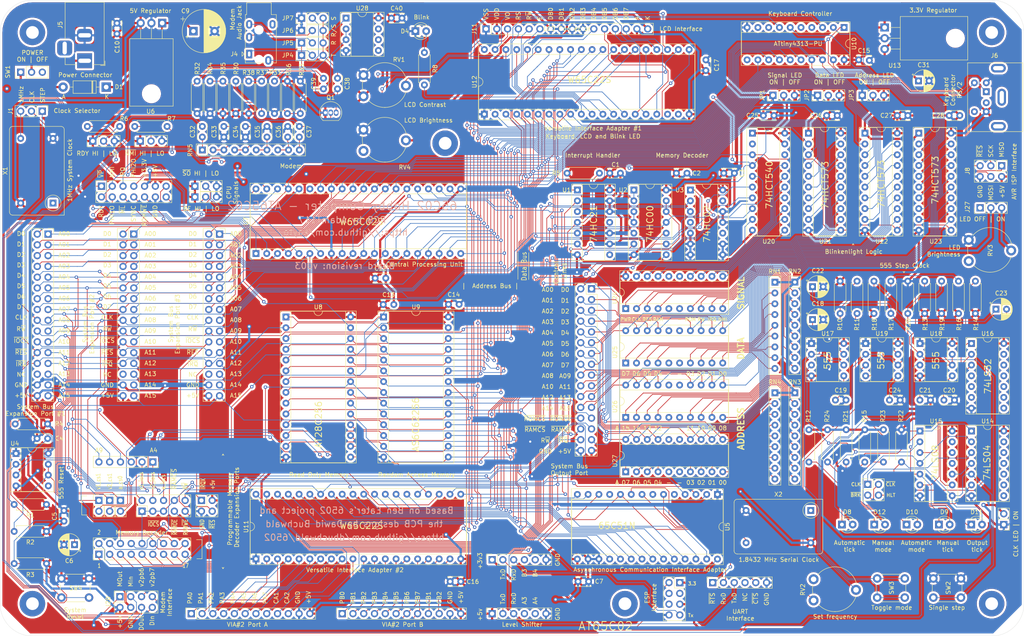
<source format=kicad_pcb>
(kicad_pcb (version 20171130) (host pcbnew "(5.1.9)-1")
  (layers (0 F.Cu signal hide) (31 B.Cu signal) (34 B.Paste user hide) (35 F.Paste user) (36 B.SilkS user hide) (37 F.SilkS user) (38 B.Mask user) (39 F.Mask user) (44 Edge.Cuts user))
  (net 0 "")
  (net 1 +5V)
  (net 2 GND)
  (net 3 "Net-(C4-Pad1)")
  (net 4 "/6502 Peripherals/v1pb0")
  (net 5 CLK)
  (net 6 CLKOUT)
  (net 7 a0)
  (net 8 a1)
  (net 9 a2)
  (net 10 a3)
  (net 11 a4)
  (net 12 a5)
  (net 13 a6)
  (net 14 a7)
  (net 15 a8)
  (net 16 a9)
  (net 17 a10)
  (net 18 a11)
  (net 19 a12)
  (net 20 a13)
  (net 21 a14)
  (net 22 a15)
  (net 23 d0)
  (net 24 d1)
  (net 25 d2)
  (net 26 d3)
  (net 27 d4)
  (net 28 d5)
  (net 29 d6)
  (net 30 d7)
  (net 31 R~W)
  (net 32 ~IOCS)
  (net 33 ~RES)
  (net 34 ~IRQX)
  (net 35 "/6502 Peripherals/v1pb1")
  (net 36 "/6502 Peripherals/v1pb2")
  (net 37 "/6502 Peripherals/v1pb3")
  (net 38 "/6502 Peripherals/v1pb4")
  (net 39 "/6502 Peripherals/v1pb5")
  (net 40 "/6502 Peripherals/v1pb6")
  (net 41 "/6502 Peripherals/v1pb7")
  (net 42 "/6502 Peripherals/v2pa0")
  (net 43 "/6502 Peripherals/v2pa1")
  (net 44 "/6502 Peripherals/v2pa2")
  (net 45 "/6502 Peripherals/v2pa3")
  (net 46 "/6502 Peripherals/v2pa4")
  (net 47 "/6502 Peripherals/v2pa5")
  (net 48 "/6502 Peripherals/v2pa6")
  (net 49 "/6502 Peripherals/v2pa7")
  (net 50 "/6502 Peripherals/v2pa8")
  (net 51 "/6502 Peripherals/v2pa9")
  (net 52 "/6502 Peripherals/v2pb0")
  (net 53 "/6502 Peripherals/v2pb1")
  (net 54 "/6502 Peripherals/v2pb2")
  (net 55 "/6502 Peripherals/v2pb3")
  (net 56 "/6502 Peripherals/v2pb4")
  (net 57 "/6502 Peripherals/v2pb5")
  (net 58 "/6502 Peripherals/v2pb8")
  (net 59 "/6502 Peripherals/v2pb9")
  (net 60 KBCLK)
  (net 61 KBDAT)
  (net 62 ~ROM_CS)
  (net 63 ~IRQ)
  (net 64 ~RAM_CS)
  (net 65 ~AIRQ)
  (net 66 ~V2IRQ)
  (net 67 ~V1IRQ)
  (net 68 "/6502 Peripherals/v1pa8")
  (net 69 "/6502 Peripherals/v1pa9")
  (net 70 "/6502 Peripherals/v1pa7")
  (net 71 "/6502 Peripherals/v1pa6")
  (net 72 "/6502 Peripherals/v1pa5")
  (net 73 "/6502 Peripherals/v1pa4")
  (net 74 "/6502 Peripherals/v1pa3")
  (net 75 "/6502 Peripherals/v1pa2")
  (net 76 "/6502 Peripherals/v1pa1")
  (net 77 "/6502 Peripherals/v1pa0")
  (net 78 RxD)
  (net 79 ~CTS)
  (net 80 TxD)
  (net 81 ~RTS)
  (net 82 RS232CLK)
  (net 83 "Net-(X1-Pad1)")
  (net 84 "Net-(X2-Pad1)")
  (net 85 "Net-(D1-Pad2)")
  (net 86 "Net-(D4-Pad2)")
  (net 87 "Net-(U2-Pad12)")
  (net 88 "Net-(U4-Pad5)")
  (net 89 "Net-(U5-Pad5)")
  (net 90 "Net-(U5-Pad7)")
  (net 91 "Net-(U5-Pad11)")
  (net 92 "Net-(U7-Pad35)")
  (net 93 "Net-(U10-Pad9)")
  (net 94 "Net-(U10-Pad8)")
  (net 95 "Net-(U10-Pad5)")
  (net 96 "Net-(U10-Pad4)")
  (net 97 "Net-(U10-Pad11)")
  (net 98 "Net-(U12-Pad19)")
  (net 99 "Net-(U12-Pad18)")
  (net 100 "Net-(C6-Pad1)")
  (net 101 "Net-(J6-Pad6)")
  (net 102 "Net-(J6-Pad2)")
  (net 103 "Net-(J7-Pad28)")
  (net 104 "Net-(J11-Pad3)")
  (net 105 "Net-(U1-Pad8)")
  (net 106 "Net-(U3-Pad10)")
  (net 107 "Net-(U3-Pad13)")
  (net 108 "Net-(U3-Pad4)")
  (net 109 "Net-(C9-Pad1)")
  (net 110 "Net-(SW1-Pad3)")
  (net 111 AUTO)
  (net 112 MAN)
  (net 113 ~MODE)
  (net 114 MODE)
  (net 115 HLT)
  (net 116 ~BRK)
  (net 117 "Net-(D8-Pad1)")
  (net 118 "Net-(D9-Pad1)")
  (net 119 "Net-(D10-Pad1)")
  (net 120 "Net-(D11-Pad1)")
  (net 121 "Net-(D12-Pad1)")
  (net 122 "Net-(C18-Pad1)")
  (net 123 "Net-(C19-Pad1)")
  (net 124 "Net-(C20-Pad1)")
  (net 125 "Net-(C21-Pad1)")
  (net 126 "Net-(C22-Pad1)")
  (net 127 "Net-(C23-Pad1)")
  (net 128 "Net-(C24-Pad1)")
  (net 129 +3.3V)
  (net 130 CLKx)
  (net 131 ~CLKx)
  (net 132 "Net-(J5-Pad1)")
  (net 133 RxD3)
  (net 134 "Net-(J14-Pad6)")
  (net 135 "Net-(J14-Pad4)")
  (net 136 TxD3)
  (net 137 "Net-(J15-Pad5)")
  (net 138 "Net-(J15-Pad4)")
  (net 139 "Net-(J16-Pad4)")
  (net 140 "Net-(J16-Pad5)")
  (net 141 "Net-(JP1-Pad2)")
  (net 142 "Net-(JP2-Pad2)")
  (net 143 "Net-(JP3-Pad2)")
  (net 144 "Net-(R10-Pad2)")
  (net 145 "Net-(R11-Pad2)")
  (net 146 "Net-(R13-Pad2)")
  (net 147 "Net-(R16-Pad2)")
  (net 148 "Net-(R19-Pad2)")
  (net 149 "Net-(RN1-Pad9)")
  (net 150 "Net-(RN1-Pad8)")
  (net 151 "Net-(RN1-Pad7)")
  (net 152 "Net-(RN1-Pad6)")
  (net 153 "Net-(RN1-Pad5)")
  (net 154 "Net-(RN1-Pad4)")
  (net 155 "Net-(RN1-Pad3)")
  (net 156 "Net-(RN1-Pad2)")
  (net 157 LED_bright)
  (net 158 "Net-(RN2-Pad9)")
  (net 159 "Net-(RN2-Pad8)")
  (net 160 "Net-(RN2-Pad7)")
  (net 161 "Net-(RN2-Pad6)")
  (net 162 "Net-(RN2-Pad5)")
  (net 163 "Net-(RN2-Pad4)")
  (net 164 "Net-(RN2-Pad3)")
  (net 165 "Net-(RN2-Pad2)")
  (net 166 "Net-(RN3-Pad2)")
  (net 167 "Net-(RN3-Pad3)")
  (net 168 "Net-(RN3-Pad4)")
  (net 169 "Net-(RN3-Pad5)")
  (net 170 "Net-(RN3-Pad6)")
  (net 171 "Net-(RN3-Pad7)")
  (net 172 "Net-(RN3-Pad8)")
  (net 173 "Net-(RN3-Pad9)")
  (net 174 "Net-(RN4-Pad2)")
  (net 175 "Net-(RN4-Pad3)")
  (net 176 "Net-(RN4-Pad4)")
  (net 177 "Net-(RN4-Pad5)")
  (net 178 "Net-(RN4-Pad6)")
  (net 179 "Net-(RN4-Pad7)")
  (net 180 "Net-(RN4-Pad8)")
  (net 181 "Net-(RN4-Pad9)")
  (net 182 "Net-(RV2-Pad3)")
  (net 183 "Net-(RV3-Pad1)")
  (net 184 "Net-(U14-Pad4)")
  (net 185 "Net-(U15-Pad6)")
  (net 186 "Net-(U15-Pad3)")
  (net 187 "Net-(U15-Pad9)")
  (net 188 "Net-(U20-Pad18)")
  (net 189 "Net-(U20-Pad17)")
  (net 190 "Net-(U20-Pad16)")
  (net 191 "Net-(U20-Pad15)")
  (net 192 "Net-(U20-Pad14)")
  (net 193 "Net-(U20-Pad13)")
  (net 194 "Net-(U20-Pad12)")
  (net 195 "Net-(U20-Pad2)")
  (net 196 "Net-(U20-Pad11)")
  (net 197 "Net-(U24-Pad16)")
  (net 198 "Net-(U24-Pad6)")
  (net 199 "Net-(U24-Pad15)")
  (net 200 "Net-(U24-Pad5)")
  (net 201 "Net-(U25-Pad16)")
  (net 202 "Net-(U25-Pad6)")
  (net 203 "Net-(U25-Pad15)")
  (net 204 "Net-(U25-Pad5)")
  (net 205 "Net-(U26-Pad16)")
  (net 206 "Net-(U26-Pad6)")
  (net 207 "Net-(U26-Pad15)")
  (net 208 "Net-(U26-Pad5)")
  (net 209 "Net-(U27-Pad16)")
  (net 210 "Net-(U27-Pad6)")
  (net 211 "Net-(U27-Pad15)")
  (net 212 "Net-(U27-Pad5)")
  (net 213 "Net-(J14-Pad3)")
  (net 214 RDY)
  (net 215 ~NMI)
  (net 216 PHI2O)
  (net 217 SYNC)
  (net 218 ~ML)
  (net 219 PHI1O)
  (net 220 ~VP)
  (net 221 "Net-(J2-Pad4)")
  (net 222 "Net-(C32-Pad1)")
  (net 223 DataOut)
  (net 224 "Net-(C37-Pad1)")
  (net 225 "Net-(C37-Pad2)")
  (net 226 "Net-(C38-Pad2)")
  (net 227 ModOut)
  (net 228 "Net-(C39-Pad1)")
  (net 229 ModIn)
  (net 230 "Net-(J4-PadS)")
  (net 231 "Net-(J4-PadT)")
  (net 232 "Net-(J4-PadR1)")
  (net 233 "Net-(J4-PadR2)")
  (net 234 DataIn)
  (net 235 "Net-(C33-Pad2)")
  (net 236 "Net-(C34-Pad2)")
  (net 237 "Net-(C35-Pad2)")
  (net 238 "Net-(C36-Pad2)")
  (net 239 V2PB6)
  (net 240 V2PB7)
  (net 241 "Net-(JP9-Pad2)")
  (net 242 "Net-(R6-Pad1)")
  (net 243 "Net-(J21-Pad28)")
  (net 244 "Net-(J22-Pad28)")
  (net 245 ~RAM_OE)
  (net 246 V2CS1)
  (net 247 V1CS1)
  (net 248 A_CSO)
  (net 249 ~IOCS_V1)
  (net 250 ~IOCS_V2)
  (net 251 ~IOCS_A)
  (net 252 ab14)
  (net 253 ab15)
  (net 254 ab12)
  (net 255 ab13)
  (net 256 ab10)
  (net 257 ab11)
  (net 258 ab8)
  (net 259 ab9)
  (net 260 ab7)
  (net 261 db7)
  (net 262 ab6)
  (net 263 db6)
  (net 264 ab5)
  (net 265 db5)
  (net 266 ab4)
  (net 267 db4)
  (net 268 ab3)
  (net 269 db3)
  (net 270 ab2)
  (net 271 db2)
  (net 272 ab1)
  (net 273 db1)
  (net 274 ab0)
  (net 275 db0)
  (net 276 "Net-(J27-Pad1)")
  (net 277 "Net-(J27-Pad3)")
  (net 278 ~ROM_OE)
  (net 279 CLOCK_LED_GND)
  (net 280 ROM~WE)
  (net 281 "Net-(J11-Pad16)")
  (net 282 "Net-(RV4-Pad1)")
  (net 283 "Net-(J29-Pad1)")
  (net 284 "Net-(J29-Pad3)")
  (net 285 "Net-(J29-Pad5)")
  (net 286 "Net-(J29-Pad15)")
  (net 287 "Net-(J29-Pad17)")
  (net 288 "Net-(J29-Pad7)")
  (net 289 "Net-(J29-Pad9)")
  (net 290 "Net-(J29-Pad11)")
  (net 291 "Net-(J29-Pad13)")
  (net 292 RAM~WE~)
  (net 293 ~SO)
  (net 294 BE)
  (module Package_DIP:DIP-20_W7.62mm_Socket (layer F.Cu) (at 156.977 51.683)
    (fp_text reference U20 (at 3.863 25.507) (layer F.SilkS))
    (fp_text value 74HCT540)
    (pad 20 thru_hole oval (at 7.62 0) (size 1.6 1.6) (drill 0.8) (layers *.Cu *.Mask) (net 1 +5V))
    (pad 10 thru_hole oval (at 0 22.86) (size 1.6 1.6) (drill 0.8) (layers *.Cu *.Mask) (net 2 GND))
    (pad 19 thru_hole oval (at 7.62 2.54) (size 1.6 1.6) (drill 0.8) (layers *.Cu *.Mask) (net 141 "Net-(JP1-Pad2)"))
    (pad 9 thru_hole oval (at 0 20.32) (size 1.6 1.6) (drill 0.8) (layers *.Cu *.Mask) (net 215 ~NMI))
    (pad 18 thru_hole oval (at 7.62 5.08) (size 1.6 1.6) (drill 0.8) (layers *.Cu *.Mask) (net 188 "Net-(U20-Pad18)"))
    (pad 8 thru_hole oval (at 0 17.78) (size 1.6 1.6) (drill 0.8) (layers *.Cu *.Mask) (net 63 ~IRQ))
    (pad 17 thru_hole oval (at 7.62 7.62) (size 1.6 1.6) (drill 0.8) (layers *.Cu *.Mask) (net 189 "Net-(U20-Pad17)"))
    (pad 7 thru_hole oval (at 0 15.24) (size 1.6 1.6) (drill 0.8) (layers *.Cu *.Mask) (net 31 R~W))
    (pad 16 thru_hole oval (at 7.62 10.16) (size 1.6 1.6) (drill 0.8) (layers *.Cu *.Mask) (net 190 "Net-(U20-Pad16)"))
    (pad 6 thru_hole oval (at 0 12.7) (size 1.6 1.6) (drill 0.8) (layers *.Cu *.Mask) (net 62 ~ROM_CS))
    (pad 15 thru_hole oval (at 7.62 12.7) (size 1.6 1.6) (drill 0.8) (layers *.Cu *.Mask) (net 191 "Net-(U20-Pad15)"))
    (pad 5 thru_hole oval (at 0 10.16) (size 1.6 1.6) (drill 0.8) (layers *.Cu *.Mask) (net 64 ~RAM_CS))
    (pad 14 thru_hole oval (at 7.62 15.24) (size 1.6 1.6) (drill 0.8) (layers *.Cu *.Mask) (net 192 "Net-(U20-Pad14)"))
    (pad 4 thru_hole oval (at 0 7.62) (size 1.6 1.6) (drill 0.8) (layers *.Cu *.Mask) (net 33 ~RES))
    (pad 13 thru_hole oval (at 7.62 17.78) (size 1.6 1.6) (drill 0.8) (layers *.Cu *.Mask) (net 193 "Net-(U20-Pad13)"))
    (pad 3 thru_hole oval (at 0 5.08) (size 1.6 1.6) (drill 0.8) (layers *.Cu *.Mask) (net 5 CLK))
    (pad 12 thru_hole oval (at 7.62 20.32) (size 1.6 1.6) (drill 0.8) (layers *.Cu *.Mask) (net 194 "Net-(U20-Pad12)"))
    (pad 2 thru_hole oval (at 0 2.54) (size 1.6 1.6) (drill 0.8) (layers *.Cu *.Mask) (net 195 "Net-(U20-Pad2)"))
    (pad 11 thru_hole oval (at 7.62 22.86) (size 1.6 1.6) (drill 0.8) (layers *.Cu *.Mask) (net 196 "Net-(U20-Pad11)"))
    (pad 1 thru_hole rect (at 0 0) (size 1.6 1.6) (drill 0.8) (layers *.Cu *.Mask) (net 141 "Net-(JP1-Pad2)"))
  )
  (module Package_DIP:DIP-20_W7.62mm_Socket (layer F.Cu) (at 170.183 51.683)
    (fp_text reference U21 (at 4.007 25.507) (layer F.SilkS))
    (fp_text value 74HCT573)
    (pad 20 thru_hole oval (at 7.62 0) (size 1.6 1.6) (drill 0.8) (layers *.Cu *.Mask) (net 1 +5V))
    (pad 10 thru_hole oval (at 0 22.86) (size 1.6 1.6) (drill 0.8) (layers *.Cu *.Mask) (net 2 GND))
    (pad 19 thru_hole oval (at 7.62 2.54) (size 1.6 1.6) (drill 0.8) (layers *.Cu *.Mask) (net 261 db7))
    (pad 9 thru_hole oval (at 0 20.32) (size 1.6 1.6) (drill 0.8) (layers *.Cu *.Mask) (net 23 d0))
    (pad 18 thru_hole oval (at 7.62 5.08) (size 1.6 1.6) (drill 0.8) (layers *.Cu *.Mask) (net 263 db6))
    (pad 8 thru_hole oval (at 0 17.78) (size 1.6 1.6) (drill 0.8) (layers *.Cu *.Mask) (net 24 d1))
    (pad 17 thru_hole oval (at 7.62 7.62) (size 1.6 1.6) (drill 0.8) (layers *.Cu *.Mask) (net 265 db5))
    (pad 7 thru_hole oval (at 0 15.24) (size 1.6 1.6) (drill 0.8) (layers *.Cu *.Mask) (net 25 d2))
    (pad 16 thru_hole oval (at 7.62 10.16) (size 1.6 1.6) (drill 0.8) (layers *.Cu *.Mask) (net 267 db4))
    (pad 6 thru_hole oval (at 0 12.7) (size 1.6 1.6) (drill 0.8) (layers *.Cu *.Mask) (net 26 d3))
    (pad 15 thru_hole oval (at 7.62 12.7) (size 1.6 1.6) (drill 0.8) (layers *.Cu *.Mask) (net 269 db3))
    (pad 5 thru_hole oval (at 0 10.16) (size 1.6 1.6) (drill 0.8) (layers *.Cu *.Mask) (net 27 d4))
    (pad 14 thru_hole oval (at 7.62 15.24) (size 1.6 1.6) (drill 0.8) (layers *.Cu *.Mask) (net 271 db2))
    (pad 4 thru_hole oval (at 0 7.62) (size 1.6 1.6) (drill 0.8) (layers *.Cu *.Mask) (net 28 d5))
    (pad 13 thru_hole oval (at 7.62 17.78) (size 1.6 1.6) (drill 0.8) (layers *.Cu *.Mask) (net 273 db1))
    (pad 3 thru_hole oval (at 0 5.08) (size 1.6 1.6) (drill 0.8) (layers *.Cu *.Mask) (net 29 d6))
    (pad 12 thru_hole oval (at 7.62 20.32) (size 1.6 1.6) (drill 0.8) (layers *.Cu *.Mask) (net 275 db0))
    (pad 2 thru_hole oval (at 0 2.54) (size 1.6 1.6) (drill 0.8) (layers *.Cu *.Mask) (net 30 d7))
    (pad 11 thru_hole oval (at 7.62 22.86) (size 1.6 1.6) (drill 0.8) (layers *.Cu *.Mask) (net 5 CLK))
    (pad 1 thru_hole rect (at 0 0) (size 1.6 1.6) (drill 0.8) (layers *.Cu *.Mask) (net 142 "Net-(JP2-Pad2)"))
  )
  (module Package_DIP:DIP-20_W7.62mm_Socket (layer F.Cu) (at 183.49 51.683)
    (fp_text reference U22 (at 3.97 25.507 180) (layer F.SilkS))
    (fp_text value 74HCT573)
    (pad 20 thru_hole oval (at 7.62 0) (size 1.6 1.6) (drill 0.8) (layers *.Cu *.Mask) (net 1 +5V))
    (pad 10 thru_hole oval (at 0 22.86) (size 1.6 1.6) (drill 0.8) (layers *.Cu *.Mask) (net 2 GND))
    (pad 19 thru_hole oval (at 7.62 2.54) (size 1.6 1.6) (drill 0.8) (layers *.Cu *.Mask) (net 253 ab15))
    (pad 9 thru_hole oval (at 0 20.32) (size 1.6 1.6) (drill 0.8) (layers *.Cu *.Mask) (net 15 a8))
    (pad 18 thru_hole oval (at 7.62 5.08) (size 1.6 1.6) (drill 0.8) (layers *.Cu *.Mask) (net 252 ab14))
    (pad 8 thru_hole oval (at 0 17.78) (size 1.6 1.6) (drill 0.8) (layers *.Cu *.Mask) (net 16 a9))
    (pad 17 thru_hole oval (at 7.62 7.62) (size 1.6 1.6) (drill 0.8) (layers *.Cu *.Mask) (net 255 ab13))
    (pad 7 thru_hole oval (at 0 15.24) (size 1.6 1.6) (drill 0.8) (layers *.Cu *.Mask) (net 17 a10))
    (pad 16 thru_hole oval (at 7.62 10.16) (size 1.6 1.6) (drill 0.8) (layers *.Cu *.Mask) (net 254 ab12))
    (pad 6 thru_hole oval (at 0 12.7) (size 1.6 1.6) (drill 0.8) (layers *.Cu *.Mask) (net 18 a11))
    (pad 15 thru_hole oval (at 7.62 12.7) (size 1.6 1.6) (drill 0.8) (layers *.Cu *.Mask) (net 257 ab11))
    (pad 5 thru_hole oval (at 0 10.16) (size 1.6 1.6) (drill 0.8) (layers *.Cu *.Mask) (net 19 a12))
    (pad 14 thru_hole oval (at 7.62 15.24) (size 1.6 1.6) (drill 0.8) (layers *.Cu *.Mask) (net 256 ab10))
    (pad 4 thru_hole oval (at 0 7.62) (size 1.6 1.6) (drill 0.8) (layers *.Cu *.Mask) (net 20 a13))
    (pad 13 thru_hole oval (at 7.62 17.78) (size 1.6 1.6) (drill 0.8) (layers *.Cu *.Mask) (net 259 ab9))
    (pad 3 thru_hole oval (at 0 5.08) (size 1.6 1.6) (drill 0.8) (layers *.Cu *.Mask) (net 21 a14))
    (pad 12 thru_hole oval (at 7.62 20.32) (size 1.6 1.6) (drill 0.8) (layers *.Cu *.Mask) (net 258 ab8))
    (pad 2 thru_hole oval (at 0 2.54) (size 1.6 1.6) (drill 0.8) (layers *.Cu *.Mask) (net 22 a15))
    (pad 11 thru_hole oval (at 7.62 22.86) (size 1.6 1.6) (drill 0.8) (layers *.Cu *.Mask) (net 5 CLK))
    (pad 1 thru_hole rect (at 0 0) (size 1.6 1.6) (drill 0.8) (layers *.Cu *.Mask) (net 143 "Net-(JP3-Pad2)"))
  )
  (module Package_DIP:DIP-20_W7.62mm_Socket (layer F.Cu) (at 196.183 51.683)
    (fp_text reference U23 (at 4.007 25.507 180) (layer F.SilkS))
    (fp_text value 74HCT573)
    (pad 20 thru_hole oval (at 7.62 0) (size 1.6 1.6) (drill 0.8) (layers *.Cu *.Mask) (net 1 +5V))
    (pad 10 thru_hole oval (at 0 22.86) (size 1.6 1.6) (drill 0.8) (layers *.Cu *.Mask) (net 2 GND))
    (pad 19 thru_hole oval (at 7.62 2.54) (size 1.6 1.6) (drill 0.8) (layers *.Cu *.Mask) (net 260 ab7))
    (pad 9 thru_hole oval (at 0 20.32) (size 1.6 1.6) (drill 0.8) (layers *.Cu *.Mask) (net 7 a0))
    (pad 18 thru_hole oval (at 7.62 5.08) (size 1.6 1.6) (drill 0.8) (layers *.Cu *.Mask) (net 262 ab6))
    (pad 8 thru_hole oval (at 0 17.78) (size 1.6 1.6) (drill 0.8) (layers *.Cu *.Mask) (net 8 a1))
    (pad 17 thru_hole oval (at 7.62 7.62) (size 1.6 1.6) (drill 0.8) (layers *.Cu *.Mask) (net 264 ab5))
    (pad 7 thru_hole oval (at 0 15.24) (size 1.6 1.6) (drill 0.8) (layers *.Cu *.Mask) (net 9 a2))
    (pad 16 thru_hole oval (at 7.62 10.16) (size 1.6 1.6) (drill 0.8) (layers *.Cu *.Mask) (net 266 ab4))
    (pad 6 thru_hole oval (at 0 12.7) (size 1.6 1.6) (drill 0.8) (layers *.Cu *.Mask) (net 10 a3))
    (pad 15 thru_hole oval (at 7.62 12.7) (size 1.6 1.6) (drill 0.8) (layers *.Cu *.Mask) (net 268 ab3))
    (pad 5 thru_hole oval (at 0 10.16) (size 1.6 1.6) (drill 0.8) (layers *.Cu *.Mask) (net 11 a4))
    (pad 14 thru_hole oval (at 7.62 15.24) (size 1.6 1.6) (drill 0.8) (layers *.Cu *.Mask) (net 270 ab2))
    (pad 4 thru_hole oval (at 0 7.62) (size 1.6 1.6) (drill 0.8) (layers *.Cu *.Mask) (net 12 a5))
    (pad 13 thru_hole oval (at 7.62 17.78) (size 1.6 1.6) (drill 0.8) (layers *.Cu *.Mask) (net 272 ab1))
    (pad 3 thru_hole oval (at 0 5.08) (size 1.6 1.6) (drill 0.8) (layers *.Cu *.Mask) (net 13 a6))
    (pad 12 thru_hole oval (at 7.62 20.32) (size 1.6 1.6) (drill 0.8) (layers *.Cu *.Mask) (net 274 ab0))
    (pad 2 thru_hole oval (at 0 2.54) (size 1.6 1.6) (drill 0.8) (layers *.Cu *.Mask) (net 14 a7))
    (pad 11 thru_hole oval (at 7.62 22.86) (size 1.6 1.6) (drill 0.8) (layers *.Cu *.Mask) (net 5 CLK))
    (pad 1 thru_hole rect (at 0 0) (size 1.6 1.6) (drill 0.8) (layers *.Cu *.Mask) (net 143 "Net-(JP3-Pad2)"))
  )
  (module Connector_PinHeader_2.54mm:PinHeader_2x09_P2.54mm_Vertical (layer F.Cu) (at 2.965 150.93 90)
    (fp_text reference J29 hide)
    (fp_text value "Decoder Signals")
    (pad 1 thru_hole rect (at 0 0 90) (size 1.7 1.7) (drill 1) (layers *.Cu *.Mask) (net 283 "Net-(J29-Pad1)"))
    (pad 2 thru_hole oval (at 2.54 0 90) (size 1.7 1.7) (drill 1) (layers *.Cu *.Mask) (net 278 ~ROM_OE))
    (pad 3 thru_hole oval (at 0 2.54 90) (size 1.7 1.7) (drill 1) (layers *.Cu *.Mask) (net 284 "Net-(J29-Pad3)"))
    (pad 4 thru_hole oval (at 2.54 2.54 90) (size 1.7 1.7) (drill 1) (layers *.Cu *.Mask) (net 64 ~RAM_CS))
    (pad 5 thru_hole oval (at 0 5.08 90) (size 1.7 1.7) (drill 1) (layers *.Cu *.Mask) (net 285 "Net-(J29-Pad5)"))
    (pad 6 thru_hole oval (at 2.54 5.08 90) (size 1.7 1.7) (drill 1) (layers *.Cu *.Mask) (net 5 CLK))
    (pad 7 thru_hole oval (at 0 7.62 90) (size 1.7 1.7) (drill 1) (layers *.Cu *.Mask) (net 288 "Net-(J29-Pad7)"))
    (pad 8 thru_hole oval (at 2.54 7.62 90) (size 1.7 1.7) (drill 1) (layers *.Cu *.Mask) (net 62 ~ROM_CS))
    (pad 9 thru_hole oval (at 0 10.16 90) (size 1.7 1.7) (drill 1) (layers *.Cu *.Mask) (net 289 "Net-(J29-Pad9)"))
    (pad 10 thru_hole oval (at 2.54 10.16 90) (size 1.7 1.7) (drill 1) (layers *.Cu *.Mask) (net 32 ~IOCS))
    (pad 11 thru_hole oval (at 0 12.7 90) (size 1.7 1.7) (drill 1) (layers *.Cu *.Mask) (net 290 "Net-(J29-Pad11)"))
    (pad 12 thru_hole oval (at 2.54 12.7 90) (size 1.7 1.7) (drill 1) (layers *.Cu *.Mask) (net 22 a15))
    (pad 13 thru_hole oval (at 0 15.24 90) (size 1.7 1.7) (drill 1) (layers *.Cu *.Mask) (net 291 "Net-(J29-Pad13)"))
    (pad 14 thru_hole oval (at 2.54 15.24 90) (size 1.7 1.7) (drill 1) (layers *.Cu *.Mask) (net 21 a14))
    (pad 15 thru_hole oval (at 0 17.78 90) (size 1.7 1.7) (drill 1) (layers *.Cu *.Mask) (net 286 "Net-(J29-Pad15)"))
    (pad 16 thru_hole oval (at 2.54 17.78 90) (size 1.7 1.7) (drill 1) (layers *.Cu *.Mask) (net 20 a13))
    (pad 17 thru_hole oval (at 0 20.32 90) (size 1.7 1.7) (drill 1) (layers *.Cu *.Mask) (net 287 "Net-(J29-Pad17)"))
    (pad 18 thru_hole oval (at 2.54 20.32 90) (size 1.7 1.7) (drill 1) (layers *.Cu *.Mask) (net 22 a15))
  )
  (module MountingHole:MountingHole_3mm_Pad (layer F.Cu) (at 84.565 54.05)
    (fp_text reference H6 hide)
    (fp_text value MountingHole)
    (pad 1 thru_hole circle (at 0 0) (size 6 6) (drill 3) (layers *.Cu *.Mask))
  )
  (module MountingHole:MountingHole_3mm_Pad (layer F.Cu) (at 126.94 162.56)
    (fp_text reference H5 hide)
    (fp_text value MountingHole)
    (pad 1 thru_hole circle (at 0 0) (size 6 6) (drill 3) (layers *.Cu *.Mask))
  )
  (module Capacitor_THT:C_Disc_D3.4mm_W2.1mm_P2.50mm (layer F.Cu) (at 7.22 28.265 90)
    (fp_text reference C10 (at -3.115 0.06 90) (layer F.SilkS))
    (fp_text value 0.1uF)
    (pad 1 thru_hole circle (at 0 0 90) (size 1.6 1.6) (drill 0.8) (layers *.Cu *.Mask) (net 1 +5V))
    (pad 2 thru_hole circle (at 2.5 0 90) (size 1.6 1.6) (drill 0.8) (layers *.Cu *.Mask) (net 2 GND))
  )
  (module Button_Switch_THT:SW_PUSH_6mm (layer F.Cu) (at -5.86 156.625)
    (fp_text reference SW4 (at 3.375 2.275) (layer F.SilkS))
    (fp_text value SW_SPDT)
    (pad 1 thru_hole circle (at 6.5 0 90) (size 2 2) (drill 1.1) (layers *.Cu *.Mask) (net 2 GND))
    (pad 2 thru_hole circle (at 6.5 4.5 90) (size 2 2) (drill 1.1) (layers *.Cu *.Mask) (net 3 "Net-(C4-Pad1)"))
    (pad 1 thru_hole circle (at 0 0 90) (size 2 2) (drill 1.1) (layers *.Cu *.Mask) (net 2 GND))
    (pad 2 thru_hole circle (at 0 4.5 90) (size 2 2) (drill 1.1) (layers *.Cu *.Mask) (net 3 "Net-(C4-Pad1)"))
  )
  (module Button_Switch_THT:SW_PUSH_6mm (layer F.Cu) (at 199.619 156.625)
    (fp_text reference SW2 (at 3.521 2.2 90) (layer F.SilkS))
    (fp_text value Step)
    (pad 1 thru_hole circle (at 6.5 0 90) (size 2 2) (drill 1.1) (layers *.Cu *.Mask) (net 2 GND))
    (pad 2 thru_hole circle (at 6.5 4.5 90) (size 2 2) (drill 1.1) (layers *.Cu *.Mask) (net 146 "Net-(R13-Pad2)"))
    (pad 1 thru_hole circle (at 0 0 90) (size 2 2) (drill 1.1) (layers *.Cu *.Mask) (net 2 GND))
    (pad 2 thru_hole circle (at 0 4.5 90) (size 2 2) (drill 1.1) (layers *.Cu *.Mask) (net 146 "Net-(R13-Pad2)"))
  )
  (module Button_Switch_THT:SW_PUSH_6mm (layer F.Cu) (at 186.379 156.625)
    (fp_text reference SW3 (at 3.386 2.2 90) (layer F.SilkS))
    (fp_text value Mode)
    (pad 1 thru_hole circle (at 6.5 0 90) (size 2 2) (drill 1.1) (layers *.Cu *.Mask) (net 126 "Net-(C22-Pad1)"))
    (pad 2 thru_hole circle (at 6.5 4.5 90) (size 2 2) (drill 1.1) (layers *.Cu *.Mask) (net 148 "Net-(R19-Pad2)"))
    (pad 1 thru_hole circle (at 0 0 90) (size 2 2) (drill 1.1) (layers *.Cu *.Mask) (net 126 "Net-(C22-Pad1)"))
    (pad 2 thru_hole circle (at 0 4.5 90) (size 2 2) (drill 1.1) (layers *.Cu *.Mask) (net 148 "Net-(R19-Pad2)"))
  )
  (module Connector_PinHeader_2.54mm:PinHeader_1x03_P2.54mm_Vertical (layer F.Cu) (at 182.85 42.76 90)
    (fp_text reference JP3 (at 0 -2.53 90) (layer F.SilkS))
    (fp_text value EN_ADDR)
    (pad 3 thru_hole oval (at 0 5.08 90) (size 1.7 1.7) (drill 1) (layers *.Cu *.Mask) (net 1 +5V))
    (pad 2 thru_hole oval (at 0 2.54 90) (size 1.7 1.7) (drill 1) (layers *.Cu *.Mask) (net 143 "Net-(JP3-Pad2)"))
    (pad 1 thru_hole rect (at 0 0 90) (size 1.7 1.7) (drill 1) (layers *.Cu *.Mask) (net 2 GND))
  )
  (module Connector_PinHeader_2.54mm:PinHeader_1x03_P2.54mm_Vertical (layer F.Cu) (at 172.33 42.76 90)
    (fp_text reference JP2 (at 0 -2.53 90) (layer F.SilkS))
    (fp_text value EN_DATA)
    (pad 3 thru_hole oval (at 0 5.08 90) (size 1.7 1.7) (drill 1) (layers *.Cu *.Mask) (net 1 +5V))
    (pad 2 thru_hole oval (at 0 2.54 90) (size 1.7 1.7) (drill 1) (layers *.Cu *.Mask) (net 142 "Net-(JP2-Pad2)"))
    (pad 1 thru_hole rect (at 0 0 90) (size 1.7 1.7) (drill 1) (layers *.Cu *.Mask) (net 2 GND))
  )
  (module Connector_PinHeader_2.54mm:PinHeader_1x03_P2.54mm_Vertical (layer F.Cu) (at 161.81 42.76 90)
    (fp_text reference JP1 (at 0 -2.53 90) (layer F.SilkS))
    (fp_text value EN_SIGNAL)
    (pad 3 thru_hole oval (at 0 5.08 90) (size 1.7 1.7) (drill 1) (layers *.Cu *.Mask) (net 1 +5V))
    (pad 2 thru_hole oval (at 0 2.54 90) (size 1.7 1.7) (drill 1) (layers *.Cu *.Mask) (net 141 "Net-(JP1-Pad2)"))
    (pad 1 thru_hole rect (at 0 0 90) (size 1.7 1.7) (drill 1) (layers *.Cu *.Mask) (net 2 GND))
  )
  (module Connector_PinSocket_2.54mm:PinSocket_2x16_P2.54mm_Vertical (layer F.Cu) (at 119.06 88.36)
    (fp_text reference J12 hide)
    (fp_text value "System Bus Output port")
    (pad 32 thru_hole oval (at -2.54 38.1) (size 1.7 1.7) (drill 1) (layers *.Cu *.Mask) (net 2 GND))
    (pad 31 thru_hole oval (at 0 38.1) (size 1.7 1.7) (drill 1) (layers *.Cu *.Mask) (net 1 +5V))
    (pad 30 thru_hole oval (at -2.54 35.56) (size 1.7 1.7) (drill 1) (layers *.Cu *.Mask) (net 31 R~W))
    (pad 29 thru_hole oval (at 0 35.56) (size 1.7 1.7) (drill 1) (layers *.Cu *.Mask) (net 63 ~IRQ))
    (pad 28 thru_hole oval (at -2.54 33.02) (size 1.7 1.7) (drill 1) (layers *.Cu *.Mask) (net 64 ~RAM_CS))
    (pad 27 thru_hole oval (at 0 33.02) (size 1.7 1.7) (drill 1) (layers *.Cu *.Mask) (net 245 ~RAM_OE))
    (pad 26 thru_hole oval (at -2.54 30.48) (size 1.7 1.7) (drill 1) (layers *.Cu *.Mask) (net 62 ~ROM_CS))
    (pad 25 thru_hole oval (at 0 30.48) (size 1.7 1.7) (drill 1) (layers *.Cu *.Mask) (net 278 ~ROM_OE))
    (pad 24 thru_hole oval (at -2.54 27.94) (size 1.7 1.7) (drill 1) (layers *.Cu *.Mask) (net 252 ab14))
    (pad 23 thru_hole oval (at 0 27.94) (size 1.7 1.7) (drill 1) (layers *.Cu *.Mask) (net 253 ab15))
    (pad 22 thru_hole oval (at -2.54 25.4) (size 1.7 1.7) (drill 1) (layers *.Cu *.Mask) (net 254 ab12))
    (pad 21 thru_hole oval (at 0 25.4) (size 1.7 1.7) (drill 1) (layers *.Cu *.Mask) (net 255 ab13))
    (pad 20 thru_hole oval (at -2.54 22.86) (size 1.7 1.7) (drill 1) (layers *.Cu *.Mask) (net 256 ab10))
    (pad 19 thru_hole oval (at 0 22.86) (size 1.7 1.7) (drill 1) (layers *.Cu *.Mask) (net 257 ab11))
    (pad 18 thru_hole oval (at -2.54 20.32) (size 1.7 1.7) (drill 1) (layers *.Cu *.Mask) (net 258 ab8))
    (pad 17 thru_hole oval (at 0 20.32) (size 1.7 1.7) (drill 1) (layers *.Cu *.Mask) (net 259 ab9))
    (pad 16 thru_hole oval (at -2.54 17.78) (size 1.7 1.7) (drill 1) (layers *.Cu *.Mask) (net 260 ab7))
    (pad 15 thru_hole oval (at 0 17.78) (size 1.7 1.7) (drill 1) (layers *.Cu *.Mask) (net 261 db7))
    (pad 14 thru_hole oval (at -2.54 15.24) (size 1.7 1.7) (drill 1) (layers *.Cu *.Mask) (net 262 ab6))
    (pad 13 thru_hole oval (at 0 15.24) (size 1.7 1.7) (drill 1) (layers *.Cu *.Mask) (net 263 db6))
    (pad 12 thru_hole oval (at -2.54 12.7) (size 1.7 1.7) (drill 1) (layers *.Cu *.Mask) (net 264 ab5))
    (pad 11 thru_hole oval (at 0 12.7) (size 1.7 1.7) (drill 1) (layers *.Cu *.Mask) (net 265 db5))
    (pad 10 thru_hole oval (at -2.54 10.16) (size 1.7 1.7) (drill 1) (layers *.Cu *.Mask) (net 266 ab4))
    (pad 9 thru_hole oval (at 0 10.16) (size 1.7 1.7) (drill 1) (layers *.Cu *.Mask) (net 267 db4))
    (pad 8 thru_hole oval (at -2.54 7.62) (size 1.7 1.7) (drill 1) (layers *.Cu *.Mask) (net 268 ab3))
    (pad 7 thru_hole oval (at 0 7.62) (size 1.7 1.7) (drill 1) (layers *.Cu *.Mask) (net 269 db3))
    (pad 6 thru_hole oval (at -2.54 5.08) (size 1.7 1.7) (drill 1) (layers *.Cu *.Mask) (net 270 ab2))
    (pad 5 thru_hole oval (at 0 5.08) (size 1.7 1.7) (drill 1) (layers *.Cu *.Mask) (net 271 db2))
    (pad 4 thru_hole oval (at -2.54 2.54) (size 1.7 1.7) (drill 1) (layers *.Cu *.Mask) (net 272 ab1))
    (pad 3 thru_hole oval (at 0 2.54) (size 1.7 1.7) (drill 1) (layers *.Cu *.Mask) (net 273 db1))
    (pad 2 thru_hole oval (at -2.54 0) (size 1.7 1.7) (drill 1) (layers *.Cu *.Mask) (net 274 ab0))
    (pad 1 thru_hole rect (at 0 0) (size 1.7 1.7) (drill 1) (layers *.Cu *.Mask) (net 275 db0))
  )
  (module Package_DIP:DIP-20_W7.62mm_Socket (layer F.Cu) (at 127.12 105.846666 90)
    (fp_text reference U25 (at 2.54 -2.54 90) (layer F.SilkS))
    (fp_text value "10_LED_Array (green)")
    (pad 20 thru_hole oval (at 7.62 0 90) (size 1.6 1.6) (drill 0.8) (layers *.Cu *.Mask) (net 261 db7))
    (pad 10 thru_hole oval (at 0 22.86 90) (size 1.6 1.6) (drill 0.8) (layers *.Cu *.Mask) (net 149 "Net-(RN1-Pad9)"))
    (pad 19 thru_hole oval (at 7.62 2.54 90) (size 1.6 1.6) (drill 0.8) (layers *.Cu *.Mask) (net 263 db6))
    (pad 9 thru_hole oval (at 0 20.32 90) (size 1.6 1.6) (drill 0.8) (layers *.Cu *.Mask) (net 150 "Net-(RN1-Pad8)"))
    (pad 18 thru_hole oval (at 7.62 5.08 90) (size 1.6 1.6) (drill 0.8) (layers *.Cu *.Mask) (net 265 db5))
    (pad 8 thru_hole oval (at 0 17.78 90) (size 1.6 1.6) (drill 0.8) (layers *.Cu *.Mask) (net 151 "Net-(RN1-Pad7)"))
    (pad 17 thru_hole oval (at 7.62 7.62 90) (size 1.6 1.6) (drill 0.8) (layers *.Cu *.Mask) (net 267 db4))
    (pad 7 thru_hole oval (at 0 15.24 90) (size 1.6 1.6) (drill 0.8) (layers *.Cu *.Mask) (net 152 "Net-(RN1-Pad6)"))
    (pad 16 thru_hole oval (at 7.62 10.16 90) (size 1.6 1.6) (drill 0.8) (layers *.Cu *.Mask) (net 201 "Net-(U25-Pad16)"))
    (pad 6 thru_hole oval (at 0 12.7 90) (size 1.6 1.6) (drill 0.8) (layers *.Cu *.Mask) (net 202 "Net-(U25-Pad6)"))
    (pad 15 thru_hole oval (at 7.62 12.7 90) (size 1.6 1.6) (drill 0.8) (layers *.Cu *.Mask) (net 203 "Net-(U25-Pad15)"))
    (pad 5 thru_hole oval (at 0 10.16 90) (size 1.6 1.6) (drill 0.8) (layers *.Cu *.Mask) (net 204 "Net-(U25-Pad5)"))
    (pad 14 thru_hole oval (at 7.62 15.24 90) (size 1.6 1.6) (drill 0.8) (layers *.Cu *.Mask) (net 269 db3))
    (pad 4 thru_hole oval (at 0 7.62 90) (size 1.6 1.6) (drill 0.8) (layers *.Cu *.Mask) (net 153 "Net-(RN1-Pad5)"))
    (pad 13 thru_hole oval (at 7.62 17.78 90) (size 1.6 1.6) (drill 0.8) (layers *.Cu *.Mask) (net 271 db2))
    (pad 3 thru_hole oval (at 0 5.08 90) (size 1.6 1.6) (drill 0.8) (layers *.Cu *.Mask) (net 154 "Net-(RN1-Pad4)"))
    (pad 12 thru_hole oval (at 7.62 20.32 90) (size 1.6 1.6) (drill 0.8) (layers *.Cu *.Mask) (net 273 db1))
    (pad 2 thru_hole oval (at 0 2.54 90) (size 1.6 1.6) (drill 0.8) (layers *.Cu *.Mask) (net 155 "Net-(RN1-Pad3)"))
    (pad 11 thru_hole oval (at 7.62 22.86 90) (size 1.6 1.6) (drill 0.8) (layers *.Cu *.Mask) (net 275 db0))
    (pad 1 thru_hole rect (at 0 0 90) (size 1.6 1.6) (drill 0.8) (layers *.Cu *.Mask) (net 156 "Net-(RN1-Pad2)"))
  )
  (module Package_DIP:DIP-20_W7.62mm_Socket (layer F.Cu) (at 127.12 93.03 90)
    (fp_text reference U24 (at 2.54 -2.54 270) (layer F.SilkS))
    (fp_text value "10_LED_Array (yellow)")
    (pad 20 thru_hole oval (at 7.62 0 90) (size 1.6 1.6) (drill 0.8) (layers *.Cu *.Mask) (net 1 +5V))
    (pad 10 thru_hole oval (at 0 22.86 90) (size 1.6 1.6) (drill 0.8) (layers *.Cu *.Mask) (net 158 "Net-(RN2-Pad9)"))
    (pad 19 thru_hole oval (at 7.62 2.54 90) (size 1.6 1.6) (drill 0.8) (layers *.Cu *.Mask) (net 189 "Net-(U20-Pad17)"))
    (pad 9 thru_hole oval (at 0 20.32 90) (size 1.6 1.6) (drill 0.8) (layers *.Cu *.Mask) (net 159 "Net-(RN2-Pad8)"))
    (pad 18 thru_hole oval (at 7.62 5.08 90) (size 1.6 1.6) (drill 0.8) (layers *.Cu *.Mask) (net 190 "Net-(U20-Pad16)"))
    (pad 8 thru_hole oval (at 0 17.78 90) (size 1.6 1.6) (drill 0.8) (layers *.Cu *.Mask) (net 160 "Net-(RN2-Pad7)"))
    (pad 17 thru_hole oval (at 7.62 7.62 90) (size 1.6 1.6) (drill 0.8) (layers *.Cu *.Mask) (net 191 "Net-(U20-Pad15)"))
    (pad 7 thru_hole oval (at 0 15.24 90) (size 1.6 1.6) (drill 0.8) (layers *.Cu *.Mask) (net 161 "Net-(RN2-Pad6)"))
    (pad 16 thru_hole oval (at 7.62 10.16 90) (size 1.6 1.6) (drill 0.8) (layers *.Cu *.Mask) (net 197 "Net-(U24-Pad16)"))
    (pad 6 thru_hole oval (at 0 12.7 90) (size 1.6 1.6) (drill 0.8) (layers *.Cu *.Mask) (net 198 "Net-(U24-Pad6)"))
    (pad 15 thru_hole oval (at 7.62 12.7 90) (size 1.6 1.6) (drill 0.8) (layers *.Cu *.Mask) (net 199 "Net-(U24-Pad15)"))
    (pad 5 thru_hole oval (at 0 10.16 90) (size 1.6 1.6) (drill 0.8) (layers *.Cu *.Mask) (net 200 "Net-(U24-Pad5)"))
    (pad 14 thru_hole oval (at 7.62 15.24 90) (size 1.6 1.6) (drill 0.8) (layers *.Cu *.Mask) (net 192 "Net-(U20-Pad14)"))
    (pad 4 thru_hole oval (at 0 7.62 90) (size 1.6 1.6) (drill 0.8) (layers *.Cu *.Mask) (net 162 "Net-(RN2-Pad5)"))
    (pad 13 thru_hole oval (at 7.62 17.78 90) (size 1.6 1.6) (drill 0.8) (layers *.Cu *.Mask) (net 193 "Net-(U20-Pad13)"))
    (pad 3 thru_hole oval (at 0 5.08 90) (size 1.6 1.6) (drill 0.8) (layers *.Cu *.Mask) (net 163 "Net-(RN2-Pad4)"))
    (pad 12 thru_hole oval (at 7.62 20.32 90) (size 1.6 1.6) (drill 0.8) (layers *.Cu *.Mask) (net 194 "Net-(U20-Pad12)"))
    (pad 2 thru_hole oval (at 0 2.54 90) (size 1.6 1.6) (drill 0.8) (layers *.Cu *.Mask) (net 164 "Net-(RN2-Pad3)"))
    (pad 11 thru_hole oval (at 7.62 22.86 90) (size 1.6 1.6) (drill 0.8) (layers *.Cu *.Mask) (net 196 "Net-(U20-Pad11)"))
    (pad 1 thru_hole rect (at 0 0 90) (size 1.6 1.6) (drill 0.8) (layers *.Cu *.Mask) (net 165 "Net-(RN2-Pad2)"))
  )
  (module Package_DIP:DIP-20_W7.62mm_Socket (layer F.Cu) (at 127.12 118.663332 90)
    (fp_text reference U26 (at 2.54 -2.54 90) (layer F.SilkS))
    (fp_text value "10_LED_Array (red)")
    (pad 20 thru_hole oval (at 7.62 0 90) (size 1.6 1.6) (drill 0.8) (layers *.Cu *.Mask) (net 253 ab15))
    (pad 10 thru_hole oval (at 0 22.86 90) (size 1.6 1.6) (drill 0.8) (layers *.Cu *.Mask) (net 173 "Net-(RN3-Pad9)"))
    (pad 19 thru_hole oval (at 7.62 2.54 90) (size 1.6 1.6) (drill 0.8) (layers *.Cu *.Mask) (net 252 ab14))
    (pad 9 thru_hole oval (at 0 20.32 90) (size 1.6 1.6) (drill 0.8) (layers *.Cu *.Mask) (net 172 "Net-(RN3-Pad8)"))
    (pad 18 thru_hole oval (at 7.62 5.08 90) (size 1.6 1.6) (drill 0.8) (layers *.Cu *.Mask) (net 255 ab13))
    (pad 8 thru_hole oval (at 0 17.78 90) (size 1.6 1.6) (drill 0.8) (layers *.Cu *.Mask) (net 171 "Net-(RN3-Pad7)"))
    (pad 17 thru_hole oval (at 7.62 7.62 90) (size 1.6 1.6) (drill 0.8) (layers *.Cu *.Mask) (net 254 ab12))
    (pad 7 thru_hole oval (at 0 15.24 90) (size 1.6 1.6) (drill 0.8) (layers *.Cu *.Mask) (net 170 "Net-(RN3-Pad6)"))
    (pad 16 thru_hole oval (at 7.62 10.16 90) (size 1.6 1.6) (drill 0.8) (layers *.Cu *.Mask) (net 205 "Net-(U26-Pad16)"))
    (pad 6 thru_hole oval (at 0 12.7 90) (size 1.6 1.6) (drill 0.8) (layers *.Cu *.Mask) (net 206 "Net-(U26-Pad6)"))
    (pad 15 thru_hole oval (at 7.62 12.7 90) (size 1.6 1.6) (drill 0.8) (layers *.Cu *.Mask) (net 207 "Net-(U26-Pad15)"))
    (pad 5 thru_hole oval (at 0 10.16 90) (size 1.6 1.6) (drill 0.8) (layers *.Cu *.Mask) (net 208 "Net-(U26-Pad5)"))
    (pad 14 thru_hole oval (at 7.62 15.24 90) (size 1.6 1.6) (drill 0.8) (layers *.Cu *.Mask) (net 257 ab11))
    (pad 4 thru_hole oval (at 0 7.62 90) (size 1.6 1.6) (drill 0.8) (layers *.Cu *.Mask) (net 169 "Net-(RN3-Pad5)"))
    (pad 13 thru_hole oval (at 7.62 17.78 90) (size 1.6 1.6) (drill 0.8) (layers *.Cu *.Mask) (net 256 ab10))
    (pad 3 thru_hole oval (at 0 5.08 90) (size 1.6 1.6) (drill 0.8) (layers *.Cu *.Mask) (net 168 "Net-(RN3-Pad4)"))
    (pad 12 thru_hole oval (at 7.62 20.32 90) (size 1.6 1.6) (drill 0.8) (layers *.Cu *.Mask) (net 259 ab9))
    (pad 2 thru_hole oval (at 0 2.54 90) (size 1.6 1.6) (drill 0.8) (layers *.Cu *.Mask) (net 167 "Net-(RN3-Pad3)"))
    (pad 11 thru_hole oval (at 7.62 22.86 90) (size 1.6 1.6) (drill 0.8) (layers *.Cu *.Mask) (net 258 ab8))
    (pad 1 thru_hole rect (at 0 0 90) (size 1.6 1.6) (drill 0.8) (layers *.Cu *.Mask) (net 166 "Net-(RN3-Pad2)"))
  )
  (module Package_DIP:DIP-20_W7.62mm_Socket (layer F.Cu) (at 127.12 131.48 90)
    (fp_text reference U27 (at 2.54 -2.54 90) (layer F.SilkS))
    (fp_text value "10_LED_Array (red)")
    (pad 20 thru_hole oval (at 7.62 0 90) (size 1.6 1.6) (drill 0.8) (layers *.Cu *.Mask) (net 260 ab7))
    (pad 10 thru_hole oval (at 0 22.86 90) (size 1.6 1.6) (drill 0.8) (layers *.Cu *.Mask) (net 181 "Net-(RN4-Pad9)"))
    (pad 19 thru_hole oval (at 7.62 2.54 90) (size 1.6 1.6) (drill 0.8) (layers *.Cu *.Mask) (net 262 ab6))
    (pad 9 thru_hole oval (at 0 20.32 90) (size 1.6 1.6) (drill 0.8) (layers *.Cu *.Mask) (net 180 "Net-(RN4-Pad8)"))
    (pad 18 thru_hole oval (at 7.62 5.08 90) (size 1.6 1.6) (drill 0.8) (layers *.Cu *.Mask) (net 264 ab5))
    (pad 8 thru_hole oval (at 0 17.78 90) (size 1.6 1.6) (drill 0.8) (layers *.Cu *.Mask) (net 179 "Net-(RN4-Pad7)"))
    (pad 17 thru_hole oval (at 7.62 7.62 90) (size 1.6 1.6) (drill 0.8) (layers *.Cu *.Mask) (net 266 ab4))
    (pad 7 thru_hole oval (at 0 15.24 90) (size 1.6 1.6) (drill 0.8) (layers *.Cu *.Mask) (net 178 "Net-(RN4-Pad6)"))
    (pad 16 thru_hole oval (at 7.62 10.16 90) (size 1.6 1.6) (drill 0.8) (layers *.Cu *.Mask) (net 209 "Net-(U27-Pad16)"))
    (pad 6 thru_hole oval (at 0 12.7 90) (size 1.6 1.6) (drill 0.8) (layers *.Cu *.Mask) (net 210 "Net-(U27-Pad6)"))
    (pad 15 thru_hole oval (at 7.62 12.7 90) (size 1.6 1.6) (drill 0.8) (layers *.Cu *.Mask) (net 211 "Net-(U27-Pad15)"))
    (pad 5 thru_hole oval (at 0 10.16 90) (size 1.6 1.6) (drill 0.8) (layers *.Cu *.Mask) (net 212 "Net-(U27-Pad5)"))
    (pad 14 thru_hole oval (at 7.62 15.24 90) (size 1.6 1.6) (drill 0.8) (layers *.Cu *.Mask) (net 268 ab3))
    (pad 4 thru_hole oval (at 0 7.62 90) (size 1.6 1.6) (drill 0.8) (layers *.Cu *.Mask) (net 177 "Net-(RN4-Pad5)"))
    (pad 13 thru_hole oval (at 7.62 17.78 90) (size 1.6 1.6) (drill 0.8) (layers *.Cu *.Mask) (net 270 ab2))
    (pad 3 thru_hole oval (at 0 5.08 90) (size 1.6 1.6) (drill 0.8) (layers *.Cu *.Mask) (net 176 "Net-(RN4-Pad4)"))
    (pad 12 thru_hole oval (at 7.62 20.32 90) (size 1.6 1.6) (drill 0.8) (layers *.Cu *.Mask) (net 272 ab1))
    (pad 2 thru_hole oval (at 0 2.54 90) (size 1.6 1.6) (drill 0.8) (layers *.Cu *.Mask) (net 175 "Net-(RN4-Pad3)"))
    (pad 11 thru_hole oval (at 7.62 22.86 90) (size 1.6 1.6) (drill 0.8) (layers *.Cu *.Mask) (net 274 ab0))
    (pad 1 thru_hole rect (at 0 0 90) (size 1.6 1.6) (drill 0.8) (layers *.Cu *.Mask) (net 174 "Net-(RN4-Pad2)"))
  )
  (module Potentiometer_THT:Potentiometer_Piher_PT-10-V10_Vertical (layer F.Cu) (at 207.96 81.83)
    (fp_text reference RV3 (at 5.09 -2.5 90) (layer F.SilkS))
    (fp_text value 2k)
    (pad 3 thru_hole circle (at 0 -5) (size 2.34 2.34) (drill 1.3) (layers *.Cu *.Mask) (net 2 GND))
    (pad 2 thru_hole circle (at 10 -2.5) (size 2.34 2.34) (drill 1.3) (layers *.Cu *.Mask) (net 277 "Net-(J27-Pad3)"))
    (pad 1 thru_hole circle (at 0 0) (size 2.34 2.34) (drill 1.3) (layers *.Cu *.Mask) (net 183 "Net-(RV3-Pad1)"))
  )
  (module Connector_PinSocket_2.54mm:PinSocket_1x06_P2.54mm_Vertical (layer F.Cu) (at 95.63 164.91 90)
    (fp_text reference J15 hide)
    (fp_text value Level_Shifter_HV)
    (pad 6 thru_hole oval (at 0 12.7 90) (size 1.7 1.7) (drill 1) (layers *.Cu *.Mask) (net 2 GND))
    (pad 5 thru_hole oval (at 0 10.16 90) (size 1.7 1.7) (drill 1) (layers *.Cu *.Mask) (net 137 "Net-(J15-Pad5)"))
    (pad 4 thru_hole oval (at 0 7.62 90) (size 1.7 1.7) (drill 1) (layers *.Cu *.Mask) (net 138 "Net-(J15-Pad4)"))
    (pad 3 thru_hole oval (at 0 5.08 90) (size 1.7 1.7) (drill 1) (layers *.Cu *.Mask) (net 78 RxD))
    (pad 2 thru_hole oval (at 0 2.54 90) (size 1.7 1.7) (drill 1) (layers *.Cu *.Mask) (net 80 TxD))
    (pad 1 thru_hole rect (at 0 0 90) (size 1.7 1.7) (drill 1) (layers *.Cu *.Mask) (net 1 +5V))
  )
  (module Connector_PinSocket_2.54mm:PinSocket_1x06_P2.54mm_Vertical (layer F.Cu) (at 95.63 152.21 90)
    (fp_text reference J16 hide)
    (fp_text value Level_Shifter_LV)
    (pad 1 thru_hole rect (at 0 0 90) (size 1.7 1.7) (drill 1) (layers *.Cu *.Mask) (net 129 +3.3V))
    (pad 2 thru_hole oval (at 0 2.54 90) (size 1.7 1.7) (drill 1) (layers *.Cu *.Mask) (net 136 TxD3))
    (pad 3 thru_hole oval (at 0 5.08 90) (size 1.7 1.7) (drill 1) (layers *.Cu *.Mask) (net 133 RxD3))
    (pad 4 thru_hole oval (at 0 7.62 90) (size 1.7 1.7) (drill 1) (layers *.Cu *.Mask) (net 139 "Net-(J16-Pad4)"))
    (pad 5 thru_hole oval (at 0 10.16 90) (size 1.7 1.7) (drill 1) (layers *.Cu *.Mask) (net 140 "Net-(J16-Pad5)"))
    (pad 6 thru_hole oval (at 0 12.7 90) (size 1.7 1.7) (drill 1) (layers *.Cu *.Mask) (net 2 GND))
  )
  (module Connector_PinSocket_2.54mm:PinSocket_2x04_P2.54mm_Vertical (layer F.Cu) (at 139.86 157.6)
    (fp_text reference J14 hide)
    (fp_text value "ESP Interface")
    (pad 8 thru_hole oval (at -2.54 7.62) (size 1.7 1.7) (drill 1) (layers *.Cu *.Mask) (net 2 GND))
    (pad 7 thru_hole oval (at 0 7.62) (size 1.7 1.7) (drill 1) (layers *.Cu *.Mask) (net 133 RxD3))
    (pad 6 thru_hole oval (at -2.54 5.08) (size 1.7 1.7) (drill 1) (layers *.Cu *.Mask) (net 134 "Net-(J14-Pad6)"))
    (pad 5 thru_hole oval (at 0 5.08) (size 1.7 1.7) (drill 1) (layers *.Cu *.Mask) (net 129 +3.3V))
    (pad 4 thru_hole oval (at -2.54 2.54) (size 1.7 1.7) (drill 1) (layers *.Cu *.Mask) (net 135 "Net-(J14-Pad4)"))
    (pad 3 thru_hole oval (at 0 2.54) (size 1.7 1.7) (drill 1) (layers *.Cu *.Mask) (net 213 "Net-(J14-Pad3)"))
    (pad 2 thru_hole oval (at -2.54 0) (size 1.7 1.7) (drill 1) (layers *.Cu *.Mask) (net 136 TxD3))
    (pad 1 thru_hole rect (at 0 0) (size 1.7 1.7) (drill 1) (layers *.Cu *.Mask) (net 129 +3.3V))
  )
  (module Package_TO_SOT_THT:TO-220-3_Horizontal_TabDown (layer F.Cu) (at 188.14 26.77 270)
    (fp_text reference U13 (at 8.96 -2.37) (layer F.SilkS))
    (fp_text value LM3940)
    (pad "" np_thru_hole oval (at 2.54 -16.66 270) (size 3.5 3.5) (drill 3.5) (layers *.Cu *.Mask))
    (pad 1 thru_hole rect (at 0 0 270) (size 1.905 2) (drill 1.1) (layers *.Cu *.Mask) (net 1 +5V))
    (pad 2 thru_hole oval (at 2.54 0 270) (size 1.905 2) (drill 1.1) (layers *.Cu *.Mask) (net 2 GND))
    (pad 3 thru_hole oval (at 5.08 0 270) (size 1.905 2) (drill 1.1) (layers *.Cu *.Mask) (net 129 +3.3V))
  )
  (module Package_DIP:DIP-40_W15.24mm_Socket (layer F.Cu) (at 39.98 152.01 90)
    (fp_text reference U11 (at 7.62 -2.33 90) (layer F.SilkS))
    (fp_text value 65C22S)
    (pad 1 thru_hole rect (at 0 0 90) (size 1.6 1.6) (drill 0.8) (layers *.Cu *.Mask) (net 2 GND))
    (pad 21 thru_hole oval (at 15.24 48.26 90) (size 1.6 1.6) (drill 0.8) (layers *.Cu *.Mask) (net 66 ~V2IRQ))
    (pad 2 thru_hole oval (at 0 2.54 90) (size 1.6 1.6) (drill 0.8) (layers *.Cu *.Mask) (net 42 "/6502 Peripherals/v2pa0"))
    (pad 22 thru_hole oval (at 15.24 45.72 90) (size 1.6 1.6) (drill 0.8) (layers *.Cu *.Mask) (net 31 R~W))
    (pad 3 thru_hole oval (at 0 5.08 90) (size 1.6 1.6) (drill 0.8) (layers *.Cu *.Mask) (net 43 "/6502 Peripherals/v2pa1"))
    (pad 23 thru_hole oval (at 15.24 43.18 90) (size 1.6 1.6) (drill 0.8) (layers *.Cu *.Mask) (net 250 ~IOCS_V2))
    (pad 4 thru_hole oval (at 0 7.62 90) (size 1.6 1.6) (drill 0.8) (layers *.Cu *.Mask) (net 44 "/6502 Peripherals/v2pa2"))
    (pad 24 thru_hole oval (at 15.24 40.64 90) (size 1.6 1.6) (drill 0.8) (layers *.Cu *.Mask) (net 246 V2CS1))
    (pad 5 thru_hole oval (at 0 10.16 90) (size 1.6 1.6) (drill 0.8) (layers *.Cu *.Mask) (net 45 "/6502 Peripherals/v2pa3"))
    (pad 25 thru_hole oval (at 15.24 38.1 90) (size 1.6 1.6) (drill 0.8) (layers *.Cu *.Mask) (net 5 CLK))
    (pad 6 thru_hole oval (at 0 12.7 90) (size 1.6 1.6) (drill 0.8) (layers *.Cu *.Mask) (net 46 "/6502 Peripherals/v2pa4"))
    (pad 26 thru_hole oval (at 15.24 35.56 90) (size 1.6 1.6) (drill 0.8) (layers *.Cu *.Mask) (net 30 d7))
    (pad 7 thru_hole oval (at 0 15.24 90) (size 1.6 1.6) (drill 0.8) (layers *.Cu *.Mask) (net 47 "/6502 Peripherals/v2pa5"))
    (pad 27 thru_hole oval (at 15.24 33.02 90) (size 1.6 1.6) (drill 0.8) (layers *.Cu *.Mask) (net 29 d6))
    (pad 8 thru_hole oval (at 0 17.78 90) (size 1.6 1.6) (drill 0.8) (layers *.Cu *.Mask) (net 48 "/6502 Peripherals/v2pa6"))
    (pad 28 thru_hole oval (at 15.24 30.48 90) (size 1.6 1.6) (drill 0.8) (layers *.Cu *.Mask) (net 28 d5))
    (pad 9 thru_hole oval (at 0 20.32 90) (size 1.6 1.6) (drill 0.8) (layers *.Cu *.Mask) (net 49 "/6502 Peripherals/v2pa7"))
    (pad 29 thru_hole oval (at 15.24 27.94 90) (size 1.6 1.6) (drill 0.8) (layers *.Cu *.Mask) (net 27 d4))
    (pad 10 thru_hole oval (at 0 22.86 90) (size 1.6 1.6) (drill 0.8) (layers *.Cu *.Mask) (net 52 "/6502 Peripherals/v2pb0"))
    (pad 30 thru_hole oval (at 15.24 25.4 90) (size 1.6 1.6) (drill 0.8) (layers *.Cu *.Mask) (net 26 d3))
    (pad 11 thru_hole oval (at 0 25.4 90) (size 1.6 1.6) (drill 0.8) (layers *.Cu *.Mask) (net 53 "/6502 Peripherals/v2pb1"))
    (pad 31 thru_hole oval (at 15.24 22.86 90) (size 1.6 1.6) (drill 0.8) (layers *.Cu *.Mask) (net 25 d2))
    (pad 12 thru_hole oval (at 0 27.94 90) (size 1.6 1.6) (drill 0.8) (layers *.Cu *.Mask) (net 54 "/6502 Peripherals/v2pb2"))
    (pad 32 thru_hole oval (at 15.24 20.32 90) (size 1.6 1.6) (drill 0.8) (layers *.Cu *.Mask) (net 24 d1))
    (pad 13 thru_hole oval (at 0 30.48 90) (size 1.6 1.6) (drill 0.8) (layers *.Cu *.Mask) (net 55 "/6502 Peripherals/v2pb3"))
    (pad 33 thru_hole oval (at 15.24 17.78 90) (size 1.6 1.6) (drill 0.8) (layers *.Cu *.Mask) (net 23 d0))
    (pad 14 thru_hole oval (at 0 33.02 90) (size 1.6 1.6) (drill 0.8) (layers *.Cu *.Mask) (net 56 "/6502 Peripherals/v2pb4"))
    (pad 34 thru_hole oval (at 15.24 15.24 90) (size 1.6 1.6) (drill 0.8) (layers *.Cu *.Mask) (net 33 ~RES))
    (pad 15 thru_hole oval (at 0 35.56 90) (size 1.6 1.6) (drill 0.8) (layers *.Cu *.Mask) (net 57 "/6502 Peripherals/v2pb5"))
    (pad 35 thru_hole oval (at 15.24 12.7 90) (size 1.6 1.6) (drill 0.8) (layers *.Cu *.Mask) (net 10 a3))
    (pad 16 thru_hole oval (at 0 38.1 90) (size 1.6 1.6) (drill 0.8) (layers *.Cu *.Mask) (net 239 V2PB6))
    (pad 36 thru_hole oval (at 15.24 10.16 90) (size 1.6 1.6) (drill 0.8) (layers *.Cu *.Mask) (net 9 a2))
    (pad 17 thru_hole oval (at 0 40.64 90) (size 1.6 1.6) (drill 0.8) (layers *.Cu *.Mask) (net 240 V2PB7))
    (pad 37 thru_hole oval (at 15.24 7.62 90) (size 1.6 1.6) (drill 0.8) (layers *.Cu *.Mask) (net 8 a1))
    (pad 18 thru_hole oval (at 0 43.18 90) (size 1.6 1.6) (drill 0.8) (layers *.Cu *.Mask) (net 58 "/6502 Peripherals/v2pb8"))
    (pad 38 thru_hole oval (at 15.24 5.08 90) (size 1.6 1.6) (drill 0.8) (layers *.Cu *.Mask) (net 7 a0))
    (pad 19 thru_hole oval (at 0 45.72 90) (size 1.6 1.6) (drill 0.8) (layers *.Cu *.Mask) (net 59 "/6502 Peripherals/v2pb9"))
    (pad 39 thru_hole oval (at 15.24 2.54 90) (size 1.6 1.6) (drill 0.8) (layers *.Cu *.Mask) (net 51 "/6502 Peripherals/v2pa9"))
    (pad 20 thru_hole oval (at 0 48.26 90) (size 1.6 1.6) (drill 0.8) (layers *.Cu *.Mask) (net 1 +5V))
    (pad 40 thru_hole oval (at 15.24 0 90) (size 1.6 1.6) (drill 0.8) (layers *.Cu *.Mask) (net 50 "/6502 Peripherals/v2pa8"))
  )
  (module Package_DIP:DIP-28_W15.24mm_Socket (layer F.Cu) (at 148.74 136.81 270)
    (fp_text reference U5 (at 7.62 -2.33 270) (layer F.SilkS))
    (fp_text value 65C51N)
    (pad 1 thru_hole rect (at 0 0 270) (size 1.6 1.6) (drill 0.8) (layers *.Cu *.Mask) (net 2 GND))
    (pad 15 thru_hole oval (at 15.24 33.02 270) (size 1.6 1.6) (drill 0.8) (layers *.Cu *.Mask) (net 1 +5V))
    (pad 2 thru_hole oval (at 0 2.54 270) (size 1.6 1.6) (drill 0.8) (layers *.Cu *.Mask) (net 248 A_CSO))
    (pad 16 thru_hole oval (at 15.24 30.48 270) (size 1.6 1.6) (drill 0.8) (layers *.Cu *.Mask) (net 2 GND))
    (pad 3 thru_hole oval (at 0 5.08 270) (size 1.6 1.6) (drill 0.8) (layers *.Cu *.Mask) (net 251 ~IOCS_A))
    (pad 17 thru_hole oval (at 15.24 27.94 270) (size 1.6 1.6) (drill 0.8) (layers *.Cu *.Mask) (net 2 GND))
    (pad 4 thru_hole oval (at 0 7.62 270) (size 1.6 1.6) (drill 0.8) (layers *.Cu *.Mask) (net 33 ~RES))
    (pad 18 thru_hole oval (at 15.24 25.4 270) (size 1.6 1.6) (drill 0.8) (layers *.Cu *.Mask) (net 23 d0))
    (pad 5 thru_hole oval (at 0 10.16 270) (size 1.6 1.6) (drill 0.8) (layers *.Cu *.Mask) (net 89 "Net-(U5-Pad5)"))
    (pad 19 thru_hole oval (at 15.24 22.86 270) (size 1.6 1.6) (drill 0.8) (layers *.Cu *.Mask) (net 24 d1))
    (pad 6 thru_hole oval (at 0 12.7 270) (size 1.6 1.6) (drill 0.8) (layers *.Cu *.Mask) (net 82 RS232CLK))
    (pad 20 thru_hole oval (at 15.24 20.32 270) (size 1.6 1.6) (drill 0.8) (layers *.Cu *.Mask) (net 25 d2))
    (pad 7 thru_hole oval (at 0 15.24 270) (size 1.6 1.6) (drill 0.8) (layers *.Cu *.Mask) (net 90 "Net-(U5-Pad7)"))
    (pad 21 thru_hole oval (at 15.24 17.78 270) (size 1.6 1.6) (drill 0.8) (layers *.Cu *.Mask) (net 26 d3))
    (pad 8 thru_hole oval (at 0 17.78 270) (size 1.6 1.6) (drill 0.8) (layers *.Cu *.Mask) (net 81 ~RTS))
    (pad 22 thru_hole oval (at 15.24 15.24 270) (size 1.6 1.6) (drill 0.8) (layers *.Cu *.Mask) (net 27 d4))
    (pad 9 thru_hole oval (at 0 20.32 270) (size 1.6 1.6) (drill 0.8) (layers *.Cu *.Mask) (net 79 ~CTS))
    (pad 23 thru_hole oval (at 15.24 12.7 270) (size 1.6 1.6) (drill 0.8) (layers *.Cu *.Mask) (net 28 d5))
    (pad 10 thru_hole oval (at 0 22.86 270) (size 1.6 1.6) (drill 0.8) (layers *.Cu *.Mask) (net 80 TxD))
    (pad 24 thru_hole oval (at 15.24 10.16 270) (size 1.6 1.6) (drill 0.8) (layers *.Cu *.Mask) (net 29 d6))
    (pad 11 thru_hole oval (at 0 25.4 270) (size 1.6 1.6) (drill 0.8) (layers *.Cu *.Mask) (net 91 "Net-(U5-Pad11)"))
    (pad 25 thru_hole oval (at 15.24 7.62 270) (size 1.6 1.6) (drill 0.8) (layers *.Cu *.Mask) (net 30 d7))
    (pad 12 thru_hole oval (at 0 27.94 270) (size 1.6 1.6) (drill 0.8) (layers *.Cu *.Mask) (net 78 RxD))
    (pad 26 thru_hole oval (at 15.24 5.08 270) (size 1.6 1.6) (drill 0.8) (layers *.Cu *.Mask) (net 65 ~AIRQ))
    (pad 13 thru_hole oval (at 0 30.48 270) (size 1.6 1.6) (drill 0.8) (layers *.Cu *.Mask) (net 7 a0))
    (pad 27 thru_hole oval (at 15.24 2.54 270) (size 1.6 1.6) (drill 0.8) (layers *.Cu *.Mask) (net 5 CLK))
    (pad 14 thru_hole oval (at 0 33.02 270) (size 1.6 1.6) (drill 0.8) (layers *.Cu *.Mask) (net 8 a1))
    (pad 28 thru_hole oval (at 15.24 0 270) (size 1.6 1.6) (drill 0.8) (layers *.Cu *.Mask) (net 31 R~W))
  )
  (module Package_DIP:DIP-40_W15.24mm_Socket (layer F.Cu) (at 39.98 80.05 90)
    (fp_text reference U7 (at 7.62 -2.33 90) (layer F.SilkS))
    (fp_text value 65C02S)
    (pad 40 thru_hole oval (at 15.24 0 90) (size 1.6 1.6) (drill 0.8) (layers *.Cu *.Mask) (net 33 ~RES))
    (pad 20 thru_hole oval (at 0 48.26 90) (size 1.6 1.6) (drill 0.8) (layers *.Cu *.Mask) (net 18 a11))
    (pad 39 thru_hole oval (at 15.24 2.54 90) (size 1.6 1.6) (drill 0.8) (layers *.Cu *.Mask) (net 216 PHI2O))
    (pad 19 thru_hole oval (at 0 45.72 90) (size 1.6 1.6) (drill 0.8) (layers *.Cu *.Mask) (net 17 a10))
    (pad 38 thru_hole oval (at 15.24 5.08 90) (size 1.6 1.6) (drill 0.8) (layers *.Cu *.Mask) (net 293 ~SO))
    (pad 18 thru_hole oval (at 0 43.18 90) (size 1.6 1.6) (drill 0.8) (layers *.Cu *.Mask) (net 16 a9))
    (pad 37 thru_hole oval (at 15.24 7.62 90) (size 1.6 1.6) (drill 0.8) (layers *.Cu *.Mask) (net 5 CLK))
    (pad 17 thru_hole oval (at 0 40.64 90) (size 1.6 1.6) (drill 0.8) (layers *.Cu *.Mask) (net 15 a8))
    (pad 36 thru_hole oval (at 15.24 10.16 90) (size 1.6 1.6) (drill 0.8) (layers *.Cu *.Mask) (net 294 BE))
    (pad 16 thru_hole oval (at 0 38.1 90) (size 1.6 1.6) (drill 0.8) (layers *.Cu *.Mask) (net 14 a7))
    (pad 35 thru_hole oval (at 15.24 12.7 90) (size 1.6 1.6) (drill 0.8) (layers *.Cu *.Mask) (net 92 "Net-(U7-Pad35)"))
    (pad 15 thru_hole oval (at 0 35.56 90) (size 1.6 1.6) (drill 0.8) (layers *.Cu *.Mask) (net 13 a6))
    (pad 34 thru_hole oval (at 15.24 15.24 90) (size 1.6 1.6) (drill 0.8) (layers *.Cu *.Mask) (net 31 R~W))
    (pad 14 thru_hole oval (at 0 33.02 90) (size 1.6 1.6) (drill 0.8) (layers *.Cu *.Mask) (net 12 a5))
    (pad 33 thru_hole oval (at 15.24 17.78 90) (size 1.6 1.6) (drill 0.8) (layers *.Cu *.Mask) (net 23 d0))
    (pad 13 thru_hole oval (at 0 30.48 90) (size 1.6 1.6) (drill 0.8) (layers *.Cu *.Mask) (net 11 a4))
    (pad 32 thru_hole oval (at 15.24 20.32 90) (size 1.6 1.6) (drill 0.8) (layers *.Cu *.Mask) (net 24 d1))
    (pad 12 thru_hole oval (at 0 27.94 90) (size 1.6 1.6) (drill 0.8) (layers *.Cu *.Mask) (net 10 a3))
    (pad 31 thru_hole oval (at 15.24 22.86 90) (size 1.6 1.6) (drill 0.8) (layers *.Cu *.Mask) (net 25 d2))
    (pad 11 thru_hole oval (at 0 25.4 90) (size 1.6 1.6) (drill 0.8) (layers *.Cu *.Mask) (net 9 a2))
    (pad 30 thru_hole oval (at 15.24 25.4 90) (size 1.6 1.6) (drill 0.8) (layers *.Cu *.Mask) (net 26 d3))
    (pad 10 thru_hole oval (at 0 22.86 90) (size 1.6 1.6) (drill 0.8) (layers *.Cu *.Mask) (net 8 a1))
    (pad 29 thru_hole oval (at 15.24 27.94 90) (size 1.6 1.6) (drill 0.8) (layers *.Cu *.Mask) (net 27 d4))
    (pad 9 thru_hole oval (at 0 20.32 90) (size 1.6 1.6) (drill 0.8) (layers *.Cu *.Mask) (net 7 a0))
    (pad 28 thru_hole oval (at 15.24 30.48 90) (size 1.6 1.6) (drill 0.8) (layers *.Cu *.Mask) (net 28 d5))
    (pad 8 thru_hole oval (at 0 17.78 90) (size 1.6 1.6) (drill 0.8) (layers *.Cu *.Mask) (net 1 +5V))
    (pad 27 thru_hole oval (at 15.24 33.02 90) (size 1.6 1.6) (drill 0.8) (layers *.Cu *.Mask) (net 29 d6))
    (pad 7 thru_hole oval (at 0 15.24 90) (size 1.6 1.6) (drill 0.8) (layers *.Cu *.Mask) (net 217 SYNC))
    (pad 26 thru_hole oval (at 15.24 35.56 90) (size 1.6 1.6) (drill 0.8) (layers *.Cu *.Mask) (net 30 d7))
    (pad 6 thru_hole oval (at 0 12.7 90) (size 1.6 1.6) (drill 0.8) (layers *.Cu *.Mask) (net 215 ~NMI))
    (pad 25 thru_hole oval (at 15.24 38.1 90) (size 1.6 1.6) (drill 0.8) (layers *.Cu *.Mask) (net 22 a15))
    (pad 5 thru_hole oval (at 0 10.16 90) (size 1.6 1.6) (drill 0.8) (layers *.Cu *.Mask) (net 218 ~ML))
    (pad 24 thru_hole oval (at 15.24 40.64 90) (size 1.6 1.6) (drill 0.8) (layers *.Cu *.Mask) (net 21 a14))
    (pad 4 thru_hole oval (at 0 7.62 90) (size 1.6 1.6) (drill 0.8) (layers *.Cu *.Mask) (net 63 ~IRQ))
    (pad 23 thru_hole oval (at 15.24 43.18 90) (size 1.6 1.6) (drill 0.8) (layers *.Cu *.Mask) (net 20 a13))
    (pad 3 thru_hole oval (at 0 5.08 90) (size 1.6 1.6) (drill 0.8) (layers *.Cu *.Mask) (net 219 PHI1O))
    (pad 22 thru_hole oval (at 15.24 45.72 90) (size 1.6 1.6) (drill 0.8) (layers *.Cu *.Mask) (net 19 a12))
    (pad 2 thru_hole oval (at 0 2.54 90) (size 1.6 1.6) (drill 0.8) (layers *.Cu *.Mask) (net 242 "Net-(R6-Pad1)"))
    (pad 21 thru_hole oval (at 15.24 48.26 90) (size 1.6 1.6) (drill 0.8) (layers *.Cu *.Mask) (net 2 GND))
    (pad 1 thru_hole rect (at 0 0 90) (size 1.6 1.6) (drill 0.8) (layers *.Cu *.Mask) (net 220 ~VP))
  )
  (module Package_DIP:DIP-40_W15.24mm_Socket (layer F.Cu) (at 93.8 47.21 90)
    (fp_text reference U12 (at 7.62 -2.33 90) (layer F.SilkS))
    (fp_text value 65C22S)
    (pad 1 thru_hole rect (at 0 0 90) (size 1.6 1.6) (drill 0.8) (layers *.Cu *.Mask) (net 2 GND))
    (pad 21 thru_hole oval (at 15.24 48.26 90) (size 1.6 1.6) (drill 0.8) (layers *.Cu *.Mask) (net 67 ~V1IRQ))
    (pad 2 thru_hole oval (at 0 2.54 90) (size 1.6 1.6) (drill 0.8) (layers *.Cu *.Mask) (net 77 "/6502 Peripherals/v1pa0"))
    (pad 22 thru_hole oval (at 15.24 45.72 90) (size 1.6 1.6) (drill 0.8) (layers *.Cu *.Mask) (net 31 R~W))
    (pad 3 thru_hole oval (at 0 5.08 90) (size 1.6 1.6) (drill 0.8) (layers *.Cu *.Mask) (net 76 "/6502 Peripherals/v1pa1"))
    (pad 23 thru_hole oval (at 15.24 43.18 90) (size 1.6 1.6) (drill 0.8) (layers *.Cu *.Mask) (net 249 ~IOCS_V1))
    (pad 4 thru_hole oval (at 0 7.62 90) (size 1.6 1.6) (drill 0.8) (layers *.Cu *.Mask) (net 75 "/6502 Peripherals/v1pa2"))
    (pad 24 thru_hole oval (at 15.24 40.64 90) (size 1.6 1.6) (drill 0.8) (layers *.Cu *.Mask) (net 247 V1CS1))
    (pad 5 thru_hole oval (at 0 10.16 90) (size 1.6 1.6) (drill 0.8) (layers *.Cu *.Mask) (net 74 "/6502 Peripherals/v1pa3"))
    (pad 25 thru_hole oval (at 15.24 38.1 90) (size 1.6 1.6) (drill 0.8) (layers *.Cu *.Mask) (net 5 CLK))
    (pad 6 thru_hole oval (at 0 12.7 90) (size 1.6 1.6) (drill 0.8) (layers *.Cu *.Mask) (net 73 "/6502 Peripherals/v1pa4"))
    (pad 26 thru_hole oval (at 15.24 35.56 90) (size 1.6 1.6) (drill 0.8) (layers *.Cu *.Mask) (net 30 d7))
    (pad 7 thru_hole oval (at 0 15.24 90) (size 1.6 1.6) (drill 0.8) (layers *.Cu *.Mask) (net 72 "/6502 Peripherals/v1pa5"))
    (pad 27 thru_hole oval (at 15.24 33.02 90) (size 1.6 1.6) (drill 0.8) (layers *.Cu *.Mask) (net 29 d6))
    (pad 8 thru_hole oval (at 0 17.78 90) (size 1.6 1.6) (drill 0.8) (layers *.Cu *.Mask) (net 71 "/6502 Peripherals/v1pa6"))
    (pad 28 thru_hole oval (at 15.24 30.48 90) (size 1.6 1.6) (drill 0.8) (layers *.Cu *.Mask) (net 28 d5))
    (pad 9 thru_hole oval (at 0 20.32 90) (size 1.6 1.6) (drill 0.8) (layers *.Cu *.Mask) (net 70 "/6502 Peripherals/v1pa7"))
    (pad 29 thru_hole oval (at 15.24 27.94 90) (size 1.6 1.6) (drill 0.8) (layers *.Cu *.Mask) (net 27 d4))
    (pad 10 thru_hole oval (at 0 22.86 90) (size 1.6 1.6) (drill 0.8) (layers *.Cu *.Mask) (net 4 "/6502 Peripherals/v1pb0"))
    (pad 30 thru_hole oval (at 15.24 25.4 90) (size 1.6 1.6) (drill 0.8) (layers *.Cu *.Mask) (net 26 d3))
    (pad 11 thru_hole oval (at 0 25.4 90) (size 1.6 1.6) (drill 0.8) (layers *.Cu *.Mask) (net 35 "/6502 Peripherals/v1pb1"))
    (pad 31 thru_hole oval (at 15.24 22.86 90) (size 1.6 1.6) (drill 0.8) (layers *.Cu *.Mask) (net 25 d2))
    (pad 12 thru_hole oval (at 0 27.94 90) (size 1.6 1.6) (drill 0.8) (layers *.Cu *.Mask) (net 36 "/6502 Peripherals/v1pb2"))
    (pad 32 thru_hole oval (at 15.24 20.32 90) (size 1.6 1.6) (drill 0.8) (layers *.Cu *.Mask) (net 24 d1))
    (pad 13 thru_hole oval (at 0 30.48 90) (size 1.6 1.6) (drill 0.8) (layers *.Cu *.Mask) (net 37 "/6502 Peripherals/v1pb3"))
    (pad 33 thru_hole oval (at 15.24 17.78 90) (size 1.6 1.6) (drill 0.8) (layers *.Cu *.Mask) (net 23 d0))
    (pad 14 thru_hole oval (at 0 33.02 90) (size 1.6 1.6) (drill 0.8) (layers *.Cu *.Mask) (net 38 "/6502 Peripherals/v1pb4"))
    (pad 34 thru_hole oval (at 15.24 15.24 90) (size 1.6 1.6) (drill 0.8) (layers *.Cu *.Mask) (net 33 ~RES))
    (pad 15 thru_hole oval (at 0 35.56 90) (size 1.6 1.6) (drill 0.8) (layers *.Cu *.Mask) (net 39 "/6502 Peripherals/v1pb5"))
    (pad 35 thru_hole oval (at 15.24 12.7 90) (size 1.6 1.6) (drill 0.8) (layers *.Cu *.Mask) (net 10 a3))
    (pad 16 thru_hole oval (at 0 38.1 90) (size 1.6 1.6) (drill 0.8) (layers *.Cu *.Mask) (net 40 "/6502 Peripherals/v1pb6"))
    (pad 36 thru_hole oval (at 15.24 10.16 90) (size 1.6 1.6) (drill 0.8) (layers *.Cu *.Mask) (net 9 a2))
    (pad 17 thru_hole oval (at 0 40.64 90) (size 1.6 1.6) (drill 0.8) (layers *.Cu *.Mask) (net 41 "/6502 Peripherals/v1pb7"))
    (pad 37 thru_hole oval (at 15.24 7.62 90) (size 1.6 1.6) (drill 0.8) (layers *.Cu *.Mask) (net 8 a1))
    (pad 18 thru_hole oval (at 0 43.18 90) (size 1.6 1.6) (drill 0.8) (layers *.Cu *.Mask) (net 99 "Net-(U12-Pad18)"))
    (pad 38 thru_hole oval (at 15.24 5.08 90) (size 1.6 1.6) (drill 0.8) (layers *.Cu *.Mask) (net 7 a0))
    (pad 19 thru_hole oval (at 0 45.72 90) (size 1.6 1.6) (drill 0.8) (layers *.Cu *.Mask) (net 98 "Net-(U12-Pad19)"))
    (pad 39 thru_hole oval (at 15.24 2.54 90) (size 1.6 1.6) (drill 0.8) (layers *.Cu *.Mask) (net 69 "/6502 Peripherals/v1pa9"))
    (pad 20 thru_hole oval (at 0 48.26 90) (size 1.6 1.6) (drill 0.8) (layers *.Cu *.Mask) (net 1 +5V))
    (pad 40 thru_hole oval (at 15.24 0 90) (size 1.6 1.6) (drill 0.8) (layers *.Cu *.Mask) (net 68 "/6502 Peripherals/v1pa8"))
  )
  (module LED_THT:LED_D3.0mm (layer F.Cu) (at 77.55 27.63)
    (fp_text reference D4 (at -2.48 0.02) (layer F.SilkS))
    (fp_text value BLINK)
    (pad 2 thru_hole circle (at 2.54 0) (size 1.8 1.8) (drill 0.9) (layers *.Cu *.Mask) (net 86 "Net-(D4-Pad2)"))
    (pad 1 thru_hole rect (at 0 0) (size 1.8 1.8) (drill 0.9) (layers *.Cu *.Mask) (net 2 GND))
  )
  (module Capacitor_THT:C_Disc_D3.4mm_W2.1mm_P2.50mm (layer F.Cu) (at 115.88 157.34)
    (fp_text reference C7 (at 4.97 -0.02) (layer F.SilkS))
    (fp_text value 0.1uF)
    (pad 2 thru_hole circle (at 2.5 0) (size 1.6 1.6) (drill 0.8) (layers *.Cu *.Mask) (net 2 GND))
    (pad 1 thru_hole circle (at 0 0) (size 1.6 1.6) (drill 0.8) (layers *.Cu *.Mask) (net 1 +5V))
  )
  (module Connector_PinSocket_2.54mm:PinSocket_1x06_P2.54mm_Vertical (layer F.Cu) (at 147.61 157.6 90)
    (fp_text reference J2 hide)
    (fp_text value "Optional UART Port")
    (pad 6 thru_hole oval (at 0 12.7 90) (size 1.7 1.7) (drill 1) (layers *.Cu *.Mask) (net 2 GND))
    (pad 5 thru_hole oval (at 0 10.16 90) (size 1.7 1.7) (drill 1) (layers *.Cu *.Mask) (net 79 ~CTS))
    (pad 4 thru_hole oval (at 0 7.62 90) (size 1.7 1.7) (drill 1) (layers *.Cu *.Mask) (net 221 "Net-(J2-Pad4)"))
    (pad 3 thru_hole oval (at 0 5.08 90) (size 1.7 1.7) (drill 1) (layers *.Cu *.Mask) (net 78 RxD))
    (pad 2 thru_hole oval (at 0 2.54 90) (size 1.7 1.7) (drill 1) (layers *.Cu *.Mask) (net 80 TxD))
    (pad 1 thru_hole rect (at 0 0 90) (size 1.7 1.7) (drill 1) (layers *.Cu *.Mask) (net 81 ~RTS))
  )
  (module Potentiometer_THT:Potentiometer_Piher_PT-10-V10_Vertical (layer F.Cu) (at 65.32 42.99)
    (fp_text reference RV1 (at 8.36 -8.65) (layer F.SilkS))
    (fp_text value 10K)
    (pad 3 thru_hole circle (at 0 -5) (size 2.34 2.34) (drill 1.3) (layers *.Cu *.Mask) (net 2 GND))
    (pad 2 thru_hole circle (at 10 -2.5) (size 2.34 2.34) (drill 1.3) (layers *.Cu *.Mask) (net 104 "Net-(J11-Pad3)"))
    (pad 1 thru_hole circle (at 0 0) (size 2.34 2.34) (drill 1.3) (layers *.Cu *.Mask) (net 1 +5V))
  )
  (module Package_DIP:DIP-20_W7.62mm_Socket (layer F.Cu) (at 178.59 26.77 270)
    (fp_text reference U10 (at 3.81 -2.33 90) (layer F.SilkS))
    (fp_text value ATtiny4313-PU)
    (pad 1 thru_hole rect (at 0 0 270) (size 1.6 1.6) (drill 0.8) (layers *.Cu *.Mask) (net 33 ~RES))
    (pad 11 thru_hole oval (at 7.62 22.86 270) (size 1.6 1.6) (drill 0.8) (layers *.Cu *.Mask) (net 97 "Net-(U10-Pad11)"))
    (pad 2 thru_hole oval (at 0 2.54 270) (size 1.6 1.6) (drill 0.8) (layers *.Cu *.Mask) (net 61 KBDAT))
    (pad 12 thru_hole oval (at 7.62 20.32 270) (size 1.6 1.6) (drill 0.8) (layers *.Cu *.Mask) (net 77 "/6502 Peripherals/v1pa0"))
    (pad 3 thru_hole oval (at 0 5.08 270) (size 1.6 1.6) (drill 0.8) (layers *.Cu *.Mask) (net 68 "/6502 Peripherals/v1pa8"))
    (pad 13 thru_hole oval (at 7.62 17.78 270) (size 1.6 1.6) (drill 0.8) (layers *.Cu *.Mask) (net 76 "/6502 Peripherals/v1pa1"))
    (pad 4 thru_hole oval (at 0 7.62 270) (size 1.6 1.6) (drill 0.8) (layers *.Cu *.Mask) (net 96 "Net-(U10-Pad4)"))
    (pad 14 thru_hole oval (at 7.62 15.24 270) (size 1.6 1.6) (drill 0.8) (layers *.Cu *.Mask) (net 75 "/6502 Peripherals/v1pa2"))
    (pad 5 thru_hole oval (at 0 10.16 270) (size 1.6 1.6) (drill 0.8) (layers *.Cu *.Mask) (net 95 "Net-(U10-Pad5)"))
    (pad 15 thru_hole oval (at 7.62 12.7 270) (size 1.6 1.6) (drill 0.8) (layers *.Cu *.Mask) (net 74 "/6502 Peripherals/v1pa3"))
    (pad 6 thru_hole oval (at 0 12.7 270) (size 1.6 1.6) (drill 0.8) (layers *.Cu *.Mask) (net 60 KBCLK))
    (pad 16 thru_hole oval (at 7.62 10.16 270) (size 1.6 1.6) (drill 0.8) (layers *.Cu *.Mask) (net 73 "/6502 Peripherals/v1pa4"))
    (pad 7 thru_hole oval (at 0 15.24 270) (size 1.6 1.6) (drill 0.8) (layers *.Cu *.Mask) (net 69 "/6502 Peripherals/v1pa9"))
    (pad 17 thru_hole oval (at 7.62 7.62 270) (size 1.6 1.6) (drill 0.8) (layers *.Cu *.Mask) (net 72 "/6502 Peripherals/v1pa5"))
    (pad 8 thru_hole oval (at 0 17.78 270) (size 1.6 1.6) (drill 0.8) (layers *.Cu *.Mask) (net 94 "Net-(U10-Pad8)"))
    (pad 18 thru_hole oval (at 7.62 5.08 270) (size 1.6 1.6) (drill 0.8) (layers *.Cu *.Mask) (net 71 "/6502 Peripherals/v1pa6"))
    (pad 9 thru_hole oval (at 0 20.32 270) (size 1.6 1.6) (drill 0.8) (layers *.Cu *.Mask) (net 93 "Net-(U10-Pad9)"))
    (pad 19 thru_hole oval (at 7.62 2.54 270) (size 1.6 1.6) (drill 0.8) (layers *.Cu *.Mask) (net 70 "/6502 Peripherals/v1pa7"))
    (pad 10 thru_hole oval (at 0 22.86 270) (size 1.6 1.6) (drill 0.8) (layers *.Cu *.Mask) (net 2 GND))
    (pad 20 thru_hole oval (at 7.62 0 270) (size 1.6 1.6) (drill 0.8) (layers *.Cu *.Mask) (net 1 +5V))
  )
  (module Capacitor_THT:C_Disc_D3.4mm_W2.1mm_P2.50mm (layer F.Cu) (at 139.06 61.11)
    (fp_text reference C2 (at 4.76 0.01) (layer F.SilkS))
    (fp_text value 0.1uF)
    (pad 2 thru_hole circle (at 2.5 0) (size 1.6 1.6) (drill 0.8) (layers *.Cu *.Mask) (net 2 GND))
    (pad 1 thru_hole circle (at 0 0) (size 1.6 1.6) (drill 0.8) (layers *.Cu *.Mask) (net 1 +5V))
  )
  (module MountingHole:MountingHole_3mm_Pad (layer F.Cu) (at -12.7 162.56)
    (fp_text reference H4 hide)
    (fp_text value MountingHole)
    (pad 1 thru_hole circle (at 0 0) (size 6 6) (drill 3) (layers *.Cu *.Mask))
  )
  (module MountingHole:MountingHole_3mm_Pad (layer F.Cu) (at -12.7 27.94)
    (fp_text reference H1 hide)
    (fp_text value MountingHole)
    (pad 1 thru_hole circle (at 0 0) (size 6 6) (drill 3) (layers *.Cu *.Mask))
  )
  (module MountingHole:MountingHole_3mm_Pad (layer F.Cu) (at 213.36 27.94)
    (fp_text reference H2 hide)
    (fp_text value MountingHole)
    (pad 1 thru_hole circle (at 0 0) (size 6 6) (drill 3) (layers *.Cu *.Mask))
  )
  (module MountingHole:MountingHole_3mm_Pad (layer F.Cu) (at 213.36 162.56)
    (fp_text reference H3 hide)
    (fp_text value MountingHole)
    (pad 1 thru_hole circle (at 0 0) (size 6 6) (drill 3) (layers *.Cu *.Mask))
  )
  (module Connector_PinSocket_2.54mm:PinSocket_1x16_P2.54mm_Vertical (layer F.Cu) (at 94.2 27.11 90)
    (fp_text reference J11 (at 0 -2.77 90) (layer F.SilkS))
    (fp_text value "LCD Connector")
    (pad 16 thru_hole oval (at 0 38.1 90) (size 1.7 1.7) (drill 1) (layers *.Cu *.Mask) (net 281 "Net-(J11-Pad16)"))
    (pad 15 thru_hole oval (at 0 35.56 90) (size 1.7 1.7) (drill 1) (layers *.Cu *.Mask) (net 1 +5V))
    (pad 14 thru_hole oval (at 0 33.02 90) (size 1.7 1.7) (drill 1) (layers *.Cu *.Mask) (net 41 "/6502 Peripherals/v1pb7"))
    (pad 13 thru_hole oval (at 0 30.48 90) (size 1.7 1.7) (drill 1) (layers *.Cu *.Mask) (net 40 "/6502 Peripherals/v1pb6"))
    (pad 12 thru_hole oval (at 0 27.94 90) (size 1.7 1.7) (drill 1) (layers *.Cu *.Mask) (net 39 "/6502 Peripherals/v1pb5"))
    (pad 11 thru_hole oval (at 0 25.4 90) (size 1.7 1.7) (drill 1) (layers *.Cu *.Mask) (net 38 "/6502 Peripherals/v1pb4"))
    (pad 10 thru_hole oval (at 0 22.86 90) (size 1.7 1.7) (drill 1) (layers *.Cu *.Mask) (net 2 GND))
    (pad 9 thru_hole oval (at 0 20.32 90) (size 1.7 1.7) (drill 1) (layers *.Cu *.Mask) (net 2 GND))
    (pad 8 thru_hole oval (at 0 17.78 90) (size 1.7 1.7) (drill 1) (layers *.Cu *.Mask) (net 2 GND))
    (pad 7 thru_hole oval (at 0 15.24 90) (size 1.7 1.7) (drill 1) (layers *.Cu *.Mask) (net 2 GND))
    (pad 6 thru_hole oval (at 0 12.7 90) (size 1.7 1.7) (drill 1) (layers *.Cu *.Mask) (net 37 "/6502 Peripherals/v1pb3"))
    (pad 5 thru_hole oval (at 0 10.16 90) (size 1.7 1.7) (drill 1) (layers *.Cu *.Mask) (net 36 "/6502 Peripherals/v1pb2"))
    (pad 4 thru_hole oval (at 0 7.62 90) (size 1.7 1.7) (drill 1) (layers *.Cu *.Mask) (net 35 "/6502 Peripherals/v1pb1"))
    (pad 3 thru_hole oval (at 0 5.08 90) (size 1.7 1.7) (drill 1) (layers *.Cu *.Mask) (net 104 "Net-(J11-Pad3)"))
    (pad 2 thru_hole oval (at 0 2.54 90) (size 1.7 1.7) (drill 1) (layers *.Cu *.Mask) (net 1 +5V))
    (pad 1 thru_hole rect (at 0 0 90) (size 1.7 1.7) (drill 1) (layers *.Cu *.Mask) (net 2 GND))
  )
  (module Capacitor_THT:C_Disc_D3.4mm_W2.1mm_P2.50mm (layer F.Cu) (at 68.072 85.852)
    (fp_text reference C12 (at 1.25 -2.3) (layer F.SilkS))
    (fp_text value 0.1uF)
    (pad 2 thru_hole circle (at 2.5 0) (size 1.6 1.6) (drill 0.8) (layers *.Cu *.Mask) (net 2 GND))
    (pad 1 thru_hole circle (at 0 0) (size 1.6 1.6) (drill 0.8) (layers *.Cu *.Mask) (net 1 +5V))
  )
  (module Capacitor_THT:C_Disc_D3.4mm_W2.1mm_P2.50mm (layer F.Cu) (at -5.27 143.12 90)
    (fp_text reference C5 (at 1.145 -2.215 90) (layer F.SilkS))
    (fp_text value 0.1uF)
    (pad 2 thru_hole circle (at 2.5 0 90) (size 1.6 1.6) (drill 0.8) (layers *.Cu *.Mask) (net 2 GND))
    (pad 1 thru_hole circle (at 0 0 90) (size 1.6 1.6) (drill 0.8) (layers *.Cu *.Mask) (net 1 +5V))
  )
  (module Capacitor_THT:C_Disc_D3.4mm_W2.1mm_P2.50mm (layer F.Cu) (at 69.97 92.06)
    (fp_text reference C13 (at 1.25 -2.3) (layer F.SilkS))
    (fp_text value 0.1uF)
    (pad 1 thru_hole circle (at 0 0) (size 1.6 1.6) (drill 0.8) (layers *.Cu *.Mask) (net 1 +5V))
    (pad 2 thru_hole circle (at 2.5 0) (size 1.6 1.6) (drill 0.8) (layers *.Cu *.Mask) (net 2 GND))
  )
  (module Capacitor_THT:C_Disc_D3.4mm_W2.1mm_P2.50mm (layer F.Cu) (at -9.11 123.64 180)
    (fp_text reference C4 (at -2.79 0.02) (layer F.SilkS))
    (fp_text value 0.1uF)
    (pad 1 thru_hole circle (at 0 0 180) (size 1.6 1.6) (drill 0.8) (layers *.Cu *.Mask) (net 3 "Net-(C4-Pad1)"))
    (pad 2 thru_hole circle (at 2.5 0 180) (size 1.6 1.6) (drill 0.8) (layers *.Cu *.Mask) (net 2 GND))
  )
  (module Capacitor_THT:C_Disc_D3.4mm_W2.1mm_P2.50mm (layer F.Cu) (at 85.35 92.02)
    (fp_text reference C14 (at 1.25 -2.3) (layer F.SilkS))
    (fp_text value 0.1uF)
    (pad 1 thru_hole circle (at 0 0) (size 1.6 1.6) (drill 0.8) (layers *.Cu *.Mask) (net 1 +5V))
    (pad 2 thru_hole circle (at 2.5 0) (size 1.6 1.6) (drill 0.8) (layers *.Cu *.Mask) (net 2 GND))
  )
  (module Capacitor_THT:C_Disc_D3.4mm_W2.1mm_P2.50mm (layer F.Cu) (at 182.03 34.52)
    (fp_text reference C15 (at 1.25 -2.3) (layer F.SilkS))
    (fp_text value 0.1uF)
    (pad 1 thru_hole circle (at 0 -0.13) (size 1.6 1.6) (drill 0.8) (layers *.Cu *.Mask) (net 1 +5V))
    (pad 2 thru_hole circle (at 2.5 0) (size 1.6 1.6) (drill 0.8) (layers *.Cu *.Mask) (net 2 GND))
  )
  (module Capacitor_THT:CP_Radial_D5.0mm_P2.50mm (layer F.Cu) (at -2.77 148.66 180)
    (fp_text reference C6 (at 1.27 -3.81) (layer F.SilkS))
    (fp_text value 10uF)
    (pad 1 thru_hole rect (at 0 0 180) (size 1.6 1.6) (drill 0.8) (layers *.Cu *.Mask) (net 100 "Net-(C6-Pad1)"))
    (pad 2 thru_hole circle (at 2.5 0 180) (size 1.6 1.6) (drill 0.8) (layers *.Cu *.Mask) (net 2 GND))
  )
  (module Capacitor_THT:C_Disc_D3.4mm_W2.1mm_P2.50mm (layer F.Cu) (at 123.36 61.11)
    (fp_text reference C1 (at 1.38 -2.01) (layer F.SilkS))
    (fp_text value 0.1uF)
    (pad 2 thru_hole circle (at 2.5 0) (size 1.6 1.6) (drill 0.8) (layers *.Cu *.Mask) (net 2 GND))
    (pad 1 thru_hole circle (at 0 0) (size 1.6 1.6) (drill 0.8) (layers *.Cu *.Mask) (net 1 +5V))
  )
  (module Capacitor_THT:C_Disc_D3.4mm_W2.1mm_P2.50mm (layer F.Cu) (at 88.24 157.34 180)
    (fp_text reference C16 (at -2.85 -0.03) (layer F.SilkS))
    (fp_text value 0.1uF)
    (pad 1 thru_hole circle (at 0 0 180) (size 1.6 1.6) (drill 0.8) (layers *.Cu *.Mask) (net 1 +5V))
    (pad 2 thru_hole circle (at 2.5 0 180) (size 1.6 1.6) (drill 0.8) (layers *.Cu *.Mask) (net 2 GND))
  )
  (module Capacitor_THT:C_Disc_D3.4mm_W2.1mm_P2.50mm (layer F.Cu) (at 146.01 36.91 90)
    (fp_text reference C17 (at 1.25 2.54 90) (layer F.SilkS))
    (fp_text value 0.1uF)
    (pad 1 thru_hole circle (at 0 0 90) (size 1.6 1.6) (drill 0.8) (layers *.Cu *.Mask) (net 1 +5V))
    (pad 2 thru_hole circle (at 2.5 0 90) (size 1.6 1.6) (drill 0.8) (layers *.Cu *.Mask) (net 2 GND))
  )
  (module Capacitor_THT:C_Disc_D3.4mm_W2.1mm_P2.50mm (layer F.Cu) (at 150.23 61.11)
    (fp_text reference C3 (at 4.31 -0.01 90) (layer F.SilkS))
    (fp_text value 0.1uF)
    (pad 2 thru_hole circle (at 2.5 0) (size 1.6 1.6) (drill 0.8) (layers *.Cu *.Mask) (net 2 GND))
    (pad 1 thru_hole circle (at 0 0) (size 1.6 1.6) (drill 0.8) (layers *.Cu *.Mask) (net 1 +5V))
  )
  (module Connector_PinSocket_2.54mm:PinSocket_2x16_P2.54mm_Vertical (layer F.Cu) (at -9.02 75.46)
    (fp_text reference J7 hide)
    (fp_text value "Expansion port")
    (pad 1 thru_hole rect (at 0 0) (size 1.7 1.7) (drill 1) (layers *.Cu *.Mask) (net 7 a0))
    (pad 2 thru_hole oval (at -2.54 0) (size 1.7 1.7) (drill 1) (layers *.Cu *.Mask) (net 23 d0))
    (pad 3 thru_hole oval (at 0 2.54) (size 1.7 1.7) (drill 1) (layers *.Cu *.Mask) (net 8 a1))
    (pad 4 thru_hole oval (at -2.54 2.54) (size 1.7 1.7) (drill 1) (layers *.Cu *.Mask) (net 24 d1))
    (pad 5 thru_hole oval (at 0 5.08) (size 1.7 1.7) (drill 1) (layers *.Cu *.Mask) (net 9 a2))
    (pad 6 thru_hole oval (at -2.54 5.08) (size 1.7 1.7) (drill 1) (layers *.Cu *.Mask) (net 25 d2))
    (pad 7 thru_hole oval (at 0 7.62) (size 1.7 1.7) (drill 1) (layers *.Cu *.Mask) (net 10 a3))
    (pad 8 thru_hole oval (at -2.54 7.62) (size 1.7 1.7) (drill 1) (layers *.Cu *.Mask) (net 26 d3))
    (pad 9 thru_hole oval (at 0 10.16) (size 1.7 1.7) (drill 1) (layers *.Cu *.Mask) (net 11 a4))
    (pad 10 thru_hole oval (at -2.54 10.16) (size 1.7 1.7) (drill 1) (layers *.Cu *.Mask) (net 27 d4))
    (pad 11 thru_hole oval (at 0 12.7) (size 1.7 1.7) (drill 1) (layers *.Cu *.Mask) (net 12 a5))
    (pad 12 thru_hole oval (at -2.54 12.7) (size 1.7 1.7) (drill 1) (layers *.Cu *.Mask) (net 28 d5))
    (pad 13 thru_hole oval (at 0 15.24) (size 1.7 1.7) (drill 1) (layers *.Cu *.Mask) (net 13 a6))
    (pad 14 thru_hole oval (at -2.54 15.24) (size 1.7 1.7) (drill 1) (layers *.Cu *.Mask) (net 29 d6))
    (pad 15 thru_hole oval (at 0 17.78) (size 1.7 1.7) (drill 1) (layers *.Cu *.Mask) (net 14 a7))
    (pad 16 thru_hole oval (at -2.54 17.78) (size 1.7 1.7) (drill 1) (layers *.Cu *.Mask) (net 30 d7))
    (pad 17 thru_hole oval (at 0 20.32) (size 1.7 1.7) (drill 1) (layers *.Cu *.Mask) (net 15 a8))
    (pad 18 thru_hole oval (at -2.54 20.32) (size 1.7 1.7) (drill 1) (layers *.Cu *.Mask) (net 5 CLK))
    (pad 19 thru_hole oval (at 0 22.86) (size 1.7 1.7) (drill 1) (layers *.Cu *.Mask) (net 16 a9))
    (pad 20 thru_hole oval (at -2.54 22.86) (size 1.7 1.7) (drill 1) (layers *.Cu *.Mask) (net 31 R~W))
    (pad 21 thru_hole oval (at 0 25.4) (size 1.7 1.7) (drill 1) (layers *.Cu *.Mask) (net 17 a10))
    (pad 22 thru_hole oval (at -2.54 25.4) (size 1.7 1.7) (drill 1) (layers *.Cu *.Mask) (net 32 ~IOCS))
    (pad 23 thru_hole oval (at 0 27.94) (size 1.7 1.7) (drill 1) (layers *.Cu *.Mask) (net 18 a11))
    (pad 24 thru_hole oval (at -2.54 27.94) (size 1.7 1.7) (drill 1) (layers *.Cu *.Mask) (net 33 ~RES))
    (pad 25 thru_hole oval (at 0 30.48) (size 1.7 1.7) (drill 1) (layers *.Cu *.Mask) (net 19 a12))
    (pad 26 thru_hole oval (at -2.54 30.48) (size 1.7 1.7) (drill 1) (layers *.Cu *.Mask) (net 34 ~IRQX))
    (pad 27 thru_hole oval (at 0 33.02) (size 1.7 1.7) (drill 1) (layers *.Cu *.Mask) (net 20 a13))
    (pad 28 thru_hole oval (at -2.54 33.02) (size 1.7 1.7) (drill 1) (layers *.Cu *.Mask) (net 103 "Net-(J7-Pad28)"))
    (pad 29 thru_hole oval (at 0 35.56) (size 1.7 1.7) (drill 1) (layers *.Cu *.Mask) (net 21 a14))
    (pad 30 thru_hole oval (at -2.54 35.56) (size 1.7 1.7) (drill 1) (layers *.Cu *.Mask) (net 2 GND))
    (pad 31 thru_hole oval (at 0 38.1) (size 1.7 1.7) (drill 1) (layers *.Cu *.Mask) (net 22 a15))
    (pad 32 thru_hole oval (at -2.54 38.1) (size 1.7 1.7) (drill 1) (layers *.Cu *.Mask) (net 1 +5V))
  )
  (module 65C02_Computer:mini_din-6 (layer F.Cu) (at 212.09 41.91 90)
    (fp_text reference J6 (at 8.52 1.94 180) (layer F.SilkS))
    (fp_text value Mini-DIN-6)
    (pad 7 thru_hole oval (at -1.3 3.65 90) (size 4 2) (drill oval 3 1) (layers *.Cu *.Mask))
    (pad 6 thru_hole circle (at -4.7 -2.8 90) (size 1.6 1.6) (drill 0.8) (layers *.Cu *.Mask) (net 101 "Net-(J6-Pad6)"))
    (pad 5 thru_hole circle (at 2.1 -2.8 90) (size 1.6 1.6) (drill 0.8) (layers *.Cu *.Mask) (net 60 KBCLK))
    (pad 4 thru_hole circle (at -4.7 0 90) (size 1.6 1.6) (drill 0.8) (layers *.Cu *.Mask) (net 1 +5V))
    (pad 3 thru_hole circle (at 2.1 0 90) (size 1.6 1.6) (drill 0.8) (layers *.Cu *.Mask) (net 2 GND))
    (pad 2 thru_hole circle (at -2.6 0 90) (size 1.6 1.6) (drill 0.8) (layers *.Cu *.Mask) (net 102 "Net-(J6-Pad2)"))
    (pad 1 thru_hole rect (at 0 0 90) (size 1.6 1.6) (drill 0.8) (layers *.Cu *.Mask) (net 61 KBDAT))
    (pad 7 thru_hole oval (at 5.55 2.85 90) (size 2 3.5) (drill oval 1 2.5) (layers *.Cu *.Mask))
    (pad 7 thru_hole oval (at -8.15 2.85 90) (size 2 3.5) (drill oval 1 2.5) (layers *.Cu *.Mask))
  )
  (module Resistor_THT:R_Axial_DIN0207_L6.3mm_D2.5mm_P7.62mm_Horizontal (layer F.Cu) (at 0.239 50.09)
    (fp_text reference R6 (at 8.651 -1.83) (layer F.SilkS))
    (fp_text value 4K7)
    (pad 2 thru_hole oval (at 7.62 0) (size 1.6 1.6) (drill 0.8) (layers *.Cu *.Mask) (net 214 RDY))
    (pad 1 thru_hole circle (at 0 0) (size 1.6 1.6) (drill 0.8) (layers *.Cu *.Mask) (net 242 "Net-(R6-Pad1)"))
  )
  (module Resistor_THT:R_Axial_DIN0207_L6.3mm_D2.5mm_P7.62mm_Horizontal (layer F.Cu) (at 19.035 50.09 180)
    (fp_text reference R7 (at -1.031 1.83) (layer F.SilkS))
    (fp_text value 4K7)
    (pad 1 thru_hole circle (at 0 0 180) (size 1.6 1.6) (drill 0.8) (layers *.Cu *.Mask) (net 215 ~NMI))
    (pad 2 thru_hole oval (at 7.62 0 180) (size 1.6 1.6) (drill 0.8) (layers *.Cu *.Mask) (net 241 "Net-(JP9-Pad2)"))
  )
  (module Resistor_THT:R_Axial_DIN0207_L6.3mm_D2.5mm_P7.62mm_Horizontal (layer F.Cu) (at -9.39 139.18 180)
    (fp_text reference R1 (at 3.81 -2.54) (layer F.SilkS))
    (fp_text value 1M)
    (pad 1 thru_hole circle (at 0 0 180) (size 1.6 1.6) (drill 0.8) (layers *.Cu *.Mask) (net 1 +5V))
    (pad 2 thru_hole oval (at 7.62 0 180) (size 1.6 1.6) (drill 0.8) (layers *.Cu *.Mask) (net 3 "Net-(C4-Pad1)"))
  )
  (module Resistor_THT:R_Axial_DIN0207_L6.3mm_D2.5mm_P7.62mm_Horizontal (layer F.Cu) (at -9.13 120.21 180)
    (fp_text reference R4 (at -2.68 0.03) (layer F.SilkS))
    (fp_text value 4K7)
    (pad 1 thru_hole circle (at 0 0 180) (size 1.6 1.6) (drill 0.8) (layers *.Cu *.Mask) (net 1 +5V))
    (pad 2 thru_hole oval (at 7.62 0 180) (size 1.6 1.6) (drill 0.8) (layers *.Cu *.Mask) (net 34 ~IRQX))
  )
  (module Resistor_THT:R_Axial_DIN0207_L6.3mm_D2.5mm_P7.62mm_Horizontal (layer F.Cu) (at -9.38 145.53 180)
    (fp_text reference R2 (at 3.82 -2.54) (layer F.SilkS))
    (fp_text value 47K)
    (pad 2 thru_hole oval (at 7.62 0 180) (size 1.6 1.6) (drill 0.8) (layers *.Cu *.Mask) (net 100 "Net-(C6-Pad1)"))
    (pad 1 thru_hole circle (at 0 0 180) (size 1.6 1.6) (drill 0.8) (layers *.Cu *.Mask) (net 1 +5V))
  )
  (module Resistor_THT:R_Axial_DIN0207_L6.3mm_D2.5mm_P7.62mm_Horizontal (layer F.Cu) (at -9.38 153.11 180)
    (fp_text reference R3 (at 3.82 -2.63) (layer F.SilkS))
    (fp_text value 1k)
    (pad 2 thru_hole oval (at 7.62 0 180) (size 1.6 1.6) (drill 0.8) (layers *.Cu *.Mask) (net 33 ~RES))
    (pad 1 thru_hole circle (at 0 0 180) (size 1.6 1.6) (drill 0.8) (layers *.Cu *.Mask) (net 1 +5V))
  )
  (module Package_DIP:DIP-28_W15.24mm_Socket (layer F.Cu) (at 70.06 94.99)
    (fp_text reference U9 (at 7.62 -2.33) (layer F.SilkS))
    (fp_text value 62256)
    (pad 1 thru_hole rect (at 0 0) (size 1.6 1.6) (drill 0.8) (layers *.Cu *.Mask) (net 21 a14))
    (pad 15 thru_hole oval (at 15.24 33.02) (size 1.6 1.6) (drill 0.8) (layers *.Cu *.Mask) (net 26 d3))
    (pad 2 thru_hole oval (at 0 2.54) (size 1.6 1.6) (drill 0.8) (layers *.Cu *.Mask) (net 19 a12))
    (pad 16 thru_hole oval (at 15.24 30.48) (size 1.6 1.6) (drill 0.8) (layers *.Cu *.Mask) (net 27 d4))
    (pad 3 thru_hole oval (at 0 5.08) (size 1.6 1.6) (drill 0.8) (layers *.Cu *.Mask) (net 14 a7))
    (pad 17 thru_hole oval (at 15.24 27.94) (size 1.6 1.6) (drill 0.8) (layers *.Cu *.Mask) (net 28 d5))
    (pad 4 thru_hole oval (at 0 7.62) (size 1.6 1.6) (drill 0.8) (layers *.Cu *.Mask) (net 13 a6))
    (pad 18 thru_hole oval (at 15.24 25.4) (size 1.6 1.6) (drill 0.8) (layers *.Cu *.Mask) (net 29 d6))
    (pad 5 thru_hole oval (at 0 10.16) (size 1.6 1.6) (drill 0.8) (layers *.Cu *.Mask) (net 12 a5))
    (pad 19 thru_hole oval (at 15.24 22.86) (size 1.6 1.6) (drill 0.8) (layers *.Cu *.Mask) (net 30 d7))
    (pad 6 thru_hole oval (at 0 12.7) (size 1.6 1.6) (drill 0.8) (layers *.Cu *.Mask) (net 11 a4))
    (pad 20 thru_hole oval (at 15.24 20.32) (size 1.6 1.6) (drill 0.8) (layers *.Cu *.Mask) (net 64 ~RAM_CS))
    (pad 7 thru_hole oval (at 0 15.24) (size 1.6 1.6) (drill 0.8) (layers *.Cu *.Mask) (net 10 a3))
    (pad 21 thru_hole oval (at 15.24 17.78) (size 1.6 1.6) (drill 0.8) (layers *.Cu *.Mask) (net 17 a10))
    (pad 8 thru_hole oval (at 0 17.78) (size 1.6 1.6) (drill 0.8) (layers *.Cu *.Mask) (net 9 a2))
    (pad 22 thru_hole oval (at 15.24 15.24) (size 1.6 1.6) (drill 0.8) (layers *.Cu *.Mask) (net 245 ~RAM_OE))
    (pad 9 thru_hole oval (at 0 20.32) (size 1.6 1.6) (drill 0.8) (layers *.Cu *.Mask) (net 8 a1))
    (pad 23 thru_hole oval (at 15.24 12.7) (size 1.6 1.6) (drill 0.8) (layers *.Cu *.Mask) (net 18 a11))
    (pad 10 thru_hole oval (at 0 22.86) (size 1.6 1.6) (drill 0.8) (layers *.Cu *.Mask) (net 7 a0))
    (pad 24 thru_hole oval (at 15.24 10.16) (size 1.6 1.6) (drill 0.8) (layers *.Cu *.Mask) (net 16 a9))
    (pad 11 thru_hole oval (at 0 25.4) (size 1.6 1.6) (drill 0.8) (layers *.Cu *.Mask) (net 23 d0))
    (pad 25 thru_hole oval (at 15.24 7.62) (size 1.6 1.6) (drill 0.8) (layers *.Cu *.Mask) (net 15 a8))
    (pad 12 thru_hole oval (at 0 27.94) (size 1.6 1.6) (drill 0.8) (layers *.Cu *.Mask) (net 24 d1))
    (pad 26 thru_hole oval (at 15.24 5.08) (size 1.6 1.6) (drill 0.8) (layers *.Cu *.Mask) (net 20 a13))
    (pad 13 thru_hole oval (at 0 30.48) (size 1.6 1.6) (drill 0.8) (layers *.Cu *.Mask) (net 25 d2))
    (pad 27 thru_hole oval (at 15.24 2.54) (size 1.6 1.6) (drill 0.8) (layers *.Cu *.Mask) (net 292 RAM~WE~))
    (pad 14 thru_hole oval (at 0 33.02) (size 1.6 1.6) (drill 0.8) (layers *.Cu *.Mask) (net 2 GND))
    (pad 28 thru_hole oval (at 15.24 0) (size 1.6 1.6) (drill 0.8) (layers *.Cu *.Mask) (net 1 +5V))
  )
  (module Package_DIP:DIP-14_W7.62mm_Socket (layer F.Cu) (at 129.04 65.08)
    (fp_text reference U2 (at -2.54 0) (layer F.SilkS))
    (fp_text value 74HC00)
    (pad 14 thru_hole oval (at 7.62 0) (size 1.6 1.6) (drill 0.8) (layers *.Cu *.Mask) (net 1 +5V))
    (pad 7 thru_hole oval (at 0 15.24) (size 1.6 1.6) (drill 0.8) (layers *.Cu *.Mask) (net 2 GND))
    (pad 13 thru_hole oval (at 7.62 2.54) (size 1.6 1.6) (drill 0.8) (layers *.Cu *.Mask) (net 87 "Net-(U2-Pad12)"))
    (pad 6 thru_hole oval (at 0 12.7) (size 1.6 1.6) (drill 0.8) (layers *.Cu *.Mask) (net 284 "Net-(J29-Pad3)"))
    (pad 12 thru_hole oval (at 7.62 5.08) (size 1.6 1.6) (drill 0.8) (layers *.Cu *.Mask) (net 87 "Net-(U2-Pad12)"))
    (pad 5 thru_hole oval (at 0 10.16) (size 1.6 1.6) (drill 0.8) (layers *.Cu *.Mask) (net 285 "Net-(J29-Pad5)"))
    (pad 11 thru_hole oval (at 7.62 7.62) (size 1.6 1.6) (drill 0.8) (layers *.Cu *.Mask) (net 33 ~RES))
    (pad 4 thru_hole oval (at 0 7.62) (size 1.6 1.6) (drill 0.8) (layers *.Cu *.Mask) (net 283 "Net-(J29-Pad1)"))
    (pad 10 thru_hole oval (at 7.62 10.16) (size 1.6 1.6) (drill 0.8) (layers *.Cu *.Mask) (net 287 "Net-(J29-Pad17)"))
    (pad 3 thru_hole oval (at 0 5.08) (size 1.6 1.6) (drill 0.8) (layers *.Cu *.Mask) (net 283 "Net-(J29-Pad1)"))
    (pad 9 thru_hole oval (at 7.62 12.7) (size 1.6 1.6) (drill 0.8) (layers *.Cu *.Mask) (net 288 "Net-(J29-Pad7)"))
    (pad 2 thru_hole oval (at 0 2.54) (size 1.6 1.6) (drill 0.8) (layers *.Cu *.Mask) (net 290 "Net-(J29-Pad11)"))
    (pad 8 thru_hole oval (at 7.62 15.24) (size 1.6 1.6) (drill 0.8) (layers *.Cu *.Mask) (net 289 "Net-(J29-Pad9)"))
    (pad 1 thru_hole rect (at 0 0) (size 1.6 1.6) (drill 0.8) (layers *.Cu *.Mask) (net 290 "Net-(J29-Pad11)"))
  )
  (module Package_DIP:DIP-14_W7.62mm_Socket (layer F.Cu) (at 142.36 65.08)
    (fp_text reference U3 (at -2.54 0) (layer F.SilkS))
    (fp_text value 74HC02)
    (pad 14 thru_hole oval (at 7.62 0) (size 1.6 1.6) (drill 0.8) (layers *.Cu *.Mask) (net 1 +5V))
    (pad 7 thru_hole oval (at 0 15.24) (size 1.6 1.6) (drill 0.8) (layers *.Cu *.Mask) (net 2 GND))
    (pad 13 thru_hole oval (at 7.62 2.54) (size 1.6 1.6) (drill 0.8) (layers *.Cu *.Mask) (net 107 "Net-(U3-Pad13)"))
    (pad 6 thru_hole oval (at 0 12.7) (size 1.6 1.6) (drill 0.8) (layers *.Cu *.Mask) (net 2 GND))
    (pad 12 thru_hole oval (at 7.62 5.08) (size 1.6 1.6) (drill 0.8) (layers *.Cu *.Mask) (net 2 GND))
    (pad 5 thru_hole oval (at 0 10.16) (size 1.6 1.6) (drill 0.8) (layers *.Cu *.Mask) (net 2 GND))
    (pad 11 thru_hole oval (at 7.62 7.62) (size 1.6 1.6) (drill 0.8) (layers *.Cu *.Mask) (net 2 GND))
    (pad 4 thru_hole oval (at 0 7.62) (size 1.6 1.6) (drill 0.8) (layers *.Cu *.Mask) (net 108 "Net-(U3-Pad4)"))
    (pad 10 thru_hole oval (at 7.62 10.16) (size 1.6 1.6) (drill 0.8) (layers *.Cu *.Mask) (net 106 "Net-(U3-Pad10)"))
    (pad 3 thru_hole oval (at 0 5.08) (size 1.6 1.6) (drill 0.8) (layers *.Cu *.Mask) (net 286 "Net-(J29-Pad15)"))
    (pad 9 thru_hole oval (at 7.62 12.7) (size 1.6 1.6) (drill 0.8) (layers *.Cu *.Mask) (net 2 GND))
    (pad 2 thru_hole oval (at 0 2.54) (size 1.6 1.6) (drill 0.8) (layers *.Cu *.Mask) (net 291 "Net-(J29-Pad13)"))
    (pad 8 thru_hole oval (at 7.62 15.24) (size 1.6 1.6) (drill 0.8) (layers *.Cu *.Mask) (net 2 GND))
    (pad 1 thru_hole rect (at 0 0) (size 1.6 1.6) (drill 0.8) (layers *.Cu *.Mask) (net 288 "Net-(J29-Pad7)"))
  )
  (module Package_DIP:DIP-8_W7.62mm_Socket (layer F.Cu) (at -16.58 127.17)
    (fp_text reference U4 (at -0.27 -2.36) (layer F.SilkS))
    (fp_text value NE555)
    (pad 1 thru_hole rect (at 0 0) (size 1.6 1.6) (drill 0.8) (layers *.Cu *.Mask) (net 2 GND))
    (pad 5 thru_hole oval (at 7.62 7.62) (size 1.6 1.6) (drill 0.8) (layers *.Cu *.Mask) (net 88 "Net-(U4-Pad5)"))
    (pad 2 thru_hole oval (at 0 2.54) (size 1.6 1.6) (drill 0.8) (layers *.Cu *.Mask) (net 3 "Net-(C4-Pad1)"))
    (pad 6 thru_hole oval (at 7.62 5.08) (size 1.6 1.6) (drill 0.8) (layers *.Cu *.Mask) (net 100 "Net-(C6-Pad1)"))
    (pad 3 thru_hole oval (at 0 5.08) (size 1.6 1.6) (drill 0.8) (layers *.Cu *.Mask) (net 87 "Net-(U2-Pad12)"))
    (pad 7 thru_hole oval (at 7.62 2.54) (size 1.6 1.6) (drill 0.8) (layers *.Cu *.Mask) (net 100 "Net-(C6-Pad1)"))
    (pad 4 thru_hole oval (at 0 7.62) (size 1.6 1.6) (drill 0.8) (layers *.Cu *.Mask) (net 1 +5V))
    (pad 8 thru_hole oval (at 7.62 0) (size 1.6 1.6) (drill 0.8) (layers *.Cu *.Mask) (net 1 +5V))
  )
  (module Package_DIP:DIP-14_W7.62mm_Socket (layer F.Cu) (at 115.72 65.08)
    (fp_text reference U1 (at -2.54 0) (layer F.SilkS))
    (fp_text value 74HC21)
    (pad 1 thru_hole rect (at 0 0) (size 1.6 1.6) (drill 0.8) (layers *.Cu *.Mask) (net 67 ~V1IRQ))
    (pad 8 thru_hole oval (at 7.62 15.24) (size 1.6 1.6) (drill 0.8) (layers *.Cu *.Mask) (net 105 "Net-(U1-Pad8)"))
    (pad 2 thru_hole oval (at 0 2.54) (size 1.6 1.6) (drill 0.8) (layers *.Cu *.Mask) (net 66 ~V2IRQ))
    (pad 9 thru_hole oval (at 7.62 12.7) (size 1.6 1.6) (drill 0.8) (layers *.Cu *.Mask) (net 2 GND))
    (pad 3 thru_hole oval (at 0 5.08) (size 1.6 1.6) (drill 0.8) (layers *.Cu *.Mask))
    (pad 10 thru_hole oval (at 7.62 10.16) (size 1.6 1.6) (drill 0.8) (layers *.Cu *.Mask) (net 2 GND))
    (pad 4 thru_hole oval (at 0 7.62) (size 1.6 1.6) (drill 0.8) (layers *.Cu *.Mask) (net 65 ~AIRQ))
    (pad 11 thru_hole oval (at 7.62 7.62) (size 1.6 1.6) (drill 0.8) (layers *.Cu *.Mask))
    (pad 5 thru_hole oval (at 0 10.16) (size 1.6 1.6) (drill 0.8) (layers *.Cu *.Mask) (net 34 ~IRQX))
    (pad 12 thru_hole oval (at 7.62 5.08) (size 1.6 1.6) (drill 0.8) (layers *.Cu *.Mask) (net 2 GND))
    (pad 6 thru_hole oval (at 0 12.7) (size 1.6 1.6) (drill 0.8) (layers *.Cu *.Mask) (net 63 ~IRQ))
    (pad 13 thru_hole oval (at 7.62 2.54) (size 1.6 1.6) (drill 0.8) (layers *.Cu *.Mask) (net 2 GND))
    (pad 7 thru_hole oval (at 0 15.24) (size 1.6 1.6) (drill 0.8) (layers *.Cu *.Mask) (net 2 GND))
    (pad 14 thru_hole oval (at 7.62 0) (size 1.6 1.6) (drill 0.8) (layers *.Cu *.Mask) (net 1 +5V))
  )
  (module Oscillator:Oscillator_DIP-14 (layer F.Cu) (at -7.85 68.16 90)
    (fp_text reference X1 (at 7.62 -11.26 90) (layer F.SilkS))
    (fp_text value 1MHz)
    (pad 1 thru_hole rect (at 0 0 90) (size 1.6 1.6) (drill 0.8) (layers *.Cu *.Mask) (net 83 "Net-(X1-Pad1)"))
    (pad 14 thru_hole circle (at 0 -7.62 90) (size 1.6 1.6) (drill 0.8) (layers *.Cu *.Mask) (net 1 +5V))
    (pad 8 thru_hole circle (at 15.24 -7.62 90) (size 1.6 1.6) (drill 0.8) (layers *.Cu *.Mask) (net 6 CLKOUT))
    (pad 7 thru_hole circle (at 15.24 0 90) (size 1.6 1.6) (drill 0.8) (layers *.Cu *.Mask) (net 2 GND))
  )
  (module Oscillator:Oscillator_DIP-14 (layer F.Cu) (at 170.73 140.59 180)
    (fp_text reference X2 (at 7.63 3.79) (layer F.SilkS))
    (fp_text value 1.8432MHz)
    (pad 1 thru_hole rect (at 0 0 180) (size 1.6 1.6) (drill 0.8) (layers *.Cu *.Mask) (net 84 "Net-(X2-Pad1)"))
    (pad 14 thru_hole circle (at 0 -7.62 180) (size 1.6 1.6) (drill 0.8) (layers *.Cu *.Mask) (net 1 +5V))
    (pad 8 thru_hole circle (at 15.24 -7.62 180) (size 1.6 1.6) (drill 0.8) (layers *.Cu *.Mask) (net 82 RS232CLK))
    (pad 7 thru_hole circle (at 15.24 0 180) (size 1.6 1.6) (drill 0.8) (layers *.Cu *.Mask) (net 2 GND))
  )
  (module Connector_PinHeader_2.54mm:PinHeader_1x03_P2.54mm_Vertical (layer F.Cu) (at -10.39 46.49 270)
    (fp_text reference J1 (at -0.06 7.46 90) (layer F.SilkS))
    (fp_text value "CLK Jumper")
    (pad 1 thru_hole rect (at 0 0 270) (size 1.7 1.7) (drill 1) (layers *.Cu *.Mask) (net 130 CLKx))
    (pad 2 thru_hole oval (at 0 2.54 270) (size 1.7 1.7) (drill 1) (layers *.Cu *.Mask) (net 5 CLK))
    (pad 3 thru_hole oval (at 0 5.08 270) (size 1.7 1.7) (drill 1) (layers *.Cu *.Mask) (net 6 CLKOUT))
  )
  (module Connector_PinHeader_2.54mm:PinHeader_2x03_P2.54mm_Vertical (layer F.Cu) (at 215.71 59.36 270)
    (fp_text reference J8 (at 1.24 8.045 90) (layer F.SilkS))
    (fp_text value AVR-ISP-10)
    (pad 6 thru_hole oval (at 2.54 5.08 270) (size 1.7 1.7) (drill 1) (layers *.Cu *.Mask) (net 2 GND))
    (pad 5 thru_hole oval (at 0 5.08 270) (size 1.7 1.7) (drill 1) (layers *.Cu *.Mask) (net 33 ~RES))
    (pad 4 thru_hole oval (at 2.54 2.54 270) (size 1.7 1.7) (drill 1) (layers *.Cu *.Mask) (net 72 "/6502 Peripherals/v1pa5"))
    (pad 3 thru_hole oval (at 0 2.54 270) (size 1.7 1.7) (drill 1) (layers *.Cu *.Mask) (net 70 "/6502 Peripherals/v1pa7"))
    (pad 2 thru_hole oval (at 2.54 0 270) (size 1.7 1.7) (drill 1) (layers *.Cu *.Mask) (net 1 +5V))
    (pad 1 thru_hole rect (at 0 0 270) (size 1.7 1.7) (drill 1) (layers *.Cu *.Mask) (net 71 "/6502 Peripherals/v1pa6"))
  )
  (module Package_DIP:DIP-8_W7.62mm_Socket (layer F.Cu) (at 196.444 101.245)
    (fp_text reference U18 (at 3.81 -2.33) (layer F.SilkS))
    (fp_text value NE555)
    (pad 8 thru_hole oval (at 7.62 0) (size 1.6 1.6) (drill 0.8) (layers *.Cu *.Mask) (net 1 +5V))
    (pad 4 thru_hole oval (at 0 7.62) (size 1.6 1.6) (drill 0.8) (layers *.Cu *.Mask) (net 1 +5V))
    (pad 7 thru_hole oval (at 7.62 2.54) (size 1.6 1.6) (drill 0.8) (layers *.Cu *.Mask) (net 125 "Net-(C21-Pad1)"))
    (pad 3 thru_hole oval (at 0 5.08) (size 1.6 1.6) (drill 0.8) (layers *.Cu *.Mask) (net 112 MAN))
    (pad 6 thru_hole oval (at 7.62 5.08) (size 1.6 1.6) (drill 0.8) (layers *.Cu *.Mask) (net 125 "Net-(C21-Pad1)"))
    (pad 2 thru_hole oval (at 0 2.54) (size 1.6 1.6) (drill 0.8) (layers *.Cu *.Mask) (net 146 "Net-(R13-Pad2)"))
    (pad 5 thru_hole oval (at 7.62 7.62) (size 1.6 1.6) (drill 0.8) (layers *.Cu *.Mask) (net 124 "Net-(C20-Pad1)"))
    (pad 1 thru_hole rect (at 0 0) (size 1.6 1.6) (drill 0.8) (layers *.Cu *.Mask) (net 2 GND))
  )
  (module LED_THT:LED_D3.0mm (layer F.Cu) (at 208.549 143.915)
    (fp_text reference D11 (at 1.27 -2.96) (layer F.SilkS))
    (fp_text value GREEN)
    (pad 2 thru_hole circle (at 2.54 0) (size 1.8 1.8) (drill 0.9) (layers *.Cu *.Mask) (net 130 CLKx))
    (pad 1 thru_hole rect (at 0 0) (size 1.8 1.8) (drill 0.9) (layers *.Cu *.Mask) (net 120 "Net-(D11-Pad1)"))
  )
  (module LED_THT:LED_D3.0mm (layer F.Cu) (at 200.929 143.915)
    (fp_text reference D9 (at 1.27 -2.96) (layer F.SilkS))
    (fp_text value BLUE)
    (pad 2 thru_hole circle (at 2.54 0) (size 1.8 1.8) (drill 0.9) (layers *.Cu *.Mask) (net 112 MAN))
    (pad 1 thru_hole rect (at 0 0) (size 1.8 1.8) (drill 0.9) (layers *.Cu *.Mask) (net 118 "Net-(D9-Pad1)"))
  )
  (module LED_THT:LED_D3.0mm (layer F.Cu) (at 185.689 143.915)
    (fp_text reference D12 (at 1.27 -2.96) (layer F.SilkS))
    (fp_text value YELLOW)
    (pad 2 thru_hole circle (at 2.54 0) (size 1.8 1.8) (drill 0.9) (layers *.Cu *.Mask) (net 113 ~MODE))
    (pad 1 thru_hole rect (at 0 0) (size 1.8 1.8) (drill 0.9) (layers *.Cu *.Mask) (net 121 "Net-(D12-Pad1)"))
  )
  (module LED_THT:LED_D3.0mm (layer F.Cu) (at 193.309 143.915)
    (fp_text reference D10 (at 1.27 -2.96) (layer F.SilkS))
    (fp_text value GREEN)
    (pad 2 thru_hole circle (at 2.54 0) (size 1.8 1.8) (drill 0.9) (layers *.Cu *.Mask) (net 114 MODE))
    (pad 1 thru_hole rect (at 0 0) (size 1.8 1.8) (drill 0.9) (layers *.Cu *.Mask) (net 119 "Net-(D10-Pad1)"))
  )
  (module LED_THT:LED_D3.0mm (layer F.Cu) (at 178.069 143.915)
    (fp_text reference D8 (at 1.27 -2.96) (layer F.SilkS))
    (fp_text value RED)
    (pad 2 thru_hole circle (at 2.54 0) (size 1.8 1.8) (drill 0.9) (layers *.Cu *.Mask) (net 111 AUTO))
    (pad 1 thru_hole rect (at 0 0) (size 1.8 1.8) (drill 0.9) (layers *.Cu *.Mask) (net 117 "Net-(D8-Pad1)"))
  )
  (module Potentiometer_THT:Potentiometer_Piher_PT-10-V10_Vertical (layer F.Cu) (at 171.394 161.805)
    (fp_text reference RV2 (at -2.54 -2.54 90) (layer F.SilkS))
    (fp_text value 1M)
    (pad 1 thru_hole circle (at 0 0) (size 2.34 2.34) (drill 1.3) (layers *.Cu *.Mask) (net 145 "Net-(R11-Pad2)"))
    (pad 2 thru_hole circle (at 10 -2.5) (size 2.34 2.34) (drill 1.3) (layers *.Cu *.Mask) (net 122 "Net-(C18-Pad1)"))
    (pad 3 thru_hole circle (at 0 -5) (size 2.34 2.34) (drill 1.3) (layers *.Cu *.Mask) (net 182 "Net-(RV2-Pad3)"))
  )
  (module Resistor_THT:R_Axial_DIN0207_L6.3mm_D2.5mm_P7.62mm_Horizontal (layer F.Cu) (at 187.849 129.185 90)
    (fp_text reference R23 (at 10.81 -0.12 90) (layer F.SilkS))
    (fp_text value 330)
    (pad 2 thru_hole oval (at 7.62 0 90) (size 1.6 1.6) (drill 0.8) (layers *.Cu *.Mask) (net 279 CLOCK_LED_GND))
    (pad 1 thru_hole circle (at 0 0 90) (size 1.6 1.6) (drill 0.8) (layers *.Cu *.Mask) (net 120 "Net-(D11-Pad1)"))
  )
  (module Capacitor_THT:CP_Radial_D5.0mm_P2.50mm (layer F.Cu) (at 171.154 95.62)
    (fp_text reference C18 (at 1.25 -3.75) (layer F.SilkS))
    (fp_text value 1uF)
    (pad 1 thru_hole rect (at 0 0) (size 1.6 1.6) (drill 0.8) (layers *.Cu *.Mask) (net 122 "Net-(C18-Pad1)"))
    (pad 2 thru_hole circle (at 2.5 0) (size 1.6 1.6) (drill 0.8) (layers *.Cu *.Mask) (net 2 GND))
  )
  (module Capacitor_THT:CP_Radial_D5.0mm_P2.50mm (layer F.Cu) (at 171.154 87.865)
    (fp_text reference C22 (at 1.25 -3.75) (layer F.SilkS))
    (fp_text value 1uF)
    (pad 2 thru_hole circle (at 2.5 0) (size 1.6 1.6) (drill 0.8) (layers *.Cu *.Mask) (net 2 GND))
    (pad 1 thru_hole rect (at 0 0) (size 1.6 1.6) (drill 0.8) (layers *.Cu *.Mask) (net 126 "Net-(C22-Pad1)"))
  )
  (module Resistor_THT:R_Axial_DIN0207_L6.3mm_D2.5mm_P7.62mm_Horizontal (layer F.Cu) (at 177.649 86.555 270)
    (fp_text reference R10 (at 10.21 0.04 90) (layer F.SilkS))
    (fp_text value 1K)
    (pad 1 thru_hole circle (at 0 0 270) (size 1.6 1.6) (drill 0.8) (layers *.Cu *.Mask) (net 1 +5V))
    (pad 2 thru_hole oval (at 7.62 0 270) (size 1.6 1.6) (drill 0.8) (layers *.Cu *.Mask) (net 144 "Net-(R10-Pad2)"))
  )
  (module Resistor_THT:R_Axial_DIN0207_L6.3mm_D2.5mm_P7.62mm_Horizontal (layer F.Cu) (at 181.634 86.555 270)
    (fp_text reference R11 (at 10.21 0.04 90) (layer F.SilkS))
    (fp_text value 1K)
    (pad 2 thru_hole oval (at 7.62 0 270) (size 1.6 1.6) (drill 0.8) (layers *.Cu *.Mask) (net 145 "Net-(R11-Pad2)"))
    (pad 1 thru_hole circle (at 0 0 270) (size 1.6 1.6) (drill 0.8) (layers *.Cu *.Mask) (net 144 "Net-(R10-Pad2)"))
  )
  (module Resistor_THT:R_Axial_DIN0207_L6.3mm_D2.5mm_P7.62mm_Horizontal (layer F.Cu) (at 170.289 129.185 90)
    (fp_text reference R12 (at 10.81 -0.12 90) (layer F.SilkS))
    (fp_text value 270)
    (pad 2 thru_hole oval (at 7.62 0 90) (size 1.6 1.6) (drill 0.8) (layers *.Cu *.Mask) (net 279 CLOCK_LED_GND))
    (pad 1 thru_hole circle (at 0 0 90) (size 1.6 1.6) (drill 0.8) (layers *.Cu *.Mask) (net 117 "Net-(D8-Pad1)"))
  )
  (module Resistor_THT:R_Axial_DIN0207_L6.3mm_D2.5mm_P7.62mm_Horizontal (layer F.Cu) (at 197.574 94.175 90)
    (fp_text reference R13 (at -2.59 0.13 90) (layer F.SilkS))
    (fp_text value 1K)
    (pad 1 thru_hole circle (at 0 0 90) (size 1.6 1.6) (drill 0.8) (layers *.Cu *.Mask) (net 1 +5V))
    (pad 2 thru_hole oval (at 7.62 0 90) (size 1.6 1.6) (drill 0.8) (layers *.Cu *.Mask) (net 146 "Net-(R13-Pad2)"))
  )
  (module Resistor_THT:R_Axial_DIN0207_L6.3mm_D2.5mm_P7.62mm_Horizontal (layer F.Cu) (at 209.529 94.175 90)
    (fp_text reference R14 (at -2.59 0.13 90) (layer F.SilkS))
    (fp_text value 1M)
    (pad 1 thru_hole circle (at 0 0 90) (size 1.6 1.6) (drill 0.8) (layers *.Cu *.Mask) (net 1 +5V))
    (pad 2 thru_hole oval (at 7.62 0 90) (size 1.6 1.6) (drill 0.8) (layers *.Cu *.Mask) (net 125 "Net-(C21-Pad1)"))
  )
  (module Resistor_THT:R_Axial_DIN0207_L6.3mm_D2.5mm_P7.62mm_Horizontal (layer F.Cu) (at 183.459 129.185 90)
    (fp_text reference R15 (at 10.81 -0.12 90) (layer F.SilkS))
    (fp_text value 6k2)
    (pad 2 thru_hole oval (at 7.62 0 90) (size 1.6 1.6) (drill 0.8) (layers *.Cu *.Mask) (net 279 CLOCK_LED_GND))
    (pad 1 thru_hole circle (at 0 0 90) (size 1.6 1.6) (drill 0.8) (layers *.Cu *.Mask) (net 118 "Net-(D9-Pad1)"))
  )
  (module Resistor_THT:R_Axial_DIN0207_L6.3mm_D2.5mm_P7.62mm_Horizontal (layer F.Cu) (at 205.544 94.175 90)
    (fp_text reference R16 (at -2.59 0.13 90) (layer F.SilkS))
    (fp_text value 1K)
    (pad 2 thru_hole oval (at 7.62 0 90) (size 1.6 1.6) (drill 0.8) (layers *.Cu *.Mask) (net 147 "Net-(R16-Pad2)"))
    (pad 1 thru_hole circle (at 0 0 90) (size 1.6 1.6) (drill 0.8) (layers *.Cu *.Mask) (net 1 +5V))
  )
  (module Resistor_THT:R_Axial_DIN0207_L6.3mm_D2.5mm_P7.62mm_Horizontal (layer F.Cu) (at 189.604 86.555 270)
    (fp_text reference R17 (at 10.21 -0.087 90) (layer F.SilkS))
    (fp_text value 100K)
    (pad 1 thru_hole circle (at 0 0 270) (size 1.6 1.6) (drill 0.8) (layers *.Cu *.Mask) (net 147 "Net-(R16-Pad2)"))
    (pad 2 thru_hole oval (at 7.62 0 270) (size 1.6 1.6) (drill 0.8) (layers *.Cu *.Mask) (net 126 "Net-(C22-Pad1)"))
  )
  (module Resistor_THT:R_Axial_DIN0207_L6.3mm_D2.5mm_P7.62mm_Horizontal (layer F.Cu) (at 185.619 94.175 90)
    (fp_text reference R18 (at -2.59 0.13 90) (layer F.SilkS))
    (fp_text value 1K)
    (pad 1 thru_hole circle (at 0 0 90) (size 1.6 1.6) (drill 0.8) (layers *.Cu *.Mask) (net 1 +5V))
    (pad 2 thru_hole oval (at 7.62 0 90) (size 1.6 1.6) (drill 0.8) (layers *.Cu *.Mask) (net 127 "Net-(C23-Pad1)"))
  )
  (module Resistor_THT:R_Axial_DIN0207_L6.3mm_D2.5mm_P7.62mm_Horizontal (layer F.Cu) (at 174.679 129.185 90)
    (fp_text reference R24 (at 10.81 -0.12 90) (layer F.SilkS))
    (fp_text value 330)
    (pad 2 thru_hole oval (at 7.62 0 90) (size 1.6 1.6) (drill 0.8) (layers *.Cu *.Mask) (net 279 CLOCK_LED_GND))
    (pad 1 thru_hole circle (at 0 0 90) (size 1.6 1.6) (drill 0.8) (layers *.Cu *.Mask) (net 121 "Net-(D12-Pad1)"))
  )
  (module Resistor_THT:R_Axial_DIN0207_L6.3mm_D2.5mm_P7.62mm_Horizontal (layer F.Cu) (at 201.559 94.175 90)
    (fp_text reference R19 (at -2.59 0.13 90) (layer F.SilkS))
    (fp_text value 10K)
    (pad 1 thru_hole circle (at 0 0 90) (size 1.6 1.6) (drill 0.8) (layers *.Cu *.Mask) (net 1 +5V))
    (pad 2 thru_hole oval (at 7.62 0 90) (size 1.6 1.6) (drill 0.8) (layers *.Cu *.Mask) (net 148 "Net-(R19-Pad2)"))
  )
  (module Resistor_THT:R_Axial_DIN0207_L6.3mm_D2.5mm_P7.62mm_Horizontal (layer F.Cu) (at 193.589 94.175 90)
    (fp_text reference R20 (at -2.59 0.13 90) (layer F.SilkS))
    (fp_text value 10K)
    (pad 1 thru_hole circle (at 0 0 90) (size 1.6 1.6) (drill 0.8) (layers *.Cu *.Mask) (net 148 "Net-(R19-Pad2)"))
    (pad 2 thru_hole oval (at 7.62 0 90) (size 1.6 1.6) (drill 0.8) (layers *.Cu *.Mask) (net 2 GND))
  )
  (module Resistor_THT:R_Axial_DIN0207_L6.3mm_D2.5mm_P7.62mm_Horizontal (layer F.Cu) (at 179.069 129.185 90)
    (fp_text reference R21 (at 10.81 -0.12 90) (layer F.SilkS))
    (fp_text value 330)
    (pad 2 thru_hole oval (at 7.62 0 90) (size 1.6 1.6) (drill 0.8) (layers *.Cu *.Mask) (net 279 CLOCK_LED_GND))
    (pad 1 thru_hole circle (at 0 0 90) (size 1.6 1.6) (drill 0.8) (layers *.Cu *.Mask) (net 119 "Net-(D10-Pad1)"))
  )
  (module Package_DIP:DIP-14_W7.62mm_Socket (layer F.Cu) (at 208.594 121.875)
    (fp_text reference U14 (at 3.81 -2.33) (layer F.SilkS))
    (fp_text value 74LS04)
    (pad 1 thru_hole rect (at 0 0) (size 1.6 1.6) (drill 0.8) (layers *.Cu *.Mask) (net 114 MODE))
    (pad 8 thru_hole oval (at 7.62 15.24) (size 1.6 1.6) (drill 0.8) (layers *.Cu *.Mask))
    (pad 2 thru_hole oval (at 0 2.54) (size 1.6 1.6) (drill 0.8) (layers *.Cu *.Mask) (net 113 ~MODE))
    (pad 9 thru_hole oval (at 7.62 12.7) (size 1.6 1.6) (drill 0.8) (layers *.Cu *.Mask))
    (pad 3 thru_hole oval (at 0 5.08) (size 1.6 1.6) (drill 0.8) (layers *.Cu *.Mask) (net 115 HLT))
    (pad 10 thru_hole oval (at 7.62 10.16) (size 1.6 1.6) (drill 0.8) (layers *.Cu *.Mask))
    (pad 4 thru_hole oval (at 0 7.62) (size 1.6 1.6) (drill 0.8) (layers *.Cu *.Mask) (net 184 "Net-(U14-Pad4)"))
    (pad 11 thru_hole oval (at 7.62 7.62) (size 1.6 1.6) (drill 0.8) (layers *.Cu *.Mask))
    (pad 5 thru_hole oval (at 0 10.16) (size 1.6 1.6) (drill 0.8) (layers *.Cu *.Mask) (net 130 CLKx))
    (pad 12 thru_hole oval (at 7.62 5.08) (size 1.6 1.6) (drill 0.8) (layers *.Cu *.Mask))
    (pad 6 thru_hole oval (at 0 12.7) (size 1.6 1.6) (drill 0.8) (layers *.Cu *.Mask) (net 131 ~CLKx))
    (pad 13 thru_hole oval (at 7.62 2.54) (size 1.6 1.6) (drill 0.8) (layers *.Cu *.Mask))
    (pad 7 thru_hole oval (at 0 15.24) (size 1.6 1.6) (drill 0.8) (layers *.Cu *.Mask) (net 2 GND))
    (pad 14 thru_hole oval (at 7.62 0) (size 1.6 1.6) (drill 0.8) (layers *.Cu *.Mask) (net 1 +5V))
  )
  (module Package_DIP:DIP-8_W7.62mm_Socket (layer F.Cu) (at 170.884 101.245)
    (fp_text reference U17 (at 3.81 -2.33) (layer F.SilkS))
    (fp_text value NE555)
    (pad 1 thru_hole rect (at 0 0) (size 1.6 1.6) (drill 0.8) (layers *.Cu *.Mask) (net 2 GND))
    (pad 5 thru_hole oval (at 7.62 7.62) (size 1.6 1.6) (drill 0.8) (layers *.Cu *.Mask) (net 123 "Net-(C19-Pad1)"))
    (pad 2 thru_hole oval (at 0 2.54) (size 1.6 1.6) (drill 0.8) (layers *.Cu *.Mask) (net 122 "Net-(C18-Pad1)"))
    (pad 6 thru_hole oval (at 7.62 5.08) (size 1.6 1.6) (drill 0.8) (layers *.Cu *.Mask) (net 122 "Net-(C18-Pad1)"))
    (pad 3 thru_hole oval (at 0 5.08) (size 1.6 1.6) (drill 0.8) (layers *.Cu *.Mask) (net 111 AUTO))
    (pad 7 thru_hole oval (at 7.62 2.54) (size 1.6 1.6) (drill 0.8) (layers *.Cu *.Mask) (net 144 "Net-(R10-Pad2)"))
    (pad 4 thru_hole oval (at 0 7.62) (size 1.6 1.6) (drill 0.8) (layers *.Cu *.Mask) (net 1 +5V))
    (pad 8 thru_hole oval (at 7.62 0) (size 1.6 1.6) (drill 0.8) (layers *.Cu *.Mask) (net 1 +5V))
  )
  (module Package_DIP:DIP-14_W7.62mm_Socket (layer F.Cu) (at 196.444 121.875)
    (fp_text reference U15 (at 3.81 -2.33) (layer F.SilkS))
    (fp_text value 74LS08)
    (pad 14 thru_hole oval (at 7.62 0) (size 1.6 1.6) (drill 0.8) (layers *.Cu *.Mask) (net 1 +5V))
    (pad 7 thru_hole oval (at 0 15.24) (size 1.6 1.6) (drill 0.8) (layers *.Cu *.Mask) (net 2 GND))
    (pad 13 thru_hole oval (at 7.62 2.54) (size 1.6 1.6) (drill 0.8) (layers *.Cu *.Mask))
    (pad 6 thru_hole oval (at 0 12.7) (size 1.6 1.6) (drill 0.8) (layers *.Cu *.Mask) (net 185 "Net-(U15-Pad6)"))
    (pad 12 thru_hole oval (at 7.62 5.08) (size 1.6 1.6) (drill 0.8) (layers *.Cu *.Mask))
    (pad 5 thru_hole oval (at 0 10.16) (size 1.6 1.6) (drill 0.8) (layers *.Cu *.Mask) (net 112 MAN))
    (pad 11 thru_hole oval (at 7.62 7.62) (size 1.6 1.6) (drill 0.8) (layers *.Cu *.Mask))
    (pad 4 thru_hole oval (at 0 7.62) (size 1.6 1.6) (drill 0.8) (layers *.Cu *.Mask) (net 113 ~MODE))
    (pad 10 thru_hole oval (at 7.62 10.16) (size 1.6 1.6) (drill 0.8) (layers *.Cu *.Mask) (net 184 "Net-(U14-Pad4)"))
    (pad 3 thru_hole oval (at 0 5.08) (size 1.6 1.6) (drill 0.8) (layers *.Cu *.Mask) (net 186 "Net-(U15-Pad3)"))
    (pad 9 thru_hole oval (at 7.62 12.7) (size 1.6 1.6) (drill 0.8) (layers *.Cu *.Mask) (net 187 "Net-(U15-Pad9)"))
    (pad 2 thru_hole oval (at 0 2.54) (size 1.6 1.6) (drill 0.8) (layers *.Cu *.Mask) (net 111 AUTO))
    (pad 8 thru_hole oval (at 7.62 15.24) (size 1.6 1.6) (drill 0.8) (layers *.Cu *.Mask) (net 130 CLKx))
    (pad 1 thru_hole rect (at 0 0) (size 1.6 1.6) (drill 0.8) (layers *.Cu *.Mask) (net 114 MODE))
  )
  (module Package_DIP:DIP-14_W7.62mm_Socket (layer F.Cu) (at 208.594 101.245)
    (fp_text reference U16 (at 3.81 -2.33) (layer F.SilkS))
    (fp_text value 74LS32)
    (pad 1 thru_hole rect (at 0 0) (size 1.6 1.6) (drill 0.8) (layers *.Cu *.Mask) (net 186 "Net-(U15-Pad3)"))
    (pad 8 thru_hole oval (at 7.62 15.24) (size 1.6 1.6) (drill 0.8) (layers *.Cu *.Mask))
    (pad 2 thru_hole oval (at 0 2.54) (size 1.6 1.6) (drill 0.8) (layers *.Cu *.Mask) (net 185 "Net-(U15-Pad6)"))
    (pad 9 thru_hole oval (at 7.62 12.7) (size 1.6 1.6) (drill 0.8) (layers *.Cu *.Mask))
    (pad 3 thru_hole oval (at 0 5.08) (size 1.6 1.6) (drill 0.8) (layers *.Cu *.Mask) (net 187 "Net-(U15-Pad9)"))
    (pad 10 thru_hole oval (at 7.62 10.16) (size 1.6 1.6) (drill 0.8) (layers *.Cu *.Mask))
    (pad 4 thru_hole oval (at 0 7.62) (size 1.6 1.6) (drill 0.8) (layers *.Cu *.Mask))
    (pad 11 thru_hole oval (at 7.62 7.62) (size 1.6 1.6) (drill 0.8) (layers *.Cu *.Mask))
    (pad 5 thru_hole oval (at 0 10.16) (size 1.6 1.6) (drill 0.8) (layers *.Cu *.Mask))
    (pad 12 thru_hole oval (at 7.62 5.08) (size 1.6 1.6) (drill 0.8) (layers *.Cu *.Mask))
    (pad 6 thru_hole oval (at 0 12.7) (size 1.6 1.6) (drill 0.8) (layers *.Cu *.Mask))
    (pad 13 thru_hole oval (at 7.62 2.54) (size 1.6 1.6) (drill 0.8) (layers *.Cu *.Mask))
    (pad 7 thru_hole oval (at 0 15.24) (size 1.6 1.6) (drill 0.8) (layers *.Cu *.Mask) (net 2 GND))
    (pad 14 thru_hole oval (at 7.62 0) (size 1.6 1.6) (drill 0.8) (layers *.Cu *.Mask) (net 1 +5V))
  )
  (module Package_DIP:DIP-8_W7.62mm_Socket (layer F.Cu) (at 183.664 101.245)
    (fp_text reference U19 (at 3.81 -2.33) (layer F.SilkS))
    (fp_text value NE555)
    (pad 8 thru_hole oval (at 7.62 0) (size 1.6 1.6) (drill 0.8) (layers *.Cu *.Mask) (net 1 +5V))
    (pad 4 thru_hole oval (at 0 7.62) (size 1.6 1.6) (drill 0.8) (layers *.Cu *.Mask) (net 127 "Net-(C23-Pad1)"))
    (pad 7 thru_hole oval (at 7.62 2.54) (size 1.6 1.6) (drill 0.8) (layers *.Cu *.Mask) (net 147 "Net-(R16-Pad2)"))
    (pad 3 thru_hole oval (at 0 5.08) (size 1.6 1.6) (drill 0.8) (layers *.Cu *.Mask) (net 114 MODE))
    (pad 6 thru_hole oval (at 7.62 5.08) (size 1.6 1.6) (drill 0.8) (layers *.Cu *.Mask) (net 148 "Net-(R19-Pad2)"))
    (pad 2 thru_hole oval (at 0 2.54) (size 1.6 1.6) (drill 0.8) (layers *.Cu *.Mask) (net 148 "Net-(R19-Pad2)"))
    (pad 5 thru_hole oval (at 7.62 7.62) (size 1.6 1.6) (drill 0.8) (layers *.Cu *.Mask) (net 128 "Net-(C24-Pad1)"))
    (pad 1 thru_hole rect (at 0 0) (size 1.6 1.6) (drill 0.8) (layers *.Cu *.Mask) (net 2 GND))
  )
  (module Resistor_THT:R_Axial_DIN0207_L6.3mm_D2.5mm_P7.62mm_Horizontal (layer F.Cu) (at 192.104 129.185 90)
    (fp_text reference R22 (at 10.81 -0.12 90) (layer F.SilkS))
    (fp_text value 1K)
    (pad 1 thru_hole circle (at 0 0 90) (size 1.6 1.6) (drill 0.8) (layers *.Cu *.Mask) (net 115 HLT))
    (pad 2 thru_hole oval (at 7.62 0 90) (size 1.6 1.6) (drill 0.8) (layers *.Cu *.Mask) (net 2 GND))
  )
  (module Capacitor_THT:CP_Radial_D5.0mm_P2.50mm (layer F.Cu) (at 214.364 93.16)
    (fp_text reference C23 (at 1.25 -3.75) (layer F.SilkS))
    (fp_text value 1uF)
    (pad 1 thru_hole rect (at 0 0) (size 1.6 1.6) (drill 0.8) (layers *.Cu *.Mask) (net 127 "Net-(C23-Pad1)"))
    (pad 2 thru_hole circle (at 2.5 0) (size 1.6 1.6) (drill 0.8) (layers *.Cu *.Mask) (net 116 ~BRK))
  )
  (module Resistor_THT:R_Array_SIP9 (layer F.Cu) (at 166.973 86.785 270)
    (fp_text reference RN2 (at -2.54 0) (layer F.SilkS))
    (fp_text value 330x8)
    (pad 9 thru_hole oval (at 20.32 0 270) (size 1.6 1.6) (drill 0.8) (layers *.Cu *.Mask) (net 158 "Net-(RN2-Pad9)"))
    (pad 8 thru_hole oval (at 17.78 0 270) (size 1.6 1.6) (drill 0.8) (layers *.Cu *.Mask) (net 159 "Net-(RN2-Pad8)"))
    (pad 7 thru_hole oval (at 15.24 0 270) (size 1.6 1.6) (drill 0.8) (layers *.Cu *.Mask) (net 160 "Net-(RN2-Pad7)"))
    (pad 6 thru_hole oval (at 12.7 0 270) (size 1.6 1.6) (drill 0.8) (layers *.Cu *.Mask) (net 161 "Net-(RN2-Pad6)"))
    (pad 5 thru_hole oval (at 10.16 0 270) (size 1.6 1.6) (drill 0.8) (layers *.Cu *.Mask) (net 162 "Net-(RN2-Pad5)"))
    (pad 4 thru_hole oval (at 7.62 0 270) (size 1.6 1.6) (drill 0.8) (layers *.Cu *.Mask) (net 163 "Net-(RN2-Pad4)"))
    (pad 3 thru_hole oval (at 5.08 0 270) (size 1.6 1.6) (drill 0.8) (layers *.Cu *.Mask) (net 164 "Net-(RN2-Pad3)"))
    (pad 2 thru_hole oval (at 2.54 0 270) (size 1.6 1.6) (drill 0.8) (layers *.Cu *.Mask) (net 165 "Net-(RN2-Pad2)"))
    (pad 1 thru_hole rect (at 0 0 270) (size 1.6 1.6) (drill 0.8) (layers *.Cu *.Mask) (net 157 LED_bright))
  )
  (module Resistor_THT:R_Array_SIP9 (layer F.Cu) (at 162.273 86.805 270)
    (fp_text reference RN1 (at -2.54 0) (layer F.SilkS))
    (fp_text value 2k2x8)
    (pad 9 thru_hole oval (at 20.32 0 270) (size 1.6 1.6) (drill 0.8) (layers *.Cu *.Mask) (net 149 "Net-(RN1-Pad9)"))
    (pad 8 thru_hole oval (at 17.78 0 270) (size 1.6 1.6) (drill 0.8) (layers *.Cu *.Mask) (net 150 "Net-(RN1-Pad8)"))
    (pad 7 thru_hole oval (at 15.24 0 270) (size 1.6 1.6) (drill 0.8) (layers *.Cu *.Mask) (net 151 "Net-(RN1-Pad7)"))
    (pad 6 thru_hole oval (at 12.7 0 270) (size 1.6 1.6) (drill 0.8) (layers *.Cu *.Mask) (net 152 "Net-(RN1-Pad6)"))
    (pad 5 thru_hole oval (at 10.16 0 270) (size 1.6 1.6) (drill 0.8) (layers *.Cu *.Mask) (net 153 "Net-(RN1-Pad5)"))
    (pad 4 thru_hole oval (at 7.62 0 270) (size 1.6 1.6) (drill 0.8) (layers *.Cu *.Mask) (net 154 "Net-(RN1-Pad4)"))
    (pad 3 thru_hole oval (at 5.08 0 270) (size 1.6 1.6) (drill 0.8) (layers *.Cu *.Mask) (net 155 "Net-(RN1-Pad3)"))
    (pad 2 thru_hole oval (at 2.54 0 270) (size 1.6 1.6) (drill 0.8) (layers *.Cu *.Mask) (net 156 "Net-(RN1-Pad2)"))
    (pad 1 thru_hole rect (at 0 0 270) (size 1.6 1.6) (drill 0.8) (layers *.Cu *.Mask) (net 157 LED_bright))
  )
  (module Resistor_THT:R_Array_SIP9 (layer F.Cu) (at 166.973 112.865 270)
    (fp_text reference RN3 (at -2.54 0) (layer F.SilkS))
    (fp_text value 1kx8)
    (pad 1 thru_hole rect (at 0 0 270) (size 1.6 1.6) (drill 0.8) (layers *.Cu *.Mask) (net 157 LED_bright))
    (pad 2 thru_hole oval (at 2.54 0 270) (size 1.6 1.6) (drill 0.8) (layers *.Cu *.Mask) (net 166 "Net-(RN3-Pad2)"))
    (pad 3 thru_hole oval (at 5.08 0 270) (size 1.6 1.6) (drill 0.8) (layers *.Cu *.Mask) (net 167 "Net-(RN3-Pad3)"))
    (pad 4 thru_hole oval (at 7.62 0 270) (size 1.6 1.6) (drill 0.8) (layers *.Cu *.Mask) (net 168 "Net-(RN3-Pad4)"))
    (pad 5 thru_hole oval (at 10.16 0 270) (size 1.6 1.6) (drill 0.8) (layers *.Cu *.Mask) (net 169 "Net-(RN3-Pad5)"))
    (pad 6 thru_hole oval (at 12.7 0 270) (size 1.6 1.6) (drill 0.8) (layers *.Cu *.Mask) (net 170 "Net-(RN3-Pad6)"))
    (pad 7 thru_hole oval (at 15.24 0 270) (size 1.6 1.6) (drill 0.8) (layers *.Cu *.Mask) (net 171 "Net-(RN3-Pad7)"))
    (pad 8 thru_hole oval (at 17.78 0 270) (size 1.6 1.6) (drill 0.8) (layers *.Cu *.Mask) (net 172 "Net-(RN3-Pad8)"))
    (pad 9 thru_hole oval (at 20.32 0 270) (size 1.6 1.6) (drill 0.8) (layers *.Cu *.Mask) (net 173 "Net-(RN3-Pad9)"))
  )
  (module Resistor_THT:R_Array_SIP9 (layer F.Cu) (at 162.273 112.865 270)
    (fp_text reference RN4 (at -2.54 0) (layer F.SilkS))
    (fp_text value 1kx8)
    (pad 1 thru_hole rect (at 0 0 270) (size 1.6 1.6) (drill 0.8) (layers *.Cu *.Mask) (net 157 LED_bright))
    (pad 2 thru_hole oval (at 2.54 0 270) (size 1.6 1.6) (drill 0.8) (layers *.Cu *.Mask) (net 174 "Net-(RN4-Pad2)"))
    (pad 3 thru_hole oval (at 5.08 0 270) (size 1.6 1.6) (drill 0.8) (layers *.Cu *.Mask) (net 175 "Net-(RN4-Pad3)"))
    (pad 4 thru_hole oval (at 7.62 0 270) (size 1.6 1.6) (drill 0.8) (layers *.Cu *.Mask) (net 176 "Net-(RN4-Pad4)"))
    (pad 5 thru_hole oval (at 10.16 0 270) (size 1.6 1.6) (drill 0.8) (layers *.Cu *.Mask) (net 177 "Net-(RN4-Pad5)"))
    (pad 6 thru_hole oval (at 12.7 0 270) (size 1.6 1.6) (drill 0.8) (layers *.Cu *.Mask) (net 178 "Net-(RN4-Pad6)"))
    (pad 7 thru_hole oval (at 15.24 0 270) (size 1.6 1.6) (drill 0.8) (layers *.Cu *.Mask) (net 179 "Net-(RN4-Pad7)"))
    (pad 8 thru_hole oval (at 17.78 0 270) (size 1.6 1.6) (drill 0.8) (layers *.Cu *.Mask) (net 180 "Net-(RN4-Pad8)"))
    (pad 9 thru_hole oval (at 20.32 0 270) (size 1.6 1.6) (drill 0.8) (layers *.Cu *.Mask) (net 181 "Net-(RN4-Pad9)"))
  )
  (module Connector_PinHeader_2.54mm:PinHeader_1x03_P2.54mm_Vertical (layer F.Cu) (at -15.445 37.31 90)
    (fp_text reference SW1 (at 0.11 -3.065 90) (layer F.SilkS))
    (fp_text value SW_SPDT)
    (pad 3 thru_hole oval (at 0 5.08 90) (size 1.7 1.7) (drill 1) (layers *.Cu *.Mask) (net 110 "Net-(SW1-Pad3)"))
    (pad 2 thru_hole oval (at 0 2.54 90) (size 1.7 1.7) (drill 1) (layers *.Cu *.Mask) (net 132 "Net-(J5-Pad1)"))
    (pad 1 thru_hole rect (at 0 -0.025 90) (size 1.7 1.7) (drill 1) (layers *.Cu *.Mask) (net 85 "Net-(D1-Pad2)"))
  )
  (module Package_TO_SOT_THT:TO-220-3_Horizontal_TabDown (layer F.Cu) (at 17.88 25.725 180)
    (fp_text reference U6 (at 2.72 -20.825 180) (layer F.SilkS))
    (fp_text value Regulator_Linear_L7805)
    (pad 3 thru_hole oval (at 5.08 0 180) (size 1.905 2) (drill 1.1) (layers *.Cu *.Mask) (net 1 +5V))
    (pad 2 thru_hole oval (at 2.54 0 180) (size 1.905 2) (drill 1.1) (layers *.Cu *.Mask) (net 2 GND))
    (pad 1 thru_hole rect (at 0 0 180) (size 1.905 2) (drill 1.1) (layers *.Cu *.Mask) (net 109 "Net-(C9-Pad1)"))
    (pad "" np_thru_hole oval (at 2.54 -16.66 180) (size 3.5 3.5) (drill 3.5) (layers *.Cu *.Mask))
  )
  (module Diode_THT:D_DO-41_SOD81_P10.16mm_Horizontal (layer F.Cu) (at 4.68 40.82 180)
    (fp_text reference D1 (at -3.01 0.04) (layer F.SilkS))
    (fp_text value 1N5819)
    (pad 1 thru_hole rect (at 0 0 180) (size 2.2 2.2) (drill 1.1) (layers *.Cu *.Mask) (net 109 "Net-(C9-Pad1)"))
    (pad 2 thru_hole oval (at 10.16 0 180) (size 2.2 2.2) (drill 1.1) (layers *.Cu *.Mask) (net 85 "Net-(D1-Pad2)"))
  )
  (module Connector_BarrelJack:BarrelJack_Horizontal (layer F.Cu) (at -0.4 34.615 270)
    (fp_text reference J5 (at -8.45 5.75 90) (layer F.SilkS))
    (fp_text value Barrel_Jack-Connector)
    (pad 1 thru_hole rect (at 0 0 270) (size 3.5 3.5) (drill oval 1 3) (layers *.Cu *.Mask) (net 132 "Net-(J5-Pad1)"))
    (pad 2 thru_hole roundrect (at -6 0 270) (size 3 3.5) (drill oval 1 3) (layers *.Cu *.Mask) (net 2 GND))
    (pad 3 thru_hole roundrect (at -3 4.7 270) (size 3.5 3.5) (drill oval 3 1) (layers *.Cu *.Mask))
  )
  (module Resistor_THT:R_Axial_DIN0207_L6.3mm_D2.5mm_P7.62mm_Horizontal (layer F.Cu) (at 79.67 40.3 90)
    (fp_text reference R8 (at 3.81 2.54 90) (layer F.SilkS))
    (fp_text value 270)
    (pad 2 thru_hole oval (at 7.62 0 90) (size 1.6 1.6) (drill 0.8) (layers *.Cu *.Mask) (net 86 "Net-(D4-Pad2)"))
    (pad 1 thru_hole circle (at 0 0 90) (size 1.6 1.6) (drill 0.8) (layers *.Cu *.Mask) (net 4 "/6502 Peripherals/v1pb0"))
  )
  (module Capacitor_THT:CP_Radial_D5.0mm_P2.50mm (layer F.Cu) (at 196.11 39.35)
    (fp_text reference C31 (at 1.25 -3.75) (layer F.SilkS))
    (fp_text value 100uF)
    (pad 1 thru_hole rect (at 0 0) (size 1.6 1.6) (drill 0.8) (layers *.Cu *.Mask) (net 129 +3.3V))
    (pad 2 thru_hole circle (at 2.5 0) (size 1.6 1.6) (drill 0.8) (layers *.Cu *.Mask) (net 2 GND))
  )
  (module Resistor_THT:R_Axial_DIN0207_L6.3mm_D2.5mm_P7.62mm_Horizontal (layer F.Cu) (at 113.3 61.11)
    (fp_text reference R5 (at -2.54 0) (layer F.SilkS))
    (fp_text value 4K7)
    (pad 1 thru_hole circle (at 0 0) (size 1.6 1.6) (drill 0.8) (layers *.Cu *.Mask) (net 1 +5V))
    (pad 2 thru_hole oval (at 7.62 0) (size 1.6 1.6) (drill 0.8) (layers *.Cu *.Mask) (net 65 ~AIRQ))
  )
  (module Connector_PinSocket_2.54mm:PinSocket_2x02_P2.54mm_Vertical (layer F.Cu) (at 184.15 134.45 90)
    (fp_text reference J3 hide)
    (fp_text value Conn_01x06_Female)
    (pad 1 thru_hole rect (at 0 0 90) (size 1.7 1.7) (drill 1) (layers *.Cu *.Mask) (net 130 CLKx))
    (pad 2 thru_hole oval (at -2.54 0 90) (size 1.7 1.7) (drill 1) (layers *.Cu *.Mask) (net 116 ~BRK))
    (pad 3 thru_hole oval (at 0 2.54 90) (size 1.7 1.7) (drill 1) (layers *.Cu *.Mask) (net 131 ~CLKx))
    (pad 4 thru_hole oval (at -2.54 2.54 90) (size 1.7 1.7) (drill 1) (layers *.Cu *.Mask) (net 115 HLT))
  )
  (module Capacitor_THT:CP_Radial_D10.0mm_P5.00mm (layer F.Cu) (at 25.23 27.63)
    (fp_text reference C9 (at -1.88 -4.75) (layer F.SilkS))
    (fp_text value 1000uF)
    (pad 1 thru_hole rect (at 0 0) (size 2 2) (drill 1) (layers *.Cu *.Mask) (net 109 "Net-(C9-Pad1)"))
    (pad 2 thru_hole circle (at 5 0) (size 2 2) (drill 1) (layers *.Cu *.Mask) (net 2 GND))
  )
  (module Capacitor_THT:C_Disc_D3.4mm_W2.1mm_P2.50mm (layer F.Cu) (at 176.544 114.58)
    (fp_text reference C19 (at 1.25 -2.3) (layer F.SilkS))
    (fp_text value 0.1uF)
    (pad 1 thru_hole circle (at 0 0) (size 1.6 1.6) (drill 0.8) (layers *.Cu *.Mask) (net 123 "Net-(C19-Pad1)"))
    (pad 2 thru_hole circle (at 2.5 0) (size 1.6 1.6) (drill 0.8) (layers *.Cu *.Mask) (net 2 GND))
  )
  (module Capacitor_THT:C_Disc_D3.4mm_W2.1mm_P2.50mm (layer F.Cu) (at 202.104 114.58)
    (fp_text reference C20 (at 1.25 -2.3) (layer F.SilkS))
    (fp_text value 0.1uF)
    (pad 2 thru_hole circle (at 2.5 0) (size 1.6 1.6) (drill 0.8) (layers *.Cu *.Mask) (net 2 GND))
    (pad 1 thru_hole circle (at 0 0) (size 1.6 1.6) (drill 0.8) (layers *.Cu *.Mask) (net 124 "Net-(C20-Pad1)"))
  )
  (module Capacitor_THT:C_Disc_D3.4mm_W2.1mm_P2.50mm (layer F.Cu) (at 196.444 114.58)
    (fp_text reference C21 (at 1.25 -2.3) (layer F.SilkS))
    (fp_text value 0.1uF)
    (pad 1 thru_hole circle (at 0 0) (size 1.6 1.6) (drill 0.8) (layers *.Cu *.Mask) (net 125 "Net-(C21-Pad1)"))
    (pad 2 thru_hole circle (at 2.5 0) (size 1.6 1.6) (drill 0.8) (layers *.Cu *.Mask) (net 2 GND))
  )
  (module Capacitor_THT:C_Disc_D3.4mm_W2.1mm_P2.50mm (layer F.Cu) (at 189.284 114.58)
    (fp_text reference C24 (at 1.25 -2.3) (layer F.SilkS))
    (fp_text value 0.1uF)
    (pad 2 thru_hole circle (at 2.5 0) (size 1.6 1.6) (drill 0.8) (layers *.Cu *.Mask) (net 2 GND))
    (pad 1 thru_hole circle (at 0 0) (size 1.6 1.6) (drill 0.8) (layers *.Cu *.Mask) (net 128 "Net-(C24-Pad1)"))
  )
  (module Capacitor_THT:C_Disc_D3.4mm_W2.1mm_P2.50mm (layer F.Cu) (at 162.057 47.52 180)
    (fp_text reference C25 (at 5.08 0) (layer F.SilkS))
    (fp_text value 0.1uF)
    (pad 2 thru_hole circle (at 2.5 0 180) (size 1.6 1.6) (drill 0.8) (layers *.Cu *.Mask) (net 2 GND))
    (pad 1 thru_hole circle (at 0 0 180) (size 1.6 1.6) (drill 0.8) (layers *.Cu *.Mask) (net 1 +5V))
  )
  (module Capacitor_THT:C_Disc_D3.4mm_W2.1mm_P2.50mm (layer F.Cu) (at 174.47 47.52)
    (fp_text reference C26 (at -2.54 0) (layer F.SilkS))
    (fp_text value 0.1uF)
    (pad 1 thru_hole circle (at 0 0) (size 1.6 1.6) (drill 0.8) (layers *.Cu *.Mask) (net 1 +5V))
    (pad 2 thru_hole circle (at 2.5 0) (size 1.6 1.6) (drill 0.8) (layers *.Cu *.Mask) (net 2 GND))
  )
  (module Capacitor_THT:C_Disc_D3.4mm_W2.1mm_P2.50mm (layer F.Cu) (at 191.11 47.52)
    (fp_text reference C27 (at -2.54 0) (layer F.SilkS))
    (fp_text value 0.1uF)
    (pad 2 thru_hole circle (at 2.5 0) (size 1.6 1.6) (drill 0.8) (layers *.Cu *.Mask) (net 2 GND))
    (pad 1 thru_hole circle (at 0 0) (size 1.6 1.6) (drill 0.8) (layers *.Cu *.Mask) (net 1 +5V))
  )
  (module Capacitor_THT:C_Disc_D3.4mm_W2.1mm_P2.50mm (layer F.Cu) (at 205.843 47.52 180)
    (fp_text reference C28 (at 5.08 0) (layer F.SilkS))
    (fp_text value 0.1uF)
    (pad 1 thru_hole circle (at 0 0 180) (size 1.6 1.6) (drill 0.8) (layers *.Cu *.Mask) (net 1 +5V))
    (pad 2 thru_hole circle (at 2.5 0 180) (size 1.6 1.6) (drill 0.8) (layers *.Cu *.Mask) (net 2 GND))
  )
  (module Capacitor_THT:C_Disc_D3.4mm_W2.1mm_P2.50mm (layer F.Cu) (at 27.337 52.59 90)
    (fp_text reference C32 (at 1.25 -2.3 90) (layer F.SilkS))
    (fp_text value 100nf)
    (pad 1 thru_hole circle (at 0 0 90) (size 1.6 1.6) (drill 0.8) (layers *.Cu *.Mask) (net 222 "Net-(C32-Pad1)"))
    (pad 2 thru_hole circle (at 2.5 0 90) (size 1.6 1.6) (drill 0.8) (layers *.Cu *.Mask) (net 223 DataOut))
  )
  (module Capacitor_THT:C_Disc_D3.4mm_W2.1mm_P2.50mm (layer F.Cu) (at 32.417 52.59 90)
    (fp_text reference C33 (at 1.25 -2.3 90) (layer F.SilkS))
    (fp_text value 470pF)
    (pad 2 thru_hole circle (at 2.5 0 90) (size 1.6 1.6) (drill 0.8) (layers *.Cu *.Mask) (net 235 "Net-(C33-Pad2)"))
    (pad 1 thru_hole circle (at 0 0 90) (size 1.6 1.6) (drill 0.8) (layers *.Cu *.Mask) (net 2 GND))
  )
  (module Capacitor_THT:C_Disc_D3.4mm_W2.1mm_P2.50mm (layer F.Cu) (at 37.497 52.59 90)
    (fp_text reference C34 (at 1.25 -2.3 90) (layer F.SilkS))
    (fp_text value 470pF)
    (pad 1 thru_hole circle (at 0 0 90) (size 1.6 1.6) (drill 0.8) (layers *.Cu *.Mask) (net 2 GND))
    (pad 2 thru_hole circle (at 2.5 0 90) (size 1.6 1.6) (drill 0.8) (layers *.Cu *.Mask) (net 236 "Net-(C34-Pad2)"))
  )
  (module Capacitor_THT:C_Disc_D3.4mm_W2.1mm_P2.50mm (layer F.Cu) (at 42.577 50.09 270)
    (fp_text reference C35 (at 1.25 2.245 90) (layer F.SilkS))
    (fp_text value 470pF)
    (pad 2 thru_hole circle (at 2.5 0 270) (size 1.6 1.6) (drill 0.8) (layers *.Cu *.Mask) (net 237 "Net-(C35-Pad2)"))
    (pad 1 thru_hole circle (at 0 0 270) (size 1.6 1.6) (drill 0.8) (layers *.Cu *.Mask) (net 2 GND))
  )
  (module Capacitor_THT:C_Disc_D3.4mm_W2.1mm_P2.50mm (layer F.Cu) (at 47.457 50.09 270)
    (fp_text reference C36 (at 1.25 2.185 90) (layer F.SilkS))
    (fp_text value 470pF)
    (pad 1 thru_hole circle (at 0 0 270) (size 1.6 1.6) (drill 0.8) (layers *.Cu *.Mask) (net 2 GND))
    (pad 2 thru_hole circle (at 2.5 0 270) (size 1.6 1.6) (drill 0.8) (layers *.Cu *.Mask) (net 238 "Net-(C36-Pad2)"))
  )
  (module Capacitor_THT:C_Disc_D3.4mm_W2.1mm_P2.50mm (layer F.Cu) (at 50.197 50.09 270)
    (fp_text reference C37 (at 1.25 -2.3 90) (layer F.SilkS))
    (fp_text value 100nf)
    (pad 1 thru_hole circle (at 0 0 270) (size 1.6 1.6) (drill 0.8) (layers *.Cu *.Mask) (net 224 "Net-(C37-Pad1)"))
    (pad 2 thru_hole circle (at 2.5 0 270) (size 1.6 1.6) (drill 0.8) (layers *.Cu *.Mask) (net 225 "Net-(C37-Pad2)"))
  )
  (module Capacitor_THT:C_Disc_D3.4mm_W2.1mm_P2.50mm (layer F.Cu) (at 59.2 38.74 270)
    (fp_text reference C38 (at 1.25 -2.3 90) (layer F.SilkS))
    (fp_text value 100nf)
    (pad 2 thru_hole circle (at 2.5 0 270) (size 1.6 1.6) (drill 0.8) (layers *.Cu *.Mask) (net 226 "Net-(C38-Pad2)"))
    (pad 1 thru_hole circle (at 0 0 270) (size 1.6 1.6) (drill 0.8) (layers *.Cu *.Mask) (net 227 ModOut))
  )
  (module Capacitor_THT:C_Disc_D3.4mm_W2.1mm_P2.50mm (layer F.Cu) (at 55.89 41.24 90)
    (fp_text reference C39 (at 1.25 -2.3 90) (layer F.SilkS))
    (fp_text value 100nf)
    (pad 1 thru_hole circle (at 0 0 90) (size 1.6 1.6) (drill 0.8) (layers *.Cu *.Mask) (net 228 "Net-(C39-Pad1)"))
    (pad 2 thru_hole circle (at 2.5 0 90) (size 1.6 1.6) (drill 0.8) (layers *.Cu *.Mask) (net 229 ModIn))
  )
  (module Capacitor_THT:C_Disc_D3.4mm_W2.1mm_P2.50mm (layer F.Cu) (at 71.89 24.57)
    (fp_text reference C40 (at 1.25 -2.3) (layer F.SilkS))
    (fp_text value 100nF)
    (pad 2 thru_hole circle (at 2.5 0) (size 1.6 1.6) (drill 0.8) (layers *.Cu *.Mask) (net 2 GND))
    (pad 1 thru_hole circle (at 0 0) (size 1.6 1.6) (drill 0.8) (layers *.Cu *.Mask) (net 1 +5V))
  )
  (module Connector_Audio:Jack_3.5mm_PJ320E_Horizontal (layer F.Cu) (at 38.385 33.03)
    (fp_text reference J4 (at -3.525 -0.01) (layer F.SilkS))
    (fp_text value AudioJack4)
    (pad "" thru_hole oval (at 5.5 -7 270) (size 2 1.4) (drill oval 1.2 0.6) (layers *.Cu *.Mask))
    (pad S thru_hole oval (at 4.5 1.5 270) (size 2 1.4) (drill oval 1.2 0.6) (layers *.Cu *.Mask) (net 230 "Net-(J4-PadS)"))
    (pad T thru_hole rect (at 0 0 270) (size 2 1.4) (drill oval 1.2 0.6) (layers *.Cu *.Mask) (net 231 "Net-(J4-PadT)"))
    (pad R1 thru_hole oval (at 0 -4 270) (size 2 1.4) (drill oval 1.2 0.6) (layers *.Cu *.Mask) (net 232 "Net-(J4-PadR1)"))
    (pad R2 thru_hole oval (at 0 -7 270) (size 2 1.4) (drill oval 1.2 0.6) (layers *.Cu *.Mask) (net 233 "Net-(J4-PadR2)"))
    (pad "" np_thru_hole circle (at 2.3 -5.7 270) (size 1.2 1.2) (drill 1.2) (layers *.Cu *.Mask))
    (pad "" np_thru_hole circle (at 2.3 1.3 270) (size 1.2 1.2) (drill 1.2) (layers *.Cu *.Mask))
  )
  (module Connector_PinHeader_2.54mm:PinHeader_1x03_P2.54mm_Vertical (layer F.Cu) (at 50.72 33.33 90)
    (fp_text reference JP4 (at 0 -3.24 180) (layer F.SilkS))
    (fp_text value T)
    (pad 3 thru_hole oval (at 0 5.08 90) (size 1.7 1.7) (drill 1) (layers *.Cu *.Mask) (net 227 ModOut))
    (pad 2 thru_hole oval (at 0 2.54 90) (size 1.7 1.7) (drill 1) (layers *.Cu *.Mask) (net 231 "Net-(J4-PadT)"))
    (pad 1 thru_hole rect (at 0 0 90) (size 1.7 1.7) (drill 1) (layers *.Cu *.Mask) (net 229 ModIn))
  )
  (module Connector_PinHeader_2.54mm:PinHeader_1x03_P2.54mm_Vertical (layer F.Cu) (at 50.72 30.41 90)
    (fp_text reference JP5 (at 0 -3.24 180) (layer F.SilkS))
    (fp_text value R)
    (pad 1 thru_hole rect (at 0 0 90) (size 1.7 1.7) (drill 1) (layers *.Cu *.Mask) (net 229 ModIn))
    (pad 2 thru_hole oval (at 0 2.54 90) (size 1.7 1.7) (drill 1) (layers *.Cu *.Mask) (net 233 "Net-(J4-PadR2)"))
    (pad 3 thru_hole oval (at 0 5.08 90) (size 1.7 1.7) (drill 1) (layers *.Cu *.Mask) (net 227 ModOut))
  )
  (module Connector_PinHeader_2.54mm:PinHeader_1x03_P2.54mm_Vertical (layer F.Cu) (at 50.72 27.49 90)
    (fp_text reference JP6 (at 0 -3.24 180) (layer F.SilkS))
    (fp_text value R/S)
    (pad 3 thru_hole oval (at 0 5.08 90) (size 1.7 1.7) (drill 1) (layers *.Cu *.Mask) (net 227 ModOut))
    (pad 2 thru_hole oval (at 0 2.54 90) (size 1.7 1.7) (drill 1) (layers *.Cu *.Mask) (net 232 "Net-(J4-PadR1)"))
    (pad 1 thru_hole rect (at 0 0 90) (size 1.7 1.7) (drill 1) (layers *.Cu *.Mask) (net 2 GND))
  )
  (module Connector_PinHeader_2.54mm:PinHeader_1x03_P2.54mm_Vertical (layer F.Cu) (at 50.72 24.57 90)
    (fp_text reference JP7 (at 0 -3.24 180) (layer F.SilkS))
    (fp_text value S)
    (pad 1 thru_hole rect (at 0 0 90) (size 1.7 1.7) (drill 1) (layers *.Cu *.Mask) (net 2 GND))
    (pad 2 thru_hole oval (at 0 2.54 90) (size 1.7 1.7) (drill 1) (layers *.Cu *.Mask) (net 230 "Net-(J4-PadS)"))
    (pad 3 thru_hole oval (at 0 5.08 90) (size 1.7 1.7) (drill 1) (layers *.Cu *.Mask) (net 227 ModOut))
  )
  (module Package_TO_SOT_THT:TO-92_Inline (layer F.Cu) (at 56.33 46.85)
    (fp_text reference Q1 (at 1.27 -3.56) (layer F.SilkS))
    (fp_text value BC547)
    (pad 2 thru_hole oval (at 1.27 0) (size 1.05 1.5) (drill 0.75) (layers *.Cu *.Mask) (net 224 "Net-(C37-Pad1)"))
    (pad 3 thru_hole oval (at 2.54 0) (size 1.05 1.5) (drill 0.75) (layers *.Cu *.Mask) (net 226 "Net-(C38-Pad2)"))
    (pad 1 thru_hole rect (at 0 0) (size 1.05 1.5) (drill 0.75) (layers *.Cu *.Mask) (net 1 +5V))
  )
  (module Resistor_THT:R_Axial_DIN0207_L6.3mm_D2.5mm_P7.62mm_Horizontal (layer F.Cu) (at 35.2275 47.05 90)
    (fp_text reference R30 (at 10.62 0.0825 90) (layer F.SilkS))
    (fp_text value 470k)
    (pad 1 thru_hole circle (at 0 0 90) (size 1.6 1.6) (drill 0.8) (layers *.Cu *.Mask) (net 1 +5V))
    (pad 2 thru_hole oval (at 7.62 0 90) (size 1.6 1.6) (drill 0.8) (layers *.Cu *.Mask) (net 224 "Net-(C37-Pad1)"))
  )
  (module Resistor_THT:R_Axial_DIN0207_L6.3mm_D2.5mm_P7.62mm_Horizontal (layer F.Cu) (at 44.3475 47.05 90)
    (fp_text reference R31 (at 9.66 0.1925 180) (layer F.SilkS))
    (fp_text value 6k8)
    (pad 1 thru_hole circle (at 0 0 90) (size 1.6 1.6) (drill 0.8) (layers *.Cu *.Mask) (net 2 GND))
    (pad 2 thru_hole oval (at 7.62 0 90) (size 1.6 1.6) (drill 0.8) (layers *.Cu *.Mask) (net 226 "Net-(C38-Pad2)"))
  )
  (module Resistor_THT:R_Axial_DIN0207_L6.3mm_D2.5mm_P7.62mm_Horizontal (layer F.Cu) (at 26.1075 47.05 90)
    (fp_text reference R32 (at 10.62 0.0625 90) (layer F.SilkS))
    (fp_text value nc)
    (pad 2 thru_hole oval (at 7.62 0 90) (size 1.6 1.6) (drill 0.8) (layers *.Cu *.Mask) (net 227 ModOut))
    (pad 1 thru_hole circle (at 0 0 90) (size 1.6 1.6) (drill 0.8) (layers *.Cu *.Mask) (net 2 GND))
  )
  (module Resistor_THT:R_Axial_DIN0207_L6.3mm_D2.5mm_P7.62mm_Horizontal (layer F.Cu) (at 50.4275 39.43 270)
    (fp_text reference R33 (at -2.74 -0.3225 90) (layer F.SilkS))
    (fp_text value 680k)
    (pad 2 thru_hole oval (at 7.62 0 270) (size 1.6 1.6) (drill 0.8) (layers *.Cu *.Mask) (net 228 "Net-(C39-Pad1)"))
    (pad 1 thru_hole circle (at 0 0 270) (size 1.6 1.6) (drill 0.8) (layers *.Cu *.Mask) (net 2 GND))
  )
  (module Resistor_THT:R_Axial_DIN0207_L6.3mm_D2.5mm_P7.62mm_Horizontal (layer F.Cu) (at 29.1475 47.05 90)
    (fp_text reference R34 (at 10.62 0.03875 90) (layer F.SilkS))
    (fp_text value 120k)
    (pad 1 thru_hole circle (at 0 0 90) (size 1.6 1.6) (drill 0.8) (layers *.Cu *.Mask) (net 2 GND))
    (pad 2 thru_hole oval (at 7.62 0 90) (size 1.6 1.6) (drill 0.8) (layers *.Cu *.Mask) (net 228 "Net-(C39-Pad1)"))
  )
  (module Resistor_THT:R_Axial_DIN0207_L6.3mm_D2.5mm_P7.62mm_Horizontal (layer F.Cu) (at 32.1875 39.43 270)
    (fp_text reference R35 (at -3 -0.0725 90) (layer F.SilkS))
    (fp_text value 680k)
    (pad 2 thru_hole oval (at 7.62 0 270) (size 1.6 1.6) (drill 0.8) (layers *.Cu *.Mask) (net 1 +5V))
    (pad 1 thru_hole circle (at 0 0 270) (size 1.6 1.6) (drill 0.8) (layers *.Cu *.Mask) (net 228 "Net-(C39-Pad1)"))
  )
  (module Resistor_THT:R_Axial_DIN0207_L6.3mm_D2.5mm_P7.62mm_Horizontal (layer F.Cu) (at 47.3875 47.05 90)
    (fp_text reference R36 (at 10.36 0.34625 90) (layer F.SilkS))
    (fp_text value 100k)
    (pad 2 thru_hole oval (at 7.62 0 90) (size 1.6 1.6) (drill 0.8) (layers *.Cu *.Mask) (net 1 +5V))
    (pad 1 thru_hole circle (at 0 0 90) (size 1.6 1.6) (drill 0.8) (layers *.Cu *.Mask) (net 228 "Net-(C39-Pad1)"))
  )
  (module Resistor_THT:R_Axial_DIN0207_L6.3mm_D2.5mm_P7.62mm_Horizontal (layer F.Cu) (at 41.3075 39.43 270)
    (fp_text reference R37 (at -2.01 -0.1225 180) (layer F.SilkS))
    (fp_text value 1M)
    (pad 2 thru_hole oval (at 7.62 0 270) (size 1.6 1.6) (drill 0.8) (layers *.Cu *.Mask) (net 228 "Net-(C39-Pad1)"))
    (pad 1 thru_hole circle (at 0 0 270) (size 1.6 1.6) (drill 0.8) (layers *.Cu *.Mask) (net 234 DataIn))
  )
  (module Resistor_THT:R_Axial_DIN0207_L6.3mm_D2.5mm_P7.62mm_Horizontal (layer F.Cu) (at 38.2675 39.43 270)
    (fp_text reference R38 (at -2.01 0.0175 180) (layer F.SilkS))
    (fp_text value 2k2)
    (pad 2 thru_hole oval (at 7.62 0 270) (size 1.6 1.6) (drill 0.8) (layers *.Cu *.Mask) (net 1 +5V))
    (pad 1 thru_hole circle (at 0 0 270) (size 1.6 1.6) (drill 0.8) (layers *.Cu *.Mask) (net 234 DataIn))
  )
  (module Package_DIP:DIP-8_W7.62mm_Socket (layer F.Cu) (at 61.21 24.57)
    (fp_text reference U28 (at 3.81 -2.33) (layer F.SilkS))
    (fp_text value LM393)
    (pad 1 thru_hole rect (at 0 0) (size 1.6 1.6) (drill 0.8) (layers *.Cu *.Mask) (net 234 DataIn))
    (pad 5 thru_hole oval (at 7.62 7.62) (size 1.6 1.6) (drill 0.8) (layers *.Cu *.Mask))
    (pad 2 thru_hole oval (at 0 2.54) (size 1.6 1.6) (drill 0.8) (layers *.Cu *.Mask) (net 228 "Net-(C39-Pad1)"))
    (pad 6 thru_hole oval (at 7.62 5.08) (size 1.6 1.6) (drill 0.8) (layers *.Cu *.Mask))
    (pad 3 thru_hole oval (at 0 5.08) (size 1.6 1.6) (drill 0.8) (layers *.Cu *.Mask) (net 228 "Net-(C39-Pad1)"))
    (pad 7 thru_hole oval (at 7.62 2.54) (size 1.6 1.6) (drill 0.8) (layers *.Cu *.Mask))
    (pad 4 thru_hole oval (at 0 7.62) (size 1.6 1.6) (drill 0.8) (layers *.Cu *.Mask) (net 2 GND))
    (pad 8 thru_hole oval (at 7.62 0) (size 1.6 1.6) (drill 0.8) (layers *.Cu *.Mask) (net 1 +5V))
  )
  (module Resistor_THT:R_Array_SIP10 (layer F.Cu) (at 27.337 55.63)
    (fp_text reference RN5 (at -2.875 0.08 270) (layer F.SilkS))
    (fp_text value 47k_Pack05_SIP)
    (pad 1 thru_hole rect (at 0 0) (size 1.6 1.6) (drill 0.8) (layers *.Cu *.Mask) (net 222 "Net-(C32-Pad1)"))
    (pad 2 thru_hole oval (at 2.54 0) (size 1.6 1.6) (drill 0.8) (layers *.Cu *.Mask) (net 235 "Net-(C33-Pad2)"))
    (pad 3 thru_hole oval (at 5.08 0) (size 1.6 1.6) (drill 0.8) (layers *.Cu *.Mask) (net 235 "Net-(C33-Pad2)"))
    (pad 4 thru_hole oval (at 7.62 0) (size 1.6 1.6) (drill 0.8) (layers *.Cu *.Mask) (net 236 "Net-(C34-Pad2)"))
    (pad 5 thru_hole oval (at 10.16 0) (size 1.6 1.6) (drill 0.8) (layers *.Cu *.Mask) (net 236 "Net-(C34-Pad2)"))
    (pad 6 thru_hole oval (at 12.7 0) (size 1.6 1.6) (drill 0.8) (layers *.Cu *.Mask) (net 237 "Net-(C35-Pad2)"))
    (pad 7 thru_hole oval (at 15.24 0) (size 1.6 1.6) (drill 0.8) (layers *.Cu *.Mask) (net 237 "Net-(C35-Pad2)"))
    (pad 8 thru_hole oval (at 17.78 0) (size 1.6 1.6) (drill 0.8) (layers *.Cu *.Mask) (net 238 "Net-(C36-Pad2)"))
    (pad 9 thru_hole oval (at 20.32 0) (size 1.6 1.6) (drill 0.8) (layers *.Cu *.Mask) (net 238 "Net-(C36-Pad2)"))
    (pad 10 thru_hole oval (at 22.86 0) (size 1.6 1.6) (drill 0.8) (layers *.Cu *.Mask) (net 225 "Net-(C37-Pad2)"))
  )
  (module Connector_PinHeader_2.54mm:PinHeader_1x03_P2.54mm_Vertical (layer F.Cu) (at 1.524 53.54 90)
    (fp_text reference JP8 hide)
    (fp_text value RDY)
    (pad 1 thru_hole rect (at 0 0 90) (size 1.7 1.7) (drill 1) (layers *.Cu *.Mask) (net 1 +5V))
    (pad 2 thru_hole oval (at 0 2.54 90) (size 1.7 1.7) (drill 1) (layers *.Cu *.Mask) (net 214 RDY))
    (pad 3 thru_hole oval (at 0 5.08 90) (size 1.7 1.7) (drill 1) (layers *.Cu *.Mask) (net 2 GND))
  )
  (module Connector_PinHeader_2.54mm:PinHeader_1x03_P2.54mm_Vertical (layer F.Cu) (at 12.7 53.54 90)
    (fp_text reference JP9 hide)
    (fp_text value NMI)
    (pad 3 thru_hole oval (at 0 5.08 90) (size 1.7 1.7) (drill 1) (layers *.Cu *.Mask) (net 2 GND))
    (pad 2 thru_hole oval (at 0 2.54 90) (size 1.7 1.7) (drill 1) (layers *.Cu *.Mask) (net 241 "Net-(JP9-Pad2)"))
    (pad 1 thru_hole rect (at 0 0 90) (size 1.7 1.7) (drill 1) (layers *.Cu *.Mask) (net 1 +5V))
  )
  (module Package_DIP:DIP-28_W15.24mm_Socket (layer F.Cu) (at 47.04 94.99)
    (fp_text reference U8 (at 7.62 -2.33) (layer F.SilkS))
    (fp_text value 28C256)
    (pad 1 thru_hole rect (at 0 0) (size 1.6 1.6) (drill 0.8) (layers *.Cu *.Mask) (net 21 a14))
    (pad 15 thru_hole oval (at 15.24 33.02) (size 1.6 1.6) (drill 0.8) (layers *.Cu *.Mask) (net 26 d3))
    (pad 2 thru_hole oval (at 0 2.54) (size 1.6 1.6) (drill 0.8) (layers *.Cu *.Mask) (net 19 a12))
    (pad 16 thru_hole oval (at 15.24 30.48) (size 1.6 1.6) (drill 0.8) (layers *.Cu *.Mask) (net 27 d4))
    (pad 3 thru_hole oval (at 0 5.08) (size 1.6 1.6) (drill 0.8) (layers *.Cu *.Mask) (net 14 a7))
    (pad 17 thru_hole oval (at 15.24 27.94) (size 1.6 1.6) (drill 0.8) (layers *.Cu *.Mask) (net 28 d5))
    (pad 4 thru_hole oval (at 0 7.62) (size 1.6 1.6) (drill 0.8) (layers *.Cu *.Mask) (net 13 a6))
    (pad 18 thru_hole oval (at 15.24 25.4) (size 1.6 1.6) (drill 0.8) (layers *.Cu *.Mask) (net 29 d6))
    (pad 5 thru_hole oval (at 0 10.16) (size 1.6 1.6) (drill 0.8) (layers *.Cu *.Mask) (net 12 a5))
    (pad 19 thru_hole oval (at 15.24 22.86) (size 1.6 1.6) (drill 0.8) (layers *.Cu *.Mask) (net 30 d7))
    (pad 6 thru_hole oval (at 0 12.7) (size 1.6 1.6) (drill 0.8) (layers *.Cu *.Mask) (net 11 a4))
    (pad 20 thru_hole oval (at 15.24 20.32) (size 1.6 1.6) (drill 0.8) (layers *.Cu *.Mask) (net 62 ~ROM_CS))
    (pad 7 thru_hole oval (at 0 15.24) (size 1.6 1.6) (drill 0.8) (layers *.Cu *.Mask) (net 10 a3))
    (pad 21 thru_hole oval (at 15.24 17.78) (size 1.6 1.6) (drill 0.8) (layers *.Cu *.Mask) (net 17 a10))
    (pad 8 thru_hole oval (at 0 17.78) (size 1.6 1.6) (drill 0.8) (layers *.Cu *.Mask) (net 9 a2))
    (pad 22 thru_hole oval (at 15.24 15.24) (size 1.6 1.6) (drill 0.8) (layers *.Cu *.Mask) (net 278 ~ROM_OE))
    (pad 9 thru_hole oval (at 0 20.32) (size 1.6 1.6) (drill 0.8) (layers *.Cu *.Mask) (net 8 a1))
    (pad 23 thru_hole oval (at 15.24 12.7) (size 1.6 1.6) (drill 0.8) (layers *.Cu *.Mask) (net 18 a11))
    (pad 10 thru_hole oval (at 0 22.86) (size 1.6 1.6) (drill 0.8) (layers *.Cu *.Mask) (net 7 a0))
    (pad 24 thru_hole oval (at 15.24 10.16) (size 1.6 1.6) (drill 0.8) (layers *.Cu *.Mask) (net 16 a9))
    (pad 11 thru_hole oval (at 0 25.4) (size 1.6 1.6) (drill 0.8) (layers *.Cu *.Mask) (net 23 d0))
    (pad 25 thru_hole oval (at 15.24 7.62) (size 1.6 1.6) (drill 0.8) (layers *.Cu *.Mask) (net 15 a8))
    (pad 12 thru_hole oval (at 0 27.94) (size 1.6 1.6) (drill 0.8) (layers *.Cu *.Mask) (net 24 d1))
    (pad 26 thru_hole oval (at 15.24 5.08) (size 1.6 1.6) (drill 0.8) (layers *.Cu *.Mask) (net 20 a13))
    (pad 13 thru_hole oval (at 0 30.48) (size 1.6 1.6) (drill 0.8) (layers *.Cu *.Mask) (net 25 d2))
    (pad 27 thru_hole oval (at 15.24 2.54) (size 1.6 1.6) (drill 0.8) (layers *.Cu *.Mask) (net 280 ROM~WE))
    (pad 14 thru_hole oval (at 0 33.02) (size 1.6 1.6) (drill 0.8) (layers *.Cu *.Mask) (net 2 GND))
    (pad 28 thru_hole oval (at 15.24 0) (size 1.6 1.6) (drill 0.8) (layers *.Cu *.Mask) (net 1 +5V))
  )
  (module Connector_PinSocket_2.54mm:PinSocket_2x16_P2.54mm_Vertical (layer F.Cu) (at 11.1875 75.46)
    (fp_text reference J21 hide)
    (fp_text value "Expansion port #2")
    (pad 1 thru_hole rect (at 0 0) (size 1.7 1.7) (drill 1) (layers *.Cu *.Mask) (net 7 a0))
    (pad 2 thru_hole oval (at -2.54 0) (size 1.7 1.7) (drill 1) (layers *.Cu *.Mask) (net 23 d0))
    (pad 3 thru_hole oval (at 0 2.54) (size 1.7 1.7) (drill 1) (layers *.Cu *.Mask) (net 8 a1))
    (pad 4 thru_hole oval (at -2.54 2.54) (size 1.7 1.7) (drill 1) (layers *.Cu *.Mask) (net 24 d1))
    (pad 5 thru_hole oval (at 0 5.08) (size 1.7 1.7) (drill 1) (layers *.Cu *.Mask) (net 9 a2))
    (pad 6 thru_hole oval (at -2.54 5.08) (size 1.7 1.7) (drill 1) (layers *.Cu *.Mask) (net 25 d2))
    (pad 7 thru_hole oval (at 0 7.62) (size 1.7 1.7) (drill 1) (layers *.Cu *.Mask) (net 10 a3))
    (pad 8 thru_hole oval (at -2.54 7.62) (size 1.7 1.7) (drill 1) (layers *.Cu *.Mask) (net 26 d3))
    (pad 9 thru_hole oval (at 0 10.16) (size 1.7 1.7) (drill 1) (layers *.Cu *.Mask) (net 11 a4))
    (pad 10 thru_hole oval (at -2.54 10.16) (size 1.7 1.7) (drill 1) (layers *.Cu *.Mask) (net 27 d4))
    (pad 11 thru_hole oval (at 0 12.7) (size 1.7 1.7) (drill 1) (layers *.Cu *.Mask) (net 12 a5))
    (pad 12 thru_hole oval (at -2.54 12.7) (size 1.7 1.7) (drill 1) (layers *.Cu *.Mask) (net 28 d5))
    (pad 13 thru_hole oval (at 0 15.24) (size 1.7 1.7) (drill 1) (layers *.Cu *.Mask) (net 13 a6))
    (pad 14 thru_hole oval (at -2.54 15.24) (size 1.7 1.7) (drill 1) (layers *.Cu *.Mask) (net 29 d6))
    (pad 15 thru_hole oval (at 0 17.78) (size 1.7 1.7) (drill 1) (layers *.Cu *.Mask) (net 14 a7))
    (pad 16 thru_hole oval (at -2.54 17.78) (size 1.7 1.7) (drill 1) (layers *.Cu *.Mask) (net 30 d7))
    (pad 17 thru_hole oval (at 0 20.32) (size 1.7 1.7) (drill 1) (layers *.Cu *.Mask) (net 15 a8))
    (pad 18 thru_hole oval (at -2.54 20.32) (size 1.7 1.7) (drill 1) (layers *.Cu *.Mask) (net 5 CLK))
    (pad 19 thru_hole oval (at 0 22.86) (size 1.7 1.7) (drill 1) (layers *.Cu *.Mask) (net 16 a9))
    (pad 20 thru_hole oval (at -2.54 22.86) (size 1.7 1.7) (drill 1) (layers *.Cu *.Mask) (net 31 R~W))
    (pad 21 thru_hole oval (at 0 25.4) (size 1.7 1.7) (drill 1) (layers *.Cu *.Mask) (net 17 a10))
    (pad 22 thru_hole oval (at -2.54 25.4) (size 1.7 1.7) (drill 1) (layers *.Cu *.Mask) (net 32 ~IOCS))
    (pad 23 thru_hole oval (at 0 27.94) (size 1.7 1.7) (drill 1) (layers *.Cu *.Mask) (net 18 a11))
    (pad 24 thru_hole oval (at -2.54 27.94) (size 1.7 1.7) (drill 1) (layers *.Cu *.Mask) (net 33 ~RES))
    (pad 25 thru_hole oval (at 0 30.48) (size 1.7 1.7) (drill 1) (layers *.Cu *.Mask) (net 19 a12))
    (pad 26 thru_hole oval (at -2.54 30.48) (size 1.7 1.7) (drill 1) (layers *.Cu *.Mask) (net 34 ~IRQX))
    (pad 27 thru_hole oval (at 0 33.02) (size 1.7 1.7) (drill 1) (layers *.Cu *.Mask) (net 20 a13))
    (pad 28 thru_hole oval (at -2.54 33.02) (size 1.7 1.7) (drill 1) (layers *.Cu *.Mask) (net 243 "Net-(J21-Pad28)"))
    (pad 29 thru_hole oval (at 0 35.56) (size 1.7 1.7) (drill 1) (layers *.Cu *.Mask) (net 21 a14))
    (pad 30 thru_hole oval (at -2.54 35.56) (size 1.7 1.7) (drill 1) (layers *.Cu *.Mask) (net 2 GND))
    (pad 31 thru_hole oval (at 0 38.1) (size 1.7 1.7) (drill 1) (layers *.Cu *.Mask) (net 22 a15))
    (pad 32 thru_hole oval (at -2.54 38.1) (size 1.7 1.7) (drill 1) (layers *.Cu *.Mask) (net 1 +5V))
  )
  (module Connector_PinSocket_2.54mm:PinSocket_2x16_P2.54mm_Vertical (layer F.Cu) (at 31.395001 75.46)
    (fp_text reference J22 hide)
    (fp_text value "Expansion port #3")
    (pad 32 thru_hole oval (at -2.54 38.1) (size 1.7 1.7) (drill 1) (layers *.Cu *.Mask) (net 1 +5V))
    (pad 31 thru_hole oval (at 0 38.1) (size 1.7 1.7) (drill 1) (layers *.Cu *.Mask) (net 22 a15))
    (pad 30 thru_hole oval (at -2.54 35.56) (size 1.7 1.7) (drill 1) (layers *.Cu *.Mask) (net 2 GND))
    (pad 29 thru_hole oval (at 0 35.56) (size 1.7 1.7) (drill 1) (layers *.Cu *.Mask) (net 21 a14))
    (pad 28 thru_hole oval (at -2.54 33.02) (size 1.7 1.7) (drill 1) (layers *.Cu *.Mask) (net 244 "Net-(J22-Pad28)"))
    (pad 27 thru_hole oval (at 0 33.02) (size 1.7 1.7) (drill 1) (layers *.Cu *.Mask) (net 20 a13))
    (pad 26 thru_hole oval (at -2.54 30.48) (size 1.7 1.7) (drill 1) (layers *.Cu *.Mask) (net 34 ~IRQX))
    (pad 25 thru_hole oval (at 0 30.48) (size 1.7 1.7) (drill 1) (layers *.Cu *.Mask) (net 19 a12))
    (pad 24 thru_hole oval (at -2.54 27.94) (size 1.7 1.7) (drill 1) (layers *.Cu *.Mask) (net 33 ~RES))
    (pad 23 thru_hole oval (at 0 27.94) (size 1.7 1.7) (drill 1) (layers *.Cu *.Mask) (net 18 a11))
    (pad 22 thru_hole oval (at -2.54 25.4) (size 1.7 1.7) (drill 1) (layers *.Cu *.Mask) (net 32 ~IOCS))
    (pad 21 thru_hole oval (at 0 25.4) (size 1.7 1.7) (drill 1) (layers *.Cu *.Mask) (net 17 a10))
    (pad 20 thru_hole oval (at -2.54 22.86) (size 1.7 1.7) (drill 1) (layers *.Cu *.Mask) (net 31 R~W))
    (pad 19 thru_hole oval (at 0 22.86) (size 1.7 1.7) (drill 1) (layers *.Cu *.Mask) (net 16 a9))
    (pad 18 thru_hole oval (at -2.54 20.32) (size 1.7 1.7) (drill 1) (layers *.Cu *.Mask) (net 5 CLK))
    (pad 17 thru_hole oval (at 0 20.32) (size 1.7 1.7) (drill 1) (layers *.Cu *.Mask) (net 15 a8))
    (pad 16 thru_hole oval (at -2.54 17.78) (size 1.7 1.7) (drill 1) (layers *.Cu *.Mask) (net 30 d7))
    (pad 15 thru_hole oval (at 0 17.78) (size 1.7 1.7) (drill 1) (layers *.Cu *.Mask) (net 14 a7))
    (pad 14 thru_hole oval (at -2.54 15.24) (size 1.7 1.7) (drill 1) (layers *.Cu *.Mask) (net 29 d6))
    (pad 13 thru_hole oval (at 0 15.24) (size 1.7 1.7) (drill 1) (layers *.Cu *.Mask) (net 13 a6))
    (pad 12 thru_hole oval (at -2.54 12.7) (size 1.7 1.7) (drill 1) (layers *.Cu *.Mask) (net 28 d5))
    (pad 11 thru_hole oval (at 0 12.7) (size 1.7 1.7) (drill 1) (layers *.Cu *.Mask) (net 12 a5))
    (pad 10 thru_hole oval (at -2.54 10.16) (size 1.7 1.7) (drill 1) (layers *.Cu *.Mask) (net 27 d4))
    (pad 9 thru_hole oval (at 0 10.16) (size 1.7 1.7) (drill 1) (layers *.Cu *.Mask) (net 11 a4))
    (pad 8 thru_hole oval (at -2.54 7.62) (size 1.7 1.7) (drill 1) (layers *.Cu *.Mask) (net 26 d3))
    (pad 7 thru_hole oval (at 0 7.62) (size 1.7 1.7) (drill 1) (layers *.Cu *.Mask) (net 10 a3))
    (pad 6 thru_hole oval (at -2.54 5.08) (size 1.7 1.7) (drill 1) (layers *.Cu *.Mask) (net 25 d2))
    (pad 5 thru_hole oval (at 0 5.08) (size 1.7 1.7) (drill 1) (layers *.Cu *.Mask) (net 9 a2))
    (pad 4 thru_hole oval (at -2.54 2.54) (size 1.7 1.7) (drill 1) (layers *.Cu *.Mask) (net 24 d1))
    (pad 3 thru_hole oval (at 0 2.54) (size 1.7 1.7) (drill 1) (layers *.Cu *.Mask) (net 8 a1))
    (pad 2 thru_hole oval (at -2.54 0) (size 1.7 1.7) (drill 1) (layers *.Cu *.Mask) (net 23 d0))
    (pad 1 thru_hole rect (at 0 0) (size 1.7 1.7) (drill 1) (layers *.Cu *.Mask) (net 7 a0))
  )
  (module Connector_PinHeader_2.54mm:PinHeader_1x03_P2.54mm_Vertical (layer F.Cu) (at 210.63 69.275 90)
    (fp_text reference J27 (at 0.175 -2.965 270) (layer F.SilkS))
    (fp_text value "LED SWITCH")
    (pad 1 thru_hole rect (at 0 0 90) (size 1.7 1.7) (drill 1) (layers *.Cu *.Mask) (net 276 "Net-(J27-Pad1)"))
    (pad 2 thru_hole oval (at 0 2.54 90) (size 1.7 1.7) (drill 1) (layers *.Cu *.Mask) (net 157 LED_bright))
    (pad 3 thru_hole oval (at 0 5.08 90) (size 1.7 1.7) (drill 1) (layers *.Cu *.Mask) (net 277 "Net-(J27-Pad3)"))
  )
  (module Connector_PinHeader_2.54mm:PinHeader_1x02_P2.54mm_Vertical (layer F.Cu) (at 216.214 143.915 180)
    (fp_text reference JP22 hide)
    (fp_text value "Clock LED")
    (pad 1 thru_hole rect (at 0 0 180) (size 1.7 1.7) (drill 1) (layers *.Cu *.Mask) (net 2 GND))
    (pad 2 thru_hole oval (at 0 2.54 180) (size 1.7 1.7) (drill 1) (layers *.Cu *.Mask) (net 279 CLOCK_LED_GND))
  )
  (module Potentiometer_THT:Potentiometer_Piher_PT-10-V10_Vertical (layer F.Cu) (at 65.32 55.875)
    (fp_text reference RV4 (at 9.72 3.85) (layer F.SilkS))
    (fp_text value 2k)
    (pad 3 thru_hole circle (at 0 -5) (size 2.34 2.34) (drill 1.3) (layers *.Cu *.Mask) (net 2 GND))
    (pad 2 thru_hole circle (at 10 -2.5) (size 2.34 2.34) (drill 1.3) (layers *.Cu *.Mask) (net 281 "Net-(J11-Pad16)"))
    (pad 1 thru_hole circle (at 0 0) (size 2.34 2.34) (drill 1.3) (layers *.Cu *.Mask) (net 282 "Net-(RV4-Pad1)"))
  )
  (module Connector_PinHeader_2.54mm:PinHeader_1x02_P2.54mm_Vertical (layer F.Cu) (at 5.505 138.23)
    (fp_text reference JP12 hide)
    (fp_text value VIA2_CS2)
    (pad 1 thru_hole rect (at 0 0) (size 1.7 1.7) (drill 1) (layers *.Cu *.Mask) (net 18 a11))
    (pad 2 thru_hole oval (at 0 2.54) (size 1.7 1.7) (drill 1) (layers *.Cu *.Mask) (net 246 V2CS1))
  )
  (module Connector_PinHeader_2.54mm:PinHeader_1x02_P2.54mm_Vertical (layer F.Cu) (at 2.965 138.23)
    (fp_text reference JP13 hide)
    (fp_text value VIA1_CS1)
    (pad 1 thru_hole rect (at 0 0) (size 1.7 1.7) (drill 1) (layers *.Cu *.Mask) (net 19 a12))
    (pad 2 thru_hole oval (at 0 2.54) (size 1.7 1.7) (drill 1) (layers *.Cu *.Mask) (net 247 V1CS1))
  )
  (module Connector_PinHeader_2.54mm:PinHeader_1x02_P2.54mm_Vertical (layer F.Cu) (at 8.045 138.23)
    (fp_text reference JP14 hide)
    (fp_text value A_CS0)
    (pad 2 thru_hole oval (at 0 2.54) (size 1.7 1.7) (drill 1) (layers *.Cu *.Mask) (net 248 A_CSO))
    (pad 1 thru_hole rect (at 0 0) (size 1.7 1.7) (drill 1) (layers *.Cu *.Mask) (net 17 a10))
  )
  (module Connector_PinSocket_2.54mm:PinSocket_2x04_P2.54mm_Vertical (layer F.Cu) (at 7.93 160.9 90)
    (fp_text reference J20 (at -1.27 -2.77 90) (layer F.SilkS))
    (fp_text value "Modem Interface")
    (pad 1 thru_hole rect (at 0 0 90) (size 1.7 1.7) (drill 1) (layers *.Cu *.Mask) (net 227 ModOut))
    (pad 2 thru_hole oval (at -2.54 0 90) (size 1.7 1.7) (drill 1) (layers *.Cu *.Mask) (net 1 +5V))
    (pad 3 thru_hole oval (at 0 2.54 90) (size 1.7 1.7) (drill 1) (layers *.Cu *.Mask) (net 229 ModIn))
    (pad 4 thru_hole oval (at -2.54 2.54 90) (size 1.7 1.7) (drill 1) (layers *.Cu *.Mask) (net 2 GND))
    (pad 5 thru_hole oval (at 0 5.08 90) (size 1.7 1.7) (drill 1) (layers *.Cu *.Mask) (net 239 V2PB6))
    (pad 6 thru_hole oval (at -2.54 5.08 90) (size 1.7 1.7) (drill 1) (layers *.Cu *.Mask) (net 223 DataOut))
    (pad 7 thru_hole oval (at 0 7.62 90) (size 1.7 1.7) (drill 1) (layers *.Cu *.Mask) (net 240 V2PB7))
    (pad 8 thru_hole oval (at -2.54 7.62 90) (size 1.7 1.7) (drill 1) (layers *.Cu *.Mask) (net 234 DataIn))
  )
  (module Connector_PinHeader_2.54mm:PinHeader_2x05_P2.54mm_Vertical (layer F.Cu) (at 13.125 140.77 90)
    (fp_text reference J30 hide)
    (fp_text value "Standard Decoder Jumpers")
    (pad 1 thru_hole rect (at 0 0 90) (size 1.7 1.7) (drill 1) (layers *.Cu *.Mask) (net 32 ~IOCS))
    (pad 2 thru_hole oval (at 2.54 0 90) (size 1.7 1.7) (drill 1) (layers *.Cu *.Mask) (net 249 ~IOCS_V1))
    (pad 3 thru_hole oval (at 0 2.54 90) (size 1.7 1.7) (drill 1) (layers *.Cu *.Mask) (net 32 ~IOCS))
    (pad 4 thru_hole oval (at 2.54 2.54 90) (size 1.7 1.7) (drill 1) (layers *.Cu *.Mask) (net 250 ~IOCS_V2))
    (pad 5 thru_hole oval (at 0 5.08 90) (size 1.7 1.7) (drill 1) (layers *.Cu *.Mask) (net 32 ~IOCS))
    (pad 6 thru_hole oval (at 2.54 5.08 90) (size 1.7 1.7) (drill 1) (layers *.Cu *.Mask) (net 251 ~IOCS_A))
    (pad 7 thru_hole oval (at 0 7.62 90) (size 1.7 1.7) (drill 1) (layers *.Cu *.Mask) (net 245 ~RAM_OE))
    (pad 8 thru_hole oval (at 2.54 7.62 90) (size 1.7 1.7) (drill 1) (layers *.Cu *.Mask) (net 64 ~RAM_CS))
    (pad 9 thru_hole oval (at 0 10.16 90) (size 1.7 1.7) (drill 1) (layers *.Cu *.Mask) (net 292 RAM~WE~))
    (pad 10 thru_hole oval (at 2.54 10.16 90) (size 1.7 1.7) (drill 1) (layers *.Cu *.Mask) (net 31 R~W))
  )
  (module Connector_PinSocket_2.54mm:PinSocket_2x02_P2.54mm_Vertical (layer F.Cu) (at 27.13 138.23 90)
    (fp_text reference J32 hide)
    (fp_text value "Decoder Expansion")
    (pad 4 thru_hole oval (at -2.54 2.54 90) (size 1.7 1.7) (drill 1) (layers *.Cu *.Mask) (net 33 ~RES))
    (pad 3 thru_hole oval (at 0 2.54 90) (size 1.7 1.7) (drill 1) (layers *.Cu *.Mask) (net 1 +5V))
    (pad 2 thru_hole oval (at -2.54 0 90) (size 1.7 1.7) (drill 1) (layers *.Cu *.Mask) (net 2 GND))
    (pad 1 thru_hole rect (at 0 0 90) (size 1.7 1.7) (drill 1) (layers *.Cu *.Mask) (net 34 ~IRQX))
  )
  (module Connector_PinSocket_2.54mm:PinSocket_1x06_P2.54mm_Vertical (layer F.Cu) (at 15.665 129.17 270)
    (fp_text reference J31 hide)
    (fp_text value "Memory Decoder Expansion")
    (pad 1 thru_hole rect (at 0 0 270) (size 1.7 1.7) (drill 1) (layers *.Cu *.Mask) (net 11 a4))
    (pad 2 thru_hole oval (at 0 2.54 270) (size 1.7 1.7) (drill 1) (layers *.Cu *.Mask) (net 12 a5))
    (pad 3 thru_hole oval (at 0 5.08 270) (size 1.7 1.7) (drill 1) (layers *.Cu *.Mask) (net 13 a6))
    (pad 4 thru_hole oval (at 0 7.62 270) (size 1.7 1.7) (drill 1) (layers *.Cu *.Mask) (net 14 a7))
    (pad 5 thru_hole oval (at 0 10.16 270) (size 1.7 1.7) (drill 1) (layers *.Cu *.Mask) (net 15 a8))
    (pad 6 thru_hole oval (at 0 12.7 270) (size 1.7 1.7) (drill 1) (layers *.Cu *.Mask) (net 16 a9))
  )
  (module Connector_PinSocket_2.54mm:PinSocket_1x12_P2.54mm_Vertical (layer F.Cu) (at 24.74 164.91 90)
    (fp_text reference J33 hide)
    (fp_text value VIA2PA)
    (pad 1 thru_hole rect (at 0 0 90) (size 1.7 1.7) (drill 1) (layers *.Cu *.Mask) (net 42 "/6502 Peripherals/v2pa0"))
    (pad 2 thru_hole oval (at 0 2.54 90) (size 1.7 1.7) (drill 1) (layers *.Cu *.Mask) (net 43 "/6502 Peripherals/v2pa1"))
    (pad 3 thru_hole oval (at 0 5.08 90) (size 1.7 1.7) (drill 1) (layers *.Cu *.Mask) (net 44 "/6502 Peripherals/v2pa2"))
    (pad 4 thru_hole oval (at 0 7.62 90) (size 1.7 1.7) (drill 1) (layers *.Cu *.Mask) (net 45 "/6502 Peripherals/v2pa3"))
    (pad 5 thru_hole oval (at 0 10.16 90) (size 1.7 1.7) (drill 1) (layers *.Cu *.Mask) (net 46 "/6502 Peripherals/v2pa4"))
    (pad 6 thru_hole oval (at 0 12.7 90) (size 1.7 1.7) (drill 1) (layers *.Cu *.Mask) (net 47 "/6502 Peripherals/v2pa5"))
    (pad 7 thru_hole oval (at 0 15.24 90) (size 1.7 1.7) (drill 1) (layers *.Cu *.Mask) (net 48 "/6502 Peripherals/v2pa6"))
    (pad 8 thru_hole oval (at 0 17.78 90) (size 1.7 1.7) (drill 1) (layers *.Cu *.Mask) (net 49 "/6502 Peripherals/v2pa7"))
    (pad 9 thru_hole oval (at 0 20.32 90) (size 1.7 1.7) (drill 1) (layers *.Cu *.Mask) (net 50 "/6502 Peripherals/v2pa8"))
    (pad 10 thru_hole oval (at 0 22.86 90) (size 1.7 1.7) (drill 1) (layers *.Cu *.Mask) (net 51 "/6502 Peripherals/v2pa9"))
    (pad 11 thru_hole oval (at 0 25.4 90) (size 1.7 1.7) (drill 1) (layers *.Cu *.Mask) (net 2 GND))
    (pad 12 thru_hole oval (at 0 27.94 90) (size 1.7 1.7) (drill 1) (layers *.Cu *.Mask) (net 1 +5V))
  )
  (module Connector_PinSocket_2.54mm:PinSocket_1x12_P2.54mm_Vertical (layer F.Cu) (at 60.3 164.91 90)
    (fp_text reference J9 hide)
    (fp_text value VIA2PB)
    (pad 1 thru_hole rect (at 0 0 90) (size 1.7 1.7) (drill 1) (layers *.Cu *.Mask) (net 52 "/6502 Peripherals/v2pb0"))
    (pad 2 thru_hole oval (at 0 2.54 90) (size 1.7 1.7) (drill 1) (layers *.Cu *.Mask) (net 53 "/6502 Peripherals/v2pb1"))
    (pad 3 thru_hole oval (at 0 5.08 90) (size 1.7 1.7) (drill 1) (layers *.Cu *.Mask) (net 54 "/6502 Peripherals/v2pb2"))
    (pad 4 thru_hole oval (at 0 7.62 90) (size 1.7 1.7) (drill 1) (layers *.Cu *.Mask) (net 55 "/6502 Peripherals/v2pb3"))
    (pad 5 thru_hole oval (at 0 10.16 90) (size 1.7 1.7) (drill 1) (layers *.Cu *.Mask) (net 56 "/6502 Peripherals/v2pb4"))
    (pad 6 thru_hole oval (at 0 12.7 90) (size 1.7 1.7) (drill 1) (layers *.Cu *.Mask) (net 57 "/6502 Peripherals/v2pb5"))
    (pad 7 thru_hole oval (at 0 15.24 90) (size 1.7 1.7) (drill 1) (layers *.Cu *.Mask) (net 239 V2PB6))
    (pad 8 thru_hole oval (at 0 17.78 90) (size 1.7 1.7) (drill 1) (layers *.Cu *.Mask) (net 240 V2PB7))
    (pad 9 thru_hole oval (at 0 20.32 90) (size 1.7 1.7) (drill 1) (layers *.Cu *.Mask) (net 58 "/6502 Peripherals/v2pb8"))
    (pad 10 thru_hole oval (at 0 22.86 90) (size 1.7 1.7) (drill 1) (layers *.Cu *.Mask) (net 59 "/6502 Peripherals/v2pb9"))
    (pad 11 thru_hole oval (at 0 25.4 90) (size 1.7 1.7) (drill 1) (layers *.Cu *.Mask) (net 2 GND))
    (pad 12 thru_hole oval (at 0 27.94 90) (size 1.7 1.7) (drill 1) (layers *.Cu *.Mask) (net 1 +5V))
  )
  (module Connector_PinSocket_2.54mm:PinSocket_2x07_P2.54mm_Vertical (layer F.Cu) (at 3.5675 64.175 90)
    (fp_text reference J18 hide)
    (fp_text value "CPU Signals")
    (pad 1 thru_hole rect (at 0 0 90) (size 1.7 1.7) (drill 1) (layers *.Cu *.Mask) (net 220 ~VP))
    (pad 2 thru_hole oval (at -2.54 0 90) (size 1.7 1.7) (drill 1) (layers *.Cu *.Mask) (net 214 RDY))
    (pad 3 thru_hole oval (at 0 2.54 90) (size 1.7 1.7) (drill 1) (layers *.Cu *.Mask) (net 215 ~NMI))
    (pad 4 thru_hole oval (at -2.54 2.54 90) (size 1.7 1.7) (drill 1) (layers *.Cu *.Mask) (net 219 PHI1O))
    (pad 5 thru_hole oval (at 0 5.08 90) (size 1.7 1.7) (drill 1) (layers *.Cu *.Mask) (net 63 ~IRQ))
    (pad 6 thru_hole oval (at -2.54 5.08 90) (size 1.7 1.7) (drill 1) (layers *.Cu *.Mask) (net 218 ~ML))
    (pad 7 thru_hole oval (at 0 7.62 90) (size 1.7 1.7) (drill 1) (layers *.Cu *.Mask) (net 216 PHI2O))
    (pad 8 thru_hole oval (at -2.54 7.62 90) (size 1.7 1.7) (drill 1) (layers *.Cu *.Mask) (net 217 SYNC))
    (pad 9 thru_hole oval (at 0 10.16 90) (size 1.7 1.7) (drill 1) (layers *.Cu *.Mask) (net 129 +3.3V))
    (pad 10 thru_hole oval (at -2.54 10.16 90) (size 1.7 1.7) (drill 1) (layers *.Cu *.Mask) (net 280 ROM~WE))
    (pad 11 thru_hole oval (at 0 12.7 90) (size 1.7 1.7) (drill 1) (layers *.Cu *.Mask) (net 1 +5V))
    (pad 12 thru_hole oval (at -2.54 12.7 90) (size 1.7 1.7) (drill 1) (layers *.Cu *.Mask) (net 2 GND))
    (pad 13 thru_hole oval (at 0 15.24 90) (size 1.7 1.7) (drill 1) (layers *.Cu *.Mask) (net 293 ~SO))
    (pad 14 thru_hole oval (at -2.54 15.24 90) (size 1.7 1.7) (drill 1) (layers *.Cu *.Mask) (net 294 BE))
  )
  (module Connector_PinHeader_2.54mm:PinHeader_1x03_P2.54mm_Vertical (layer F.Cu) (at 25.59 64.175 90)
    (fp_text reference JP10 hide)
    (fp_text value RDY)
    (pad 3 thru_hole oval (at 0 5.08 90) (size 1.7 1.7) (drill 1) (layers *.Cu *.Mask) (net 2 GND))
    (pad 2 thru_hole oval (at 0 2.54 90) (size 1.7 1.7) (drill 1) (layers *.Cu *.Mask) (net 293 ~SO))
    (pad 1 thru_hole rect (at 0 0 90) (size 1.7 1.7) (drill 1) (layers *.Cu *.Mask) (net 1 +5V))
  )
  (module Connector_PinHeader_2.54mm:PinHeader_1x03_P2.54mm_Vertical (layer F.Cu) (at 25.59 66.715 90)
    (fp_text reference JP11 hide)
    (fp_text value RDY)
    (pad 1 thru_hole rect (at 0 0 90) (size 1.7 1.7) (drill 1) (layers *.Cu *.Mask) (net 1 +5V))
    (pad 2 thru_hole oval (at 0 2.54 90) (size 1.7 1.7) (drill 1) (layers *.Cu *.Mask) (net 294 BE))
    (pad 3 thru_hole oval (at 0 5.08 90) (size 1.7 1.7) (drill 1) (layers *.Cu *.Mask) (net 2 GND))
  )
  (gr_text Tx (at 143.165 165.325) (layer F.SilkS) (effects (font (size 0.8 0.8) (thickness 0.153)) (justify right)))
  (gr_text 3.3 (at 143.812619 157.825) (layer F.SilkS) (effects (font (size 0.8 0.8) (thickness 0.153)) (justify right)))
  (gr_text "BE HI | LO" (at 27.09 69.475) (layer F.SilkS) (effects (font (size 1 1) (thickness 0.153))))
  (gr_text "~SO~ HI | LO" (at 26.94 61.15) (layer F.SilkS) (effects (font (size 1 1) (thickness 0.153))))
  (gr_text "CLK LED | ON" (at 219.065 146.125 90) (layer F.SilkS) (effects (font (size 1 1) (thickness 0.153))))
  (gr_text "VIA#2 Port A" (at 37.94 167.47) (layer F.SilkS) (effects (font (size 1 1))))
  (gr_text RAM~WE (at 23.415 146.528571 90) (layer F.SilkS) (effects (font (size 1 0.75)) (justify left)))
  (gr_text R~W (at 23.34 135.75 90) (layer F.SilkS) (effects (font (size 1 0.75)) (justify left)))
  (gr_circle (center -7.835 68.125) (end -6.76 69.65) (layer F.SilkS) (width 0.12))
  (gr_circle (center 170.74 140.575) (end 171.84 142.075) (layer F.SilkS) (width 0.12))
  (gr_text ^ (at 32.215001 153.125 180) (layer F.SilkS) (effects (font (size 2 1))))
  (gr_text ^ (at 32.215 128.5) (layer F.SilkS) (effects (font (size 2 1))))
  (gr_line (start 104.265 79.85) (end 104.265 86.175) (layer F.SilkS) (width 0.12))
  (gr_line (start 101.715 79.8) (end 101.715 86.125) (layer F.SilkS) (width 0.12))
  (gr_text "Data Bus" (at 103.165 83.05 90) (layer F.SilkS) (effects (font (size 1.16 1))))
  (gr_line (start 27.265 151.975) (end 26.04 151.975) (layer F.SilkS) (width 0.12))
  (gr_line (start 27.265 151.975) (end 27.265 147.475) (layer F.SilkS) (width 0.12))
  (gr_line (start 27.265 147.475) (end 25.965 147.475) (layer F.SilkS) (width 0.12))
  (gr_text A4 (at 15.865 126.4) (layer F.SilkS) (effects (font (size 1 1))))
  (gr_text 17 (at 22.59 153.6) (layer F.SilkS) (effects (font (size 1 0.75)) (justify left)))
  (gr_text 2 (at 2.54 145.75) (layer F.SilkS) (effects (font (size 1 0.75)) (justify left)))
  (gr_text 1 (at 2.59 153.6) (layer F.SilkS) (effects (font (size 1 0.75)) (justify left)))
  (gr_text "Memory Decoder" (at 13.065 145.8) (layer F.SilkS) (effects (font (size 1 1))))
  (gr_line (start -1.085 137.15) (end 0.14 137.15) (layer F.SilkS) (width 0.12))
  (gr_line (start -1.085 141.65) (end 0.215 141.65) (layer F.SilkS) (width 0.12))
  (gr_line (start -1.085 137.15) (end -1.085 141.65) (layer F.SilkS) (width 0.12))
  (gr_text ~RAMOE (at 20.89 144.525 90) (layer F.SilkS) (effects (font (size 1 0.75))))
  (gr_text ~IOCS (at 14.415 143.85) (layer F.SilkS) (effects (font (size 1 0.75)) (justify left)))
  (gr_text ~IRQX (at 27.53 135.75 90) (layer F.SilkS) (effects (font (size 1 0.75)) (justify left)))
  (gr_text A9 (at 2.99 126.4) (layer F.SilkS) (effects (font (size 1 1))))
  (gr_text ~RES (at 29.755 145 90) (layer F.SilkS) (effects (font (size 1 0.75)) (justify left)))
  (gr_text GND (at 27.28 145.075 90) (layer F.SilkS) (effects (font (size 1 0.75)) (justify left)))
  (gr_text +5v (at 29.755 135.75 90) (layer F.SilkS) (effects (font (size 1 0.75)) (justify left)))
  (gr_text "LCD Brightness" (at 74.81 48.65) (layer F.SilkS) (effects (font (size 1 1)) (justify left)))
  (gr_text CLK (at 25.08 95.075664) (layer F.SilkS) (effects (font (size 1 1))))
  (gr_text D0 (at 25.08 75.385) (layer F.SilkS) (effects (font (size 1 1))))
  (gr_text D3 (at 25.08 82.768999) (layer F.SilkS) (effects (font (size 1 1))))
  (gr_text A14 (at 35.24 110.945) (layer F.SilkS) (effects (font (size 1 1))))
  (gr_text A10 (at 35.24 100.785) (layer F.SilkS) (effects (font (size 1 1))))
  (gr_text ~IRQ (at 25.08 106.100996) (layer F.SilkS) (effects (font (size 1 1))))
  (gr_text A09 (at 35.24 98.245) (layer F.SilkS) (effects (font (size 1 1))))
  (gr_text A15 (at 35.24 113.485) (layer F.SilkS) (effects (font (size 1 1))))
  (gr_text D2 (at 25.08 80.307666) (layer F.SilkS) (effects (font (size 1 1))))
  (gr_text A13 (at 35.24 108.405) (layer F.SilkS) (effects (font (size 1 1))))
  (gr_text A03 (at 35.24 83.005) (layer F.SilkS) (effects (font (size 1 1))))
  (gr_text A07 (at 35.24 93.165) (layer F.SilkS) (effects (font (size 1 1))))
  (gr_text NC (at 25.08 108.562329) (layer F.SilkS) (effects (font (size 1 1))))
  (gr_text +5V (at 25.08 113.485) (layer F.SilkS) (effects (font (size 1 1))))
  (gr_text A00 (at 35.24 75.385) (layer F.SilkS) (effects (font (size 1 1))))
  (gr_text A08 (at 35.24 95.705) (layer F.SilkS) (effects (font (size 1 1))))
  (gr_text GND (at 25.08 111.023662) (layer F.SilkS) (effects (font (size 1 1))))
  (gr_text A05 (at 35.24 88.085) (layer F.SilkS) (effects (font (size 1 1))))
  (gr_text A11 (at 35.24 103.325) (layer F.SilkS) (effects (font (size 1 1))))
  (gr_text A02 (at 35.24 80.465) (layer F.SilkS) (effects (font (size 1 1))))
  (gr_text A12 (at 35.24 105.865) (layer F.SilkS) (effects (font (size 1 1))))
  (gr_text D7 (at 25.08 92.614331) (layer F.SilkS) (effects (font (size 1 1))))
  (gr_text D5 (at 25.08 87.691665) (layer F.SilkS) (effects (font (size 1 1))))
  (gr_text R~W (at 25.08 97.831997) (layer F.SilkS) (effects (font (size 1 1))))
  (gr_text A04 (at 35.24 85.545) (layer F.SilkS) (effects (font (size 1 1))))
  (gr_text ~RES (at 25.08 103.344663) (layer F.SilkS) (effects (font (size 1 1))))
  (gr_text A01 (at 35.24 77.925) (layer F.SilkS) (effects (font (size 1 1))))
  (gr_text D6 (at 25.08 90.152998) (layer F.SilkS) (effects (font (size 1 1))))
  (gr_text ~IOCS (at 25.08 100.58833) (layer F.SilkS) (effects (font (size 1 1))))
  (gr_text A06 (at 35.24 90.625) (layer F.SilkS) (effects (font (size 1 1))))
  (gr_text D4 (at 25.08 85.230332) (layer F.SilkS) (effects (font (size 1 1))))
  (gr_text D1 (at 25.08 77.846333) (layer F.SilkS) (effects (font (size 1 1))))
  (gr_text D5 (at 4.93 87.691665) (layer F.SilkS) (effects (font (size 1 1))))
  (gr_text A07 (at 15.09 93.165) (layer F.SilkS) (effects (font (size 1 1))))
  (gr_text D1 (at 4.93 77.846333) (layer F.SilkS) (effects (font (size 1 1))))
  (gr_text R~W (at 4.93 97.831997) (layer F.SilkS) (effects (font (size 1 1))))
  (gr_text NC (at 4.93 108.562329) (layer F.SilkS) (effects (font (size 1 1))))
  (gr_text ~RES (at 4.93 103.344663) (layer F.SilkS) (effects (font (size 1 1))))
  (gr_text A03 (at 15.09 83.005) (layer F.SilkS) (effects (font (size 1 1))))
  (gr_text +5V (at 4.93 113.485) (layer F.SilkS) (effects (font (size 1 1))))
  (gr_text A13 (at 15.09 108.405) (layer F.SilkS) (effects (font (size 1 1))))
  (gr_text CLK (at 4.93 95.075664) (layer F.SilkS) (effects (font (size 1 1))))
  (gr_text A02 (at 15.09 80.465) (layer F.SilkS) (effects (font (size 1 1))))
  (gr_text A09 (at 15.09 98.245) (layer F.SilkS) (effects (font (size 1 1))))
  (gr_text D0 (at 4.93 75.385) (layer F.SilkS) (effects (font (size 1 1))))
  (gr_text D7 (at 4.93 92.614331) (layer F.SilkS) (effects (font (size 1 1))))
  (gr_text A04 (at 15.09 85.545) (layer F.SilkS) (effects (font (size 1 1))))
  (gr_text A15 (at 15.09 113.485) (layer F.SilkS) (effects (font (size 1 1))))
  (gr_text GND (at 4.93 111.023662) (layer F.SilkS) (effects (font (size 1 1))))
  (gr_text D2 (at 4.93 80.307666) (layer F.SilkS) (effects (font (size 1 1))))
  (gr_text A14 (at 15.09 110.945) (layer F.SilkS) (effects (font (size 1 1))))
  (gr_text A01 (at 15.09 77.925) (layer F.SilkS) (effects (font (size 1 1))))
  (gr_text A00 (at 15.09 75.385) (layer F.SilkS) (effects (font (size 1 1))))
  (gr_text D6 (at 4.93 90.152998) (layer F.SilkS) (effects (font (size 1 1))))
  (gr_text D4 (at 4.93 85.230332) (layer F.SilkS) (effects (font (size 1 1))))
  (gr_text ~IRQ (at 4.93 106.100996) (layer F.SilkS) (effects (font (size 1 1))))
  (gr_text A08 (at 15.09 95.705) (layer F.SilkS) (effects (font (size 1 1))))
  (gr_text ~IOCS (at 4.93 100.58833) (layer F.SilkS) (effects (font (size 1 1))))
  (gr_text A05 (at 15.09 88.085) (layer F.SilkS) (effects (font (size 1 1))))
  (gr_text A12 (at 15.09 105.865) (layer F.SilkS) (effects (font (size 1 1))))
  (gr_text A06 (at 15.09 90.625) (layer F.SilkS) (effects (font (size 1 1))))
  (gr_text A10 (at 15.09 100.785) (layer F.SilkS) (effects (font (size 1 1))))
  (gr_text D3 (at 4.93 82.768999) (layer F.SilkS) (effects (font (size 1 1))))
  (gr_text A11 (at 15.09 103.325) (layer F.SilkS) (effects (font (size 1 1))))
  (gr_text "LED OFF | ON" (at 211.165 71.925) (layer F.SilkS) (effects (font (size 1 1) (thickness 0.153))))
  (gr_text "Programmable Memory \nDecoder Expansion Ports" (at 34.655 139.85 90) (layer F.SilkS) (effects (font (size 1 1))))
  (gr_text v2_cs1 (at 5.49 135.75 90) (layer F.SilkS) (effects (font (size 1 0.75)) (justify left)))
  (gr_text a_cs0 (at 7.97 135.75 90) (layer F.SilkS) (effects (font (size 1 0.75)) (justify left)))
  (gr_text v1_cs1 (at 2.79 135.75 90) (layer F.SilkS) (effects (font (size 1 0.75)) (justify left)))
  (gr_text v2_iocs (at 15.61 135.75 90) (layer F.SilkS) (effects (font (size 1 0.75)) (justify left)))
  (gr_text a_iocs (at 18.09 135.75 90) (layer F.SilkS) (effects (font (size 1 0.75)) (justify left)))
  (gr_text v1_iocs (at 12.91 135.75 90) (layer F.SilkS) (effects (font (size 1 0.75)) (justify left)))
  (gr_text ~RAMCS (at 20.74 133.19731 90) (layer F.SilkS) (effects (font (size 1 1) (thickness 0.153))))
  (gr_text "System Bus\nExpansion Port #3" (at 20.69 96.675 90) (layer F.SilkS) (effects (font (size 1 1))))
  (gr_text "System Bus\nExpansion Port #2" (at 0.515 96.675 90) (layer F.SilkS) (effects (font (size 1 1))))
  (gr_text "RDY HI | LO" (at 2.465 56.4505) (layer F.SilkS) (effects (font (size 1 1) (thickness 0.153))))
  (gr_text "~NMI~ HI | LO" (at 13.74 56.45) (layer F.SilkS) (effects (font (size 1 1) (thickness 0.153))))
  (gr_text v2pb7 (at 15.494 158.693333 90) (layer F.SilkS) (effects (font (size 1 1)) (justify left)))
  (gr_text v2pb6 (at 12.98 158.693333 90) (layer F.SilkS) (effects (font (size 1 1)) (justify left)))
  (gr_text MOut (at 7.9 158.693333 90) (layer F.SilkS) (effects (font (size 1 1)) (justify left)))
  (gr_text MIn (at 10.44 158.693333 90) (layer F.SilkS) (effects (font (size 1 1)) (justify left)))
  (gr_text "Modem\nInterface" (at 18.83 162.26 90) (layer F.SilkS) (effects (font (size 1 1))))
  (gr_text DIn (at 15.494 167.853333 90) (layer F.SilkS) (effects (font (size 1 1)) (justify left)))
  (gr_text GND (at 10.44 168.52 90) (layer F.SilkS) (effects (font (size 1 1)) (justify left)))
  (gr_text DOut (at 12.98 168.996191 90) (layer F.SilkS) (effects (font (size 1 1)) (justify left)))
  (gr_text +5V (at 7.9 168.52 90) (layer F.SilkS) (effects (font (size 1 1)) (justify left)))
  (gr_text T (at 58.31 33.31 90) (layer F.SilkS) (effects (font (size 1 1))))
  (gr_text R (at 58.31 30.38 90) (layer F.SilkS) (effects (font (size 1 1))))
  (gr_text R/S (at 58.31 27.49 90) (layer F.SilkS) (effects (font (size 1 1))))
  (gr_text S (at 58.31 24.63 90) (layer F.SilkS) (effects (font (size 1 1))))
  (gr_text "Modem \nAudio Jack" (at 35.25 21.41 90) (layer F.SilkS) (effects (font (size 1 1)) (justify right)))
  (gr_text ^ (at 48.08 58.75) (layer F.SilkS) (effects (font (size 2 1))))
  (gr_text Modem (at 48.23 59.42) (layer F.SilkS) (effects (font (size 1 1))))
  (gr_text ATtiny4313-PU (at 167.74 30.6) (layer F.SilkS) (effects (font (size 1 1))))
  (gr_text A (at -5.865 43.12) (layer F.SilkS) (effects (font (size 1 1)) (justify left)))
  (gr_text K (at 4.24 43.12) (layer F.SilkS) (effects (font (size 1 1)) (justify left)))
  (gr_text "555 Reset" (at -5.91 134.07 90) (layer F.SilkS) (effects (font (size 1 1))))
  (gr_text ~IRQ (at 112.268 124.1) (layer F.SilkS) (effects (font (size 1 1))))
  (gr_text +5V (at 112.69 126.64) (layer F.SilkS) (effects (font (size 1 1))))
  (gr_text R~W (at 108.19 124.1) (layer F.SilkS) (effects (font (size 1 1))))
  (gr_text GND (at 108.19 126.64) (layer F.SilkS) (effects (font (size 1 1))))
  (gr_text ~RAMOE (at 111.965238 121.56) (layer F.SilkS) (effects (font (size 1 1))))
  (gr_text "CPU\nSignals" (at 34.44 65.65 90) (layer F.SilkS) (effects (font (size 1 1))))
  (gr_text AT65C02 (at 115.82 167.85) (layer F.SilkS) (effects (font (size 2 2) (thickness 0.2)) (justify left)))
  (gr_text https://github.com/kayto/ (at 75.9 75.05) (layer B.SilkS) (effects (font (size 1.5 1.5) (thickness 0.2)) (justify left mirror)))
  (gr_text "PCB by AdamT117" (at 70.792857 72.12) (layer B.SilkS) (effects (font (size 1.5 1.5) (thickness 0.2)) (justify left mirror)))
  (gr_text "Blinkenlight Logic" (at 180.86 79.59) (layer F.SilkS) (effects (font (size 1 1))))
  (gr_text ^ (at 180.71 78.92) (layer F.SilkS) (effects (font (size 2 1))))
  (gr_text ^ (at 192.69 83.36 180) (layer F.SilkS) (effects (font (size 2 1))))
  (gr_text 74HC21 (at 119.57 73.07 90) (layer F.SilkS) (effects (font (size 1.5 1.5) (thickness 0.2))))
  (gr_text 74HC00 (at 132.85 73.07 90) (layer F.SilkS) (effects (font (size 1.5 1.5) (thickness 0.2))))
  (gr_text 74HC02 (at 146.27 73.07 90) (layer F.SilkS) (effects (font (size 1.5 1.5) (thickness 0.2))))
  (gr_text 65C51N (at 125.03 144.18) (layer F.SilkS) (effects (font (size 1.5 1.5) (thickness 0.2))))
  (gr_text ~RAMCS (at 105.737619 121.56) (layer F.SilkS) (effects (font (size 1 1))))
  (gr_text "Power Connector" (at -0.25 37.96) (layer F.SilkS) (effects (font (size 1 1))))
  (gr_text "5V Regulator" (at 15.11 22.84) (layer F.SilkS) (effects (font (size 1 1))))
  (gr_text "LCD Interface" (at 140.16 27.09) (layer F.SilkS) (effects (font (size 1 1))))
  (gr_text "3.3V Regulator" (at 199.59 22.71) (layer F.SilkS) (effects (font (size 1 1))))
  (gr_text "555 Step Clock" (at 192.86 82.87) (layer F.SilkS) (effects (font (size 1 1))))
  (gr_text SIGNAL (at 154.28 89.35 90) (layer F.SilkS) (effects (font (size 1.5 1.5) (thickness 0.3))))
  (gr_text "LED\nBrightness" (at 206.09 79.425) (layer F.SilkS) (effects (font (size 1 1)) (justify right)))
  (gr_text "Address LED\nON | OFF" (at 185.74 38.84) (layer F.SilkS) (effects (font (size 1 1) (thickness 0.153))))
  (gr_text "Data LED\nON | OFF" (at 175.15 38.84) (layer F.SilkS) (effects (font (size 1 1) (thickness 0.153))))
  (gr_text "Signal LED\nON | OFF" (at 164.62 38.84) (layer F.SilkS) (effects (font (size 1 1) (thickness 0.153))))
  (gr_text TxD (at 98.17 154.25 90) (layer F.SilkS) (effects (font (size 1 1)) (justify right)))
  (gr_text NMI (at 149.98 95.57) (layer F.SilkS) (effects (font (size 0.8 0.8))))
  (gr_text IRQ (at 147.44 95.57) (layer F.SilkS) (effects (font (size 0.8 0.8))))
  (gr_text RW (at 144.9 95.57) (layer F.SilkS) (effects (font (size 0.8 0.8))))
  (gr_text A (at 125.08 121.203332) (layer F.SilkS) (effects (font (size 1 1) (thickness 0.2))))
  (gr_text - (at 139.82 134.02) (layer F.SilkS) (effects (font (size 1 1))))
  (gr_text - (at 137.28 134.02) (layer F.SilkS) (effects (font (size 1 1))))
  (gr_text - (at 139.82 121.203332) (layer F.SilkS) (effects (font (size 1 1))))
  (gr_text - (at 137.28 121.203332) (layer F.SilkS) (effects (font (size 1 1))))
  (gr_text - (at 139.82 108.386666) (layer F.SilkS) (effects (font (size 1 1))))
  (gr_text - (at 137.28 108.386666) (layer F.SilkS) (effects (font (size 1 1))))
  (gr_text ROM (at 142.36 95.57) (layer F.SilkS) (effects (font (size 0.8 0.8))))
  (gr_text - (at 139.82 95.57) (layer F.SilkS) (effects (font (size 0.8 0.8))))
  (gr_text - (at 137.28 95.57) (layer F.SilkS) (effects (font (size 0.8 0.8))))
  (gr_text RAM (at 134.74 95.57) (layer F.SilkS) (effects (font (size 0.8 0.8))))
  (gr_text 08 (at 149.98 121.203332) (layer F.SilkS) (effects (font (size 1 1))))
  (gr_text 09 (at 147.44 121.203332) (layer F.SilkS) (effects (font (size 1 1))))
  (gr_text 10 (at 144.9 121.203332) (layer F.SilkS) (effects (font (size 1 1))))
  (gr_text 11 (at 142.36 121.203332) (layer F.SilkS) (effects (font (size 1 1))))
  (gr_text 00 (at 149.98 134.02) (layer F.SilkS) (effects (font (size 1 1))))
  (gr_text 01 (at 147.44 134.02) (layer F.SilkS) (effects (font (size 1 1))))
  (gr_text 02 (at 144.9 134.02) (layer F.SilkS) (effects (font (size 1 1))))
  (gr_text 04 (at 134.74 134.02) (layer F.SilkS) (effects (font (size 1 1))))
  (gr_text 03 (at 142.36 134.02) (layer F.SilkS) (effects (font (size 1 1))))
  (gr_text 05 (at 132.2 134.02) (layer F.SilkS) (effects (font (size 1 1))))
  (gr_text 07 (at 127.12 134.02) (layer F.SilkS) (effects (font (size 1 1))))
  (gr_text 06 (at 129.66 134.02) (layer F.SilkS) (effects (font (size 1 1))))
  (gr_text A (at 125.08 134.02) (layer F.SilkS) (effects (font (size 1 1) (thickness 0.2))))
  (gr_text D0 (at 149.98 108.386666) (layer F.SilkS) (effects (font (size 1 1))))
  (gr_text D1 (at 147.44 108.386666) (layer F.SilkS) (effects (font (size 1 1))))
  (gr_text D2 (at 144.9 108.386666) (layer F.SilkS) (effects (font (size 1 1))))
  (gr_text D4 (at 134.74 108.386666) (layer F.SilkS) (effects (font (size 1 1))))
  (gr_text D3 (at 142.36 108.386666) (layer F.SilkS) (effects (font (size 1 1))))
  (gr_text D5 (at 132.2 108.386666) (layer F.SilkS) (effects (font (size 1 1))))
  (gr_text D6 (at 129.66 108.386666) (layer F.SilkS) (effects (font (size 1 1))))
  (gr_text D7 (at 127.12 108.386666) (layer F.SilkS) (effects (font (size 1 1))))
  (gr_text RES (at 132.2 95.57) (layer F.SilkS) (effects (font (size 0.8 0.8))))
  (gr_text CLK (at 129.66 95.57) (layer F.SilkS) (effects (font (size 0.8 0.8))))
  (gr_text PWR (at 127.12 95.57) (layer F.SilkS) (effects (font (size 0.8 0.8))))
  (gr_text ADDRESS (at 154.28 121.32 90) (layer F.SilkS) (effects (font (size 1.5 1.5) (thickness 0.3))))
  (gr_text DATA (at 154.28 102.43 90) (layer F.SilkS) (effects (font (size 1.5 1.5) (thickness 0.3))))
  (gr_text A07 (at 108.73 106.32) (layer F.SilkS) (effects (font (size 1 1))))
  (gr_text 12 (at 134.74 121.203332) (layer F.SilkS) (effects (font (size 1 1))))
  (gr_text 13 (at 132.2 121.203332) (layer F.SilkS) (effects (font (size 1 1))))
  (gr_text 14 (at 129.66 121.203332) (layer F.SilkS) (effects (font (size 1 1))))
  (gr_text 15 (at 127.12 121.203332) (layer F.SilkS) (effects (font (size 1 1))))
  (gr_text "System Bus\nOutput Port" (at 113.84 130.95) (layer F.SilkS) (effects (font (size 1 1))))
  (gr_text +5v (at 92.765 163.575 90) (layer F.SilkS) (effects (font (size 1 1)) (justify right)))
  (gr_text B4 (at 105.79 154.25 90) (layer F.SilkS) (effects (font (size 1 1)) (justify right)))
  (gr_text B3 (at 103.25 154.25 90) (layer F.SilkS) (effects (font (size 1 1)) (justify right)))
  (gr_text GND (at 111.065 150.6 90) (layer F.SilkS) (effects (font (size 1 1)) (justify right)))
  (gr_text RxD (at 100.71 154.25 90) (layer F.SilkS) (effects (font (size 1 1)) (justify right)))
  (gr_text "Level Shifter" (at 102.72 167.47) (layer F.SilkS) (effects (font (size 1 1))))
  (gr_text +3v3 (at 92.765 150.425 90) (layer F.SilkS) (effects (font (size 1 1)) (justify right)))
  (gr_text A4 (at 105.79 160.83 90) (layer F.SilkS) (effects (font (size 1 1)) (justify right)))
  (gr_text A3 (at 103.25 160.83 90) (layer F.SilkS) (effects (font (size 1 1)) (justify right)))
  (gr_text RxD (at 100.71 159.83 90) (layer F.SilkS) (effects (font (size 1 1)) (justify right)))
  (gr_text TxD (at 98.17 160.068095 90) (layer F.SilkS) (effects (font (size 1 1)) (justify right)))
  (gr_text GND (at 111.065 163.375 90) (layer F.SilkS) (effects (font (size 1 1)) (justify right)))
  (gr_text "ESP\nInterface" (at 132.99 161.09 90) (layer F.SilkS) (effects (font (size 1 1))))
  (gr_text "VIA#2 Port B" (at 74.54 167.47) (layer F.SilkS) (effects (font (size 1 1))))
  (gr_text ~BRK (at 182.61 136.99) (layer F.SilkS) (effects (font (size 0.8 0.8) (thickness 0.153)) (justify right)))
  (gr_text HLT (at 190.77 136.99) (layer F.SilkS) (effects (font (size 0.8 0.8) (thickness 0.153)) (justify right)))
  (gr_text D3 (at 112.83 96.2) (layer F.SilkS) (effects (font (size 1 1))))
  (gr_text D2 (at 112.83 93.66) (layer F.SilkS) (effects (font (size 1 1))))
  (gr_text D5 (at 112.83 101.28) (layer F.SilkS) (effects (font (size 1 1))))
  (gr_text D7 (at 112.83 106.36) (layer F.SilkS) (effects (font (size 1 1))))
  (gr_text D4 (at 112.83 98.74) (layer F.SilkS) (effects (font (size 1 1))))
  (gr_text D1 (at 112.83 91.12) (layer F.SilkS) (effects (font (size 1 1))))
  (gr_text D0 (at 112.83 88.58) (layer F.SilkS) (effects (font (size 1 1))))
  (gr_text D6 (at 112.83 103.82) (layer F.SilkS) (effects (font (size 1 1))))
  (gr_text A09 (at 112.83 108.9) (layer F.SilkS) (effects (font (size 1 1))))
  (gr_text A15 (at 112.83 116.52) (layer F.SilkS) (effects (font (size 1 1))))
  (gr_text A14 (at 108.73 116.48) (layer F.SilkS) (effects (font (size 1 1))))
  (gr_text ~ROMOE (at 111.87 119.02) (layer F.SilkS) (effects (font (size 1 1))))
  (gr_text A00 (at 108.73 88.54) (layer F.SilkS) (effects (font (size 1 1))))
  (gr_text A01 (at 108.73 91.08) (layer F.SilkS) (effects (font (size 1 1))))
  (gr_text A05 (at 108.73 101.24) (layer F.SilkS) (effects (font (size 1 1))))
  (gr_text A10 (at 108.73 111.4) (layer F.SilkS) (effects (font (size 1 1))))
  (gr_text A02 (at 108.73 93.62) (layer F.SilkS) (effects (font (size 1 1))))
  (gr_text A03 (at 108.73 96.16) (layer F.SilkS) (effects (font (size 1 1))))
  (gr_text A04 (at 108.73 98.7) (layer F.SilkS) (effects (font (size 1 1))))
  (gr_text A08 (at 108.73 108.86) (layer F.SilkS) (effects (font (size 1 1))))
  (gr_text A11 (at 112.83 111.44) (layer F.SilkS) (effects (font (size 1 1))))
  (gr_text A13 (at 112.83 113.98) (layer F.SilkS) (effects (font (size 1 1))))
  (gr_text A12 (at 108.73 113.94) (layer F.SilkS) (effects (font (size 1 1))))
  (gr_text ~ROMCS (at 105.69 119.02) (layer F.SilkS) (effects (font (size 1 1))))
  (gr_text A06 (at 108.73 103.78) (layer F.SilkS) (effects (font (size 1 1))))
  (gr_text +5V (at 16.205 62.278333 90) (layer F.SilkS) (effects (font (size 1 1)) (justify left)))
  (gr_text +3.3V (at 13.665 62.278333 90) (layer F.SilkS) (effects (font (size 1 1)) (justify left)))
  (gr_text PHI2O (at 11.125 62.278333 90) (layer F.SilkS) (effects (font (size 1 1)) (justify left)))
  (gr_text IRQ (at 8.585 62.278333 90) (layer F.SilkS) (effects (font (size 1 1)) (justify left)))
  (gr_text NMI (at 6.045 62.278333 90) (layer F.SilkS) (effects (font (size 1 1)) (justify left)))
  (gr_text GND (at 16.205 71.774762 90) (layer F.SilkS) (effects (font (size 1 1)) (justify left)))
  (gr_text ROM~WE (at 13.665 73.774762 90) (layer F.SilkS) (effects (font (size 1 1)) (justify left)))
  (gr_text SYNC (at 11.125 72.679524 90) (layer F.SilkS) (effects (font (size 1 1)) (justify left)))
  (gr_text ~ML (at 8.585 70.774762 90) (layer F.SilkS) (effects (font (size 1 1)) (justify left)))
  (gr_text PHI1O (at 6.045 73.346191 90) (layer F.SilkS) (effects (font (size 1 1)) (justify left)))
  (gr_text ~VP (at 3.505 62.278333 90) (layer F.SilkS) (effects (font (size 1 1)) (justify left)))
  (gr_text RDY (at 3.505 71.679524 90) (layer F.SilkS) (effects (font (size 1 1)) (justify left)))
  (gr_text W65C22S (at 118.58 39.07) (layer F.SilkS) (effects (font (size 1.5 1.5) (thickness 0.2))))
  (gr_text "Asynchronous Communication Interface Adapter" (at 132.89 154.52) (layer F.SilkS) (effects (font (size 1 1))))
  (gr_text GND (at 160.31 159.87 90) (layer F.SilkS) (effects (font (size 1 1)) (justify right)))
  (gr_text TxD (at 152.69 159.87 90) (layer F.SilkS) (effects (font (size 1 1)) (justify right)))
  (gr_text "UART\nInterface" (at 154.12 165.23) (layer F.SilkS) (effects (font (size 1 1))))
  (gr_text NC (at 155.23 159.87 90) (layer F.SilkS) (effects (font (size 1 1)) (justify right)))
  (gr_text ~RTS (at 147.61 159.87 90) (layer F.SilkS) (effects (font (size 1 1)) (justify right)))
  (gr_text RxD (at 150.15 159.87 90) (layer F.SilkS) (effects (font (size 1 1)) (justify right)))
  (gr_text ~CTS (at 157.77 159.87 90) (layer F.SilkS) (effects (font (size 1 1)) (justify right)))
  (gr_text MISO (at 215.71 57.455 90) (layer F.SilkS) (effects (font (size 1 1)) (justify left)))
  (gr_text SCK (at 213.17 57.455 90) (layer F.SilkS) (effects (font (size 1 1)) (justify left)))
  (gr_text ~RES (at 210.63 57.455 90) (layer F.SilkS) (effects (font (size 1 1)) (justify left)))
  (gr_text GND (at 210.63 63.805 90) (layer F.SilkS) (effects (font (size 1 1)) (justify right)))
  (gr_text MOSI (at 213.17 63.805 90) (layer F.SilkS) (effects (font (size 1 1)) (justify right)))
  (gr_text +5V (at 215.85 63.91 90) (layer F.SilkS) (effects (font (size 1 1)) (justify right)))
  (gr_text "AVR ISP Interface" (at 218.68 60.7 90) (layer F.SilkS) (effects (font (size 1 1))))
  (gr_text "System Bus\nExpansion Port #1" (at -12 116.95) (layer F.SilkS) (effects (font (size 1 1))))
  (gr_text "Keyboard, LCD and Blink LED" (at 119.42 52.425) (layer F.SilkS) (effects (font (size 1 1))))
  (gr_text "65C02 Hobby Computer - AT65C02" (at 87.578571 68.8) (layer B.SilkS) (effects (font (size 2 2) (thickness 0.2)) (justify left mirror)))
  (gr_text STEP (at -10.27 44.63 90) (layer F.SilkS) (effects (font (size 1 1)) (justify left)))
  (gr_text 1MHz (at -15.35 44.63 90) (layer F.SilkS) (effects (font (size 1 1)) (justify left)))
  (gr_text "Board revision: v003" (at 72.888572 82.94) (layer B.SilkS) (effects (font (size 1.5 1.5) (thickness 0.2)) (justify left mirror)))
  (gr_text https://github.com/dbuchwald/6502 (at 84.507143 146.95) (layer B.SilkS) (effects (font (size 1.5 1.5) (thickness 0.2)) (justify left mirror)))
  (gr_text "Based on Ben Eater’s 6502 project and " (at 86.685715 140.58) (layer B.SilkS) (effects (font (size 1.5 1.5) (thickness 0.2)) (justify left mirror)))
  (gr_text "the PCB designs by Dawid Buchwald" (at 84.15 143.765) (layer B.SilkS) (effects (font (size 1.5 1.5) (thickness 0.2)) (justify left mirror)))
  (gr_text +5V (at 88.255 162.72 90) (layer F.SilkS) (effects (font (size 1 1)) (justify left)))
  (gr_text GND (at 85.715 162.72 90) (layer F.SilkS) (effects (font (size 1 1)) (justify left)))
  (gr_text CB2 (at 83.175 162.72 90) (layer F.SilkS) (effects (font (size 1 1)) (justify left)))
  (gr_text CB1 (at 80.635 162.72 90) (layer F.SilkS) (effects (font (size 1 1)) (justify left)))
  (gr_text PB7 (at 78.095 162.72 90) (layer F.SilkS) (effects (font (size 1 1)) (justify left)))
  (gr_text PB6 (at 75.555 162.72 90) (layer F.SilkS) (effects (font (size 1 1)) (justify left)))
  (gr_text PB5 (at 73.015 162.72 90) (layer F.SilkS) (effects (font (size 1 1)) (justify left)))
  (gr_text PB4 (at 70.475 162.72 90) (layer F.SilkS) (effects (font (size 1 1)) (justify left)))
  (gr_text PB3 (at 67.935 162.72 90) (layer F.SilkS) (effects (font (size 1 1)) (justify left)))
  (gr_text PB2 (at 65.395 162.72 90) (layer F.SilkS) (effects (font (size 1 1)) (justify left)))
  (gr_text PB1 (at 62.855 162.72 90) (layer F.SilkS) (effects (font (size 1 1)) (justify left)))
  (gr_text PB0 (at 60.315 162.72 90) (layer F.SilkS) (effects (font (size 1 1)) (justify left)))
  (gr_text +5V (at 52.355 162.72 90) (layer F.SilkS) (effects (font (size 1 1)) (justify left)))
  (gr_text GND (at 49.815 162.72 90) (layer F.SilkS) (effects (font (size 1 1)) (justify left)))
  (gr_text CA2 (at 47.275 162.72 90) (layer F.SilkS) (effects (font (size 1 1)) (justify left)))
  (gr_text CA1 (at 44.735 162.72 90) (layer F.SilkS) (effects (font (size 1 1)) (justify left)))
  (gr_text PA7 (at 42.195 162.72 90) (layer F.SilkS) (effects (font (size 1 1)) (justify left)))
  (gr_text PA6 (at 39.655 162.72 90) (layer F.SilkS) (effects (font (size 1 1)) (justify left)))
  (gr_text PA5 (at 37.115 162.72 90) (layer F.SilkS) (effects (font (size 1 1)) (justify left)))
  (gr_text PA4 (at 34.575 162.72 90) (layer F.SilkS) (effects (font (size 1 1)) (justify left)))
  (gr_text PA3 (at 32.035 162.72 90) (layer F.SilkS) (effects (font (size 1 1)) (justify left)))
  (gr_text PA2 (at 29.495 162.72 90) (layer F.SilkS) (effects (font (size 1 1)) (justify left)))
  (gr_text PA1 (at 26.955 162.72 90) (layer F.SilkS) (effects (font (size 1 1)) (justify left)))
  (gr_text PA0 (at 24.415 162.72 90) (layer F.SilkS) (effects (font (size 1 1)) (justify left)))
  (gr_text K (at 132.3 25.105 90) (layer F.SilkS) (effects (font (size 1 1)) (justify left)))
  (gr_text A (at 129.76 25.105 90) (layer F.SilkS) (effects (font (size 1 1)) (justify left)))
  (gr_text DB7 (at 127.22 25.105 90) (layer F.SilkS) (effects (font (size 1 1)) (justify left)))
  (gr_text DB6 (at 124.68 25.105 90) (layer F.SilkS) (effects (font (size 1 1)) (justify left)))
  (gr_text DB5 (at 122.14 25.105 90) (layer F.SilkS) (effects (font (size 1 1)) (justify left)))
  (gr_text DB4 (at 119.6 25.105 90) (layer F.SilkS) (effects (font (size 1 1)) (justify left)))
  (gr_text DB3 (at 117.06 25.105 90) (layer F.SilkS) (effects (font (size 1 1)) (justify left)))
  (gr_text DB2 (at 114.52 25.105 90) (layer F.SilkS) (effects (font (size 1 1)) (justify left)))
  (gr_text DB1 (at 111.98 25.105 90) (layer F.SilkS) (effects (font (size 1 1)) (justify left)))
  (gr_text DB0 (at 109.44 25.105 90) (layer F.SilkS) (effects (font (size 1 1)) (justify left)))
  (gr_text E (at 106.9 25.105 90) (layer F.SilkS) (effects (font (size 1 1)) (justify left)))
  (gr_text R~W (at 104.36 25.105 90) (layer F.SilkS) (effects (font (size 1 1)) (justify left)))
  (gr_text RS (at 101.82 25.105 90) (layer F.SilkS) (effects (font (size 1 1)) (justify left)))
  (gr_text VO (at 99.28 25.105 90) (layer F.SilkS) (effects (font (size 1 1)) (justify left)))
  (gr_text VDD (at 96.74 25.105 90) (layer F.SilkS) (effects (font (size 1 1)) (justify left)))
  (gr_text VSS (at 94.2 25.105 90) (layer F.SilkS) (effects (font (size 1 1)) (justify left)))
  (gr_text "Central Processing Unit" (at 79.66 82.59) (layer F.SilkS) (effects (font (size 1 1))))
  (gr_text "Memory Decoder" (at 140.41 56.9) (layer F.SilkS) (effects (font (size 1 1))))
  (gr_text "Interrupt Handler" (at 119.34 56.9) (layer F.SilkS) (effects (font (size 1 1))))
  (gr_text A15 (at -5.21 113.485) (layer F.SilkS) (effects (font (size 1 1))))
  (gr_text A14 (at -5.21 110.945) (layer F.SilkS) (effects (font (size 1 1))))
  (gr_text A13 (at -5.21 108.405) (layer F.SilkS) (effects (font (size 1 1))))
  (gr_text A12 (at -5.21 105.865) (layer F.SilkS) (effects (font (size 1 1))))
  (gr_text A11 (at -5.21 103.325) (layer F.SilkS) (effects (font (size 1 1))))
  (gr_text A10 (at -5.21 100.785) (layer F.SilkS) (effects (font (size 1 1))))
  (gr_text A09 (at -5.21 98.245) (layer F.SilkS) (effects (font (size 1 1))))
  (gr_text A08 (at -5.21 95.705) (layer F.SilkS) (effects (font (size 1 1))))
  (gr_text A07 (at -5.21 93.165) (layer F.SilkS) (effects (font (size 1 1))))
  (gr_text A06 (at -5.21 90.625) (layer F.SilkS) (effects (font (size 1 1))))
  (gr_text A05 (at -5.21 88.085) (layer F.SilkS) (effects (font (size 1 1))))
  (gr_text A04 (at -5.21 85.545) (layer F.SilkS) (effects (font (size 1 1))))
  (gr_text A03 (at -5.21 83.005) (layer F.SilkS) (effects (font (size 1 1))))
  (gr_text A02 (at -5.21 80.465) (layer F.SilkS) (effects (font (size 1 1))))
  (gr_text A01 (at -5.21 77.925) (layer F.SilkS) (effects (font (size 1 1))))
  (gr_text A00 (at -5.21 75.385) (layer F.SilkS) (effects (font (size 1 1))))
  (gr_text +5V (at -15.37 113.485) (layer F.SilkS) (effects (font (size 1 1))))
  (gr_text GND (at -15.37 111.023662) (layer F.SilkS) (effects (font (size 1 1))))
  (gr_text NC (at -15.37 108.562329) (layer F.SilkS) (effects (font (size 1 1))))
  (gr_text ~IRQ (at -15.37 106.100996) (layer F.SilkS) (effects (font (size 1 1))))
  (gr_text ~RES (at -15.37 103.344663) (layer F.SilkS) (effects (font (size 1 1))))
  (gr_text ~IOCS (at -15.37 100.58833) (layer F.SilkS) (effects (font (size 1 1))))
  (gr_text R~W (at -15.37 97.831997) (layer F.SilkS) (effects (font (size 1 1))))
  (gr_text CLK (at -15.37 95.075664) (layer F.SilkS) (effects (font (size 1 1))))
  (gr_text D7 (at -15.37 92.614331) (layer F.SilkS) (effects (font (size 1 1))))
  (gr_text D6 (at -15.37 90.152998) (layer F.SilkS) (effects (font (size 1 1))))
  (gr_text D5 (at -15.37 87.691665) (layer F.SilkS) (effects (font (size 1 1))))
  (gr_text D4 (at -15.37 85.230332) (layer F.SilkS) (effects (font (size 1 1))))
  (gr_text D3 (at -15.37 82.768999) (layer F.SilkS) (effects (font (size 1 1))))
  (gr_text D2 (at -15.37 80.307666) (layer F.SilkS) (effects (font (size 1 1))))
  (gr_text D1 (at -15.37 77.846333) (layer F.SilkS) (effects (font (size 1 1))))
  (gr_text D0 (at -15.37 75.385) (layer F.SilkS) (effects (font (size 1 1))))
  (gr_text "System\nReset" (at -2.63 164.85) (layer F.SilkS) (effects (font (size 1 1))))
  (gr_text "1.8432 MHz Serial Clock" (at 163.22 152.18) (layer F.SilkS) (effects (font (size 1 1))))
  (gr_text "Control \nLines" (at 111.64 84.125 90) (layer F.SilkS) (effects (font (size 1.16 1))))
  (gr_text "\n|  Address Bus |" (at 95.19 86.875) (layer F.SilkS) (effects (font (size 1 1))))
  (gr_text CLK (at -12.81 44.63 90) (layer F.SilkS) (effects (font (size 1 1)) (justify left)))
  (gr_text "Clock Selector" (at -2.18 46.39) (layer F.SilkS) (effects (font (size 1 1))))
  (gr_text "1MHz System Clock" (at -3.885 60.4 90) (layer F.SilkS) (effects (font (size 1 1))))
  (gr_text "Random Access Memory" (at 77.8324 132.15) (layer F.SilkS) (effects (font (size 1 1))))
  (gr_text "Read Only Memory" (at 54.815 132.15) (layer F.SilkS) (effects (font (size 1 1))))
  (gr_text "Versatile Interface Adapter #2" (at 63.3 154.61) (layer F.SilkS) (effects (font (size 1 1))))
  (gr_text "Versatile Interface Adapter #1" (at 119.42 50.52) (layer F.SilkS) (effects (font (size 1 1))))
  (gr_text "LCD Connector" (at 113.25 27.0564) (layer F.SilkS) (effects (font (size 1 1))))
  (gr_text "LCD Contrast" (at 79.81 44.97) (layer F.SilkS) (effects (font (size 1 1))))
  (gr_text "Keyboard \nConnector\nPS/2" (at 204.22 41.52 90) (layer F.SilkS) (effects (font (size 1 1))))
  (gr_text "Keyboard Controller" (at 168.24 23.5) (layer F.SilkS) (effects (font (size 1 1))))
  (gr_line (start -20.32 162.56) (end -20.32 27.94) (layer Edge.Cuts) (width 0.05))
  (gr_line (start 213.36 170.18) (end -12.7 170.18) (layer Edge.Cuts) (width 0.05))
  (gr_line (start 220.98 27.94) (end 220.98 162.56) (layer Edge.Cuts) (width 0.05))
  (gr_line (start -12.7 20.32) (end 213.36 20.32) (layer Edge.Cuts) (width 0.05))
  (gr_arc (start -12.7 162.56) (end -20.32 162.56) (angle -90) (layer Edge.Cuts) (width 0.05))
  (gr_arc (start 213.36 162.56) (end 213.36 170.18) (angle -90) (layer Edge.Cuts) (width 0.05))
  (gr_arc (start 213.36 27.94) (end 220.98 27.94) (angle -90) (layer Edge.Cuts) (width 0.05))
  (gr_arc (start -12.7 27.94) (end -12.7 20.32) (angle -90) (layer Edge.Cuts) (width 0.05))
  (gr_text 74HCT540 (at 160.97 63.87 90) (layer F.SilkS) (effects (font (size 1.5 1.5) (thickness 0.2))))
  (gr_text 74HCT573 (at 174.134 63.943 90) (layer F.SilkS) (effects (font (size 1.5 1.5) (thickness 0.2))))
  (gr_text 74HCT573 (at 187.334 63.668 90) (layer F.SilkS) (effects (font (size 1.5 1.5) (thickness 0.2))))
  (gr_text 74HCT573 (at 200.063 62.73 90) (layer F.SilkS) (effects (font (size 1.5 1.5) (thickness 0.2))))
  (gr_text ~CLK (at 190.77 134.45) (layer F.SilkS) (effects (font (size 0.8 0.8) (thickness 0.153)) (justify right)))
  (gr_text CLK (at 182.61 134.45) (layer F.SilkS) (effects (font (size 0.8 0.8) (thickness 0.153)) (justify right)))
  (gr_text 74LS08 (at 200.084 129.31 -270) (layer F.SilkS) (effects (font (size 1.5 1.5) (thickness 0.2))))
  (gr_text 74LS32 (at 212.47 108.95 -270) (layer F.SilkS) (effects (font (size 1.5 1.5) (thickness 0.2))))
  (gr_text 74LS04 (at 212.26 129.33 -270) (layer F.SilkS) (effects (font (size 1.5 1.5) (thickness 0.2))))
  (gr_text 555 (at 174.674 105.23 -270) (layer F.SilkS) (effects (font (size 1.5 1.5) (thickness 0.2))))
  (gr_text 555 (at 187.284 105.23 -270) (layer F.SilkS) (effects (font (size 1.5 1.5) (thickness 0.2))))
  (gr_text 555 (at 200.204 105.23 -270) (layer F.SilkS) (effects (font (size 1.5 1.5) (thickness 0.2))))
  (gr_text "Output\ntick" (at 209.946 148.995) (layer F.SilkS) (effects (font (size 1 1))))
  (gr_text "Manual\ntick" (at 203.056 148.995) (layer F.SilkS) (effects (font (size 1 1))))
  (gr_text "Automatic\nmode" (at 195.666 148.995) (layer F.SilkS) (effects (font (size 1 1))))
  (gr_text "Manual\nmode" (at 187.776 148.995) (layer F.SilkS) (effects (font (size 1 1))))
  (gr_text "Automatic\ntick" (at 179.886 148.995) (layer F.SilkS) (effects (font (size 1 1))))
  (gr_text "Single step" (at 202.794 163.483) (layer F.SilkS) (effects (font (size 1 1))))
  (gr_text "Set frequency" (at 176.474 165.615) (layer F.SilkS) (effects (font (size 1 1))))
  (gr_text "Toggle mode" (at 189.808 163.483) (layer F.SilkS) (effects (font (size 1 1))))
  (gr_text - (at 25.254 28.9) (layer F.SilkS) (effects (font (size 0.8 0.8) (thickness 0.153))))
  (gr_text + (at 23.73 28.9) (layer F.SilkS) (effects (font (size 0.8 0.8) (thickness 0.153))))
  (gr_text "POWER\nON | OFF" (at -12.691 33.5) (layer F.SilkS) (effects (font (size 1 1) (thickness 0.153))))
  (gr_text AT28C256 (at 54.74 120.350001 90) (layer F.SilkS) (effects (font (size 1.5 1.5) (thickness 0.2))))
  (gr_text AS6C62256 (at 77.63 120.35 90) (layer F.SilkS) (effects (font (size 1.5 1.5) (thickness 0.2))))
  (gr_text W65C22S (at 64.85 144.18) (layer F.SilkS) (effects (font (size 1.5 1.5) (thickness 0.2))))
  (gr_text W65C02S (at 64.85 72.57) (layer F.SilkS) (effects (font (size 1.5 1.5) (thickness 0.2))))
  (gr_text Blink (at 79.03 24.35) (layer F.SilkS) (effects (font (size 1 1))))
  (segment (start 85.3 92.07) (end 85.35 92.02) (width 0.508) (layer F.Cu) (net 1))
  (segment (start 191.11 47.52) (end 191.11 51.683) (width 0.508) (layer F.Cu) (net 1))
  (segment (start 177.803 51.683) (end 175.633 51.683) (width 0.508) (layer F.Cu) (net 1))
  (segment (start 174.47 50.52) (end 174.47 47.52) (width 0.508) (layer F.Cu) (net 1))
  (segment (start 175.633 51.683) (end 174.47 50.52) (width 0.508) (layer F.Cu) (net 1))
  (segment (start 177.41 44.21) (end 177.41 42.76) (width 0.508) (layer F.Cu) (net 1))
  (segment (start 177.41 44.58) (end 177.41 44.21) (width 0.508) (layer F.Cu) (net 1))
  (segment (start 174.47 47.52) (end 177.41 44.58) (width 0.508) (layer F.Cu) (net 1))
  (segment (start 191.11 47.52) (end 189.81 47.52) (width 0.508) (layer F.Cu) (net 1))
  (segment (start 187.93 45.64) (end 187.93 42.76) (width 0.508) (layer F.Cu) (net 1))
  (segment (start 189.81 47.52) (end 187.93 45.64) (width 0.508) (layer F.Cu) (net 1))
  (segment (start 182.03 34.39) (end 178.59 34.39) (width 0.508) (layer F.Cu) (net 1))
  (segment (start 123.36 65.06) (end 123.34 65.08) (width 0.508) (layer F.Cu) (net 1))
  (segment (start 123.36 61.52) (end 123.36 65.06) (width 0.508) (layer F.Cu) (net 1))
  (segment (start 142.06 47.21) (end 142.06 39.09) (width 0.508) (layer B.Cu) (net 1))
  (segment (start 144.24 36.91) (end 146.01 36.91) (width 0.508) (layer B.Cu) (net 1))
  (segment (start 142.06 39.09) (end 144.24 36.91) (width 0.508) (layer B.Cu) (net 1))
  (segment (start 212.09 46.62) (end 212.09 46.61) (width 0.508) (layer B.Cu) (net 1))
  (segment (start 207.027 51.683) (end 212.09 46.62) (width 0.508) (layer B.Cu) (net 1))
  (segment (start 203.803 51.683) (end 207.027 51.683) (width 0.508) (layer B.Cu) (net 1))
  (segment (start 203.803 51.273) (end 203.803 51.683) (width 0.508) (layer F.Cu) (net 1))
  (segment (start 198.45 42.76) (end 200.65 44.96) (width 0.508) (layer F.Cu) (net 1))
  (segment (start 187.93 42.76) (end 198.45 42.76) (width 0.508) (layer F.Cu) (net 1))
  (via (at 167.24 46.83) (size 0.8) (drill 0.4) (layers F.Cu B.Cu) (net 1))
  (segment (start 166.55 47.52) (end 167.24 46.83) (width 0.508) (layer B.Cu) (net 1))
  (segment (start 162.057 47.52) (end 166.55 47.52) (width 0.508) (layer B.Cu) (net 1))
  (segment (start 167.24 43.11) (end 166.89 42.76) (width 0.508) (layer F.Cu) (net 1))
  (segment (start 167.24 46.83) (end 167.24 43.11) (width 0.508) (layer F.Cu) (net 1))
  (via (at 50.292 71.628) (size 1) (drill 0.508) (layers F.Cu B.Cu) (net 1))
  (segment (start 50.292 71.628) (end 56.388 71.628) (width 0.508) (layer B.Cu) (net 1))
  (segment (start 57.76 73) (end 57.76 80.05) (width 0.508) (layer B.Cu) (net 1))
  (segment (start 56.388 71.628) (end 57.76 73) (width 0.508) (layer B.Cu) (net 1))
  (segment (start 115.88 152.21) (end 115.72 152.05) (width 0.508) (layer F.Cu) (net 1))
  (via (at 154.178 136.144) (size 0.8) (drill 0.4) (layers F.Cu B.Cu) (net 1))
  (segment (start 170.73 148.21) (end 166.244 148.21) (width 0.508) (layer B.Cu) (net 1))
  (segment (start 166.244 148.21) (end 154.178 136.144) (width 0.508) (layer B.Cu) (net 1))
  (segment (start 144.24 32.364526) (end 144.24 36.91) (width 0.508) (layer B.Cu) (net 1))
  (segment (start 140.241875 28.366401) (end 144.24 32.364526) (width 0.508) (layer B.Cu) (net 1))
  (segment (start 131.016401 28.366401) (end 140.241875 28.366401) (width 0.508) (layer B.Cu) (net 1))
  (segment (start 129.76 27.11) (end 131.016401 28.366401) (width 0.508) (layer B.Cu) (net 1))
  (segment (start -5.336517 113.56) (end 8.6475 113.56) (width 0.508) (layer B.Cu) (net 1))
  (segment (start -6.592918 112.303599) (end -5.336517 113.56) (width 0.508) (layer B.Cu) (net 1))
  (segment (start -10.303599 112.303599) (end -6.592918 112.303599) (width 0.508) (layer B.Cu) (net 1))
  (segment (start -11.56 113.56) (end -10.303599 112.303599) (width 0.508) (layer B.Cu) (net 1))
  (via (at 38.38 97.26) (size 1) (drill 0.508) (layers F.Cu B.Cu) (net 1))
  (segment (start 54.8075 46.85) (end 56.33 46.85) (width 0.508) (layer B.Cu) (net 1))
  (segment (start 47.3875 39.43) (end 54.8075 46.85) (width 0.508) (layer B.Cu) (net 1))
  (segment (start 9.220401 29.304599) (end 12.8 25.725) (width 0.508) (layer B.Cu) (net 1))
  (segment (start 9.220401 45.843599) (end 9.220401 29.304599) (width 0.508) (layer B.Cu) (net 1))
  (segment (start 1.524 53.54) (end 9.220401 45.843599) (width 0.508) (layer B.Cu) (net 1))
  (segment (start -14.769474 43.93) (end 9.220401 43.93) (width 0.508) (layer B.Cu) (net 1))
  (segment (start 9.220401 43.93) (end 9.220401 45.843599) (width 0.508) (layer B.Cu) (net 1))
  (segment (start -16.726401 45.886927) (end -14.769474 43.93) (width 0.508) (layer B.Cu) (net 1))
  (segment (start -16.726401 66.903599) (end -16.726401 45.886927) (width 0.508) (layer B.Cu) (net 1))
  (segment (start -15.47 68.16) (end -16.726401 66.903599) (width 0.508) (layer B.Cu) (net 1))
  (via (at -18.73 41.19) (size 1) (drill 0.508) (layers F.Cu B.Cu) (net 1))
  (segment (start -19.49261 158.88739) (end -17.88 160.5) (width 0.508) (layer F.Cu) (net 1))
  (segment (start -18.73 44.397488) (end -19.49261 45.160097) (width 0.508) (layer F.Cu) (net 1))
  (segment (start -18.73 41.19) (end -18.73 44.397488) (width 0.508) (layer F.Cu) (net 1))
  (segment (start 6.722 163.44) (end 7.93 163.44) (width 0.508) (layer B.Cu) (net 1))
  (segment (start 2.286 159.004) (end 6.722 163.44) (width 0.508) (layer B.Cu) (net 1))
  (segment (start -8.128 159.004) (end 2.286 159.004) (width 0.508) (layer B.Cu) (net 1))
  (segment (start -9.38 157.752) (end -8.128 159.004) (width 0.508) (layer B.Cu) (net 1))
  (segment (start -9.38 153.11) (end -9.38 157.752) (width 0.508) (layer B.Cu) (net 1))
  (segment (start -6.97 143.12) (end -9.38 145.53) (width 0.508) (layer B.Cu) (net 1))
  (segment (start -5.27 143.12) (end -6.97 143.12) (width 0.508) (layer B.Cu) (net 1))
  (segment (start -9.38 139.19) (end -9.39 139.18) (width 0.508) (layer F.Cu) (net 1))
  (segment (start -11.43 113.69) (end -11.56 113.56) (width 0.508) (layer F.Cu) (net 1))
  (segment (start -16.58 134.79) (end -14.975 134.79) (width 0.508) (layer B.Cu) (net 1))
  (segment (start -14.975 134.79) (end -11.435 131.25) (width 0.508) (layer B.Cu) (net 1))
  (segment (start -11.435 131.25) (end -11.435 131.25) (width 0.508) (layer B.Cu) (net 1))
  (via (at -11.435 131.25) (size 1) (drill 0.508) (layers F.Cu B.Cu) (net 1))
  (segment (start -7.585 125.795) (end -8.96 127.17) (width 0.508) (layer B.Cu) (net 1))
  (segment (start -7.585 121.755) (end -7.585 125.795) (width 0.508) (layer B.Cu) (net 1))
  (segment (start -9.13 120.21) (end -7.585 121.755) (width 0.508) (layer B.Cu) (net 1))
  (via (at 34.44 104.550002) (size 1) (drill 0.508) (layers F.Cu B.Cu) (net 1))
  (segment (start 38.38 97.26) (end 38.38 100.610002) (width 0.508) (layer B.Cu) (net 1))
  (segment (start 38.38 100.610002) (end 34.44 104.550002) (width 0.508) (layer B.Cu) (net 1))
  (via (at 37.04 63.15) (size 1) (drill 0.508) (layers F.Cu B.Cu) (net 1))
  (segment (start -19.49261 45.160097) (end -19.49261 158.88739) (width 0.508) (layer F.Cu) (net 1))
  (via (at 1.765 167.625) (size 1) (drill 0.508) (layers F.Cu B.Cu) (net 1))
  (via (at 84.765 146.275) (size 1) (drill 0.508) (layers F.Cu B.Cu) (net 1))
  (segment (start 88.24 149.75) (end 84.765 146.275) (width 0.508) (layer B.Cu) (net 1))
  (segment (start 88.24 152.01) (end 88.24 149.75) (width 0.508) (layer B.Cu) (net 1))
  (segment (start 6.545 164.825) (end 7.93 163.44) (width 0.508) (layer B.Cu) (net 1))
  (segment (start 3.49 164.825) (end 6.545 164.825) (width 0.508) (layer B.Cu) (net 1))
  (segment (start 1.765 166.55) (end 3.49 164.825) (width 0.508) (layer B.Cu) (net 1))
  (segment (start 1.765 167.625) (end 1.765 166.55) (width 0.508) (layer B.Cu) (net 1))
  (segment (start 136.81 64.93) (end 136.66 65.08) (width 0.508) (layer F.Cu) (net 1))
  (segment (start 150.23 64.83) (end 149.98 65.08) (width 0.508) (layer F.Cu) (net 1))
  (via (at 147.765 61.625) (size 0.8) (drill 0.4) (layers F.Cu B.Cu) (net 1))
  (segment (start 147.765 62.865) (end 149.98 65.08) (width 0.508) (layer F.Cu) (net 1))
  (segment (start 147.765 61.625) (end 147.765 62.865) (width 0.508) (layer F.Cu) (net 1))
  (segment (start 147.765 61.925) (end 147.765 61.625) (width 0.508) (layer B.Cu) (net 1))
  (segment (start 146.59 63.1) (end 147.765 61.925) (width 0.508) (layer B.Cu) (net 1))
  (segment (start 141.065 63.1) (end 146.59 63.1) (width 0.508) (layer B.Cu) (net 1))
  (segment (start 139.085 65.08) (end 141.065 63.1) (width 0.508) (layer B.Cu) (net 1))
  (segment (start 136.66 65.08) (end 139.085 65.08) (width 0.508) (layer B.Cu) (net 1))
  (segment (start 133.47 65.08) (end 136.66 65.08) (width 0.508) (layer F.Cu) (net 1))
  (segment (start 133.19 64.8) (end 133.47 65.08) (width 0.508) (layer F.Cu) (net 1))
  (segment (start 133.19 61.11) (end 133.19 64.8) (width 0.508) (layer F.Cu) (net 1))
  (segment (start 88.24 157.34) (end 91.43 157.34) (width 0.508) (layer F.Cu) (net 1))
  (segment (start 115.72 157.18) (end 115.88 157.34) (width 0.508) (layer F.Cu) (net 1))
  (via (at 110.59 161.575) (size 1) (drill 0.508) (layers F.Cu B.Cu) (net 1))
  (segment (start 110.59 161.575) (end 113.84 161.575) (width 0.508) (layer B.Cu) (net 1))
  (segment (start 115.88 159.535) (end 115.88 157.34) (width 0.508) (layer B.Cu) (net 1))
  (segment (start 113.84 161.575) (end 115.88 159.535) (width 0.508) (layer B.Cu) (net 1))
  (segment (start 52.68 164.91) (end 55.215 162.375) (width 0.508) (layer B.Cu) (net 1))
  (segment (start 85.705 162.375) (end 88.24 164.91) (width 0.508) (layer B.Cu) (net 1))
  (segment (start 55.215 162.375) (end 85.705 162.375) (width 0.508) (layer B.Cu) (net 1))
  (via (at 35.615 59.46859) (size 1) (drill 0.508) (layers F.Cu B.Cu) (net 1))
  (segment (start 35.615 61.725) (end 35.615 59.46859) (width 0.508) (layer B.Cu) (net 1))
  (segment (start 37.04 63.15) (end 35.615 61.725) (width 0.508) (layer B.Cu) (net 1))
  (via (at 51.815 61.3) (size 1) (drill 0.508) (layers F.Cu B.Cu) (net 1))
  (segment (start 51.473599 61.641401) (end 51.815 61.3) (width 0.508) (layer F.Cu) (net 1))
  (segment (start 51.473599 70.446401) (end 51.473599 61.641401) (width 0.508) (layer F.Cu) (net 1))
  (segment (start 50.292 71.628) (end 51.473599 70.446401) (width 0.508) (layer F.Cu) (net 1))
  (segment (start -5.86 149.25) (end -5.27 148.66) (width 0.508) (layer F.Cu) (net 2))
  (segment (start -5.86 156.625) (end -5.86 149.25) (width 0.508) (layer F.Cu) (net 2))
  (segment (start 196.183 83.961) (end 193.589 86.555) (width 0.508) (layer F.Cu) (net 2))
  (segment (start 196.183 74.543) (end 196.183 83.961) (width 0.508) (layer F.Cu) (net 2))
  (segment (start 152.73 61.11) (end 152.73 68.93) (width 0.508) (layer F.Cu) (net 2))
  (segment (start 151.5 70.16) (end 149.98 70.16) (width 0.508) (layer F.Cu) (net 2))
  (segment (start 152.73 68.93) (end 151.5 70.16) (width 0.508) (layer F.Cu) (net 2))
  (segment (start 191.784 114.58) (end 193.86 116.656) (width 0.508) (layer F.Cu) (net 2))
  (segment (start 196.868 116.656) (end 198.944 114.58) (width 0.508) (layer F.Cu) (net 2))
  (segment (start 193.86 116.656) (end 196.868 116.656) (width 0.508) (layer F.Cu) (net 2))
  (segment (start 123.34 67.62) (end 124.54 67.62) (width 0.508) (layer F.Cu) (net 2))
  (segment (start 125.86 66.3) (end 125.86 61.11) (width 0.508) (layer F.Cu) (net 2))
  (segment (start 124.54 67.62) (end 125.86 66.3) (width 0.508) (layer F.Cu) (net 2))
  (segment (start 123.34 67.62) (end 123.34 70.16) (width 0.508) (layer F.Cu) (net 2))
  (segment (start 123.34 70.16) (end 124.51 70.16) (width 0.508) (layer F.Cu) (net 2))
  (segment (start 124.51 70.16) (end 126.04 71.69) (width 0.508) (layer F.Cu) (net 2))
  (segment (start 126.04 71.69) (end 126.04 74.62) (width 0.508) (layer F.Cu) (net 2))
  (segment (start 125.42 75.24) (end 123.34 75.24) (width 0.508) (layer F.Cu) (net 2))
  (segment (start 126.04 74.62) (end 125.42 75.24) (width 0.508) (layer F.Cu) (net 2))
  (segment (start 123.34 77.78) (end 125.04 77.78) (width 0.508) (layer F.Cu) (net 2))
  (segment (start 126.04 76.78) (end 126.04 74.62) (width 0.508) (layer F.Cu) (net 2))
  (segment (start 125.04 77.78) (end 126.04 76.78) (width 0.508) (layer F.Cu) (net 2))
  (segment (start 149.98 70.16) (end 149.98 72.7) (width 0.508) (layer F.Cu) (net 2))
  (segment (start 129.04 80.32) (end 130.86 78.5) (width 0.508) (layer F.Cu) (net 2))
  (segment (start 130.86 78.5) (end 130.86 77.11) (width 0.508) (layer F.Cu) (net 2))
  (segment (start 126.246401 76.573599) (end 126.04 76.78) (width 0.508) (layer F.Cu) (net 2))
  (segment (start 130.323599 76.573599) (end 126.246401 76.573599) (width 0.508) (layer F.Cu) (net 2))
  (segment (start 130.86 77.11) (end 130.323599 76.573599) (width 0.508) (layer F.Cu) (net 2))
  (segment (start 152.86 79.25) (end 151.79 80.32) (width 0.508) (layer F.Cu) (net 2))
  (segment (start 152.86 73.89) (end 152.86 79.25) (width 0.508) (layer F.Cu) (net 2))
  (segment (start 151.79 80.32) (end 149.98 80.32) (width 0.508) (layer F.Cu) (net 2))
  (segment (start 151.67 72.7) (end 152.86 73.89) (width 0.508) (layer F.Cu) (net 2))
  (segment (start 149.98 72.7) (end 151.67 72.7) (width 0.508) (layer F.Cu) (net 2))
  (segment (start 142.36 75.24) (end 142.36 77.78) (width 0.508) (layer F.Cu) (net 2))
  (segment (start 154.3 42.7) (end 161.75 42.7) (width 0.508) (layer F.Cu) (net 2))
  (segment (start 161.75 42.7) (end 161.81 42.76) (width 0.508) (layer F.Cu) (net 2))
  (segment (start 146.01 34.41) (end 154.3 42.7) (width 0.508) (layer F.Cu) (net 2))
  (segment (start 194.196 76.53) (end 196.183 74.543) (width 0.508) (layer F.Cu) (net 2))
  (segment (start 186.71 76.53) (end 194.196 76.53) (width 0.508) (layer F.Cu) (net 2))
  (segment (start 185.477 76.53) (end 186.71 76.53) (width 0.508) (layer F.Cu) (net 2))
  (segment (start 183.49 74.543) (end 185.477 76.53) (width 0.508) (layer F.Cu) (net 2))
  (segment (start 181.5215 76.5115) (end 183.49 74.543) (width 0.508) (layer F.Cu) (net 2))
  (segment (start 171.91 76.63) (end 181.403 76.63) (width 0.508) (layer F.Cu) (net 2))
  (segment (start 181.403 76.63) (end 181.5215 76.5115) (width 0.508) (layer F.Cu) (net 2))
  (segment (start 170.183 74.903) (end 171.91 76.63) (width 0.508) (layer F.Cu) (net 2))
  (segment (start 170.183 74.543) (end 170.183 74.903) (width 0.508) (layer F.Cu) (net 2))
  (segment (start 156.977 75.133) (end 152.86 79.25) (width 0.508) (layer F.Cu) (net 2))
  (segment (start 156.977 74.543) (end 156.977 75.133) (width 0.508) (layer F.Cu) (net 2))
  (segment (start 193.61 47.52) (end 203.343 47.52) (width 0.508) (layer F.Cu) (net 2))
  (segment (start 72.32 92.06) (end 72.47 92.06) (width 0.508) (layer F.Cu) (net 2))
  (segment (start 70.572 83.78) (end 70.572 85.852) (width 0.508) (layer F.Cu) (net 2))
  (segment (start 69.253599 82.461599) (end 70.572 83.78) (width 0.508) (layer F.Cu) (net 2))
  (segment (start 75.851916 70.33261) (end 69.253599 76.930927) (width 0.508) (layer F.Cu) (net 2))
  (segment (start 82.71739 70.33261) (end 75.851916 70.33261) (width 0.508) (layer F.Cu) (net 2))
  (segment (start 69.253599 76.930927) (end 69.253599 82.461599) (width 0.508) (layer F.Cu) (net 2))
  (segment (start 88.24 64.81) (end 82.71739 70.33261) (width 0.508) (layer F.Cu) (net 2))
  (via (at -6.94 110.05) (size 1) (drill 0.508) (layers F.Cu B.Cu) (net 2))
  (segment (start -7.226401 109.763599) (end -6.94 110.05) (width 0.508) (layer B.Cu) (net 2))
  (segment (start -10.303599 109.763599) (end -7.226401 109.763599) (width 0.508) (layer B.Cu) (net 2))
  (segment (start -11.56 111.02) (end -10.303599 109.763599) (width 0.508) (layer B.Cu) (net 2))
  (segment (start 70.572 85.852) (end 70.572 87.212) (width 0.508) (layer F.Cu) (net 2))
  (segment (start 72.47 89.11) (end 72.47 92.06) (width 0.508) (layer F.Cu) (net 2))
  (segment (start 70.572 87.212) (end 72.47 89.11) (width 0.508) (layer F.Cu) (net 2))
  (segment (start -5.86 156.625) (end 0.64 156.625) (width 0.508) (layer F.Cu) (net 2))
  (via (at 115.63 84.45) (size 1) (drill 0.508) (layers F.Cu B.Cu) (net 2))
  (segment (start 115.63 80.41) (end 115.72 80.32) (width 0.508) (layer F.Cu) (net 2))
  (segment (start 115.63 84.45) (end 115.63 80.41) (width 0.508) (layer F.Cu) (net 2))
  (segment (start -4.31 140.62) (end -5.27 140.62) (width 0.508) (layer F.Cu) (net 2))
  (segment (start -3.71 141.22) (end -4.31 140.62) (width 0.508) (layer F.Cu) (net 2))
  (segment (start -3.71 145.46) (end -3.71 141.22) (width 0.508) (layer F.Cu) (net 2))
  (segment (start -5.27 147.02) (end -3.71 145.46) (width 0.508) (layer F.Cu) (net 2))
  (segment (start -5.27 148.66) (end -5.27 147.02) (width 0.508) (layer F.Cu) (net 2))
  (segment (start -5.27 140.62) (end -13.66 132.23) (width 0.508) (layer F.Cu) (net 2))
  (segment (start -13.66 132.23) (end -13.66 127.95) (width 0.508) (layer F.Cu) (net 2))
  (segment (start -14.44 127.17) (end -16.58 127.17) (width 0.508) (layer F.Cu) (net 2))
  (segment (start -13.66 127.95) (end -14.44 127.17) (width 0.508) (layer F.Cu) (net 2))
  (segment (start -11.61 123.64) (end -11.61 119.35) (width 0.508) (layer F.Cu) (net 2))
  (segment (start -11.61 119.35) (end -14.21 116.75) (width 0.508) (layer F.Cu) (net 2))
  (segment (start -14.21 116.75) (end -14.21 112.05) (width 0.508) (layer F.Cu) (net 2))
  (segment (start -13.18 111.02) (end -11.56 111.02) (width 0.508) (layer F.Cu) (net 2))
  (segment (start -14.21 112.05) (end -13.18 111.02) (width 0.508) (layer F.Cu) (net 2))
  (via (at 18.565 111.125) (size 1) (drill 0.508) (layers F.Cu B.Cu) (net 2))
  (segment (start 8.6475 111.02) (end 9.903901 112.276401) (width 0.508) (layer F.Cu) (net 2))
  (segment (start 9.903901 112.276401) (end 17.413599 112.276401) (width 0.508) (layer F.Cu) (net 2))
  (segment (start 17.413599 112.276401) (end 18.565 111.125) (width 0.508) (layer F.Cu) (net 2))
  (segment (start 191.784 121.245) (end 192.104 121.565) (width 0.508) (layer F.Cu) (net 2))
  (segment (start 214.26263 143.915) (end 216.214 143.915) (width 0.508) (layer F.Cu) (net 2))
  (segment (start 208.594 138.24637) (end 214.26263 143.915) (width 0.508) (layer F.Cu) (net 2))
  (segment (start 208.594 137.115) (end 208.594 138.24637) (width 0.508) (layer F.Cu) (net 2))
  (segment (start 192.104 121.565) (end 194.719 118.95) (width 0.508) (layer F.Cu) (net 2))
  (segment (start 194.719 118.95) (end 197.815 118.95) (width 0.508) (layer F.Cu) (net 2))
  (segment (start 198.944 117.821) (end 198.944 114.58) (width 0.508) (layer F.Cu) (net 2))
  (segment (start 197.815 118.95) (end 198.944 117.821) (width 0.508) (layer F.Cu) (net 2))
  (via (at 176.84 127.475) (size 1) (drill 0.508) (layers F.Cu B.Cu) (net 2))
  (via (at 178.19 131.25) (size 1) (drill 0.508) (layers F.Cu B.Cu) (net 2))
  (segment (start 176.84 129.9) (end 178.19 131.25) (width 0.508) (layer F.Cu) (net 2))
  (segment (start 176.84 127.475) (end 176.84 129.9) (width 0.508) (layer F.Cu) (net 2))
  (via (at -0.285 66.65) (size 1) (drill 0.508) (layers F.Cu B.Cu) (net 2))
  (segment (start 154.365 59.475) (end 152.73 61.11) (width 0.508) (layer F.Cu) (net 2))
  (segment (start 154.365 50.825) (end 154.365 59.475) (width 0.508) (layer F.Cu) (net 2))
  (segment (start 157.67 47.52) (end 154.365 50.825) (width 0.508) (layer F.Cu) (net 2))
  (segment (start 159.597 47.52) (end 157.67 47.52) (width 0.508) (layer F.Cu) (net 2))
  (segment (start 159.557 47.52) (end 159.557 46.108) (width 0.508) (layer F.Cu) (net 2))
  (segment (start 161.81 43.855) (end 161.81 42.76) (width 0.508) (layer F.Cu) (net 2))
  (segment (start 159.557 46.108) (end 161.81 43.855) (width 0.508) (layer F.Cu) (net 2))
  (via (at 175.115 107.325) (size 1) (drill 0.508) (layers F.Cu B.Cu) (net 2))
  (via (at 175.09 100.2) (size 1) (drill 0.508) (layers F.Cu B.Cu) (net 2))
  (segment (start 175.09 107.3) (end 175.115 107.325) (width 0.508) (layer F.Cu) (net 2))
  (segment (start 175.09 100.2) (end 175.09 107.3) (width 0.508) (layer F.Cu) (net 2))
  (segment (start 9.21 162.18) (end 10.47 163.44) (width 0.508) (layer F.Cu) (net 2))
  (segment (start 9.21 159.77) (end 9.21 162.18) (width 0.508) (layer F.Cu) (net 2))
  (segment (start 6.065 156.625) (end 9.21 159.77) (width 0.508) (layer F.Cu) (net 2))
  (segment (start 0.64 156.625) (end 6.065 156.625) (width 0.508) (layer F.Cu) (net 2))
  (segment (start 118.26 157.22) (end 118.38 157.34) (width 0.508) (layer F.Cu) (net 2))
  (segment (start 118.26 152.05) (end 118.26 157.22) (width 0.508) (layer F.Cu) (net 2))
  (segment (start 39.865 151.895) (end 39.98 152.01) (width 0.508) (layer B.Cu) (net 2))
  (via (at 104.615 124.375) (size 1) (drill 0.508) (layers F.Cu B.Cu) (net 2))
  (via (at 105.015 132.55) (size 1) (drill 0.508) (layers F.Cu B.Cu) (net 2))
  (segment (start 104.615 132.15) (end 105.015 132.55) (width 0.508) (layer F.Cu) (net 2))
  (segment (start 104.615 124.375) (end 104.615 132.15) (width 0.508) (layer F.Cu) (net 2))
  (segment (start 127.485 81.875) (end 129.04 80.32) (width 0.508) (layer F.Cu) (net 2))
  (segment (start 117.275 81.875) (end 127.485 81.875) (width 0.508) (layer F.Cu) (net 2))
  (segment (start 115.72 80.32) (end 117.275 81.875) (width 0.508) (layer F.Cu) (net 2))
  (via (at 41.165 141.75) (size 1) (drill 0.508) (layers F.Cu B.Cu) (net 2))
  (segment (start 47.04 128.01) (end 41.3025 133.7475) (width 0.508) (layer F.Cu) (net 2))
  (segment (start 41.3025 133.7475) (end 41.3025 141.6125) (width 0.508) (layer F.Cu) (net 2))
  (segment (start 41.3025 141.6125) (end 41.165 141.75) (width 0.508) (layer F.Cu) (net 2))
  (segment (start 118.38 162.085) (end 118.38 157.34) (width 0.508) (layer B.Cu) (net 2))
  (segment (start 115.555 164.91) (end 118.38 162.085) (width 0.508) (layer B.Cu) (net 2))
  (segment (start 108.33 152.21) (end 108.33 150.61) (width 0.508) (layer F.Cu) (net 2))
  (segment (start 108.33 150.61) (end 109.665 149.275) (width 0.508) (layer F.Cu) (net 2))
  (segment (start 115.485 149.275) (end 118.26 152.05) (width 0.508) (layer F.Cu) (net 2))
  (segment (start 109.665 149.275) (end 115.485 149.275) (width 0.508) (layer F.Cu) (net 2))
  (segment (start 90.095 22.325) (end 92.01 24.24) (width 0.508) (layer F.Cu) (net 2))
  (segment (start 94.2 27.11) (end 94.2 26.43) (width 0.508) (layer F.Cu) (net 2))
  (segment (start 94.2 26.43) (end 92.01 24.24) (width 0.508) (layer F.Cu) (net 2))
  (segment (start 77.55 27.63) (end 77.56 27.62) (width 0.508) (layer F.Cu) (net 2))
  (segment (start 77.56 27.62) (end 77.56 25.33) (width 0.508) (layer F.Cu) (net 2))
  (segment (start 77.56 25.33) (end 80.565 22.325) (width 0.508) (layer F.Cu) (net 2))
  (segment (start 80.565 22.325) (end 90.095 22.325) (width 0.508) (layer F.Cu) (net 2))
  (segment (start 90.095 22.325) (end 104.655 22.325) (width 0.508) (layer F.Cu) (net 2))
  (segment (start 104.655 22.325) (end 109.44 27.11) (width 0.508) (layer F.Cu) (net 2))
  (via (at -1.835 61.7) (size 1) (drill 0.508) (layers F.Cu B.Cu) (net 2))
  (segment (start -0.285 66.65) (end -1.835 65.1) (width 0.508) (layer F.Cu) (net 2))
  (segment (start -1.835 65.1) (end -1.835 61.7) (width 0.508) (layer F.Cu) (net 2))
  (segment (start 188.14 29.31) (end 191.425 29.31) (width 0.508) (layer B.Cu) (net 2))
  (segment (start 198.61 36.495) (end 198.61 39.35) (width 0.508) (layer B.Cu) (net 2))
  (segment (start 191.425 29.31) (end 198.61 36.495) (width 0.508) (layer B.Cu) (net 2))
  (segment (start 0.64 161.125) (end -5.86 161.125) (width 0.1524) (layer B.Cu) (net 3))
  (segment (start -16.75 138.92) (end -17.01 139.18) (width 0.1524) (layer B.Cu) (net 3))
  (segment (start -5.86 161.125) (end -13.46 153.525) (width 0.1524) (layer F.Cu) (net 3))
  (segment (start -13.46 142.73) (end -17.01 139.18) (width 0.1524) (layer F.Cu) (net 3))
  (segment (start -13.46 153.525) (end -13.46 142.73) (width 0.1524) (layer F.Cu) (net 3))
  (segment (start -17.01 139.18) (end -18.47 137.72) (width 0.1524) (layer B.Cu) (net 3))
  (segment (start -18.47 131.6) (end -16.58 129.71) (width 0.1524) (layer B.Cu) (net 3))
  (segment (start -18.47 137.72) (end -18.47 131.6) (width 0.1524) (layer B.Cu) (net 3))
  (segment (start -15.18 129.71) (end -9.11 123.64) (width 0.1524) (layer B.Cu) (net 3))
  (segment (start -16.58 129.71) (end -15.18 129.71) (width 0.1524) (layer B.Cu) (net 3))
  (segment (start 116.66 45.11) (end 116.66 47.21) (width 0.1524) (layer B.Cu) (net 4))
  (segment (start 114.71 43.16) (end 116.66 45.11) (width 0.1524) (layer B.Cu) (net 4))
  (segment (start 79.99 43.16) (end 114.71 43.16) (width 0.1524) (layer B.Cu) (net 4))
  (segment (start 79.67 42.84) (end 79.99 43.16) (width 0.1524) (layer B.Cu) (net 4))
  (segment (start 79.67 40.3) (end 79.67 42.84) (width 0.1524) (layer B.Cu) (net 4))
  (segment (start 111.09 128.83) (end 111.09 132.64) (width 0.1524) (layer F.Cu) (net 5))
  (segment (start 111.09 132.64) (end 111.09 132.64) (width 0.1524) (layer F.Cu) (net 5))
  (segment (start 111.09 49.3) (end 111.09 49.33) (width 0.1524) (layer F.Cu) (net 5))
  (segment (start 111.09 49.33) (end 111.09 128.83) (width 0.1524) (layer F.Cu) (net 5))
  (segment (start 113.091399 46.716271) (end 121.43767 38.37) (width 0.1524) (layer F.Cu) (net 5))
  (segment (start 113.091399 47.328601) (end 113.091399 46.716271) (width 0.1524) (layer F.Cu) (net 5))
  (segment (start 111.09 49.33) (end 113.091399 47.328601) (width 0.1524) (layer F.Cu) (net 5))
  (segment (start 121.43767 38.37) (end 132.64 38.37) (width 0.1524) (layer F.Cu) (net 5))
  (segment (start 132.64 38.37) (end 132.64 38.37) (width 0.1524) (layer F.Cu) (net 5))
  (via (at 132.64 38.37) (size 0.8) (drill 0.4) (layers F.Cu B.Cu) (net 5))
  (segment (start 131.9 37.63) (end 132.64 38.37) (width 0.1524) (layer B.Cu) (net 5))
  (segment (start 131.9 31.97) (end 131.9 37.63) (width 0.1524) (layer B.Cu) (net 5))
  (segment (start 111.09 132.64) (end 111.09 140.25) (width 0.1524) (layer F.Cu) (net 5))
  (segment (start 111.09 140.25) (end 111.09 140.28) (width 0.1524) (layer F.Cu) (net 5))
  (via (at 111.09 140.25) (size 0.8) (drill 0.4) (layers F.Cu B.Cu) (net 5))
  (segment (start 136.23 140.25) (end 111.09 140.25) (width 0.1524) (layer B.Cu) (net 5))
  (segment (start 146.2 150.22) (end 136.23 140.25) (width 0.1524) (layer B.Cu) (net 5))
  (segment (start 146.2 152.05) (end 146.2 150.22) (width 0.1524) (layer B.Cu) (net 5))
  (via (at 111.09 62.55) (size 0.8) (drill 0.4) (layers F.Cu B.Cu) (net 5))
  (via (at 111.088823 57.49483) (size 0.8) (drill 0.4) (layers F.Cu B.Cu) (net 5))
  (segment (start 202.58 73.32) (end 203.803 74.543) (width 0.1524) (layer F.Cu) (net 5))
  (segment (start 192.14 73.32) (end 202.58 73.32) (width 0.1524) (layer F.Cu) (net 5))
  (segment (start 191.11 74.35) (end 192.14 73.32) (width 0.1524) (layer F.Cu) (net 5))
  (segment (start 191.11 74.543) (end 191.11 74.35) (width 0.1524) (layer F.Cu) (net 5))
  (segment (start 189.907 73.34) (end 191.11 74.543) (width 0.1524) (layer F.Cu) (net 5))
  (segment (start 180.186 73.34) (end 189.907 73.34) (width 0.1524) (layer F.Cu) (net 5))
  (segment (start 178.983 74.543) (end 180.186 73.34) (width 0.1524) (layer F.Cu) (net 5))
  (segment (start 177.803 74.543) (end 178.983 74.543) (width 0.1524) (layer F.Cu) (net 5))
  (segment (start 159.783 56.763) (end 156.977 56.763) (width 0.1524) (layer F.Cu) (net 5))
  (segment (start 160.81161 57.79161) (end 159.783 56.763) (width 0.1524) (layer F.Cu) (net 5))
  (segment (start 171.29161 57.79161) (end 160.81161 57.79161) (width 0.1524) (layer F.Cu) (net 5))
  (segment (start 173.62 73.17) (end 173.62 60.12) (width 0.1524) (layer F.Cu) (net 5))
  (segment (start 173.62 60.12) (end 171.29161 57.79161) (width 0.1524) (layer F.Cu) (net 5))
  (segment (start 175 74.55) (end 173.62 73.17) (width 0.1524) (layer F.Cu) (net 5))
  (segment (start 177.796 74.55) (end 175 74.55) (width 0.1524) (layer F.Cu) (net 5))
  (segment (start 177.803 74.543) (end 177.796 74.55) (width 0.1524) (layer F.Cu) (net 5))
  (via (at 111.107729 134.437774) (size 0.8) (drill 0.4) (layers F.Cu B.Cu) (net 5))
  (segment (start 122.13 60.07) (end 122.13 60.07) (width 0.1524) (layer B.Cu) (net 5))
  (segment (start 122.13 60.07) (end 122.13 60.07) (width 0.1524) (layer B.Cu) (net 5))
  (via (at 127.99 59.9) (size 0.8) (drill 0.4) (layers F.Cu B.Cu) (net 5))
  (segment (start 122.6 59.6) (end 127.69 59.6) (width 0.1524) (layer B.Cu) (net 5))
  (segment (start 127.69 59.6) (end 127.99 59.9) (width 0.1524) (layer B.Cu) (net 5))
  (segment (start 122.13 60.07) (end 122.6 59.6) (width 0.1524) (layer B.Cu) (net 5))
  (segment (start 122.13 61.85) (end 122.13 60.07) (width 0.1524) (layer B.Cu) (net 5))
  (segment (start 121.43 62.55) (end 122.13 61.85) (width 0.1524) (layer B.Cu) (net 5))
  (segment (start 111.09 62.55) (end 121.43 62.55) (width 0.1524) (layer B.Cu) (net 5))
  (segment (start 27.7764 96.858601) (end 28.855001 95.78) (width 0.1524) (layer B.Cu) (net 5))
  (segment (start 9.726101 96.858601) (end 27.7764 96.858601) (width 0.1524) (layer B.Cu) (net 5))
  (segment (start 8.6475 95.78) (end 9.726101 96.858601) (width 0.1524) (layer B.Cu) (net 5))
  (segment (start -11.56 95.78) (end -10.481399 96.858601) (width 0.1524) (layer B.Cu) (net 5))
  (segment (start 3.735 95.78) (end 3.69 95.825) (width 0.1524) (layer B.Cu) (net 5))
  (segment (start 8.6475 95.78) (end 3.735 95.78) (width 0.1524) (layer B.Cu) (net 5))
  (segment (start -8.478601 96.858601) (end -7.445 95.825) (width 0.1524) (layer B.Cu) (net 5))
  (segment (start -10.481399 96.858601) (end -8.478601 96.858601) (width 0.1524) (layer B.Cu) (net 5))
  (via (at 3.69 95.825) (size 0.8) (drill 0.4) (layers F.Cu B.Cu) (net 5))
  (segment (start -7.445 95.825) (end 3.69 95.825) (width 0.1524) (layer B.Cu) (net 5))
  (segment (start 156.977 56.763) (end 149.477 56.763) (width 0.1524) (layer B.Cu) (net 5))
  (segment (start 149.477 56.763) (end 146.34 59.9) (width 0.1524) (layer B.Cu) (net 5))
  (segment (start 146.34 59.9) (end 128.555685 59.9) (width 0.1524) (layer B.Cu) (net 5))
  (segment (start 128.555685 59.9) (end 127.99 59.9) (width 0.1524) (layer B.Cu) (net 5))
  (segment (start -1.235 103.753933) (end 2.711399 99.807534) (width 0.1524) (layer F.Cu) (net 5))
  (segment (start 2.711399 96.803601) (end 3.69 95.825) (width 0.1524) (layer F.Cu) (net 5))
  (segment (start 2.711399 99.807534) (end 2.711399 96.803601) (width 0.1524) (layer F.Cu) (net 5))
  (segment (start -1.235 134.2) (end -1.235 103.753933) (width 0.1524) (layer F.Cu) (net 5))
  (via (at -1.235 134.2) (size 0.8) (drill 0.4) (layers F.Cu B.Cu) (net 5))
  (segment (start 6.265 142.8) (end 8.045 144.58) (width 0.1524) (layer B.Cu) (net 5))
  (segment (start 1.64 142.8) (end 6.265 142.8) (width 0.1524) (layer B.Cu) (net 5))
  (segment (start 0.69 141.85) (end 1.64 142.8) (width 0.1524) (layer B.Cu) (net 5))
  (segment (start 8.045 144.58) (end 8.045 148.39) (width 0.1524) (layer B.Cu) (net 5))
  (segment (start 0.69 140.09133) (end 0.69 141.85) (width 0.1524) (layer B.Cu) (net 5))
  (segment (start -1.235 138.16633) (end 0.69 140.09133) (width 0.1524) (layer B.Cu) (net 5))
  (segment (start -1.235 134.2) (end -1.235 138.16633) (width 0.1524) (layer B.Cu) (net 5))
  (segment (start 110.542044 134.437774) (end 111.107729 134.437774) (width 0.1524) (layer B.Cu) (net 5))
  (segment (start 110.250958 134.72886) (end 110.542044 134.437774) (width 0.1524) (layer B.Cu) (net 5))
  (segment (start 95.846805 134.72886) (end 110.250958 134.72886) (width 0.1524) (layer B.Cu) (net 5))
  (segment (start 95.555476 135.020189) (end 95.846805 134.72886) (width 0.1524) (layer B.Cu) (net 5))
  (segment (start 79.829811 135.020189) (end 95.555476 135.020189) (width 0.1524) (layer B.Cu) (net 5))
  (segment (start 78.08 136.77) (end 79.829811 135.020189) (width 0.1524) (layer B.Cu) (net 5))
  (segment (start -17.490756 89.849244) (end -11.56 95.78) (width 0.1524) (layer F.Cu) (net 5))
  (segment (start -17.490756 74.430756) (end -17.490756 89.849244) (width 0.1524) (layer F.Cu) (net 5))
  (segment (start 14.475555 73.405189) (end 14.118141 73.047774) (width 0.1524) (layer F.Cu) (net 5))
  (segment (start 47.6 64.81) (end 39.004811 73.405189) (width 0.1524) (layer F.Cu) (net 5))
  (segment (start -16.107774 73.047774) (end -17.490756 74.430756) (width 0.1524) (layer F.Cu) (net 5))
  (segment (start 14.118141 73.047774) (end -16.107774 73.047774) (width 0.1524) (layer F.Cu) (net 5))
  (segment (start 39.004811 73.405189) (end 14.475555 73.405189) (width 0.1524) (layer F.Cu) (net 5))
  (segment (start 13.473822 61.457611) (end 44.247611 61.457611) (width 0.1524) (layer F.Cu) (net 5))
  (segment (start 12.806433 62.125) (end 13.473822 61.457611) (width 0.1524) (layer F.Cu) (net 5))
  (segment (start 44.247611 61.457611) (end 47.6 64.81) (width 0.1524) (layer F.Cu) (net 5))
  (segment (start -8.015 51.405) (end -3.768753 51.405) (width 0.1524) (layer F.Cu) (net 5))
  (segment (start 6.951247 62.125) (end 12.806433 62.125) (width 0.1524) (layer F.Cu) (net 5))
  (segment (start -3.768753 51.405) (end 6.951247 62.125) (width 0.1524) (layer F.Cu) (net 5))
  (segment (start -12.93 46.49) (end -8.015 51.405) (width 0.1524) (layer F.Cu) (net 5))
  (segment (start 110.818823 57.22483) (end 111.088823 57.49483) (width 0.1524) (layer B.Cu) (net 5))
  (segment (start 107.03 57.42) (end 107.22517 57.22483) (width 0.1524) (layer B.Cu) (net 5))
  (segment (start 77.76 57.42) (end 107.03 57.42) (width 0.1524) (layer B.Cu) (net 5))
  (segment (start 75.91 59.27) (end 77.76 57.42) (width 0.1524) (layer B.Cu) (net 5))
  (segment (start 51.58 59.27) (end 75.91 59.27) (width 0.1524) (layer B.Cu) (net 5))
  (segment (start 47.6 63.25) (end 51.58 59.27) (width 0.1524) (layer B.Cu) (net 5))
  (segment (start 107.22517 57.22483) (end 110.818823 57.22483) (width 0.1524) (layer B.Cu) (net 5))
  (segment (start 47.6 64.81) (end 47.6 63.25) (width 0.1524) (layer B.Cu) (net 5))
  (segment (start -15.47 46.49) (end -15.47 52.92) (width 0.1524) (layer B.Cu) (net 6))
  (via (at 89.72 68.94) (size 0.8) (drill 0.4) (layers F.Cu B.Cu) (net 7))
  (segment (start 69.031399 116.821399) (end 70.06 117.85) (width 0.1524) (layer F.Cu) (net 7))
  (segment (start 48.068601 116.821399) (end 69.031399 116.821399) (width 0.1524) (layer F.Cu) (net 7))
  (segment (start 47.04 117.85) (end 48.068601 116.821399) (width 0.1524) (layer F.Cu) (net 7))
  (segment (start 89.72 68.94) (end 89.72 49.79) (width 0.1524) (layer F.Cu) (net 7))
  (segment (start 89.72 49.79) (end 89.72 49.79) (width 0.1524) (layer F.Cu) (net 7))
  (via (at 89.72 49.79) (size 0.8) (drill 0.4) (layers F.Cu B.Cu) (net 7))
  (segment (start 196.183 72.003) (end 197.96219 72.003) (width 0.1524) (layer B.Cu) (net 7))
  (segment (start 197.96219 72.003) (end 196.868326 72.003) (width 0.1524) (layer B.Cu) (net 7))
  (segment (start 98.88 34.85) (end 98.88 31.97) (width 0.1524) (layer F.Cu) (net 7))
  (segment (start 98.88 38.26) (end 98.88 34.85) (width 0.1524) (layer F.Cu) (net 7))
  (segment (start 89.72 47.42) (end 98.88 38.26) (width 0.1524) (layer F.Cu) (net 7))
  (segment (start 89.72 49.79) (end 89.72 47.42) (width 0.1524) (layer F.Cu) (net 7))
  (segment (start 89.72 68.94) (end 67.51 68.94) (width 0.1524) (layer B.Cu) (net 7))
  (segment (start 67.51 68.94) (end 60.3 76.15) (width 0.1524) (layer B.Cu) (net 7))
  (segment (start 60.3 76.15) (end 60.3 80.05) (width 0.1524) (layer B.Cu) (net 7))
  (segment (start 198.65 67.38) (end 198.74 67.29) (width 0.1524) (layer B.Cu) (net 7))
  (segment (start 198.65 71.31519) (end 198.65 67.38) (width 0.1524) (layer B.Cu) (net 7))
  (segment (start 197.96219 72.003) (end 198.65 71.31519) (width 0.1524) (layer B.Cu) (net 7))
  (segment (start 200.55 54.707469) (end 202.149626 53.107843) (width 0.1524) (layer B.Cu) (net 7))
  (segment (start 185.892328 38.796324) (end 183.633841 36.537836) (width 0.1524) (layer B.Cu) (net 7))
  (segment (start 108.389201 52.244536) (end 106.704665 50.56) (width 0.1524) (layer B.Cu) (net 7))
  (segment (start 198.741515 67.28915) (end 200.55 65.480665) (width 0.1524) (layer B.Cu) (net 7))
  (segment (start 143.640799 52.244536) (end 108.389201 52.244536) (width 0.1524) (layer B.Cu) (net 7))
  (segment (start 159.3475 36.537835) (end 143.640799 52.244536) (width 0.1524) (layer B.Cu) (net 7))
  (segment (start 200.55 65.480665) (end 200.55 54.707469) (width 0.1524) (layer B.Cu) (net 7))
  (segment (start 91.791066 49.79) (end 89.72 49.79) (width 0.1524) (layer B.Cu) (net 7))
  (segment (start 92.561066 50.56) (end 91.791066 49.79) (width 0.1524) (layer B.Cu) (net 7))
  (segment (start 106.704665 50.56) (end 92.561066 50.56) (width 0.1524) (layer B.Cu) (net 7))
  (segment (start 183.633841 36.537836) (end 159.3475 36.537835) (width 0.1524) (layer B.Cu) (net 7))
  (segment (start 190.155257 38.796324) (end 185.892328 38.796324) (width 0.1524) (layer B.Cu) (net 7))
  (segment (start 194.018553 42.659622) (end 190.155257 38.796324) (width 0.1524) (layer B.Cu) (net 7))
  (segment (start 199.779622 42.659622) (end 194.018553 42.659622) (width 0.1524) (layer B.Cu) (net 7))
  (segment (start 202.149626 45.029626) (end 199.779622 42.659622) (width 0.1524) (layer B.Cu) (net 7))
  (segment (start 202.149626 53.107843) (end 202.149626 45.029626) (width 0.1524) (layer B.Cu) (net 7))
  (segment (start 11.1875 75.3725) (end 13.27 73.29) (width 0.1524) (layer B.Cu) (net 7))
  (segment (start 11.1875 75.46) (end 11.1875 75.3725) (width 0.1524) (layer B.Cu) (net 7))
  (segment (start -0.68 75.46) (end -2.35 75.46) (width 0.1524) (layer B.Cu) (net 7))
  (segment (start 1.49 73.29) (end -0.68 75.46) (width 0.1524) (layer B.Cu) (net 7))
  (segment (start 13.27 73.29) (end 1.49 73.29) (width 0.1524) (layer B.Cu) (net 7))
  (segment (start -2.35 75.46) (end -9.02 75.46) (width 0.1524) (layer B.Cu) (net 7))
  (segment (start 44.64 136.77) (end 45.06 136.77) (width 0.1524) (layer B.Cu) (net 7))
  (segment (start 89.818611 119.269999) (end 90.21861 118.87) (width 0.1524) (layer B.Cu) (net 7))
  (segment (start 71.479999 119.269999) (end 89.818611 119.269999) (width 0.1524) (layer B.Cu) (net 7))
  (segment (start 70.06 117.85) (end 71.479999 119.269999) (width 0.1524) (layer B.Cu) (net 7))
  (via (at 90.21861 118.87) (size 0.8) (drill 0.4) (layers F.Cu B.Cu) (net 7))
  (segment (start 90.062789 118.714179) (end 90.21861 118.87) (width 0.1524) (layer F.Cu) (net 7))
  (segment (start 90.062789 114.561722) (end 90.062789 118.714179) (width 0.1524) (layer F.Cu) (net 7))
  (segment (start 89.72 114.218933) (end 90.062789 114.561722) (width 0.1524) (layer F.Cu) (net 7))
  (segment (start 89.72 68.94) (end 89.72 114.218933) (width 0.1524) (layer F.Cu) (net 7))
  (via (at 90.21861 138.87861) (size 0.8) (drill 0.4) (layers F.Cu B.Cu) (net 7))
  (segment (start 45.06 136.77) (end 52.036398 143.746398) (width 0.1524) (layer B.Cu) (net 7))
  (segment (start 88.840737 143.746398) (end 90.181287 145.086948) (width 0.1524) (layer B.Cu) (net 7))
  (segment (start 52.036398 143.746398) (end 88.840737 143.746398) (width 0.1524) (layer B.Cu) (net 7))
  (via (at 90.181287 145.086948) (size 0.8) (drill 0.4) (layers F.Cu B.Cu) (net 7))
  (segment (start 90.21861 145.049625) (end 90.181287 145.086948) (width 0.1524) (layer F.Cu) (net 7))
  (segment (start 90.21861 138.87861) (end 90.21861 145.049625) (width 0.1524) (layer F.Cu) (net 7))
  (segment (start 90.784295 138.87861) (end 90.21861 138.87861) (width 0.1524) (layer B.Cu) (net 7))
  (segment (start 95.350482 137.918463) (end 94.390335 138.87861) (width 0.1524) (layer B.Cu) (net 7))
  (segment (start 117.151537 137.918463) (end 95.350482 137.918463) (width 0.1524) (layer B.Cu) (net 7))
  (segment (start 118.26 136.81) (end 117.151537 137.918463) (width 0.1524) (layer B.Cu) (net 7))
  (segment (start 94.390335 138.87861) (end 90.784295 138.87861) (width 0.1524) (layer B.Cu) (net 7))
  (segment (start 36.21 80.661067) (end 36.21 77.445) (width 0.1524) (layer B.Cu) (net 7))
  (segment (start 37.564878 82.015945) (end 36.21 80.661067) (width 0.1524) (layer B.Cu) (net 7))
  (segment (start 38.774877 82.015945) (end 37.564878 82.015945) (width 0.1524) (layer B.Cu) (net 7))
  (segment (start 36.21 77.445) (end 34.09 75.325) (width 0.1524) (layer B.Cu) (net 7))
  (segment (start 39.168554 82.409622) (end 38.774877 82.015945) (width 0.1524) (layer B.Cu) (net 7))
  (segment (start 57.940378 82.409622) (end 39.168554 82.409622) (width 0.1524) (layer B.Cu) (net 7))
  (segment (start 60.3 80.05) (end 57.940378 82.409622) (width 0.1524) (layer B.Cu) (net 7))
  (segment (start 31.530001 75.325) (end 34.065 75.325) (width 0.1524) (layer B.Cu) (net 7))
  (segment (start 31.395001 75.46) (end 31.530001 75.325) (width 0.1524) (layer B.Cu) (net 7))
  (segment (start 13.312467 73.332467) (end 13.27 73.29) (width 0.1524) (layer B.Cu) (net 7))
  (segment (start 29.267468 73.332467) (end 13.312467 73.332467) (width 0.1524) (layer B.Cu) (net 7))
  (segment (start 31.395001 75.46) (end 29.267468 73.332467) (width 0.1524) (layer B.Cu) (net 7))
  (segment (start 90.21861 138.312925) (end 90.21861 138.87861) (width 0.1524) (layer F.Cu) (net 7))
  (segment (start 90.21861 118.87) (end 90.21861 138.312925) (width 0.1524) (layer F.Cu) (net 7))
  (via (at 90.53 69.74) (size 0.8) (drill 0.4) (layers F.Cu B.Cu) (net 8))
  (segment (start 69.031399 114.281399) (end 70.06 115.31) (width 0.1524) (layer F.Cu) (net 8))
  (segment (start 48.068601 114.281399) (end 69.031399 114.281399) (width 0.1524) (layer F.Cu) (net 8))
  (segment (start 47.04 115.31) (end 48.068601 114.281399) (width 0.1524) (layer F.Cu) (net 8))
  (segment (start 69.37 69.74) (end 69.14 69.74) (width 0.1524) (layer B.Cu) (net 8))
  (segment (start 90.53 69.74) (end 69.37 69.74) (width 0.1524) (layer B.Cu) (net 8))
  (segment (start 68.78 69.74) (end 69.37 69.74) (width 0.1524) (layer B.Cu) (net 8))
  (segment (start 62.84 75.68) (end 68.78 69.74) (width 0.1524) (layer B.Cu) (net 8))
  (segment (start 62.84 80.05) (end 62.84 75.68) (width 0.1524) (layer B.Cu) (net 8))
  (via (at 90.53 50.549998) (size 0.8) (drill 0.4) (layers F.Cu B.Cu) (net 8))
  (segment (start 90.53 69.174315) (end 90.53 69.74) (width 0.1524) (layer F.Cu) (net 8))
  (segment (start 90.53 47.041066) (end 90.53 69.174315) (width 0.1524) (layer F.Cu) (net 8))
  (segment (start 101.42 36.151066) (end 90.53 47.041066) (width 0.1524) (layer F.Cu) (net 8))
  (segment (start 101.42 31.97) (end 101.42 36.151066) (width 0.1524) (layer F.Cu) (net 8))
  (segment (start 200.245189 65.353744) (end 200.245189 54.581213) (width 0.1524) (layer B.Cu) (net 8))
  (segment (start 198.345189 67.253744) (end 200.245189 65.353744) (width 0.1524) (layer B.Cu) (net 8))
  (segment (start 198.345189 68.653211) (end 198.345189 67.253744) (width 0.1524) (layer B.Cu) (net 8))
  (segment (start 91.095685 50.549998) (end 90.53 50.549998) (width 0.1524) (layer B.Cu) (net 8))
  (segment (start 91.410498 50.864811) (end 91.095685 50.549998) (width 0.1524) (layer B.Cu) (net 8))
  (segment (start 106.578409 50.864811) (end 91.410498 50.864811) (width 0.1524) (layer B.Cu) (net 8))
  (segment (start 108.262945 52.549347) (end 106.578409 50.864811) (width 0.1524) (layer B.Cu) (net 8))
  (segment (start 143.767055 52.549347) (end 108.262945 52.549347) (width 0.1524) (layer B.Cu) (net 8))
  (segment (start 159.473756 36.842646) (end 143.767055 52.549347) (width 0.1524) (layer B.Cu) (net 8))
  (segment (start 183.507584 36.842646) (end 159.473756 36.842646) (width 0.1524) (layer B.Cu) (net 8))
  (segment (start 185.766072 39.101135) (end 183.507584 36.842646) (width 0.1524) (layer B.Cu) (net 8))
  (segment (start 190.029001 39.101135) (end 185.766072 39.101135) (width 0.1524) (layer B.Cu) (net 8))
  (segment (start 193.892297 42.964433) (end 190.029001 39.101135) (width 0.1524) (layer B.Cu) (net 8))
  (segment (start 199.653367 42.964433) (end 193.892297 42.964433) (width 0.1524) (layer B.Cu) (net 8))
  (segment (start 201.844815 45.155881) (end 199.653367 42.964433) (width 0.1524) (layer B.Cu) (net 8))
  (segment (start 201.844815 52.981587) (end 201.844815 45.155881) (width 0.1524) (layer B.Cu) (net 8))
  (segment (start 200.245189 54.581213) (end 201.844815 52.981587) (width 0.1524) (layer B.Cu) (net 8))
  (segment (start 197.5354 69.463) (end 198.345189 68.653211) (width 0.1524) (layer B.Cu) (net 8))
  (segment (start 196.183 69.463) (end 197.5354 69.463) (width 0.1524) (layer B.Cu) (net 8))
  (segment (start 11.1875 77.665298) (end 11.931399 76.921399) (width 0.1524) (layer B.Cu) (net 8))
  (segment (start 11.1875 78) (end 11.1875 77.665298) (width 0.1524) (layer B.Cu) (net 8))
  (segment (start 12.242798 76.61) (end 11.931399 76.921399) (width 0.1524) (layer B.Cu) (net 8))
  (segment (start -0.69 78) (end -2.08 78) (width 0.1524) (layer B.Cu) (net 8))
  (segment (start 0.7 76.61) (end -0.69 78) (width 0.1524) (layer B.Cu) (net 8))
  (segment (start 12.242798 76.61) (end 0.7 76.61) (width 0.1524) (layer B.Cu) (net 8))
  (segment (start -2.08 78) (end -9.02 78) (width 0.1524) (layer B.Cu) (net 8))
  (segment (start 90.53 69.52) (end 90.53 69.74) (width 0.1524) (layer F.Cu) (net 8))
  (segment (start 90.52 69.51) (end 90.53 69.52) (width 0.1524) (layer F.Cu) (net 8))
  (segment (start 35.9 77.78) (end 35.041399 76.921399) (width 0.1524) (layer B.Cu) (net 8))
  (segment (start 37.438622 82.320756) (end 35.9 80.782134) (width 0.1524) (layer B.Cu) (net 8))
  (segment (start 35.041399 76.921399) (end 32.668601 76.921399) (width 0.1524) (layer B.Cu) (net 8))
  (segment (start 35.9 80.782134) (end 35.9 77.78) (width 0.1524) (layer B.Cu) (net 8))
  (segment (start 60.175567 82.714433) (end 39.042298 82.714433) (width 0.1524) (layer B.Cu) (net 8))
  (segment (start 39.042298 82.714433) (end 38.648621 82.320756) (width 0.1524) (layer B.Cu) (net 8))
  (segment (start 38.648621 82.320756) (end 37.438622 82.320756) (width 0.1524) (layer B.Cu) (net 8))
  (segment (start 62.84 80.05) (end 60.175567 82.714433) (width 0.1524) (layer B.Cu) (net 8))
  (segment (start 90.406587 143.441587) (end 91.515 144.55) (width 0.1524) (layer B.Cu) (net 8))
  (segment (start 54.271587 143.441587) (end 90.406587 143.441587) (width 0.1524) (layer B.Cu) (net 8))
  (segment (start 90.847212 143.882212) (end 91.515 144.55) (width 0.1524) (layer F.Cu) (net 8))
  (via (at 91.515 144.55) (size 0.8) (drill 0.4) (layers F.Cu B.Cu) (net 8))
  (segment (start 90.53 70.65033) (end 90.847212 70.967542) (width 0.1524) (layer F.Cu) (net 8))
  (segment (start 90.53 69.74) (end 90.53 70.65033) (width 0.1524) (layer F.Cu) (net 8))
  (segment (start 90.847212 70.967542) (end 90.847212 143.882212) (width 0.1524) (layer F.Cu) (net 8))
  (segment (start 54.271587 143.441587) (end 47.6 136.77) (width 0.1524) (layer B.Cu) (net 8))
  (via (at 90.846089 116.34639) (size 0.8) (drill 0.4) (layers F.Cu B.Cu) (net 8))
  (segment (start 70.06 115.31) (end 71.09639 116.34639) (width 0.1524) (layer B.Cu) (net 8))
  (segment (start 71.09639 116.34639) (end 90.846089 116.34639) (width 0.1524) (layer B.Cu) (net 8))
  (segment (start 30.005001 76.61) (end 12.242798 76.61) (width 0.1524) (layer B.Cu) (net 8))
  (segment (start 31.395001 78) (end 30.005001 76.61) (width 0.1524) (layer B.Cu) (net 8))
  (segment (start 31.59 78) (end 31.395001 78) (width 0.1524) (layer B.Cu) (net 8))
  (segment (start 32.668601 76.921399) (end 31.59 78) (width 0.1524) (layer B.Cu) (net 8))
  (via (at 90.847212 137.757212) (size 0.8) (drill 0.4) (layers F.Cu B.Cu) (net 8))
  (segment (start 114.920001 137.609999) (end 90.994425 137.609999) (width 0.1524) (layer B.Cu) (net 8))
  (segment (start 90.994425 137.609999) (end 90.847212 137.757212) (width 0.1524) (layer B.Cu) (net 8))
  (segment (start 115.72 136.81) (end 114.920001 137.609999) (width 0.1524) (layer B.Cu) (net 8))
  (via (at 91.32 70.51) (size 0.8) (drill 0.4) (layers F.Cu B.Cu) (net 9))
  (segment (start 69.031399 111.741399) (end 70.06 112.77) (width 0.1524) (layer F.Cu) (net 9))
  (segment (start 48.068601 111.741399) (end 69.031399 111.741399) (width 0.1524) (layer F.Cu) (net 9))
  (segment (start 47.04 112.77) (end 48.068601 111.741399) (width 0.1524) (layer F.Cu) (net 9))
  (segment (start 91.29 70.54) (end 91.32 70.51) (width 0.1524) (layer B.Cu) (net 9))
  (segment (start 70.44 70.54) (end 91.29 70.54) (width 0.1524) (layer B.Cu) (net 9))
  (segment (start 69.91 70.54) (end 70.44 70.54) (width 0.1524) (layer B.Cu) (net 9))
  (segment (start 69.34 70.54) (end 70.44 70.54) (width 0.1524) (layer B.Cu) (net 9))
  (segment (start 65.38 74.5) (end 69.34 70.54) (width 0.1524) (layer B.Cu) (net 9))
  (segment (start 65.38 80.05) (end 65.38 74.5) (width 0.1524) (layer B.Cu) (net 9))
  (via (at 91.32 51.640002) (size 0.8) (drill 0.4) (layers F.Cu B.Cu) (net 9))
  (segment (start 103.96 33.10137) (end 103.96 31.97) (width 0.1524) (layer F.Cu) (net 9))
  (segment (start 103.96 34.042132) (end 103.96 33.10137) (width 0.1524) (layer F.Cu) (net 9))
  (segment (start 91.32 46.682132) (end 103.96 34.042132) (width 0.1524) (layer F.Cu) (net 9))
  (segment (start 91.32 52.16) (end 91.32 46.682132) (width 0.1524) (layer F.Cu) (net 9))
  (segment (start 91.32 70.51) (end 91.32 52.16) (width 0.1524) (layer F.Cu) (net 9))
  (segment (start 91.79038 51.169622) (end 91.32 51.640002) (width 0.1524) (layer B.Cu) (net 9))
  (segment (start 106.452153 51.169622) (end 91.79038 51.169622) (width 0.1524) (layer B.Cu) (net 9))
  (segment (start 108.136689 52.854158) (end 106.452153 51.169622) (width 0.1524) (layer B.Cu) (net 9))
  (segment (start 143.893311 52.854158) (end 108.136689 52.854158) (width 0.1524) (layer B.Cu) (net 9))
  (segment (start 159.600012 37.147457) (end 143.893311 52.854158) (width 0.1524) (layer B.Cu) (net 9))
  (segment (start 183.381328 37.147457) (end 159.600012 37.147457) (width 0.1524) (layer B.Cu) (net 9))
  (segment (start 185.639816 39.405946) (end 183.381328 37.147457) (width 0.1524) (layer B.Cu) (net 9))
  (segment (start 189.902745 39.405946) (end 185.639816 39.405946) (width 0.1524) (layer B.Cu) (net 9))
  (segment (start 193.766041 43.269244) (end 189.902745 39.405946) (width 0.1524) (layer B.Cu) (net 9))
  (segment (start 199.527112 43.269244) (end 193.766041 43.269244) (width 0.1524) (layer B.Cu) (net 9))
  (segment (start 201.540004 45.282136) (end 199.527112 43.269244) (width 0.1524) (layer B.Cu) (net 9))
  (segment (start 201.540004 52.855331) (end 201.540004 45.282136) (width 0.1524) (layer B.Cu) (net 9))
  (segment (start 199.940378 54.454957) (end 201.540004 52.855331) (width 0.1524) (layer B.Cu) (net 9))
  (segment (start 199.940378 63.165622) (end 199.940378 54.454957) (width 0.1524) (layer B.Cu) (net 9))
  (segment (start 196.183 66.923) (end 199.940378 63.165622) (width 0.1524) (layer B.Cu) (net 9))
  (segment (start 12.4175 79.31) (end 12.52 79.31) (width 0.1524) (layer B.Cu) (net 9))
  (segment (start 11.1875 80.54) (end 12.4175 79.31) (width 0.1524) (layer B.Cu) (net 9))
  (segment (start 12.63 79.2) (end 12.52 79.31) (width 0.1524) (layer B.Cu) (net 9))
  (segment (start 31.395001 80.54) (end 32.735001 79.2) (width 0.1524) (layer B.Cu) (net 9))
  (segment (start 32.735001 79.2) (end 32.95 79.2) (width 0.1524) (layer B.Cu) (net 9))
  (segment (start 32.95 79.2) (end 12.63 79.2) (width 0.1524) (layer B.Cu) (net 9))
  (segment (start -0.78 80.54) (end -2.1 80.54) (width 0.1524) (layer B.Cu) (net 9))
  (segment (start 0.45 79.31) (end -0.78 80.54) (width 0.1524) (layer B.Cu) (net 9))
  (segment (start 12.52 79.31) (end 0.45 79.31) (width 0.1524) (layer B.Cu) (net 9))
  (segment (start -2.1 80.54) (end -9.02 80.54) (width 0.1524) (layer B.Cu) (net 9))
  (segment (start 33.886799 79.2) (end 32.95 79.2) (width 0.1524) (layer B.Cu) (net 9))
  (segment (start 38.522365 82.625567) (end 37.312366 82.625567) (width 0.1524) (layer B.Cu) (net 9))
  (segment (start 38.916042 83.019244) (end 38.522365 82.625567) (width 0.1524) (layer B.Cu) (net 9))
  (segment (start 62.410756 83.019244) (end 38.916042 83.019244) (width 0.1524) (layer B.Cu) (net 9))
  (segment (start 65.38 80.05) (end 62.410756 83.019244) (width 0.1524) (layer B.Cu) (net 9))
  (segment (start 37.312366 82.625567) (end 33.886799 79.2) (width 0.1524) (layer B.Cu) (net 9))
  (segment (start 91.643719 143.136776) (end 91.982192 143.475249) (width 0.1524) (layer B.Cu) (net 9))
  (segment (start 56.506776 143.136776) (end 91.643719 143.136776) (width 0.1524) (layer B.Cu) (net 9))
  (via (at 91.982192 143.475249) (size 0.8) (drill 0.4) (layers F.Cu B.Cu) (net 9))
  (segment (start 50.14 136.77) (end 56.506776 143.136776) (width 0.1524) (layer B.Cu) (net 9))
  (via (at 91.557789 113.425) (size 0.8) (drill 0.4) (layers F.Cu B.Cu) (net 9))
  (segment (start 91.32 70.51) (end 91.32 113.187211) (width 0.1524) (layer F.Cu) (net 9))
  (segment (start 91.32 113.187211) (end 91.557789 113.425) (width 0.1524) (layer F.Cu) (net 9))
  (segment (start 91.184188 113.798601) (end 91.557789 113.425) (width 0.1524) (layer B.Cu) (net 9))
  (segment (start 70.06 112.77) (end 71.088601 113.798601) (width 0.1524) (layer B.Cu) (net 9))
  (segment (start 71.088601 113.798601) (end 91.184188 113.798601) (width 0.1524) (layer B.Cu) (net 9))
  (segment (start 91.982192 142.909564) (end 92.193601 142.698155) (width 0.1524) (layer F.Cu) (net 9))
  (segment (start 92.193601 142.698155) (end 92.193601 136.598271) (width 0.1524) (layer F.Cu) (net 9))
  (segment (start 91.557789 135.962459) (end 91.557789 113.990685) (width 0.1524) (layer F.Cu) (net 9))
  (segment (start 91.557789 113.990685) (end 91.557789 113.425) (width 0.1524) (layer F.Cu) (net 9))
  (segment (start 91.982192 143.475249) (end 91.982192 142.909564) (width 0.1524) (layer F.Cu) (net 9))
  (segment (start 92.193601 136.598271) (end 91.557789 135.962459) (width 0.1524) (layer F.Cu) (net 9))
  (segment (start 69.031399 109.201399) (end 70.06 110.23) (width 0.1524) (layer F.Cu) (net 10))
  (segment (start 48.068601 109.201399) (end 69.031399 109.201399) (width 0.1524) (layer F.Cu) (net 10))
  (segment (start 47.04 110.23) (end 48.068601 109.201399) (width 0.1524) (layer F.Cu) (net 10))
  (segment (start 183.255072 37.452268) (end 159.726268 37.452268) (width 0.1524) (layer B.Cu) (net 10))
  (segment (start 159.726268 37.452268) (end 144.019567 53.158969) (width 0.1524) (layer B.Cu) (net 10))
  (segment (start 144.019567 53.158969) (end 108.010433 53.158969) (width 0.1524) (layer B.Cu) (net 10))
  (segment (start 108.010433 53.158969) (end 106.325897 51.474433) (width 0.1524) (layer B.Cu) (net 10))
  (segment (start 189.776489 39.710757) (end 185.51356 39.710757) (width 0.1524) (layer B.Cu) (net 10))
  (segment (start 185.51356 39.710757) (end 183.255072 37.452268) (width 0.1524) (layer B.Cu) (net 10))
  (segment (start 193.639785 43.574055) (end 189.776489 39.710757) (width 0.1524) (layer B.Cu) (net 10))
  (segment (start 199.400856 43.574055) (end 193.639785 43.574055) (width 0.1524) (layer B.Cu) (net 10))
  (segment (start 201.235193 45.408392) (end 199.400856 43.574055) (width 0.1524) (layer B.Cu) (net 10))
  (segment (start 201.235193 52.729075) (end 201.235193 45.408392) (width 0.1524) (layer B.Cu) (net 10))
  (segment (start 199.635567 54.328701) (end 201.235193 52.729075) (width 0.1524) (layer B.Cu) (net 10))
  (segment (start 199.635567 60.930433) (end 199.635567 54.328701) (width 0.1524) (layer B.Cu) (net 10))
  (segment (start 196.183 64.383) (end 199.635567 60.930433) (width 0.1524) (layer B.Cu) (net 10))
  (segment (start 12.4775 81.79) (end 12.7 81.79) (width 0.1524) (layer B.Cu) (net 10))
  (segment (start 11.1875 83.08) (end 12.4775 81.79) (width 0.1524) (layer B.Cu) (net 10))
  (segment (start 32.685001 81.79) (end 32.73 81.79) (width 0.1524) (layer B.Cu) (net 10))
  (segment (start 31.395001 83.08) (end 32.685001 81.79) (width 0.1524) (layer B.Cu) (net 10))
  (segment (start 32.73 81.79) (end 12.7 81.79) (width 0.1524) (layer B.Cu) (net 10))
  (segment (start -0.86 83.08) (end -2.13 83.08) (width 0.1524) (layer B.Cu) (net 10))
  (segment (start 0.43 81.79) (end -0.86 83.08) (width 0.1524) (layer B.Cu) (net 10))
  (segment (start 12.7 81.79) (end 0.43 81.79) (width 0.1524) (layer B.Cu) (net 10))
  (segment (start -2.13 83.08) (end -9.02 83.08) (width 0.1524) (layer B.Cu) (net 10))
  (segment (start 36.03 81.79) (end 32.73 81.79) (width 0.1524) (layer B.Cu) (net 10))
  (segment (start 37.170378 82.930378) (end 36.03 81.79) (width 0.1524) (layer B.Cu) (net 10))
  (segment (start 38.396109 82.930378) (end 37.170378 82.930378) (width 0.1524) (layer B.Cu) (net 10))
  (segment (start 64.645945 83.324055) (end 38.789786 83.324055) (width 0.1524) (layer B.Cu) (net 10))
  (segment (start 67.92 80.05) (end 64.645945 83.324055) (width 0.1524) (layer B.Cu) (net 10))
  (segment (start 38.789786 83.324055) (end 38.396109 82.930378) (width 0.1524) (layer B.Cu) (net 10))
  (via (at 92.965 142.725) (size 0.8) (drill 0.4) (layers F.Cu B.Cu) (net 10))
  (segment (start 52.68 136.77) (end 58.635 142.725) (width 0.1524) (layer B.Cu) (net 10))
  (segment (start 58.635 142.725) (end 92.965 142.725) (width 0.1524) (layer B.Cu) (net 10))
  (segment (start 70.06 110.23) (end 71.1 111.27) (width 0.1524) (layer B.Cu) (net 10))
  (segment (start 92.29361 71.33) (end 92.26861 71.355) (width 0.1524) (layer F.Cu) (net 10))
  (segment (start 71.1 111.27) (end 92.29361 111.27) (width 0.1524) (layer B.Cu) (net 10))
  (segment (start 92.26861 111.245) (end 92.29361 111.27) (width 0.1524) (layer F.Cu) (net 10))
  (segment (start 92.26861 71.355) (end 92.26861 111.245) (width 0.1524) (layer F.Cu) (net 10))
  (segment (start 72.85 71.33) (end 92.29361 71.33) (width 0.1524) (layer B.Cu) (net 10))
  (segment (start 67.92 80.05) (end 67.92 76.26) (width 0.1524) (layer B.Cu) (net 10))
  (segment (start 67.92 76.26) (end 72.85 71.33) (width 0.1524) (layer B.Cu) (net 10))
  (segment (start 92.247211 71.283601) (end 92.29361 71.33) (width 0.1524) (layer F.Cu) (net 10))
  (segment (start 92.247211 46.222789) (end 92.247211 52.892789) (width 0.1524) (layer F.Cu) (net 10))
  (segment (start 106.5 31.97) (end 92.247211 46.222789) (width 0.1524) (layer F.Cu) (net 10))
  (via (at 92.29361 111.27) (size 0.8) (drill 0.4) (layers F.Cu B.Cu) (net 10))
  (via (at 92.29361 96.46) (size 0.8) (drill 0.4) (layers F.Cu B.Cu) (net 10))
  (segment (start 91.8 96.46) (end 92.29361 96.46) (width 0.1524) (layer B.Cu) (net 10))
  (via (at 92.29361 71.33) (size 0.8) (drill 0.4) (layers F.Cu B.Cu) (net 10))
  (segment (start 92.247211 52.892789) (end 92.247211 71.283601) (width 0.1524) (layer F.Cu) (net 10))
  (via (at 92.247211 52.892789) (size 0.8) (drill 0.4) (layers F.Cu B.Cu) (net 10))
  (segment (start 92.584287 51.474433) (end 92.965567 51.474433) (width 0.1524) (layer B.Cu) (net 10))
  (segment (start 92.247211 51.811509) (end 92.584287 51.474433) (width 0.1524) (layer B.Cu) (net 10))
  (segment (start 92.247211 52.892789) (end 92.247211 51.811509) (width 0.1524) (layer B.Cu) (net 10))
  (segment (start 106.325897 51.474433) (end 92.965567 51.474433) (width 0.1524) (layer B.Cu) (net 10))
  (segment (start 92.29361 111.835685) (end 92.29361 111.27) (width 0.1524) (layer F.Cu) (net 10))
  (segment (start 92.186399 111.942896) (end 92.29361 111.835685) (width 0.1524) (layer F.Cu) (net 10))
  (segment (start 92.186399 136.160003) (end 92.186399 111.942896) (width 0.1524) (layer F.Cu) (net 10))
  (segment (start 92.965 142.725) (end 92.965 136.938603) (width 0.1524) (layer F.Cu) (net 10))
  (segment (start 92.965 136.938603) (end 92.186399 136.160003) (width 0.1524) (layer F.Cu) (net 10))
  (segment (start 69.031399 106.661399) (end 70.06 107.69) (width 0.1524) (layer F.Cu) (net 11))
  (segment (start 48.068601 106.661399) (end 69.031399 106.661399) (width 0.1524) (layer F.Cu) (net 11))
  (segment (start 47.04 107.69) (end 48.068601 106.661399) (width 0.1524) (layer F.Cu) (net 11))
  (via (at 92.886007 52.103043) (size 0.8) (drill 0.4) (layers F.Cu B.Cu) (net 11))
  (via (at 92.92 108.359998) (size 0.8) (drill 0.4) (layers F.Cu B.Cu) (net 11))
  (segment (start 92.489998 108.79) (end 92.92 108.359998) (width 0.1524) (layer B.Cu) (net 11))
  (segment (start 71.16 108.79) (end 92.489998 108.79) (width 0.1524) (layer B.Cu) (net 11))
  (segment (start 70.06 107.69) (end 71.16 108.79) (width 0.1524) (layer B.Cu) (net 11))
  (segment (start 199.330756 54.202445) (end 200.930382 52.602819) (width 0.1524) (layer B.Cu) (net 11))
  (segment (start 193.513529 43.878866) (end 189.650233 40.015568) (width 0.1524) (layer B.Cu) (net 11))
  (segment (start 189.650233 40.015568) (end 185.387304 40.015568) (width 0.1524) (layer B.Cu) (net 11))
  (segment (start 185.387304 40.015568) (end 183.128816 37.757079) (width 0.1524) (layer B.Cu) (net 11))
  (segment (start 183.128816 37.757079) (end 159.852524 37.757079) (width 0.1524) (layer B.Cu) (net 11))
  (segment (start 107.884177 53.46378) (end 106.199641 51.779244) (width 0.1524) (layer B.Cu) (net 11))
  (segment (start 106.199641 51.779244) (end 93.209806 51.779244) (width 0.1524) (layer B.Cu) (net 11))
  (segment (start 200.930382 45.534648) (end 199.2746 43.878866) (width 0.1524) (layer B.Cu) (net 11))
  (segment (start 159.852524 37.757079) (end 144.145823 53.46378) (width 0.1524) (layer B.Cu) (net 11))
  (segment (start 200.930382 52.602819) (end 200.930382 45.534648) (width 0.1524) (layer B.Cu) (net 11))
  (segment (start 144.145823 53.46378) (end 107.884177 53.46378) (width 0.1524) (layer B.Cu) (net 11))
  (segment (start 199.330756 58.695244) (end 199.330756 54.202445) (width 0.1524) (layer B.Cu) (net 11))
  (segment (start 93.209806 51.779244) (end 92.886007 52.103043) (width 0.1524) (layer B.Cu) (net 11))
  (segment (start 196.183 61.843) (end 199.330756 58.695244) (width 0.1524) (layer B.Cu) (net 11))
  (segment (start 199.2746 43.878866) (end 193.513529 43.878866) (width 0.1524) (layer B.Cu) (net 11))
  (segment (start 11.1875 85.62) (end 12.266101 84.541399) (width 0.1524) (layer B.Cu) (net 11))
  (segment (start 12.266101 84.541399) (end 12.898601 84.541399) (width 0.1524) (layer B.Cu) (net 11))
  (segment (start 32.473602 84.541399) (end 32.668601 84.541399) (width 0.1524) (layer B.Cu) (net 11))
  (segment (start 31.395001 85.62) (end 32.473602 84.541399) (width 0.1524) (layer B.Cu) (net 11))
  (segment (start 32.668601 84.541399) (end 12.898601 84.541399) (width 0.1524) (layer B.Cu) (net 11))
  (via (at -2.35 85.62) (size 0.8) (drill 0.4) (layers F.Cu B.Cu) (net 11))
  (segment (start 4.55 85.62) (end -2.19 85.62) (width 0.1524) (layer B.Cu) (net 11))
  (segment (start 5.628601 84.541399) (end 4.55 85.62) (width 0.1524) (layer B.Cu) (net 11))
  (segment (start -2.19 85.62) (end -9.02 85.62) (width 0.1524) (layer B.Cu) (net 11))
  (segment (start 12.898601 84.541399) (end 5.628601 84.541399) (width 0.1524) (layer B.Cu) (net 11))
  (segment (start 33.088601 84.541399) (end 32.668601 84.541399) (width 0.1524) (layer B.Cu) (net 11))
  (segment (start 34.394811 83.235189) (end 33.088601 84.541399) (width 0.1524) (layer B.Cu) (net 11))
  (segment (start 65.152011 83.249055) (end 64.772201 83.628866) (width 0.1524) (layer B.Cu) (net 11))
  (segment (start 67.260945 83.249055) (end 65.152011 83.249055) (width 0.1524) (layer B.Cu) (net 11))
  (segment (start 70.46 80.05) (end 67.260945 83.249055) (width 0.1524) (layer B.Cu) (net 11))
  (segment (start 38.269853 83.235189) (end 34.394811 83.235189) (width 0.1524) (layer B.Cu) (net 11))
  (segment (start 38.66353 83.628866) (end 38.269853 83.235189) (width 0.1524) (layer B.Cu) (net 11))
  (segment (start 64.772201 83.628866) (end 38.66353 83.628866) (width 0.1524) (layer B.Cu) (net 11))
  (segment (start -1.950001 97.467923) (end -1.950001 86.019999) (width 0.1524) (layer F.Cu) (net 11))
  (segment (start -2.594433 98.112355) (end -1.950001 97.467923) (width 0.1524) (layer F.Cu) (net 11))
  (segment (start -1.950001 86.019999) (end -2.35 85.62) (width 0.1524) (layer F.Cu) (net 11))
  (segment (start -2.594433 132.384433) (end -2.594433 98.112355) (width 0.1524) (layer F.Cu) (net 11))
  (via (at -2.594433 132.384433) (size 0.8) (drill 0.4) (layers F.Cu B.Cu) (net 11))
  (segment (start 70.46 80.05) (end 70.46 76.51) (width 0.1524) (layer B.Cu) (net 11))
  (segment (start 70.46 76.51) (end 74.942386 72.027614) (width 0.1524) (layer B.Cu) (net 11))
  (segment (start 92.942011 108.337987) (end 92.942011 72.027614) (width 0.1524) (layer F.Cu) (net 11))
  (segment (start 92.942011 71.073071) (end 92.942011 72.027614) (width 0.1524) (layer F.Cu) (net 11))
  (segment (start 74.942386 72.027614) (end 92.942011 72.027614) (width 0.1524) (layer B.Cu) (net 11))
  (segment (start 92.886007 71.017067) (end 92.942011 71.073071) (width 0.1524) (layer F.Cu) (net 11))
  (segment (start 92.92 108.359998) (end 92.942011 108.337987) (width 0.1524) (layer F.Cu) (net 11))
  (via (at 92.942011 72.027614) (size 0.8) (drill 0.4) (layers F.Cu B.Cu) (net 11))
  (segment (start 92.886007 52.103043) (end 92.886007 71.017067) (width 0.1524) (layer F.Cu) (net 11))
  (segment (start 16.465001 135.275001) (end 17.065 135.875) (width 0.1524) (layer B.Cu) (net 11))
  (segment (start 2.331422 135.684622) (end 9.032158 135.684622) (width 0.1524) (layer B.Cu) (net 11))
  (segment (start 9.032158 135.684622) (end 9.076137 135.728601) (width 0.1524) (layer B.Cu) (net 11))
  (segment (start 9.076137 135.728601) (end 10.184619 135.728601) (width 0.1524) (layer B.Cu) (net 11))
  (segment (start 12.65993 135.703601) (end 13.08853 135.275001) (width 0.1524) (layer B.Cu) (net 11))
  (segment (start 10.209619 135.703601) (end 12.65993 135.703601) (width 0.1524) (layer B.Cu) (net 11))
  (segment (start -0.968766 132.384433) (end 2.331422 135.684622) (width 0.1524) (layer B.Cu) (net 11))
  (segment (start 10.184619 135.728601) (end 10.209619 135.703601) (width 0.1524) (layer B.Cu) (net 11))
  (via (at 17.065 135.875) (size 0.8) (drill 0.4) (layers F.Cu B.Cu) (net 11))
  (segment (start -2.594433 132.384433) (end -0.968766 132.384433) (width 0.1524) (layer B.Cu) (net 11))
  (segment (start 13.08853 135.275001) (end 16.465001 135.275001) (width 0.1524) (layer B.Cu) (net 11))
  (segment (start 15.665 134.475) (end 17.065 135.875) (width 0.1524) (layer F.Cu) (net 11))
  (segment (start 15.665 129.17) (end 15.665 134.475) (width 0.1524) (layer F.Cu) (net 11))
  (via (at 93.72 72.92) (size 0.8) (drill 0.4) (layers F.Cu B.Cu) (net 12))
  (segment (start 69.031399 104.121399) (end 70.06 105.15) (width 0.1524) (layer F.Cu) (net 12))
  (segment (start 48.068601 104.121399) (end 69.031399 104.121399) (width 0.1524) (layer F.Cu) (net 12))
  (segment (start 47.04 105.15) (end 48.068601 104.121399) (width 0.1524) (layer F.Cu) (net 12))
  (segment (start 76.38 72.94) (end 93.7 72.94) (width 0.1524) (layer B.Cu) (net 12))
  (segment (start 73 76.32) (end 76.38 72.94) (width 0.1524) (layer B.Cu) (net 12))
  (segment (start 93.7 72.94) (end 93.72 72.92) (width 0.1524) (layer B.Cu) (net 12))
  (segment (start 73 80.05) (end 73 76.32) (width 0.1524) (layer B.Cu) (net 12))
  (via (at 93.73 53.65) (size 0.8) (drill 0.4) (layers F.Cu B.Cu) (net 12))
  (segment (start 93.72 53.66) (end 93.73 53.65) (width 0.1524) (layer F.Cu) (net 12))
  (segment (start 93.72 72.92) (end 93.72 53.66) (width 0.1524) (layer F.Cu) (net 12))
  (segment (start 70.06 105.15) (end 71.570001 106.660001) (width 0.1524) (layer B.Cu) (net 12))
  (segment (start 93.210001 106.660001) (end 93.72 107.17) (width 0.1524) (layer B.Cu) (net 12))
  (segment (start 71.570001 106.660001) (end 93.210001 106.660001) (width 0.1524) (layer B.Cu) (net 12))
  (via (at 93.72 107.17) (size 0.8) (drill 0.4) (layers F.Cu B.Cu) (net 12))
  (segment (start 93.72 72.92) (end 93.72 107.17) (width 0.1524) (layer F.Cu) (net 12))
  (segment (start 185.261048 40.320379) (end 183.00256 38.06189) (width 0.1524) (layer B.Cu) (net 12))
  (segment (start 200.625571 45.660904) (end 199.148344 44.183677) (width 0.1524) (layer B.Cu) (net 12))
  (segment (start 183.00256 38.06189) (end 159.97878 38.06189) (width 0.1524) (layer B.Cu) (net 12))
  (segment (start 196.183 59.303) (end 199.025945 56.460055) (width 0.1524) (layer B.Cu) (net 12))
  (segment (start 200.625571 52.476563) (end 200.625571 45.660904) (width 0.1524) (layer B.Cu) (net 12))
  (segment (start 199.148344 44.183677) (end 193.387273 44.183677) (width 0.1524) (layer B.Cu) (net 12))
  (segment (start 193.387273 44.183677) (end 189.523977 40.320379) (width 0.1524) (layer B.Cu) (net 12))
  (segment (start 189.523977 40.320379) (end 185.261048 40.320379) (width 0.1524) (layer B.Cu) (net 12))
  (segment (start 199.025945 54.076189) (end 200.625571 52.476563) (width 0.1524) (layer B.Cu) (net 12))
  (segment (start 93.73 52.75) (end 93.73 53.65) (width 0.1524) (layer B.Cu) (net 12))
  (segment (start 106.073385 52.084055) (end 94.395945 52.084055) (width 0.1524) (layer B.Cu) (net 12))
  (segment (start 199.025945 56.460055) (end 199.025945 54.076189) (width 0.1524) (layer B.Cu) (net 12))
  (segment (start 94.395945 52.084055) (end 93.73 52.75) (width 0.1524) (layer B.Cu) (net 12))
  (segment (start 107.757921 53.768591) (end 106.073385 52.084055) (width 0.1524) (layer B.Cu) (net 12))
  (segment (start 144.272079 53.768591) (end 107.757921 53.768591) (width 0.1524) (layer B.Cu) (net 12))
  (segment (start 159.97878 38.06189) (end 144.272079 53.768591) (width 0.1524) (layer B.Cu) (net 12))
  (segment (start 12.648899 86.698601) (end 13.078601 86.698601) (width 0.1524) (layer B.Cu) (net 12))
  (segment (start 11.1875 88.16) (end 12.648899 86.698601) (width 0.1524) (layer B.Cu) (net 12))
  (segment (start 32.8564 86.698601) (end 33.051399 86.698601) (width 0.1524) (layer B.Cu) (net 12))
  (segment (start 31.395001 88.16) (end 32.8564 86.698601) (width 0.1524) (layer B.Cu) (net 12))
  (segment (start 33.051399 86.698601) (end 13.078601 86.698601) (width 0.1524) (layer B.Cu) (net 12))
  (segment (start 65.278268 83.553866) (end 64.898457 83.933677) (width 0.1524) (layer B.Cu) (net 12))
  (segment (start 64.898457 83.933677) (end 37.196323 83.933677) (width 0.1524) (layer B.Cu) (net 12))
  (segment (start 34.431399 86.698601) (end 33.051399 86.698601) (width 0.1524) (layer B.Cu) (net 12))
  (segment (start 69.496134 83.553866) (end 65.278268 83.553866) (width 0.1524) (layer B.Cu) (net 12))
  (segment (start 37.196323 83.933677) (end 34.431399 86.698601) (width 0.1524) (layer B.Cu) (net 12))
  (segment (start 73 80.05) (end 69.496134 83.553866) (width 0.1524) (layer B.Cu) (net 12))
  (via (at -1.91 133.225) (size 0.8) (drill 0.4) (layers F.Cu B.Cu) (net 12))
  (segment (start 1.045009 88.16) (end 0.18 88.16) (width 0.1524) (layer B.Cu) (net 12))
  (segment (start 4.55 88.16) (end 1.045009 88.16) (width 0.1524) (layer B.Cu) (net 12))
  (segment (start 6.011399 86.698601) (end 4.55 88.16) (width 0.1524) (layer B.Cu) (net 12))
  (segment (start 13.078601 86.698601) (end 6.011399 86.698601) (width 0.1524) (layer B.Cu) (net 12))
  (segment (start 0.18 88.16) (end -9.02 88.16) (width 0.1524) (layer B.Cu) (net 12))
  (via (at 0.18 88.16) (size 0.8) (drill 0.4) (layers F.Cu B.Cu) (net 12))
  (segment (start 0.215 88.195) (end 0.18 88.16) (width 0.1524) (layer F.Cu) (net 12))
  (segment (start 0.215 101.872867) (end 0.215 88.195) (width 0.1524) (layer F.Cu) (net 12))
  (segment (start -1.91 103.997867) (end 0.215 101.872867) (width 0.1524) (layer F.Cu) (net 12))
  (segment (start -1.91 133.225) (end -1.91 103.997867) (width 0.1524) (layer F.Cu) (net 12))
  (segment (start -0.559266 133.225) (end 2.205166 135.989433) (width 0.1524) (layer B.Cu) (net 12))
  (segment (start 14.231588 136.033412) (end 14.34 135.925) (width 0.1524) (layer B.Cu) (net 12))
  (segment (start 8.905902 135.989433) (end 8.949881 136.033412) (width 0.1524) (layer B.Cu) (net 12))
  (segment (start 2.205166 135.989433) (end 8.905902 135.989433) (width 0.1524) (layer B.Cu) (net 12))
  (segment (start 8.949881 136.033412) (end 14.231588 136.033412) (width 0.1524) (layer B.Cu) (net 12))
  (via (at 14.34 135.925) (size 0.8) (drill 0.4) (layers F.Cu B.Cu) (net 12))
  (segment (start -1.91 133.225) (end -0.559266 133.225) (width 0.1524) (layer B.Cu) (net 12))
  (segment (start 13.125 134.71) (end 14.34 135.925) (width 0.1524) (layer F.Cu) (net 12))
  (segment (start 13.125 129.17) (end 13.125 134.71) (width 0.1524) (layer F.Cu) (net 12))
  (via (at 94.53 73.74) (size 0.8) (drill 0.4) (layers F.Cu B.Cu) (net 13))
  (segment (start 68.98 101.53) (end 70.06 102.61) (width 0.1524) (layer F.Cu) (net 13))
  (segment (start 48.12 101.53) (end 68.98 101.53) (width 0.1524) (layer F.Cu) (net 13))
  (segment (start 47.04 102.61) (end 48.12 101.53) (width 0.1524) (layer F.Cu) (net 13))
  (segment (start 78.08 73.74) (end 94.53 73.74) (width 0.1524) (layer B.Cu) (net 13))
  (segment (start 75.54 76.28) (end 78.08 73.74) (width 0.1524) (layer B.Cu) (net 13))
  (segment (start 75.54 80.05) (end 75.54 76.28) (width 0.1524) (layer B.Cu) (net 13))
  (via (at 94.53 53.06) (size 0.8) (drill 0.4) (layers F.Cu B.Cu) (net 13))
  (segment (start 94.53 73.74) (end 94.53 53.06) (width 0.1524) (layer F.Cu) (net 13))
  (segment (start 94.52 105.18) (end 94.56 105.14) (width 0.1524) (layer F.Cu) (net 13))
  (segment (start 93.534496 104.114496) (end 94.56 105.14) (width 0.1524) (layer B.Cu) (net 13))
  (segment (start 71.564496 104.114496) (end 93.534496 104.114496) (width 0.1524) (layer B.Cu) (net 13))
  (segment (start 70.06 102.61) (end 71.564496 104.114496) (width 0.1524) (layer B.Cu) (net 13))
  (segment (start 94.53 73.74) (end 94.53 105.11) (width 0.1524) (layer F.Cu) (net 13))
  (via (at 94.56 105.14) (size 0.8) (drill 0.4) (layers F.Cu B.Cu) (net 13))
  (segment (start 94.53 105.11) (end 94.56 105.14) (width 0.1524) (layer F.Cu) (net 13))
  (segment (start 196.183 56.488067) (end 200.32076 52.350307) (width 0.1524) (layer B.Cu) (net 13))
  (segment (start 105.947129 52.388866) (end 95.301134 52.388866) (width 0.1524) (layer B.Cu) (net 13))
  (segment (start 107.631665 54.073402) (end 105.947129 52.388866) (width 0.1524) (layer B.Cu) (net 13))
  (segment (start 196.183 56.763) (end 196.183 56.488067) (width 0.1524) (layer B.Cu) (net 13))
  (segment (start 182.876304 38.366701) (end 160.105036 38.366701) (width 0.1524) (layer B.Cu) (net 13))
  (segment (start 200.32076 45.78716) (end 199.022088 44.488488) (width 0.1524) (layer B.Cu) (net 13))
  (segment (start 95.301134 52.388866) (end 94.51 53.18) (width 0.1524) (layer B.Cu) (net 13))
  (segment (start 199.022088 44.488488) (end 193.261017 44.488488) (width 0.1524) (layer B.Cu) (net 13))
  (segment (start 144.398335 54.073402) (end 107.631665 54.073402) (width 0.1524) (layer B.Cu) (net 13))
  (segment (start 160.105036 38.366701) (end 144.398335 54.073402) (width 0.1524) (layer B.Cu) (net 13))
  (segment (start 185.134792 40.62519) (end 182.876304 38.366701) (width 0.1524) (layer B.Cu) (net 13))
  (segment (start 189.397721 40.62519) (end 185.134792 40.62519) (width 0.1524) (layer B.Cu) (net 13))
  (segment (start 193.261017 44.488488) (end 189.397721 40.62519) (width 0.1524) (layer B.Cu) (net 13))
  (segment (start 200.32076 52.350307) (end 200.32076 45.78716) (width 0.1524) (layer B.Cu) (net 13))
  (segment (start 75.535 80.055) (end 75.54 80.05) (width 0.1524) (layer B.Cu) (net 13))
  (segment (start 11.1875 90.7) (end 12.600101 89.287399) (width 0.1524) (layer B.Cu) (net 13))
  (segment (start 12.600101 89.287399) (end 12.867399 89.287399) (width 0.1524) (layer B.Cu) (net 13))
  (segment (start 32.807602 89.287399) (end 33.097399 89.287399) (width 0.1524) (layer B.Cu) (net 13))
  (segment (start 31.395001 90.7) (end 32.807602 89.287399) (width 0.1524) (layer B.Cu) (net 13))
  (segment (start 12.867399 89.287399) (end 33.097399 89.287399) (width 0.1524) (layer B.Cu) (net 13))
  (segment (start 39.191512 84.238488) (end 65.024713 84.238488) (width 0.1524) (layer B.Cu) (net 13))
  (segment (start 65.024713 84.238488) (end 65.4032 83.86) (width 0.1524) (layer B.Cu) (net 13))
  (segment (start 74.740001 80.849999) (end 75.54 80.05) (width 0.1524) (layer B.Cu) (net 13))
  (segment (start 71.73 83.86) (end 74.740001 80.849999) (width 0.1524) (layer B.Cu) (net 13))
  (segment (start 65.4032 83.86) (end 71.73 83.86) (width 0.1524) (layer B.Cu) (net 13))
  (segment (start 33.097399 89.287399) (end 34.142601 89.287399) (width 0.1524) (layer B.Cu) (net 13))
  (segment (start 34.142601 89.287399) (end 39.191512 84.238488) (width 0.1524) (layer B.Cu) (net 13))
  (segment (start 2.490001 91.674999) (end 3.415 90.75) (width 0.1524) (layer F.Cu) (net 13))
  (segment (start 2.490001 92.640693) (end 2.490001 91.674999) (width 0.1524) (layer F.Cu) (net 13))
  (segment (start 12.867399 89.287399) (end 4.877601 89.287399) (width 0.1524) (layer B.Cu) (net 13))
  (segment (start 4.318601 94.469293) (end 2.490001 92.640693) (width 0.1524) (layer F.Cu) (net 13))
  (segment (start 4.318601 112.271399) (end 4.318601 94.469293) (width 0.1524) (layer F.Cu) (net 13))
  (segment (start 2.551399 114.038601) (end 4.318601 112.271399) (width 0.1524) (layer F.Cu) (net 13))
  (segment (start 10.585 129.17) (end 2.551399 121.136399) (width 0.1524) (layer F.Cu) (net 13))
  (segment (start -9.02 90.7) (end 3.365 90.7) (width 0.1524) (layer B.Cu) (net 13))
  (segment (start 4.877601 89.287399) (end 3.415 90.75) (width 0.1524) (layer B.Cu) (net 13))
  (segment (start 3.365 90.7) (end 3.415 90.75) (width 0.1524) (layer B.Cu) (net 13))
  (segment (start 2.551399 121.136399) (end 2.551399 114.038601) (width 0.1524) (layer F.Cu) (net 13))
  (via (at 3.415 90.75) (size 0.8) (drill 0.4) (layers F.Cu B.Cu) (net 13))
  (via (at 95.31 53.69) (size 0.8) (drill 0.4) (layers F.Cu B.Cu) (net 14))
  (segment (start 68.99 99) (end 70.06 100.07) (width 0.1524) (layer F.Cu) (net 14))
  (segment (start 48.11 99) (end 68.99 99) (width 0.1524) (layer F.Cu) (net 14))
  (segment (start 47.04 100.07) (end 48.11 99) (width 0.1524) (layer F.Cu) (net 14))
  (segment (start 93.41541 101.35) (end 93.713365 101.052045) (width 0.1524) (layer B.Cu) (net 14))
  (segment (start 95.32 101.077927) (end 95.345882 101.052045) (width 0.1524) (layer F.Cu) (net 14))
  (segment (start 93.713365 101.052045) (end 95.345882 101.052045) (width 0.1524) (layer B.Cu) (net 14))
  (segment (start 70.06 100.07) (end 71.34 101.35) (width 0.1524) (layer B.Cu) (net 14))
  (segment (start 95.32 103.53) (end 95.32 101.077927) (width 0.1524) (layer F.Cu) (net 14))
  (via (at 95.345882 101.052045) (size 0.8) (drill 0.4) (layers F.Cu B.Cu) (net 14))
  (segment (start 71.34 101.35) (end 93.41541 101.35) (width 0.1524) (layer B.Cu) (net 14))
  (segment (start 96.052268 52.947732) (end 106.074928 52.947732) (width 0.1524) (layer B.Cu) (net 14))
  (segment (start 107.505409 54.378213) (end 144.524591 54.378213) (width 0.1524) (layer B.Cu) (net 14))
  (segment (start 160.231292 38.671512) (end 182.750045 38.671512) (width 0.1524) (layer B.Cu) (net 14))
  (segment (start 144.524591 54.378213) (end 160.231292 38.671512) (width 0.1524) (layer B.Cu) (net 14))
  (segment (start 95.31 53.69) (end 96.052268 52.947732) (width 0.1524) (layer B.Cu) (net 14))
  (segment (start 182.750045 38.671512) (end 185.008536 40.930001) (width 0.1524) (layer B.Cu) (net 14))
  (segment (start 185.008536 40.930001) (end 189.271465 40.930001) (width 0.1524) (layer B.Cu) (net 14))
  (segment (start 189.271465 40.930001) (end 193.134761 44.793299) (width 0.1524) (layer B.Cu) (net 14))
  (segment (start 198.895833 44.793299) (end 200.015949 45.913416) (width 0.1524) (layer B.Cu) (net 14))
  (segment (start 200.015949 45.913416) (end 200.015949 50.390051) (width 0.1524) (layer B.Cu) (net 14))
  (segment (start 106.074928 52.947732) (end 107.505409 54.378213) (width 0.1524) (layer B.Cu) (net 14))
  (segment (start 200.015949 50.390051) (end 196.183 54.223) (width 0.1524) (layer B.Cu) (net 14))
  (segment (start 193.134761 44.793299) (end 198.895833 44.793299) (width 0.1524) (layer B.Cu) (net 14))
  (segment (start 78.08 80.05) (end 83.456588 74.673412) (width 0.1524) (layer B.Cu) (net 14))
  (segment (start 95.345882 101.052045) (end 95.345882 74.743438) (width 0.1524) (layer F.Cu) (net 14))
  (segment (start 95.415908 74.673412) (end 95.454143 74.635177) (width 0.1524) (layer B.Cu) (net 14))
  (via (at 95.454143 74.635177) (size 0.8) (drill 0.4) (layers F.Cu B.Cu) (net 14))
  (segment (start 95.345882 74.743438) (end 95.454143 74.635177) (width 0.1524) (layer F.Cu) (net 14))
  (segment (start 95.31 74.491034) (end 95.454143 74.635177) (width 0.1524) (layer F.Cu) (net 14))
  (segment (start 83.456588 74.673412) (end 95.415908 74.673412) (width 0.1524) (layer B.Cu) (net 14))
  (segment (start 95.31 53.69) (end 95.31 74.491034) (width 0.1524) (layer F.Cu) (net 14))
  (segment (start 12.648899 91.778601) (end 12.878601 91.778601) (width 0.1524) (layer B.Cu) (net 14))
  (segment (start 11.1875 93.24) (end 12.648899 91.778601) (width 0.1524) (layer B.Cu) (net 14))
  (segment (start 32.8564 91.778601) (end 32.881399 91.778601) (width 0.1524) (layer B.Cu) (net 14))
  (segment (start 31.395001 93.24) (end 32.8564 91.778601) (width 0.1524) (layer B.Cu) (net 14))
  (segment (start 12.878601 91.778601) (end 32.881399 91.778601) (width 0.1524) (layer B.Cu) (net 14))
  (segment (start 6.381399 91.778601) (end 12.878601 91.778601) (width 0.1524) (layer B.Cu) (net 14))
  (segment (start 4.92 93.24) (end 6.381399 91.778601) (width 0.1524) (layer B.Cu) (net 14))
  (segment (start -9.02 93.24) (end 4.92 93.24) (width 0.1524) (layer B.Cu) (net 14))
  (via (at -2.58861 93.24) (size 0.8) (drill 0.4) (layers F.Cu B.Cu) (net 14))
  (segment (start 32.881399 91.778601) (end 34.671399 91.778601) (width 0.1524) (layer B.Cu) (net 14))
  (segment (start 34.671399 91.778601) (end 41.906701 84.543299) (width 0.1524) (layer B.Cu) (net 14))
  (segment (start 65.150969 84.543299) (end 65.529457 84.164811) (width 0.1524) (layer B.Cu) (net 14))
  (segment (start 65.529457 84.164811) (end 77.25519 84.16481) (width 0.1524) (layer B.Cu) (net 14))
  (segment (start 41.906701 84.543299) (end 65.150969 84.543299) (width 0.1524) (layer B.Cu) (net 14))
  (segment (start 77.25519 84.16481) (end 78.08 83.34) (width 0.1524) (layer B.Cu) (net 14))
  (segment (start 78.08 83.34) (end 78.08 81.18137) (width 0.1524) (layer B.Cu) (net 14))
  (segment (start 78.08 81.18137) (end 78.08 80.05) (width 0.1524) (layer B.Cu) (net 14))
  (segment (start -2.915189 97.606958) (end -2.915189 116.855189) (width 0.1524) (layer F.Cu) (net 14))
  (segment (start -2.58861 93.24) (end -2.58861 97.280379) (width 0.1524) (layer F.Cu) (net 14))
  (segment (start -2.915189 116.855189) (end -3.26 117.2) (width 0.1524) (layer F.Cu) (net 14))
  (segment (start -3.26 117.2) (end -3.26 119.1) (width 0.1524) (layer F.Cu) (net 14))
  (segment (start -2.58861 97.280379) (end -2.915189 97.606958) (width 0.1524) (layer F.Cu) (net 14))
  (segment (start -3.26 119.1) (end -3.26 131.275) (width 0.1524) (layer F.Cu) (net 14))
  (via (at -3.26 119.1) (size 0.8) (drill 0.4) (layers F.Cu B.Cu) (net 14))
  (via (at -3.26 131.275) (size 0.8) (drill 0.4) (layers F.Cu B.Cu) (net 14))
  (segment (start 8.045 127.17) (end 8.045 129.17) (width 0.1524) (layer B.Cu) (net 14))
  (segment (start -0.025 119.1) (end 8.045 127.17) (width 0.1524) (layer B.Cu) (net 14))
  (segment (start -3.26 119.1) (end -0.025 119.1) (width 0.1524) (layer B.Cu) (net 14))
  (via (at 96.12 75.35) (size 0.8) (drill 0.4) (layers F.Cu B.Cu) (net 15))
  (segment (start 84.16 103.75) (end 85.3 102.61) (width 0.1524) (layer F.Cu) (net 15))
  (segment (start 63.42 103.75) (end 84.16 103.75) (width 0.1524) (layer F.Cu) (net 15))
  (segment (start 62.28 102.61) (end 63.42 103.75) (width 0.1524) (layer F.Cu) (net 15))
  (segment (start 84.14 75.34) (end 84.8 75.34) (width 0.1524) (layer B.Cu) (net 15))
  (segment (start 80.62 78.86) (end 84.14 75.34) (width 0.1524) (layer B.Cu) (net 15))
  (segment (start 80.62 80.05) (end 80.62 78.86) (width 0.1524) (layer B.Cu) (net 15))
  (segment (start 96.11 75.34) (end 96.12 75.35) (width 0.1524) (layer B.Cu) (net 15))
  (segment (start 84.8 75.34) (end 96.11 75.34) (width 0.1524) (layer B.Cu) (net 15))
  (via (at 96.14 54.19) (size 0.8) (drill 0.4) (layers F.Cu B.Cu) (net 15))
  (segment (start 96.12 54.21) (end 96.14 54.19) (width 0.1524) (layer F.Cu) (net 15))
  (segment (start 96.12 75.35) (end 96.12 54.21) (width 0.1524) (layer F.Cu) (net 15))
  (via (at 96.12 105.230002) (size 0.8) (drill 0.4) (layers F.Cu B.Cu) (net 15))
  (segment (start 105.948672 53.252543) (end 97.077457 53.252543) (width 0.1524) (layer B.Cu) (net 15))
  (segment (start 179.046323 38.976323) (end 160.357548 38.976323) (width 0.1524) (layer B.Cu) (net 15))
  (segment (start 181.3 44.119999) (end 181.3 41.23) (width 0.1524) (layer B.Cu) (net 15))
  (segment (start 187.164433 49.984432) (end 181.3 44.119999) (width 0.1524) (layer B.Cu) (net 15))
  (segment (start 187.164433 65.677701) (end 187.164433 49.984432) (width 0.1524) (layer B.Cu) (net 15))
  (segment (start 186.95519 65.886944) (end 187.164433 65.677701) (width 0.1524) (layer B.Cu) (net 15))
  (segment (start 185.36219 72.003) (end 186.95519 70.41) (width 0.1524) (layer B.Cu) (net 15))
  (segment (start 183.49 72.003) (end 185.36219 72.003) (width 0.1524) (layer B.Cu) (net 15))
  (segment (start 181.3 41.23) (end 179.046323 38.976323) (width 0.1524) (layer B.Cu) (net 15))
  (segment (start 160.357548 38.976323) (end 144.650847 54.683024) (width 0.1524) (layer B.Cu) (net 15))
  (segment (start 97.077457 53.252543) (end 96.14 54.19) (width 0.1524) (layer B.Cu) (net 15))
  (segment (start 107.379153 54.683024) (end 105.948672 53.252543) (width 0.1524) (layer B.Cu) (net 15))
  (segment (start 144.650847 54.683024) (end 107.379153 54.683024) (width 0.1524) (layer B.Cu) (net 15))
  (segment (start 186.95519 70.41) (end 186.95519 65.886944) (width 0.1524) (layer B.Cu) (net 15))
  (segment (start 96.12 75.35) (end 96.12 105.37) (width 0.1524) (layer F.Cu) (net 15))
  (segment (start 93.16 102.61) (end 95.780002 105.230002) (width 0.1524) (layer B.Cu) (net 15))
  (segment (start 95.780002 105.230002) (end 96.12 105.230002) (width 0.1524) (layer B.Cu) (net 15))
  (segment (start 85.3 102.61) (end 93.16 102.61) (width 0.1524) (layer B.Cu) (net 15))
  (segment (start -8.998 95.758) (end -9.02 95.78) (width 0.1524) (layer B.Cu) (net 15))
  (segment (start 80.62 80.05) (end 80.62 81.231067) (width 0.1524) (layer B.Cu) (net 15))
  (segment (start 40.809467 87.250533) (end 74.600533 87.250533) (width 0.1524) (layer B.Cu) (net 15))
  (segment (start 33.741399 94.318601) (end 40.809467 87.250533) (width 0.1524) (layer B.Cu) (net 15))
  (segment (start -9.02 95.78) (end -7.558601 94.318601) (width 0.1524) (layer B.Cu) (net 15))
  (segment (start 80.62 81.231067) (end 74.600533 87.250533) (width 0.1524) (layer B.Cu) (net 15))
  (segment (start 32.8564 94.318601) (end 32.908601 94.318601) (width 0.1524) (layer B.Cu) (net 15))
  (segment (start 31.395001 95.78) (end 32.8564 94.318601) (width 0.1524) (layer B.Cu) (net 15))
  (segment (start 32.908601 94.318601) (end 33.741399 94.318601) (width 0.1524) (layer B.Cu) (net 15))
  (segment (start 11.1875 95.78) (end 12.648899 94.318601) (width 0.1524) (layer B.Cu) (net 15))
  (segment (start 12.648899 94.318601) (end 12.901399 94.318601) (width 0.1524) (layer B.Cu) (net 15))
  (segment (start 12.901399 94.318601) (end 32.908601 94.318601) (width 0.1524) (layer B.Cu) (net 15))
  (segment (start -7.558601 94.318601) (end -2.288601 94.318601) (width 0.1524) (layer B.Cu) (net 15))
  (segment (start -2.288601 94.318601) (end 12.901399 94.318601) (width 0.1524) (layer B.Cu) (net 15))
  (via (at -5.23 94.28) (size 0.8) (drill 0.4) (layers F.Cu B.Cu) (net 15))
  (segment (start -3.22 96.29) (end -5.23 94.28) (width 0.1524) (layer F.Cu) (net 15))
  (segment (start -3.22 116.135) (end -3.22 96.29) (width 0.1524) (layer F.Cu) (net 15))
  (segment (start -4.16 117.075) (end -3.22 116.135) (width 0.1524) (layer F.Cu) (net 15))
  (segment (start -4.16 120.225) (end -4.16 117.075) (width 0.1524) (layer F.Cu) (net 15))
  (via (at -4.16 120.225) (size 0.8) (drill 0.4) (layers F.Cu B.Cu) (net 15))
  (segment (start -4.16 130.5) (end -4.16 120.225) (width 0.1524) (layer F.Cu) (net 15))
  (via (at -4.16 130.5) (size 0.8) (drill 0.4) (layers F.Cu B.Cu) (net 15))
  (segment (start 5.505 127.17) (end 5.505 129.17) (width 0.1524) (layer B.Cu) (net 15))
  (segment (start -1.44 120.225) (end 5.505 127.17) (width 0.1524) (layer B.Cu) (net 15))
  (segment (start -4.16 120.225) (end -1.44 120.225) (width 0.1524) (layer B.Cu) (net 15))
  (via (at 96.92 76.12) (size 0.8) (drill 0.4) (layers F.Cu B.Cu) (net 16))
  (segment (start 84.16 106.29) (end 85.3 105.15) (width 0.1524) (layer F.Cu) (net 16))
  (segment (start 63.42 106.29) (end 84.16 106.29) (width 0.1524) (layer F.Cu) (net 16))
  (segment (start 62.28 105.15) (end 63.42 106.29) (width 0.1524) (layer F.Cu) (net 16))
  (via (at 96.92 55.24) (size 0.8) (drill 0.4) (layers F.Cu B.Cu) (net 16))
  (segment (start 96.91 54.62) (end 96.91 54.68) (width 0.1524) (layer B.Cu) (net 16))
  (segment (start 96.91 55.23) (end 96.92 55.24) (width 0.1524) (layer B.Cu) (net 16))
  (segment (start 96.91 54.62) (end 96.91 55.23) (width 0.1524) (layer B.Cu) (net 16))
  (segment (start 96.92 76.12) (end 96.92 55.24) (width 0.1524) (layer F.Cu) (net 16))
  (segment (start 85.88 76.12) (end 96.92 76.12) (width 0.1524) (layer B.Cu) (net 16))
  (segment (start 83.16 78.84) (end 85.88 76.12) (width 0.1524) (layer B.Cu) (net 16))
  (segment (start 83.16 80.05) (end 83.16 78.84) (width 0.1524) (layer B.Cu) (net 16))
  (via (at 96.962341 107.084392) (size 0.8) (drill 0.4) (layers F.Cu B.Cu) (net 16))
  (segment (start 96.962341 76.162341) (end 96.962341 107.084392) (width 0.1524) (layer F.Cu) (net 16))
  (segment (start 96.92 107.126733) (end 96.962341 107.084392) (width 0.1524) (layer F.Cu) (net 16))
  (segment (start 96.92 76.12) (end 96.962341 76.162341) (width 0.1524) (layer F.Cu) (net 16))
  (segment (start 95.324062 107.084392) (end 96.396656 107.084392) (width 0.1524) (layer B.Cu) (net 16))
  (segment (start 93.38967 105.15) (end 95.324062 107.084392) (width 0.1524) (layer B.Cu) (net 16))
  (segment (start 85.3 105.15) (end 93.38967 105.15) (width 0.1524) (layer B.Cu) (net 16))
  (segment (start 96.396656 107.084392) (end 96.962341 107.084392) (width 0.1524) (layer B.Cu) (net 16))
  (segment (start 186.62 68.01) (end 186.620002 65.791064) (width 0.1524) (layer B.Cu) (net 16))
  (segment (start 186.620002 65.791064) (end 186.859622 65.551445) (width 0.1524) (layer B.Cu) (net 16))
  (segment (start 107.252897 54.987835) (end 105.822416 53.557354) (width 0.1524) (layer B.Cu) (net 16))
  (segment (start 186.859622 50.110688) (end 180.995189 44.246255) (width 0.1524) (layer B.Cu) (net 16))
  (segment (start 183.49 69.463) (end 185.167 69.463) (width 0.1524) (layer B.Cu) (net 16))
  (segment (start 105.822416 53.557354) (end 97.972646 53.557354) (width 0.1524) (layer B.Cu) (net 16))
  (segment (start 178.920068 39.281134) (end 160.483804 39.281134) (width 0.1524) (layer B.Cu) (net 16))
  (segment (start 97.972646 53.557354) (end 96.91 54.62) (width 0.1524) (layer B.Cu) (net 16))
  (segment (start 144.777103 54.987835) (end 107.252897 54.987835) (width 0.1524) (layer B.Cu) (net 16))
  (segment (start 160.483804 39.281134) (end 144.777103 54.987835) (width 0.1524) (layer B.Cu) (net 16))
  (segment (start 180.995189 41.356255) (end 178.920068 39.281134) (width 0.1524) (layer B.Cu) (net 16))
  (segment (start 180.995189 44.246255) (end 180.995189 41.356255) (width 0.1524) (layer B.Cu) (net 16))
  (segment (start 186.859622 65.551445) (end 186.859622 50.110688) (width 0.1524) (layer B.Cu) (net 16))
  (segment (start 185.167 69.463) (end 186.62 68.01) (width 0.1524) (layer B.Cu) (net 16))
  (segment (start 97.0033 107.043433) (end 96.962341 107.084392) (width 0.1524) (layer B.Cu) (net 16))
  (segment (start 83.19 80.08) (end 83.16 80.05) (width 0.1524) (layer B.Cu) (net 16))
  (segment (start 83.19 81.85) (end 83.19 80.08) (width 0.1524) (layer B.Cu) (net 16))
  (segment (start 76.820378 88.219622) (end 83.19 81.85) (width 0.1524) (layer B.Cu) (net 16))
  (segment (start -9.02 98.32) (end -7.941399 97.241399) (width 0.1524) (layer B.Cu) (net 16))
  (segment (start 74.180378 88.219622) (end 76.820378 88.219622) (width 0.1524) (layer B.Cu) (net 16))
  (segment (start 74.062512 88.219622) (end 74.180378 88.219622) (width 0.1524) (layer B.Cu) (net 16))
  (segment (start 12.266101 97.241399) (end 12.611399 97.241399) (width 0.1524) (layer B.Cu) (net 16))
  (segment (start 11.1875 98.32) (end 12.266101 97.241399) (width 0.1524) (layer B.Cu) (net 16))
  (segment (start -7.941399 97.241399) (end -2.201399 97.241399) (width 0.1524) (layer B.Cu) (net 16))
  (segment (start 32.473602 97.241399) (end 32.488601 97.241399) (width 0.1524) (layer B.Cu) (net 16))
  (segment (start 31.395001 98.32) (end 32.473602 97.241399) (width 0.1524) (layer B.Cu) (net 16))
  (segment (start 12.611399 97.241399) (end 32.488601 97.241399) (width 0.1524) (layer B.Cu) (net 16))
  (segment (start -2.201399 97.241399) (end 12.611399 97.241399) (width 0.1524) (layer B.Cu) (net 16))
  (segment (start 33.458601 97.241399) (end 34.705567 95.994433) (width 0.1524) (layer B.Cu) (net 16))
  (segment (start 32.488601 97.241399) (end 33.458601 97.241399) (width 0.1524) (layer B.Cu) (net 16))
  (segment (start 40.347177 88.219622) (end 74.180378 88.219622) (width 0.1524) (layer B.Cu) (net 16))
  (segment (start 34.705567 93.861232) (end 40.347177 88.219622) (width 0.1524) (layer B.Cu) (net 16))
  (segment (start 34.705567 95.994433) (end 34.705567 93.861232) (width 0.1524) (layer B.Cu) (net 16))
  (via (at -4.93 97.25) (size 0.8) (drill 0.4) (layers F.Cu B.Cu) (net 16))
  (segment (start -4.91 134.035091) (end -5.434055 134.559146) (width 0.1524) (layer F.Cu) (net 16))
  (segment (start -4.91 117.025) (end -4.91 121.275) (width 0.1524) (layer F.Cu) (net 16))
  (segment (start -3.55 98.45) (end -3.55 115.665) (width 0.1524) (layer F.Cu) (net 16))
  (segment (start -3.55 115.665) (end -4.91 117.025) (width 0.1524) (layer F.Cu) (net 16))
  (segment (start -4.75 97.25) (end -3.55 98.45) (width 0.1524) (layer F.Cu) (net 16))
  (segment (start -4.91 121.275) (end -4.91 134.035091) (width 0.1524) (layer F.Cu) (net 16))
  (via (at -4.91 121.275) (size 0.8) (drill 0.4) (layers F.Cu B.Cu) (net 16))
  (segment (start 2.965 127.17) (end 2.965 129.17) (width 0.1524) (layer B.Cu) (net 16))
  (segment (start -2.93 121.275) (end 2.965 127.17) (width 0.1524) (layer B.Cu) (net 16))
  (segment (start -4.91 121.275) (end -2.93 121.275) (width 0.1524) (layer B.Cu) (net 16))
  (via (at 97.72 76.93) (size 0.8) (drill 0.4) (layers F.Cu B.Cu) (net 17))
  (segment (start 84.13 113.94) (end 85.3 112.77) (width 0.1524) (layer F.Cu) (net 17))
  (segment (start 63.45 113.94) (end 84.13 113.94) (width 0.1524) (layer F.Cu) (net 17))
  (segment (start 62.28 112.77) (end 63.45 113.94) (width 0.1524) (layer F.Cu) (net 17))
  (via (at 97.72 112.8) (size 0.8) (drill 0.4) (layers F.Cu B.Cu) (net 17))
  (segment (start 97.69 112.77) (end 97.72 112.8) (width 0.1524) (layer B.Cu) (net 17))
  (segment (start 85.3 112.77) (end 97.69 112.77) (width 0.1524) (layer B.Cu) (net 17))
  (via (at 97.7 56.17) (size 0.8) (drill 0.4) (layers F.Cu B.Cu) (net 17))
  (segment (start 97.72 79.040332) (end 97.72 81.68) (width 0.1524) (layer F.Cu) (net 17))
  (segment (start 97.72 76.93) (end 97.72 79.040332) (width 0.1524) (layer F.Cu) (net 17))
  (segment (start 85.7 80.05) (end 85.7 78.73) (width 0.1524) (layer B.Cu) (net 17))
  (segment (start 85.7 78.73) (end 87.49 76.94) (width 0.1524) (layer B.Cu) (net 17))
  (segment (start 87.49 76.94) (end 97.71 76.94) (width 0.1524) (layer B.Cu) (net 17))
  (segment (start 97.71 76.94) (end 97.72 76.93) (width 0.1524) (layer B.Cu) (net 17))
  (segment (start 97.72 56.19) (end 97.7 56.17) (width 0.1524) (layer F.Cu) (net 17))
  (segment (start 97.72 76.93) (end 97.72 56.19) (width 0.1524) (layer F.Cu) (net 17))
  (segment (start 97.72 81.68) (end 97.72 112.8) (width 0.1524) (layer F.Cu) (net 17))
  (via (at 97.676311 82.27139) (size 0.8) (drill 0.4) (layers F.Cu B.Cu) (net 17))
  (segment (start 97.7 56.17) (end 97.7 55.348934) (width 0.1524) (layer B.Cu) (net 17))
  (segment (start 144.903359 55.292646) (end 160.61006 39.585945) (width 0.1524) (layer B.Cu) (net 17))
  (segment (start 107.126641 55.292646) (end 144.903359 55.292646) (width 0.1524) (layer B.Cu) (net 17))
  (segment (start 178.793813 39.585945) (end 180.690378 41.48251) (width 0.1524) (layer B.Cu) (net 17))
  (segment (start 105.69616 53.862165) (end 107.126641 55.292646) (width 0.1524) (layer B.Cu) (net 17))
  (segment (start 184.8424 66.923) (end 183.49 66.923) (width 0.1524) (layer B.Cu) (net 17))
  (segment (start 186.554811 65.210589) (end 184.8424 66.923) (width 0.1524) (layer B.Cu) (net 17))
  (segment (start 186.554811 50.236944) (end 186.554811 65.210589) (width 0.1524) (layer B.Cu) (net 17))
  (segment (start 180.690378 41.48251) (end 180.690378 44.372511) (width 0.1524) (layer B.Cu) (net 17))
  (segment (start 180.690378 44.372511) (end 186.554811 50.236944) (width 0.1524) (layer B.Cu) (net 17))
  (segment (start 99.186768 53.862165) (end 105.69616 53.862165) (width 0.1524) (layer B.Cu) (net 17))
  (segment (start 97.7 55.348934) (end 99.186768 53.862165) (width 0.1524) (layer B.Cu) (net 17))
  (segment (start 160.61006 39.585945) (end 178.793813 39.585945) (width 0.1524) (layer B.Cu) (net 17))
  (segment (start -8.998 100.838) (end -9.02 100.86) (width 0.1524) (layer B.Cu) (net 17))
  (segment (start 31.395001 100.86) (end 32.8564 99.398601) (width 0.1524) (layer B.Cu) (net 17))
  (segment (start 11.1875 100.86) (end 12.648899 99.398601) (width 0.1524) (layer B.Cu) (net 17))
  (segment (start 12.648899 99.398601) (end 13.411399 99.398601) (width 0.1524) (layer B.Cu) (net 17))
  (segment (start 83.199677 82.27139) (end 97.676311 82.27139) (width 0.1524) (layer B.Cu) (net 17))
  (segment (start 40.473433 88.524433) (end 76.946634 88.524433) (width 0.1524) (layer B.Cu) (net 17))
  (segment (start 35.010378 93.987488) (end 40.473433 88.524433) (width 0.1524) (layer B.Cu) (net 17))
  (segment (start 35.010378 97.289622) (end 35.010378 93.987488) (width 0.1524) (layer B.Cu) (net 17))
  (segment (start 76.946634 88.524433) (end 83.199677 82.27139) (width 0.1524) (layer B.Cu) (net 17))
  (segment (start 32.901399 99.398601) (end 35.010378 97.289622) (width 0.1524) (layer B.Cu) (net 17))
  (segment (start 13.411399 99.398601) (end 32.901399 99.398601) (width 0.1524) (layer B.Cu) (net 17))
  (segment (start -2.198601 99.398601) (end 13.411399 99.398601) (width 0.1524) (layer B.Cu) (net 17))
  (segment (start -6.098601 99.398601) (end -2.198601 99.398601) (width 0.1524) (layer B.Cu) (net 17))
  (segment (start -7.56 100.86) (end -6.098601 99.398601) (width 0.1524) (layer B.Cu) (net 17))
  (segment (start -9.02 100.86) (end -7.56 100.86) (width 0.1524) (layer B.Cu) (net 17))
  (via (at -4.93 99.4) (size 0.8) (drill 0.4) (layers F.Cu B.Cu) (net 17))
  (segment (start 7.51 138.23) (end 8.045 138.23) (width 0.1524) (layer F.Cu) (net 17))
  (segment (start 6.19 136.375) (end 8.045 138.23) (width 0.1524) (layer F.Cu) (net 17))
  (segment (start -5.738866 135.321134) (end -4.685 136.375) (width 0.1524) (layer F.Cu) (net 17))
  (segment (start -4.67 99.4) (end -3.87 100.2) (width 0.1524) (layer F.Cu) (net 17))
  (segment (start -3.87 115.03) (end -5.738866 116.898866) (width 0.1524) (layer F.Cu) (net 17))
  (segment (start -5.738866 116.898866) (end -5.738866 135.321134) (width 0.1524) (layer F.Cu) (net 17))
  (segment (start -3.87 100.2) (end -3.87 115.03) (width 0.1524) (layer F.Cu) (net 17))
  (segment (start -4.685 136.375) (end 6.19 136.375) (width 0.1524) (layer F.Cu) (net 17))
  (segment (start 84.11 108.88) (end 85.3 107.69) (width 0.1524) (layer F.Cu) (net 18))
  (segment (start 63.47 108.88) (end 84.11 108.88) (width 0.1524) (layer F.Cu) (net 18))
  (segment (start 62.28 107.69) (end 63.47 108.88) (width 0.1524) (layer F.Cu) (net 18))
  (via (at 98.51 55.46) (size 0.8) (drill 0.4) (layers F.Cu B.Cu) (net 18))
  (via (at 98.52 79.949998) (size 0.8) (drill 0.4) (layers F.Cu B.Cu) (net 18))
  (segment (start 88.24 80.05) (end 98.419998 80.05) (width 0.1524) (layer B.Cu) (net 18))
  (segment (start 98.419998 80.05) (end 98.52 79.949998) (width 0.1524) (layer B.Cu) (net 18))
  (segment (start 98.52 55.47) (end 98.52 79.949998) (width 0.1524) (layer F.Cu) (net 18))
  (segment (start 98.51 55.46) (end 98.52 55.47) (width 0.1524) (layer F.Cu) (net 18))
  (via (at 98.52 83.110004) (size 0.8) (drill 0.4) (layers F.Cu B.Cu) (net 18))
  (segment (start 180.385567 44.498767) (end 180.385567 41.608765) (width 0.1524) (layer B.Cu) (net 18))
  (segment (start 178.667558 39.890756) (end 160.736316 39.890756) (width 0.1524) (layer B.Cu) (net 18))
  (segment (start 186.25 50.3632) (end 180.385567 44.498767) (width 0.1524) (layer B.Cu) (net 18))
  (segment (start 186.25 61.623) (end 186.25 50.3632) (width 0.1524) (layer B.Cu) (net 18))
  (segment (start 160.736316 39.890756) (end 145.029615 55.597457) (width 0.1524) (layer B.Cu) (net 18))
  (segment (start 107.000385 55.597457) (end 105.569904 54.166976) (width 0.1524) (layer B.Cu) (net 18))
  (segment (start 180.385567 41.608765) (end 178.667558 39.890756) (width 0.1524) (layer B.Cu) (net 18))
  (segment (start 105.569904 54.166976) (end 99.313024 54.166976) (width 0.1524) (layer B.Cu) (net 18))
  (segment (start 98.51 54.97) (end 98.51 55.7) (width 0.1524) (layer B.Cu) (net 18))
  (segment (start 183.49 64.383) (end 186.25 61.623) (width 0.1524) (layer B.Cu) (net 18))
  (segment (start 99.313024 54.166976) (end 98.51 54.97) (width 0.1524) (layer B.Cu) (net 18))
  (segment (start 145.029615 55.597457) (end 107.000385 55.597457) (width 0.1524) (layer B.Cu) (net 18))
  (segment (start -8.998 103.378) (end -9.02 103.4) (width 0.1524) (layer F.Cu) (net 18))
  (segment (start 12.3075 104.52) (end 12.51 104.52) (width 0.1524) (layer B.Cu) (net 18))
  (segment (start 11.1875 103.4) (end 12.3075 104.52) (width 0.1524) (layer B.Cu) (net 18))
  (via (at -4.93 104.53) (size 0.8) (drill 0.4) (layers F.Cu B.Cu) (net 18))
  (segment (start 82.79213 83.110004) (end 98.52 83.110004) (width 0.1524) (layer B.Cu) (net 18))
  (segment (start 77.07289 88.829244) (end 82.79213 83.110004) (width 0.1524) (layer B.Cu) (net 18))
  (segment (start 35.315189 94.113744) (end 40.599689 88.829244) (width 0.1524) (layer B.Cu) (net 18))
  (segment (start 35.315189 99.479812) (end 35.315189 94.113744) (width 0.1524) (layer B.Cu) (net 18))
  (segment (start 30.265001 104.53) (end 35.315189 99.479812) (width 0.1524) (layer B.Cu) (net 18))
  (segment (start -5 104.53) (end 30.265001 104.53) (width 0.1524) (layer B.Cu) (net 18))
  (segment (start -6.13 103.4) (end -5 104.53) (width 0.1524) (layer B.Cu) (net 18))
  (segment (start 40.599689 88.829244) (end 77.07289 88.829244) (width 0.1524) (layer B.Cu) (net 18))
  (segment (start -9.02 103.4) (end -6.13 103.4) (width 0.1524) (layer B.Cu) (net 18))
  (segment (start 93.289668 107.69) (end 93.689667 108.089999) (width 0.1524) (layer B.Cu) (net 18))
  (segment (start 97.95658 108.089999) (end 98.356579 107.69) (width 0.1524) (layer B.Cu) (net 18))
  (segment (start 85.3 107.69) (end 93.289668 107.69) (width 0.1524) (layer B.Cu) (net 18))
  (segment (start 98.52 107.526579) (end 98.356579 107.69) (width 0.1524) (layer F.Cu) (net 18))
  (segment (start 93.689667 108.089999) (end 97.95658 108.089999) (width 0.1524) (layer B.Cu) (net 18))
  (via (at 98.356579 107.69) (size 0.8) (drill 0.4) (layers F.Cu B.Cu) (net 18))
  (segment (start 98.52 79.949998) (end 98.52 107.526579) (width 0.1524) (layer F.Cu) (net 18))
  (segment (start 4.97 138.23) (end 5.505 138.23) (width 0.1524) (layer F.Cu) (net 18))
  (segment (start 3.954811 136.679811) (end 5.505 138.23) (width 0.1524) (layer F.Cu) (net 18))
  (segment (start -4.174811 114.884811) (end -6.043677 116.753677) (width 0.1524) (layer F.Cu) (net 18))
  (segment (start -4.174811 105.355189) (end -4.174811 114.884811) (width 0.1524) (layer F.Cu) (net 18))
  (segment (start -6.043677 135.44739) (end -4.811256 136.679811) (width 0.1524) (layer F.Cu) (net 18))
  (segment (start -5 104.53) (end -4.174811 105.355189) (width 0.1524) (layer F.Cu) (net 18))
  (segment (start -4.811256 136.679811) (end 3.954811 136.679811) (width 0.1524) (layer F.Cu) (net 18))
  (segment (start -6.043677 116.753677) (end -6.043677 135.44739) (width 0.1524) (layer F.Cu) (net 18))
  (via (at 99.32 98.56) (size 0.8) (drill 0.4) (layers F.Cu B.Cu) (net 19))
  (segment (start 99.05 98.83) (end 99.32 98.56) (width 0.1524) (layer B.Cu) (net 19))
  (segment (start 71.36 98.83) (end 99.05 98.83) (width 0.1524) (layer B.Cu) (net 19))
  (segment (start 70.06 97.53) (end 71.36 98.83) (width 0.1524) (layer B.Cu) (net 19))
  (via (at 99.31 56.25) (size 0.8) (drill 0.4) (layers F.Cu B.Cu) (net 19))
  (via (at 99.32 65.68) (size 0.8) (drill 0.4) (layers F.Cu B.Cu) (net 19))
  (segment (start 85.7 64.81) (end 86.969999 66.079999) (width 0.1524) (layer B.Cu) (net 19))
  (segment (start 86.969999 66.079999) (end 98.920001 66.079999) (width 0.1524) (layer B.Cu) (net 19))
  (segment (start 98.920001 66.079999) (end 99.32 65.68) (width 0.1524) (layer B.Cu) (net 19))
  (segment (start 183.49 61.843) (end 185.945189 59.387811) (width 0.1524) (layer B.Cu) (net 19))
  (segment (start 185.945189 50.489456) (end 180.080756 44.625023) (width 0.1524) (layer B.Cu) (net 19))
  (segment (start 105.443648 54.471787) (end 100.128213 54.471787) (width 0.1524) (layer B.Cu) (net 19))
  (segment (start 99.31 55.29) (end 99.31 56.15) (width 0.1524) (layer B.Cu) (net 19))
  (segment (start 180.080756 41.73502) (end 178.541303 40.195567) (width 0.1524) (layer B.Cu) (net 19))
  (segment (start 178.541303 40.195567) (end 160.862572 40.195567) (width 0.1524) (layer B.Cu) (net 19))
  (segment (start 180.080756 44.625023) (end 180.080756 41.73502) (width 0.1524) (layer B.Cu) (net 19))
  (segment (start 106.874129 55.902268) (end 105.443648 54.471787) (width 0.1524) (layer B.Cu) (net 19))
  (segment (start 100.128213 54.471787) (end 99.31 55.29) (width 0.1524) (layer B.Cu) (net 19))
  (segment (start 185.945189 59.387811) (end 185.945189 50.489456) (width 0.1524) (layer B.Cu) (net 19))
  (segment (start 160.862572 40.195567) (end 145.155871 55.902268) (width 0.1524) (layer B.Cu) (net 19))
  (segment (start 145.155871 55.902268) (end 106.874129 55.902268) (width 0.1524) (layer B.Cu) (net 19))
  (segment (start 67.67 96.4) (end 68.8 97.53) (width 0.1524) (layer F.Cu) (net 19))
  (segment (start 49.82 96.4) (end 67.67 96.4) (width 0.1524) (layer F.Cu) (net 19))
  (segment (start 48.69 97.53) (end 49.82 96.4) (width 0.1524) (layer F.Cu) (net 19))
  (segment (start 68.8 97.53) (end 70.06 97.53) (width 0.1524) (layer F.Cu) (net 19))
  (segment (start 47.04 97.53) (end 48.69 97.53) (width 0.1524) (layer F.Cu) (net 19))
  (segment (start 32.635001 107.18) (end 33.03 107.18) (width 0.1524) (layer B.Cu) (net 19))
  (segment (start 31.395001 105.94) (end 32.635001 107.18) (width 0.1524) (layer B.Cu) (net 19))
  (segment (start 12.4275 107.18) (end 12.71 107.18) (width 0.1524) (layer B.Cu) (net 19))
  (segment (start 11.1875 105.94) (end 12.4275 107.18) (width 0.1524) (layer B.Cu) (net 19))
  (segment (start 12.71 107.18) (end 33.03 107.18) (width 0.1524) (layer B.Cu) (net 19))
  (segment (start 42.89 97.53) (end 47.04 97.53) (width 0.1524) (layer B.Cu) (net 19))
  (segment (start 33.24 107.18) (end 42.89 97.53) (width 0.1524) (layer B.Cu) (net 19))
  (segment (start 33.03 107.18) (end 33.24 107.18) (width 0.1524) (layer B.Cu) (net 19))
  (via (at -5 107.18) (size 0.8) (drill 0.4) (layers F.Cu B.Cu) (net 19))
  (segment (start -2.01 107.18) (end 12.71 107.18) (width 0.1524) (layer B.Cu) (net 19))
  (segment (start -4.95 107.18) (end -2.01 107.18) (width 0.1524) (layer B.Cu) (net 19))
  (segment (start -6.19 105.94) (end -4.95 107.18) (width 0.1524) (layer B.Cu) (net 19))
  (segment (start -9.02 105.94) (end -6.19 105.94) (width 0.1524) (layer B.Cu) (net 19))
  (segment (start 99.32 56.26) (end 99.32 98.56) (width 0.1524) (layer F.Cu) (net 19))
  (segment (start 99.31 56.25) (end 99.32 56.26) (width 0.1524) (layer F.Cu) (net 19))
  (segment (start -4.479622 107.700378) (end -5 107.18) (width 0.1524) (layer F.Cu) (net 19))
  (segment (start -4.479622 114.758555) (end -4.479622 107.700378) (width 0.1524) (layer F.Cu) (net 19))
  (segment (start -6.348488 116.627421) (end -4.479622 114.758555) (width 0.1524) (layer F.Cu) (net 19))
  (segment (start -6.348488 135.573646) (end -6.348488 116.627421) (width 0.1524) (layer F.Cu) (net 19))
  (segment (start -3.692134 138.23) (end -6.348488 135.573646) (width 0.1524) (layer F.Cu) (net 19))
  (segment (start 2.43 138.23) (end -3.692134 138.23) (width 0.1524) (layer F.Cu) (net 19))
  (segment (start 85.3 100.07) (end 100.12 100.07) (width 0.1524) (layer B.Cu) (net 20))
  (via (at 100.12 100.07) (size 0.8) (drill 0.4) (layers F.Cu B.Cu) (net 20))
  (segment (start 84.15 101.22) (end 85.3 100.07) (width 0.1524) (layer F.Cu) (net 20))
  (segment (start 63.43 101.22) (end 84.15 101.22) (width 0.1524) (layer F.Cu) (net 20))
  (segment (start 62.28 100.07) (end 63.43 101.22) (width 0.1524) (layer F.Cu) (net 20))
  (via (at 100.14 55.7) (size 0.8) (drill 0.4) (layers F.Cu B.Cu) (net 20))
  (via (at 100.12 71.4) (size 0.8) (drill 0.4) (layers F.Cu B.Cu) (net 20))
  (segment (start 84.8 66.45) (end 93.95 66.45) (width 0.1524) (layer B.Cu) (net 20))
  (segment (start 83.16 64.81) (end 84.8 66.45) (width 0.1524) (layer B.Cu) (net 20))
  (via (at 100.12 67.09) (size 0.8) (drill 0.4) (layers F.Cu B.Cu) (net 20))
  (segment (start 99.720001 66.690001) (end 100.12 67.09) (width 0.1524) (layer B.Cu) (net 20))
  (segment (start 93.95 66.43) (end 99.46 66.43) (width 0.1524) (layer B.Cu) (net 20))
  (segment (start 99.46 66.43) (end 99.720001 66.690001) (width 0.1524) (layer B.Cu) (net 20))
  (segment (start 179.775945 41.861275) (end 179.775945 44.751279) (width 0.1524) (layer B.Cu) (net 20))
  (segment (start 185.640378 57.152622) (end 183.49 59.303) (width 0.1524) (layer B.Cu) (net 20))
  (segment (start 100.14 55.49) (end 100.853402 54.776598) (width 0.1524) (layer B.Cu) (net 20))
  (segment (start 100.853402 54.776598) (end 105.317392 54.776598) (width 0.1524) (layer B.Cu) (net 20))
  (segment (start 179.775945 44.751279) (end 185.640378 50.615712) (width 0.1524) (layer B.Cu) (net 20))
  (segment (start 145.282127 56.207079) (end 160.988828 40.500378) (width 0.1524) (layer B.Cu) (net 20))
  (segment (start 105.317392 54.776598) (end 106.747873 56.207079) (width 0.1524) (layer B.Cu) (net 20))
  (segment (start 178.415048 40.500378) (end 179.775945 41.861275) (width 0.1524) (layer B.Cu) (net 20))
  (segment (start 185.640378 50.615712) (end 185.640378 57.152622) (width 0.1524) (layer B.Cu) (net 20))
  (segment (start 106.747873 56.207079) (end 145.282127 56.207079) (width 0.1524) (layer B.Cu) (net 20))
  (segment (start 160.988828 40.500378) (end 178.415048 40.500378) (width 0.1524) (layer B.Cu) (net 20))
  (segment (start -7.817919 108.48) (end -9.02 108.48) (width 0.1524) (layer B.Cu) (net 20))
  (segment (start -6.956934 108.48) (end -7.817919 108.48) (width 0.1524) (layer B.Cu) (net 20))
  (segment (start -5.566934 109.87) (end -6.956934 108.48) (width 0.1524) (layer B.Cu) (net 20))
  (segment (start 42.572079 101.276588) (end 33.978667 109.87) (width 0.1524) (layer B.Cu) (net 20))
  (segment (start 61.073412 101.276588) (end 42.572079 101.276588) (width 0.1524) (layer B.Cu) (net 20))
  (segment (start 62.28 100.07) (end 61.073412 101.276588) (width 0.1524) (layer B.Cu) (net 20))
  (segment (start -2.04 109.87) (end -5.566934 109.87) (width 0.1524) (layer B.Cu) (net 20))
  (segment (start 31.395001 108.48) (end 32.64 109.724999) (width 0.1524) (layer B.Cu) (net 20))
  (segment (start 32.64 109.724999) (end 32.64 109.87) (width 0.1524) (layer B.Cu) (net 20))
  (segment (start 33.978667 109.87) (end 32.64 109.87) (width 0.1524) (layer B.Cu) (net 20))
  (segment (start 12.5775 109.87) (end 12.62 109.87) (width 0.1524) (layer B.Cu) (net 20))
  (segment (start 11.1875 108.48) (end 12.5775 109.87) (width 0.1524) (layer B.Cu) (net 20))
  (segment (start 12.62 109.87) (end -2.04 109.87) (width 0.1524) (layer B.Cu) (net 20))
  (segment (start 32.64 109.87) (end 12.62 109.87) (width 0.1524) (layer B.Cu) (net 20))
  (via (at -5.108232 109.85) (size 0.8) (drill 0.4) (layers F.Cu B.Cu) (net 20))
  (segment (start 100.12 55.72) (end 100.14 55.7) (width 0.1524) (layer F.Cu) (net 20))
  (segment (start 100.12 100.07) (end 100.12 55.72) (width 0.1524) (layer F.Cu) (net 20))
  (segment (start -5.108232 109.85) (end -4.784433 110.173799) (width 0.1524) (layer F.Cu) (net 20))
  (segment (start 19.895001 147.540001) (end 20.745 148.39) (width 0.1524) (layer F.Cu) (net 20))
  (segment (start -4.784433 110.173799) (end -4.784433 114.613366) (width 0.1524) (layer F.Cu) (net 20))
  (segment (start 19.225189 146.870189) (end 19.895001 147.540001) (width 0.1524) (layer F.Cu) (net 20))
  (segment (start 17.116256 146.870189) (end 19.225189 146.870189) (width 0.1524) (layer F.Cu) (net 20))
  (segment (start -6.654811 135.805189) (end 3.555378 146.015378) (width 0.1524) (layer F.Cu) (net 20))
  (segment (start 16.261445 146.015378) (end 17.116256 146.870189) (width 0.1524) (layer F.Cu) (net 20))
  (segment (start 3.555378 146.015378) (end 16.261445 146.015378) (width 0.1524) (layer F.Cu) (net 20))
  (segment (start -4.784433 114.613366) (end -6.654811 116.483744) (width 0.1524) (layer F.Cu) (net 20))
  (segment (start -6.654811 116.483744) (end -6.654811 135.805189) (width 0.1524) (layer F.Cu) (net 20))
  (segment (start 68.79 94.99) (end 70.06 94.99) (width 0.1524) (layer F.Cu) (net 21))
  (segment (start 49.815189 96.095189) (end 67.684811 96.095189) (width 0.1524) (layer F.Cu) (net 21))
  (segment (start 48.71 94.99) (end 49.815189 96.095189) (width 0.1524) (layer F.Cu) (net 21))
  (segment (start 67.684811 96.095189) (end 68.79 94.99) (width 0.1524) (layer F.Cu) (net 21))
  (segment (start 47.04 94.99) (end 48.71 94.99) (width 0.1524) (layer F.Cu) (net 21))
  (segment (start -8.998 110.998) (end -9.02 111.02) (width 0.1524) (layer F.Cu) (net 21))
  (segment (start 12.48 112.3125) (end 12.48 112.33) (width 0.1524) (layer B.Cu) (net 21))
  (segment (start 11.1875 111.02) (end 12.48 112.3125) (width 0.1524) (layer B.Cu) (net 21))
  (via (at -5.413043 112.29) (size 0.8) (drill 0.4) (layers F.Cu B.Cu) (net 21))
  (segment (start -1.96 112.33) (end 12.48 112.33) (width 0.1524) (layer B.Cu) (net 21))
  (segment (start -5.72 112.33) (end -1.96 112.33) (width 0.1524) (layer B.Cu) (net 21))
  (segment (start -6.4 111.65) (end -5.72 112.33) (width 0.1524) (layer B.Cu) (net 21))
  (segment (start -8.39 111.65) (end -6.4 111.65) (width 0.1524) (layer B.Cu) (net 21))
  (segment (start -9.02 111.02) (end -8.39 111.65) (width 0.1524) (layer B.Cu) (net 21))
  (segment (start 70.9076 93.19) (end 98.35828 93.19) (width 0.1524) (layer B.Cu) (net 21))
  (via (at 100.88828 90.66) (size 0.8) (drill 0.4) (layers F.Cu B.Cu) (net 21))
  (segment (start 98.35828 93.19) (end 100.88828 90.66) (width 0.1524) (layer B.Cu) (net 21))
  (segment (start 70.06 94.99) (end 70.06 94.0376) (width 0.1524) (layer B.Cu) (net 21))
  (segment (start 70.06 94.0376) (end 70.9076 93.19) (width 0.1524) (layer B.Cu) (net 21))
  (segment (start 69.33621 95.71379) (end 70.06 94.99) (width 0.1524) (layer B.Cu) (net 21))
  (segment (start 69.33621 95.461279) (end 69.33621 95.71379) (width 0.1524) (layer B.Cu) (net 21))
  (segment (start 69.157655 95.282724) (end 69.33621 95.461279) (width 0.1524) (layer B.Cu) (net 21))
  (segment (start 68.905143 95.282724) (end 69.157655 95.282724) (width 0.1524) (layer B.Cu) (net 21))
  (segment (start 65.560378 98.627488) (end 68.905143 95.282724) (width 0.1524) (layer B.Cu) (net 21))
  (segment (start 65.560378 102.13749) (end 65.560378 98.627488) (width 0.1524) (layer B.Cu) (net 21))
  (segment (start 34.105 112.125) (end 42.309622 103.920378) (width 0.1524) (layer B.Cu) (net 21))
  (segment (start 63.77749 103.920378) (end 65.560378 102.13749) (width 0.1524) (layer B.Cu) (net 21))
  (segment (start 42.309622 103.920378) (end 63.77749 103.920378) (width 0.1524) (layer B.Cu) (net 21))
  (segment (start 12.48 112.33) (end 12.685 112.125) (width 0.1524) (layer B.Cu) (net 21))
  (segment (start 32.500001 112.125) (end 32.915 112.125) (width 0.1524) (layer B.Cu) (net 21))
  (segment (start 31.395001 111.02) (end 32.500001 112.125) (width 0.1524) (layer B.Cu) (net 21))
  (segment (start 32.915 112.125) (end 34.105 112.125) (width 0.1524) (layer B.Cu) (net 21))
  (segment (start 12.685 112.125) (end 32.915 112.125) (width 0.1524) (layer B.Cu) (net 21))
  (segment (start 16.135189 146.320189) (end 18.205 148.39) (width 0.1524) (layer F.Cu) (net 21))
  (segment (start -6.959622 136.000378) (end 3.360189 146.320189) (width 0.1524) (layer F.Cu) (net 21))
  (segment (start -6.959622 116.299622) (end -6.959622 136.000378) (width 0.1524) (layer F.Cu) (net 21))
  (segment (start -5.413043 114.753043) (end -6.959622 116.299622) (width 0.1524) (layer F.Cu) (net 21))
  (segment (start -5.413043 112.29) (end -5.413043 114.753043) (width 0.1524) (layer F.Cu) (net 21))
  (segment (start 3.360189 146.320189) (end 16.135189 146.320189) (width 0.1524) (layer F.Cu) (net 21))
  (segment (start 105.191136 55.081409) (end 101.478591 55.081409) (width 0.1524) (layer B.Cu) (net 21))
  (segment (start 100.059668 68.12) (end 100.91139 68.12) (width 0.1524) (layer B.Cu) (net 21))
  (via (at 100.91139 56.46112) (size 0.8) (drill 0.4) (layers F.Cu B.Cu) (net 21))
  (segment (start 98.879669 66.940001) (end 100.059668 68.12) (width 0.1524) (layer B.Cu) (net 21))
  (via (at 100.91139 68.12) (size 0.8) (drill 0.4) (layers F.Cu B.Cu) (net 21))
  (segment (start 185.335567 50.741968) (end 179.471134 44.877535) (width 0.1524) (layer B.Cu) (net 21))
  (segment (start 183.49 56.763) (end 185.335567 54.917433) (width 0.1524) (layer B.Cu) (net 21))
  (segment (start 185.335567 54.917433) (end 185.335567 50.741968) (width 0.1524) (layer B.Cu) (net 21))
  (segment (start 179.471134 44.877535) (end 179.471134 41.98753) (width 0.1524) (layer B.Cu) (net 21))
  (segment (start 100.91139 57.026805) (end 100.91139 68.12) (width 0.1524) (layer F.Cu) (net 21))
  (segment (start 100.91139 56.46112) (end 100.91139 57.026805) (width 0.1524) (layer F.Cu) (net 21))
  (segment (start 100.88828 68.14311) (end 100.91139 68.12) (width 0.1524) (layer F.Cu) (net 21))
  (segment (start 100.88828 90.66) (end 100.88828 68.14311) (width 0.1524) (layer F.Cu) (net 21))
  (segment (start 178.288793 40.805189) (end 161.115084 40.805189) (width 0.1524) (layer B.Cu) (net 21))
  (segment (start 82.750001 66.940001) (end 98.879669 66.940001) (width 0.1524) (layer B.Cu) (net 21))
  (segment (start 80.62 64.81) (end 82.750001 66.940001) (width 0.1524) (layer B.Cu) (net 21))
  (segment (start 161.115084 40.805189) (end 145.408383 56.51189) (width 0.1524) (layer B.Cu) (net 21))
  (segment (start 100.91139 55.64861) (end 100.91139 56.46112) (width 0.1524) (layer B.Cu) (net 21))
  (segment (start 179.471134 41.98753) (end 178.288793 40.805189) (width 0.1524) (layer B.Cu) (net 21))
  (segment (start 101.478591 55.081409) (end 100.91139 55.64861) (width 0.1524) (layer B.Cu) (net 21))
  (segment (start 106.621617 56.51189) (end 105.191136 55.081409) (width 0.1524) (layer B.Cu) (net 21))
  (segment (start 145.408383 56.51189) (end 106.621617 56.51189) (width 0.1524) (layer B.Cu) (net 21))
  (segment (start 95.55 68.32) (end 96.12 68.89) (width 0.1524) (layer B.Cu) (net 22))
  (via (at 101.75 55.91) (size 0.8) (drill 0.4) (layers F.Cu B.Cu) (net 22))
  (segment (start 79.39 67.26) (end 94.49 67.26) (width 0.1524) (layer B.Cu) (net 22))
  (segment (start 78.08 65.95) (end 79.39 67.26) (width 0.1524) (layer B.Cu) (net 22))
  (segment (start 94.49 67.26) (end 96.12 68.89) (width 0.1524) (layer B.Cu) (net 22))
  (segment (start 78.08 64.81) (end 78.08 65.95) (width 0.1524) (layer B.Cu) (net 22))
  (segment (start 182.1376 54.223) (end 183.49 54.223) (width 0.1524) (layer B.Cu) (net 22))
  (segment (start 181.406323 47.243791) (end 181.406323 53.491723) (width 0.1524) (layer B.Cu) (net 22))
  (segment (start 179.166323 42.113785) (end 179.166323 45.003791) (width 0.1524) (layer B.Cu) (net 22))
  (segment (start 145.534639 56.816701) (end 161.24134 41.11) (width 0.1524) (layer B.Cu) (net 22))
  (segment (start 179.166323 45.003791) (end 181.406323 47.243791) (width 0.1524) (layer B.Cu) (net 22))
  (segment (start 101.74 55.88) (end 102.676701 56.816701) (width 0.1524) (layer B.Cu) (net 22))
  (segment (start 102.676701 56.816701) (end 145.534639 56.816701) (width 0.1524) (layer B.Cu) (net 22))
  (segment (start 178.162538 41.11) (end 179.166323 42.113785) (width 0.1524) (layer B.Cu) (net 22))
  (segment (start 181.406323 53.491723) (end 182.1376 54.223) (width 0.1524) (layer B.Cu) (net 22))
  (segment (start 161.24134 41.11) (end 178.162538 41.11) (width 0.1524) (layer B.Cu) (net 22))
  (segment (start -8.998 113.538) (end -9.02 113.56) (width 0.1524) (layer F.Cu) (net 22))
  (segment (start 13.4675 115.84) (end 13.71 115.84) (width 0.1524) (layer B.Cu) (net 22))
  (segment (start 11.1875 113.56) (end 13.4675 115.84) (width 0.1524) (layer B.Cu) (net 22))
  (segment (start -7.39 113.56) (end -5.11 115.84) (width 0.1524) (layer B.Cu) (net 22))
  (segment (start -5.11 115.84) (end 13.71 115.84) (width 0.1524) (layer B.Cu) (net 22))
  (segment (start -9.02 113.56) (end -7.39 113.56) (width 0.1524) (layer B.Cu) (net 22))
  (via (at -6.25 114.66) (size 0.8) (drill 0.4) (layers F.Cu B.Cu) (net 22))
  (segment (start 23.285 148.39) (end 23.370189 148.304811) (width 0.1524) (layer F.Cu) (net 22))
  (segment (start 22 149.675) (end 23.285 148.39) (width 0.1524) (layer F.Cu) (net 22))
  (segment (start 16.95 149.675) (end 22 149.675) (width 0.1524) (layer F.Cu) (net 22))
  (segment (start 15.665 148.39) (end 16.95 149.675) (width 0.1524) (layer F.Cu) (net 22))
  (segment (start 29.115001 115.84) (end 31.395001 113.56) (width 0.1524) (layer B.Cu) (net 22))
  (segment (start 13.71 115.84) (end 29.115001 115.84) (width 0.1524) (layer B.Cu) (net 22))
  (segment (start 15.665 147.525) (end 15.665 148.39) (width 0.1524) (layer F.Cu) (net 22))
  (segment (start 14.765 146.625) (end 15.665 147.525) (width 0.1524) (layer F.Cu) (net 22))
  (segment (start 3.233933 146.625) (end 14.765 146.625) (width 0.1524) (layer F.Cu) (net 22))
  (segment (start -7.264433 136.126634) (end 3.233933 146.625) (width 0.1524) (layer F.Cu) (net 22))
  (segment (start -7.264433 115.674433) (end -7.264433 136.126634) (width 0.1524) (layer F.Cu) (net 22))
  (segment (start -6.25 114.66) (end -7.264433 115.674433) (width 0.1524) (layer F.Cu) (net 22))
  (via (at 92.965 129.175002) (size 0.8) (drill 0.4) (layers F.Cu B.Cu) (net 22))
  (segment (start 92.969998 129.18) (end 92.965 129.175002) (width 0.1524) (layer B.Cu) (net 22))
  (segment (start 92.965 128.609317) (end 92.965 129.175002) (width 0.1524) (layer F.Cu) (net 22))
  (segment (start 101.75 55.91) (end 101.54 56.12) (width 0.1524) (layer F.Cu) (net 22))
  (segment (start 101.54 110.565065) (end 94.765 117.340065) (width 0.1524) (layer F.Cu) (net 22))
  (segment (start 101.54 56.12) (end 101.54 68.875) (width 0.1524) (layer F.Cu) (net 22))
  (segment (start 94.765 126.809317) (end 92.965 128.609317) (width 0.1524) (layer F.Cu) (net 22))
  (segment (start 94.765 117.340065) (end 94.765 126.809317) (width 0.1524) (layer F.Cu) (net 22))
  (segment (start 101.54 68.875) (end 101.54 110.565065) (width 0.1524) (layer F.Cu) (net 22))
  (via (at 101.54 68.875) (size 0.8) (drill 0.4) (layers F.Cu B.Cu) (net 22))
  (segment (start 101.461588 68.953412) (end 101.54 68.875) (width 0.1524) (layer B.Cu) (net 22))
  (segment (start 96.183412 68.953412) (end 101.461588 68.953412) (width 0.1524) (layer B.Cu) (net 22))
  (segment (start 96.12 68.89) (end 96.183412 68.953412) (width 0.1524) (layer B.Cu) (net 22))
  (segment (start 70.36233 126.79) (end 72.747332 129.175002) (width 0.1524) (layer B.Cu) (net 22))
  (segment (start 69.39 126.79) (end 70.36233 126.79) (width 0.1524) (layer B.Cu) (net 22))
  (segment (start 65.96 123.36) (end 69.39 126.79) (width 0.1524) (layer B.Cu) (net 22))
  (segment (start 65.96 121.3) (end 65.96 123.36) (width 0.1524) (layer B.Cu) (net 22))
  (segment (start 63.93 119.27) (end 65.96 121.3) (width 0.1524) (layer B.Cu) (net 22))
  (segment (start 72.747332 129.175002) (end 92.965 129.175002) (width 0.1524) (layer B.Cu) (net 22))
  (segment (start 37.105001 119.27) (end 63.93 119.27) (width 0.1524) (layer B.Cu) (net 22))
  (segment (start 31.395001 113.56) (end 37.105001 119.27) (width 0.1524) (layer B.Cu) (net 22))
  (segment (start 69.031399 119.361399) (end 70.06 120.39) (width 0.1524) (layer F.Cu) (net 23))
  (segment (start 48.068601 119.361399) (end 69.031399 119.361399) (width 0.1524) (layer F.Cu) (net 23))
  (segment (start 47.04 120.39) (end 48.068601 119.361399) (width 0.1524) (layer F.Cu) (net 23))
  (via (at 108.12 58.5) (size 0.8) (drill 0.4) (layers F.Cu B.Cu) (net 23))
  (segment (start 108.11 58.49) (end 108.12 58.5) (width 0.1524) (layer B.Cu) (net 23))
  (segment (start 107.999622 41.044978) (end 110.91 38.1346) (width 0.1524) (layer F.Cu) (net 23))
  (via (at 110.91 34.68861) (size 0.8) (drill 0.4) (layers F.Cu B.Cu) (net 23))
  (segment (start 107.999622 57.813937) (end 107.999622 41.044978) (width 0.1524) (layer F.Cu) (net 23))
  (segment (start 111.58 34.01861) (end 110.91 34.68861) (width 0.1524) (layer B.Cu) (net 23))
  (segment (start 111.58 31.97) (end 111.58 34.01861) (width 0.1524) (layer B.Cu) (net 23))
  (segment (start 108.12 58.5) (end 108.12 57.934315) (width 0.1524) (layer F.Cu) (net 23))
  (segment (start 108.12 57.934315) (end 107.999622 57.813937) (width 0.1524) (layer F.Cu) (net 23))
  (segment (start 110.91 38.1346) (end 110.91 34.68861) (width 0.1524) (layer F.Cu) (net 23))
  (segment (start 173.855567 68.330433) (end 170.183 72.003) (width 0.1524) (layer B.Cu) (net 23))
  (segment (start 173.855567 49.955563) (end 173.855567 68.330433) (width 0.1524) (layer B.Cu) (net 23))
  (segment (start 169.260004 45.36) (end 173.855567 49.955563) (width 0.1524) (layer B.Cu) (net 23))
  (segment (start 145.660895 57.121512) (end 157.422407 45.36) (width 0.1524) (layer B.Cu) (net 23))
  (segment (start 112.362473 57.121512) (end 145.660895 57.121512) (width 0.1524) (layer B.Cu) (net 23))
  (segment (start 110.983985 58.5) (end 112.362473 57.121512) (width 0.1524) (layer B.Cu) (net 23))
  (segment (start 157.422407 45.36) (end 169.260004 45.36) (width 0.1524) (layer B.Cu) (net 23))
  (segment (start 108.12 58.5) (end 110.983985 58.5) (width 0.1524) (layer B.Cu) (net 23))
  (segment (start -9.81 73.71) (end -11.56 75.46) (width 0.1524) (layer F.Cu) (net 23))
  (segment (start 57.76 66.918934) (end 50.968934 73.71) (width 0.1524) (layer F.Cu) (net 23))
  (segment (start 57.76 64.81) (end 57.76 66.918934) (width 0.1524) (layer F.Cu) (net 23))
  (segment (start 107.554315 58.5) (end 108.12 58.5) (width 0.1524) (layer B.Cu) (net 23))
  (segment (start 77.542134 58.5) (end 107.554315 58.5) (width 0.1524) (layer B.Cu) (net 23))
  (segment (start 76.162512 59.879622) (end 77.542134 58.5) (width 0.1524) (layer B.Cu) (net 23))
  (segment (start 61.460378 59.879622) (end 76.162512 59.879622) (width 0.1524) (layer B.Cu) (net 23))
  (segment (start 57.76 63.58) (end 61.460378 59.879622) (width 0.1524) (layer B.Cu) (net 23))
  (segment (start 57.76 64.81) (end 57.76 63.58) (width 0.1524) (layer B.Cu) (net 23))
  (segment (start 10.3975 73.71) (end 10.67 73.71) (width 0.1524) (layer F.Cu) (net 23))
  (segment (start 8.6475 75.46) (end 10.3975 73.71) (width 0.1524) (layer F.Cu) (net 23))
  (segment (start 10.67 73.71) (end -9.81 73.71) (width 0.1524) (layer F.Cu) (net 23))
  (segment (start 30.605001 73.71) (end 30.93 73.71) (width 0.1524) (layer F.Cu) (net 23))
  (segment (start 28.855001 75.46) (end 30.605001 73.71) (width 0.1524) (layer F.Cu) (net 23))
  (segment (start 50.968934 73.71) (end 30.93 73.71) (width 0.1524) (layer F.Cu) (net 23))
  (via (at 100.583043 121.85) (size 0.8) (drill 0.4) (layers F.Cu B.Cu) (net 23))
  (segment (start 70.06 120.39) (end 71.52 121.85) (width 0.1524) (layer B.Cu) (net 23))
  (segment (start 71.52 121.85) (end 100.583043 121.85) (width 0.1524) (layer B.Cu) (net 23))
  (segment (start 101.455378 122.722335) (end 101.455378 129.723223) (width 0.1524) (layer F.Cu) (net 23))
  (segment (start 101.812768 144.474761) (end 102.378453 144.474761) (width 0.1524) (layer B.Cu) (net 23))
  (segment (start 101.454433 129.724168) (end 101.454433 134.225832) (width 0.1524) (layer F.Cu) (net 23))
  (segment (start 100.583043 121.85) (end 101.455378 122.722335) (width 0.1524) (layer F.Cu) (net 23))
  (segment (start 63.086398 142.096398) (end 99.434405 142.096398) (width 0.1524) (layer B.Cu) (net 23))
  (via (at 102.378453 144.474761) (size 0.8) (drill 0.4) (layers F.Cu B.Cu) (net 23))
  (segment (start 57.76 136.77) (end 63.086398 142.096398) (width 0.1524) (layer B.Cu) (net 23))
  (segment (start 101.454433 134.225832) (end 102.378453 135.149852) (width 0.1524) (layer F.Cu) (net 23))
  (segment (start 101.455378 129.723223) (end 101.454433 129.724168) (width 0.1524) (layer F.Cu) (net 23))
  (segment (start 99.434405 142.096398) (end 101.812768 144.474761) (width 0.1524) (layer B.Cu) (net 23))
  (segment (start 102.378453 135.149852) (end 102.378453 144.474761) (width 0.1524) (layer F.Cu) (net 23))
  (segment (start 104.339761 144.474761) (end 102.378453 144.474761) (width 0.1524) (layer B.Cu) (net 23))
  (segment (start 106.614999 146.749999) (end 104.339761 144.474761) (width 0.1524) (layer B.Cu) (net 23))
  (segment (start 123.34 152.05) (end 118.039999 146.749999) (width 0.1524) (layer B.Cu) (net 23))
  (segment (start 118.039999 146.749999) (end 106.614999 146.749999) (width 0.1524) (layer B.Cu) (net 23))
  (segment (start 100.583043 121.284315) (end 100.583043 121.85) (width 0.1524) (layer F.Cu) (net 23))
  (segment (start 100.583043 115.080493) (end 100.583043 121.284315) (width 0.1524) (layer F.Cu) (net 23))
  (segment (start 104.061482 78.252053) (end 104.061482 111.602054) (width 0.1524) (layer F.Cu) (net 23))
  (segment (start 105.24 77.073535) (end 104.061482 78.252053) (width 0.1524) (layer F.Cu) (net 23))
  (segment (start 105.24 64.493199) (end 105.24 77.073535) (width 0.1524) (layer F.Cu) (net 23))
  (segment (start 108.12 58.5) (end 108.12 61.613199) (width 0.1524) (layer F.Cu) (net 23))
  (segment (start 104.061482 111.602054) (end 100.583043 115.080493) (width 0.1524) (layer F.Cu) (net 23))
  (segment (start 108.12 61.613199) (end 105.24 64.493199) (width 0.1524) (layer F.Cu) (net 23))
  (segment (start 16.318544 73.71) (end 10.67 73.71) (width 0.1524) (layer F.Cu) (net 23))
  (segment (start 30.93 73.71) (end 16.318544 73.71) (width 0.1524) (layer F.Cu) (net 23))
  (segment (start 69.031399 121.901399) (end 70.06 122.93) (width 0.1524) (layer F.Cu) (net 24))
  (segment (start 48.068601 121.901399) (end 69.031399 121.901399) (width 0.1524) (layer F.Cu) (net 24))
  (segment (start 47.04 122.93) (end 48.068601 121.901399) (width 0.1524) (layer F.Cu) (net 24))
  (segment (start 114.12 31.97) (end 114.12 33.52033) (width 0.1524) (layer B.Cu) (net 24))
  (segment (start 114.12 33.52033) (end 112.27033 35.37) (width 0.1524) (layer B.Cu) (net 24))
  (via (at 110.17 35.37) (size 0.8) (drill 0.4) (layers F.Cu B.Cu) (net 24))
  (segment (start 112.27033 35.37) (end 110.17 35.37) (width 0.1524) (layer B.Cu) (net 24))
  (via (at 107.358712 59.261344) (size 0.8) (drill 0.4) (layers F.Cu B.Cu) (net 24))
  (segment (start 110.17 38.443533) (end 107.680001 40.933532) (width 0.1524) (layer F.Cu) (net 24))
  (segment (start 107.680001 48.229999) (end 107.358712 48.551288) (width 0.1524) (layer F.Cu) (net 24))
  (segment (start 107.358712 48.551288) (end 107.358712 59.261344) (width 0.1524) (layer F.Cu) (net 24))
  (segment (start 107.680001 40.933532) (end 107.680001 48.229999) (width 0.1524) (layer F.Cu) (net 24))
  (segment (start 110.17 35.37) (end 110.17 38.443533) (width 0.1524) (layer F.Cu) (net 24))
  (segment (start 154.664873 48.548601) (end 145.787151 57.426323) (width 0.1524) (layer B.Cu) (net 24))
  (segment (start 110.653708 59.261344) (end 107.358712 59.261344) (width 0.1524) (layer B.Cu) (net 24))
  (segment (start 172.01754 48.548601) (end 154.664873 48.548601) (width 0.1524) (layer B.Cu) (net 24))
  (segment (start 173.550756 66.095244) (end 173.550756 50.081817) (width 0.1524) (layer B.Cu) (net 24))
  (segment (start 112.488728 57.426323) (end 110.653708 59.261344) (width 0.1524) (layer B.Cu) (net 24))
  (segment (start 145.787151 57.426323) (end 112.488728 57.426323) (width 0.1524) (layer B.Cu) (net 24))
  (segment (start 173.550756 50.081817) (end 172.01754 48.548601) (width 0.1524) (layer B.Cu) (net 24))
  (segment (start 170.183 69.463) (end 173.550756 66.095244) (width 0.1524) (layer B.Cu) (net 24))
  (segment (start 107.348657 59.271399) (end 77.201802 59.271399) (width 0.1524) (layer B.Cu) (net 24))
  (segment (start 60.3 63.67863) (end 60.3 64.81) (width 0.1524) (layer B.Cu) (net 24))
  (segment (start 60.3 63.463201) (end 60.3 63.67863) (width 0.1524) (layer B.Cu) (net 24))
  (segment (start 77.201802 59.271399) (end 76.288768 60.184433) (width 0.1524) (layer B.Cu) (net 24))
  (segment (start 76.288768 60.184433) (end 63.578768 60.184433) (width 0.1524) (layer B.Cu) (net 24))
  (segment (start 63.578768 60.184433) (end 61.8266 61.9366) (width 0.1524) (layer B.Cu) (net 24))
  (segment (start 28.855001 78) (end 29.933602 76.921399) (width 0.1524) (layer F.Cu) (net 24))
  (segment (start 9.726101 76.921399) (end 8.6475 78) (width 0.1524) (layer F.Cu) (net 24))
  (segment (start 29.933602 76.921399) (end 9.726101 76.921399) (width 0.1524) (layer F.Cu) (net 24))
  (segment (start 51.048866 74.061134) (end 60.3 64.81) (width 0.1524) (layer F.Cu) (net 24))
  (segment (start 37.338866 74.061134) (end 51.048866 74.061134) (width 0.1524) (layer F.Cu) (net 24))
  (segment (start 34.478601 76.921399) (end 37.338866 74.061134) (width 0.1524) (layer F.Cu) (net 24))
  (segment (start 29.933602 76.921399) (end 34.478601 76.921399) (width 0.1524) (layer F.Cu) (net 24))
  (segment (start -6.172869 76.921399) (end 9.726101 76.921399) (width 0.1524) (layer F.Cu) (net 24))
  (segment (start -10.481399 76.921399) (end -6.172869 76.921399) (width 0.1524) (layer F.Cu) (net 24))
  (segment (start -11.56 78) (end -10.481399 76.921399) (width 0.1524) (layer F.Cu) (net 24))
  (segment (start 71.454999 124.324999) (end 100.151769 124.324999) (width 0.1524) (layer B.Cu) (net 24))
  (segment (start 70.06 122.93) (end 71.454999 124.324999) (width 0.1524) (layer B.Cu) (net 24))
  (segment (start 100.151769 124.324999) (end 100.751389 123.725379) (width 0.1524) (layer B.Cu) (net 24))
  (via (at 100.751389 123.725379) (size 0.8) (drill 0.4) (layers F.Cu B.Cu) (net 24))
  (segment (start 65.321587 141.791587) (end 99.563345 141.791587) (width 0.1524) (layer B.Cu) (net 24))
  (segment (start 100.751389 123.725379) (end 101.150567 124.124557) (width 0.1524) (layer F.Cu) (net 24))
  (segment (start 101.850758 135.053224) (end 101.850758 142.82108) (width 0.1524) (layer F.Cu) (net 24))
  (segment (start 101.149622 134.352088) (end 101.850758 135.053224) (width 0.1524) (layer F.Cu) (net 24))
  (segment (start 101.150567 129.596967) (end 101.149622 129.597912) (width 0.1524) (layer F.Cu) (net 24))
  (segment (start 101.150567 124.124557) (end 101.150567 129.596967) (width 0.1524) (layer F.Cu) (net 24))
  (segment (start 60.3 136.77) (end 65.321587 141.791587) (width 0.1524) (layer B.Cu) (net 24))
  (segment (start 99.563345 141.791587) (end 100.992837 143.221079) (width 0.1524) (layer B.Cu) (net 24))
  (segment (start 100.992837 143.221079) (end 101.450759 143.221079) (width 0.1524) (layer B.Cu) (net 24))
  (segment (start 101.850758 142.82108) (end 101.450759 143.221079) (width 0.1524) (layer F.Cu) (net 24))
  (via (at 101.450759 143.221079) (size 0.8) (drill 0.4) (layers F.Cu B.Cu) (net 24))
  (segment (start 101.149622 129.597912) (end 101.149622 134.352088) (width 0.1524) (layer F.Cu) (net 24))
  (segment (start 125.88 152.05) (end 120.273677 146.443677) (width 0.1524) (layer B.Cu) (net 24))
  (segment (start 103.517145 143.221079) (end 101.450759 143.221079) (width 0.1524) (layer B.Cu) (net 24))
  (segment (start 120.273677 146.443677) (end 106.739743 146.443677) (width 0.1524) (layer B.Cu) (net 24))
  (segment (start 106.739743 146.443677) (end 103.517145 143.221079) (width 0.1524) (layer B.Cu) (net 24))
  (segment (start 107.358712 59.261344) (end 107.358712 61.943421) (width 0.1524) (layer F.Cu) (net 24))
  (segment (start 99.954433 122.928423) (end 100.751389 123.725379) (width 0.1524) (layer F.Cu) (net 24))
  (segment (start 103.756671 111.365863) (end 99.954433 115.168101) (width 0.1524) (layer F.Cu) (net 24))
  (segment (start 104.89 76.992468) (end 103.756671 78.125797) (width 0.1524) (layer F.Cu) (net 24))
  (segment (start 99.954433 115.168101) (end 99.954433 122.928423) (width 0.1524) (layer F.Cu) (net 24))
  (segment (start 103.756671 78.125797) (end 103.756671 111.365863) (width 0.1524) (layer F.Cu) (net 24))
  (segment (start 104.89 64.412133) (end 104.89 76.992468) (width 0.1524) (layer F.Cu) (net 24))
  (segment (start 107.358712 61.943421) (end 104.89 64.412133) (width 0.1524) (layer F.Cu) (net 24))
  (segment (start 61.8266 61.9366) (end 60.3 63.463201) (width 0.1524) (layer B.Cu) (net 24))
  (segment (start 69.031399 124.441399) (end 70.06 125.47) (width 0.1524) (layer F.Cu) (net 25))
  (segment (start 48.068601 124.441399) (end 69.031399 124.441399) (width 0.1524) (layer F.Cu) (net 25))
  (segment (start 47.04 125.47) (end 48.068601 124.441399) (width 0.1524) (layer F.Cu) (net 25))
  (segment (start 106.53 49.44112) (end 106.53 49.44112) (width 0.1524) (layer F.Cu) (net 25))
  (via (at 106.53 59.9) (size 0.8) (drill 0.4) (layers F.Cu B.Cu) (net 25))
  (segment (start 106.5 59.93) (end 106.53 59.9) (width 0.1524) (layer B.Cu) (net 25))
  (via (at 109.27 36.2) (size 0.8) (drill 0.4) (layers F.Cu B.Cu) (net 25))
  (segment (start 112.43 36.2) (end 109.27 36.2) (width 0.1524) (layer B.Cu) (net 25))
  (segment (start 116.66 31.97) (end 112.43 36.2) (width 0.1524) (layer B.Cu) (net 25))
  (segment (start 105.471399 42.711067) (end 109.27 38.912466) (width 0.1524) (layer F.Cu) (net 25))
  (segment (start 105.471399 47.971399) (end 105.471399 42.711067) (width 0.1524) (layer F.Cu) (net 25))
  (segment (start 106.53 59.9) (end 106.53 49.03) (width 0.1524) (layer F.Cu) (net 25))
  (segment (start 109.27 38.912466) (end 109.27 36.2) (width 0.1524) (layer F.Cu) (net 25))
  (segment (start 106.53 49.03) (end 105.471399 47.971399) (width 0.1524) (layer F.Cu) (net 25))
  (segment (start 154.791129 48.853412) (end 171.891284 48.853412) (width 0.1524) (layer B.Cu) (net 25))
  (segment (start 145.913407 57.731134) (end 154.791129 48.853412) (width 0.1524) (layer B.Cu) (net 25))
  (segment (start 106.53 59.9) (end 110.446119 59.9) (width 0.1524) (layer B.Cu) (net 25))
  (segment (start 110.446119 59.9) (end 112.614984 57.731134) (width 0.1524) (layer B.Cu) (net 25))
  (segment (start 112.614984 57.731134) (end 145.913407 57.731134) (width 0.1524) (layer B.Cu) (net 25))
  (segment (start 171.891284 48.853412) (end 173.245945 50.208073) (width 0.1524) (layer B.Cu) (net 25))
  (segment (start 171.5354 66.923) (end 170.183 66.923) (width 0.1524) (layer B.Cu) (net 25))
  (segment (start 173.245945 65.212455) (end 171.5354 66.923) (width 0.1524) (layer B.Cu) (net 25))
  (segment (start 173.245945 50.208073) (end 173.245945 65.212455) (width 0.1524) (layer B.Cu) (net 25))
  (segment (start 62.87 64.78) (end 62.84 64.81) (width 0.1524) (layer B.Cu) (net 25))
  (segment (start 62.87 63.41) (end 62.87 64.78) (width 0.1524) (layer B.Cu) (net 25))
  (segment (start 65.790756 60.489244) (end 62.87 63.41) (width 0.1524) (layer B.Cu) (net 25))
  (segment (start 76.415024 60.489244) (end 65.790756 60.489244) (width 0.1524) (layer B.Cu) (net 25))
  (segment (start 77.015894 59.888374) (end 76.415024 60.489244) (width 0.1524) (layer B.Cu) (net 25))
  (segment (start 106.5 59.888374) (end 77.015894 59.888374) (width 0.1524) (layer B.Cu) (net 25))
  (segment (start 10.108899 79.078601) (end 10.161399 79.078601) (width 0.1524) (layer F.Cu) (net 25))
  (segment (start 8.6475 80.54) (end 10.108899 79.078601) (width 0.1524) (layer F.Cu) (net 25))
  (segment (start 30.3164 79.078601) (end 30.448601 79.078601) (width 0.1524) (layer F.Cu) (net 25))
  (segment (start 28.855001 80.54) (end 30.3164 79.078601) (width 0.1524) (layer F.Cu) (net 25))
  (segment (start 30.448601 79.078601) (end 10.161399 79.078601) (width 0.1524) (layer F.Cu) (net 25))
  (segment (start 37.465121 74.365945) (end 32.752465 79.078601) (width 0.1524) (layer F.Cu) (net 25))
  (segment (start 62.84 64.81) (end 60.304055 67.345945) (width 0.1524) (layer F.Cu) (net 25))
  (segment (start 51.27872 74.365945) (end 37.465121 74.365945) (width 0.1524) (layer F.Cu) (net 25))
  (segment (start 60.304055 67.345945) (end 58.29872 67.345945) (width 0.1524) (layer F.Cu) (net 25))
  (segment (start 58.29872 67.345945) (end 51.27872 74.365945) (width 0.1524) (layer F.Cu) (net 25))
  (segment (start 32.752465 79.078601) (end 30.448601 79.078601) (width 0.1524) (layer F.Cu) (net 25))
  (segment (start -10.710001 79.690001) (end -11.56 80.54) (width 0.1524) (layer F.Cu) (net 25))
  (segment (start -10.098601 79.078601) (end -10.710001 79.690001) (width 0.1524) (layer F.Cu) (net 25))
  (segment (start 10.161399 79.078601) (end -10.098601 79.078601) (width 0.1524) (layer F.Cu) (net 25))
  (segment (start 71.115 126.525) (end 100.521957 126.525) (width 0.1524) (layer B.Cu) (net 25))
  (segment (start 100.765 126.5) (end 100.74 126.525) (width 0.1524) (layer F.Cu) (net 25))
  (segment (start 70.06 125.47) (end 71.115 126.525) (width 0.1524) (layer B.Cu) (net 25))
  (segment (start 100.74 126.525) (end 100.521957 126.525) (width 0.1524) (layer F.Cu) (net 25))
  (via (at 100.521957 126.525) (size 0.8) (drill 0.4) (layers F.Cu B.Cu) (net 25))
  (segment (start 100.521957 126.525) (end 100.628688 126.631731) (width 0.1524) (layer F.Cu) (net 25))
  (segment (start 100.628688 141.96794) (end 101.013769 142.353021) (width 0.1524) (layer F.Cu) (net 25))
  (segment (start 100.628688 126.631731) (end 100.628688 141.96794) (width 0.1524) (layer F.Cu) (net 25))
  (via (at 101.013769 142.353021) (size 0.8) (drill 0.4) (layers F.Cu B.Cu) (net 25))
  (segment (start 67.556776 141.486776) (end 99.689601 141.486776) (width 0.1524) (layer B.Cu) (net 25))
  (segment (start 62.84 136.77) (end 67.556776 141.486776) (width 0.1524) (layer B.Cu) (net 25))
  (segment (start 99.689601 141.486776) (end 100.555846 142.353021) (width 0.1524) (layer B.Cu) (net 25))
  (segment (start 100.555846 142.353021) (end 101.013769 142.353021) (width 0.1524) (layer B.Cu) (net 25))
  (segment (start 128.42 152.05) (end 122.508866 146.138866) (width 0.1524) (layer B.Cu) (net 25))
  (segment (start 106.865998 146.138866) (end 103.080153 142.353021) (width 0.1524) (layer B.Cu) (net 25))
  (segment (start 122.508866 146.138866) (end 106.865998 146.138866) (width 0.1524) (layer B.Cu) (net 25))
  (segment (start 103.080153 142.353021) (end 101.013769 142.353021) (width 0.1524) (layer B.Cu) (net 25))
  (segment (start 99.649622 115.041845) (end 99.649622 125.652665) (width 0.1524) (layer F.Cu) (net 25))
  (segment (start 106.53 59.9) (end 106.53 62.341066) (width 0.1524) (layer F.Cu) (net 25))
  (segment (start 104.585189 76.866212) (end 103.45186 77.999541) (width 0.1524) (layer F.Cu) (net 25))
  (segment (start 100.121958 126.125001) (end 100.521957 126.525) (width 0.1524) (layer F.Cu) (net 25))
  (segment (start 99.649622 125.652665) (end 100.121958 126.125001) (width 0.1524) (layer F.Cu) (net 25))
  (segment (start 103.45186 111.239607) (end 99.649622 115.041845) (width 0.1524) (layer F.Cu) (net 25))
  (segment (start 103.45186 77.999541) (end 103.45186 111.239607) (width 0.1524) (layer F.Cu) (net 25))
  (segment (start 106.53 62.341066) (end 104.585189 64.285877) (width 0.1524) (layer F.Cu) (net 25))
  (segment (start 104.585189 64.285877) (end 104.585189 76.866212) (width 0.1524) (layer F.Cu) (net 25))
  (via (at 108.6 37.14) (size 0.8) (drill 0.4) (layers F.Cu B.Cu) (net 26))
  (segment (start 114.03 37.14) (end 108.6 37.14) (width 0.1524) (layer B.Cu) (net 26))
  (segment (start 119.2 31.97) (end 114.03 37.14) (width 0.1524) (layer B.Cu) (net 26))
  (segment (start 65.39 64.8) (end 65.38 64.81) (width 0.1524) (layer B.Cu) (net 26))
  (segment (start 65.39 63.6) (end 65.39 64.8) (width 0.1524) (layer B.Cu) (net 26))
  (segment (start 68.195945 60.794055) (end 65.39 63.6) (width 0.1524) (layer B.Cu) (net 26))
  (segment (start 76.774636 60.560699) (end 76.54128 60.794055) (width 0.1524) (layer B.Cu) (net 26))
  (segment (start 76.54128 60.794055) (end 68.195945 60.794055) (width 0.1524) (layer B.Cu) (net 26))
  (segment (start 105.71 60.560699) (end 76.774636 60.560699) (width 0.1524) (layer B.Cu) (net 26))
  (segment (start -10.481399 82.001399) (end -11.56 83.08) (width 0.1524) (layer F.Cu) (net 26))
  (segment (start 9.726101 82.001399) (end 9.988601 82.001399) (width 0.1524) (layer F.Cu) (net 26))
  (segment (start 8.6475 83.08) (end 9.726101 82.001399) (width 0.1524) (layer F.Cu) (net 26))
  (segment (start 9.988601 82.001399) (end -10.481399 82.001399) (width 0.1524) (layer F.Cu) (net 26))
  (segment (start 28.855001 83.08) (end 29.933602 82.001399) (width 0.1524) (layer F.Cu) (net 26))
  (segment (start 30.118601 82.001399) (end 9.988601 82.001399) (width 0.1524) (layer F.Cu) (net 26))
  (segment (start 29.933602 82.001399) (end 30.118601 82.001399) (width 0.1524) (layer F.Cu) (net 26))
  (segment (start 32.918601 82.001399) (end 30.118601 82.001399) (width 0.1524) (layer F.Cu) (net 26))
  (segment (start 33.89 81.03) (end 32.918601 82.001399) (width 0.1524) (layer F.Cu) (net 26))
  (segment (start 33.89 78.372133) (end 33.89 81.03) (width 0.1524) (layer F.Cu) (net 26))
  (segment (start 51.404976 74.670756) (end 37.591377 74.670756) (width 0.1524) (layer F.Cu) (net 26))
  (segment (start 58.424976 67.650756) (end 51.404976 74.670756) (width 0.1524) (layer F.Cu) (net 26))
  (segment (start 62.539244 67.650756) (end 58.424976 67.650756) (width 0.1524) (layer F.Cu) (net 26))
  (segment (start 37.591377 74.670756) (end 33.89 78.372133) (width 0.1524) (layer F.Cu) (net 26))
  (segment (start 65.38 64.81) (end 62.539244 67.650756) (width 0.1524) (layer F.Cu) (net 26))
  (segment (start 84.500001 128.809999) (end 85.3 128.01) (width 0.1524) (layer F.Cu) (net 26))
  (segment (start 84.101399 129.208601) (end 84.500001 128.809999) (width 0.1524) (layer F.Cu) (net 26))
  (segment (start 66.948601 129.208601) (end 84.101399 129.208601) (width 0.1524) (layer F.Cu) (net 26))
  (segment (start 65.715 127.975) (end 66.948601 129.208601) (width 0.1524) (layer F.Cu) (net 26))
  (segment (start 62.315 127.975) (end 65.715 127.975) (width 0.1524) (layer F.Cu) (net 26))
  (segment (start 62.28 128.01) (end 62.315 127.975) (width 0.1524) (layer F.Cu) (net 26))
  (segment (start 112.74124 58.035945) (end 110.108109 60.669076) (width 0.1524) (layer B.Cu) (net 26))
  (segment (start 105.371197 48.302263) (end 105.371197 60.669076) (width 0.1524) (layer F.Cu) (net 26))
  (segment (start 146.039663 58.035945) (end 112.74124 58.035945) (width 0.1524) (layer B.Cu) (net 26))
  (segment (start 170.183 64.383) (end 172.207 64.383) (width 0.1524) (layer B.Cu) (net 26))
  (segment (start 105.640924 60.669076) (end 105.371197 60.669076) (width 0.1524) (layer B.Cu) (net 26))
  (segment (start 171.765028 49.158223) (end 154.917385 49.158223) (width 0.1524) (layer B.Cu) (net 26))
  (via (at 105.371197 60.669076) (size 0.8) (drill 0.4) (layers F.Cu B.Cu) (net 26))
  (segment (start 172.207 64.383) (end 172.941134 63.648866) (width 0.1524) (layer B.Cu) (net 26))
  (segment (start 110.108109 60.669076) (end 105.371197 60.669076) (width 0.1524) (layer B.Cu) (net 26))
  (segment (start 108.6 37.14) (end 108.6 39.151398) (width 0.1524) (layer F.Cu) (net 26))
  (segment (start 105.120001 42.631397) (end 105.120001 48.051067) (width 0.1524) (layer F.Cu) (net 26))
  (segment (start 105.71 60.6) (end 105.640924 60.669076) (width 0.1524) (layer B.Cu) (net 26))
  (segment (start 108.6 39.151398) (end 105.120001 42.631397) (width 0.1524) (layer F.Cu) (net 26))
  (segment (start 172.941134 50.334329) (end 171.765028 49.158223) (width 0.1524) (layer B.Cu) (net 26))
  (segment (start 105.120001 48.051067) (end 105.371197 48.302263) (width 0.1524) (layer F.Cu) (net 26))
  (segment (start 154.917385 49.158223) (end 146.039663 58.035945) (width 0.1524) (layer B.Cu) (net 26))
  (segment (start 172.941134 63.648866) (end 172.941134 50.334329) (width 0.1524) (layer B.Cu) (net 26))
  (segment (start 85.3 128.01) (end 99.98 128.01) (width 0.1524) (layer B.Cu) (net 26))
  (segment (start 99.98 128.01) (end 99.99 128) (width 0.1524) (layer B.Cu) (net 26))
  (via (at 99.99 128) (size 0.8) (drill 0.4) (layers F.Cu B.Cu) (net 26))
  (segment (start 99.99 140.836487) (end 99.923276 140.903211) (width 0.1524) (layer F.Cu) (net 26))
  (segment (start 99.644522 141.181965) (end 99.923276 140.903211) (width 0.1524) (layer B.Cu) (net 26))
  (via (at 99.923276 140.903211) (size 0.8) (drill 0.4) (layers F.Cu B.Cu) (net 26))
  (segment (start 99.99 128) (end 99.99 140.836487) (width 0.1524) (layer F.Cu) (net 26))
  (segment (start 69.791965 141.181965) (end 99.644522 141.181965) (width 0.1524) (layer B.Cu) (net 26))
  (segment (start 65.38 136.77) (end 69.791965 141.181965) (width 0.1524) (layer B.Cu) (net 26))
  (segment (start 130.96 152.05) (end 124.744055 145.834055) (width 0.1524) (layer B.Cu) (net 26))
  (segment (start 109.088613 140.903211) (end 100.488961 140.903211) (width 0.1524) (layer B.Cu) (net 26))
  (segment (start 114.019457 145.834055) (end 109.088613 140.903211) (width 0.1524) (layer B.Cu) (net 26))
  (segment (start 124.744055 145.834055) (end 114.019457 145.834055) (width 0.1524) (layer B.Cu) (net 26))
  (segment (start 100.488961 140.903211) (end 99.923276 140.903211) (width 0.1524) (layer B.Cu) (net 26))
  (segment (start 99.044811 115.215589) (end 99.044811 127.054811) (width 0.1524) (layer F.Cu) (net 26))
  (segment (start 99.590001 127.600001) (end 99.99 128) (width 0.1524) (layer F.Cu) (net 26))
  (segment (start 99.044811 127.054811) (end 99.590001 127.600001) (width 0.1524) (layer F.Cu) (net 26))
  (segment (start 103.147049 111.113351) (end 99.044811 115.215589) (width 0.1524) (layer F.Cu) (net 26))
  (segment (start 103.147049 77.873285) (end 103.147049 111.113351) (width 0.1524) (layer F.Cu) (net 26))
  (segment (start 104.280378 76.739956) (end 103.147049 77.873285) (width 0.1524) (layer F.Cu) (net 26))
  (segment (start 104.280378 64.159621) (end 104.280378 76.739956) (width 0.1524) (layer F.Cu) (net 26))
  (segment (start 105.371197 63.068803) (end 104.280378 64.159621) (width 0.1524) (layer F.Cu) (net 26))
  (segment (start 105.371197 60.669076) (end 105.371197 63.068803) (width 0.1524) (layer F.Cu) (net 26))
  (via (at 107.949999 38.109999) (size 0.8) (drill 0.4) (layers F.Cu B.Cu) (net 27))
  (segment (start 121.74 31.97) (end 115.600001 38.109999) (width 0.1524) (layer B.Cu) (net 27))
  (segment (start 115.600001 38.109999) (end 107.949999 38.109999) (width 0.1524) (layer B.Cu) (net 27))
  (segment (start 9.9175 84.35) (end 10.46 84.35) (width 0.1524) (layer F.Cu) (net 27))
  (segment (start 8.6475 85.62) (end 9.9175 84.35) (width 0.1524) (layer F.Cu) (net 27))
  (segment (start 30.125001 84.35) (end 30.23 84.35) (width 0.1524) (layer F.Cu) (net 27))
  (segment (start 30.23 84.35) (end 10.46 84.35) (width 0.1524) (layer F.Cu) (net 27))
  (segment (start 28.855001 85.62) (end 30.125001 84.35) (width 0.1524) (layer F.Cu) (net 27))
  (segment (start 32.69 84.35) (end 30.23 84.35) (width 0.1524) (layer F.Cu) (net 27))
  (segment (start 34.194811 78.498389) (end 34.194811 82.845189) (width 0.1524) (layer F.Cu) (net 27))
  (segment (start 37.717633 74.975567) (end 34.194811 78.498389) (width 0.1524) (layer F.Cu) (net 27))
  (segment (start 51.531232 74.975567) (end 37.717633 74.975567) (width 0.1524) (layer F.Cu) (net 27))
  (segment (start 58.551232 67.955567) (end 51.531232 74.975567) (width 0.1524) (layer F.Cu) (net 27))
  (segment (start 34.194811 82.845189) (end 32.69 84.35) (width 0.1524) (layer F.Cu) (net 27))
  (segment (start 64.774433 67.955567) (end 58.551232 67.955567) (width 0.1524) (layer F.Cu) (net 27))
  (segment (start 67.92 64.81) (end 64.774433 67.955567) (width 0.1524) (layer F.Cu) (net 27))
  (segment (start -10.215 84.275) (end 3.14 84.275) (width 0.1524) (layer B.Cu) (net 27))
  (segment (start -11.56 85.62) (end -10.215 84.275) (width 0.1524) (layer B.Cu) (net 27))
  (segment (start 4.485 85.62) (end 3.14 84.275) (width 0.1524) (layer F.Cu) (net 27))
  (segment (start 8.6475 85.62) (end 4.485 85.62) (width 0.1524) (layer F.Cu) (net 27))
  (via (at 3.14 84.275) (size 0.8) (drill 0.4) (layers F.Cu B.Cu) (net 27))
  (segment (start 84.04 126.73) (end 85.3 125.47) (width 0.1524) (layer F.Cu) (net 27))
  (segment (start 66.22 126.73) (end 84.04 126.73) (width 0.1524) (layer F.Cu) (net 27))
  (segment (start 64.96 125.47) (end 66.22 126.73) (width 0.1524) (layer F.Cu) (net 27))
  (segment (start 62.28 125.47) (end 64.96 125.47) (width 0.1524) (layer F.Cu) (net 27))
  (segment (start 71.496976 61.233024) (end 68.719999 64.010001) (width 0.1524) (layer B.Cu) (net 27))
  (segment (start 68.719999 64.010001) (end 67.92 64.81) (width 0.1524) (layer B.Cu) (net 27))
  (segment (start 104.807345 61.190369) (end 103.249428 61.190369) (width 0.1524) (layer B.Cu) (net 27))
  (segment (start 103.206773 61.233024) (end 71.496976 61.233024) (width 0.1524) (layer B.Cu) (net 27))
  (segment (start 103.249428 61.190369) (end 103.206773 61.233024) (width 0.1524) (layer B.Cu) (net 27))
  (segment (start 104.85 61.233024) (end 104.807345 61.190369) (width 0.1524) (layer B.Cu) (net 27))
  (segment (start 172.636323 60.742077) (end 172.636323 50.460585) (width 0.1524) (layer B.Cu) (net 27))
  (segment (start 146.165919 58.340756) (end 112.867496 58.340756) (width 0.1524) (layer B.Cu) (net 27))
  (segment (start 155.043641 49.463034) (end 146.165919 58.340756) (width 0.1524) (layer B.Cu) (net 27))
  (segment (start 170.183 61.843) (end 171.5354 61.843) (width 0.1524) (layer B.Cu) (net 27))
  (segment (start 104.85 61.28) (end 104.743572 61.386428) (width 0.1524) (layer B.Cu) (net 27))
  (segment (start 171.5354 61.843) (end 172.636323 60.742077) (width 0.1524) (layer B.Cu) (net 27))
  (segment (start 171.638772 49.463034) (end 155.043641 49.463034) (width 0.1524) (layer B.Cu) (net 27))
  (segment (start 109.821824 61.386428) (end 104.653845 61.386428) (width 0.1524) (layer B.Cu) (net 27))
  (segment (start 172.636323 50.460585) (end 171.638772 49.463034) (width 0.1524) (layer B.Cu) (net 27))
  (segment (start 104.743572 61.386428) (end 104.653845 61.386428) (width 0.1524) (layer B.Cu) (net 27))
  (segment (start 112.867496 58.340756) (end 109.821824 61.386428) (width 0.1524) (layer B.Cu) (net 27))
  (via (at 104.653845 61.386428) (size 0.8) (drill 0.4) (layers F.Cu B.Cu) (net 27))
  (segment (start 104.653845 60.487661) (end 104.653845 61.386428) (width 0.1524) (layer F.Cu) (net 27))
  (segment (start 102.89 47.780054) (end 104.653845 49.543899) (width 0.1524) (layer F.Cu) (net 27))
  (segment (start 102.89 44.430332) (end 102.89 47.780054) (width 0.1524) (layer F.Cu) (net 27))
  (segment (start 107.949999 39.370333) (end 102.89 44.430332) (width 0.1524) (layer F.Cu) (net 27))
  (segment (start 104.653845 49.543899) (end 104.653845 60.487661) (width 0.1524) (layer F.Cu) (net 27))
  (segment (start 107.949999 38.109999) (end 107.949999 39.370333) (width 0.1524) (layer F.Cu) (net 27))
  (segment (start 85.3 125.47) (end 98.185 125.47) (width 0.1524) (layer B.Cu) (net 27))
  (segment (start 98.185 125.47) (end 98.415 125.7) (width 0.1524) (layer B.Cu) (net 27))
  (via (at 98.415 125.7) (size 0.8) (drill 0.4) (layers F.Cu B.Cu) (net 27))
  (segment (start 98.415 139.982727) (end 98.985628 140.553355) (width 0.1524) (layer F.Cu) (net 27))
  (segment (start 98.415 125.7) (end 98.415 139.982727) (width 0.1524) (layer F.Cu) (net 27))
  (segment (start 67.92 136.77) (end 72.027154 140.877154) (width 0.1524) (layer B.Cu) (net 27))
  (via (at 98.985628 140.553355) (size 0.8) (drill 0.4) (layers F.Cu B.Cu) (net 27))
  (segment (start 98.661829 140.877154) (end 98.985628 140.553355) (width 0.1524) (layer B.Cu) (net 27))
  (segment (start 72.027154 140.877154) (end 98.661829 140.877154) (width 0.1524) (layer B.Cu) (net 27))
  (segment (start 133.5 152.05) (end 126.979244 145.529244) (width 0.1524) (layer B.Cu) (net 27))
  (segment (start 108.769825 140.153356) (end 99.385627 140.153356) (width 0.1524) (layer B.Cu) (net 27))
  (segment (start 99.385627 140.153356) (end 98.985628 140.553355) (width 0.1524) (layer B.Cu) (net 27))
  (segment (start 114.145713 145.529244) (end 108.769825 140.153356) (width 0.1524) (layer B.Cu) (net 27))
  (segment (start 126.979244 145.529244) (end 114.145713 145.529244) (width 0.1524) (layer B.Cu) (net 27))
  (segment (start 104.653845 61.952113) (end 103.975567 62.630391) (width 0.1524) (layer F.Cu) (net 27))
  (segment (start 103.975567 76.6137) (end 102.842238 77.747029) (width 0.1524) (layer F.Cu) (net 27))
  (segment (start 104.653845 61.386428) (end 104.653845 61.952113) (width 0.1524) (layer F.Cu) (net 27))
  (segment (start 103.975567 62.630391) (end 103.975567 76.6137) (width 0.1524) (layer F.Cu) (net 27))
  (segment (start 98.415 125.134315) (end 98.415 125.7) (width 0.1524) (layer F.Cu) (net 27))
  (segment (start 98.415 115.414333) (end 98.415 125.134315) (width 0.1524) (layer F.Cu) (net 27))
  (segment (start 102.842238 77.747029) (end 102.842238 110.987095) (width 0.1524) (layer F.Cu) (net 27))
  (segment (start 102.842238 110.987095) (end 98.415 115.414333) (width 0.1524) (layer F.Cu) (net 27))
  (segment (start 84.14 124.09) (end 85.3 122.93) (width 0.1524) (layer F.Cu) (net 28))
  (segment (start 63.44 124.09) (end 84.14 124.09) (width 0.1524) (layer F.Cu) (net 28))
  (segment (start 62.28 122.93) (end 63.44 124.09) (width 0.1524) (layer F.Cu) (net 28))
  (segment (start 124.28 31.97) (end 117.06 39.19) (width 0.1524) (layer B.Cu) (net 28))
  (segment (start 117.06 39.19) (end 107.2 39.19) (width 0.1524) (layer B.Cu) (net 28))
  (via (at 107.2 39.19) (size 0.8) (drill 0.4) (layers F.Cu B.Cu) (net 28))
  (segment (start 28.855001 88.16) (end 30.3164 86.698601) (width 0.1524) (layer F.Cu) (net 28))
  (segment (start 30.3164 86.698601) (end 30.561399 86.698601) (width 0.1524) (layer F.Cu) (net 28))
  (segment (start 33.491399 86.698601) (end 30.561399 86.698601) (width 0.1524) (layer F.Cu) (net 28))
  (segment (start 34.499622 85.690378) (end 33.491399 86.698601) (width 0.1524) (layer F.Cu) (net 28))
  (segment (start 34.499622 78.720378) (end 34.499622 85.690378) (width 0.1524) (layer F.Cu) (net 28))
  (segment (start 37.939622 75.280378) (end 34.499622 78.720378) (width 0.1524) (layer F.Cu) (net 28))
  (segment (start 51.657488 75.280378) (end 37.939622 75.280378) (width 0.1524) (layer F.Cu) (net 28))
  (segment (start 58.677488 68.260378) (end 51.657488 75.280378) (width 0.1524) (layer F.Cu) (net 28))
  (segment (start 67.009622 68.260378) (end 58.677488 68.260378) (width 0.1524) (layer F.Cu) (net 28))
  (segment (start 70.46 64.81) (end 67.009622 68.260378) (width 0.1524) (layer F.Cu) (net 28))
  (segment (start 10.0375 86.77) (end 10.04 86.77) (width 0.1524) (layer F.Cu) (net 28))
  (segment (start 8.6475 88.16) (end 10.0375 86.77) (width 0.1524) (layer F.Cu) (net 28))
  (segment (start 30.49 86.77) (end 30.561399 86.698601) (width 0.1524) (layer F.Cu) (net 28))
  (segment (start 10.04 86.77) (end 30.49 86.77) (width 0.1524) (layer F.Cu) (net 28))
  (segment (start 4.675 88.16) (end 3.14 86.625) (width 0.1524) (layer F.Cu) (net 28))
  (segment (start 8.6475 88.16) (end 4.675 88.16) (width 0.1524) (layer F.Cu) (net 28))
  (via (at 3.14 86.625) (size 0.8) (drill 0.4) (layers F.Cu B.Cu) (net 28))
  (segment (start 70.46 64.81) (end 73.573601 61.696399) (width 0.1524) (layer B.Cu) (net 28))
  (segment (start 73.573601 61.696399) (end 103.85105 61.696399) (width 0.1524) (layer B.Cu) (net 28))
  (segment (start 155.169897 49.767845) (end 146.292175 58.645567) (width 0.1524) (layer B.Cu) (net 28))
  (segment (start 172.331512 50.586841) (end 171.512516 49.767845) (width 0.1524) (layer B.Cu) (net 28))
  (segment (start 112.993752 58.645567) (end 109.42035 62.218969) (width 0.1524) (layer B.Cu) (net 28))
  (segment (start 109.42035 62.218969) (end 103.951156 62.218969) (width 0.1524) (layer B.Cu) (net 28))
  (segment (start 107.2 39.19) (end 102.560001 43.829999) (width 0.1524) (layer F.Cu) (net 28))
  (segment (start 171.512516 49.767845) (end 155.169897 49.767845) (width 0.1524) (layer B.Cu) (net 28))
  (segment (start 170.183 59.303) (end 172.331512 57.154488) (width 0.1524) (layer B.Cu) (net 28))
  (segment (start 103.551157 49.071157) (end 103.551157 61.81897) (width 0.1524) (layer F.Cu) (net 28))
  (segment (start 102.560001 48.080001) (end 103.551157 49.071157) (width 0.1524) (layer F.Cu) (net 28))
  (segment (start 103.951156 62.218969) (end 103.551157 61.81897) (width 0.1524) (layer B.Cu) (net 28))
  (segment (start 103.602187 61.87) (end 103.551157 61.81897) (width 0.1524) (layer B.Cu) (net 28))
  (via (at 103.551157 61.81897) (size 0.8) (drill 0.4) (layers F.Cu B.Cu) (net 28))
  (segment (start 146.292175 58.645567) (end 112.993752 58.645567) (width 0.1524) (layer B.Cu) (net 28))
  (segment (start 172.331512 57.154488) (end 172.331512 50.586841) (width 0.1524) (layer B.Cu) (net 28))
  (segment (start 102.560001 43.829999) (end 102.560001 48.080001) (width 0.1524) (layer F.Cu) (net 28))
  (via (at 97.29 122.925) (size 0.8) (drill 0.4) (layers F.Cu B.Cu) (net 28))
  (segment (start 97.39 122.825) (end 97.29 122.925) (width 0.1524) (layer B.Cu) (net 28))
  (segment (start 97.285 122.93) (end 97.29 122.925) (width 0.1524) (layer B.Cu) (net 28))
  (segment (start 85.3 122.93) (end 97.285 122.93) (width 0.1524) (layer B.Cu) (net 28))
  (segment (start 70.46 136.77) (end 74.142146 140.452146) (width 0.1524) (layer B.Cu) (net 28))
  (segment (start 74.142146 140.452146) (end 97.545071 140.452146) (width 0.1524) (layer B.Cu) (net 28))
  (via (at 97.748673 140.248544) (size 0.8) (drill 0.4) (layers F.Cu B.Cu) (net 28))
  (segment (start 97.545071 140.452146) (end 97.748673 140.248544) (width 0.1524) (layer B.Cu) (net 28))
  (segment (start 114.271969 145.224433) (end 108.896081 139.848545) (width 0.1524) (layer B.Cu) (net 28))
  (segment (start 108.896081 139.848545) (end 98.148672 139.848545) (width 0.1524) (layer B.Cu) (net 28))
  (segment (start 136.04 152.05) (end 129.214433 145.224433) (width 0.1524) (layer B.Cu) (net 28))
  (segment (start 98.148672 139.848545) (end 97.748673 140.248544) (width 0.1524) (layer B.Cu) (net 28))
  (segment (start 129.214433 145.224433) (end 114.271969 145.224433) (width 0.1524) (layer B.Cu) (net 28))
  (segment (start 3.043601 86.721399) (end 3.14 86.625) (width 0.1524) (layer B.Cu) (net 28))
  (segment (start -10.121399 86.721399) (end 3.043601 86.721399) (width 0.1524) (layer B.Cu) (net 28))
  (segment (start -11.56 88.16) (end -10.121399 86.721399) (width 0.1524) (layer B.Cu) (net 28))
  (segment (start 97.74 140.239871) (end 97.748673 140.248544) (width 0.1524) (layer F.Cu) (net 28))
  (segment (start 97.74 123.375) (end 97.74 140.239871) (width 0.1524) (layer F.Cu) (net 28))
  (segment (start 97.29 122.925) (end 97.74 123.375) (width 0.1524) (layer F.Cu) (net 28))
  (segment (start 103.551157 61.81897) (end 103.551157 76.607043) (width 0.1524) (layer F.Cu) (net 28))
  (segment (start 103.551157 76.607043) (end 102.537427 77.620773) (width 0.1524) (layer F.Cu) (net 28))
  (segment (start 102.537427 110.860839) (end 97.29 116.108266) (width 0.1524) (layer F.Cu) (net 28))
  (segment (start 97.29 116.108266) (end 97.29 122.359315) (width 0.1524) (layer F.Cu) (net 28))
  (segment (start 97.29 122.359315) (end 97.29 122.925) (width 0.1524) (layer F.Cu) (net 28))
  (segment (start 102.537427 77.620773) (end 102.537427 110.860839) (width 0.1524) (layer F.Cu) (net 28))
  (segment (start 84.17 121.52) (end 85.3 120.39) (width 0.1524) (layer F.Cu) (net 29))
  (segment (start 63.41 121.52) (end 84.17 121.52) (width 0.1524) (layer F.Cu) (net 29))
  (segment (start 62.28 120.39) (end 63.41 121.52) (width 0.1524) (layer F.Cu) (net 29))
  (via (at 105.25861 39.153084) (size 0.8) (drill 0.4) (layers F.Cu B.Cu) (net 29))
  (segment (start 118.971399 39.818601) (end 105.924127 39.818601) (width 0.1524) (layer B.Cu) (net 29))
  (segment (start 126.82 31.97) (end 118.971399 39.818601) (width 0.1524) (layer B.Cu) (net 29))
  (segment (start 105.924127 39.818601) (end 105.25861 39.153084) (width 0.1524) (layer B.Cu) (net 29))
  (segment (start 28.855001 90.7) (end 30.045001 89.51) (width 0.1524) (layer F.Cu) (net 29))
  (segment (start 8.6475 90.7) (end 10.03375 89.31375) (width 0.1524) (layer F.Cu) (net 29))
  (segment (start 30.045001 89.51) (end 30.245001 89.31) (width 0.1524) (layer F.Cu) (net 29))
  (segment (start 30.241251 89.31375) (end 10.03375 89.31375) (width 0.1524) (layer F.Cu) (net 29))
  (segment (start 30.245001 89.31) (end 30.241251 89.31375) (width 0.1524) (layer F.Cu) (net 29))
  (segment (start 69.244811 68.565189) (end 73 64.81) (width 0.1524) (layer F.Cu) (net 29))
  (segment (start 58.803744 68.565189) (end 69.244811 68.565189) (width 0.1524) (layer F.Cu) (net 29))
  (segment (start 51.783744 75.585189) (end 58.803744 68.565189) (width 0.1524) (layer F.Cu) (net 29))
  (segment (start 34.804433 78.8745) (end 38.093744 75.585189) (width 0.1524) (layer F.Cu) (net 29))
  (segment (start 38.093744 75.585189) (end 51.783744 75.585189) (width 0.1524) (layer F.Cu) (net 29))
  (segment (start 34.804433 87.665567) (end 34.804433 78.8745) (width 0.1524) (layer F.Cu) (net 29))
  (segment (start 33.16 89.31) (end 34.804433 87.665567) (width 0.1524) (layer F.Cu) (net 29))
  (segment (start 30.245001 89.31) (end 33.16 89.31) (width 0.1524) (layer F.Cu) (net 29))
  (via (at 3.04 89.25) (size 0.8) (drill 0.4) (layers F.Cu B.Cu) (net 29))
  (segment (start 8.6475 90.7) (end 4.49 90.7) (width 0.1524) (layer F.Cu) (net 29))
  (segment (start 4.49 90.7) (end 3.04 89.25) (width 0.1524) (layer F.Cu) (net 29))
  (segment (start 73 63.31) (end 73 64.81) (width 0.1524) (layer B.Cu) (net 29))
  (segment (start 73.219622 63.090378) (end 73 63.31) (width 0.1524) (layer B.Cu) (net 29))
  (segment (start 102.797296 63.090378) (end 73.219622 63.090378) (width 0.1524) (layer B.Cu) (net 29))
  (segment (start 171.38626 50.072656) (end 155.296153 50.072656) (width 0.1524) (layer B.Cu) (net 29))
  (segment (start 113.120008 58.950378) (end 109.109979 62.960407) (width 0.1524) (layer B.Cu) (net 29))
  (segment (start 105.25861 40.700324) (end 100.380001 45.578933) (width 0.1524) (layer F.Cu) (net 29))
  (segment (start 102.764737 61.709578) (end 102.764737 62.960407) (width 0.1524) (layer F.Cu) (net 29))
  (via (at 102.764737 62.960407) (size 0.8) (drill 0.4) (layers F.Cu B.Cu) (net 29))
  (segment (start 105.25861 39.153084) (end 105.25861 40.700324) (width 0.1524) (layer F.Cu) (net 29))
  (segment (start 100.380001 45.578933) (end 100.380001 47.990001) (width 0.1524) (layer F.Cu) (net 29))
  (segment (start 172.026701 54.919299) (end 172.026701 50.713097) (width 0.1524) (layer B.Cu) (net 29))
  (segment (start 172.026701 50.713097) (end 171.38626 50.072656) (width 0.1524) (layer B.Cu) (net 29))
  (segment (start 146.418431 58.950378) (end 113.120008 58.950378) (width 0.1524) (layer B.Cu) (net 29))
  (segment (start 103.143495 50.753495) (end 103.143495 61.33082) (width 0.1524) (layer F.Cu) (net 29))
  (segment (start 109.109979 62.960407) (end 102.764737 62.960407) (width 0.1524) (layer B.Cu) (net 29))
  (segment (start 170.183 56.763) (end 172.026701 54.919299) (width 0.1524) (layer B.Cu) (net 29))
  (segment (start 155.296153 50.072656) (end 146.418431 58.950378) (width 0.1524) (layer B.Cu) (net 29))
  (segment (start 103.143495 61.33082) (end 102.764737 61.709578) (width 0.1524) (layer F.Cu) (net 29))
  (segment (start 100.380001 47.990001) (end 103.143495 50.753495) (width 0.1524) (layer F.Cu) (net 29))
  (via (at 96.215 120.45) (size 0.8) (drill 0.4) (layers F.Cu B.Cu) (net 29))
  (segment (start 96.155 120.39) (end 96.215 120.45) (width 0.1524) (layer B.Cu) (net 29))
  (segment (start 85.3 120.39) (end 96.155 120.39) (width 0.1524) (layer B.Cu) (net 29))
  (via (at 96.903829 139.808854) (size 0.8) (drill 0.4) (layers F.Cu B.Cu) (net 29))
  (segment (start 73 136.77) (end 76.377335 140.147335) (width 0.1524) (layer B.Cu) (net 29))
  (segment (start 76.377335 140.147335) (end 96.565348 140.147335) (width 0.1524) (layer B.Cu) (net 29))
  (segment (start 96.565348 140.147335) (end 96.903829 139.808854) (width 0.1524) (layer B.Cu) (net 29))
  (segment (start 138.58 152.05) (end 131.449622 144.919622) (width 0.1524) (layer B.Cu) (net 29))
  (segment (start 108.887459 139.408855) (end 97.303828 139.408855) (width 0.1524) (layer B.Cu) (net 29))
  (segment (start 131.449622 144.919622) (end 114.398225 144.919622) (width 0.1524) (layer B.Cu) (net 29))
  (segment (start 97.303828 139.408855) (end 96.903829 139.808854) (width 0.1524) (layer B.Cu) (net 29))
  (segment (start 114.398225 144.919622) (end 108.887459 139.408855) (width 0.1524) (layer B.Cu) (net 29))
  (segment (start 1.703942 89.25) (end 3.04 89.25) (width 0.1524) (layer B.Cu) (net 29))
  (segment (start -10.11 89.25) (end 1.703942 89.25) (width 0.1524) (layer B.Cu) (net 29))
  (segment (start -11.56 90.7) (end -10.11 89.25) (width 0.1524) (layer B.Cu) (net 29))
  (segment (start 96.865 139.770025) (end 96.903829 139.808854) (width 0.1524) (layer F.Cu) (net 29))
  (segment (start 96.865 124) (end 96.865 139.770025) (width 0.1524) (layer F.Cu) (net 29))
  (segment (start 96.215 123.35) (end 96.865 124) (width 0.1524) (layer F.Cu) (net 29))
  (segment (start 96.215 120.45) (end 96.215 123.35) (width 0.1524) (layer F.Cu) (net 29))
  (segment (start 103.164736 63.360406) (end 103.164736 76.562397) (width 0.1524) (layer F.Cu) (net 29))
  (segment (start 102.232616 110.734583) (end 96.215 116.752199) (width 0.1524) (layer F.Cu) (net 29))
  (segment (start 103.164736 76.562397) (end 102.232616 77.494517) (width 0.1524) (layer F.Cu) (net 29))
  (segment (start 102.232616 77.494517) (end 102.232616 110.734583) (width 0.1524) (layer F.Cu) (net 29))
  (segment (start 102.764737 62.960407) (end 103.164736 63.360406) (width 0.1524) (layer F.Cu) (net 29))
  (segment (start 96.215 116.752199) (end 96.215 120.45) (width 0.1524) (layer F.Cu) (net 29))
  (segment (start 84.14 119.01) (end 85.3 117.85) (width 0.1524) (layer F.Cu) (net 30))
  (segment (start 63.44 119.01) (end 84.14 119.01) (width 0.1524) (layer F.Cu) (net 30))
  (segment (start 62.28 117.85) (end 63.44 119.01) (width 0.1524) (layer F.Cu) (net 30))
  (segment (start 105.029999 40.505496) (end 104.63 40.105497) (width 0.1524) (layer B.Cu) (net 30))
  (via (at 104.63 40.105497) (size 0.8) (drill 0.4) (layers F.Cu B.Cu) (net 30))
  (segment (start 129.36 31.97) (end 120.824504 40.505496) (width 0.1524) (layer B.Cu) (net 30))
  (segment (start 120.824504 40.505496) (end 105.029999 40.505496) (width 0.1524) (layer B.Cu) (net 30))
  (segment (start 10.108899 91.778601) (end 10.301399 91.778601) (width 0.1524) (layer F.Cu) (net 30))
  (segment (start 8.6475 93.24) (end 10.108899 91.778601) (width 0.1524) (layer F.Cu) (net 30))
  (segment (start 30.3164 91.778601) (end 30.381399 91.778601) (width 0.1524) (layer F.Cu) (net 30))
  (segment (start 28.855001 93.24) (end 30.3164 91.778601) (width 0.1524) (layer F.Cu) (net 30))
  (segment (start 30.381399 91.778601) (end 10.301399 91.778601) (width 0.1524) (layer F.Cu) (net 30))
  (segment (start 71.48 68.87) (end 75.54 64.81) (width 0.1524) (layer F.Cu) (net 30))
  (segment (start 58.93 68.87) (end 71.48 68.87) (width 0.1524) (layer F.Cu) (net 30))
  (segment (start 51.91 75.89) (end 58.93 68.87) (width 0.1524) (layer F.Cu) (net 30))
  (segment (start 35.109244 79.000756) (end 38.22 75.89) (width 0.1524) (layer F.Cu) (net 30))
  (segment (start 35.109244 89.660756) (end 35.109244 79.000756) (width 0.1524) (layer F.Cu) (net 30))
  (segment (start 38.22 75.89) (end 51.91 75.89) (width 0.1524) (layer F.Cu) (net 30))
  (segment (start 32.991399 91.778601) (end 35.109244 89.660756) (width 0.1524) (layer F.Cu) (net 30))
  (segment (start 30.381399 91.778601) (end 32.991399 91.778601) (width 0.1524) (layer F.Cu) (net 30))
  (segment (start 76.945279 63.404721) (end 101.936229 63.404721) (width 0.1524) (layer B.Cu) (net 30))
  (via (at 102.34861 63.817102) (size 0.8) (drill 0.4) (layers F.Cu B.Cu) (net 30))
  (segment (start 101.936229 63.404721) (end 102.34861 63.817102) (width 0.1524) (layer B.Cu) (net 30))
  (segment (start 166.337467 50.377467) (end 155.422409 50.377467) (width 0.1524) (layer B.Cu) (net 30))
  (segment (start 170.183 54.223) (end 166.337467 50.377467) (width 0.1524) (layer B.Cu) (net 30))
  (segment (start 113.246264 59.255189) (end 108.684351 63.817102) (width 0.1524) (layer B.Cu) (net 30))
  (segment (start 155.422409 50.377467) (end 146.544687 59.255189) (width 0.1524) (layer B.Cu) (net 30))
  (segment (start 108.684351 63.817102) (end 102.34861 63.817102) (width 0.1524) (layer B.Cu) (net 30))
  (segment (start 75.54 64.81) (end 76.945279 63.404721) (width 0.1524) (layer B.Cu) (net 30))
  (segment (start 146.544687 59.255189) (end 113.246264 59.255189) (width 0.1524) (layer B.Cu) (net 30))
  (via (at 95.54 117.9) (size 0.8) (drill 0.4) (layers F.Cu B.Cu) (net 30))
  (segment (start 85.3 117.85) (end 95.49 117.85) (width 0.1524) (layer B.Cu) (net 30))
  (segment (start 95.49 117.85) (end 95.54 117.9) (width 0.1524) (layer B.Cu) (net 30))
  (via (at 96.23639 138.851875) (size 0.8) (drill 0.4) (layers F.Cu B.Cu) (net 30))
  (segment (start 108.761545 138.851875) (end 96.23639 138.851875) (width 0.1524) (layer B.Cu) (net 30))
  (segment (start 75.54 136.77) (end 78.612524 139.842524) (width 0.1524) (layer B.Cu) (net 30))
  (segment (start 141.12 152.05) (end 133.684811 144.614811) (width 0.1524) (layer B.Cu) (net 30))
  (segment (start 78.612524 139.842524) (end 95.245741 139.842524) (width 0.1524) (layer B.Cu) (net 30))
  (segment (start 133.684811 144.614811) (end 114.524481 144.614811) (width 0.1524) (layer B.Cu) (net 30))
  (segment (start 114.524481 144.614811) (end 108.761545 138.851875) (width 0.1524) (layer B.Cu) (net 30))
  (segment (start 95.245741 139.842524) (end 96.23639 138.851875) (width 0.1524) (layer B.Cu) (net 30))
  (segment (start 96.23639 123.99639) (end 96.23639 138.851875) (width 0.1524) (layer F.Cu) (net 30))
  (segment (start 95.54 123.3) (end 96.23639 123.99639) (width 0.1524) (layer F.Cu) (net 30))
  (segment (start 95.54 117.9) (end 95.54 123.3) (width 0.1524) (layer F.Cu) (net 30))
  (segment (start 102.456279 76.839787) (end 101.927805 77.368261) (width 0.1524) (layer F.Cu) (net 30))
  (segment (start 102.456279 64.046611) (end 102.456279 76.839787) (width 0.1524) (layer F.Cu) (net 30))
  (segment (start 95.54 116.996132) (end 95.54 117.9) (width 0.1524) (layer F.Cu) (net 30))
  (segment (start 101.927805 110.608327) (end 95.54 116.996132) (width 0.1524) (layer F.Cu) (net 30))
  (segment (start 101.927805 77.368261) (end 101.927805 110.608327) (width 0.1524) (layer F.Cu) (net 30))
  (segment (start 102.52 61.264668) (end 102.024811 61.759857) (width 0.1524) (layer F.Cu) (net 30))
  (segment (start 104.63 40.105497) (end 100.060001 44.675496) (width 0.1524) (layer F.Cu) (net 30))
  (segment (start 102.52 51.02) (end 102.52 61.264668) (width 0.1524) (layer F.Cu) (net 30))
  (segment (start 100.060001 44.675496) (end 100.060001 48.560001) (width 0.1524) (layer F.Cu) (net 30))
  (segment (start 102.024811 61.759857) (end 102.024811 63.615143) (width 0.1524) (layer F.Cu) (net 30))
  (segment (start 100.060001 48.560001) (end 102.52 51.02) (width 0.1524) (layer F.Cu) (net 30))
  (segment (start 102.024811 63.615143) (end 102.456279 64.046611) (width 0.1524) (layer F.Cu) (net 30))
  (segment (start -11.56 93.24) (end -10.139998 91.819998) (width 0.1524) (layer B.Cu) (net 30))
  (segment (start -10.139998 91.819998) (end 2.032869 91.819998) (width 0.1524) (layer B.Cu) (net 30))
  (via (at 3.236806 92.316829) (size 1) (drill 0.508) (layers F.Cu B.Cu) (net 30))
  (segment (start 2.032869 91.819998) (end 2.5297 92.316829) (width 0.1524) (layer B.Cu) (net 30))
  (segment (start 4.159977 93.24) (end 3.236806 92.316829) (width 0.1524) (layer F.Cu) (net 30))
  (segment (start 2.5297 92.316829) (end 3.236806 92.316829) (width 0.1524) (layer B.Cu) (net 30))
  (segment (start 8.6475 93.24) (end 4.159977 93.24) (width 0.1524) (layer F.Cu) (net 30))
  (segment (start 116.231399 124.208601) (end 116.52 123.92) (width 0.1524) (layer B.Cu) (net 31))
  (segment (start 136.47861 35.01139) (end 136.47861 37.27) (width 0.1524) (layer B.Cu) (net 31))
  (via (at 136.47861 37.27) (size 0.8) (drill 0.4) (layers F.Cu B.Cu) (net 31))
  (segment (start 139.52 31.97) (end 136.47861 35.01139) (width 0.1524) (layer B.Cu) (net 31))
  (via (at 108.92 57.85344) (size 0.8) (drill 0.4) (layers F.Cu B.Cu) (net 31))
  (segment (start 110.13 56.64344) (end 108.92 57.85344) (width 0.1524) (layer F.Cu) (net 31))
  (segment (start 113.909668 37.27) (end 110.13 41.049668) (width 0.1524) (layer F.Cu) (net 31))
  (segment (start 136.47861 37.27) (end 113.909668 37.27) (width 0.1524) (layer F.Cu) (net 31))
  (segment (start 110.13 41.049668) (end 110.13 56.64344) (width 0.1524) (layer F.Cu) (net 31))
  (segment (start 108.354315 57.85344) (end 108.92 57.85344) (width 0.1524) (layer B.Cu) (net 31))
  (segment (start 77.757626 57.85344) (end 108.354315 57.85344) (width 0.1524) (layer B.Cu) (net 31))
  (segment (start 58.835189 59.574811) (end 76.036256 59.574811) (width 0.1524) (layer B.Cu) (net 31))
  (segment (start 55.22 63.19) (end 58.835189 59.574811) (width 0.1524) (layer B.Cu) (net 31))
  (segment (start 76.036256 59.574811) (end 77.757626 57.85344) (width 0.1524) (layer B.Cu) (net 31))
  (segment (start 55.22 64.81) (end 55.22 63.19) (width 0.1524) (layer B.Cu) (net 31))
  (segment (start 29.933602 99.398601) (end 28.855001 98.32) (width 0.1524) (layer F.Cu) (net 31))
  (segment (start 45.991399 99.398601) (end 29.933602 99.398601) (width 0.1524) (layer F.Cu) (net 31))
  (segment (start 46.831399 98.558601) (end 45.991399 99.398601) (width 0.1524) (layer F.Cu) (net 31))
  (segment (start 84.271399 98.558601) (end 46.831399 98.558601) (width 0.1524) (layer F.Cu) (net 31))
  (segment (start 27.7764 99.398601) (end 9.726101 99.398601) (width 0.1524) (layer F.Cu) (net 31))
  (segment (start 28.855001 98.32) (end 27.7764 99.398601) (width 0.1524) (layer F.Cu) (net 31))
  (segment (start 9.726101 99.398601) (end 8.6475 98.32) (width 0.1524) (layer F.Cu) (net 31))
  (segment (start -6.71 98.35) (end 3.34 98.35) (width 0.1524) (layer B.Cu) (net 31))
  (segment (start 3.37 98.32) (end 3.34 98.35) (width 0.1524) (layer B.Cu) (net 31))
  (via (at 3.34 98.35) (size 0.8) (drill 0.4) (layers F.Cu B.Cu) (net 31))
  (segment (start -10.481399 99.398601) (end -7.758601 99.398601) (width 0.1524) (layer B.Cu) (net 31))
  (segment (start -7.758601 99.398601) (end -6.71 98.35) (width 0.1524) (layer B.Cu) (net 31))
  (segment (start -11.56 98.32) (end -10.481399 99.398601) (width 0.1524) (layer B.Cu) (net 31))
  (segment (start 8.6475 98.32) (end 3.37 98.32) (width 0.1524) (layer B.Cu) (net 31))
  (via (at 103.715 135.35747) (size 0.8) (drill 0.4) (layers F.Cu B.Cu) (net 31))
  (segment (start 106.730684 147.099999) (end 104.023004 147.099999) (width 0.1524) (layer B.Cu) (net 31))
  (segment (start 104.023004 147.099999) (end 102.350861 145.427856) (width 0.1524) (layer B.Cu) (net 31))
  (segment (start 145.85 154.94) (end 114.570685 154.94) (width 0.1524) (layer B.Cu) (net 31))
  (segment (start 148.74 152.05) (end 145.85 154.94) (width 0.1524) (layer B.Cu) (net 31))
  (segment (start 114.570685 154.94) (end 106.730684 147.099999) (width 0.1524) (layer B.Cu) (net 31))
  (segment (start 103.715 144.063717) (end 102.350861 145.427856) (width 0.1524) (layer F.Cu) (net 31))
  (via (at 102.350861 145.427856) (size 0.8) (drill 0.4) (layers F.Cu B.Cu) (net 31))
  (segment (start 103.715 135.35747) (end 103.715 144.063717) (width 0.1524) (layer F.Cu) (net 31))
  (via (at 105.907789 75.86861) (size 0.8) (drill 0.4) (layers F.Cu B.Cu) (net 31))
  (segment (start 108.92 57.85344) (end 108.92 61.27) (width 0.1524) (layer F.Cu) (net 31))
  (segment (start 108.92 61.27) (end 105.907789 64.282211) (width 0.1524) (layer F.Cu) (net 31))
  (segment (start 105.907789 64.282211) (end 105.907789 75.86861) (width 0.1524) (layer F.Cu) (net 31))
  (segment (start 138.261391 76.268609) (end 106.307788 76.268609) (width 0.1524) (layer B.Cu) (net 31))
  (segment (start 140.29 72.35) (end 140.29 74.24) (width 0.1524) (layer B.Cu) (net 31))
  (segment (start 140.29 74.24) (end 138.261391 76.268609) (width 0.1524) (layer B.Cu) (net 31))
  (segment (start 145.465 71.525) (end 141.115 71.525) (width 0.1524) (layer B.Cu) (net 31))
  (segment (start 148.315 68.675) (end 145.465 71.525) (width 0.1524) (layer B.Cu) (net 31))
  (segment (start 151.895 68.675) (end 148.315 68.675) (width 0.1524) (layer B.Cu) (net 31))
  (segment (start 106.307788 76.268609) (end 105.907789 75.86861) (width 0.1524) (layer B.Cu) (net 31))
  (segment (start 153.647 66.923) (end 151.895 68.675) (width 0.1524) (layer B.Cu) (net 31))
  (segment (start 141.115 71.525) (end 140.29 72.35) (width 0.1524) (layer B.Cu) (net 31))
  (segment (start 156.977 66.923) (end 153.647 66.923) (width 0.1524) (layer B.Cu) (net 31))
  (segment (start 103.68253 135.325) (end 103.715 135.35747) (width 0.1524) (layer B.Cu) (net 31))
  (segment (start 87.145 135.325) (end 103.68253 135.325) (width 0.1524) (layer B.Cu) (net 31))
  (segment (start 85.7 136.77) (end 87.145 135.325) (width 0.1524) (layer B.Cu) (net 31))
  (via (at 104.690084 97.964968) (size 0.8) (drill 0.4) (layers F.Cu B.Cu) (net 31))
  (segment (start 104.460189 97.735073) (end 104.690084 97.964968) (width 0.1524) (layer F.Cu) (net 31))
  (segment (start 104.460189 78.284413) (end 104.460189 97.735073) (width 0.1524) (layer F.Cu) (net 31))
  (segment (start 105.907789 76.836813) (end 104.460189 78.284413) (width 0.1524) (layer F.Cu) (net 31))
  (segment (start 105.907789 75.86861) (end 105.907789 76.836813) (width 0.1524) (layer F.Cu) (net 31))
  (segment (start 84.271399 98.558601) (end 88.256399 98.558601) (width 0.1524) (layer F.Cu) (net 31))
  (segment (start 88.256399 98.558601) (end 88.865 97.95) (width 0.1524) (layer F.Cu) (net 31))
  (segment (start 88.865 97.95) (end 88.865 97.95) (width 0.1524) (layer F.Cu) (net 31))
  (via (at 88.865 97.95) (size 0.8) (drill 0.4) (layers F.Cu B.Cu) (net 31))
  (segment (start 104.275117 97.550001) (end 104.690084 97.964968) (width 0.1524) (layer B.Cu) (net 31))
  (segment (start 89.264999 97.550001) (end 104.275117 97.550001) (width 0.1524) (layer B.Cu) (net 31))
  (segment (start 88.865 97.95) (end 89.264999 97.550001) (width 0.1524) (layer B.Cu) (net 31))
  (segment (start 0.343039 114.502294) (end 0.343039 135.016296) (width 0.1524) (layer F.Cu) (net 31))
  (segment (start 3.34 98.35) (end 3.34 111.505333) (width 0.1524) (layer F.Cu) (net 31))
  (segment (start 0.44 134.8) (end 0.343039 134.896961) (width 0.1524) (layer F.Cu) (net 31))
  (segment (start 3.34 111.505333) (end 0.343039 114.502294) (width 0.1524) (layer F.Cu) (net 31))
  (via (at 0.343039 135.016296) (size 0.8) (drill 0.4) (layers F.Cu B.Cu) (net 31))
  (segment (start 0.343039 134.896961) (end 0.343039 135.016296) (width 0.1524) (layer F.Cu) (net 31))
  (segment (start 0.343039 135.016296) (end 2.205345 136.878602) (width 0.1524) (layer B.Cu) (net 31))
  (segment (start 23.285 138.23) (end 23.285 136.684318) (width 0.1524) (layer F.Cu) (net 31))
  (segment (start 24.566909 135.402409) (end 24.966908 135.00241) (width 0.1524) (layer B.Cu) (net 31))
  (segment (start 18.667923 135.402409) (end 24.566909 135.402409) (width 0.1524) (layer B.Cu) (net 31))
  (segment (start 23.285 136.684318) (end 24.966908 135.00241) (width 0.1524) (layer F.Cu) (net 31))
  (segment (start 24.994318 134.975) (end 24.966908 135.00241) (width 0.1524) (layer B.Cu) (net 31))
  (via (at 24.966908 135.00241) (size 0.8) (drill 0.4) (layers F.Cu B.Cu) (net 31))
  (segment (start 2.205345 136.878602) (end 17.19173 136.878602) (width 0.1524) (layer B.Cu) (net 31))
  (segment (start 17.19173 136.878602) (end 18.667923 135.402409) (width 0.1524) (layer B.Cu) (net 31))
  (segment (start 25.09 134.975) (end 24.994318 134.975) (width 0.1524) (layer B.Cu) (net 31))
  (segment (start 116.52 123.92) (end 111.901067 123.92) (width 0.1524) (layer B.Cu) (net 31))
  (segment (start 111.901067 123.92) (end 103.465 132.356067) (width 0.1524) (layer B.Cu) (net 31))
  (segment (start 103.465 132.356067) (end 103.465 133.35) (width 0.1524) (layer B.Cu) (net 31))
  (segment (start 104.690084 111.500284) (end 104.690084 97.964968) (width 0.1524) (layer F.Cu) (net 31))
  (segment (start 101.760189 114.430179) (end 104.690084 111.500284) (width 0.1524) (layer F.Cu) (net 31))
  (segment (start 101.760189 129.849479) (end 101.760189 114.430179) (width 0.1524) (layer F.Cu) (net 31))
  (segment (start 101.759244 129.850424) (end 101.760189 129.849479) (width 0.1524) (layer F.Cu) (net 31))
  (segment (start 101.759244 131.694244) (end 101.759244 129.850424) (width 0.1524) (layer F.Cu) (net 31))
  (segment (start 103.715 133.65) (end 101.759244 131.694244) (width 0.1524) (layer F.Cu) (net 31))
  (segment (start 103.715 135.35747) (end 103.715 133.65) (width 0.1524) (layer F.Cu) (net 31))
  (segment (start 103.465 133.35) (end 103.465 133.35) (width 0.1524) (layer B.Cu) (net 31))
  (via (at 103.465 133.35) (size 0.8) (drill 0.4) (layers F.Cu B.Cu) (net 31))
  (segment (start 9.726101 101.938601) (end 8.6475 100.86) (width 0.1524) (layer F.Cu) (net 32))
  (segment (start 27.7764 101.938601) (end 9.726101 101.938601) (width 0.1524) (layer F.Cu) (net 32))
  (segment (start 28.855001 100.86) (end 27.7764 101.938601) (width 0.1524) (layer F.Cu) (net 32))
  (segment (start -10.481399 101.938601) (end -11.56 100.86) (width 0.1524) (layer B.Cu) (net 32))
  (segment (start 7.568899 101.938601) (end -10.481399 101.938601) (width 0.1524) (layer B.Cu) (net 32))
  (segment (start 8.6475 100.86) (end 7.568899 101.938601) (width 0.1524) (layer B.Cu) (net 32))
  (segment (start 13.125 148.39) (end 13.125 140.77) (width 0.1524) (layer B.Cu) (net 32))
  (segment (start 13.125 140.77) (end 15.665 140.77) (width 0.1524) (layer B.Cu) (net 32))
  (segment (start 15.665 140.77) (end 18.205 140.77) (width 0.1524) (layer B.Cu) (net 32))
  (segment (start 22.19 107.525001) (end 28.855001 100.86) (width 0.1524) (layer F.Cu) (net 32))
  (segment (start 22.19 129.21967) (end 22.19 107.525001) (width 0.1524) (layer F.Cu) (net 32))
  (segment (start 19.565 131.84467) (end 22.19 129.21967) (width 0.1524) (layer F.Cu) (net 32))
  (segment (start 19.565 139.41) (end 19.565 131.84467) (width 0.1524) (layer F.Cu) (net 32))
  (segment (start 18.205 140.77) (end 19.565 139.41) (width 0.1524) (layer F.Cu) (net 32))
  (segment (start 109.04 31.97) (end 109.04 33.25) (width 0.1524) (layer B.Cu) (net 33))
  (segment (start 106.38 35.91) (end 106.19 36.1) (width 0.1524) (layer B.Cu) (net 33))
  (segment (start 109.04 33.25) (end 106.38 35.91) (width 0.1524) (layer B.Cu) (net 33))
  (segment (start 105.53 36.76) (end 106.38 35.91) (width 0.1524) (layer B.Cu) (net 33))
  (segment (start 105.42 36.87) (end 105.53 36.76) (width 0.1524) (layer B.Cu) (net 33))
  (via (at 111.06 41.28) (size 0.8) (drill 0.4) (layers F.Cu B.Cu) (net 33))
  (segment (start 103.94 40.52134) (end 104.69866 41.28) (width 0.1524) (layer B.Cu) (net 33))
  (segment (start 104.69866 41.28) (end 111.06 41.28) (width 0.1524) (layer B.Cu) (net 33))
  (segment (start 103.94 38.35) (end 103.94 40.52134) (width 0.1524) (layer B.Cu) (net 33))
  (segment (start 105.53 36.76) (end 103.94 38.35) (width 0.1524) (layer B.Cu) (net 33))
  (segment (start 178.59 26.77) (end 177.6376 26.77) (width 0.1524) (layer F.Cu) (net 33))
  (segment (start 177.6376 26.77) (end 174.8588 29.5488) (width 0.1524) (layer F.Cu) (net 33))
  (segment (start 147.71739 43.18261) (end 147.71261 43.18261) (width 0.1524) (layer F.Cu) (net 33))
  (via (at 147.71739 43.18261) (size 0.8) (drill 0.4) (layers F.Cu B.Cu) (net 33))
  (segment (start 153.504972 30.430764) (end 151.43 32.505736) (width 0.1524) (layer B.Cu) (net 33))
  (segment (start 148.823126 43.18261) (end 147.71739 43.18261) (width 0.1524) (layer B.Cu) (net 33))
  (segment (start 151.43 40.575736) (end 148.823126 43.18261) (width 0.1524) (layer B.Cu) (net 33))
  (segment (start 151.43 32.505736) (end 151.43 40.575736) (width 0.1524) (layer B.Cu) (net 33))
  (via (at 174.8588 29.5488) (size 0.8) (drill 0.4) (layers F.Cu B.Cu) (net 33))
  (segment (start 173.976836 30.430764) (end 173.570764 30.430764) (width 0.1524) (layer B.Cu) (net 33))
  (segment (start 174.8588 29.5488) (end 173.976836 30.430764) (width 0.1524) (layer B.Cu) (net 33))
  (segment (start 173.570764 30.430764) (end 153.504972 30.430764) (width 0.1524) (layer B.Cu) (net 33))
  (segment (start 173.613094 30.430764) (end 173.570764 30.430764) (width 0.1524) (layer B.Cu) (net 33))
  (segment (start 203.354813 41.224811) (end 207.789622 45.65962) (width 0.1524) (layer F.Cu) (net 33))
  (segment (start 192.192134 38.88) (end 194.536945 41.224811) (width 0.1524) (layer F.Cu) (net 33))
  (segment (start 207.789622 45.65962) (end 207.789622 57.721703) (width 0.1524) (layer F.Cu) (net 33))
  (segment (start 209.427919 59.36) (end 210.63 59.36) (width 0.1524) (layer F.Cu) (net 33))
  (segment (start 182.411066 37.48) (end 183.811066 38.88) (width 0.1524) (layer F.Cu) (net 33))
  (segment (start 207.789622 57.721703) (end 209.427919 59.36) (width 0.1524) (layer F.Cu) (net 33))
  (segment (start 174.8588 29.5488) (end 174.8588 35.069867) (width 0.1524) (layer F.Cu) (net 33))
  (segment (start 177.268933 37.48) (end 182.411066 37.48) (width 0.1524) (layer F.Cu) (net 33))
  (segment (start 174.8588 35.069867) (end 177.268933 37.48) (width 0.1524) (layer F.Cu) (net 33))
  (segment (start 194.536945 41.224811) (end 203.354813 41.224811) (width 0.1524) (layer F.Cu) (net 33))
  (segment (start 183.811066 38.88) (end 192.192134 38.88) (width 0.1524) (layer F.Cu) (net 33))
  (segment (start 7.568899 102.321399) (end 8.6475 103.4) (width 0.1524) (layer B.Cu) (net 33))
  (segment (start -10.481399 102.321399) (end 7.568899 102.321399) (width 0.1524) (layer B.Cu) (net 33))
  (segment (start -11.56 103.4) (end -10.481399 102.321399) (width 0.1524) (layer B.Cu) (net 33))
  (segment (start 27.7764 102.321399) (end 28.855001 103.4) (width 0.1524) (layer B.Cu) (net 33))
  (segment (start 9.726101 102.321399) (end 27.7764 102.321399) (width 0.1524) (layer B.Cu) (net 33))
  (segment (start 8.6475 103.4) (end 9.726101 102.321399) (width 0.1524) (layer B.Cu) (net 33))
  (via (at 110.46 132.859996) (size 0.8) (drill 0.4) (layers F.Cu B.Cu) (net 33))
  (segment (start 110.43 132.889996) (end 110.46 132.859996) (width 0.1524) (layer F.Cu) (net 33))
  (segment (start 141.12 136.81) (end 137.169996 132.859996) (width 0.1524) (layer B.Cu) (net 33))
  (segment (start 137.169996 132.859996) (end 110.46 132.859996) (width 0.1524) (layer B.Cu) (net 33))
  (segment (start -4.631399 160.535271) (end -4.631399 161.714729) (width 0.1524) (layer F.Cu) (net 33))
  (segment (start -4.631399 161.714729) (end -5.270271 162.353601) (width 0.1524) (layer F.Cu) (net 33))
  (segment (start -17.795567 136.872103) (end -13.15519 141.51248) (width 0.1524) (layer F.Cu) (net 33))
  (segment (start -6.449729 162.353601) (end -15.69333 153.11) (width 0.1524) (layer F.Cu) (net 33))
  (segment (start -15.69333 153.11) (end -17 153.11) (width 0.1524) (layer F.Cu) (net 33))
  (segment (start -17.795567 109.635567) (end -17.795567 136.872103) (width 0.1524) (layer F.Cu) (net 33))
  (segment (start -13.15519 141.51248) (end -13.15519 152.01148) (width 0.1524) (layer F.Cu) (net 33))
  (segment (start -13.15519 152.01148) (end -4.631399 160.535271) (width 0.1524) (layer F.Cu) (net 33))
  (segment (start -5.270271 162.353601) (end -6.449729 162.353601) (width 0.1524) (layer F.Cu) (net 33))
  (segment (start -11.56 103.4) (end -17.795567 109.635567) (width 0.1524) (layer F.Cu) (net 33))
  (segment (start 156.977 59.303) (end 160.14 56.14) (width 0.1524) (layer B.Cu) (net 33))
  (segment (start 160.14 56.14) (end 160.14 51) (width 0.1524) (layer B.Cu) (net 33))
  (segment (start 160.14 51) (end 160.69 51) (width 0.1524) (layer B.Cu) (net 33))
  (segment (start 160.69 51) (end 160.815 50.875) (width 0.1524) (layer B.Cu) (net 33))
  (segment (start 147.71739 43.18261) (end 152.24739 47.71261) (width 0.1524) (layer F.Cu) (net 33))
  (segment (start 152.24739 47.71261) (end 152.24739 52.260097) (width 0.1524) (layer F.Cu) (net 33))
  (segment (start 152.24739 52.260097) (end 152.24739 57.86761) (width 0.1524) (layer F.Cu) (net 33))
  (segment (start 152.24739 57.86761) (end 152.24739 57.86761) (width 0.1524) (layer F.Cu) (net 33))
  (via (at 152.24739 57.86761) (size 0.8) (drill 0.4) (layers F.Cu B.Cu) (net 33))
  (segment (start 156.977 59.303) (end 156.918 59.303) (width 0.1524) (layer B.Cu) (net 33))
  (segment (start 156.918 59.303) (end 156.115 58.5) (width 0.1524) (layer B.Cu) (net 33))
  (segment (start 152.87978 58.5) (end 152.24739 57.86761) (width 0.1524) (layer B.Cu) (net 33))
  (segment (start 156.115 58.5) (end 152.87978 58.5) (width 0.1524) (layer B.Cu) (net 33))
  (via (at 110.46 73.582789) (size 0.8) (drill 0.4) (layers F.Cu B.Cu) (net 33))
  (segment (start 136.66 72.7) (end 135.61361 73.74639) (width 0.1524) (layer B.Cu) (net 33))
  (segment (start 135.61361 73.74639) (end 110.623601 73.74639) (width 0.1524) (layer B.Cu) (net 33))
  (segment (start 110.623601 73.74639) (end 110.46 73.582789) (width 0.1524) (layer B.Cu) (net 33))
  (segment (start 138.139811 71.220189) (end 137.459999 71.900001) (width 0.1524) (layer B.Cu) (net 33))
  (segment (start 143.694811 71.220189) (end 138.139811 71.220189) (width 0.1524) (layer B.Cu) (net 33))
  (segment (start 144.621398 70.293602) (end 143.694811 71.220189) (width 0.1524) (layer B.Cu) (net 33))
  (segment (start 147.949668 63.1) (end 144.621398 66.42827) (width 0.1524) (layer B.Cu) (net 33))
  (segment (start 153.52 63.1) (end 147.949668 63.1) (width 0.1524) (layer B.Cu) (net 33))
  (segment (start 154.93 59.7) (end 154.93 61.69) (width 0.1524) (layer B.Cu) (net 33))
  (segment (start 144.621398 66.42827) (end 144.621398 70.293602) (width 0.1524) (layer B.Cu) (net 33))
  (segment (start 155.327 59.303) (end 154.93 59.7) (width 0.1524) (layer B.Cu) (net 33))
  (segment (start 137.459999 71.900001) (end 136.66 72.7) (width 0.1524) (layer B.Cu) (net 33))
  (segment (start 154.93 61.69) (end 153.52 63.1) (width 0.1524) (layer B.Cu) (net 33))
  (segment (start 156.977 59.303) (end 155.327 59.303) (width 0.1524) (layer B.Cu) (net 33))
  (segment (start 110.78519 132.534806) (end 110.46 132.859996) (width 0.1524) (layer F.Cu) (net 33))
  (segment (start 110.78519 75.164124) (end 110.78519 132.534806) (width 0.1524) (layer F.Cu) (net 33))
  (segment (start 110.46 74.838933) (end 110.78519 75.164124) (width 0.1524) (layer F.Cu) (net 33))
  (segment (start 110.46 41.88) (end 110.46 74.838933) (width 0.1524) (layer F.Cu) (net 33))
  (segment (start 111.06 41.28) (end 110.46 41.88) (width 0.1524) (layer F.Cu) (net 33))
  (segment (start 107.688228 134.119238) (end 108.94747 132.859996) (width 0.1524) (layer B.Cu) (net 33))
  (segment (start 57.579433 134.410567) (end 95.302964 134.410567) (width 0.1524) (layer B.Cu) (net 33))
  (segment (start 95.302964 134.410567) (end 95.594293 134.119238) (width 0.1524) (layer B.Cu) (net 33))
  (segment (start 55.22 136.77) (end 57.579433 134.410567) (width 0.1524) (layer B.Cu) (net 33))
  (segment (start 108.94747 132.859996) (end 110.46 132.859996) (width 0.1524) (layer B.Cu) (net 33))
  (segment (start 95.594293 134.119238) (end 107.688228 134.119238) (width 0.1524) (layer B.Cu) (net 33))
  (segment (start 12.533674 135.39879) (end 13.147842 134.784622) (width 0.1524) (layer B.Cu) (net 33))
  (segment (start -8.008934 142.98) (end -7.205191 142.176257) (width 0.1524) (layer B.Cu) (net 33))
  (via (at 24.964996 133.975) (size 0.8) (drill 0.4) (layers F.Cu B.Cu) (net 33))
  (segment (start 24.155374 134.784622) (end 24.964996 133.975) (width 0.1524) (layer B.Cu) (net 33))
  (segment (start -7.205191 129.805191) (end -6.675 129.275) (width 0.1524) (layer B.Cu) (net 33))
  (segment (start -6.675 129.275) (end -3.647132 129.275) (width 0.1524) (layer B.Cu) (net 33))
  (segment (start -17 153.11) (end -17 147.77) (width 0.1524) (layer B.Cu) (net 33))
  (segment (start -3.647132 129.275) (end 2.457678 135.379811) (width 0.1524) (layer B.Cu) (net 33))
  (segment (start 23.150069 139.691399) (end 21.887015 138.428345) (width 0.1524) (layer F.Cu) (net 33))
  (segment (start 21.887015 138.428345) (end 21.887015 137.052981) (width 0.1524) (layer F.Cu) (net 33))
  (segment (start 21.887015 137.052981) (end 24.964996 133.975) (width 0.1524) (layer F.Cu) (net 33))
  (segment (start 29.67 140.77) (end 28.591399 139.691399) (width 0.1524) (layer F.Cu) (net 33))
  (segment (start 28.591399 139.691399) (end 23.150069 139.691399) (width 0.1524) (layer F.Cu) (net 33))
  (segment (start 2.457678 135.379811) (end 9.158414 135.379811) (width 0.1524) (layer B.Cu) (net 33))
  (segment (start -7.205191 142.176257) (end -7.205191 129.805191) (width 0.1524) (layer B.Cu) (net 33))
  (segment (start 13.147842 134.784622) (end 24.155374 134.784622) (width 0.1524) (layer B.Cu) (net 33))
  (segment (start -17 147.77) (end -12.21 142.98) (width 0.1524) (layer B.Cu) (net 33))
  (segment (start 10.083363 135.39879) (end 12.533674 135.39879) (width 0.1524) (layer B.Cu) (net 33))
  (segment (start 10.058363 135.42379) (end 10.083363 135.39879) (width 0.1524) (layer B.Cu) (net 33))
  (segment (start 9.202393 135.42379) (end 10.058363 135.42379) (width 0.1524) (layer B.Cu) (net 33))
  (segment (start -12.21 142.98) (end -8.008934 142.98) (width 0.1524) (layer B.Cu) (net 33))
  (segment (start 9.158414 135.379811) (end 9.202393 135.42379) (width 0.1524) (layer B.Cu) (net 33))
  (segment (start 25.814996 134.825) (end 24.964996 133.975) (width 0.1524) (layer B.Cu) (net 33))
  (segment (start 55.22 136.77) (end 53.275 134.825) (width 0.1524) (layer B.Cu) (net 33))
  (segment (start 53.275 134.825) (end 25.814996 134.825) (width 0.1524) (layer B.Cu) (net 33))
  (segment (start 14.244397 72.742963) (end -16.23403 72.742963) (width 0.1524) (layer F.Cu) (net 33))
  (segment (start -17.795567 74.3045) (end -17.795567 97.164433) (width 0.1524) (layer F.Cu) (net 33))
  (segment (start -17.795567 97.164433) (end -11.56 103.4) (width 0.1524) (layer F.Cu) (net 33))
  (segment (start -16.23403 72.742963) (end -17.795567 74.3045) (width 0.1524) (layer F.Cu) (net 33))
  (segment (start 39.98 64.81) (end 31.689622 73.100378) (width 0.1524) (layer F.Cu) (net 33))
  (segment (start 31.689622 73.100378) (end 14.601811 73.100378) (width 0.1524) (layer F.Cu) (net 33))
  (segment (start 14.601811 73.100378) (end 14.244397 72.742963) (width 0.1524) (layer F.Cu) (net 33))
  (segment (start 9.726101 104.861399) (end 8.6475 105.94) (width 0.1524) (layer B.Cu) (net 34))
  (segment (start 27.7764 104.861399) (end 9.726101 104.861399) (width 0.1524) (layer B.Cu) (net 34))
  (segment (start 28.855001 105.94) (end 27.7764 104.861399) (width 0.1524) (layer B.Cu) (net 34))
  (segment (start -5.03481 105.63519) (end -3.945142 105.63519) (width 0.1524) (layer B.Cu) (net 34))
  (segment (start -3.640332 105.94) (end 7.445419 105.94) (width 0.1524) (layer B.Cu) (net 34))
  (segment (start -10.25 104.63) (end -6.04 104.63) (width 0.1524) (layer B.Cu) (net 34))
  (segment (start -6.04 104.63) (end -5.03481 105.63519) (width 0.1524) (layer B.Cu) (net 34))
  (segment (start -3.945142 105.63519) (end -3.640332 105.94) (width 0.1524) (layer B.Cu) (net 34))
  (segment (start 7.445419 105.94) (end 8.6475 105.94) (width 0.1524) (layer B.Cu) (net 34))
  (segment (start -11.56 105.94) (end -10.25 104.63) (width 0.1524) (layer B.Cu) (net 34))
  (segment (start -13.6 105.94) (end -11.56 105.94) (width 0.1524) (layer F.Cu) (net 34))
  (segment (start -15.56 107.9) (end -13.6 105.94) (width 0.1524) (layer F.Cu) (net 34))
  (segment (start -15.56 119.02) (end -15.56 107.9) (width 0.1524) (layer F.Cu) (net 34))
  (segment (start -16.75 120.21) (end -15.56 119.02) (width 0.1524) (layer F.Cu) (net 34))
  (segment (start 29.77 105.94) (end 28.855001 105.94) (width 0.1524) (layer B.Cu) (net 34))
  (segment (start 30.99 104.72) (end 29.77 105.94) (width 0.1524) (layer B.Cu) (net 34))
  (segment (start 75.697225 90.39) (end 74.44128 89.134055) (width 0.1524) (layer B.Cu) (net 34))
  (segment (start 99.34 83.79) (end 89.21 83.79) (width 0.1524) (layer B.Cu) (net 34))
  (segment (start 89.21 83.79) (end 82.61 90.39) (width 0.1524) (layer B.Cu) (net 34))
  (segment (start 115.72 75.24) (end 105.269668 75.24) (width 0.1524) (layer B.Cu) (net 34))
  (segment (start 105.269668 75.24) (end 100.915 79.594668) (width 0.1524) (layer B.Cu) (net 34))
  (segment (start 35.62 94.24) (end 35.62 102.25) (width 0.1524) (layer B.Cu) (net 34))
  (segment (start 100.915 79.594668) (end 100.915 82.215) (width 0.1524) (layer B.Cu) (net 34))
  (segment (start 33.15 104.72) (end 30.99 104.72) (width 0.1524) (layer B.Cu) (net 34))
  (segment (start 100.915 82.215) (end 99.34 83.79) (width 0.1524) (layer B.Cu) (net 34))
  (segment (start 82.61 90.39) (end 75.697225 90.39) (width 0.1524) (layer B.Cu) (net 34))
  (segment (start 74.44128 89.134055) (end 40.725945 89.134055) (width 0.1524) (layer B.Cu) (net 34))
  (segment (start 40.725945 89.134055) (end 35.62 94.24) (width 0.1524) (layer B.Cu) (net 34))
  (segment (start 35.62 102.25) (end 33.15 104.72) (width 0.1524) (layer B.Cu) (net 34))
  (segment (start 26.015 137.115) (end 27.13 138.23) (width 0.1524) (layer F.Cu) (net 34))
  (segment (start 26.015 108.780001) (end 26.015 137.115) (width 0.1524) (layer F.Cu) (net 34))
  (segment (start 28.855001 105.94) (end 26.015 108.780001) (width 0.1524) (layer F.Cu) (net 34))
  (segment (start 101.81 27.12) (end 101.82 27.11) (width 0.1524) (layer B.Cu) (net 35))
  (segment (start 101.81 28.61) (end 101.81 27.12) (width 0.1524) (layer B.Cu) (net 35))
  (segment (start 100.358601 30.061399) (end 101.81 28.61) (width 0.1524) (layer B.Cu) (net 35))
  (segment (start 100.358601 40.558601) (end 100.358601 30.061399) (width 0.1524) (layer B.Cu) (net 35))
  (segment (start 102.655189 42.855189) (end 100.358601 40.558601) (width 0.1524) (layer B.Cu) (net 35))
  (segment (start 114.836256 42.855189) (end 102.655189 42.855189) (width 0.1524) (layer B.Cu) (net 35))
  (segment (start 116.416255 44.435189) (end 114.836256 42.855189) (width 0.1524) (layer B.Cu) (net 35))
  (segment (start 116.425189 44.435189) (end 116.416255 44.435189) (width 0.1524) (layer B.Cu) (net 35))
  (segment (start 119.2 47.21) (end 116.425189 44.435189) (width 0.1524) (layer B.Cu) (net 35))
  (segment (start 103.510001 27.959999) (end 104.36 27.11) (width 0.1524) (layer B.Cu) (net 36))
  (segment (start 100.930378 40.699312) (end 100.930378 36.667488) (width 0.1524) (layer B.Cu) (net 36))
  (segment (start 102.52 35.077866) (end 102.52 28.95) (width 0.1524) (layer B.Cu) (net 36))
  (segment (start 102.781444 42.550378) (end 100.930378 40.699312) (width 0.1524) (layer B.Cu) (net 36))
  (segment (start 100.930378 36.667488) (end 102.52 35.077866) (width 0.1524) (layer B.Cu) (net 36))
  (segment (start 114.962512 42.550378) (end 102.781444 42.550378) (width 0.1524) (layer B.Cu) (net 36))
  (segment (start 118.658601 44.128601) (end 116.540733 44.128601) (width 0.1524) (layer B.Cu) (net 36))
  (segment (start 121.74 47.21) (end 118.658601 44.128601) (width 0.1524) (layer B.Cu) (net 36))
  (segment (start 116.540733 44.128601) (end 114.962512 42.550378) (width 0.1524) (layer B.Cu) (net 36))
  (segment (start 102.52 28.95) (end 103.510001 27.959999) (width 0.1524) (layer B.Cu) (net 36))
  (segment (start 120.893791 43.823791) (end 123.480001 46.410001) (width 0.1524) (layer B.Cu) (net 37))
  (segment (start 115.088768 42.245567) (end 116.666989 43.82379) (width 0.1524) (layer B.Cu) (net 37))
  (segment (start 102.907699 42.245567) (end 115.088768 42.245567) (width 0.1524) (layer B.Cu) (net 37))
  (segment (start 101.235189 36.793744) (end 101.235189 40.573057) (width 0.1524) (layer B.Cu) (net 37))
  (segment (start 123.480001 46.410001) (end 124.28 47.21) (width 0.1524) (layer B.Cu) (net 37))
  (segment (start 116.666989 43.82379) (end 120.893791 43.823791) (width 0.1524) (layer B.Cu) (net 37))
  (segment (start 102.931399 35.097534) (end 101.235189 36.793744) (width 0.1524) (layer B.Cu) (net 37))
  (segment (start 101.235189 40.573057) (end 102.907699 42.245567) (width 0.1524) (layer B.Cu) (net 37))
  (segment (start 102.931399 30.768601) (end 102.931399 35.097534) (width 0.1524) (layer B.Cu) (net 37))
  (segment (start 103.99 29.71) (end 102.931399 30.768601) (width 0.1524) (layer B.Cu) (net 37))
  (segment (start 104.3 29.71) (end 103.99 29.71) (width 0.1524) (layer B.Cu) (net 37))
  (segment (start 106.9 27.11) (end 104.3 29.71) (width 0.1524) (layer B.Cu) (net 37))
  (segment (start 119.6 27.11) (end 120.32 27.11) (width 0.1524) (layer F.Cu) (net 38))
  (segment (start 105.19 31.75767) (end 107.32767 29.62) (width 0.1524) (layer B.Cu) (net 38))
  (segment (start 101.54 36.92) (end 105.19 33.27) (width 0.1524) (layer B.Cu) (net 38))
  (segment (start 126.82 47.21) (end 121.550756 41.940756) (width 0.1524) (layer B.Cu) (net 38))
  (segment (start 121.550756 41.940756) (end 103.033954 41.940756) (width 0.1524) (layer B.Cu) (net 38))
  (segment (start 101.54 40.446802) (end 101.54 36.92) (width 0.1524) (layer B.Cu) (net 38))
  (segment (start 105.19 33.27) (end 105.19 31.75767) (width 0.1524) (layer B.Cu) (net 38))
  (segment (start 103.033954 41.940756) (end 101.54 40.446802) (width 0.1524) (layer B.Cu) (net 38))
  (segment (start 107.32767 29.62) (end 117.09 29.62) (width 0.1524) (layer B.Cu) (net 38))
  (segment (start 117.09 29.62) (end 118.750001 27.959999) (width 0.1524) (layer B.Cu) (net 38))
  (segment (start 118.750001 27.959999) (end 119.6 27.11) (width 0.1524) (layer B.Cu) (net 38))
  (segment (start 137.107212 39.462788) (end 130.159999 46.410001) (width 0.1524) (layer F.Cu) (net 39))
  (segment (start 130.159999 46.410001) (end 129.36 47.21) (width 0.1524) (layer F.Cu) (net 39))
  (segment (start 137.107212 36.96827) (end 137.107212 39.462788) (width 0.1524) (layer F.Cu) (net 39))
  (segment (start 135.74 35.601058) (end 137.107212 36.96827) (width 0.1524) (layer F.Cu) (net 39))
  (segment (start 124.391058 35.601058) (end 135.74 35.601058) (width 0.1524) (layer F.Cu) (net 39))
  (segment (start 123.03 34.24) (end 124.391058 35.601058) (width 0.1524) (layer F.Cu) (net 39))
  (segment (start 123.03 30.56) (end 123.03 34.24) (width 0.1524) (layer F.Cu) (net 39))
  (segment (start 122.14 29.67) (end 123.03 30.56) (width 0.1524) (layer F.Cu) (net 39))
  (segment (start 122.14 27.11) (end 122.14 29.67) (width 0.1524) (layer F.Cu) (net 39))
  (segment (start 131.100001 46.410001) (end 131.9 47.21) (width 0.1524) (layer B.Cu) (net 40))
  (segment (start 130.42 31.41) (end 130.42 45.73) (width 0.1524) (layer B.Cu) (net 40))
  (segment (start 129.129621 30.119621) (end 130.42 31.41) (width 0.1524) (layer B.Cu) (net 40))
  (segment (start 126.139621 30.119621) (end 129.129621 30.119621) (width 0.1524) (layer B.Cu) (net 40))
  (segment (start 124.68 28.66) (end 126.139621 30.119621) (width 0.1524) (layer B.Cu) (net 40))
  (segment (start 124.68 27.11) (end 124.68 28.66) (width 0.1524) (layer B.Cu) (net 40))
  (segment (start 130.42 45.73) (end 131.100001 46.410001) (width 0.1524) (layer B.Cu) (net 40))
  (segment (start 127.22 28.14) (end 127.22 27.11) (width 0.1524) (layer B.Cu) (net 41))
  (segment (start 128.59 29.51) (end 127.22 28.14) (width 0.1524) (layer B.Cu) (net 41))
  (segment (start 134 29.51) (end 128.59 29.51) (width 0.1524) (layer B.Cu) (net 41))
  (segment (start 135.83 40.123506) (end 135.83 31.34) (width 0.1524) (layer B.Cu) (net 41))
  (segment (start 135.83 31.34) (end 134 29.51) (width 0.1524) (layer B.Cu) (net 41))
  (segment (start 134.44 41.513506) (end 135.83 40.123506) (width 0.1524) (layer B.Cu) (net 41))
  (segment (start 134.44 47.21) (end 134.44 41.513506) (width 0.1524) (layer B.Cu) (net 41))
  (segment (start 42.52 152.01) (end 42.52 157.645) (width 0.1524) (layer F.Cu) (net 42))
  (segment (start 42.52 157.645) (end 40.34 159.825) (width 0.1524) (layer F.Cu) (net 42))
  (segment (start 29.825 159.825) (end 24.74 164.91) (width 0.1524) (layer F.Cu) (net 42))
  (segment (start 40.34 159.825) (end 29.825 159.825) (width 0.1524) (layer F.Cu) (net 42))
  (segment (start 45.09 152.04) (end 45.06 152.01) (width 0.1524) (layer B.Cu) (net 43))
  (segment (start 27.28 164.91) (end 30.515 161.675) (width 0.1524) (layer F.Cu) (net 43))
  (segment (start 30.515 161.675) (end 41.59 161.675) (width 0.1524) (layer F.Cu) (net 43))
  (segment (start 45.06 158.205) (end 45.06 152.01) (width 0.1524) (layer F.Cu) (net 43))
  (segment (start 41.59 161.675) (end 45.06 158.205) (width 0.1524) (layer F.Cu) (net 43))
  (segment (start 29.82 164.91) (end 38.105 156.625) (width 0.1524) (layer B.Cu) (net 44))
  (segment (start 42.985 156.625) (end 47.6 152.01) (width 0.1524) (layer B.Cu) (net 44))
  (segment (start 38.105 156.625) (end 42.985 156.625) (width 0.1524) (layer B.Cu) (net 44))
  (segment (start 50.14 152.01) (end 50.14 153.325) (width 0.1524) (layer B.Cu) (net 45))
  (segment (start 50.14 153.325) (end 46.015 157.45) (width 0.1524) (layer B.Cu) (net 45))
  (segment (start 39.82 157.45) (end 32.36 164.91) (width 0.1524) (layer B.Cu) (net 45))
  (segment (start 46.015 157.45) (end 39.82 157.45) (width 0.1524) (layer B.Cu) (net 45))
  (segment (start 52.665 152.025) (end 52.68 152.01) (width 0.1524) (layer B.Cu) (net 46))
  (segment (start 47.149622 158.615378) (end 52.665 153.1) (width 0.1524) (layer B.Cu) (net 46))
  (segment (start 52.665 153.1) (end 52.665 152.025) (width 0.1524) (layer B.Cu) (net 46))
  (segment (start 41.194622 158.615378) (end 47.149622 158.615378) (width 0.1524) (layer B.Cu) (net 46))
  (segment (start 34.9 164.91) (end 41.194622 158.615378) (width 0.1524) (layer B.Cu) (net 46))
  (segment (start 47.275875 158.920191) (end 43.429809 158.920191) (width 0.1524) (layer B.Cu) (net 47))
  (segment (start 50.064622 157.165378) (end 49.030688 157.165378) (width 0.1524) (layer B.Cu) (net 47))
  (segment (start 43.429809 158.920191) (end 37.44 164.91) (width 0.1524) (layer B.Cu) (net 47))
  (segment (start 55.22 152.01) (end 50.064622 157.165378) (width 0.1524) (layer B.Cu) (net 47))
  (segment (start 49.030688 157.165378) (end 47.275875 158.920191) (width 0.1524) (layer B.Cu) (net 47))
  (segment (start 56.960001 152.809999) (end 57.76 152.01) (width 0.1524) (layer B.Cu) (net 48))
  (segment (start 52.299811 157.470189) (end 56.960001 152.809999) (width 0.1524) (layer B.Cu) (net 48))
  (segment (start 45.665 159.225) (end 47.402134 159.225) (width 0.1524) (layer B.Cu) (net 48))
  (segment (start 49.156944 157.470189) (end 52.299811 157.470189) (width 0.1524) (layer B.Cu) (net 48))
  (segment (start 39.98 164.91) (end 45.665 159.225) (width 0.1524) (layer B.Cu) (net 48))
  (segment (start 47.402134 159.225) (end 49.156944 157.470189) (width 0.1524) (layer B.Cu) (net 48))
  (segment (start 45.79 161.64) (end 42.52 164.91) (width 0.1524) (layer B.Cu) (net 49))
  (segment (start 49.655 157.775) (end 45.79 161.64) (width 0.1524) (layer B.Cu) (net 49))
  (segment (start 54.535 157.775) (end 49.655 157.775) (width 0.1524) (layer B.Cu) (net 49))
  (segment (start 60.3 152.01) (end 54.535 157.775) (width 0.1524) (layer B.Cu) (net 49))
  (segment (start 50.12 159.85) (end 55.165 159.85) (width 0.1524) (layer B.Cu) (net 50))
  (segment (start 45.06 164.91) (end 50.12 159.85) (width 0.1524) (layer B.Cu) (net 50))
  (segment (start 55.165 159.85) (end 54.94 159.85) (width 0.1524) (layer B.Cu) (net 50))
  (segment (start 61.328601 154.111399) (end 55.59 159.85) (width 0.1524) (layer B.Cu) (net 50))
  (segment (start 61.328601 150.413601) (end 61.328601 154.111399) (width 0.1524) (layer B.Cu) (net 50))
  (segment (start 60.41981 149.50481) (end 61.328601 150.413601) (width 0.1524) (layer B.Cu) (net 50))
  (segment (start 52.71481 149.50481) (end 60.41981 149.50481) (width 0.1524) (layer B.Cu) (net 50))
  (segment (start 55.59 159.85) (end 55.165 159.85) (width 0.1524) (layer B.Cu) (net 50))
  (segment (start 39.98 136.77) (end 52.71481 149.50481) (width 0.1524) (layer B.Cu) (net 50))
  (segment (start 51.735 160.775) (end 47.6 164.91) (width 0.1524) (layer B.Cu) (net 51))
  (segment (start 57.165 160.775) (end 51.735 160.775) (width 0.1524) (layer B.Cu) (net 51))
  (segment (start 64.265 153.675) (end 57.165 160.775) (width 0.1524) (layer B.Cu) (net 51))
  (segment (start 64.265 150.75) (end 64.265 153.675) (width 0.1524) (layer B.Cu) (net 51))
  (segment (start 62.715 149.2) (end 64.265 150.75) (width 0.1524) (layer B.Cu) (net 51))
  (segment (start 52.841066 149.2) (end 62.715 149.2) (width 0.1524) (layer B.Cu) (net 51))
  (segment (start 42.52 138.878934) (end 52.841066 149.2) (width 0.1524) (layer B.Cu) (net 51))
  (segment (start 42.52 136.77) (end 42.52 138.878934) (width 0.1524) (layer B.Cu) (net 51))
  (segment (start 62.84 162.37) (end 60.3 164.91) (width 0.1524) (layer F.Cu) (net 52))
  (segment (start 62.84 152.01) (end 62.84 162.37) (width 0.1524) (layer F.Cu) (net 52))
  (segment (start 65.38 162.37) (end 62.84 164.91) (width 0.1524) (layer F.Cu) (net 53))
  (segment (start 65.38 152.01) (end 65.38 162.37) (width 0.1524) (layer F.Cu) (net 53))
  (segment (start 67.92 152.01) (end 67.92 152.93) (width 0.1524) (layer F.Cu) (net 54))
  (segment (start 67.92 162.37) (end 65.38 164.91) (width 0.1524) (layer F.Cu) (net 54))
  (segment (start 67.92 152.01) (end 67.92 162.37) (width 0.1524) (layer F.Cu) (net 54))
  (segment (start 70.46 162.37) (end 67.92 164.91) (width 0.1524) (layer F.Cu) (net 55))
  (segment (start 70.46 152.01) (end 70.46 162.37) (width 0.1524) (layer F.Cu) (net 55))
  (segment (start 73 152.01) (end 73 154.565) (width 0.1524) (layer F.Cu) (net 56))
  (segment (start 73 162.37) (end 70.46 164.91) (width 0.1524) (layer F.Cu) (net 56))
  (segment (start 73 152.01) (end 73 162.37) (width 0.1524) (layer F.Cu) (net 56))
  (segment (start 75.54 152.456067) (end 75.54 152.01) (width 0.1524) (layer F.Cu) (net 57))
  (segment (start 74.461399 163.448601) (end 73 164.91) (width 0.1524) (layer F.Cu) (net 57))
  (segment (start 74.461399 153.088601) (end 74.461399 163.448601) (width 0.1524) (layer F.Cu) (net 57))
  (segment (start 75.54 152.01) (end 74.461399 153.088601) (width 0.1524) (layer F.Cu) (net 57))
  (segment (start 80.784811 154.385189) (end 83.16 152.01) (width 0.1524) (layer F.Cu) (net 58))
  (segment (start 80.784811 164.745189) (end 80.784811 154.385189) (width 0.1524) (layer F.Cu) (net 58))
  (segment (start 80.62 164.91) (end 80.784811 164.745189) (width 0.1524) (layer F.Cu) (net 58))
  (segment (start 84.900001 152.809999) (end 85.7 152.01) (width 0.1524) (layer F.Cu) (net 59))
  (segment (start 83.02 154.69) (end 84.900001 152.809999) (width 0.1524) (layer F.Cu) (net 59))
  (segment (start 83.02 164.77) (end 83.02 154.69) (width 0.1524) (layer F.Cu) (net 59))
  (segment (start 83.16 164.91) (end 83.02 164.77) (width 0.1524) (layer F.Cu) (net 59))
  (segment (start 209.29 39.81) (end 206.745189 42.354811) (width 0.1524) (layer B.Cu) (net 60))
  (segment (start 206.745189 42.354811) (end 194.144809 42.354811) (width 0.1524) (layer B.Cu) (net 60))
  (segment (start 194.144809 42.354811) (end 190.281512 38.491513) (width 0.1524) (layer B.Cu) (net 60))
  (segment (start 183.760096 36.233025) (end 181.193025 36.233025) (width 0.1524) (layer B.Cu) (net 60))
  (segment (start 186.018584 38.491513) (end 183.760096 36.233025) (width 0.1524) (layer B.Cu) (net 60))
  (segment (start 180.01 35.05) (end 180.01 33.1) (width 0.1524) (layer B.Cu) (net 60))
  (segment (start 166.689999 27.569999) (end 165.89 26.77) (width 0.1524) (layer B.Cu) (net 60))
  (segment (start 167.78 28.66) (end 166.689999 27.569999) (width 0.1524) (layer B.Cu) (net 60))
  (segment (start 175.57 28.66) (end 167.78 28.66) (width 0.1524) (layer B.Cu) (net 60))
  (segment (start 180.01 33.1) (end 175.57 28.66) (width 0.1524) (layer B.Cu) (net 60))
  (segment (start 181.193025 36.233025) (end 180.01 35.05) (width 0.1524) (layer B.Cu) (net 60))
  (segment (start 190.281512 38.491513) (end 186.018584 38.491513) (width 0.1524) (layer B.Cu) (net 60))
  (segment (start 177.635189 28.355189) (end 176.05 26.77) (width 0.1524) (layer B.Cu) (net 61))
  (segment (start 181.066256 28.355189) (end 177.635189 28.355189) (width 0.1524) (layer B.Cu) (net 61))
  (segment (start 212.09 41.91) (end 210.41 40.23) (width 0.1524) (layer B.Cu) (net 61))
  (segment (start 210.41 40.23) (end 210.41 38.99) (width 0.1524) (layer B.Cu) (net 61))
  (segment (start 183.11 30.398933) (end 181.066256 28.355189) (width 0.1524) (layer B.Cu) (net 61))
  (segment (start 209.93 38.51) (end 207.97 38.51) (width 0.1524) (layer B.Cu) (net 61))
  (segment (start 207.97 38.51) (end 207.51 38.97) (width 0.1524) (layer B.Cu) (net 61))
  (segment (start 207.51 38.97) (end 207.51 40.56) (width 0.1524) (layer B.Cu) (net 61))
  (segment (start 210.41 38.99) (end 209.93 38.51) (width 0.1524) (layer B.Cu) (net 61))
  (segment (start 206.02 42.05) (end 194.271065 42.05) (width 0.1524) (layer B.Cu) (net 61))
  (segment (start 207.51 40.56) (end 206.02 42.05) (width 0.1524) (layer B.Cu) (net 61))
  (segment (start 194.271065 42.05) (end 190.371065 38.15) (width 0.1524) (layer B.Cu) (net 61))
  (segment (start 190.371065 38.15) (end 186.108137 38.15) (width 0.1524) (layer B.Cu) (net 61))
  (segment (start 186.108137 38.15) (end 183.11 35.151863) (width 0.1524) (layer B.Cu) (net 61))
  (segment (start 183.11 35.151863) (end 183.11 30.398933) (width 0.1524) (layer B.Cu) (net 61))
  (segment (start 152.19933 64.383) (end 150.351434 66.230896) (width 0.1524) (layer B.Cu) (net 62))
  (segment (start 156.977 64.383) (end 152.19933 64.383) (width 0.1524) (layer B.Cu) (net 62))
  (segment (start 150.351434 66.230896) (end 147.934104 66.230896) (width 0.1524) (layer B.Cu) (net 62))
  (segment (start 147.934104 66.230896) (end 146.515 67.65) (width 0.1524) (layer B.Cu) (net 62))
  (segment (start 146.515 67.65) (end 146.515 67.65) (width 0.1524) (layer B.Cu) (net 62))
  (via (at 146.515 67.65) (size 0.8) (drill 0.4) (layers F.Cu B.Cu) (net 62))
  (via (at 102.387854 131.275) (size 0.8) (drill 0.4) (layers F.Cu B.Cu) (net 62))
  (via (at 102.465 116.975) (size 0.8) (drill 0.4) (layers F.Cu B.Cu) (net 62))
  (segment (start 102.387854 131.275) (end 102.387854 117.052146) (width 0.1524) (layer F.Cu) (net 62))
  (segment (start 102.387854 117.052146) (end 102.465 116.975) (width 0.1524) (layer F.Cu) (net 62))
  (segment (start 104.33 118.84) (end 102.465 116.975) (width 0.1524) (layer B.Cu) (net 62))
  (segment (start 116.52 118.84) (end 104.33 118.84) (width 0.1524) (layer B.Cu) (net 62))
  (via (at 105.088799 78.824398) (size 0.8) (drill 0.4) (layers F.Cu B.Cu) (net 62))
  (via (at 18.24 143.725) (size 0.8) (drill 0.4) (layers F.Cu B.Cu) (net 62))
  (segment (start 10.585 148.39) (end 11.67 149.475) (width 0.1524) (layer B.Cu) (net 62))
  (segment (start 14.34 149.2) (end 14.34 147.625) (width 0.1524) (layer B.Cu) (net 62))
  (segment (start 14.34 147.625) (end 18.24 143.725) (width 0.1524) (layer B.Cu) (net 62))
  (segment (start 11.67 149.475) (end 14.065 149.475) (width 0.1524) (layer B.Cu) (net 62))
  (segment (start 14.065 149.475) (end 14.34 149.2) (width 0.1524) (layer B.Cu) (net 62))
  (segment (start 101.899315 116.975) (end 102.465 116.975) (width 0.1524) (layer B.Cu) (net 62))
  (segment (start 63.74 116.77) (end 89.944092 116.77) (width 0.1524) (layer B.Cu) (net 62))
  (segment (start 62.28 115.31) (end 63.74 116.77) (width 0.1524) (layer B.Cu) (net 62))
  (segment (start 90.149092 116.975) (end 101.899315 116.975) (width 0.1524) (layer B.Cu) (net 62))
  (segment (start 89.944092 116.77) (end 90.149092 116.975) (width 0.1524) (layer B.Cu) (net 62))
  (segment (start 105.088799 79.390083) (end 105.088799 78.824398) (width 0.1524) (layer F.Cu) (net 62))
  (segment (start 105.318694 79.619978) (end 105.088799 79.390083) (width 0.1524) (layer F.Cu) (net 62))
  (segment (start 105.318694 114.121306) (end 105.318694 79.619978) (width 0.1524) (layer F.Cu) (net 62))
  (segment (start 102.465 116.975) (end 105.318694 114.121306) (width 0.1524) (layer F.Cu) (net 62))
  (via (at 147.814998 70.975) (size 0.8) (drill 0.4) (layers F.Cu B.Cu) (net 62))
  (segment (start 146.515 67.65) (end 146.515 69.675002) (width 0.1524) (layer F.Cu) (net 62))
  (segment (start 146.45967 70.975) (end 147.814998 70.975) (width 0.1524) (layer B.Cu) (net 62))
  (segment (start 146.515 69.675002) (end 147.814998 70.975) (width 0.1524) (layer F.Cu) (net 62))
  (segment (start 105.088799 78.824398) (end 107.258386 76.654811) (width 0.1524) (layer B.Cu) (net 62))
  (segment (start 107.258386 76.654811) (end 138.385189 76.654811) (width 0.1524) (layer B.Cu) (net 62))
  (segment (start 138.385189 76.654811) (end 141.24 73.8) (width 0.1524) (layer B.Cu) (net 62))
  (segment (start 141.24 73.8) (end 143.63467 73.8) (width 0.1524) (layer B.Cu) (net 62))
  (segment (start 143.63467 73.8) (end 146.45967 70.975) (width 0.1524) (layer B.Cu) (net 62))
  (via (at 37.577624 133.724095) (size 0.8) (drill 0.4) (layers F.Cu B.Cu) (net 62))
  (segment (start 102.387854 131.275) (end 97.14533 131.275) (width 0.1524) (layer B.Cu) (net 62))
  (segment (start 97.14533 131.275) (end 94.885708 133.534622) (width 0.1524) (layer B.Cu) (net 62))
  (segment (start 94.885708 133.534622) (end 37.767097 133.534622) (width 0.1524) (layer B.Cu) (net 62))
  (segment (start 37.767097 133.534622) (end 37.577624 133.724095) (width 0.1524) (layer B.Cu) (net 62))
  (segment (start 36.265 135.036719) (end 37.177625 134.124094) (width 0.1524) (layer F.Cu) (net 62))
  (segment (start 36.265 142.3) (end 36.265 135.036719) (width 0.1524) (layer F.Cu) (net 62))
  (segment (start 37.177625 134.124094) (end 37.577624 133.724095) (width 0.1524) (layer F.Cu) (net 62))
  (segment (start 33.465 145.1) (end 36.265 142.3) (width 0.1524) (layer F.Cu) (net 62))
  (segment (start 19.615 145.1) (end 33.465 145.1) (width 0.1524) (layer F.Cu) (net 62))
  (segment (start 18.24 143.725) (end 19.615 145.1) (width 0.1524) (layer F.Cu) (net 62))
  (via (at 112.05 77.77) (size 0.8) (drill 0.4) (layers F.Cu B.Cu) (net 63))
  (via (at 112.07 69.85) (size 0.8) (drill 0.4) (layers F.Cu B.Cu) (net 63))
  (segment (start 112.05 69.87) (end 112.05 77.77) (width 0.1524) (layer F.Cu) (net 63))
  (segment (start 112.07 69.85) (end 112.05 69.87) (width 0.1524) (layer F.Cu) (net 63))
  (via (at 76.04 66.475) (size 0.8) (drill 0.4) (layers F.Cu B.Cu) (net 63))
  (segment (start 47.6 80.05) (end 49.322 78.328) (width 0.1524) (layer F.Cu) (net 63))
  (segment (start 49.322 78.328) (end 64.187 78.328) (width 0.1524) (layer F.Cu) (net 63))
  (segment (start 64.187 78.328) (end 76.04 66.475) (width 0.1524) (layer F.Cu) (net 63))
  (segment (start 115.72 77.78) (end 114.221286 77.78) (width 0.1524) (layer B.Cu) (net 63))
  (segment (start 114.221286 77.78) (end 111.92 77.78) (width 0.1524) (layer B.Cu) (net 63))
  (segment (start 117.18 79.24) (end 115.72 77.78) (width 0.1524) (layer B.Cu) (net 63))
  (segment (start 138.3 79.24) (end 117.18 79.24) (width 0.1524) (layer B.Cu) (net 63))
  (segment (start 143.771066 76.575) (end 140.965 76.575) (width 0.1524) (layer B.Cu) (net 63))
  (segment (start 148.746066 71.6) (end 143.771066 76.575) (width 0.1524) (layer B.Cu) (net 63))
  (segment (start 154.84 71.6) (end 148.746066 71.6) (width 0.1524) (layer B.Cu) (net 63))
  (segment (start 140.965 76.575) (end 138.3 79.24) (width 0.1524) (layer B.Cu) (net 63))
  (segment (start 156.977 69.463) (end 154.84 71.6) (width 0.1524) (layer B.Cu) (net 63))
  (segment (start 77.12981 67.56481) (end 76.04 66.475) (width 0.1524) (layer B.Cu) (net 63))
  (segment (start 112.07 69.85) (end 111.670001 70.249999) (width 0.1524) (layer B.Cu) (net 63))
  (segment (start 94.22481 67.56481) (end 77.12981 67.56481) (width 0.1524) (layer B.Cu) (net 63))
  (segment (start 96.51 69.85) (end 94.22481 67.56481) (width 0.1524) (layer B.Cu) (net 63))
  (segment (start 108.853603 69.85) (end 96.51 69.85) (width 0.1524) (layer B.Cu) (net 63))
  (segment (start 111.670001 70.249999) (end 109.253602 70.249999) (width 0.1524) (layer B.Cu) (net 63))
  (segment (start 109.253602 70.249999) (end 108.853603 69.85) (width 0.1524) (layer B.Cu) (net 63))
  (segment (start 8.6475 61.7675) (end 9.015 61.4) (width 0.1524) (layer B.Cu) (net 63))
  (segment (start 8.6475 64.175) (end 8.6475 61.7675) (width 0.1524) (layer B.Cu) (net 63))
  (segment (start 9.015 61.316058) (end 9.015 61.39467) (width 0.1524) (layer B.Cu) (net 63))
  (segment (start 17.429234 59.483167) (end 10.847891 59.483167) (width 0.1524) (layer B.Cu) (net 63))
  (segment (start 23.165 69.55533) (end 23.165 65.218933) (width 0.1524) (layer B.Cu) (net 63))
  (segment (start 25.088271 71.478601) (end 23.165 69.55533) (width 0.1524) (layer B.Cu) (net 63))
  (segment (start 39.028601 71.478601) (end 25.088271 71.478601) (width 0.1524) (layer B.Cu) (net 63))
  (segment (start 47.6 80.05) (end 39.028601 71.478601) (width 0.1524) (layer B.Cu) (net 63))
  (segment (start 10.847891 59.483167) (end 9.015 61.316058) (width 0.1524) (layer B.Cu) (net 63))
  (segment (start 23.165 65.218933) (end 17.429234 59.483167) (width 0.1524) (layer B.Cu) (net 63))
  (segment (start 118.628933 123.92) (end 119.06 123.92) (width 0.1524) (layer B.Cu) (net 63))
  (segment (start 112.24 82.95) (end 111.815 83.375) (width 0.1524) (layer B.Cu) (net 63))
  (segment (start 118.49533 82.95) (end 112.24 82.95) (width 0.1524) (layer B.Cu) (net 63))
  (segment (start 123.612845 124.077155) (end 123.612845 88.067515) (width 0.1524) (layer B.Cu) (net 63))
  (segment (start 122.665 125.025) (end 123.612845 124.077155) (width 0.1524) (layer B.Cu) (net 63))
  (segment (start 120.165 125.025) (end 122.665 125.025) (width 0.1524) (layer B.Cu) (net 63))
  (segment (start 123.612845 88.067515) (end 118.49533 82.95) (width 0.1524) (layer B.Cu) (net 63))
  (segment (start 119.06 123.92) (end 120.165 125.025) (width 0.1524) (layer B.Cu) (net 63))
  (segment (start 111.815 83.375) (end 111.815 83.375) (width 0.1524) (layer B.Cu) (net 63))
  (via (at 111.815 83.375) (size 0.8) (drill 0.4) (layers F.Cu B.Cu) (net 63))
  (segment (start 112.05 83.14) (end 111.815 83.375) (width 0.1524) (layer F.Cu) (net 63))
  (segment (start 112.05 77.77) (end 112.05 83.14) (width 0.1524) (layer F.Cu) (net 63))
  (via (at 114.182082 122.637918) (size 0.8) (drill 0.4) (layers F.Cu B.Cu) (net 64))
  (segment (start 115.262082 122.637918) (end 116.52 121.38) (width 0.1524) (layer B.Cu) (net 64))
  (segment (start 114.182082 122.637918) (end 115.262082 122.637918) (width 0.1524) (layer B.Cu) (net 64))
  (segment (start 118.865 77.95) (end 118.865 77.95) (width 0.1524) (layer B.Cu) (net 64))
  (via (at 118.865 77.95) (size 0.8) (drill 0.4) (layers F.Cu B.Cu) (net 64))
  (via (at 114.190004 79) (size 0.8) (drill 0.4) (layers F.Cu B.Cu) (net 64))
  (segment (start 118.865 77.95) (end 117.815 79) (width 0.1524) (layer F.Cu) (net 64))
  (segment (start 117.815 79) (end 114.190004 79) (width 0.1524) (layer F.Cu) (net 64))
  (segment (start 143.64481 76.270189) (end 140.719811 76.270189) (width 0.1524) (layer B.Cu) (net 64))
  (segment (start 148.61981 71.295189) (end 143.64481 76.270189) (width 0.1524) (layer B.Cu) (net 64))
  (segment (start 151.654811 71.295189) (end 148.61981 71.295189) (width 0.1524) (layer B.Cu) (net 64))
  (segment (start 138.181399 78.808601) (end 119.723601 78.808601) (width 0.1524) (layer B.Cu) (net 64))
  (segment (start 140.719811 76.270189) (end 138.181399 78.808601) (width 0.1524) (layer B.Cu) (net 64))
  (segment (start 154.51561 68.43439) (end 151.654811 71.295189) (width 0.1524) (layer B.Cu) (net 64))
  (segment (start 158.07561 68.43439) (end 154.51561 68.43439) (width 0.1524) (layer B.Cu) (net 64))
  (segment (start 159.36 67.15) (end 158.07561 68.43439) (width 0.1524) (layer B.Cu) (net 64))
  (segment (start 159.36 62.8736) (end 159.36 67.15) (width 0.1524) (layer B.Cu) (net 64))
  (segment (start 158.3294 61.843) (end 159.36 62.8736) (width 0.1524) (layer B.Cu) (net 64))
  (segment (start 119.723601 78.808601) (end 118.865 77.95) (width 0.1524) (layer B.Cu) (net 64))
  (segment (start 156.977 61.843) (end 158.3294 61.843) (width 0.1524) (layer B.Cu) (net 64))
  (segment (start 5.505 148.39) (end 6.583601 149.468601) (width 0.1524) (layer B.Cu) (net 64))
  (segment (start 20.745 138.23) (end 19.39 139.585) (width 0.1524) (layer B.Cu) (net 64))
  (segment (start 19.39 139.585) (end 19.39 144.975) (width 0.1524) (layer B.Cu) (net 64))
  (segment (start 16.743601 147.621399) (end 16.743601 149.221399) (width 0.1524) (layer B.Cu) (net 64))
  (segment (start 19.39 144.975) (end 16.743601 147.621399) (width 0.1524) (layer B.Cu) (net 64))
  (segment (start 16.18519 149.77981) (end 6.89481 149.77981) (width 0.1524) (layer B.Cu) (net 64))
  (segment (start 6.89481 149.77981) (end 6.583601 149.468601) (width 0.1524) (layer B.Cu) (net 64))
  (segment (start 16.743601 149.221399) (end 16.18519 149.77981) (width 0.1524) (layer B.Cu) (net 64))
  (segment (start 113.69 122.145836) (end 113.69 115.3) (width 0.1524) (layer F.Cu) (net 64))
  (segment (start 114.182082 122.637918) (end 113.69 122.145836) (width 0.1524) (layer F.Cu) (net 64))
  (via (at 113.69 115.3) (size 0.8) (drill 0.4) (layers F.Cu B.Cu) (net 64))
  (segment (start 113.68 115.31) (end 113.69 115.3) (width 0.1524) (layer B.Cu) (net 64))
  (segment (start 85.3 115.31) (end 113.68 115.31) (width 0.1524) (layer B.Cu) (net 64))
  (segment (start 114.182082 122.637918) (end 112.752082 122.637918) (width 0.1524) (layer B.Cu) (net 64))
  (segment (start 101.601778 133.788223) (end 95.494241 133.788223) (width 0.1524) (layer B.Cu) (net 64))
  (segment (start 95.494241 133.788223) (end 95.436073 133.846391) (width 0.1524) (layer B.Cu) (net 64))
  (segment (start 95.436073 133.846391) (end 38.754681 133.846391) (width 0.1524) (layer B.Cu) (net 64))
  (segment (start 38.754681 133.846391) (end 38.404682 134.19639) (width 0.1524) (layer B.Cu) (net 64))
  (via (at 38.404682 134.19639) (size 0.8) (drill 0.4) (layers F.Cu B.Cu) (net 64))
  (segment (start 112.752082 122.637918) (end 101.601778 133.788223) (width 0.1524) (layer B.Cu) (net 64))
  (segment (start 37.04 135.561072) (end 37.04 135.575) (width 0.1524) (layer F.Cu) (net 64))
  (segment (start 38.404682 134.19639) (end 37.04 135.561072) (width 0.1524) (layer F.Cu) (net 64))
  (segment (start 20.745 138.23) (end 23.25 135.725) (width 0.1524) (layer B.Cu) (net 64))
  (segment (start 36.89 135.725) (end 37.04 135.575) (width 0.1524) (layer B.Cu) (net 64))
  (segment (start 23.25 135.725) (end 36.89 135.725) (width 0.1524) (layer B.Cu) (net 64))
  (via (at 37.04 135.575) (size 0.8) (drill 0.4) (layers F.Cu B.Cu) (net 64))
  (segment (start 114.190004 79.565685) (end 114.190004 79) (width 0.1524) (layer F.Cu) (net 64))
  (segment (start 114.089999 79.66569) (end 114.190004 79.565685) (width 0.1524) (layer F.Cu) (net 64))
  (segment (start 113.69 115.3) (end 114.089999 114.900001) (width 0.1524) (layer F.Cu) (net 64))
  (segment (start 114.089999 114.900001) (end 114.089999 79.66569) (width 0.1524) (layer F.Cu) (net 64))
  (via (at 113.58 141.62) (size 0.8) (drill 0.4) (layers F.Cu B.Cu) (net 65))
  (segment (start 114.47 142.51) (end 113.58 141.62) (width 0.1524) (layer B.Cu) (net 65))
  (segment (start 116.27 144.31) (end 114.47 142.51) (width 0.1524) (layer B.Cu) (net 65))
  (segment (start 137.05137 144.31) (end 116.27 144.31) (width 0.1524) (layer B.Cu) (net 65))
  (segment (start 143.66 150.91863) (end 137.05137 144.31) (width 0.1524) (layer B.Cu) (net 65))
  (segment (start 143.66 152.05) (end 143.66 150.91863) (width 0.1524) (layer B.Cu) (net 65))
  (segment (start 119.28 62.75) (end 120.92 61.11) (width 0.1524) (layer F.Cu) (net 65))
  (segment (start 119.28 70.59) (end 119.28 62.75) (width 0.1524) (layer F.Cu) (net 65))
  (segment (start 117.17 72.7) (end 119.28 70.59) (width 0.1524) (layer F.Cu) (net 65))
  (segment (start 115.72 72.7) (end 117.17 72.7) (width 0.1524) (layer F.Cu) (net 65))
  (segment (start 112.510189 121.397092) (end 113.537092 122.423995) (width 0.1524) (layer F.Cu) (net 65))
  (segment (start 113.537092 122.423995) (end 113.537092 141.794158) (width 0.1524) (layer F.Cu) (net 65))
  (segment (start 112.510189 84.685877) (end 112.510189 121.397092) (width 0.1524) (layer F.Cu) (net 65))
  (segment (start 113.444809 83.751257) (end 112.510189 84.685877) (width 0.1524) (layer F.Cu) (net 65))
  (segment (start 113.444809 74.975191) (end 113.444809 83.751257) (width 0.1524) (layer F.Cu) (net 65))
  (segment (start 113.537092 141.794158) (end 113.541467 141.798533) (width 0.1524) (layer F.Cu) (net 65))
  (segment (start 115.72 72.7) (end 113.444809 74.975191) (width 0.1524) (layer F.Cu) (net 65))
  (segment (start 112.9 136.77) (end 113.18 136.77) (width 0.1524) (layer B.Cu) (net 66))
  (via (at 112.9 136.77) (size 0.8) (drill 0.4) (layers F.Cu B.Cu) (net 66))
  (segment (start 112.500001 136.370001) (end 112.9 136.77) (width 0.1524) (layer F.Cu) (net 66))
  (segment (start 112.205378 136.075378) (end 112.500001 136.370001) (width 0.1524) (layer F.Cu) (net 66))
  (segment (start 112.205378 84.559622) (end 112.205378 136.075378) (width 0.1524) (layer F.Cu) (net 66))
  (segment (start 112.705378 84.059622) (end 112.205378 84.559622) (width 0.1524) (layer F.Cu) (net 66))
  (segment (start 115.72 67.62) (end 112.705378 70.634622) (width 0.1524) (layer F.Cu) (net 66))
  (segment (start 112.705378 70.634622) (end 112.705378 84.059622) (width 0.1524) (layer F.Cu) (net 66))
  (segment (start 92.365332 136.77) (end 112.9 136.77) (width 0.1524) (layer B.Cu) (net 66))
  (segment (start 88.24 136.77) (end 92.365332 136.77) (width 0.1524) (layer B.Cu) (net 66))
  (segment (start 142.06 35.56139) (end 137.70139 39.92) (width 0.1524) (layer B.Cu) (net 67))
  (segment (start 142.06 31.97) (end 142.06 35.56139) (width 0.1524) (layer B.Cu) (net 67))
  (via (at 137.70139 39.92) (size 0.8) (drill 0.4) (layers F.Cu B.Cu) (net 67))
  (segment (start 135.72 41.90139) (end 137.70139 39.92) (width 0.1524) (layer F.Cu) (net 67))
  (segment (start 134.58 49.21) (end 135.72 48.07) (width 0.1524) (layer F.Cu) (net 67))
  (segment (start 112.28 60.60767) (end 112.28 55.98) (width 0.1524) (layer F.Cu) (net 67))
  (segment (start 112.28 61.61233) (end 112.271399 61.603729) (width 0.1524) (layer F.Cu) (net 67))
  (segment (start 135.72 48.07) (end 135.72 41.90139) (width 0.1524) (layer F.Cu) (net 67))
  (segment (start 119.05 49.21) (end 134.58 49.21) (width 0.1524) (layer F.Cu) (net 67))
  (segment (start 112.28 55.98) (end 119.05 49.21) (width 0.1524) (layer F.Cu) (net 67))
  (segment (start 112.28 63.01) (end 112.28 61.61233) (width 0.1524) (layer F.Cu) (net 67))
  (segment (start 112.271399 61.603729) (end 112.271399 60.616271) (width 0.1524) (layer F.Cu) (net 67))
  (segment (start 114.35 65.08) (end 112.28 63.01) (width 0.1524) (layer F.Cu) (net 67))
  (segment (start 112.271399 60.616271) (end 112.28 60.60767) (width 0.1524) (layer F.Cu) (net 67))
  (segment (start 115.72 65.08) (end 114.35 65.08) (width 0.1524) (layer F.Cu) (net 67))
  (segment (start 92.07 26.926066) (end 94.866066 24.13) (width 0.1524) (layer B.Cu) (net 68))
  (segment (start 102.341536 24.13) (end 102.361158 24.110378) (width 0.1524) (layer B.Cu) (net 68))
  (segment (start 93.8 31.97) (end 92.07 30.24) (width 0.1524) (layer B.Cu) (net 68))
  (segment (start 94.866066 24.13) (end 102.341536 24.13) (width 0.1524) (layer B.Cu) (net 68))
  (segment (start 124.712134 24.13) (end 170.87 24.13) (width 0.1524) (layer B.Cu) (net 68))
  (segment (start 92.07 30.24) (end 92.07 26.926066) (width 0.1524) (layer B.Cu) (net 68))
  (segment (start 102.361158 24.110378) (end 124.692512 24.110378) (width 0.1524) (layer B.Cu) (net 68))
  (segment (start 172.710001 25.970001) (end 173.51 26.77) (width 0.1524) (layer B.Cu) (net 68))
  (segment (start 124.692512 24.110378) (end 124.712134 24.13) (width 0.1524) (layer B.Cu) (net 68))
  (segment (start 170.87 24.13) (end 172.710001 25.970001) (width 0.1524) (layer B.Cu) (net 68))
  (segment (start 97.818601 30.491399) (end 97.818601 25.311399) (width 0.1524) (layer B.Cu) (net 69))
  (segment (start 102.487414 24.415189) (end 124.566256 24.415189) (width 0.1524) (layer B.Cu) (net 69))
  (segment (start 124.566256 24.415189) (end 124.585878 24.434811) (width 0.1524) (layer B.Cu) (net 69))
  (segment (start 98.695189 24.434811) (end 102.467792 24.434811) (width 0.1524) (layer B.Cu) (net 69))
  (segment (start 162.550001 25.970001) (end 163.35 26.77) (width 0.1524) (layer B.Cu) (net 69))
  (segment (start 161.014811 24.434811) (end 162.550001 25.970001) (width 0.1524) (layer B.Cu) (net 69))
  (segment (start 96.34 31.97) (end 97.818601 30.491399) (width 0.1524) (layer B.Cu) (net 69))
  (segment (start 97.818601 25.311399) (end 98.695189 24.434811) (width 0.1524) (layer B.Cu) (net 69))
  (segment (start 124.585878 24.434811) (end 161.014811 24.434811) (width 0.1524) (layer B.Cu) (net 69))
  (segment (start 102.467792 24.434811) (end 102.487414 24.415189) (width 0.1524) (layer B.Cu) (net 69))
  (segment (start 173.25 31.59) (end 176.05 34.39) (width 0.1524) (layer B.Cu) (net 70))
  (segment (start 170.278934 31.59) (end 173.25 31.59) (width 0.1524) (layer B.Cu) (net 70))
  (segment (start 169.424507 30.735573) (end 170.278934 31.59) (width 0.1524) (layer B.Cu) (net 70))
  (segment (start 142.630754 49.806048) (end 151.81 40.626802) (width 0.1524) (layer B.Cu) (net 70))
  (segment (start 114.12 47.21) (end 116.716048 49.806048) (width 0.1524) (layer B.Cu) (net 70))
  (segment (start 151.81 32.556802) (end 153.631229 30.735573) (width 0.1524) (layer B.Cu) (net 70))
  (segment (start 153.631229 30.735573) (end 169.424507 30.735573) (width 0.1524) (layer B.Cu) (net 70))
  (segment (start 116.716048 49.806048) (end 142.630754 49.806048) (width 0.1524) (layer B.Cu) (net 70))
  (segment (start 151.81 40.626802) (end 151.81 32.556802) (width 0.1524) (layer B.Cu) (net 70))
  (segment (start 176.05 35.52137) (end 176.05 34.39) (width 0.1524) (layer F.Cu) (net 70))
  (segment (start 213.17 59.36) (end 213.17 58.37) (width 0.1524) (layer F.Cu) (net 70))
  (segment (start 194.663201 40.92) (end 192.31839 38.575189) (width 0.1524) (layer F.Cu) (net 70))
  (segment (start 212.01 57.21) (end 208.66 57.21) (width 0.1524) (layer F.Cu) (net 70))
  (segment (start 208.66 57.21) (end 208.094433 56.644433) (width 0.1524) (layer F.Cu) (net 70))
  (segment (start 213.17 58.37) (end 212.01 57.21) (width 0.1524) (layer F.Cu) (net 70))
  (segment (start 192.31839 38.575189) (end 183.937322 38.575189) (width 0.1524) (layer F.Cu) (net 70))
  (segment (start 208.094433 56.644433) (end 208.094433 45.504433) (width 0.1524) (layer F.Cu) (net 70))
  (segment (start 182.512133 37.15) (end 177.37 37.15) (width 0.1524) (layer F.Cu) (net 70))
  (segment (start 208.094433 45.504433) (end 203.51 40.92) (width 0.1524) (layer F.Cu) (net 70))
  (segment (start 203.51 40.92) (end 194.663201 40.92) (width 0.1524) (layer F.Cu) (net 70))
  (segment (start 183.937322 38.575189) (end 182.512133 37.15) (width 0.1524) (layer F.Cu) (net 70))
  (segment (start 177.37 37.15) (end 176.05 35.83) (width 0.1524) (layer F.Cu) (net 70))
  (segment (start 176.05 35.83) (end 176.05 35.52137) (width 0.1524) (layer F.Cu) (net 70))
  (segment (start 173.51 34.39) (end 172.481399 33.361399) (width 0.1524) (layer B.Cu) (net 71))
  (segment (start 172.481399 33.361399) (end 170.372465 33.361399) (width 0.1524) (layer B.Cu) (net 71))
  (segment (start 168.051445 31.040378) (end 153.757488 31.040378) (width 0.1524) (layer B.Cu) (net 71))
  (segment (start 170.372465 33.361399) (end 168.051445 31.040378) (width 0.1524) (layer B.Cu) (net 71))
  (segment (start 153.757488 31.040378) (end 152.155568 32.642298) (width 0.1524) (layer B.Cu) (net 71))
  (segment (start 152.155568 40.7123) (end 142.757009 50.110859) (width 0.1524) (layer B.Cu) (net 71))
  (segment (start 142.757009 50.110859) (end 114.480859 50.110859) (width 0.1524) (layer B.Cu) (net 71))
  (segment (start 114.480859 50.110859) (end 111.58 47.21) (width 0.1524) (layer B.Cu) (net 71))
  (segment (start 152.155568 32.642298) (end 152.155568 40.7123) (width 0.1524) (layer B.Cu) (net 71))
  (segment (start 215.71 60.3624) (end 215.71 59.36) (width 0.1524) (layer F.Cu) (net 71))
  (segment (start 215.555812 60.516588) (end 215.71 60.3624) (width 0.1524) (layer F.Cu) (net 71))
  (segment (start 209.327654 60.516588) (end 215.555812 60.516588) (width 0.1524) (layer F.Cu) (net 71))
  (segment (start 207.484811 45.785876) (end 207.484811 58.673745) (width 0.1524) (layer F.Cu) (net 71))
  (segment (start 203.228557 41.529622) (end 207.484811 45.785876) (width 0.1524) (layer F.Cu) (net 71))
  (segment (start 207.484811 58.673745) (end 209.327654 60.516588) (width 0.1524) (layer F.Cu) (net 71))
  (segment (start 192.071067 39.19) (end 194.410689 41.529622) (width 0.1524) (layer F.Cu) (net 71))
  (segment (start 183.61 39.19) (end 192.071067 39.19) (width 0.1524) (layer F.Cu) (net 71))
  (segment (start 194.410689 41.529622) (end 203.228557 41.529622) (width 0.1524) (layer F.Cu) (net 71))
  (segment (start 175.5 37.86) (end 182.28 37.86) (width 0.1524) (layer F.Cu) (net 71))
  (segment (start 182.28 37.86) (end 183.61 39.19) (width 0.1524) (layer F.Cu) (net 71))
  (segment (start 173.51 35.87) (end 175.5 37.86) (width 0.1524) (layer F.Cu) (net 71))
  (segment (start 173.51 34.39) (end 173.51 35.87) (width 0.1524) (layer F.Cu) (net 71))
  (segment (start 112.24567 50.41567) (end 109.04 47.21) (width 0.1524) (layer B.Cu) (net 72))
  (segment (start 170.97 34.39) (end 167.925189 31.345189) (width 0.1524) (layer B.Cu) (net 72))
  (segment (start 167.925189 31.345189) (end 153.883744 31.345189) (width 0.1524) (layer B.Cu) (net 72))
  (segment (start 153.883744 31.345189) (end 152.460379 32.768554) (width 0.1524) (layer B.Cu) (net 72))
  (segment (start 152.460379 32.768554) (end 152.460379 40.838555) (width 0.1524) (layer B.Cu) (net 72))
  (segment (start 142.883264 50.41567) (end 112.24567 50.41567) (width 0.1524) (layer B.Cu) (net 72))
  (segment (start 152.460379 40.838555) (end 142.883264 50.41567) (width 0.1524) (layer B.Cu) (net 72))
  (segment (start 172.95 38.22) (end 170.97 36.24) (width 0.1524) (layer F.Cu) (net 72))
  (segment (start 192.08 39.63) (end 183.53 39.63) (width 0.1524) (layer F.Cu) (net 72))
  (segment (start 170.97 36.24) (end 170.97 35.52137) (width 0.1524) (layer F.Cu) (net 72))
  (segment (start 194.284433 41.834433) (end 192.08 39.63) (width 0.1524) (layer F.Cu) (net 72))
  (segment (start 182.12 38.22) (end 172.95 38.22) (width 0.1524) (layer F.Cu) (net 72))
  (segment (start 203.102301 41.834433) (end 194.284433 41.834433) (width 0.1524) (layer F.Cu) (net 72))
  (segment (start 207.18 45.912132) (end 203.102301 41.834433) (width 0.1524) (layer F.Cu) (net 72))
  (segment (start 170.97 35.52137) (end 170.97 34.39) (width 0.1524) (layer F.Cu) (net 72))
  (segment (start 183.53 39.63) (end 182.12 38.22) (width 0.1524) (layer F.Cu) (net 72))
  (segment (start 207.18 58.800001) (end 207.18 45.912132) (width 0.1524) (layer F.Cu) (net 72))
  (segment (start 209.201398 60.821399) (end 207.18 58.800001) (width 0.1524) (layer F.Cu) (net 72))
  (segment (start 212.091399 60.821399) (end 209.201398 60.821399) (width 0.1524) (layer F.Cu) (net 72))
  (segment (start 213.17 61.9) (end 212.091399 60.821399) (width 0.1524) (layer F.Cu) (net 72))
  (segment (start 152.76519 32.89481) (end 152.76519 40.96481) (width 0.1524) (layer B.Cu) (net 73))
  (segment (start 152.76519 40.96481) (end 143.009519 50.720481) (width 0.1524) (layer B.Cu) (net 73))
  (segment (start 143.009519 50.720481) (end 110.010481 50.720481) (width 0.1524) (layer B.Cu) (net 73))
  (segment (start 110.010481 50.720481) (end 106.5 47.21) (width 0.1524) (layer B.Cu) (net 73))
  (segment (start 154.01 31.65) (end 152.76519 32.89481) (width 0.1524) (layer B.Cu) (net 73))
  (segment (start 165.69 31.65) (end 154.01 31.65) (width 0.1524) (layer B.Cu) (net 73))
  (segment (start 168.43 34.39) (end 165.69 31.65) (width 0.1524) (layer B.Cu) (net 73))
  (segment (start 108.894225 51.025292) (end 107.173744 49.304811) (width 0.1524) (layer B.Cu) (net 74))
  (segment (start 106.054811 49.304811) (end 103.96 47.21) (width 0.1524) (layer B.Cu) (net 74))
  (segment (start 107.173744 49.304811) (end 106.054811 49.304811) (width 0.1524) (layer B.Cu) (net 74))
  (segment (start 143.135775 51.025292) (end 108.894225 51.025292) (width 0.1524) (layer B.Cu) (net 74))
  (segment (start 153.070001 41.091066) (end 143.135775 51.025292) (width 0.1524) (layer B.Cu) (net 74))
  (segment (start 153.070001 33.218932) (end 153.070001 41.091066) (width 0.1524) (layer B.Cu) (net 74))
  (segment (start 154.323744 31.965189) (end 153.070001 33.218932) (width 0.1524) (layer B.Cu) (net 74))
  (segment (start 163.465189 31.965189) (end 154.323744 31.965189) (width 0.1524) (layer B.Cu) (net 74))
  (segment (start 165.89 34.39) (end 163.465189 31.965189) (width 0.1524) (layer B.Cu) (net 74))
  (segment (start 154.529999 32.27) (end 161.23 32.27) (width 0.1524) (layer B.Cu) (net 75))
  (segment (start 161.23 32.27) (end 163.35 34.39) (width 0.1524) (layer B.Cu) (net 75))
  (segment (start 153.385189 33.41481) (end 154.529999 32.27) (width 0.1524) (layer B.Cu) (net 75))
  (segment (start 153.385189 41.206945) (end 153.385189 33.41481) (width 0.1524) (layer B.Cu) (net 75))
  (segment (start 143.262031 51.330103) (end 153.385189 41.206945) (width 0.1524) (layer B.Cu) (net 75))
  (segment (start 108.767969 51.330103) (end 143.262031 51.330103) (width 0.1524) (layer B.Cu) (net 75))
  (segment (start 107.047488 49.609622) (end 108.767969 51.330103) (width 0.1524) (layer B.Cu) (net 75))
  (segment (start 103.819622 49.609622) (end 107.047488 49.609622) (width 0.1524) (layer B.Cu) (net 75))
  (segment (start 101.42 47.21) (end 103.819622 49.609622) (width 0.1524) (layer B.Cu) (net 75))
  (segment (start 153.69 41.333201) (end 143.388287 51.634914) (width 0.1524) (layer B.Cu) (net 76))
  (segment (start 108.641713 51.634914) (end 106.921232 49.914433) (width 0.1524) (layer B.Cu) (net 76))
  (segment (start 153.69 33.541066) (end 153.69 41.333201) (width 0.1524) (layer B.Cu) (net 76))
  (segment (start 101.584433 49.914433) (end 98.88 47.21) (width 0.1524) (layer B.Cu) (net 76))
  (segment (start 106.921232 49.914433) (end 101.584433 49.914433) (width 0.1524) (layer B.Cu) (net 76))
  (segment (start 143.388287 51.634914) (end 108.641713 51.634914) (width 0.1524) (layer B.Cu) (net 76))
  (segment (start 154.656255 32.574811) (end 153.69 33.541066) (width 0.1524) (layer B.Cu) (net 76))
  (segment (start 158.994811 32.574811) (end 154.656255 32.574811) (width 0.1524) (layer B.Cu) (net 76))
  (segment (start 160.81 34.39) (end 158.994811 32.574811) (width 0.1524) (layer B.Cu) (net 76))
  (segment (start 158.27 34.39) (end 158.27 37.184268) (width 0.1524) (layer B.Cu) (net 77))
  (segment (start 158.27 37.184268) (end 143.514543 51.939725) (width 0.1524) (layer B.Cu) (net 77))
  (segment (start 143.514543 51.939725) (end 108.515457 51.939725) (width 0.1524) (layer B.Cu) (net 77))
  (segment (start 108.515457 51.939725) (end 106.794976 50.219244) (width 0.1524) (layer B.Cu) (net 77))
  (segment (start 99.349244 50.219244) (end 96.34 47.21) (width 0.1524) (layer B.Cu) (net 77))
  (segment (start 106.794976 50.219244) (end 99.349244 50.219244) (width 0.1524) (layer B.Cu) (net 77))
  (segment (start 120.8 136.81) (end 115.150001 142.459999) (width 0.1524) (layer F.Cu) (net 78))
  (via (at 104.165 149.95) (size 0.8) (drill 0.4) (layers F.Cu B.Cu) (net 78))
  (segment (start 115.150001 142.459999) (end 111.655001 142.459999) (width 0.1524) (layer F.Cu) (net 78))
  (segment (start 111.655001 142.459999) (end 104.165 149.95) (width 0.1524) (layer F.Cu) (net 78))
  (segment (start 104.34 149.775) (end 104.165 149.95) (width 0.1524) (layer F.Cu) (net 78))
  (segment (start 100.965 149.95) (end 104.165 149.95) (width 0.1524) (layer B.Cu) (net 78))
  (segment (start 99.631399 151.283601) (end 100.965 149.95) (width 0.1524) (layer B.Cu) (net 78))
  (segment (start 99.631399 163.831399) (end 99.631399 151.283601) (width 0.1524) (layer B.Cu) (net 78))
  (segment (start 100.71 164.91) (end 99.631399 163.831399) (width 0.1524) (layer B.Cu) (net 78))
  (segment (start 152.69 157.6) (end 152.69 157.528094) (width 0.1524) (layer F.Cu) (net 78))
  (segment (start 103.1 167.3) (end 100.71 164.91) (width 0.1524) (layer B.Cu) (net 78))
  (segment (start 145.53 167.3) (end 103.1 167.3) (width 0.1524) (layer B.Cu) (net 78))
  (segment (start 152.69 160.14) (end 145.53 167.3) (width 0.1524) (layer B.Cu) (net 78))
  (segment (start 152.69 157.6) (end 152.69 160.14) (width 0.1524) (layer B.Cu) (net 78))
  (segment (start 156.86 146.84) (end 156.86 156.69) (width 0.1524) (layer F.Cu) (net 79))
  (segment (start 154.11519 144.09519) (end 156.86 146.84) (width 0.1524) (layer F.Cu) (net 79))
  (segment (start 137.3 136.17) (end 137.3 141.53) (width 0.1524) (layer F.Cu) (net 79))
  (segment (start 136.37 135.24) (end 137.3 136.17) (width 0.1524) (layer F.Cu) (net 79))
  (segment (start 156.86 156.69) (end 157.77 157.6) (width 0.1524) (layer F.Cu) (net 79))
  (segment (start 139.86519 144.09519) (end 154.11519 144.09519) (width 0.1524) (layer F.Cu) (net 79))
  (segment (start 137.3 141.53) (end 139.86519 144.09519) (width 0.1524) (layer F.Cu) (net 79))
  (segment (start 128.63 135.24) (end 136.37 135.24) (width 0.1524) (layer F.Cu) (net 79))
  (segment (start 128.42 135.45) (end 128.63 135.24) (width 0.1524) (layer F.Cu) (net 79))
  (segment (start 128.42 136.81) (end 128.42 135.45) (width 0.1524) (layer F.Cu) (net 79))
  (segment (start 92.765 154.575) (end 98.17 159.98) (width 0.1524) (layer F.Cu) (net 80))
  (segment (start 98.17 159.98) (end 98.17 164.91) (width 0.1524) (layer F.Cu) (net 80))
  (segment (start 94.346702 150.693298) (end 92.765 152.275) (width 0.1524) (layer F.Cu) (net 80))
  (segment (start 92.765 152.275) (end 92.765 154.575) (width 0.1524) (layer F.Cu) (net 80))
  (segment (start 104.496702 150.693298) (end 94.346702 150.693298) (width 0.1524) (layer F.Cu) (net 80))
  (segment (start 112.42519 142.76481) (end 104.496702 150.693298) (width 0.1524) (layer F.Cu) (net 80))
  (segment (start 119.92519 142.76481) (end 112.42519 142.76481) (width 0.1524) (layer F.Cu) (net 80))
  (segment (start 125.88 136.81) (end 119.92519 142.76481) (width 0.1524) (layer F.Cu) (net 80))
  (segment (start 150.657788 157.092212) (end 150.15 157.6) (width 0.1524) (layer F.Cu) (net 80))
  (segment (start 150.657788 151.217788) (end 150.657788 157.092212) (width 0.1524) (layer F.Cu) (net 80))
  (segment (start 144.515 145.075) (end 150.657788 151.217788) (width 0.1524) (layer F.Cu) (net 80))
  (segment (start 134.145 145.075) (end 144.515 145.075) (width 0.1524) (layer F.Cu) (net 80))
  (segment (start 125.88 136.81) (end 134.145 145.075) (width 0.1524) (layer F.Cu) (net 80))
  (segment (start 151.79 153.334315) (end 151.79 153.9) (width 0.1524) (layer F.Cu) (net 81))
  (via (at 151.79 153.9) (size 0.8) (drill 0.4) (layers F.Cu B.Cu) (net 81))
  (segment (start 130.96 136.81) (end 138.85481 144.70481) (width 0.1524) (layer F.Cu) (net 81))
  (segment (start 145.96981 144.70481) (end 151.79 150.525) (width 0.1524) (layer F.Cu) (net 81))
  (segment (start 138.85481 144.70481) (end 145.96981 144.70481) (width 0.1524) (layer F.Cu) (net 81))
  (segment (start 151.79 150.525) (end 151.79 153.334315) (width 0.1524) (layer F.Cu) (net 81))
  (segment (start 151.390001 154.299999) (end 151.79 153.9) (width 0.1524) (layer B.Cu) (net 81))
  (segment (start 148.09 157.6) (end 151.390001 154.299999) (width 0.1524) (layer B.Cu) (net 81))
  (segment (start 147.61 157.6) (end 148.09 157.6) (width 0.1524) (layer B.Cu) (net 81))
  (segment (start 136.04 141.23) (end 136.04 136.81) (width 0.1524) (layer F.Cu) (net 82))
  (segment (start 155.49 147.51) (end 152.38 144.4) (width 0.1524) (layer F.Cu) (net 82))
  (segment (start 139.21 144.4) (end 136.04 141.23) (width 0.1524) (layer F.Cu) (net 82))
  (segment (start 152.38 144.4) (end 139.21 144.4) (width 0.1524) (layer F.Cu) (net 82))
  (segment (start 155.49 148.21) (end 155.49 147.51) (width 0.1524) (layer F.Cu) (net 82))
  (segment (start -15.47 37.31) (end -15.47 39.56) (width 0.508) (layer F.Cu) (net 85))
  (segment (start -14.21 40.82) (end -5.48 40.82) (width 0.508) (layer F.Cu) (net 85))
  (segment (start -15.47 39.56) (end -14.21 40.82) (width 0.508) (layer F.Cu) (net 85))
  (segment (start 79.69 32.66) (end 79.67 32.68) (width 0.1524) (layer B.Cu) (net 86))
  (segment (start 80.09 27.63) (end 80.09 29.68) (width 0.1524) (layer B.Cu) (net 86))
  (segment (start 79.67 30.1) (end 79.67 32.68) (width 0.1524) (layer B.Cu) (net 86))
  (segment (start 80.09 29.68) (end 79.67 30.1) (width 0.1524) (layer B.Cu) (net 86))
  (segment (start 136.66 70.16) (end 136.66 67.62) (width 0.1524) (layer F.Cu) (net 87))
  (via (at 128.79 83.39) (size 0.8) (drill 0.4) (layers F.Cu B.Cu) (net 87))
  (segment (start 133.16 79.02) (end 128.79 83.39) (width 0.1524) (layer F.Cu) (net 87))
  (segment (start 137.24 79.02) (end 133.16 79.02) (width 0.1524) (layer F.Cu) (net 87))
  (segment (start 139.69 76.57) (end 137.24 79.02) (width 0.1524) (layer F.Cu) (net 87))
  (segment (start 139.69 73.19) (end 139.69 76.57) (width 0.1524) (layer F.Cu) (net 87))
  (segment (start 136.66 70.16) (end 139.69 73.19) (width 0.1524) (layer F.Cu) (net 87))
  (segment (start 9.932107 135.118979) (end 9.957107 135.093979) (width 0.1524) (layer B.Cu) (net 87))
  (segment (start 9.28467 135.075) (end 9.328649 135.118979) (width 0.1524) (layer B.Cu) (net 87))
  (segment (start 2.583934 135.075) (end 9.28467 135.075) (width 0.1524) (layer B.Cu) (net 87))
  (segment (start -16.58 132.25) (end -13.009811 128.679811) (width 0.1524) (layer B.Cu) (net 87))
  (segment (start 9.957107 135.093979) (end 12.407418 135.093979) (width 0.1524) (layer B.Cu) (net 87))
  (segment (start -3.811255 128.679811) (end 2.583934 135.075) (width 0.1524) (layer B.Cu) (net 87))
  (segment (start 127.35 83.39) (end 128.224315 83.39) (width 0.1524) (layer B.Cu) (net 87))
  (segment (start 20.941256 134.479811) (end 22.325574 133.095493) (width 0.1524) (layer B.Cu) (net 87))
  (segment (start 22.325574 133.095493) (end 94.893771 133.095493) (width 0.1524) (layer B.Cu) (net 87))
  (segment (start 128.224315 83.39) (end 128.79 83.39) (width 0.1524) (layer B.Cu) (net 87))
  (segment (start -13.009811 128.679811) (end -3.811255 128.679811) (width 0.1524) (layer B.Cu) (net 87))
  (segment (start 123.165 130.15) (end 125.69 127.625) (width 0.1524) (layer B.Cu) (net 87))
  (segment (start 125.69 127.625) (end 125.69 85.05) (width 0.1524) (layer B.Cu) (net 87))
  (segment (start 9.328649 135.118979) (end 9.932107 135.118979) (width 0.1524) (layer B.Cu) (net 87))
  (segment (start 117.598601 129.629067) (end 118.119534 130.15) (width 0.1524) (layer B.Cu) (net 87))
  (segment (start 12.407418 135.093979) (end 13.021586 134.479811) (width 0.1524) (layer B.Cu) (net 87))
  (segment (start 94.893771 133.095493) (end 97.342865 130.646399) (width 0.1524) (layer B.Cu) (net 87))
  (segment (start 13.021586 134.479811) (end 20.941256 134.479811) (width 0.1524) (layer B.Cu) (net 87))
  (segment (start 97.342865 130.646399) (end 104.312535 130.646399) (width 0.1524) (layer B.Cu) (net 87))
  (segment (start 104.312535 130.646399) (end 114.657535 120.301399) (width 0.1524) (layer B.Cu) (net 87))
  (segment (start 114.657535 120.301399) (end 117.037729 120.301399) (width 0.1524) (layer B.Cu) (net 87))
  (segment (start 117.037729 120.301399) (end 117.598601 120.862271) (width 0.1524) (layer B.Cu) (net 87))
  (segment (start 118.119534 130.15) (end 123.165 130.15) (width 0.1524) (layer B.Cu) (net 87))
  (segment (start 117.598601 120.862271) (end 117.598601 129.629067) (width 0.1524) (layer B.Cu) (net 87))
  (segment (start 125.69 85.05) (end 127.35 83.39) (width 0.1524) (layer B.Cu) (net 87))
  (segment (start -17 143.44) (end -17 145.53) (width 0.1524) (layer B.Cu) (net 100))
  (segment (start -8.96 129.71) (end -8.96 132.25) (width 0.1524) (layer F.Cu) (net 100))
  (segment (start -8.96 132.25) (end -14.95 138.24) (width 0.1524) (layer B.Cu) (net 100))
  (segment (start -14.95 141.39) (end -16.35 142.79) (width 0.1524) (layer B.Cu) (net 100))
  (segment (start -14.95 138.24) (end -14.95 141.39) (width 0.1524) (layer B.Cu) (net 100))
  (segment (start -16.35 142.79) (end -17 143.44) (width 0.1524) (layer B.Cu) (net 100))
  (segment (start -16.18 142.62) (end -16.35 142.79) (width 0.1524) (layer B.Cu) (net 100))
  (segment (start -2.77 147.7076) (end -2.77 148.66) (width 0.1524) (layer F.Cu) (net 100))
  (segment (start -2.77 141.052134) (end -2.77 147.7076) (width 0.1524) (layer F.Cu) (net 100))
  (segment (start -7.569244 136.25289) (end -2.77 141.052134) (width 0.1524) (layer F.Cu) (net 100))
  (segment (start -7.569244 133.640756) (end -7.569244 136.25289) (width 0.1524) (layer F.Cu) (net 100))
  (segment (start -8.96 132.25) (end -7.569244 133.640756) (width 0.1524) (layer F.Cu) (net 100))
  (segment (start 75.32 39.2) (end 75.32 40.49) (width 0.1524) (layer F.Cu) (net 104))
  (segment (start 88.525 38.64) (end 75.88 38.64) (width 0.1524) (layer F.Cu) (net 104))
  (segment (start 90.665 36.5) (end 88.525 38.64) (width 0.1524) (layer F.Cu) (net 104))
  (segment (start 90.665 31.825) (end 90.665 36.5) (width 0.1524) (layer F.Cu) (net 104))
  (segment (start 92.51 29.98) (end 90.665 31.825) (width 0.1524) (layer F.Cu) (net 104))
  (segment (start 98.23 29.98) (end 92.51 29.98) (width 0.1524) (layer F.Cu) (net 104))
  (segment (start 99.28 28.93) (end 98.23 29.98) (width 0.1524) (layer F.Cu) (net 104))
  (segment (start 75.88 38.64) (end 75.32 39.2) (width 0.1524) (layer F.Cu) (net 104))
  (segment (start 99.28 27.11) (end 99.28 28.93) (width 0.1524) (layer F.Cu) (net 104))
  (segment (start 23.325 25.725) (end 25.23 27.63) (width 0.508) (layer F.Cu) (net 109))
  (segment (start 17.88 25.725) (end 23.325 25.725) (width 0.508) (layer F.Cu) (net 109))
  (segment (start 17.83 25.775) (end 17.88 25.725) (width 0.508) (layer F.Cu) (net 109))
  (segment (start 17.83 30.17) (end 17.83 25.775) (width 0.508) (layer F.Cu) (net 109))
  (segment (start 7.18 40.82) (end 17.83 30.17) (width 0.508) (layer F.Cu) (net 109))
  (segment (start 4.68 40.82) (end 7.18 40.82) (width 0.508) (layer F.Cu) (net 109))
  (segment (start 169.855399 107.353601) (end 169.855399 119.625399) (width 0.1524) (layer B.Cu) (net 111))
  (segment (start 170.884 106.325) (end 169.855399 107.353601) (width 0.1524) (layer B.Cu) (net 111))
  (segment (start 169.855399 119.625399) (end 174.95 124.72) (width 0.1524) (layer B.Cu) (net 111))
  (segment (start 174.95 124.72) (end 174.98 124.75) (width 0.1524) (layer B.Cu) (net 111))
  (via (at 174.95 124.72) (size 0.8) (drill 0.4) (layers F.Cu B.Cu) (net 111))
  (via (at 181.32 126.8) (size 0.8) (drill 0.4) (layers F.Cu B.Cu) (net 111))
  (segment (start 174.95 124.72) (end 179.24 124.72) (width 0.1524) (layer F.Cu) (net 111))
  (segment (start 179.24 124.72) (end 181.32 126.8) (width 0.1524) (layer F.Cu) (net 111))
  (segment (start 196.444 124.415) (end 194.059 126.8) (width 0.1524) (layer B.Cu) (net 111))
  (segment (start 194.059 126.8) (end 181.32 126.8) (width 0.1524) (layer B.Cu) (net 111))
  (segment (start 179.25667 127.475) (end 180.645 127.475) (width 0.1524) (layer B.Cu) (net 111))
  (segment (start 176.39 130.34167) (end 179.25667 127.475) (width 0.1524) (layer B.Cu) (net 111))
  (segment (start 176.39 139.696) (end 176.39 130.34167) (width 0.1524) (layer B.Cu) (net 111))
  (segment (start 180.645 127.475) (end 181.32 126.8) (width 0.1524) (layer B.Cu) (net 111))
  (segment (start 180.609 143.915) (end 176.39 139.696) (width 0.1524) (layer B.Cu) (net 111))
  (segment (start 202.5 139.53) (end 203.469 140.499) (width 0.1524) (layer B.Cu) (net 112))
  (segment (start 199.34 139.53) (end 202.5 139.53) (width 0.1524) (layer B.Cu) (net 112))
  (segment (start 199.119 139.309) (end 199.34 139.53) (width 0.1524) (layer B.Cu) (net 112))
  (segment (start 199.119 134.791) (end 199.119 139.309) (width 0.1524) (layer B.Cu) (net 112))
  (segment (start 203.469 140.499) (end 203.469 143.915) (width 0.1524) (layer B.Cu) (net 112))
  (segment (start 196.444 132.116) (end 199.119 134.791) (width 0.1524) (layer B.Cu) (net 112))
  (segment (start 196.444 132.035) (end 196.444 132.116) (width 0.1524) (layer B.Cu) (net 112))
  (via (at 194.255 125.645) (size 0.8) (drill 0.4) (layers F.Cu B.Cu) (net 112))
  (segment (start 194.255 125.645) (end 194.255 131.505) (width 0.1524) (layer F.Cu) (net 112))
  (segment (start 194.785 132.035) (end 196.444 132.035) (width 0.1524) (layer F.Cu) (net 112))
  (segment (start 194.255 131.505) (end 194.785 132.035) (width 0.1524) (layer F.Cu) (net 112))
  (segment (start 194.27 125.66) (end 194.255 125.645) (width 0.1524) (layer B.Cu) (net 112))
  (segment (start 194.74 125.19) (end 194.27 125.66) (width 0.1524) (layer B.Cu) (net 112))
  (segment (start 195.495 106.325) (end 194.74 107.08) (width 0.1524) (layer B.Cu) (net 112))
  (segment (start 196.444 106.325) (end 195.495 106.325) (width 0.1524) (layer B.Cu) (net 112))
  (segment (start 194.74 107.08) (end 194.74 125.19) (width 0.1524) (layer B.Cu) (net 112))
  (segment (start 196.444 129.495) (end 202.819 123.12) (width 0.1524) (layer B.Cu) (net 113))
  (segment (start 207.299 123.12) (end 208.594 124.415) (width 0.1524) (layer B.Cu) (net 113))
  (segment (start 202.819 123.12) (end 207.299 123.12) (width 0.1524) (layer B.Cu) (net 113))
  (segment (start 183.071399 132.440271) (end 187.78167 127.73) (width 0.1524) (layer B.Cu) (net 113))
  (segment (start 183.071399 138.757399) (end 183.071399 132.440271) (width 0.1524) (layer B.Cu) (net 113))
  (segment (start 188.229 143.915) (end 183.071399 138.757399) (width 0.1524) (layer B.Cu) (net 113))
  (segment (start 194.679 127.73) (end 196.444 129.495) (width 0.1524) (layer B.Cu) (net 113))
  (segment (start 187.78167 127.73) (end 194.679 127.73) (width 0.1524) (layer B.Cu) (net 113))
  (segment (start 196.444 121.875) (end 197.215 121.875) (width 0.1524) (layer F.Cu) (net 114))
  (segment (start 191.189 127.13) (end 196.444 121.875) (width 0.1524) (layer F.Cu) (net 114))
  (segment (start 181.28 129.42) (end 183.57 127.13) (width 0.1524) (layer F.Cu) (net 114))
  (segment (start 181.28 138.07) (end 181.28 129.42) (width 0.1524) (layer F.Cu) (net 114))
  (segment (start 194.212191 139.964191) (end 183.174191 139.964191) (width 0.1524) (layer F.Cu) (net 114))
  (segment (start 195.849 141.601) (end 194.212191 139.964191) (width 0.1524) (layer F.Cu) (net 114))
  (segment (start 195.849 143.915) (end 195.849 141.601) (width 0.1524) (layer F.Cu) (net 114))
  (segment (start 183.174191 139.964191) (end 181.28 138.07) (width 0.1524) (layer F.Cu) (net 114))
  (segment (start 183.57 127.13) (end 191.189 127.13) (width 0.1524) (layer F.Cu) (net 114))
  (segment (start 200.93 120.24) (end 206.959 120.24) (width 0.1524) (layer B.Cu) (net 114))
  (segment (start 199.295 121.875) (end 200.93 120.24) (width 0.1524) (layer B.Cu) (net 114))
  (segment (start 206.959 120.24) (end 208.594 121.875) (width 0.1524) (layer B.Cu) (net 114))
  (segment (start 196.444 121.875) (end 199.295 121.875) (width 0.1524) (layer B.Cu) (net 114))
  (segment (start 194.19 121.875) (end 196.444 121.875) (width 0.1524) (layer F.Cu) (net 114))
  (segment (start 181.59 108.399) (end 181.59 116.82833) (width 0.1524) (layer F.Cu) (net 114))
  (segment (start 183.664 106.325) (end 181.59 108.399) (width 0.1524) (layer F.Cu) (net 114))
  (segment (start 188.01167 123.25) (end 192.815 123.25) (width 0.1524) (layer F.Cu) (net 114))
  (segment (start 192.815 123.25) (end 194.19 121.875) (width 0.1524) (layer F.Cu) (net 114))
  (segment (start 181.59 116.82833) (end 188.01167 123.25) (width 0.1524) (layer F.Cu) (net 114))
  (segment (start 208.594 126.955) (end 208.594 127.196) (width 0.1524) (layer B.Cu) (net 115))
  (segment (start 208.594 127.196) (end 207.53 128.26) (width 0.1524) (layer B.Cu) (net 115))
  (segment (start 207.53 128.26) (end 200.54 128.26) (width 0.1524) (layer B.Cu) (net 115))
  (segment (start 198.276399 130.523601) (end 193.823601 130.523601) (width 0.1524) (layer B.Cu) (net 115))
  (segment (start 200.54 128.26) (end 198.276399 130.523601) (width 0.1524) (layer B.Cu) (net 115))
  (segment (start 192.485 129.185) (end 192.104 129.185) (width 0.1524) (layer B.Cu) (net 115))
  (segment (start 193.823601 130.523601) (end 192.485 129.185) (width 0.1524) (layer B.Cu) (net 115))
  (segment (start 186.69 136.99) (end 188.69 136.99) (width 0.1524) (layer F.Cu) (net 115))
  (segment (start 188.69 136.99) (end 190.32 135.36) (width 0.1524) (layer F.Cu) (net 115))
  (segment (start 190.32 130.969) (end 192.104 129.185) (width 0.1524) (layer F.Cu) (net 115))
  (segment (start 190.32 135.36) (end 190.32 130.969) (width 0.1524) (layer F.Cu) (net 115))
  (segment (start 216.864 96.556) (end 216.864 93.16) (width 0.1524) (layer F.Cu) (net 116))
  (segment (start 212.53 100.89) (end 216.864 96.556) (width 0.1524) (layer F.Cu) (net 116))
  (segment (start 209.19 135.9) (end 212.53 132.56) (width 0.1524) (layer F.Cu) (net 116))
  (segment (start 212.53 132.56) (end 212.53 100.89) (width 0.1524) (layer F.Cu) (net 116))
  (segment (start 207.89 135.9) (end 209.19 135.9) (width 0.1524) (layer F.Cu) (net 116))
  (segment (start 204.8 138.99) (end 207.89 135.9) (width 0.1524) (layer F.Cu) (net 116))
  (segment (start 186.15 138.99) (end 204.8 138.99) (width 0.1524) (layer F.Cu) (net 116))
  (segment (start 184.15 136.99) (end 186.15 138.99) (width 0.1524) (layer F.Cu) (net 116))
  (segment (start 172.085 129.185) (end 178.069 135.169) (width 0.1524) (layer F.Cu) (net 117))
  (segment (start 170.289 129.185) (end 172.085 129.185) (width 0.1524) (layer F.Cu) (net 117))
  (segment (start 178.069 135.169) (end 178.069 143.915) (width 0.1524) (layer F.Cu) (net 117))
  (segment (start 200.929 142.8626) (end 200.929 143.915) (width 0.1524) (layer F.Cu) (net 118))
  (segment (start 200.929 141.169) (end 200.929 142.8626) (width 0.1524) (layer F.Cu) (net 118))
  (segment (start 199.419382 139.659382) (end 200.929 141.169) (width 0.1524) (layer F.Cu) (net 118))
  (segment (start 183.459 129.185) (end 181.59 131.054) (width 0.1524) (layer F.Cu) (net 118))
  (segment (start 181.59 137.948934) (end 183.300446 139.65938) (width 0.1524) (layer F.Cu) (net 118))
  (segment (start 183.300446 139.65938) (end 199.419382 139.659382) (width 0.1524) (layer F.Cu) (net 118))
  (segment (start 181.59 131.054) (end 181.59 137.948934) (width 0.1524) (layer F.Cu) (net 118))
  (segment (start 189.663 140.269) (end 193.309 143.915) (width 0.1524) (layer F.Cu) (net 119))
  (segment (start 179.05 129.204) (end 179.05 138.89) (width 0.1524) (layer F.Cu) (net 119))
  (segment (start 179.069 129.185) (end 179.05 129.204) (width 0.1524) (layer F.Cu) (net 119))
  (segment (start 179.05 138.89) (end 180.429 140.269) (width 0.1524) (layer F.Cu) (net 119))
  (segment (start 180.429 140.269) (end 189.663 140.269) (width 0.1524) (layer F.Cu) (net 119))
  (segment (start 202.93617 139.35457) (end 207.4966 143.915) (width 0.1524) (layer F.Cu) (net 120))
  (segment (start 183.426702 139.35457) (end 202.93617 139.35457) (width 0.1524) (layer F.Cu) (net 120))
  (segment (start 181.894811 132.545189) (end 181.894811 137.822679) (width 0.1524) (layer F.Cu) (net 120))
  (segment (start 185.255 129.185) (end 181.894811 132.545189) (width 0.1524) (layer F.Cu) (net 120))
  (segment (start 187.849 129.185) (end 185.255 129.185) (width 0.1524) (layer F.Cu) (net 120))
  (segment (start 207.4966 143.915) (end 208.549 143.915) (width 0.1524) (layer F.Cu) (net 120))
  (segment (start 181.894811 137.822679) (end 183.426702 139.35457) (width 0.1524) (layer F.Cu) (net 120))
  (segment (start 185.689 142.8626) (end 185.689 143.915) (width 0.1524) (layer F.Cu) (net 121))
  (segment (start 174.679 129.185) (end 178.373811 132.879811) (width 0.1524) (layer F.Cu) (net 121))
  (segment (start 178.373811 132.879811) (end 178.373811 138.644878) (width 0.1524) (layer F.Cu) (net 121))
  (segment (start 178.373811 138.644878) (end 180.302744 140.573811) (width 0.1524) (layer F.Cu) (net 121))
  (segment (start 183.752744 140.573811) (end 185.689 142.510067) (width 0.1524) (layer F.Cu) (net 121))
  (segment (start 180.302744 140.573811) (end 183.752744 140.573811) (width 0.1524) (layer F.Cu) (net 121))
  (segment (start 185.689 142.510067) (end 185.689 142.8626) (width 0.1524) (layer F.Cu) (net 121))
  (segment (start 170.884 103.785) (end 174.145 103.785) (width 0.1524) (layer B.Cu) (net 122))
  (segment (start 174.145 103.785) (end 175.58 105.22) (width 0.1524) (layer B.Cu) (net 122))
  (segment (start 177.399 105.22) (end 178.504 106.325) (width 0.1524) (layer B.Cu) (net 122))
  (segment (start 175.58 105.22) (end 177.399 105.22) (width 0.1524) (layer B.Cu) (net 122))
  (segment (start 172.515 103.785) (end 170.884 103.785) (width 0.1524) (layer F.Cu) (net 122))
  (segment (start 172.77 103.53) (end 172.515 103.785) (width 0.1524) (layer F.Cu) (net 122))
  (segment (start 172.77 99.36) (end 172.77 103.53) (width 0.1524) (layer F.Cu) (net 122))
  (segment (start 171.154 97.744) (end 172.77 99.36) (width 0.1524) (layer F.Cu) (net 122))
  (segment (start 171.154 95.62) (end 171.154 97.744) (width 0.1524) (layer F.Cu) (net 122))
  (segment (start 169.24 105.429) (end 169.24 134.91) (width 0.1524) (layer B.Cu) (net 122))
  (segment (start 172.322767 137.992768) (end 172.322767 150.233767) (width 0.1524) (layer B.Cu) (net 122))
  (segment (start 170.884 103.785) (end 169.24 105.429) (width 0.1524) (layer B.Cu) (net 122))
  (segment (start 169.24 134.91) (end 172.322767 137.992768) (width 0.1524) (layer B.Cu) (net 122))
  (segment (start 172.322767 150.233767) (end 181.394 159.305) (width 0.1524) (layer B.Cu) (net 122))
  (segment (start 178.504 112.62) (end 176.544 114.58) (width 0.1524) (layer F.Cu) (net 123))
  (segment (start 178.504 108.865) (end 178.504 112.62) (width 0.1524) (layer F.Cu) (net 123))
  (segment (start 204.064 108.865) (end 201.99 110.939) (width 0.1524) (layer F.Cu) (net 124))
  (segment (start 201.99 114.466) (end 202.104 114.58) (width 0.1524) (layer F.Cu) (net 124))
  (segment (start 201.99 110.939) (end 201.99 114.466) (width 0.1524) (layer F.Cu) (net 124))
  (segment (start 209.529 86.555) (end 207.24 88.844) (width 0.1524) (layer F.Cu) (net 125))
  (segment (start 207.24 88.844) (end 207.24 97.05) (width 0.1524) (layer F.Cu) (net 125))
  (segment (start 207.24 97.05) (end 205.31 98.98) (width 0.1524) (layer F.Cu) (net 125))
  (segment (start 205.31 98.98) (end 203.18 98.98) (width 0.1524) (layer F.Cu) (net 125))
  (segment (start 203.18 98.98) (end 201.11 101.05) (width 0.1524) (layer F.Cu) (net 125))
  (segment (start 201.11 103.371) (end 204.064 106.325) (width 0.1524) (layer F.Cu) (net 125))
  (segment (start 201.11 101.05) (end 201.11 103.371) (width 0.1524) (layer F.Cu) (net 125))
  (segment (start 204.064 103.785) (end 204.064 106.325) (width 0.1524) (layer F.Cu) (net 125))
  (segment (start 196.444 114.58) (end 196.444 112.696) (width 0.1524) (layer F.Cu) (net 125))
  (segment (start 202.815 106.325) (end 204.064 106.325) (width 0.1524) (layer F.Cu) (net 125))
  (segment (start 196.444 112.696) (end 202.815 106.325) (width 0.1524) (layer F.Cu) (net 125))
  (segment (start 186.379 156.625) (end 192.879 156.625) (width 0.1524) (layer B.Cu) (net 126))
  (segment (start 189.604 92.384) (end 189.604 94.175) (width 0.1524) (layer B.Cu) (net 126))
  (segment (start 172.28 91.8) (end 189.02 91.8) (width 0.1524) (layer B.Cu) (net 126))
  (segment (start 189.02 91.8) (end 189.604 92.384) (width 0.1524) (layer B.Cu) (net 126))
  (segment (start 171.154 90.674) (end 172.28 91.8) (width 0.1524) (layer B.Cu) (net 126))
  (segment (start 171.154 87.865) (end 171.154 90.674) (width 0.1524) (layer B.Cu) (net 126))
  (segment (start 194.435189 117.474811) (end 194.435189 99.006189) (width 0.1524) (layer B.Cu) (net 126))
  (segment (start 193.05 118.86) (end 194.435189 117.474811) (width 0.1524) (layer B.Cu) (net 126))
  (segment (start 180.804811 121.782586) (end 183.727397 118.86) (width 0.1524) (layer B.Cu) (net 126))
  (segment (start 183.727397 118.86) (end 193.05 118.86) (width 0.1524) (layer B.Cu) (net 126))
  (segment (start 180.804811 122.336256) (end 180.804811 121.782586) (width 0.1524) (layer B.Cu) (net 126))
  (segment (start 177.515189 123.524811) (end 179.616256 123.524811) (width 0.1524) (layer B.Cu) (net 126))
  (segment (start 172.932389 149.917389) (end 172.932389 128.107611) (width 0.1524) (layer B.Cu) (net 126))
  (segment (start 179.64 156.625) (end 172.932389 149.917389) (width 0.1524) (layer B.Cu) (net 126))
  (segment (start 190.403999 94.974999) (end 189.604 94.175) (width 0.1524) (layer B.Cu) (net 126))
  (segment (start 179.616256 123.524811) (end 180.804811 122.336256) (width 0.1524) (layer B.Cu) (net 126))
  (segment (start 186.379 156.625) (end 179.64 156.625) (width 0.1524) (layer B.Cu) (net 126))
  (segment (start 172.932389 128.107611) (end 177.515189 123.524811) (width 0.1524) (layer B.Cu) (net 126))
  (segment (start 194.435189 99.006189) (end 190.403999 94.974999) (width 0.1524) (layer B.Cu) (net 126))
  (segment (start 184.765 108.865) (end 183.664 108.865) (width 0.1524) (layer F.Cu) (net 127))
  (segment (start 187.07 106.56) (end 184.765 108.865) (width 0.1524) (layer F.Cu) (net 127))
  (segment (start 187.07 90.93) (end 187.07 106.56) (width 0.1524) (layer F.Cu) (net 127))
  (segment (start 185.619 89.479) (end 187.07 90.93) (width 0.1524) (layer F.Cu) (net 127))
  (segment (start 185.619 86.555) (end 185.619 89.479) (width 0.1524) (layer F.Cu) (net 127))
  (segment (start 190.85 91.786) (end 185.619 86.555) (width 0.1524) (layer B.Cu) (net 127))
  (segment (start 190.85 93.46) (end 190.85 91.786) (width 0.1524) (layer B.Cu) (net 127))
  (segment (start 190.855 93.455) (end 190.85 93.46) (width 0.1524) (layer B.Cu) (net 127))
  (segment (start 193.45 96.05) (end 190.855 93.455) (width 0.1524) (layer B.Cu) (net 127))
  (segment (start 211.7 96.05) (end 193.45 96.05) (width 0.1524) (layer B.Cu) (net 127))
  (segment (start 214.364 93.386) (end 211.7 96.05) (width 0.1524) (layer B.Cu) (net 127))
  (segment (start 214.364 93.16) (end 214.364 93.386) (width 0.1524) (layer B.Cu) (net 127))
  (segment (start 189.09 114.386) (end 189.284 114.58) (width 0.1524) (layer F.Cu) (net 128))
  (segment (start 189.284 110.865) (end 191.284 108.865) (width 0.1524) (layer B.Cu) (net 128))
  (segment (start 189.284 114.58) (end 189.284 110.865) (width 0.1524) (layer B.Cu) (net 128))
  (segment (start 143.23 167.15) (end 144.71 168.63) (width 0.508) (layer F.Cu) (net 129))
  (segment (start 166.97 168.63) (end 144.71 168.63) (width 0.508) (layer F.Cu) (net 129))
  (segment (start 139.86 162.68) (end 141.67 162.68) (width 0.508) (layer F.Cu) (net 129))
  (segment (start 143.23 164.24) (end 143.23 167.15) (width 0.508) (layer F.Cu) (net 129))
  (segment (start 141.67 162.68) (end 143.23 164.24) (width 0.508) (layer F.Cu) (net 129))
  (segment (start 143.23 159.43) (end 143.23 164.24) (width 0.508) (layer F.Cu) (net 129))
  (segment (start 141.4 157.6) (end 143.23 159.43) (width 0.508) (layer F.Cu) (net 129))
  (segment (start 139.86 157.6) (end 141.4 157.6) (width 0.508) (layer F.Cu) (net 129))
  (segment (start 190.94 37.35) (end 188.14 34.55) (width 0.508) (layer F.Cu) (net 129))
  (segment (start 194.11 37.35) (end 190.94 37.35) (width 0.508) (layer F.Cu) (net 129))
  (segment (start 188.14 34.55) (end 188.14 31.85) (width 0.508) (layer F.Cu) (net 129))
  (segment (start 196.11 39.35) (end 194.11 37.35) (width 0.508) (layer F.Cu) (net 129))
  (segment (start 214 168.63) (end 166.97 168.63) (width 0.508) (layer F.Cu) (net 129))
  (segment (start 220.06 162.57) (end 214 168.63) (width 0.508) (layer F.Cu) (net 129))
  (segment (start 220.06 28.15) (end 220.06 162.57) (width 0.508) (layer F.Cu) (net 129))
  (segment (start 213.02 21.11) (end 220.06 28.15) (width 0.508) (layer F.Cu) (net 129))
  (segment (start 192.12 21.11) (end 213.02 21.11) (width 0.508) (layer F.Cu) (net 129))
  (segment (start 190.26 22.97) (end 192.12 21.11) (width 0.508) (layer F.Cu) (net 129))
  (segment (start 190.26 29.73) (end 190.26 22.97) (width 0.508) (layer F.Cu) (net 129))
  (segment (start 188.14 31.85) (end 190.26 29.73) (width 0.508) (layer F.Cu) (net 129))
  (segment (start 100.195 156.775) (end 95.63 152.21) (width 0.508) (layer F.Cu) (net 129))
  (segment (start 109.09 156.775) (end 100.195 156.775) (width 0.508) (layer F.Cu) (net 129))
  (segment (start 120.945 168.63) (end 109.09 156.775) (width 0.508) (layer F.Cu) (net 129))
  (segment (start 144.71 168.63) (end 120.945 168.63) (width 0.508) (layer F.Cu) (net 129))
  (via (at 14.965 60.516579) (size 1) (drill 0.508) (layers F.Cu B.Cu) (net 129))
  (segment (start 14.965 62.9375) (end 14.965 60.516579) (width 0.508) (layer B.Cu) (net 129))
  (segment (start 13.7275 64.175) (end 14.965 62.9375) (width 0.508) (layer B.Cu) (net 129))
  (segment (start 15.423421 60.975) (end 14.965 60.516579) (width 0.508) (layer F.Cu) (net 129))
  (segment (start 48.34 60.975) (end 15.423421 60.975) (width 0.508) (layer F.Cu) (net 129))
  (segment (start 50.84 58.475) (end 48.34 60.975) (width 0.508) (layer F.Cu) (net 129))
  (segment (start 54.965 58.475) (end 50.84 58.475) (width 0.508) (layer F.Cu) (net 129))
  (segment (start 70.89 30.89) (end 70.89 42.55) (width 0.508) (layer F.Cu) (net 129))
  (segment (start 80.13 21.65) (end 70.89 30.89) (width 0.508) (layer F.Cu) (net 129))
  (segment (start 191.58 21.65) (end 80.13 21.65) (width 0.508) (layer F.Cu) (net 129))
  (segment (start 70.89 42.55) (end 54.965 58.475) (width 0.508) (layer F.Cu) (net 129))
  (segment (start 192.12 21.11) (end 191.58 21.65) (width 0.508) (layer F.Cu) (net 129))
  (segment (start 206.52 132.71) (end 207.195 132.035) (width 0.1524) (layer B.Cu) (net 130))
  (segment (start 207.195 132.035) (end 208.594 132.035) (width 0.1524) (layer B.Cu) (net 130))
  (segment (start 206.52 136.46) (end 206.52 132.71) (width 0.1524) (layer B.Cu) (net 130))
  (segment (start 205.865 137.115) (end 206.52 136.46) (width 0.1524) (layer B.Cu) (net 130))
  (segment (start 204.064 137.115) (end 205.865 137.115) (width 0.1524) (layer B.Cu) (net 130))
  (segment (start 204.064 137.115) (end 204.28 137.331) (width 0.1524) (layer B.Cu) (net 130))
  (segment (start 204.064 137.115) (end 204.064 138.784) (width 0.1524) (layer B.Cu) (net 130))
  (segment (start 204.064 138.784) (end 205.08 139.8) (width 0.1524) (layer B.Cu) (net 130))
  (segment (start 205.08 139.8) (end 210.11 139.8) (width 0.1524) (layer B.Cu) (net 130))
  (segment (start 211.089 140.779) (end 211.089 143.915) (width 0.1524) (layer B.Cu) (net 130))
  (segment (start 210.11 139.8) (end 211.089 140.779) (width 0.1524) (layer B.Cu) (net 130))
  (segment (start 184.15 132.11) (end 184.15 134.45) (width 0.1524) (layer B.Cu) (net 130))
  (segment (start 185.41 130.85) (end 184.15 132.11) (width 0.1524) (layer B.Cu) (net 130))
  (segment (start 197.799 130.85) (end 185.41 130.85) (width 0.1524) (layer B.Cu) (net 130))
  (segment (start 204.064 137.115) (end 197.799 130.85) (width 0.1524) (layer B.Cu) (net 130))
  (segment (start -0.89 169.3) (end 154.08 169.3) (width 0.1524) (layer B.Cu) (net 130))
  (segment (start 198.56 152.59) (end 209.98 152.59) (width 0.1524) (layer B.Cu) (net 130))
  (segment (start 213.45519 136.89619) (end 209.393999 132.834999) (width 0.1524) (layer B.Cu) (net 130))
  (segment (start -19.739622 152.323775) (end -13.363395 158.700002) (width 0.1524) (layer B.Cu) (net 130))
  (segment (start -13.363395 158.700002) (end -11.489998 158.700002) (width 0.1524) (layer B.Cu) (net 130))
  (segment (start -19.739622 76.377488) (end -19.739622 152.323775) (width 0.1524) (layer B.Cu) (net 130))
  (segment (start 155.63 167.75) (end 168.43 167.75) (width 0.1524) (layer B.Cu) (net 130))
  (segment (start 154.08 169.3) (end 155.63 167.75) (width 0.1524) (layer B.Cu) (net 130))
  (segment (start 170.46 165.72) (end 196.27 165.72) (width 0.1524) (layer B.Cu) (net 130))
  (segment (start 168.43 167.75) (end 170.46 165.72) (width 0.1524) (layer B.Cu) (net 130))
  (segment (start -11.489998 158.700002) (end -0.89 169.3) (width 0.1524) (layer B.Cu) (net 130))
  (segment (start 196.82 165.17) (end 196.82 154.33) (width 0.1524) (layer B.Cu) (net 130))
  (segment (start 196.82 154.33) (end 198.56 152.59) (width 0.1524) (layer B.Cu) (net 130))
  (segment (start 196.27 165.72) (end 196.82 165.17) (width 0.1524) (layer B.Cu) (net 130))
  (segment (start 209.98 152.59) (end 213.45519 149.11481) (width 0.1524) (layer B.Cu) (net 130))
  (segment (start 213.45519 149.11481) (end 213.45519 136.89619) (width 0.1524) (layer B.Cu) (net 130))
  (segment (start 209.393999 132.834999) (end 208.594 132.035) (width 0.1524) (layer B.Cu) (net 130))
  (segment (start -10.39 67.027866) (end -19.739622 76.377488) (width 0.1524) (layer B.Cu) (net 130))
  (segment (start -10.39 46.49) (end -10.39 67.027866) (width 0.1524) (layer B.Cu) (net 130))
  (segment (start 207.349 135.82) (end 208.594 134.575) (width 0.1524) (layer F.Cu) (net 131))
  (segment (start 193.07 135.82) (end 207.349 135.82) (width 0.1524) (layer F.Cu) (net 131))
  (segment (start 186.29519 138.68519) (end 190.20481 138.68519) (width 0.1524) (layer F.Cu) (net 131))
  (segment (start 185.56 137.95) (end 186.29519 138.68519) (width 0.1524) (layer F.Cu) (net 131))
  (segment (start 185.56 135.58) (end 185.56 137.95) (width 0.1524) (layer F.Cu) (net 131))
  (segment (start 190.20481 138.68519) (end 193.07 135.82) (width 0.1524) (layer F.Cu) (net 131))
  (segment (start 186.69 134.45) (end 185.56 135.58) (width 0.1524) (layer F.Cu) (net 131))
  (segment (start -0.4 34.615) (end -2.615 34.615) (width 0.508) (layer F.Cu) (net 132))
  (segment (start -12.905 37.31) (end -12.905 35.725) (width 0.508) (layer F.Cu) (net 132))
  (segment (start -11.795 34.615) (end -2.615 34.615) (width 0.508) (layer F.Cu) (net 132))
  (segment (start -12.905 35.725) (end -11.795 34.615) (width 0.508) (layer F.Cu) (net 132))
  (segment (start 100.71 152.21) (end 101.285335 152.21) (width 0.1524) (layer F.Cu) (net 133))
  (segment (start 131.59 157.6) (end 132.915 158.925) (width 0.1524) (layer B.Cu) (net 133))
  (segment (start 125.03 157.6) (end 131.59 157.6) (width 0.1524) (layer B.Cu) (net 133))
  (segment (start 122.755 155.325) (end 125.03 157.6) (width 0.1524) (layer B.Cu) (net 133))
  (segment (start 103.825 155.325) (end 122.755 155.325) (width 0.1524) (layer B.Cu) (net 133))
  (segment (start 100.71 152.21) (end 103.825 155.325) (width 0.1524) (layer B.Cu) (net 133))
  (segment (start 132.915 158.925) (end 132.915 162.425) (width 0.1524) (layer B.Cu) (net 133))
  (segment (start 138.781399 164.141399) (end 139.86 165.22) (width 0.1524) (layer B.Cu) (net 133))
  (segment (start 134.631399 164.141399) (end 138.781399 164.141399) (width 0.1524) (layer B.Cu) (net 133))
  (segment (start 132.915 162.425) (end 134.631399 164.141399) (width 0.1524) (layer B.Cu) (net 133))
  (segment (start 102.252389 156.292389) (end 98.17 152.21) (width 0.1524) (layer F.Cu) (net 136))
  (segment (start 109.289904 156.292389) (end 102.252389 156.292389) (width 0.1524) (layer F.Cu) (net 136))
  (segment (start 120.997515 168) (end 109.289904 156.292389) (width 0.1524) (layer F.Cu) (net 136))
  (segment (start 129.74 168) (end 120.997515 168) (width 0.1524) (layer F.Cu) (net 136))
  (segment (start 134.615 163.125) (end 129.74 168) (width 0.1524) (layer F.Cu) (net 136))
  (segment (start 134.615 160.305) (end 137.32 157.6) (width 0.1524) (layer F.Cu) (net 136))
  (segment (start 134.615 163.125) (end 134.615 160.305) (width 0.1524) (layer F.Cu) (net 136))
  (segment (start 156.977 51.683) (end 161.107 51.683) (width 0.508) (layer F.Cu) (net 141))
  (segment (start 164.413 54.223) (end 164.597 54.223) (width 0.508) (layer F.Cu) (net 141))
  (segment (start 161.873 51.683) (end 164.413 54.223) (width 0.508) (layer F.Cu) (net 141))
  (segment (start 161.107 51.683) (end 161.873 51.683) (width 0.508) (layer F.Cu) (net 141))
  (segment (start 164.35 44.04) (end 164.35 42.76) (width 0.508) (layer F.Cu) (net 141))
  (segment (start 165.1 44.79) (end 164.35 44.04) (width 0.508) (layer F.Cu) (net 141))
  (segment (start 165.1 48.456) (end 165.1 44.79) (width 0.508) (layer F.Cu) (net 141))
  (segment (start 161.873 51.683) (end 165.1 48.456) (width 0.508) (layer F.Cu) (net 141))
  (segment (start 174.87 44.33) (end 174.87 42.76) (width 0.508) (layer F.Cu) (net 142))
  (segment (start 170.183 49.017) (end 174.87 44.33) (width 0.508) (layer F.Cu) (net 142))
  (segment (start 170.183 51.683) (end 170.183 49.017) (width 0.508) (layer F.Cu) (net 142))
  (segment (start 183.49 51.683) (end 183.49 48.57) (width 0.508) (layer F.Cu) (net 143))
  (segment (start 185.39 46.67) (end 185.39 42.76) (width 0.508) (layer F.Cu) (net 143))
  (segment (start 183.49 48.57) (end 185.39 46.67) (width 0.508) (layer F.Cu) (net 143))
  (segment (start 196.183 51.683) (end 196.183 51.303) (width 0.508) (layer F.Cu) (net 143))
  (segment (start 184.82359 53.01659) (end 183.49 51.683) (width 0.508) (layer F.Cu) (net 143))
  (segment (start 194.84941 53.01659) (end 184.82359 53.01659) (width 0.508) (layer F.Cu) (net 143))
  (segment (start 196.183 51.683) (end 194.84941 53.01659) (width 0.508) (layer F.Cu) (net 143))
  (segment (start 183.49 51.54) (end 183.49 51.683) (width 0.508) (layer F.Cu) (net 143))
  (segment (start 177.649 94.175) (end 177.649 92.911) (width 0.1524) (layer F.Cu) (net 144))
  (segment (start 177.649 92.911) (end 179.64 90.92) (width 0.1524) (layer F.Cu) (net 144))
  (segment (start 179.64 88.549) (end 181.634 86.555) (width 0.1524) (layer F.Cu) (net 144))
  (segment (start 179.64 90.92) (end 179.64 88.549) (width 0.1524) (layer F.Cu) (net 144))
  (segment (start 177.649 94.175) (end 177.649 97.371) (width 0.1524) (layer F.Cu) (net 144))
  (segment (start 177.649 97.371) (end 175.93 99.09) (width 0.1524) (layer F.Cu) (net 144))
  (segment (start 175.93 99.09) (end 175.93 101.211) (width 0.1524) (layer F.Cu) (net 144))
  (segment (start 175.93 101.211) (end 178.504 103.785) (width 0.1524) (layer F.Cu) (net 144))
  (segment (start 168.9 159.311) (end 170.224001 160.635001) (width 0.1524) (layer F.Cu) (net 145))
  (segment (start 168.9 128.95) (end 168.9 159.311) (width 0.1524) (layer F.Cu) (net 145))
  (segment (start 181.285189 116.564811) (end 168.9 128.95) (width 0.1524) (layer F.Cu) (net 145))
  (segment (start 170.224001 160.635001) (end 171.394 161.805) (width 0.1524) (layer F.Cu) (net 145))
  (segment (start 181.285189 94.523811) (end 181.285189 116.564811) (width 0.1524) (layer F.Cu) (net 145))
  (segment (start 181.634 94.175) (end 181.285189 94.523811) (width 0.1524) (layer F.Cu) (net 145))
  (segment (start 194.05 99.65) (end 194.05 101.391) (width 0.1524) (layer F.Cu) (net 146))
  (segment (start 195.415399 98.284601) (end 194.05 99.65) (width 0.1524) (layer F.Cu) (net 146))
  (segment (start 195.415399 89.954601) (end 195.415399 98.284601) (width 0.1524) (layer F.Cu) (net 146))
  (segment (start 194.05 101.391) (end 196.444 103.785) (width 0.1524) (layer F.Cu) (net 146))
  (segment (start 197.574 87.796) (end 195.415399 89.954601) (width 0.1524) (layer F.Cu) (net 146))
  (segment (start 197.574 86.555) (end 197.574 87.796) (width 0.1524) (layer F.Cu) (net 146))
  (segment (start 206.119 161.125) (end 199.619 161.125) (width 0.1524) (layer B.Cu) (net 146))
  (segment (start 197.729 105.07) (end 196.444 103.785) (width 0.1524) (layer B.Cu) (net 146))
  (segment (start 209.74 105.07) (end 197.729 105.07) (width 0.1524) (layer B.Cu) (net 146))
  (segment (start 213.67 109) (end 209.74 105.07) (width 0.1524) (layer B.Cu) (net 146))
  (segment (start 213.68 109) (end 213.67 109) (width 0.1524) (layer B.Cu) (net 146))
  (segment (start 213.76 109.08) (end 213.68 109) (width 0.1524) (layer B.Cu) (net 146))
  (segment (start 213.76 153.484) (end 213.76 109.08) (width 0.1524) (layer B.Cu) (net 146))
  (segment (start 206.119 161.125) (end 213.76 153.484) (width 0.1524) (layer B.Cu) (net 146))
  (segment (start 205.544 86.555) (end 204.249 85.26) (width 0.1524) (layer B.Cu) (net 147))
  (segment (start 190.899 85.26) (end 189.604 86.555) (width 0.1524) (layer B.Cu) (net 147))
  (segment (start 204.249 85.26) (end 190.899 85.26) (width 0.1524) (layer B.Cu) (net 147))
  (segment (start 188.2 100.701) (end 191.284 103.785) (width 0.1524) (layer F.Cu) (net 147))
  (segment (start 188.2 90.44) (end 188.2 100.701) (width 0.1524) (layer F.Cu) (net 147))
  (segment (start 189.604 89.036) (end 188.2 90.44) (width 0.1524) (layer F.Cu) (net 147))
  (segment (start 189.604 86.555) (end 189.604 89.036) (width 0.1524) (layer F.Cu) (net 147))
  (segment (start 193.589 94.175) (end 193.595 94.175) (width 0.1524) (layer F.Cu) (net 148))
  (segment (start 193.595 94.175) (end 193.59 94.18) (width 0.1524) (layer F.Cu) (net 148))
  (segment (start 193.59 104.019) (end 191.284 106.325) (width 0.1524) (layer F.Cu) (net 148))
  (segment (start 193.59 94.18) (end 193.59 104.019) (width 0.1524) (layer F.Cu) (net 148))
  (segment (start 183.664 103.785) (end 187.095 103.785) (width 0.1524) (layer B.Cu) (net 148))
  (segment (start 187.095 103.785) (end 187.91 104.6) (width 0.1524) (layer B.Cu) (net 148))
  (segment (start 189.559 104.6) (end 191.284 106.325) (width 0.1524) (layer B.Cu) (net 148))
  (segment (start 187.91 104.6) (end 189.559 104.6) (width 0.1524) (layer B.Cu) (net 148))
  (segment (start 193.589 94.175) (end 193.589 92.901) (width 0.1524) (layer B.Cu) (net 148))
  (segment (start 193.589 92.901) (end 196.48 90.01) (width 0.1524) (layer B.Cu) (net 148))
  (segment (start 196.48 90.01) (end 200.32 90.01) (width 0.1524) (layer B.Cu) (net 148))
  (segment (start 201.559 88.771) (end 201.559 86.555) (width 0.1524) (layer B.Cu) (net 148))
  (segment (start 200.32 90.01) (end 201.559 88.771) (width 0.1524) (layer B.Cu) (net 148))
  (segment (start 192.879 161.125) (end 186.379 161.125) (width 0.1524) (layer B.Cu) (net 148))
  (segment (start 180.5 106.949) (end 180.5 122.21) (width 0.1524) (layer B.Cu) (net 148))
  (segment (start 186.379 159.710787) (end 186.379 161.125) (width 0.1524) (layer B.Cu) (net 148))
  (segment (start 180.5 122.21) (end 179.49 123.22) (width 0.1524) (layer B.Cu) (net 148))
  (segment (start 184.813745 156.929811) (end 186.379 158.495066) (width 0.1524) (layer B.Cu) (net 148))
  (segment (start 172.627578 127.981355) (end 172.627578 150.043645) (width 0.1524) (layer B.Cu) (net 148))
  (segment (start 172.627578 150.043645) (end 179.513744 156.929811) (width 0.1524) (layer B.Cu) (net 148))
  (segment (start 177.388933 123.22) (end 172.627578 127.981355) (width 0.1524) (layer B.Cu) (net 148))
  (segment (start 183.664 103.785) (end 180.5 106.949) (width 0.1524) (layer B.Cu) (net 148))
  (segment (start 179.513744 156.929811) (end 184.813745 156.929811) (width 0.1524) (layer B.Cu) (net 148))
  (segment (start 186.379 158.495066) (end 186.379 159.710787) (width 0.1524) (layer B.Cu) (net 148))
  (segment (start 179.49 123.22) (end 177.388933 123.22) (width 0.1524) (layer B.Cu) (net 148))
  (segment (start 160.625 107.125) (end 162.273 107.125) (width 0.1524) (layer F.Cu) (net 149))
  (segment (start 156.81 103.31) (end 160.625 107.125) (width 0.1524) (layer F.Cu) (net 149))
  (segment (start 150.93 103.31) (end 156.81 103.31) (width 0.1524) (layer F.Cu) (net 149))
  (segment (start 149.98 104.26) (end 150.93 103.31) (width 0.1524) (layer F.Cu) (net 149))
  (segment (start 149.98 105.846666) (end 149.98 104.26) (width 0.1524) (layer F.Cu) (net 149))
  (segment (start 160.895 104.585) (end 162.273 104.585) (width 0.1524) (layer F.Cu) (net 150))
  (segment (start 159.27 102.96) (end 160.895 104.585) (width 0.1524) (layer F.Cu) (net 150))
  (segment (start 149.05 102.96) (end 159.27 102.96) (width 0.1524) (layer F.Cu) (net 150))
  (segment (start 147.44 104.57) (end 149.05 102.96) (width 0.1524) (layer F.Cu) (net 150))
  (segment (start 147.44 105.846666) (end 147.44 104.57) (width 0.1524) (layer F.Cu) (net 150))
  (segment (start 144.9 104.24) (end 144.9 105.846666) (width 0.1524) (layer F.Cu) (net 151))
  (segment (start 146.484811 102.655189) (end 144.9 104.24) (width 0.1524) (layer F.Cu) (net 151))
  (segment (start 160.054811 102.655189) (end 146.484811 102.655189) (width 0.1524) (layer F.Cu) (net 151))
  (segment (start 160.665 102.045) (end 160.054811 102.655189) (width 0.1524) (layer F.Cu) (net 151))
  (segment (start 162.273 102.045) (end 160.665 102.045) (width 0.1524) (layer F.Cu) (net 151))
  (segment (start 142.35 105.836666) (end 142.36 105.846666) (width 0.1524) (layer F.Cu) (net 152))
  (segment (start 142.35 103.85) (end 142.35 105.836666) (width 0.1524) (layer F.Cu) (net 152))
  (segment (start 143.849622 102.350378) (end 142.35 103.85) (width 0.1524) (layer F.Cu) (net 152))
  (segment (start 157.959622 102.350378) (end 143.849622 102.350378) (width 0.1524) (layer F.Cu) (net 152))
  (segment (start 160.805 99.505) (end 157.959622 102.350378) (width 0.1524) (layer F.Cu) (net 152))
  (segment (start 162.273 99.505) (end 160.805 99.505) (width 0.1524) (layer F.Cu) (net 152))
  (segment (start 134.74 104.7) (end 134.74 105.846666) (width 0.1524) (layer F.Cu) (net 153))
  (segment (start 137.394433 102.045567) (end 134.74 104.7) (width 0.1524) (layer F.Cu) (net 153))
  (segment (start 157.192433 102.045567) (end 137.394433 102.045567) (width 0.1524) (layer F.Cu) (net 153))
  (segment (start 162.273 96.965) (end 157.192433 102.045567) (width 0.1524) (layer F.Cu) (net 153))
  (segment (start 162.208 94.36) (end 162.273 94.425) (width 0.1524) (layer F.Cu) (net 154))
  (segment (start 160.82 94.36) (end 162.208 94.36) (width 0.1524) (layer F.Cu) (net 154))
  (segment (start 159.869622 98.852512) (end 159.869622 95.310378) (width 0.1524) (layer F.Cu) (net 154))
  (segment (start 156.981378 101.740756) (end 159.869622 98.852512) (width 0.1524) (layer F.Cu) (net 154))
  (segment (start 159.869622 95.310378) (end 160.82 94.36) (width 0.1524) (layer F.Cu) (net 154))
  (segment (start 135.009244 101.740756) (end 156.981378 101.740756) (width 0.1524) (layer F.Cu) (net 154))
  (segment (start 132.2 104.55) (end 135.009244 101.740756) (width 0.1524) (layer F.Cu) (net 154))
  (segment (start 132.2 105.846666) (end 132.2 104.55) (width 0.1524) (layer F.Cu) (net 154))
  (segment (start 162.218 91.83) (end 162.273 91.885) (width 0.1524) (layer F.Cu) (net 155))
  (segment (start 159.564811 93.205189) (end 160.94 91.83) (width 0.1524) (layer F.Cu) (net 155))
  (segment (start 159.564811 98.726256) (end 159.564811 93.205189) (width 0.1524) (layer F.Cu) (net 155))
  (segment (start 156.855122 101.435945) (end 159.564811 98.726256) (width 0.1524) (layer F.Cu) (net 155))
  (segment (start 133.014055 101.435945) (end 156.855122 101.435945) (width 0.1524) (layer F.Cu) (net 155))
  (segment (start 129.66 104.79) (end 133.014055 101.435945) (width 0.1524) (layer F.Cu) (net 155))
  (segment (start 160.94 91.83) (end 162.218 91.83) (width 0.1524) (layer F.Cu) (net 155))
  (segment (start 129.66 105.846666) (end 129.66 104.79) (width 0.1524) (layer F.Cu) (net 155))
  (segment (start 161.14163 89.345) (end 162.273 89.345) (width 0.1524) (layer F.Cu) (net 156))
  (segment (start 159.26 90.97) (end 160.885 89.345) (width 0.1524) (layer F.Cu) (net 156))
  (segment (start 159.26 98.6) (end 159.26 90.97) (width 0.1524) (layer F.Cu) (net 156))
  (segment (start 130.498866 101.131134) (end 156.728866 101.131134) (width 0.1524) (layer F.Cu) (net 156))
  (segment (start 127.12 104.51) (end 130.498866 101.131134) (width 0.1524) (layer F.Cu) (net 156))
  (segment (start 127.12 105.846666) (end 127.12 104.51) (width 0.1524) (layer F.Cu) (net 156))
  (segment (start 156.728866 101.131134) (end 159.26 98.6) (width 0.1524) (layer F.Cu) (net 156))
  (segment (start 160.885 89.345) (end 161.14163 89.345) (width 0.1524) (layer F.Cu) (net 156))
  (segment (start 166.953 86.805) (end 166.973 86.785) (width 0.508) (layer B.Cu) (net 157))
  (segment (start 162.273 86.805) (end 166.953 86.805) (width 0.508) (layer B.Cu) (net 157))
  (segment (start 162.273 112.865) (end 166.973 112.865) (width 0.508) (layer B.Cu) (net 157))
  (segment (start 170.328 83.43) (end 166.973 86.785) (width 0.508) (layer B.Cu) (net 157))
  (segment (start 194.94 83.43) (end 170.328 83.43) (width 0.508) (layer B.Cu) (net 157))
  (segment (start 199.01 79.36) (end 194.94 83.43) (width 0.508) (layer B.Cu) (net 157))
  (segment (start 164.11 89.648) (end 166.973 86.785) (width 0.508) (layer B.Cu) (net 157))
  (segment (start 164.11 109.54) (end 164.11 89.648) (width 0.508) (layer B.Cu) (net 157))
  (segment (start 166.973 112.403) (end 164.11 109.54) (width 0.508) (layer B.Cu) (net 157))
  (segment (start 166.973 112.865) (end 166.973 112.403) (width 0.508) (layer B.Cu) (net 157))
  (segment (start 199.01 79.36) (end 210.005 79.36) (width 0.508) (layer B.Cu) (net 157))
  (segment (start 213.17 76.195) (end 213.17 69.275) (width 0.508) (layer B.Cu) (net 157))
  (segment (start 210.005 79.36) (end 213.17 76.195) (width 0.508) (layer B.Cu) (net 157))
  (segment (start 166.988 107.09) (end 166.973 107.105) (width 0.1524) (layer F.Cu) (net 158))
  (segment (start 166.173001 106.305001) (end 166.973 107.105) (width 0.1524) (layer F.Cu) (net 158))
  (segment (start 163.810722 103.942722) (end 166.173001 106.305001) (width 0.1524) (layer F.Cu) (net 158))
  (segment (start 163.810722 85.950722) (end 163.810722 103.942722) (width 0.1524) (layer F.Cu) (net 158))
  (segment (start 163.028866 85.168866) (end 163.810722 85.950722) (width 0.1524) (layer F.Cu) (net 158))
  (segment (start 158.211134 85.168866) (end 163.028866 85.168866) (width 0.1524) (layer F.Cu) (net 158))
  (segment (start 150.99 90.875) (end 152.505 90.875) (width 0.1524) (layer F.Cu) (net 158))
  (segment (start 149.98 91.885) (end 150.99 90.875) (width 0.1524) (layer F.Cu) (net 158))
  (segment (start 152.505 90.875) (end 158.211134 85.168866) (width 0.1524) (layer F.Cu) (net 158))
  (segment (start 149.98 93.03) (end 149.98 91.885) (width 0.1524) (layer F.Cu) (net 158))
  (segment (start 147.44 91.71) (end 147.44 93.03) (width 0.1524) (layer F.Cu) (net 159))
  (segment (start 148.6 90.55) (end 147.44 91.71) (width 0.1524) (layer F.Cu) (net 159))
  (segment (start 152.398933 90.55) (end 148.6 90.55) (width 0.1524) (layer F.Cu) (net 159))
  (segment (start 163.155122 84.864055) (end 158.084878 84.864055) (width 0.1524) (layer F.Cu) (net 159))
  (segment (start 158.084878 84.864055) (end 152.398933 90.55) (width 0.1524) (layer F.Cu) (net 159))
  (segment (start 164.115533 85.824466) (end 163.155122 84.864055) (width 0.1524) (layer F.Cu) (net 159))
  (segment (start 164.115533 101.707533) (end 164.115533 85.824466) (width 0.1524) (layer F.Cu) (net 159))
  (segment (start 166.973 104.565) (end 164.115533 101.707533) (width 0.1524) (layer F.Cu) (net 159))
  (segment (start 144.89 91.56) (end 144.89 93.02) (width 0.1524) (layer F.Cu) (net 160))
  (segment (start 146.225 90.225) (end 144.89 91.56) (width 0.1524) (layer F.Cu) (net 160))
  (segment (start 144.89 93.02) (end 144.9 93.03) (width 0.1524) (layer F.Cu) (net 160))
  (segment (start 152.292866 90.225) (end 146.225 90.225) (width 0.1524) (layer F.Cu) (net 160))
  (segment (start 157.958622 84.559244) (end 152.292866 90.225) (width 0.1524) (layer F.Cu) (net 160))
  (segment (start 163.281378 84.559244) (end 157.958622 84.559244) (width 0.1524) (layer F.Cu) (net 160))
  (segment (start 164.420344 85.69821) (end 163.281378 84.559244) (width 0.1524) (layer F.Cu) (net 160))
  (segment (start 164.420344 99.472344) (end 164.420344 85.69821) (width 0.1524) (layer F.Cu) (net 160))
  (segment (start 166.973 102.025) (end 164.420344 99.472344) (width 0.1524) (layer F.Cu) (net 160))
  (segment (start 142.36 93.03) (end 145.495756 89.894244) (width 0.1524) (layer F.Cu) (net 161))
  (segment (start 163.407634 84.254433) (end 164.725155 85.571954) (width 0.1524) (layer F.Cu) (net 161))
  (segment (start 164.725155 85.571954) (end 164.725155 97.237155) (width 0.1524) (layer F.Cu) (net 161))
  (segment (start 145.495756 89.894244) (end 152.192556 89.894244) (width 0.1524) (layer F.Cu) (net 161))
  (segment (start 164.725155 97.237155) (end 166.973 99.485) (width 0.1524) (layer F.Cu) (net 161))
  (segment (start 152.192556 89.894244) (end 157.832366 84.254433) (width 0.1524) (layer F.Cu) (net 161))
  (segment (start 157.832366 84.254433) (end 163.407634 84.254433) (width 0.1524) (layer F.Cu) (net 161))
  (segment (start 163.539622 83.949622) (end 165.029966 85.439966) (width 0.1524) (layer F.Cu) (net 162))
  (segment (start 165.029966 85.439966) (end 165.029966 95.001966) (width 0.1524) (layer F.Cu) (net 162))
  (segment (start 138.180567 89.589433) (end 152.0663 89.589433) (width 0.1524) (layer F.Cu) (net 162))
  (segment (start 134.74 93.03) (end 138.180567 89.589433) (width 0.1524) (layer F.Cu) (net 162))
  (segment (start 157.70611 83.949622) (end 163.539622 83.949622) (width 0.1524) (layer F.Cu) (net 162))
  (segment (start 152.0663 89.589433) (end 157.70611 83.949622) (width 0.1524) (layer F.Cu) (net 162))
  (segment (start 165.029966 95.001966) (end 166.973 96.945) (width 0.1524) (layer F.Cu) (net 162))
  (segment (start 165.334777 92.766777) (end 165.334777 85.204777) (width 0.1524) (layer F.Cu) (net 163))
  (segment (start 151.940044 89.284622) (end 134.735378 89.284622) (width 0.1524) (layer F.Cu) (net 163))
  (segment (start 132.2 91.82) (end 132.2 91.89863) (width 0.1524) (layer F.Cu) (net 163))
  (segment (start 132.2 91.89863) (end 132.2 93.03) (width 0.1524) (layer F.Cu) (net 163))
  (segment (start 134.735378 89.284622) (end 132.2 91.82) (width 0.1524) (layer F.Cu) (net 163))
  (segment (start 165.334777 85.204777) (end 163.774811 83.644811) (width 0.1524) (layer F.Cu) (net 163))
  (segment (start 157.579854 83.644811) (end 151.940044 89.284622) (width 0.1524) (layer F.Cu) (net 163))
  (segment (start 163.774811 83.644811) (end 157.579854 83.644811) (width 0.1524) (layer F.Cu) (net 163))
  (segment (start 166.973 94.405) (end 165.334777 92.766777) (width 0.1524) (layer F.Cu) (net 163))
  (segment (start 165.639588 85.069588) (end 165.639588 90.531588) (width 0.1524) (layer F.Cu) (net 164))
  (segment (start 157.453598 83.34) (end 163.91 83.34) (width 0.1524) (layer F.Cu) (net 164))
  (segment (start 163.91 83.34) (end 165.639588 85.069588) (width 0.1524) (layer F.Cu) (net 164))
  (segment (start 151.813788 88.979811) (end 157.453598 83.34) (width 0.1524) (layer F.Cu) (net 164))
  (segment (start 133.710189 88.979811) (end 151.813788 88.979811) (width 0.1524) (layer F.Cu) (net 164))
  (segment (start 129.66 93.03) (end 133.710189 88.979811) (width 0.1524) (layer F.Cu) (net 164))
  (segment (start 165.639588 90.531588) (end 166.973 91.865) (width 0.1524) (layer F.Cu) (net 164))
  (segment (start 127.12 92.0776) (end 127.12 93.03) (width 0.1524) (layer F.Cu) (net 165))
  (segment (start 127.12 91.59) (end 127.12 92.0776) (width 0.1524) (layer F.Cu) (net 165))
  (segment (start 130.035 88.675) (end 127.12 91.59) (width 0.1524) (layer F.Cu) (net 165))
  (segment (start 151.687532 88.675) (end 130.035 88.675) (width 0.1524) (layer F.Cu) (net 165))
  (segment (start 157.342532 83.02) (end 151.687532 88.675) (width 0.1524) (layer F.Cu) (net 165))
  (segment (start 164.08 83.02) (end 157.342532 83.02) (width 0.1524) (layer F.Cu) (net 165))
  (segment (start 165.944399 84.884399) (end 164.08 83.02) (width 0.1524) (layer F.Cu) (net 165))
  (segment (start 165.944399 88.296399) (end 165.944399 84.884399) (width 0.1524) (layer F.Cu) (net 165))
  (segment (start 166.973 89.325) (end 165.944399 88.296399) (width 0.1524) (layer F.Cu) (net 165))
  (segment (start 165.858866 114.290866) (end 166.973 115.405) (width 0.1524) (layer F.Cu) (net 166))
  (segment (start 165.858866 110.958866) (end 165.858866 114.290866) (width 0.1524) (layer F.Cu) (net 166))
  (segment (start 163.73 108.83) (end 165.858866 110.958866) (width 0.1524) (layer F.Cu) (net 166))
  (segment (start 156.3 112.93) (end 160.4 108.83) (width 0.1524) (layer F.Cu) (net 166))
  (segment (start 153.157488 112.92038) (end 153.167108 112.93) (width 0.1524) (layer F.Cu) (net 166))
  (segment (start 131.24962 112.92038) (end 153.157488 112.92038) (width 0.1524) (layer F.Cu) (net 166))
  (segment (start 160.4 108.83) (end 163.73 108.83) (width 0.1524) (layer F.Cu) (net 166))
  (segment (start 127.123334 117.046666) (end 131.24962 112.92038) (width 0.1524) (layer F.Cu) (net 166))
  (segment (start 127.12 117.046666) (end 127.123334 117.046666) (width 0.1524) (layer F.Cu) (net 166))
  (segment (start 153.167108 112.93) (end 156.3 112.93) (width 0.1524) (layer F.Cu) (net 166))
  (segment (start 127.12 118.663332) (end 127.12 117.046666) (width 0.1524) (layer F.Cu) (net 166))
  (segment (start 129.66 117.046666) (end 129.66 118.663332) (width 0.1524) (layer F.Cu) (net 167))
  (segment (start 129.66 116.98) (end 129.66 117.046666) (width 0.1524) (layer F.Cu) (net 167))
  (segment (start 156.426256 113.234811) (end 133.405189 113.234811) (width 0.1524) (layer F.Cu) (net 167))
  (segment (start 133.405189 113.234811) (end 129.66 116.98) (width 0.1524) (layer F.Cu) (net 167))
  (segment (start 160.526255 109.134811) (end 156.426256 113.234811) (width 0.1524) (layer F.Cu) (net 167))
  (segment (start 163.603745 109.134811) (end 160.526255 109.134811) (width 0.1524) (layer F.Cu) (net 167))
  (segment (start 165.554055 111.085121) (end 163.603745 109.134811) (width 0.1524) (layer F.Cu) (net 167))
  (segment (start 165.554055 116.526055) (end 165.554055 111.085121) (width 0.1524) (layer F.Cu) (net 167))
  (segment (start 166.973 117.945) (end 165.554055 116.526055) (width 0.1524) (layer F.Cu) (net 167))
  (segment (start 163.47749 109.439622) (end 165.249244 111.211376) (width 0.1524) (layer F.Cu) (net 168))
  (segment (start 160.652511 109.439622) (end 163.47749 109.439622) (width 0.1524) (layer F.Cu) (net 168))
  (segment (start 156.552512 113.539622) (end 160.652511 109.439622) (width 0.1524) (layer F.Cu) (net 168))
  (segment (start 135.680378 113.539622) (end 156.552512 113.539622) (width 0.1524) (layer F.Cu) (net 168))
  (segment (start 165.249244 111.211376) (end 165.249244 118.761244) (width 0.1524) (layer F.Cu) (net 168))
  (segment (start 132.2 117.02) (end 135.680378 113.539622) (width 0.1524) (layer F.Cu) (net 168))
  (segment (start 165.249244 118.761244) (end 166.973 120.485) (width 0.1524) (layer F.Cu) (net 168))
  (segment (start 132.2 118.663332) (end 132.2 117.02) (width 0.1524) (layer F.Cu) (net 168))
  (segment (start 134.74 116.94) (end 134.74 117.046666) (width 0.1524) (layer F.Cu) (net 169))
  (segment (start 137.82481 113.85519) (end 134.74 116.94) (width 0.1524) (layer F.Cu) (net 169))
  (segment (start 156.66801 113.85519) (end 137.82481 113.85519) (width 0.1524) (layer F.Cu) (net 169))
  (segment (start 160.778767 109.744433) (end 156.66801 113.85519) (width 0.1524) (layer F.Cu) (net 169))
  (segment (start 134.74 117.046666) (end 134.74 118.663332) (width 0.1524) (layer F.Cu) (net 169))
  (segment (start 164.944433 111.337631) (end 163.351235 109.744433) (width 0.1524) (layer F.Cu) (net 169))
  (segment (start 164.944433 120.996433) (end 164.944433 111.337631) (width 0.1524) (layer F.Cu) (net 169))
  (segment (start 163.351235 109.744433) (end 160.778767 109.744433) (width 0.1524) (layer F.Cu) (net 169))
  (segment (start 166.973 123.025) (end 164.944433 120.996433) (width 0.1524) (layer F.Cu) (net 169))
  (segment (start 145.246665 114.160001) (end 156.794266 114.160001) (width 0.1524) (layer F.Cu) (net 170))
  (segment (start 156.794266 114.160001) (end 160.905023 110.049244) (width 0.1524) (layer F.Cu) (net 170))
  (segment (start 164.639622 123.231622) (end 166.973 125.565) (width 0.1524) (layer F.Cu) (net 170))
  (segment (start 163.22498 110.049244) (end 164.639622 111.463886) (width 0.1524) (layer F.Cu) (net 170))
  (segment (start 160.905023 110.049244) (end 163.22498 110.049244) (width 0.1524) (layer F.Cu) (net 170))
  (segment (start 164.639622 111.463886) (end 164.639622 123.231622) (width 0.1524) (layer F.Cu) (net 170))
  (segment (start 142.36 117.046666) (end 142.418333 116.988333) (width 0.1524) (layer F.Cu) (net 170))
  (segment (start 142.418333 116.988333) (end 145.246665 114.160001) (width 0.1524) (layer F.Cu) (net 170))
  (segment (start 142.36 117.046666) (end 142.36 118.663332) (width 0.1524) (layer F.Cu) (net 170))
  (segment (start 144.92 118.643332) (end 144.9 118.663332) (width 0.1524) (layer F.Cu) (net 171))
  (segment (start 144.92 117.49) (end 144.92 118.643332) (width 0.1524) (layer F.Cu) (net 171))
  (segment (start 147.899622 114.510378) (end 144.92 117.49) (width 0.1524) (layer F.Cu) (net 171))
  (segment (start 156.874956 114.510378) (end 147.899622 114.510378) (width 0.1524) (layer F.Cu) (net 171))
  (segment (start 161.031279 110.354055) (end 156.874956 114.510378) (width 0.1524) (layer F.Cu) (net 171))
  (segment (start 164.334811 111.59014) (end 163.098726 110.354055) (width 0.1524) (layer F.Cu) (net 171))
  (segment (start 164.334811 125.466811) (end 164.334811 111.59014) (width 0.1524) (layer F.Cu) (net 171))
  (segment (start 163.098726 110.354055) (end 161.031279 110.354055) (width 0.1524) (layer F.Cu) (net 171))
  (segment (start 166.973 128.105) (end 164.334811 125.466811) (width 0.1524) (layer F.Cu) (net 171))
  (segment (start 157.001212 114.815189) (end 149.994811 114.815189) (width 0.1524) (layer F.Cu) (net 172))
  (segment (start 161.157535 110.658866) (end 157.001212 114.815189) (width 0.1524) (layer F.Cu) (net 172))
  (segment (start 162.97247 110.658866) (end 161.157535 110.658866) (width 0.1524) (layer F.Cu) (net 172))
  (segment (start 147.44 117.37) (end 147.44 118.663332) (width 0.1524) (layer F.Cu) (net 172))
  (segment (start 164.03 111.716396) (end 162.97247 110.658866) (width 0.1524) (layer F.Cu) (net 172))
  (segment (start 149.994811 114.815189) (end 147.44 117.37) (width 0.1524) (layer F.Cu) (net 172))
  (segment (start 164.030001 127.702001) (end 164.03 111.716396) (width 0.1524) (layer F.Cu) (net 172))
  (segment (start 166.973 130.645) (end 164.030001 127.702001) (width 0.1524) (layer F.Cu) (net 172))
  (segment (start 149.98 118.663332) (end 153.616668 118.663332) (width 0.1524) (layer F.Cu) (net 173))
  (segment (start 153.616668 118.663332) (end 161.3 110.98) (width 0.1524) (layer F.Cu) (net 173))
  (segment (start 163.72519 129.93719) (end 166.973 133.185) (width 0.1524) (layer F.Cu) (net 173))
  (segment (start 161.3 110.98) (end 162.84 110.98) (width 0.1524) (layer F.Cu) (net 173))
  (segment (start 163.72519 111.86519) (end 163.72519 129.93719) (width 0.1524) (layer F.Cu) (net 173))
  (segment (start 162.84 110.98) (end 163.72519 111.86519) (width 0.1524) (layer F.Cu) (net 173))
  (segment (start 127.12 130.5276) (end 127.12 131.48) (width 0.1524) (layer F.Cu) (net 174))
  (segment (start 160.835 115.405) (end 159.38 116.86) (width 0.1524) (layer F.Cu) (net 174))
  (segment (start 159.38 116.86) (end 159.38 122.94) (width 0.1524) (layer F.Cu) (net 174))
  (segment (start 159.38 122.94) (end 155.98 126.34) (width 0.1524) (layer F.Cu) (net 174))
  (segment (start 162.273 115.405) (end 160.835 115.405) (width 0.1524) (layer F.Cu) (net 174))
  (segment (start 155.98 126.34) (end 130.87 126.34) (width 0.1524) (layer F.Cu) (net 174))
  (segment (start 130.87 126.34) (end 127.12 130.09) (width 0.1524) (layer F.Cu) (net 174))
  (segment (start 127.12 130.09) (end 127.12 130.5276) (width 0.1524) (layer F.Cu) (net 174))
  (segment (start 162.268 117.94) (end 162.273 117.945) (width 0.1524) (layer F.Cu) (net 175))
  (segment (start 159.684811 119.205189) (end 160.95 117.94) (width 0.1524) (layer F.Cu) (net 175))
  (segment (start 160.95 117.94) (end 162.268 117.94) (width 0.1524) (layer F.Cu) (net 175))
  (segment (start 159.684811 123.066256) (end 159.684811 119.205189) (width 0.1524) (layer F.Cu) (net 175))
  (segment (start 155.995497 126.75557) (end 159.684811 123.066256) (width 0.1524) (layer F.Cu) (net 175))
  (segment (start 134.38443 126.75557) (end 155.995497 126.75557) (width 0.1524) (layer F.Cu) (net 175))
  (segment (start 129.66 131.48) (end 134.38443 126.75557) (width 0.1524) (layer F.Cu) (net 175))
  (segment (start 161.275 120.485) (end 162.273 120.485) (width 0.1524) (layer F.Cu) (net 176))
  (segment (start 160.03 121.73) (end 161.275 120.485) (width 0.1524) (layer F.Cu) (net 176))
  (segment (start 160.03 123.152134) (end 160.03 121.73) (width 0.1524) (layer F.Cu) (net 176))
  (segment (start 156.121753 127.060381) (end 160.03 123.152134) (width 0.1524) (layer F.Cu) (net 176))
  (segment (start 136.619619 127.060381) (end 156.121753 127.060381) (width 0.1524) (layer F.Cu) (net 176))
  (segment (start 132.2 131.48) (end 136.619619 127.060381) (width 0.1524) (layer F.Cu) (net 176))
  (segment (start 134.74 130.23) (end 134.74 130.48) (width 0.1524) (layer F.Cu) (net 177))
  (segment (start 137.60481 127.36519) (end 134.74 130.23) (width 0.1524) (layer F.Cu) (net 177))
  (segment (start 156.27481 127.36519) (end 137.60481 127.36519) (width 0.1524) (layer F.Cu) (net 177))
  (segment (start 160.615 123.025) (end 156.27481 127.36519) (width 0.1524) (layer F.Cu) (net 177))
  (segment (start 162.273 123.025) (end 160.615 123.025) (width 0.1524) (layer F.Cu) (net 177))
  (segment (start 134.74 130.48) (end 134.74 131.48) (width 0.1524) (layer F.Cu) (net 177))
  (segment (start 142.36 130.48) (end 142.36 131.48) (width 0.1524) (layer F.Cu) (net 178))
  (segment (start 144.92 127.67) (end 142.36 130.23) (width 0.1524) (layer F.Cu) (net 178))
  (segment (start 142.36 130.23) (end 142.36 130.48) (width 0.1524) (layer F.Cu) (net 178))
  (segment (start 158.67 127.67) (end 144.92 127.67) (width 0.1524) (layer F.Cu) (net 178))
  (segment (start 160.775 125.565) (end 158.67 127.67) (width 0.1524) (layer F.Cu) (net 178))
  (segment (start 162.273 125.565) (end 160.775 125.565) (width 0.1524) (layer F.Cu) (net 178))
  (segment (start 144.86 131.44) (end 144.9 131.48) (width 0.1524) (layer F.Cu) (net 179))
  (segment (start 144.86 130.33) (end 144.86 131.44) (width 0.1524) (layer F.Cu) (net 179))
  (segment (start 147.085 128.105) (end 144.86 130.33) (width 0.1524) (layer F.Cu) (net 179))
  (segment (start 162.273 128.105) (end 147.085 128.105) (width 0.1524) (layer F.Cu) (net 179))
  (segment (start 147.44 130.48) (end 147.44 131.48) (width 0.1524) (layer F.Cu) (net 180))
  (segment (start 149.354 128.416) (end 147.44 130.33) (width 0.1524) (layer F.Cu) (net 180))
  (segment (start 147.44 130.33) (end 147.44 130.48) (width 0.1524) (layer F.Cu) (net 180))
  (segment (start 158.546 128.416) (end 149.354 128.416) (width 0.1524) (layer F.Cu) (net 180))
  (segment (start 160.775 130.645) (end 158.546 128.416) (width 0.1524) (layer F.Cu) (net 180))
  (segment (start 162.273 130.645) (end 160.775 130.645) (width 0.1524) (layer F.Cu) (net 180))
  (segment (start 149.98 131.48) (end 160.568 131.48) (width 0.1524) (layer F.Cu) (net 181))
  (segment (start 160.568 131.48) (end 162.273 133.185) (width 0.1524) (layer F.Cu) (net 181))
  (segment (start 206.054 132.035) (end 208.594 129.495) (width 0.1524) (layer B.Cu) (net 184))
  (segment (start 204.064 132.035) (end 206.054 132.035) (width 0.1524) (layer B.Cu) (net 184))
  (segment (start 206.463111 105.915889) (end 206.463111 116.555824) (width 0.1524) (layer F.Cu) (net 185))
  (segment (start 206.463111 116.555824) (end 204.604124 118.414811) (width 0.1524) (layer F.Cu) (net 185))
  (segment (start 208.594 103.785) (end 206.463111 105.915889) (width 0.1524) (layer F.Cu) (net 185))
  (segment (start 204.604124 118.414811) (end 201.964122 118.414811) (width 0.1524) (layer F.Cu) (net 185))
  (segment (start 201.964122 118.414811) (end 200.995189 119.383744) (width 0.1524) (layer F.Cu) (net 185))
  (segment (start 196.444 134.575) (end 199.045 134.575) (width 0.1524) (layer F.Cu) (net 185))
  (segment (start 200.995189 132.624811) (end 200.995189 119.383744) (width 0.1524) (layer F.Cu) (net 185))
  (segment (start 199.045 134.575) (end 200.995189 132.624811) (width 0.1524) (layer F.Cu) (net 185))
  (segment (start 204.477868 118.11) (end 201.837866 118.11) (width 0.1524) (layer F.Cu) (net 186))
  (segment (start 206.1583 116.429568) (end 204.477868 118.11) (width 0.1524) (layer F.Cu) (net 186))
  (segment (start 206.1583 102.7283) (end 206.1583 116.429568) (width 0.1524) (layer F.Cu) (net 186))
  (segment (start 207.6416 101.245) (end 206.1583 102.7283) (width 0.1524) (layer F.Cu) (net 186))
  (segment (start 208.594 101.245) (end 207.6416 101.245) (width 0.1524) (layer F.Cu) (net 186))
  (segment (start 201.837866 118.11) (end 200.690378 119.257488) (width 0.1524) (layer F.Cu) (net 186))
  (segment (start 200.690378 119.257488) (end 200.690378 126.199622) (width 0.1524) (layer F.Cu) (net 186))
  (segment (start 199.935 126.955) (end 196.444 126.955) (width 0.1524) (layer F.Cu) (net 186))
  (segment (start 200.690378 126.199622) (end 199.935 126.955) (width 0.1524) (layer F.Cu) (net 186))
  (segment (start 208.594 106.476) (end 208.594 106.325) (width 0.1524) (layer F.Cu) (net 187))
  (segment (start 206.767922 116.68208) (end 204.73038 118.719622) (width 0.1524) (layer F.Cu) (net 187))
  (segment (start 208.594 106.325) (end 206.767922 108.151078) (width 0.1524) (layer F.Cu) (net 187))
  (segment (start 204.73038 118.719622) (end 202.090378 118.719622) (width 0.1524) (layer F.Cu) (net 187))
  (segment (start 206.767922 108.151078) (end 206.767922 116.68208) (width 0.1524) (layer F.Cu) (net 187))
  (segment (start 202.090378 118.719622) (end 201.3 119.51) (width 0.1524) (layer F.Cu) (net 187))
  (segment (start 201.3 119.51) (end 201.3 133.55) (width 0.1524) (layer F.Cu) (net 187))
  (segment (start 201.3 133.55) (end 202.42 134.67) (width 0.1524) (layer F.Cu) (net 187))
  (segment (start 203.969 134.67) (end 204.064 134.575) (width 0.1524) (layer F.Cu) (net 187))
  (segment (start 202.42 134.67) (end 203.969 134.67) (width 0.1524) (layer F.Cu) (net 187))
  (segment (start 130.459999 84.610001) (end 129.66 85.41) (width 0.1524) (layer B.Cu) (net 189))
  (segment (start 132.245189 82.824811) (end 130.459999 84.610001) (width 0.1524) (layer B.Cu) (net 189))
  (segment (start 161.31 72.277868) (end 150.763057 82.824811) (width 0.1524) (layer B.Cu) (net 189))
  (segment (start 161.31 66.807866) (end 161.31 72.277868) (width 0.1524) (layer B.Cu) (net 189))
  (segment (start 161.670761 66.447105) (end 161.31 66.807866) (width 0.1524) (layer B.Cu) (net 189))
  (segment (start 161.670761 60.876839) (end 161.670761 66.447105) (width 0.1524) (layer B.Cu) (net 189))
  (segment (start 164.597 59.303) (end 163.2446 59.303) (width 0.1524) (layer B.Cu) (net 189))
  (segment (start 163.2446 59.303) (end 161.670761 60.876839) (width 0.1524) (layer B.Cu) (net 189))
  (segment (start 150.763057 82.824811) (end 132.245189 82.824811) (width 0.1524) (layer B.Cu) (net 189))
  (segment (start 161.614811 72.404124) (end 161.614811 66.934122) (width 0.1524) (layer B.Cu) (net 190))
  (segment (start 150.889313 83.129622) (end 161.614811 72.404124) (width 0.1524) (layer B.Cu) (net 190))
  (segment (start 134.480378 83.129622) (end 150.889313 83.129622) (width 0.1524) (layer B.Cu) (net 190))
  (segment (start 132.2 85.41) (end 134.480378 83.129622) (width 0.1524) (layer B.Cu) (net 190))
  (segment (start 161.614811 66.934122) (end 161.975572 66.573361) (width 0.1524) (layer B.Cu) (net 190))
  (segment (start 161.975572 66.573361) (end 161.975572 64.464428) (width 0.1524) (layer B.Cu) (net 190))
  (segment (start 161.975572 64.464428) (end 164.597 61.843) (width 0.1524) (layer B.Cu) (net 190))
  (segment (start 151.015569 83.434433) (end 136.715567 83.434433) (width 0.1524) (layer B.Cu) (net 191))
  (segment (start 164.597 64.383) (end 161.919622 67.060378) (width 0.1524) (layer B.Cu) (net 191))
  (segment (start 161.919622 67.060378) (end 161.919622 72.53038) (width 0.1524) (layer B.Cu) (net 191))
  (segment (start 161.919622 72.53038) (end 151.015569 83.434433) (width 0.1524) (layer B.Cu) (net 191))
  (segment (start 136.715567 83.434433) (end 134.74 85.41) (width 0.1524) (layer B.Cu) (net 191))
  (segment (start 144.030756 83.739244) (end 151.141825 83.739244) (width 0.1524) (layer B.Cu) (net 192))
  (segment (start 162.32 67.8476) (end 163.2446 66.923) (width 0.1524) (layer B.Cu) (net 192))
  (segment (start 163.2446 66.923) (end 164.597 66.923) (width 0.1524) (layer B.Cu) (net 192))
  (segment (start 142.36 85.41) (end 144.030756 83.739244) (width 0.1524) (layer B.Cu) (net 192))
  (segment (start 151.141825 83.739244) (end 162.32 72.561069) (width 0.1524) (layer B.Cu) (net 192))
  (segment (start 162.32 72.561069) (end 162.32 67.8476) (width 0.1524) (layer B.Cu) (net 192))
  (segment (start 162.624811 71.435189) (end 164.597 69.463) (width 0.1524) (layer B.Cu) (net 193))
  (segment (start 144.9 85.41) (end 146.265945 84.044055) (width 0.1524) (layer B.Cu) (net 193))
  (segment (start 146.265945 84.044055) (end 151.348213 84.044055) (width 0.1524) (layer B.Cu) (net 193))
  (segment (start 151.348213 84.044055) (end 162.624811 72.767457) (width 0.1524) (layer B.Cu) (net 193))
  (segment (start 162.624811 72.767457) (end 162.624811 71.435189) (width 0.1524) (layer B.Cu) (net 193))
  (segment (start 163.820333 72.003) (end 164.597 72.003) (width 0.1524) (layer B.Cu) (net 194))
  (segment (start 164.597 72.003) (end 163.809136 72.003) (width 0.1524) (layer B.Cu) (net 194))
  (segment (start 147.44 85.41) (end 148.501134 84.348866) (width 0.1524) (layer B.Cu) (net 194))
  (segment (start 148.501134 84.348866) (end 151.474469 84.348866) (width 0.1524) (layer B.Cu) (net 194))
  (segment (start 151.474469 84.348866) (end 163.820335 72.003) (width 0.1524) (layer B.Cu) (net 194))
  (segment (start 163.820335 72.003) (end 164.597 72.003) (width 0.1524) (layer B.Cu) (net 194))
  (segment (start 162.255945 76.884055) (end 164.597 74.543) (width 0.1524) (layer B.Cu) (net 196))
  (segment (start 150.844402 85.41) (end 159.370347 76.884055) (width 0.1524) (layer B.Cu) (net 196))
  (segment (start 159.370347 76.884055) (end 162.255945 76.884055) (width 0.1524) (layer B.Cu) (net 196))
  (segment (start 149.98 85.41) (end 150.844402 85.41) (width 0.1524) (layer B.Cu) (net 196))
  (segment (start 7.514 50.09) (end 7.859 50.09) (width 0.1524) (layer B.Cu) (net 214))
  (segment (start 4.064 53.54) (end 7.514 50.09) (width 0.1524) (layer B.Cu) (net 214))
  (segment (start 3.5675 66.715) (end 4.724088 65.558412) (width 0.1524) (layer B.Cu) (net 214))
  (segment (start 4.724088 60.215912) (end 7.04 57.9) (width 0.1524) (layer B.Cu) (net 214))
  (segment (start 7.04 56.516) (end 7.04 57.9) (width 0.1524) (layer F.Cu) (net 214))
  (via (at 7.04 57.9) (size 0.8) (drill 0.4) (layers F.Cu B.Cu) (net 214))
  (segment (start 4.724088 65.558412) (end 4.724088 60.215912) (width 0.1524) (layer B.Cu) (net 214))
  (segment (start 4.064 53.54) (end 7.04 56.516) (width 0.1524) (layer F.Cu) (net 214))
  (segment (start 52.87 90.33) (end 52.87 90.33) (width 0.1524) (layer B.Cu) (net 215))
  (via (at 52.87 90.33) (size 0.8) (drill 0.4) (layers F.Cu B.Cu) (net 215))
  (segment (start 52.68 90.14) (end 52.68 80.05) (width 0.1524) (layer F.Cu) (net 215))
  (segment (start 52.87 90.33) (end 52.68 90.14) (width 0.1524) (layer F.Cu) (net 215))
  (segment (start 20.24 51.295) (end 20.24 56.175009) (width 0.1524) (layer F.Cu) (net 215))
  (segment (start 6.1075 64.175) (end 6.1075 62.972919) (width 0.1524) (layer B.Cu) (net 215))
  (segment (start 6.1075 62.972919) (end 13.221998 55.858421) (width 0.1524) (layer B.Cu) (net 215))
  (segment (start 13.221998 55.858421) (end 19.923412 55.858421) (width 0.1524) (layer B.Cu) (net 215))
  (segment (start 19.035 50.09) (end 20.24 51.295) (width 0.1524) (layer F.Cu) (net 215))
  (segment (start 19.923412 55.858421) (end 20.24 56.175009) (width 0.1524) (layer B.Cu) (net 215))
  (via (at 20.24 56.175009) (size 0.8) (drill 0.4) (layers F.Cu B.Cu) (net 215))
  (segment (start 53.269999 90.729999) (end 52.87 90.33) (width 0.1524) (layer B.Cu) (net 215))
  (segment (start 82.701068 90.729999) (end 53.269999 90.729999) (width 0.1524) (layer B.Cu) (net 215))
  (segment (start 89.281066 84.15) (end 82.701068 90.729999) (width 0.1524) (layer B.Cu) (net 215))
  (segment (start 155.21 77.84) (end 150.53 82.52) (width 0.1524) (layer B.Cu) (net 215))
  (segment (start 156.977 72.003) (end 155.21 73.77) (width 0.1524) (layer B.Cu) (net 215))
  (segment (start 99.5 84.15) (end 89.281066 84.15) (width 0.1524) (layer B.Cu) (net 215))
  (segment (start 150.53 82.52) (end 101.13 82.52) (width 0.1524) (layer B.Cu) (net 215))
  (segment (start 155.21 73.77) (end 155.21 77.84) (width 0.1524) (layer B.Cu) (net 215))
  (segment (start 101.13 82.52) (end 99.5 84.15) (width 0.1524) (layer B.Cu) (net 215))
  (segment (start 4.646101 65.636399) (end 4.646101 67.868899) (width 0.1524) (layer F.Cu) (net 215))
  (segment (start 6.1075 64.175) (end 4.646101 65.636399) (width 0.1524) (layer F.Cu) (net 215))
  (segment (start 4.646101 67.868899) (end 1.59 70.925) (width 0.1524) (layer F.Cu) (net 215))
  (via (at 1.59 70.925) (size 0.8) (drill 0.4) (layers F.Cu B.Cu) (net 215))
  (segment (start 39.294809 82.10481) (end 38.165 80.975) (width 0.1524) (layer B.Cu) (net 215))
  (segment (start 3.368601 72.703601) (end 1.989999 71.324999) (width 0.1524) (layer B.Cu) (net 215))
  (segment (start 36.112846 72.697845) (end 20.013604 72.697845) (width 0.1524) (layer B.Cu) (net 215))
  (segment (start 38.165 74.75) (end 36.112846 72.697845) (width 0.1524) (layer B.Cu) (net 215))
  (segment (start 18.525381 71.209622) (end 6.410708 71.209622) (width 0.1524) (layer B.Cu) (net 215))
  (segment (start 6.410708 71.209622) (end 4.916729 72.703601) (width 0.1524) (layer B.Cu) (net 215))
  (segment (start 38.165 80.975) (end 38.165 74.75) (width 0.1524) (layer B.Cu) (net 215))
  (segment (start 4.916729 72.703601) (end 3.368601 72.703601) (width 0.1524) (layer B.Cu) (net 215))
  (segment (start 1.989999 71.324999) (end 1.59 70.925) (width 0.1524) (layer B.Cu) (net 215))
  (segment (start 50.625189 82.104811) (end 39.294809 82.10481) (width 0.1524) (layer B.Cu) (net 215))
  (segment (start 52.68 80.05) (end 50.625189 82.104811) (width 0.1524) (layer B.Cu) (net 215))
  (segment (start 20.013604 72.697845) (end 18.525381 71.209622) (width 0.1524) (layer B.Cu) (net 215))
  (segment (start 13.600078 61.762422) (end 11.1875 64.175) (width 0.1524) (layer F.Cu) (net 216))
  (segment (start 39.472422 61.762422) (end 13.600078 61.762422) (width 0.1524) (layer F.Cu) (net 216))
  (segment (start 42.52 64.81) (end 39.472422 61.762422) (width 0.1524) (layer F.Cu) (net 216))
  (segment (start 11.1875 66.715) (end 16.963256 72.490756) (width 0.1524) (layer F.Cu) (net 217))
  (via (at 25.283758 70.74376) (size 0.8) (drill 0.4) (layers F.Cu B.Cu) (net 217))
  (segment (start 23.536762 72.490756) (end 25.283758 70.74376) (width 0.1524) (layer F.Cu) (net 217))
  (segment (start 16.963256 72.490756) (end 23.536762 72.490756) (width 0.1524) (layer F.Cu) (net 217))
  (segment (start 25.877518 70.15) (end 25.283758 70.74376) (width 0.1524) (layer B.Cu) (net 217))
  (segment (start 55.22 80.05) (end 45.32 70.15) (width 0.1524) (layer B.Cu) (net 217))
  (segment (start 45.32 70.15) (end 25.877518 70.15) (width 0.1524) (layer B.Cu) (net 217))
  (via (at 27.139998 70.77861) (size 0.8) (drill 0.4) (layers F.Cu B.Cu) (net 218))
  (segment (start 40.86861 70.77861) (end 27.139998 70.77861) (width 0.1524) (layer B.Cu) (net 218))
  (segment (start 8.6475 66.715) (end 14.728067 72.795567) (width 0.1524) (layer F.Cu) (net 218))
  (segment (start 14.728067 72.795567) (end 25.123041 72.795567) (width 0.1524) (layer F.Cu) (net 218))
  (segment (start 25.123041 72.795567) (end 27.139998 70.77861) (width 0.1524) (layer F.Cu) (net 218))
  (segment (start 50.14 80.05) (end 40.86861 70.77861) (width 0.1524) (layer B.Cu) (net 218))
  (segment (start 38.569809 74.579809) (end 36.383034 72.393034) (width 0.1524) (layer B.Cu) (net 219))
  (segment (start 39.421066 81.8) (end 38.569809 80.948742) (width 0.1524) (layer B.Cu) (net 219))
  (segment (start 43.31 81.8) (end 39.421066 81.8) (width 0.1524) (layer B.Cu) (net 219))
  (segment (start 6.1075 70.5325) (end 4.69 71.95) (width 0.1524) (layer F.Cu) (net 219))
  (segment (start 36.383034 72.393034) (end 20.13986 72.393034) (width 0.1524) (layer B.Cu) (net 219))
  (segment (start 45.06 80.05) (end 43.31 81.8) (width 0.1524) (layer B.Cu) (net 219))
  (via (at 4.69 71.95) (size 0.8) (drill 0.4) (layers F.Cu B.Cu) (net 219))
  (segment (start 6.1075 66.715) (end 6.1075 70.5325) (width 0.1524) (layer F.Cu) (net 219))
  (segment (start 38.569809 80.948742) (end 38.569809 74.579809) (width 0.1524) (layer B.Cu) (net 219))
  (segment (start 18.651637 70.904811) (end 5.735189 70.904811) (width 0.1524) (layer B.Cu) (net 219))
  (segment (start 20.13986 72.393034) (end 18.651637 70.904811) (width 0.1524) (layer B.Cu) (net 219))
  (segment (start 5.735189 70.904811) (end 4.69 71.95) (width 0.1524) (layer B.Cu) (net 219))
  (via (at 1.589998 69.45) (size 0.8) (drill 0.4) (layers F.Cu B.Cu) (net 220))
  (segment (start 1.589998 69.45) (end 1.589998 64.575002) (width 0.1524) (layer F.Cu) (net 220))
  (segment (start 1.99 64.175) (end 3.5675 64.175) (width 0.1524) (layer F.Cu) (net 220))
  (segment (start 1.589998 64.575002) (end 1.99 64.175) (width 0.1524) (layer F.Cu) (net 220))
  (segment (start 18.777893 70.6) (end 5.62033 70.6) (width 0.1524) (layer B.Cu) (net 220))
  (segment (start 39.98 80.05) (end 39.98 75.446066) (width 0.1524) (layer B.Cu) (net 220))
  (segment (start 4.47033 69.45) (end 2.155683 69.45) (width 0.1524) (layer B.Cu) (net 220))
  (segment (start 20.266116 72.088223) (end 18.777893 70.6) (width 0.1524) (layer B.Cu) (net 220))
  (segment (start 36.622157 72.088223) (end 20.266116 72.088223) (width 0.1524) (layer B.Cu) (net 220))
  (segment (start 2.155683 69.45) (end 1.589998 69.45) (width 0.1524) (layer B.Cu) (net 220))
  (segment (start 39.98 75.446066) (end 36.622157 72.088223) (width 0.1524) (layer B.Cu) (net 220))
  (segment (start 5.62033 70.6) (end 4.47033 69.45) (width 0.1524) (layer B.Cu) (net 220))
  (segment (start 27.337 52.59) (end 27.337 55.63) (width 0.1524) (layer F.Cu) (net 222))
  (segment (start 13.01 164.642081) (end 13.01 163.44) (width 0.1524) (layer B.Cu) (net 223))
  (segment (start 8.772081 168.88) (end 13.01 164.642081) (width 0.1524) (layer B.Cu) (net 223))
  (segment (start -11.224809 158.395191) (end -0.74 168.88) (width 0.1524) (layer B.Cu) (net 223))
  (segment (start -19.434811 152.197519) (end -13.237139 158.395191) (width 0.1524) (layer B.Cu) (net 223))
  (segment (start -19.434811 76.503744) (end -19.434811 152.197519) (width 0.1524) (layer B.Cu) (net 223))
  (segment (start -0.74 168.88) (end 8.772081 168.88) (width 0.1524) (layer B.Cu) (net 223))
  (segment (start -13.237139 158.395191) (end -11.224809 158.395191) (width 0.1524) (layer B.Cu) (net 223))
  (segment (start 25.117 47.87) (end 10.74 47.87) (width 0.1524) (layer B.Cu) (net 223))
  (segment (start -10.281446 69.965378) (end -11.626067 71.309999) (width 0.1524) (layer B.Cu) (net 223))
  (segment (start 27.337 50.09) (end 25.117 47.87) (width 0.1524) (layer B.Cu) (net 223))
  (segment (start -11.626067 71.309999) (end -14.241066 71.309999) (width 0.1524) (layer B.Cu) (net 223))
  (segment (start 10.74 47.87) (end 9.865 48.745) (width 0.1524) (layer B.Cu) (net 223))
  (segment (start 9.865 48.745) (end 9.865 52.95) (width 0.1524) (layer B.Cu) (net 223))
  (segment (start 9.865 52.95) (end -7.150378 69.965378) (width 0.1524) (layer B.Cu) (net 223))
  (segment (start -7.150378 69.965378) (end -10.281446 69.965378) (width 0.1524) (layer B.Cu) (net 223))
  (segment (start -14.241066 71.309999) (end -19.434811 76.503744) (width 0.1524) (layer B.Cu) (net 223))
  (segment (start 57.6 46.85) (end 57.6 48.77) (width 0.1524) (layer F.Cu) (net 224))
  (segment (start 56.28 50.09) (end 50.197 50.09) (width 0.1524) (layer F.Cu) (net 224))
  (segment (start 57.6 48.77) (end 56.28 50.09) (width 0.1524) (layer F.Cu) (net 224))
  (segment (start 50.197 50.09) (end 48.747 48.64) (width 0.1524) (layer B.Cu) (net 224))
  (segment (start 40.79 48.64) (end 39.72 47.57) (width 0.1524) (layer B.Cu) (net 224))
  (segment (start 48.747 48.64) (end 40.79 48.64) (width 0.1524) (layer B.Cu) (net 224))
  (segment (start 39.72 47.57) (end 39.72 45.87) (width 0.1524) (layer B.Cu) (net 224))
  (segment (start 35.2275 41.3775) (end 35.2275 39.43) (width 0.1524) (layer B.Cu) (net 224))
  (segment (start 39.72 45.87) (end 35.2275 41.3775) (width 0.1524) (layer B.Cu) (net 224))
  (segment (start 50.197 52.59) (end 50.197 55.63) (width 0.1524) (layer F.Cu) (net 225))
  (segment (start 58.87 46.85) (end 58.87 44.32) (width 0.1524) (layer F.Cu) (net 226))
  (segment (start 59.2 43.99) (end 59.2 41.24) (width 0.1524) (layer F.Cu) (net 226))
  (segment (start 58.87 44.32) (end 59.2 43.99) (width 0.1524) (layer F.Cu) (net 226))
  (segment (start 57.97 42.47) (end 59.2 41.24) (width 0.1524) (layer B.Cu) (net 226))
  (segment (start 44.3475 39.43) (end 45.15 39.43) (width 0.1524) (layer B.Cu) (net 226))
  (segment (start 57.97 42.47) (end 54.81 42.47) (width 0.1524) (layer B.Cu) (net 226))
  (segment (start 54.81 42.47) (end 54.02 41.68) (width 0.1524) (layer B.Cu) (net 226))
  (segment (start 54.02 41.68) (end 54.02 37.55) (width 0.1524) (layer B.Cu) (net 226))
  (segment (start 54.02 37.55) (end 53.12962 36.65962) (width 0.1524) (layer B.Cu) (net 226))
  (segment (start 47.11788 36.65962) (end 44.3475 39.43) (width 0.1524) (layer B.Cu) (net 226))
  (segment (start 53.12962 36.65962) (end 47.11788 36.65962) (width 0.1524) (layer B.Cu) (net 226))
  (segment (start 59.2 36.73) (end 55.8 33.33) (width 0.1524) (layer F.Cu) (net 227))
  (segment (start 59.2 38.74) (end 59.2 36.73) (width 0.1524) (layer F.Cu) (net 227))
  (segment (start 55.8 33.33) (end 55.8 30.41) (width 0.1524) (layer F.Cu) (net 227))
  (segment (start 55.8 30.41) (end 55.8 27.49) (width 0.1524) (layer F.Cu) (net 227))
  (segment (start 55.8 27.49) (end 55.8 24.57) (width 0.1524) (layer F.Cu) (net 227))
  (segment (start 29.4875 36.05) (end 26.1075 39.43) (width 0.1524) (layer B.Cu) (net 227))
  (segment (start 53.08 36.05) (end 29.4875 36.05) (width 0.1524) (layer B.Cu) (net 227))
  (segment (start 55.8 33.33) (end 53.08 36.05) (width 0.1524) (layer B.Cu) (net 227))
  (segment (start 18.612686 46.924814) (end 26.1075 39.43) (width 0.1524) (layer F.Cu) (net 227))
  (segment (start -16.518249 43.730381) (end -7.130687 43.730381) (width 0.1524) (layer F.Cu) (net 227))
  (segment (start -11.144812 158.255188) (end -14.573746 158.255188) (width 0.1524) (layer F.Cu) (net 227))
  (segment (start -18.100378 45.31251) (end -16.518249 43.730381) (width 0.1524) (layer F.Cu) (net 227))
  (segment (start 3.58 165.25) (end -4.15 165.25) (width 0.1524) (layer F.Cu) (net 227))
  (segment (start -7.130687 43.730381) (end -3.936254 46.924814) (width 0.1524) (layer F.Cu) (net 227))
  (segment (start -14.573746 158.255188) (end -18.100378 154.728556) (width 0.1524) (layer F.Cu) (net 227))
  (segment (start -4.15 165.25) (end -11.144812 158.255188) (width 0.1524) (layer F.Cu) (net 227))
  (segment (start 7.93 160.9) (end 3.58 165.25) (width 0.1524) (layer F.Cu) (net 227))
  (segment (start -18.100378 154.728556) (end -18.100378 45.31251) (width 0.1524) (layer F.Cu) (net 227))
  (segment (start -3.936254 46.924814) (end 18.612686 46.924814) (width 0.1524) (layer F.Cu) (net 227))
  (segment (start 50.4275 47.05) (end 50.4275 43.9125) (width 0.1524) (layer F.Cu) (net 228))
  (segment (start 53.1 41.24) (end 55.89 41.24) (width 0.1524) (layer F.Cu) (net 228))
  (segment (start 50.4275 43.9125) (end 53.1 41.24) (width 0.1524) (layer F.Cu) (net 228))
  (segment (start 47.3875 47.05) (end 50.4275 47.05) (width 0.1524) (layer F.Cu) (net 228))
  (segment (start 41.3075 47.05) (end 41.3075 45.7525) (width 0.1524) (layer F.Cu) (net 228))
  (segment (start 41.3075 45.7525) (end 42.62 44.44) (width 0.1524) (layer F.Cu) (net 228))
  (segment (start 44.7775 44.44) (end 47.3875 47.05) (width 0.1524) (layer F.Cu) (net 228))
  (segment (start 42.62 44.44) (end 44.7775 44.44) (width 0.1524) (layer F.Cu) (net 228))
  (segment (start 29.1475 39.43) (end 32.1875 39.43) (width 0.1524) (layer F.Cu) (net 228))
  (segment (start 32.1875 39.43) (end 37.1775 44.42) (width 0.1524) (layer F.Cu) (net 228))
  (segment (start 39.975 44.42) (end 41.3075 45.7525) (width 0.1524) (layer F.Cu) (net 228))
  (segment (start 37.1775 44.42) (end 39.975 44.42) (width 0.1524) (layer F.Cu) (net 228))
  (segment (start 61.21 27.11) (end 61.21 29.65) (width 0.1524) (layer B.Cu) (net 228))
  (segment (start 55.89 41.24) (end 57.59 39.54) (width 0.1524) (layer B.Cu) (net 228))
  (segment (start 57.59 33.27) (end 61.21 29.65) (width 0.1524) (layer B.Cu) (net 228))
  (segment (start 57.59 39.54) (end 57.59 33.27) (width 0.1524) (layer B.Cu) (net 228))
  (segment (start 50.72 33.33) (end 50.72 30.41) (width 0.1524) (layer F.Cu) (net 229))
  (segment (start 55.89 38.74) (end 54.18319 37.03319) (width 0.1524) (layer F.Cu) (net 229))
  (segment (start 50.72 36.04) (end 51.71319 37.03319) (width 0.1524) (layer F.Cu) (net 229))
  (segment (start 50.72 33.33) (end 50.72 36.04) (width 0.1524) (layer F.Cu) (net 229))
  (segment (start 54.18319 37.03319) (end 51.71319 37.03319) (width 0.1524) (layer F.Cu) (net 229))
  (via (at 4.580002 167.44) (size 0.8) (drill 0.4) (layers F.Cu B.Cu) (net 229))
  (segment (start 8.581482 167.44) (end 4.580002 167.44) (width 0.1524) (layer B.Cu) (net 229))
  (segment (start 11.81 164.211482) (end 8.581482 167.44) (width 0.1524) (layer B.Cu) (net 229))
  (segment (start 11.81 162.24) (end 11.81 164.211482) (width 0.1524) (layer B.Cu) (net 229))
  (segment (start 10.47 160.9) (end 11.81 162.24) (width 0.1524) (layer B.Cu) (net 229))
  (segment (start -4.381066 166) (end 3.140002 166) (width 0.1524) (layer F.Cu) (net 229))
  (segment (start -11.516256 158.86481) (end -4.381066 166) (width 0.1524) (layer F.Cu) (net 229))
  (segment (start -18.71 45.059998) (end -18.71 154.981068) (width 0.1524) (layer F.Cu) (net 229))
  (segment (start 3.140002 166) (end 4.580002 167.44) (width 0.1524) (layer F.Cu) (net 229))
  (segment (start -18.71 154.981068) (end -14.826258 158.86481) (width 0.1524) (layer F.Cu) (net 229))
  (segment (start -16.770761 43.120759) (end -18.71 45.059998) (width 0.1524) (layer F.Cu) (net 229))
  (segment (start -6.878175 43.120759) (end -16.770761 43.120759) (width 0.1524) (layer F.Cu) (net 229))
  (segment (start -3.683742 46.315192) (end -6.878175 43.120759) (width 0.1524) (layer F.Cu) (net 229))
  (segment (start 16.774808 46.315192) (end -3.683742 46.315192) (width 0.1524) (layer F.Cu) (net 229))
  (segment (start -14.826258 158.86481) (end -11.516256 158.86481) (width 0.1524) (layer F.Cu) (net 229))
  (segment (start 26.05681 37.03319) (end 16.774808 46.315192) (width 0.1524) (layer F.Cu) (net 229))
  (segment (start 51.71319 37.03319) (end 26.05681 37.03319) (width 0.1524) (layer F.Cu) (net 229))
  (segment (start 53.65633 34.53) (end 42.885 34.53) (width 0.1524) (layer B.Cu) (net 230))
  (segment (start 54.721399 33.464931) (end 53.65633 34.53) (width 0.1524) (layer B.Cu) (net 230))
  (segment (start 54.721399 26.031399) (end 54.721399 33.464931) (width 0.1524) (layer B.Cu) (net 230))
  (segment (start 53.26 24.57) (end 54.721399 26.031399) (width 0.1524) (layer B.Cu) (net 230))
  (segment (start 39.163601 32.251399) (end 38.385 33.03) (width 0.1524) (layer B.Cu) (net 231))
  (segment (start 52.181399 32.251399) (end 39.163601 32.251399) (width 0.1524) (layer B.Cu) (net 231))
  (segment (start 53.26 33.33) (end 52.181399 32.251399) (width 0.1524) (layer B.Cu) (net 231))
  (segment (start 38.846399 28.568601) (end 38.385 29.03) (width 0.1524) (layer F.Cu) (net 232))
  (segment (start 52.181399 28.568601) (end 38.846399 28.568601) (width 0.1524) (layer F.Cu) (net 232))
  (segment (start 53.26 27.49) (end 52.181399 28.568601) (width 0.1524) (layer F.Cu) (net 232))
  (segment (start 52.181399 29.331399) (end 44.451399 29.331399) (width 0.1524) (layer B.Cu) (net 233))
  (segment (start 53.26 30.41) (end 52.181399 29.331399) (width 0.1524) (layer B.Cu) (net 233))
  (segment (start 41.15 26.03) (end 38.385 26.03) (width 0.1524) (layer B.Cu) (net 233))
  (segment (start 44.451399 29.331399) (end 41.15 26.03) (width 0.1524) (layer B.Cu) (net 233))
  (segment (start 57.28519 28.49481) (end 61.21 24.57) (width 0.1524) (layer B.Cu) (net 234))
  (segment (start 57.28519 33.44114) (end 57.28519 28.49481) (width 0.1524) (layer B.Cu) (net 234))
  (segment (start 54.37152 36.35481) (end 57.28519 33.44114) (width 0.1524) (layer B.Cu) (net 234))
  (segment (start 44.38269 36.35481) (end 54.37152 36.35481) (width 0.1524) (layer B.Cu) (net 234))
  (segment (start 41.3075 39.43) (end 44.38269 36.35481) (width 0.1524) (layer B.Cu) (net 234))
  (segment (start 38.2675 39.43) (end 41.3075 39.43) (width 0.1524) (layer B.Cu) (net 234))
  (segment (start 36.175501 37.338001) (end 38.2675 39.43) (width 0.1524) (layer F.Cu) (net 234))
  (segment (start -14.700002 158.559999) (end -18.405189 154.854812) (width 0.1524) (layer F.Cu) (net 234))
  (segment (start 26.183065 37.338001) (end 36.175501 37.338001) (width 0.1524) (layer F.Cu) (net 234))
  (segment (start -3.809998 46.620003) (end 16.901064 46.620003) (width 0.1524) (layer F.Cu) (net 234))
  (segment (start -7.004431 43.42557) (end -3.809998 46.620003) (width 0.1524) (layer F.Cu) (net 234))
  (segment (start -18.405189 154.854812) (end -18.405189 45.186254) (width 0.1524) (layer F.Cu) (net 234))
  (segment (start -4.28 165.67) (end -11.39 158.559999) (width 0.1524) (layer F.Cu) (net 234))
  (segment (start -11.39 158.559999) (end -14.700002 158.559999) (width 0.1524) (layer F.Cu) (net 234))
  (segment (start 13.32 165.67) (end -4.28 165.67) (width 0.1524) (layer F.Cu) (net 234))
  (segment (start 15.55 163.44) (end 13.32 165.67) (width 0.1524) (layer F.Cu) (net 234))
  (segment (start -16.644505 43.42557) (end -7.004431 43.42557) (width 0.1524) (layer F.Cu) (net 234))
  (segment (start 16.901064 46.620003) (end 26.183065 37.338001) (width 0.1524) (layer F.Cu) (net 234))
  (segment (start -18.405189 45.186254) (end -16.644505 43.42557) (width 0.1524) (layer F.Cu) (net 234))
  (segment (start 32.417 50.09) (end 34.09 50.09) (width 0.1524) (layer F.Cu) (net 235))
  (segment (start 34.09 50.09) (end 34.21 50.21) (width 0.1524) (layer F.Cu) (net 235))
  (segment (start 34.21 53.837) (end 32.417 55.63) (width 0.1524) (layer F.Cu) (net 235))
  (segment (start 34.21 50.21) (end 34.21 53.837) (width 0.1524) (layer F.Cu) (net 235))
  (segment (start 29.877 55.63) (end 32.417 55.63) (width 0.1524) (layer F.Cu) (net 235))
  (segment (start 37.497 50.09) (end 38.61 50.09) (width 0.1524) (layer F.Cu) (net 236))
  (segment (start 38.61 50.09) (end 39.17 50.65) (width 0.1524) (layer F.Cu) (net 236))
  (segment (start 39.17 53.957) (end 37.497 55.63) (width 0.1524) (layer F.Cu) (net 236))
  (segment (start 39.17 50.65) (end 39.17 53.957) (width 0.1524) (layer F.Cu) (net 236))
  (segment (start 34.957 55.63) (end 37.497 55.63) (width 0.1524) (layer F.Cu) (net 236))
  (segment (start 40.037 55.63) (end 42.577 55.63) (width 0.1524) (layer F.Cu) (net 237))
  (segment (start 42.577 52.59) (end 42.577 55.63) (width 0.1524) (layer F.Cu) (net 237))
  (segment (start 47.457 52.59) (end 47.457 53.697) (width 0.1524) (layer F.Cu) (net 238))
  (segment (start 47.657 53.897) (end 47.657 55.63) (width 0.1524) (layer F.Cu) (net 238))
  (segment (start 47.457 53.697) (end 47.657 53.897) (width 0.1524) (layer F.Cu) (net 238))
  (segment (start 45.117 55.63) (end 47.657 55.63) (width 0.1524) (layer F.Cu) (net 238))
  (segment (start 78.08 162.37) (end 75.54 164.91) (width 0.1524) (layer F.Cu) (net 239))
  (segment (start 78.08 152.01) (end 78.08 162.37) (width 0.1524) (layer F.Cu) (net 239))
  (segment (start 13.01 160.9) (end 15.135 158.775) (width 0.1524) (layer F.Cu) (net 239))
  (segment (start 15.135 158.775) (end 16.99 158.775) (width 0.1524) (layer F.Cu) (net 239))
  (segment (start 16.99 158.775) (end 20.765 162.55) (width 0.1524) (layer F.Cu) (net 239))
  (segment (start 20.765 162.55) (end 20.765 165.65) (width 0.1524) (layer F.Cu) (net 239))
  (segment (start 20.765 165.65) (end 21.96019 166.84519) (width 0.1524) (layer F.Cu) (net 239))
  (segment (start 73.60481 166.84519) (end 75.54 164.91) (width 0.1524) (layer F.Cu) (net 239))
  (segment (start 21.96019 166.84519) (end 73.60481 166.84519) (width 0.1524) (layer F.Cu) (net 239))
  (segment (start 78.549622 154.080378) (end 80.62 152.01) (width 0.1524) (layer F.Cu) (net 240))
  (segment (start 78.549622 164.440378) (end 78.549622 154.080378) (width 0.1524) (layer F.Cu) (net 240))
  (segment (start 78.08 164.91) (end 78.549622 164.440378) (width 0.1524) (layer F.Cu) (net 240))
  (segment (start 76.39 166.6) (end 78.08 164.91) (width 0.1524) (layer F.Cu) (net 240))
  (segment (start 75.84 167.15) (end 76.39 166.6) (width 0.1524) (layer F.Cu) (net 240))
  (segment (start 21.8 167.15) (end 75.84 167.15) (width 0.1524) (layer F.Cu) (net 240))
  (segment (start 15.55 160.9) (end 21.8 167.15) (width 0.1524) (layer F.Cu) (net 240))
  (segment (start 14.784 50.09) (end 11.415 50.09) (width 0.1524) (layer F.Cu) (net 241))
  (segment (start 15.24 50.546) (end 14.784 50.09) (width 0.1524) (layer F.Cu) (net 241))
  (segment (start 15.24 53.34) (end 15.24 50.546) (width 0.1524) (layer F.Cu) (net 241))
  (via (at 9.765 61.49639) (size 0.8) (drill 0.4) (layers F.Cu B.Cu) (net 242))
  (segment (start 9.765 54.634315) (end 9.765 61.49639) (width 0.1524) (layer F.Cu) (net 242))
  (segment (start 0.239 50.09) (end 5.220685 50.09) (width 0.1524) (layer F.Cu) (net 242))
  (segment (start 5.220685 50.09) (end 9.765 54.634315) (width 0.1524) (layer F.Cu) (net 242))
  (segment (start 11.473412 59.787978) (end 9.765 61.49639) (width 0.1524) (layer B.Cu) (net 242))
  (segment (start 42.52 80.05) (end 42.52 77.491399) (width 0.1524) (layer B.Cu) (net 242))
  (segment (start 17.177978 59.787978) (end 11.473412 59.787978) (width 0.1524) (layer B.Cu) (net 242))
  (segment (start 36.812013 71.783412) (end 24.962015 71.783412) (width 0.1524) (layer B.Cu) (net 242))
  (segment (start 22.860189 65.470189) (end 17.177978 59.787978) (width 0.1524) (layer B.Cu) (net 242))
  (segment (start 22.860189 69.681586) (end 22.860189 65.470189) (width 0.1524) (layer B.Cu) (net 242))
  (segment (start 42.52 77.491399) (end 36.812013 71.783412) (width 0.1524) (layer B.Cu) (net 242))
  (segment (start 24.962015 71.783412) (end 22.860189 69.681586) (width 0.1524) (layer B.Cu) (net 242))
  (segment (start 89.589999 114.519999) (end 89.589999 131.725001) (width 0.1524) (layer F.Cu) (net 245))
  (segment (start 85.3 110.23) (end 89.589999 114.519999) (width 0.1524) (layer F.Cu) (net 245))
  (via (at 88.865 144.825) (size 0.8) (drill 0.4) (layers F.Cu B.Cu) (net 245))
  (segment (start 89.589999 144.100001) (end 88.865 144.825) (width 0.1524) (layer F.Cu) (net 245))
  (segment (start 28.943602 164.190068) (end 28.943602 148.846398) (width 0.1524) (layer B.Cu) (net 245))
  (segment (start 28.741399 164.392271) (end 28.943602 164.190068) (width 0.1524) (layer B.Cu) (net 245))
  (segment (start 88.865 144.825) (end 90.115 146.075) (width 0.1524) (layer B.Cu) (net 245))
  (segment (start 90.115 146.075) (end 90.115 156.35) (width 0.1524) (layer B.Cu) (net 245))
  (via (at 28.943602 148.846398) (size 0.8) (drill 0.4) (layers F.Cu B.Cu) (net 245))
  (segment (start 28.943602 148.846398) (end 35.712536 148.846398) (width 0.1524) (layer F.Cu) (net 245))
  (segment (start 35.712536 148.846398) (end 36.913744 147.64519) (width 0.1524) (layer F.Cu) (net 245))
  (segment (start 86.04481 147.64519) (end 88.865 144.825) (width 0.1524) (layer F.Cu) (net 245))
  (segment (start 36.913744 147.64519) (end 86.04481 147.64519) (width 0.1524) (layer F.Cu) (net 245))
  (segment (start 27.270332 144.775) (end 24.75 144.775) (width 0.1524) (layer B.Cu) (net 245))
  (segment (start 28.943602 146.44827) (end 27.270332 144.775) (width 0.1524) (layer B.Cu) (net 245))
  (segment (start 24.75 144.775) (end 20.745 140.77) (width 0.1524) (layer B.Cu) (net 245))
  (segment (start 28.943602 148.846398) (end 28.943602 146.44827) (width 0.1524) (layer B.Cu) (net 245))
  (segment (start 114.531278 119.99659) (end 104.186279 130.341589) (width 0.1524) (layer B.Cu) (net 245))
  (segment (start 117.67659 119.99659) (end 114.531278 119.99659) (width 0.1524) (layer B.Cu) (net 245))
  (segment (start 119.06 121.38) (end 117.67659 119.99659) (width 0.1524) (layer B.Cu) (net 245))
  (segment (start 104.186279 130.341589) (end 96.798411 130.341589) (width 0.1524) (layer B.Cu) (net 245))
  (segment (start 96.798411 130.341589) (end 95.365 131.775) (width 0.1524) (layer B.Cu) (net 245))
  (segment (start 95.365 131.775) (end 89.64 131.775) (width 0.1524) (layer B.Cu) (net 245))
  (segment (start 89.64 131.775) (end 89.565 131.85) (width 0.1524) (layer B.Cu) (net 245))
  (segment (start 89.589999 131.725001) (end 89.589999 144.100001) (width 0.1524) (layer F.Cu) (net 245))
  (via (at 89.589999 131.725001) (size 0.8) (drill 0.4) (layers F.Cu B.Cu) (net 245))
  (segment (start 46.786398 126.771398) (end 43.34 123.325) (width 0.1524) (layer F.Cu) (net 246))
  (segment (start 58.06673 126.771398) (end 46.786398 126.771398) (width 0.1524) (layer F.Cu) (net 246))
  (segment (start 60.808743 129.513411) (end 58.06673 126.771398) (width 0.1524) (layer F.Cu) (net 246))
  (segment (start 73.363411 129.513411) (end 60.808743 129.513411) (width 0.1524) (layer F.Cu) (net 246))
  (via (at 43.34 123.325) (size 0.8) (drill 0.4) (layers F.Cu B.Cu) (net 246))
  (segment (start 80.62 136.77) (end 73.363411 129.513411) (width 0.1524) (layer F.Cu) (net 246))
  (via (at 9.931743 133.427031) (size 0.8) (drill 0.4) (layers F.Cu B.Cu) (net 246))
  (segment (start 10.331742 134.747074) (end 10.036398 134.45173) (width 0.1524) (layer F.Cu) (net 246))
  (segment (start 10.036398 134.45173) (end 10.036398 133.531686) (width 0.1524) (layer F.Cu) (net 246))
  (segment (start 43.34 123.325) (end 42.940001 122.925001) (width 0.1524) (layer B.Cu) (net 246))
  (segment (start 42.940001 122.925001) (end 27.359669 122.925001) (width 0.1524) (layer B.Cu) (net 246))
  (segment (start 9.461584 132.956872) (end 9.931743 133.427031) (width 0.1524) (layer B.Cu) (net 246))
  (segment (start 12.68367 123.475) (end 9.461584 126.697086) (width 0.1524) (layer B.Cu) (net 246))
  (segment (start 4.97 140.77) (end 6.048601 139.691399) (width 0.1524) (layer F.Cu) (net 246))
  (segment (start 6.048601 139.691399) (end 9.467535 139.691399) (width 0.1524) (layer F.Cu) (net 246))
  (segment (start 9.461584 126.697086) (end 9.461584 132.956872) (width 0.1524) (layer B.Cu) (net 246))
  (segment (start 27.359669 122.925001) (end 26.80967 123.475) (width 0.1524) (layer B.Cu) (net 246))
  (segment (start 10.036398 133.531686) (end 9.931743 133.427031) (width 0.1524) (layer F.Cu) (net 246))
  (segment (start 9.467535 139.691399) (end 10.331742 138.827192) (width 0.1524) (layer F.Cu) (net 246))
  (segment (start 10.331742 138.827192) (end 10.331742 134.747074) (width 0.1524) (layer F.Cu) (net 246))
  (segment (start 26.80967 123.475) (end 12.68367 123.475) (width 0.1524) (layer B.Cu) (net 246))
  (via (at 69.72 41.26) (size 0.8) (drill 0.4) (layers F.Cu B.Cu) (net 247))
  (via (at 31.89 58.475) (size 0.8) (drill 0.4) (layers F.Cu B.Cu) (net 247))
  (segment (start 72.85 38.13) (end 69.72 41.26) (width 0.1524) (layer B.Cu) (net 247))
  (segment (start 80.866066 38.13) (end 72.85 38.13) (width 0.1524) (layer B.Cu) (net 247))
  (segment (start 134.44 31.97) (end 132.28481 29.81481) (width 0.1524) (layer B.Cu) (net 247))
  (segment (start 100.053791 32.811209) (end 99.265 33.6) (width 0.1524) (layer B.Cu) (net 247))
  (segment (start 126.141399 26.421399) (end 124.44 24.72) (width 0.1524) (layer B.Cu) (net 247))
  (segment (start 124.44 24.72) (end 102.61367 24.72) (width 0.1524) (layer B.Cu) (net 247))
  (segment (start 100.053791 29.786209) (end 100.053791 32.811209) (width 0.1524) (layer B.Cu) (net 247))
  (segment (start 132.28481 29.81481) (end 127.40481 29.81481) (width 0.1524) (layer B.Cu) (net 247))
  (segment (start 127.40481 29.81481) (end 126.141399 28.551399) (width 0.1524) (layer B.Cu) (net 247))
  (segment (start 100.51 29.33) (end 100.053791 29.786209) (width 0.1524) (layer B.Cu) (net 247))
  (segment (start 100.51 26.82367) (end 100.51 29.33) (width 0.1524) (layer B.Cu) (net 247))
  (segment (start 99.265 33.6) (end 85.396066 33.6) (width 0.1524) (layer B.Cu) (net 247))
  (segment (start 126.141399 28.551399) (end 126.141399 26.421399) (width 0.1524) (layer B.Cu) (net 247))
  (segment (start 102.61367 24.72) (end 100.51 26.82367) (width 0.1524) (layer B.Cu) (net 247))
  (segment (start 85.396066 33.6) (end 80.866066 38.13) (width 0.1524) (layer B.Cu) (net 247))
  (segment (start 3.875 139.325) (end 9.402868 139.325) (width 0.1524) (layer F.Cu) (net 247))
  (segment (start -9.448601 122.611399) (end -8.616271 122.611399) (width 0.1524) (layer B.Cu) (net 247))
  (segment (start -9.453729 128.198601) (end -8.466271 128.198601) (width 0.1524) (layer B.Cu) (net 247))
  (segment (start -7.016586 70.270189) (end -10.15519 70.270189) (width 0.1524) (layer B.Cu) (net 247))
  (segment (start 8.012015 55.241588) (end -7.016586 70.270189) (width 0.1524) (layer B.Cu) (net 247))
  (segment (start 2.116334 134.176334) (end 9.343837 134.176334) (width 0.1524) (layer B.Cu) (net 247))
  (segment (start -8.081399 123.146271) (end -8.081399 123.978601) (width 0.1524) (layer B.Cu) (net 247))
  (segment (start 31.89 58.475) (end 31.211398 57.796398) (width 0.1524) (layer B.Cu) (net 247))
  (segment (start -10.15519 70.270189) (end -14.46 74.574999) (width 0.1524) (layer B.Cu) (net 247))
  (segment (start -3.86 128.2) (end 2.116334 134.176334) (width 0.1524) (layer B.Cu) (net 247))
  (segment (start -8.464872 128.2) (end -3.86 128.2) (width 0.1524) (layer B.Cu) (net 247))
  (segment (start -9.988601 127.663729) (end -9.453729 128.198601) (width 0.1524) (layer B.Cu) (net 247))
  (segment (start -8.081399 123.978601) (end -8.06761 123.99239) (width 0.1524) (layer B.Cu) (net 247))
  (via (at 9.343837 134.176334) (size 0.8) (drill 0.4) (layers F.Cu B.Cu) (net 247))
  (segment (start -14.46 74.574999) (end -14.46 117.6) (width 0.1524) (layer B.Cu) (net 247))
  (segment (start 2.43 140.77) (end 3.875 139.325) (width 0.1524) (layer F.Cu) (net 247))
  (segment (start -8.06761 125.595098) (end -8.613911 126.141399) (width 0.1524) (layer B.Cu) (net 247))
  (segment (start -9.453729 126.141399) (end -9.988601 126.676271) (width 0.1524) (layer B.Cu) (net 247))
  (segment (start 9.743836 134.576333) (end 9.343837 134.176334) (width 0.1524) (layer F.Cu) (net 247))
  (segment (start 9.402868 139.325) (end 9.743836 138.984032) (width 0.1524) (layer F.Cu) (net 247))
  (segment (start -8.06761 123.99239) (end -8.06761 125.595098) (width 0.1524) (layer B.Cu) (net 247))
  (segment (start 24.15846 55.241588) (end 8.012015 55.241588) (width 0.1524) (layer B.Cu) (net 247))
  (segment (start 31.211398 57.796398) (end 26.71327 57.796398) (width 0.1524) (layer B.Cu) (net 247))
  (segment (start -9.988601 126.676271) (end -9.988601 127.663729) (width 0.1524) (layer B.Cu) (net 247))
  (segment (start -8.466271 128.198601) (end -8.464872 128.2) (width 0.1524) (layer B.Cu) (net 247))
  (segment (start -8.613911 126.141399) (end -9.453729 126.141399) (width 0.1524) (layer B.Cu) (net 247))
  (segment (start 9.743836 138.984032) (end 9.743836 134.576333) (width 0.1524) (layer F.Cu) (net 247))
  (segment (start -14.46 117.6) (end -9.448601 122.611399) (width 0.1524) (layer B.Cu) (net 247))
  (segment (start 26.71327 57.796398) (end 24.15846 55.241588) (width 0.1524) (layer B.Cu) (net 247))
  (segment (start -8.616271 122.611399) (end -8.081399 123.146271) (width 0.1524) (layer B.Cu) (net 247))
  (segment (start 54.382486 57.85) (end 33.080685 57.85) (width 0.1524) (layer F.Cu) (net 247))
  (segment (start 32.455685 58.475) (end 31.89 58.475) (width 0.1524) (layer F.Cu) (net 247))
  (segment (start 69.72 41.26) (end 69.72 42.512486) (width 0.1524) (layer F.Cu) (net 247))
  (segment (start 33.080685 57.85) (end 32.455685 58.475) (width 0.1524) (layer F.Cu) (net 247))
  (segment (start 69.72 42.512486) (end 54.382486 57.85) (width 0.1524) (layer F.Cu) (net 247))
  (via (at 95.284572 138.914703) (size 0.8) (drill 0.4) (layers F.Cu B.Cu) (net 248))
  (segment (start 95.976001 138.223274) (end 95.284572 138.914703) (width 0.1524) (layer B.Cu) (net 248))
  (segment (start 146.2 136.81) (end 144.786726 138.223274) (width 0.1524) (layer B.Cu) (net 248))
  (segment (start 144.786726 138.223274) (end 95.976001 138.223274) (width 0.1524) (layer B.Cu) (net 248))
  (segment (start 10.665 138.925) (end 10.665 134.15) (width 0.1524) (layer F.Cu) (net 248))
  (via (at 10.665 134.15) (size 0.8) (drill 0.4) (layers F.Cu B.Cu) (net 248))
  (segment (start 7.51 140.77) (end 8.82 140.77) (width 0.1524) (layer F.Cu) (net 248))
  (segment (start 8.82 140.77) (end 10.665 138.925) (width 0.1524) (layer F.Cu) (net 248))
  (segment (start 10.665 134.15) (end 12.348117 132.466883) (width 0.1524) (layer B.Cu) (net 248))
  (via (at 94.269286 132.466883) (size 0.8) (drill 0.4) (layers F.Cu B.Cu) (net 248))
  (segment (start 95.284572 138.914703) (end 95.284572 133.482169) (width 0.1524) (layer F.Cu) (net 248))
  (segment (start 95.284572 133.482169) (end 94.269286 132.466883) (width 0.1524) (layer F.Cu) (net 248))
  (segment (start 12.348117 132.466883) (end 94.269286 132.466883) (width 0.1524) (layer B.Cu) (net 248))
  (segment (start 68.73 37.74) (end 68.73 37.74) (width 0.1524) (layer F.Cu) (net 249))
  (via (at 68.73 37.74) (size 0.8) (drill 0.4) (layers F.Cu B.Cu) (net 249))
  (segment (start 135.91 23.5) (end 135.91 23.5) (width 0.1524) (layer B.Cu) (net 249))
  (via (at 135.91 23.5) (size 0.8) (drill 0.4) (layers F.Cu B.Cu) (net 249))
  (segment (start 135.91 30.9) (end 136.764467 31.754467) (width 0.1524) (layer F.Cu) (net 249))
  (segment (start 135.91 23.5) (end 135.91 30.9) (width 0.1524) (layer F.Cu) (net 249))
  (via (at 28.84 58.425) (size 0.8) (drill 0.4) (layers F.Cu B.Cu) (net 249))
  (segment (start 80.825 37.74) (end 68.73 37.74) (width 0.1524) (layer B.Cu) (net 249))
  (segment (start 85.26981 33.29519) (end 80.825 37.74) (width 0.1524) (layer B.Cu) (net 249))
  (segment (start 90.51981 33.29519) (end 85.26981 33.29519) (width 0.1524) (layer B.Cu) (net 249))
  (segment (start 91.49 32.325) (end 90.51981 33.29519) (width 0.1524) (layer B.Cu) (net 249))
  (segment (start 91.49 27.075) (end 91.49 32.325) (width 0.1524) (layer B.Cu) (net 249))
  (segment (start 95.065 23.5) (end 91.49 27.075) (width 0.1524) (layer B.Cu) (net 249))
  (segment (start 135.91 23.5) (end 95.065 23.5) (width 0.1524) (layer B.Cu) (net 249))
  (via (at 3.18 116.91) (size 0.8) (drill 0.4) (layers F.Cu B.Cu) (net 249))
  (segment (start 11.765 136.87) (end 11.765 126.375) (width 0.1524) (layer F.Cu) (net 249))
  (segment (start 13.125 138.23) (end 11.765 136.87) (width 0.1524) (layer F.Cu) (net 249))
  (segment (start 11.765 126.375) (end 3.09 117.7) (width 0.1524) (layer F.Cu) (net 249))
  (segment (start 3.09 117.7) (end 3.09 116.95) (width 0.1524) (layer F.Cu) (net 249))
  (segment (start -14.155189 112.983745) (end -14.155189 74.701255) (width 0.1524) (layer B.Cu) (net 249))
  (segment (start -14.155189 74.701255) (end -10.028934 70.575) (width 0.1524) (layer B.Cu) (net 249))
  (segment (start -10.228934 116.91) (end -14.155189 112.983745) (width 0.1524) (layer B.Cu) (net 249))
  (segment (start 8.138271 55.546399) (end 24.020714 55.546399) (width 0.1524) (layer B.Cu) (net 249))
  (segment (start -10.028934 70.575) (end -6.89033 70.575) (width 0.1524) (layer B.Cu) (net 249))
  (segment (start 3.18 116.91) (end -10.228934 116.91) (width 0.1524) (layer B.Cu) (net 249))
  (segment (start 26.899315 58.425) (end 28.84 58.425) (width 0.1524) (layer B.Cu) (net 249))
  (segment (start -6.89033 70.575) (end 8.138271 55.546399) (width 0.1524) (layer B.Cu) (net 249))
  (segment (start 24.020714 55.546399) (end 26.899315 58.425) (width 0.1524) (layer B.Cu) (net 249))
  (segment (start 29.239999 58.025001) (end 28.84 58.425) (width 0.1524) (layer F.Cu) (net 249))
  (segment (start 68.73 37.74) (end 68.73 43.07142) (width 0.1524) (layer F.Cu) (net 249))
  (segment (start 68.73 43.07142) (end 54.256231 57.545189) (width 0.1524) (layer F.Cu) (net 249))
  (segment (start 54.256231 57.545189) (end 29.719811 57.545189) (width 0.1524) (layer F.Cu) (net 249))
  (segment (start 29.719811 57.545189) (end 29.239999 58.025001) (width 0.1524) (layer F.Cu) (net 249))
  (segment (start 80.66 139.27) (end 68.89767 139.27) (width 0.1524) (layer F.Cu) (net 250))
  (segment (start 66.414999 136.334314) (end 57.530685 127.45) (width 0.1524) (layer F.Cu) (net 250))
  (segment (start 57.530685 127.45) (end 56.865 127.45) (width 0.1524) (layer F.Cu) (net 250))
  (segment (start 83.16 136.77) (end 80.66 139.27) (width 0.1524) (layer F.Cu) (net 250))
  (via (at 56.865 127.45) (size 0.8) (drill 0.4) (layers F.Cu B.Cu) (net 250))
  (segment (start 66.414999 136.787329) (end 66.414999 136.334314) (width 0.1524) (layer F.Cu) (net 250))
  (segment (start 68.89767 139.27) (end 66.414999 136.787329) (width 0.1524) (layer F.Cu) (net 250))
  (via (at 14.965 122.65) (size 0.8) (drill 0.4) (layers F.Cu B.Cu) (net 250))
  (segment (start 56.865 127.45) (end 51.04 121.625) (width 0.1524) (layer B.Cu) (net 250))
  (segment (start 51.04 121.625) (end 15.99 121.625) (width 0.1524) (layer B.Cu) (net 250))
  (segment (start 15.99 121.625) (end 14.965 122.65) (width 0.1524) (layer B.Cu) (net 250))
  (segment (start 14.965 122.65) (end 14.565 123.05) (width 0.1524) (layer F.Cu) (net 250))
  (segment (start 14.565 123.05) (end 14.565 133.806066) (width 0.1524) (layer F.Cu) (net 250))
  (segment (start 15.665 134.906066) (end 15.665 138.23) (width 0.1524) (layer F.Cu) (net 250))
  (segment (start 14.565 133.806066) (end 15.665 134.906066) (width 0.1524) (layer F.Cu) (net 250))
  (via (at 114.93 134.17861) (size 0.8) (drill 0.4) (layers F.Cu B.Cu) (net 251))
  (segment (start 115.686579 134.935189) (end 115.329999 134.578609) (width 0.1524) (layer F.Cu) (net 251))
  (segment (start 141.785189 134.935189) (end 115.686579 134.935189) (width 0.1524) (layer F.Cu) (net 251))
  (segment (start 115.329999 134.578609) (end 114.93 134.17861) (width 0.1524) (layer F.Cu) (net 251))
  (segment (start 143.66 136.81) (end 141.785189 134.935189) (width 0.1524) (layer F.Cu) (net 251))
  (via (at 55.015 127.40361) (size 0.8) (drill 0.4) (layers F.Cu B.Cu) (net 251))
  (segment (start 62.165 134.55361) (end 62.165 135.05) (width 0.1524) (layer F.Cu) (net 251))
  (segment (start 55.015 127.40361) (end 62.165 134.55361) (width 0.1524) (layer F.Cu) (net 251))
  (via (at 62.165 135.05) (size 0.8) (drill 0.4) (layers F.Cu B.Cu) (net 251))
  (via (at 17.515002 122.84639) (size 0.8) (drill 0.4) (layers F.Cu B.Cu) (net 251))
  (segment (start 43.135708 122.165378) (end 18.196014 122.165378) (width 0.1524) (layer B.Cu) (net 251))
  (segment (start 18.196014 122.165378) (end 17.515002 122.84639) (width 0.1524) (layer B.Cu) (net 251))
  (segment (start 51.632789 124.021399) (end 44.991729 124.021399) (width 0.1524) (layer B.Cu) (net 251))
  (segment (start 55.015 127.40361) (end 51.632789 124.021399) (width 0.1524) (layer B.Cu) (net 251))
  (segment (start 44.991729 124.021399) (end 43.135708 122.165378) (width 0.1524) (layer B.Cu) (net 251))
  (segment (start 17.115003 123.246389) (end 17.515002 122.84639) (width 0.1524) (layer F.Cu) (net 251))
  (segment (start 16.986399 123.374993) (end 17.115003 123.246389) (width 0.1524) (layer F.Cu) (net 251))
  (segment (start 16.986399 132.691069) (end 16.986399 123.374993) (width 0.1524) (layer F.Cu) (net 251))
  (segment (start 18.205 133.90967) (end 16.986399 132.691069) (width 0.1524) (layer F.Cu) (net 251))
  (segment (start 18.205 138.23) (end 18.205 133.90967) (width 0.1524) (layer F.Cu) (net 251))
  (segment (start 107.814484 134.424049) (end 95.720549 134.424049) (width 0.1524) (layer B.Cu) (net 251))
  (segment (start 114.530001 133.778611) (end 108.459922 133.778611) (width 0.1524) (layer B.Cu) (net 251))
  (segment (start 62.499622 134.715378) (end 62.165 135.05) (width 0.1524) (layer B.Cu) (net 251))
  (segment (start 114.93 134.17861) (end 114.530001 133.778611) (width 0.1524) (layer B.Cu) (net 251))
  (segment (start 95.42922 134.715378) (end 62.499622 134.715378) (width 0.1524) (layer B.Cu) (net 251))
  (segment (start 108.459922 133.778611) (end 107.814484 134.424049) (width 0.1524) (layer B.Cu) (net 251))
  (segment (start 95.720549 134.424049) (end 95.42922 134.715378) (width 0.1524) (layer B.Cu) (net 251))
  (segment (start 187.774055 65.930213) (end 187.764811 65.939457) (width 0.1524) (layer B.Cu) (net 252))
  (segment (start 187.764811 65.939457) (end 187.764811 73.626256) (width 0.1524) (layer B.Cu) (net 252))
  (segment (start 187.764811 73.626256) (end 182.711032 78.680035) (width 0.1524) (layer B.Cu) (net 252))
  (segment (start 182.711032 78.680035) (end 168.360512 78.680035) (width 0.1524) (layer B.Cu) (net 252))
  (segment (start 167.071303 79.969244) (end 160.595819 79.969244) (width 0.1524) (layer B.Cu) (net 252))
  (segment (start 156.612647 83.952416) (end 156.612647 103.602024) (width 0.1524) (layer B.Cu) (net 252))
  (segment (start 130.459999 110.243333) (end 129.66 111.043332) (width 0.1524) (layer B.Cu) (net 252))
  (segment (start 133.328521 107.374811) (end 130.459999 110.243333) (width 0.1524) (layer B.Cu) (net 252))
  (segment (start 191.11 56.763) (end 189.7576 56.763) (width 0.1524) (layer B.Cu) (net 252))
  (segment (start 189.7576 56.763) (end 187.774055 58.746545) (width 0.1524) (layer B.Cu) (net 252))
  (segment (start 160.595819 79.969244) (end 156.612647 83.952416) (width 0.1524) (layer B.Cu) (net 252))
  (segment (start 168.360512 78.680035) (end 167.071303 79.969244) (width 0.1524) (layer B.Cu) (net 252))
  (segment (start 187.774055 58.746545) (end 187.774055 65.930213) (width 0.1524) (layer B.Cu) (net 252))
  (segment (start 156.612647 103.602024) (end 152.83986 107.374811) (width 0.1524) (layer B.Cu) (net 252))
  (segment (start 152.83986 107.374811) (end 133.328521 107.374811) (width 0.1524) (layer B.Cu) (net 252))
  (segment (start 129.66 109.97) (end 129.66 111.043332) (width 0.1524) (layer F.Cu) (net 252))
  (segment (start 129.04386 109.35386) (end 129.66 109.97) (width 0.1524) (layer F.Cu) (net 252))
  (segment (start 125.53614 109.35386) (end 129.04386 109.35386) (width 0.1524) (layer F.Cu) (net 252))
  (segment (start 119.99 114.9) (end 125.53614 109.35386) (width 0.1524) (layer F.Cu) (net 252))
  (segment (start 117.92 114.9) (end 119.99 114.9) (width 0.1524) (layer F.Cu) (net 252))
  (segment (start 116.52 116.3) (end 117.92 114.9) (width 0.1524) (layer F.Cu) (net 252))
  (segment (start 182.584776 78.375224) (end 187.43 73.53) (width 0.1524) (layer B.Cu) (net 253))
  (segment (start 127.12 111.043332) (end 131.093332 107.07) (width 0.1524) (layer B.Cu) (net 253))
  (segment (start 152.713604 107.07) (end 156.307836 103.475768) (width 0.1524) (layer B.Cu) (net 253))
  (segment (start 156.307836 103.475768) (end 156.307836 83.82616) (width 0.1524) (layer B.Cu) (net 253))
  (segment (start 156.307836 83.82616) (end 160.469563 79.664433) (width 0.1524) (layer B.Cu) (net 253))
  (segment (start 160.469563 79.664433) (end 166.945047 79.664433) (width 0.1524) (layer B.Cu) (net 253))
  (segment (start 166.945047 79.664433) (end 168.234256 78.375224) (width 0.1524) (layer B.Cu) (net 253))
  (segment (start 168.234256 78.375224) (end 182.584776 78.375224) (width 0.1524) (layer B.Cu) (net 253))
  (segment (start 187.43 73.53) (end 187.43 65.843201) (width 0.1524) (layer B.Cu) (net 253))
  (segment (start 187.43 65.843201) (end 187.469244 65.803957) (width 0.1524) (layer B.Cu) (net 253))
  (segment (start 187.469244 65.803957) (end 187.469244 56.511356) (width 0.1524) (layer B.Cu) (net 253))
  (segment (start 187.469244 56.511356) (end 189.7576 54.223) (width 0.1524) (layer B.Cu) (net 253))
  (segment (start 189.7576 54.223) (end 191.11 54.223) (width 0.1524) (layer B.Cu) (net 253))
  (segment (start 131.093332 107.07) (end 152.713604 107.07) (width 0.1524) (layer B.Cu) (net 253))
  (segment (start 127.12 111.043332) (end 124.316668 111.043332) (width 0.1524) (layer F.Cu) (net 253))
  (segment (start 124.316668 111.043332) (end 119.06 116.3) (width 0.1524) (layer F.Cu) (net 253))
  (segment (start 160.832385 80.594811) (end 157.222269 84.204928) (width 0.1524) (layer B.Cu) (net 254))
  (segment (start 153.092372 107.984433) (end 137.798899 107.984433) (width 0.1524) (layer B.Cu) (net 254))
  (segment (start 157.222269 84.204928) (end 157.222269 103.854536) (width 0.1524) (layer B.Cu) (net 254))
  (segment (start 167.30787 80.594811) (end 160.832385 80.594811) (width 0.1524) (layer B.Cu) (net 254))
  (segment (start 137.798899 107.984433) (end 135.539999 110.243333) (width 0.1524) (layer B.Cu) (net 254))
  (segment (start 182.963544 79.289657) (end 168.613024 79.289657) (width 0.1524) (layer B.Cu) (net 254))
  (segment (start 168.613024 79.289657) (end 167.30787 80.594811) (width 0.1524) (layer B.Cu) (net 254))
  (segment (start 135.539999 110.243333) (end 134.74 111.043332) (width 0.1524) (layer B.Cu) (net 254))
  (segment (start 157.222269 103.854536) (end 153.092372 107.984433) (width 0.1524) (layer B.Cu) (net 254))
  (segment (start 188.374433 73.878768) (end 182.963544 79.289657) (width 0.1524) (layer B.Cu) (net 254))
  (segment (start 188.374433 66.191969) (end 188.374433 73.878768) (width 0.1524) (layer B.Cu) (net 254))
  (segment (start 188.383677 66.182725) (end 188.374433 66.191969) (width 0.1524) (layer B.Cu) (net 254))
  (segment (start 188.383677 64.569323) (end 188.383677 66.182725) (width 0.1524) (layer B.Cu) (net 254))
  (segment (start 191.11 61.843) (end 188.383677 64.569323) (width 0.1524) (layer B.Cu) (net 254))
  (segment (start 134.74 109) (end 134.74 111.043332) (width 0.1524) (layer F.Cu) (net 254))
  (segment (start 134.48424 108.74424) (end 134.74 109) (width 0.1524) (layer F.Cu) (net 254))
  (segment (start 123.52076 108.74424) (end 134.48424 108.74424) (width 0.1524) (layer F.Cu) (net 254))
  (segment (start 117.83 112.45) (end 119.815 112.45) (width 0.1524) (layer F.Cu) (net 254))
  (segment (start 119.815 112.45) (end 123.52076 108.74424) (width 0.1524) (layer F.Cu) (net 254))
  (segment (start 116.52 113.76) (end 117.83 112.45) (width 0.1524) (layer F.Cu) (net 254))
  (segment (start 188.078866 66.056469) (end 188.078866 60.981734) (width 0.1524) (layer B.Cu) (net 255))
  (segment (start 135.56371 107.679622) (end 152.966116 107.679622) (width 0.1524) (layer B.Cu) (net 255))
  (segment (start 167.181614 80.29) (end 168.486768 78.984846) (width 0.1524) (layer B.Cu) (net 255))
  (segment (start 168.486768 78.984846) (end 182.837288 78.984846) (width 0.1524) (layer B.Cu) (net 255))
  (segment (start 182.837288 78.984846) (end 188.069622 73.752512) (width 0.1524) (layer B.Cu) (net 255))
  (segment (start 188.078866 60.981734) (end 189.7576 59.303) (width 0.1524) (layer B.Cu) (net 255))
  (segment (start 188.069622 73.752512) (end 188.069622 66.065713) (width 0.1524) (layer B.Cu) (net 255))
  (segment (start 156.917458 103.72828) (end 156.917458 84.078672) (width 0.1524) (layer B.Cu) (net 255))
  (segment (start 189.7576 59.303) (end 191.11 59.303) (width 0.1524) (layer B.Cu) (net 255))
  (segment (start 156.917458 84.078672) (end 160.706129 80.29) (width 0.1524) (layer B.Cu) (net 255))
  (segment (start 188.069622 66.065713) (end 188.078866 66.056469) (width 0.1524) (layer B.Cu) (net 255))
  (segment (start 132.2 111.043332) (end 135.56371 107.679622) (width 0.1524) (layer B.Cu) (net 255))
  (segment (start 160.706129 80.29) (end 167.181614 80.29) (width 0.1524) (layer B.Cu) (net 255))
  (segment (start 152.966116 107.679622) (end 156.917458 103.72828) (width 0.1524) (layer B.Cu) (net 255))
  (segment (start 132.2 111.043332) (end 132.2 109.86) (width 0.1524) (layer F.Cu) (net 255))
  (segment (start 132.2 109.86) (end 131.38905 109.04905) (width 0.1524) (layer F.Cu) (net 255))
  (segment (start 123.77095 109.04905) (end 119.06 113.76) (width 0.1524) (layer F.Cu) (net 255))
  (segment (start 131.38905 109.04905) (end 123.77095 109.04905) (width 0.1524) (layer F.Cu) (net 255))
  (segment (start 147.349277 108.594055) (end 145.699999 110.243333) (width 0.1524) (layer B.Cu) (net 256))
  (segment (start 145.699999 110.243333) (end 144.9 111.043332) (width 0.1524) (layer B.Cu) (net 256))
  (segment (start 153.344884 108.594055) (end 147.349277 108.594055) (width 0.1524) (layer B.Cu) (net 256))
  (segment (start 157.831891 104.107048) (end 153.344884 108.594055) (width 0.1524) (layer B.Cu) (net 256))
  (segment (start 157.831891 84.45744) (end 157.831891 104.107048) (width 0.1524) (layer B.Cu) (net 256))
  (segment (start 161.084897 81.204433) (end 157.831891 84.45744) (width 0.1524) (layer B.Cu) (net 256))
  (segment (start 167.560382 81.204433) (end 161.084897 81.204433) (width 0.1524) (layer B.Cu) (net 256))
  (segment (start 168.865536 79.899279) (end 167.560382 81.204433) (width 0.1524) (layer B.Cu) (net 256))
  (segment (start 183.216056 79.899279) (end 168.865536 79.899279) (width 0.1524) (layer B.Cu) (net 256))
  (segment (start 188.984055 74.13128) (end 183.216056 79.899279) (width 0.1524) (layer B.Cu) (net 256))
  (segment (start 188.984055 69.048945) (end 188.984055 74.13128) (width 0.1524) (layer B.Cu) (net 256))
  (segment (start 191.11 66.923) (end 188.984055 69.048945) (width 0.1524) (layer B.Cu) (net 256))
  (segment (start 145.065 110.878332) (end 144.9 111.043332) (width 0.1524) (layer F.Cu) (net 256))
  (segment (start 145.065 108.85) (end 145.065 110.878332) (width 0.1524) (layer F.Cu) (net 256))
  (segment (start 144.34962 108.13462) (end 145.065 108.85) (width 0.1524) (layer F.Cu) (net 256))
  (segment (start 121.98038 108.13462) (end 144.34962 108.13462) (width 0.1524) (layer F.Cu) (net 256))
  (segment (start 120.09 110.025) (end 121.98038 108.13462) (width 0.1524) (layer F.Cu) (net 256))
  (segment (start 117.715 110.025) (end 120.09 110.025) (width 0.1524) (layer F.Cu) (net 256))
  (segment (start 116.52 111.22) (end 117.715 110.025) (width 0.1524) (layer F.Cu) (net 256))
  (segment (start 188.679244 74.005024) (end 188.679244 66.813756) (width 0.1524) (layer B.Cu) (net 257))
  (segment (start 188.679244 66.813756) (end 191.11 64.383) (width 0.1524) (layer B.Cu) (net 257))
  (segment (start 183.0898 79.594468) (end 188.679244 74.005024) (width 0.1524) (layer B.Cu) (net 257))
  (segment (start 168.73928 79.594468) (end 183.0898 79.594468) (width 0.1524) (layer B.Cu) (net 257))
  (segment (start 167.434126 80.899622) (end 168.73928 79.594468) (width 0.1524) (layer B.Cu) (net 257))
  (segment (start 160.958641 80.899622) (end 167.434126 80.899622) (width 0.1524) (layer B.Cu) (net 257))
  (segment (start 157.52708 84.331184) (end 160.958641 80.899622) (width 0.1524) (layer B.Cu) (net 257))
  (segment (start 157.52708 103.980792) (end 157.52708 84.331184) (width 0.1524) (layer B.Cu) (net 257))
  (segment (start 153.218628 108.289244) (end 157.52708 103.980792) (width 0.1524) (layer B.Cu) (net 257))
  (segment (start 145.114088 108.289244) (end 153.218628 108.289244) (width 0.1524) (layer B.Cu) (net 257))
  (segment (start 142.36 111.043332) (end 145.114088 108.289244) (width 0.1524) (layer B.Cu) (net 257))
  (segment (start 119.945 111.22) (end 119.06 111.22) (width 0.1524) (layer F.Cu) (net 257))
  (segment (start 122.72557 108.43943) (end 119.945 111.22) (width 0.1524) (layer F.Cu) (net 257))
  (segment (start 141.22943 108.43943) (end 122.72557 108.43943) (width 0.1524) (layer F.Cu) (net 257))
  (segment (start 142.36 109.57) (end 141.22943 108.43943) (width 0.1524) (layer F.Cu) (net 257))
  (segment (start 142.36 111.043332) (end 142.36 109.57) (width 0.1524) (layer F.Cu) (net 257))
  (segment (start 155.406668 111.043332) (end 156.62 109.83) (width 0.1524) (layer B.Cu) (net 258))
  (segment (start 149.98 111.043332) (end 155.406668 111.043332) (width 0.1524) (layer B.Cu) (net 258))
  (segment (start 156.62 109.83) (end 156.573334 109.876666) (width 0.1524) (layer B.Cu) (net 258))
  (segment (start 158.441513 108.008487) (end 156.62 109.83) (width 0.1524) (layer B.Cu) (net 258))
  (segment (start 158.441513 84.709952) (end 158.441513 108.008487) (width 0.1524) (layer B.Cu) (net 258))
  (segment (start 161.337409 81.814055) (end 158.441513 84.709952) (width 0.1524) (layer B.Cu) (net 258))
  (segment (start 167.812894 81.814055) (end 161.337409 81.814055) (width 0.1524) (layer B.Cu) (net 258))
  (segment (start 169.118048 80.508901) (end 167.812894 81.814055) (width 0.1524) (layer B.Cu) (net 258))
  (segment (start 183.468568 80.508901) (end 169.118048 80.508901) (width 0.1524) (layer B.Cu) (net 258))
  (segment (start 189.593677 74.383792) (end 183.468568 80.508901) (width 0.1524) (layer B.Cu) (net 258))
  (segment (start 189.593677 73.519323) (end 189.593677 74.383792) (width 0.1524) (layer B.Cu) (net 258))
  (segment (start 191.11 72.003) (end 189.593677 73.519323) (width 0.1524) (layer B.Cu) (net 258))
  (segment (start 116.52 108.68) (end 117.675 107.525) (width 0.1524) (layer F.Cu) (net 258))
  (segment (start 117.675 107.525) (end 148.89 107.525) (width 0.1524) (layer F.Cu) (net 258))
  (segment (start 148.89 107.525) (end 150.265 108.9) (width 0.1524) (layer F.Cu) (net 258))
  (segment (start 150.265 110.758332) (end 149.98 111.043332) (width 0.1524) (layer F.Cu) (net 258))
  (segment (start 150.265 108.9) (end 150.265 110.758332) (width 0.1524) (layer F.Cu) (net 258))
  (segment (start 189.288866 71.284134) (end 191.11 69.463) (width 0.1524) (layer B.Cu) (net 259))
  (segment (start 189.288866 74.257536) (end 189.288866 71.284134) (width 0.1524) (layer B.Cu) (net 259))
  (segment (start 183.342312 80.20409) (end 189.288866 74.257536) (width 0.1524) (layer B.Cu) (net 259))
  (segment (start 168.991792 80.20409) (end 183.342312 80.20409) (width 0.1524) (layer B.Cu) (net 259))
  (segment (start 167.686638 81.509244) (end 168.991792 80.20409) (width 0.1524) (layer B.Cu) (net 259))
  (segment (start 161.211153 81.509244) (end 167.686638 81.509244) (width 0.1524) (layer B.Cu) (net 259))
  (segment (start 158.136702 84.583696) (end 161.211153 81.509244) (width 0.1524) (layer B.Cu) (net 259))
  (segment (start 158.136702 104.233304) (end 158.136702 84.583696) (width 0.1524) (layer B.Cu) (net 259))
  (segment (start 153.47114 108.898866) (end 158.136702 104.233304) (width 0.1524) (layer B.Cu) (net 259))
  (segment (start 149.584466 108.898866) (end 153.47114 108.898866) (width 0.1524) (layer B.Cu) (net 259))
  (segment (start 147.44 111.043332) (end 149.584466 108.898866) (width 0.1524) (layer B.Cu) (net 259))
  (segment (start 120.935 108.68) (end 119.06 108.68) (width 0.1524) (layer F.Cu) (net 259))
  (segment (start 121.78519 107.82981) (end 120.935 108.68) (width 0.1524) (layer F.Cu) (net 259))
  (segment (start 146.31981 107.82981) (end 121.78519 107.82981) (width 0.1524) (layer F.Cu) (net 259))
  (segment (start 147.44 108.95) (end 146.31981 107.82981) (width 0.1524) (layer F.Cu) (net 259))
  (segment (start 147.44 111.043332) (end 147.44 108.95) (width 0.1524) (layer F.Cu) (net 259))
  (segment (start 202.4506 54.223) (end 203.803 54.223) (width 0.1524) (layer B.Cu) (net 260))
  (segment (start 200.854811 55.818789) (end 202.4506 54.223) (width 0.1524) (layer B.Cu) (net 260))
  (segment (start 200.854811 65.606921) (end 200.854811 55.818789) (width 0.1524) (layer B.Cu) (net 260))
  (segment (start 199.046323 67.415409) (end 200.854811 65.606921) (width 0.1524) (layer B.Cu) (net 260))
  (segment (start 199.046323 75.256215) (end 199.046323 67.415409) (width 0.1524) (layer B.Cu) (net 260))
  (segment (start 193.488826 80.813712) (end 199.046323 75.256215) (width 0.1524) (layer B.Cu) (net 260))
  (segment (start 169.244304 80.813712) (end 193.488826 80.813712) (width 0.1524) (layer B.Cu) (net 260))
  (segment (start 167.93915 82.118866) (end 169.244304 80.813712) (width 0.1524) (layer B.Cu) (net 260))
  (segment (start 161.463665 82.118866) (end 167.93915 82.118866) (width 0.1524) (layer B.Cu) (net 260))
  (segment (start 158.75 84.832531) (end 161.463665 82.118866) (width 0.1524) (layer B.Cu) (net 260))
  (segment (start 158.75 114.17) (end 158.75 84.832531) (width 0.1524) (layer B.Cu) (net 260))
  (segment (start 152.8 120.12) (end 158.75 114.17) (width 0.1524) (layer B.Cu) (net 260))
  (segment (start 130.86 120.12) (end 152.8 120.12) (width 0.1524) (layer B.Cu) (net 260))
  (segment (start 127.12 123.86) (end 130.86 120.12) (width 0.1524) (layer B.Cu) (net 260))
  (segment (start 123.855 123.86) (end 123.855 123.86) (width 0.1524) (layer F.Cu) (net 260))
  (segment (start 127.12 123.86) (end 122.62532 123.86) (width 0.1524) (layer F.Cu) (net 260))
  (segment (start 122.62532 123.86) (end 122.560185 123.925135) (width 0.1524) (layer F.Cu) (net 260))
  (via (at 122.560185 123.925135) (size 0.8) (drill 0.4) (layers F.Cu B.Cu) (net 260))
  (segment (start 120.49 121.85495) (end 122.560185 123.925135) (width 0.1524) (layer B.Cu) (net 260))
  (segment (start 120.49 108.225) (end 120.49 121.85495) (width 0.1524) (layer B.Cu) (net 260))
  (segment (start 119.64 107.375) (end 120.49 108.225) (width 0.1524) (layer B.Cu) (net 260))
  (segment (start 117.755 107.375) (end 119.64 107.375) (width 0.1524) (layer B.Cu) (net 260))
  (segment (start 116.52 106.14) (end 117.755 107.375) (width 0.1524) (layer B.Cu) (net 260))
  (segment (start 127.12 98.226666) (end 131.196666 94.15) (width 0.1524) (layer B.Cu) (net 261))
  (segment (start 176.4506 54.223) (end 177.803 54.223) (width 0.1524) (layer B.Cu) (net 261))
  (segment (start 153.825947 90.954053) (end 153.825947 82.859518) (width 0.1524) (layer B.Cu) (net 261))
  (segment (start 175.19 55.4836) (end 176.4506 54.223) (width 0.1524) (layer B.Cu) (net 261))
  (segment (start 175.19 58.947867) (end 175.19 55.4836) (width 0.1524) (layer B.Cu) (net 261))
  (segment (start 174.160378 59.977488) (end 175.19 58.947867) (width 0.1524) (layer B.Cu) (net 261))
  (segment (start 174.160378 74.199622) (end 174.160378 59.977488) (width 0.1524) (layer B.Cu) (net 261))
  (segment (start 150.63 94.15) (end 153.825947 90.954053) (width 0.1524) (layer B.Cu) (net 261))
  (segment (start 165.972078 77.188866) (end 167.224208 75.936736) (width 0.1524) (layer B.Cu) (net 261))
  (segment (start 167.224208 75.936736) (end 172.423264 75.936736) (width 0.1524) (layer B.Cu) (net 261))
  (segment (start 159.496599 77.188866) (end 165.972078 77.188866) (width 0.1524) (layer B.Cu) (net 261))
  (segment (start 153.825947 82.859518) (end 159.496599 77.188866) (width 0.1524) (layer B.Cu) (net 261))
  (segment (start 172.423264 75.936736) (end 174.160378 74.199622) (width 0.1524) (layer B.Cu) (net 261))
  (segment (start 131.196666 94.15) (end 150.63 94.15) (width 0.1524) (layer B.Cu) (net 261))
  (segment (start 119.06 106.14) (end 120.5 106.14) (width 0.1524) (layer F.Cu) (net 261))
  (segment (start 120.5 106.14) (end 121.69481 104.94519) (width 0.1524) (layer F.Cu) (net 261))
  (segment (start 121.69481 104.94519) (end 121.69481 100.87019) (width 0.1524) (layer F.Cu) (net 261))
  (segment (start 124.338334 98.226666) (end 127.12 98.226666) (width 0.1524) (layer F.Cu) (net 261))
  (segment (start 121.69481 100.87019) (end 124.338334 98.226666) (width 0.1524) (layer F.Cu) (net 261))
  (segment (start 202.4506 56.763) (end 203.803 56.763) (width 0.1524) (layer B.Cu) (net 262))
  (segment (start 201.159622 58.053978) (end 202.4506 56.763) (width 0.1524) (layer B.Cu) (net 262))
  (segment (start 201.159622 65.733177) (end 201.159622 58.053978) (width 0.1524) (layer B.Cu) (net 262))
  (segment (start 199.351134 67.541665) (end 201.159622 65.733177) (width 0.1524) (layer B.Cu) (net 262))
  (segment (start 199.351134 75.382471) (end 199.351134 67.541665) (width 0.1524) (layer B.Cu) (net 262))
  (segment (start 193.615082 81.118523) (end 199.351134 75.382471) (width 0.1524) (layer B.Cu) (net 262))
  (segment (start 169.37056 81.118523) (end 193.615082 81.118523) (width 0.1524) (layer B.Cu) (net 262))
  (segment (start 168.065406 82.423677) (end 169.37056 81.118523) (width 0.1524) (layer B.Cu) (net 262))
  (segment (start 161.589921 82.423677) (end 168.065406 82.423677) (width 0.1524) (layer B.Cu) (net 262))
  (segment (start 159.054811 84.958787) (end 161.589921 82.423677) (width 0.1524) (layer B.Cu) (net 262))
  (segment (start 159.054811 114.296256) (end 159.054811 84.958787) (width 0.1524) (layer B.Cu) (net 262))
  (segment (start 152.926256 120.424811) (end 159.054811 114.296256) (width 0.1524) (layer B.Cu) (net 262))
  (segment (start 133.095189 120.424811) (end 152.926256 120.424811) (width 0.1524) (layer B.Cu) (net 262))
  (segment (start 129.66 123.86) (end 133.095189 120.424811) (width 0.1524) (layer B.Cu) (net 262))
  (segment (start 123.089496 122.448048) (end 122.56481 122.972734) (width 0.1524) (layer F.Cu) (net 262))
  (segment (start 128.248048 122.448048) (end 123.089496 122.448048) (width 0.1524) (layer F.Cu) (net 262))
  (via (at 122.56481 122.972734) (size 0.8) (drill 0.4) (layers F.Cu B.Cu) (net 262))
  (segment (start 129.66 123.86) (end 128.248048 122.448048) (width 0.1524) (layer F.Cu) (net 262))
  (segment (start 117.598601 104.678601) (end 119.493601 104.678601) (width 0.1524) (layer B.Cu) (net 262))
  (segment (start 119.493601 104.678601) (end 120.794811 105.979811) (width 0.1524) (layer B.Cu) (net 262))
  (segment (start 116.52 103.6) (end 117.598601 104.678601) (width 0.1524) (layer B.Cu) (net 262))
  (segment (start 120.794811 121.202735) (end 122.56481 122.972734) (width 0.1524) (layer B.Cu) (net 262))
  (segment (start 120.794811 105.979811) (end 120.794811 121.202735) (width 0.1524) (layer B.Cu) (net 262))
  (segment (start 174.465189 60.103744) (end 174.465189 74.325879) (width 0.1524) (layer B.Cu) (net 263))
  (segment (start 174.465189 74.325879) (end 172.549521 76.241547) (width 0.1524) (layer B.Cu) (net 263))
  (segment (start 167.350464 76.241547) (end 166.098334 77.493677) (width 0.1524) (layer B.Cu) (net 263))
  (segment (start 159.622855 77.493677) (end 154.130758 82.985774) (width 0.1524) (layer B.Cu) (net 263))
  (segment (start 154.130758 82.985774) (end 154.130758 91.080309) (width 0.1524) (layer B.Cu) (net 263))
  (segment (start 154.130758 91.080309) (end 150.756256 94.454811) (width 0.1524) (layer B.Cu) (net 263))
  (segment (start 150.756256 94.454811) (end 133.431855 94.454811) (width 0.1524) (layer B.Cu) (net 263))
  (segment (start 130.459999 97.426667) (end 129.66 98.226666) (width 0.1524) (layer B.Cu) (net 263))
  (segment (start 172.549521 76.241547) (end 167.350464 76.241547) (width 0.1524) (layer B.Cu) (net 263))
  (segment (start 175.5 59.066) (end 175.5 59.068933) (width 0.1524) (layer B.Cu) (net 263))
  (segment (start 175.5 59.068933) (end 174.465189 60.103744) (width 0.1524) (layer B.Cu) (net 263))
  (segment (start 166.098334 77.493677) (end 159.622855 77.493677) (width 0.1524) (layer B.Cu) (net 263))
  (segment (start 133.431855 94.454811) (end 130.459999 97.426667) (width 0.1524) (layer B.Cu) (net 263))
  (segment (start 177.803 56.763) (end 175.5 59.066) (width 0.1524) (layer B.Cu) (net 263))
  (segment (start 129.66 98.226666) (end 129.66 96.955) (width 0.1524) (layer F.Cu) (net 263))
  (segment (start 129.66 96.955) (end 129.05886 96.35386) (width 0.1524) (layer F.Cu) (net 263))
  (segment (start 129.05886 96.35386) (end 125.642206 96.35386) (width 0.1524) (layer F.Cu) (net 263))
  (segment (start 125.642206 96.35386) (end 121.39 100.606066) (width 0.1524) (layer F.Cu) (net 263))
  (segment (start 121.39 100.606066) (end 121.39 103.15) (width 0.1524) (layer F.Cu) (net 263))
  (segment (start 120.94 103.6) (end 119.06 103.6) (width 0.1524) (layer F.Cu) (net 263))
  (segment (start 121.39 103.15) (end 120.94 103.6) (width 0.1524) (layer F.Cu) (net 263))
  (segment (start 201.464433 60.289167) (end 201.464433 65.859433) (width 0.1524) (layer B.Cu) (net 264))
  (segment (start 132.999999 123.060001) (end 132.2 123.86) (width 0.1524) (layer B.Cu) (net 264))
  (segment (start 135.330378 120.729622) (end 132.999999 123.060001) (width 0.1524) (layer B.Cu) (net 264))
  (segment (start 153.052512 120.729622) (end 135.330378 120.729622) (width 0.1524) (layer B.Cu) (net 264))
  (segment (start 159.359622 114.422512) (end 153.052512 120.729622) (width 0.1524) (layer B.Cu) (net 264))
  (segment (start 159.359622 85.085043) (end 159.359622 114.422512) (width 0.1524) (layer B.Cu) (net 264))
  (segment (start 161.716177 82.728488) (end 159.359622 85.085043) (width 0.1524) (layer B.Cu) (net 264))
  (segment (start 168.191662 82.728488) (end 161.716177 82.728488) (width 0.1524) (layer B.Cu) (net 264))
  (segment (start 169.496816 81.423334) (end 168.191662 82.728488) (width 0.1524) (layer B.Cu) (net 264))
  (segment (start 193.741338 81.423334) (end 169.496816 81.423334) (width 0.1524) (layer B.Cu) (net 264))
  (segment (start 199.655945 75.508727) (end 193.741338 81.423334) (width 0.1524) (layer B.Cu) (net 264))
  (segment (start 199.655945 67.667921) (end 199.655945 75.508727) (width 0.1524) (layer B.Cu) (net 264))
  (segment (start 201.464433 65.859433) (end 199.655945 67.667921) (width 0.1524) (layer B.Cu) (net 264))
  (segment (start 202.4506 59.303) (end 201.464433 60.289167) (width 0.1524) (layer B.Cu) (net 264))
  (segment (start 203.803 59.303) (end 202.4506 59.303) (width 0.1524) (layer B.Cu) (net 264))
  (via (at 122.615 122.021645) (size 0.8) (drill 0.4) (layers F.Cu B.Cu) (net 264))
  (segment (start 132.2 123.86) (end 130.361645 122.021645) (width 0.1524) (layer F.Cu) (net 264))
  (segment (start 130.361645 122.021645) (end 122.615 122.021645) (width 0.1524) (layer F.Cu) (net 264))
  (segment (start 121.099622 103.434622) (end 121.099622 120.506267) (width 0.1524) (layer B.Cu) (net 264))
  (segment (start 119.803601 102.138601) (end 121.099622 103.434622) (width 0.1524) (layer B.Cu) (net 264))
  (segment (start 117.598601 102.138601) (end 119.803601 102.138601) (width 0.1524) (layer B.Cu) (net 264))
  (segment (start 121.099622 120.506267) (end 122.615 122.021645) (width 0.1524) (layer B.Cu) (net 264))
  (segment (start 116.52 101.06) (end 117.598601 102.138601) (width 0.1524) (layer B.Cu) (net 264))
  (segment (start 174.77 74.452135) (end 174.77 60.9836) (width 0.1524) (layer B.Cu) (net 265))
  (segment (start 176.4506 59.303) (end 177.803 59.303) (width 0.1524) (layer B.Cu) (net 265))
  (segment (start 172.675777 76.546358) (end 174.77 74.452135) (width 0.1524) (layer B.Cu) (net 265))
  (segment (start 167.47672 76.546358) (end 172.675777 76.546358) (width 0.1524) (layer B.Cu) (net 265))
  (segment (start 174.77 60.9836) (end 176.4506 59.303) (width 0.1524) (layer B.Cu) (net 265))
  (segment (start 166.22459 77.798488) (end 167.47672 76.546358) (width 0.1524) (layer B.Cu) (net 265))
  (segment (start 159.749111 77.798488) (end 166.22459 77.798488) (width 0.1524) (layer B.Cu) (net 265))
  (segment (start 154.435569 83.11203) (end 159.749111 77.798488) (width 0.1524) (layer B.Cu) (net 265))
  (segment (start 154.435569 91.206565) (end 154.435569 83.11203) (width 0.1524) (layer B.Cu) (net 265))
  (segment (start 150.882512 94.759622) (end 154.435569 91.206565) (width 0.1524) (layer B.Cu) (net 265))
  (segment (start 135.667044 94.759622) (end 150.882512 94.759622) (width 0.1524) (layer B.Cu) (net 265))
  (segment (start 132.2 98.226666) (end 135.667044 94.759622) (width 0.1524) (layer B.Cu) (net 265))
  (segment (start 119.06 101.06) (end 120.505 101.06) (width 0.1524) (layer F.Cu) (net 265))
  (segment (start 120.505 101.06) (end 125.51595 96.04905) (width 0.1524) (layer F.Cu) (net 265))
  (segment (start 125.51595 96.04905) (end 131.58905 96.04905) (width 0.1524) (layer F.Cu) (net 265))
  (segment (start 132.2 96.66) (end 132.2 98.226666) (width 0.1524) (layer F.Cu) (net 265))
  (segment (start 131.58905 96.04905) (end 132.2 96.66) (width 0.1524) (layer F.Cu) (net 265))
  (segment (start 137.565567 121.034433) (end 153.178768 121.034433) (width 0.1524) (layer B.Cu) (net 266))
  (segment (start 199.960756 75.634983) (end 199.960756 67.794177) (width 0.1524) (layer B.Cu) (net 266))
  (segment (start 193.867594 81.728145) (end 199.960756 75.634983) (width 0.1524) (layer B.Cu) (net 266))
  (segment (start 161.842433 83.033299) (end 168.317918 83.033299) (width 0.1524) (layer B.Cu) (net 266))
  (segment (start 169.623072 81.728145) (end 193.867594 81.728145) (width 0.1524) (layer B.Cu) (net 266))
  (segment (start 153.178768 121.034433) (end 159.664433 114.548768) (width 0.1524) (layer B.Cu) (net 266))
  (segment (start 134.74 123.86) (end 137.565567 121.034433) (width 0.1524) (layer B.Cu) (net 266))
  (segment (start 201.784811 63.861189) (end 203.803 61.843) (width 0.1524) (layer B.Cu) (net 266))
  (segment (start 201.784811 65.970122) (end 201.784811 63.861189) (width 0.1524) (layer B.Cu) (net 266))
  (segment (start 199.960756 67.794177) (end 201.784811 65.970122) (width 0.1524) (layer B.Cu) (net 266))
  (segment (start 168.317918 83.033299) (end 169.623072 81.728145) (width 0.1524) (layer B.Cu) (net 266))
  (segment (start 159.664433 85.211299) (end 161.842433 83.033299) (width 0.1524) (layer B.Cu) (net 266))
  (segment (start 159.664433 114.548768) (end 159.664433 85.211299) (width 0.1524) (layer B.Cu) (net 266))
  (segment (start 120.615 116.575) (end 121.74 115.45) (width 0.1524) (layer F.Cu) (net 266))
  (segment (start 117.775 99.775) (end 120.065 99.775) (width 0.1524) (layer B.Cu) (net 266))
  (segment (start 121.908035 121.393035) (end 120.615 120.1) (width 0.1524) (layer F.Cu) (net 266))
  (segment (start 116.52 98.52) (end 117.775 99.775) (width 0.1524) (layer B.Cu) (net 266))
  (segment (start 134.74 123.86) (end 132.273035 121.393035) (width 0.1524) (layer F.Cu) (net 266))
  (via (at 121.74 115.45) (size 0.8) (drill 0.4) (layers F.Cu B.Cu) (net 266))
  (segment (start 120.065 99.775) (end 121.74 101.45) (width 0.1524) (layer B.Cu) (net 266))
  (segment (start 121.74 101.45) (end 121.74 115.45) (width 0.1524) (layer B.Cu) (net 266))
  (segment (start 120.615 120.1) (end 120.615 116.575) (width 0.1524) (layer F.Cu) (net 266))
  (segment (start 132.273035 121.393035) (end 121.908035 121.393035) (width 0.1524) (layer F.Cu) (net 266))
  (segment (start 154.74038 83.238286) (end 159.875367 78.103299) (width 0.1524) (layer B.Cu) (net 267))
  (segment (start 159.875367 78.103299) (end 166.350846 78.103299) (width 0.1524) (layer B.Cu) (net 267))
  (segment (start 175.074811 74.578391) (end 175.074811 64.571189) (width 0.1524) (layer B.Cu) (net 267))
  (segment (start 137.902233 95.064433) (end 151.014573 95.064433) (width 0.1524) (layer B.Cu) (net 267))
  (segment (start 172.802033 76.851169) (end 175.074811 74.578391) (width 0.1524) (layer B.Cu) (net 267))
  (segment (start 134.74 98.226666) (end 137.902233 95.064433) (width 0.1524) (layer B.Cu) (net 267))
  (segment (start 166.350846 78.103299) (end 167.602976 76.851169) (width 0.1524) (layer B.Cu) (net 267))
  (segment (start 154.74038 91.338626) (end 154.74038 83.238286) (width 0.1524) (layer B.Cu) (net 267))
  (segment (start 175.074811 64.571189) (end 177.803 61.843) (width 0.1524) (layer B.Cu) (net 267))
  (segment (start 167.602976 76.851169) (end 172.802033 76.851169) (width 0.1524) (layer B.Cu) (net 267))
  (segment (start 151.014573 95.064433) (end 154.74038 91.338626) (width 0.1524) (layer B.Cu) (net 267))
  (segment (start 134.74 98.226666) (end 134.74 96.35) (width 0.1524) (layer F.Cu) (net 267))
  (segment (start 134.74 96.35) (end 134.13424 95.74424) (width 0.1524) (layer F.Cu) (net 267))
  (segment (start 122.601066 98.52) (end 119.06 98.52) (width 0.1524) (layer F.Cu) (net 267))
  (segment (start 125.376826 95.74424) (end 122.601066 98.52) (width 0.1524) (layer F.Cu) (net 267))
  (segment (start 134.13424 95.74424) (end 125.376826 95.74424) (width 0.1524) (layer F.Cu) (net 267))
  (segment (start 203.803 64.383) (end 200.265567 67.920433) (width 0.1524) (layer B.Cu) (net 268))
  (segment (start 169.749328 82.032956) (end 168.444174 83.33811) (width 0.1524) (layer B.Cu) (net 268))
  (segment (start 168.444174 83.33811) (end 161.968689 83.33811) (width 0.1524) (layer B.Cu) (net 268))
  (segment (start 200.265567 67.920433) (end 200.265567 75.761239) (width 0.1524) (layer B.Cu) (net 268))
  (segment (start 159.969244 114.675024) (end 153.305024 121.339244) (width 0.1524) (layer B.Cu) (net 268))
  (segment (start 193.99385 82.032956) (end 169.749328 82.032956) (width 0.1524) (layer B.Cu) (net 268))
  (segment (start 161.968689 83.33811) (end 159.969244 85.337555) (width 0.1524) (layer B.Cu) (net 268))
  (segment (start 159.969244 85.337555) (end 159.969244 114.675024) (width 0.1524) (layer B.Cu) (net 268))
  (segment (start 143.159999 123.060001) (end 142.36 123.86) (width 0.1524) (layer B.Cu) (net 268))
  (segment (start 144.880756 121.339244) (end 143.159999 123.060001) (width 0.1524) (layer B.Cu) (net 268))
  (segment (start 153.305024 121.339244) (end 144.880756 121.339244) (width 0.1524) (layer B.Cu) (net 268))
  (segment (start 200.265567 75.761239) (end 193.99385 82.032956) (width 0.1524) (layer B.Cu) (net 268))
  (via (at 121.961488 116.925091) (size 0.8) (drill 0.4) (layers F.Cu B.Cu) (net 268))
  (segment (start 139.588224 121.088224) (end 122.03429 121.088224) (width 0.1524) (layer F.Cu) (net 268))
  (segment (start 122.03429 121.088224) (end 120.919811 119.973745) (width 0.1524) (layer F.Cu) (net 268))
  (segment (start 142.36 123.86) (end 139.588224 121.088224) (width 0.1524) (layer F.Cu) (net 268))
  (segment (start 120.919811 119.973745) (end 120.919811 117.401083) (width 0.1524) (layer F.Cu) (net 268))
  (segment (start 120.919811 117.401083) (end 121.395803 116.925091) (width 0.1524) (layer F.Cu) (net 268))
  (segment (start 121.395803 116.925091) (end 121.961488 116.925091) (width 0.1524) (layer F.Cu) (net 268))
  (segment (start 122.393602 116.492977) (end 121.961488 116.925091) (width 0.1524) (layer B.Cu) (net 268))
  (segment (start 122.393602 99.678602) (end 122.393602 116.492977) (width 0.1524) (layer B.Cu) (net 268))
  (segment (start 119.94 97.225) (end 122.393602 99.678602) (width 0.1524) (layer B.Cu) (net 268))
  (segment (start 117.765 97.225) (end 119.94 97.225) (width 0.1524) (layer B.Cu) (net 268))
  (segment (start 116.52 95.98) (end 117.765 97.225) (width 0.1524) (layer B.Cu) (net 268))
  (segment (start 155.088592 83.321136) (end 159.979728 78.43) (width 0.1524) (layer B.Cu) (net 269))
  (segment (start 142.36 98.226666) (end 145.217422 95.369244) (width 0.1524) (layer B.Cu) (net 269))
  (segment (start 151.140829 95.369244) (end 155.088592 91.421481) (width 0.1524) (layer B.Cu) (net 269))
  (segment (start 159.979728 78.43) (end 166.455212 78.43) (width 0.1524) (layer B.Cu) (net 269))
  (segment (start 172.928289 77.15598) (end 175.379622 74.704647) (width 0.1524) (layer B.Cu) (net 269))
  (segment (start 166.455212 78.43) (end 167.729232 77.15598) (width 0.1524) (layer B.Cu) (net 269))
  (segment (start 155.088592 91.421481) (end 155.088592 83.321136) (width 0.1524) (layer B.Cu) (net 269))
  (segment (start 175.379622 66.806378) (end 177.803 64.383) (width 0.1524) (layer B.Cu) (net 269))
  (segment (start 175.379622 74.704647) (end 175.379622 66.806378) (width 0.1524) (layer B.Cu) (net 269))
  (segment (start 167.729232 77.15598) (end 172.928289 77.15598) (width 0.1524) (layer B.Cu) (net 269))
  (segment (start 145.217422 95.369244) (end 151.140829 95.369244) (width 0.1524) (layer B.Cu) (net 269))
  (segment (start 142.36 98.226666) (end 142.36 96.27) (width 0.1524) (layer F.Cu) (net 269))
  (segment (start 119.06 95.98) (end 124.71 95.98) (width 0.1524) (layer F.Cu) (net 269))
  (segment (start 124.71 95.98) (end 125.25057 95.43943) (width 0.1524) (layer F.Cu) (net 269))
  (segment (start 141.52943 95.43943) (end 142.36 96.27) (width 0.1524) (layer F.Cu) (net 269))
  (segment (start 125.25057 95.43943) (end 141.52943 95.43943) (width 0.1524) (layer F.Cu) (net 269))
  (segment (start 153.43128 121.644055) (end 160.274055 114.80128) (width 0.1524) (layer B.Cu) (net 270))
  (segment (start 194.120106 82.337767) (end 200.570378 75.887495) (width 0.1524) (layer B.Cu) (net 270))
  (segment (start 169.875584 82.337767) (end 194.120106 82.337767) (width 0.1524) (layer B.Cu) (net 270))
  (segment (start 160.274055 85.463811) (end 162.094945 83.642921) (width 0.1524) (layer B.Cu) (net 270))
  (segment (start 168.57043 83.642921) (end 169.875584 82.337767) (width 0.1524) (layer B.Cu) (net 270))
  (segment (start 162.094945 83.642921) (end 168.57043 83.642921) (width 0.1524) (layer B.Cu) (net 270))
  (segment (start 160.274055 114.80128) (end 160.274055 85.463811) (width 0.1524) (layer B.Cu) (net 270))
  (segment (start 200.570378 70.155622) (end 203.803 66.923) (width 0.1524) (layer B.Cu) (net 270))
  (segment (start 200.570378 75.887495) (end 200.570378 70.155622) (width 0.1524) (layer B.Cu) (net 270))
  (segment (start 147.115945 121.644055) (end 153.43128 121.644055) (width 0.1524) (layer B.Cu) (net 270))
  (segment (start 144.9 123.86) (end 147.115945 121.644055) (width 0.1524) (layer B.Cu) (net 270))
  (segment (start 121.224622 119.84749) (end 121.224622 118.352108) (width 0.1524) (layer F.Cu) (net 270))
  (via (at 121.728232 117.848498) (size 0.8) (drill 0.4) (layers F.Cu B.Cu) (net 270))
  (segment (start 121.224622 118.352108) (end 121.728232 117.848498) (width 0.1524) (layer F.Cu) (net 270))
  (segment (start 141.823413 120.783413) (end 122.160545 120.783413) (width 0.1524) (layer F.Cu) (net 270))
  (segment (start 122.160545 120.783413) (end 121.224622 119.84749) (width 0.1524) (layer F.Cu) (net 270))
  (segment (start 144.9 123.86) (end 141.823413 120.783413) (width 0.1524) (layer F.Cu) (net 270))
  (segment (start 116.52 93.44) (end 117.598601 94.518601) (width 0.1524) (layer B.Cu) (net 270))
  (segment (start 120.008601 94.518601) (end 122.580378 97.090378) (width 0.1524) (layer B.Cu) (net 270))
  (segment (start 122.580378 97.090378) (end 122.580378 99.434311) (width 0.1524) (layer B.Cu) (net 270))
  (segment (start 122.580378 99.434311) (end 122.698413 99.552346) (width 0.1524) (layer B.Cu) (net 270))
  (segment (start 117.598601 94.518601) (end 120.008601 94.518601) (width 0.1524) (layer B.Cu) (net 270))
  (segment (start 122.698413 117.444002) (end 122.293917 117.848498) (width 0.1524) (layer B.Cu) (net 270))
  (segment (start 122.698413 99.552346) (end 122.698413 117.444002) (width 0.1524) (layer B.Cu) (net 270))
  (segment (start 122.293917 117.848498) (end 121.728232 117.848498) (width 0.1524) (layer B.Cu) (net 270))
  (segment (start 144.9 98.226666) (end 144.9 96.594054) (width 0.1524) (layer B.Cu) (net 271))
  (segment (start 151.267086 95.674053) (end 155.393401 91.547738) (width 0.1524) (layer B.Cu) (net 271))
  (segment (start 145.82 95.674054) (end 151.267086 95.674053) (width 0.1524) (layer B.Cu) (net 271))
  (segment (start 144.9 96.594054) (end 145.82 95.674054) (width 0.1524) (layer B.Cu) (net 271))
  (segment (start 155.393403 91.536597) (end 155.393403 83.447392) (width 0.1524) (layer B.Cu) (net 271))
  (segment (start 166.566279 78.75) (end 167.855488 77.460791) (width 0.1524) (layer B.Cu) (net 271))
  (segment (start 173.054544 77.460791) (end 175.684433 74.830902) (width 0.1524) (layer B.Cu) (net 271))
  (segment (start 155.35 91.58) (end 155.393403 91.536597) (width 0.1524) (layer B.Cu) (net 271))
  (segment (start 155.393403 83.447392) (end 160.090795 78.75) (width 0.1524) (layer B.Cu) (net 271))
  (segment (start 175.684433 69.041567) (end 177.803 66.923) (width 0.1524) (layer B.Cu) (net 271))
  (segment (start 175.684433 74.830902) (end 175.684433 69.041567) (width 0.1524) (layer B.Cu) (net 271))
  (segment (start 167.855488 77.460791) (end 173.054544 77.460791) (width 0.1524) (layer B.Cu) (net 271))
  (segment (start 160.090795 78.75) (end 166.566279 78.75) (width 0.1524) (layer B.Cu) (net 271))
  (segment (start 144.9 95.61) (end 144.9 98.226666) (width 0.1524) (layer F.Cu) (net 271))
  (segment (start 125.812488 95.13462) (end 144.42462 95.13462) (width 0.1524) (layer F.Cu) (net 271))
  (segment (start 125.055381 94.377513) (end 125.812488 95.13462) (width 0.1524) (layer F.Cu) (net 271))
  (segment (start 125.05538 93.875) (end 125.055381 94.377513) (width 0.1524) (layer F.Cu) (net 271))
  (segment (start 124.62038 93.44) (end 125.05538 93.875) (width 0.1524) (layer F.Cu) (net 271))
  (segment (start 144.42462 95.13462) (end 144.9 95.61) (width 0.1524) (layer F.Cu) (net 271))
  (segment (start 119.06 93.44) (end 124.62038 93.44) (width 0.1524) (layer F.Cu) (net 271))
  (segment (start 203.803 69.463) (end 200.875189 72.390811) (width 0.1524) (layer B.Cu) (net 272))
  (segment (start 200.875189 72.390811) (end 200.875189 76.013751) (width 0.1524) (layer B.Cu) (net 272))
  (segment (start 200.875189 76.013751) (end 194.246362 82.642578) (width 0.1524) (layer B.Cu) (net 272))
  (segment (start 194.246362 82.642578) (end 170.00184 82.642578) (width 0.1524) (layer B.Cu) (net 272))
  (segment (start 170.00184 82.642578) (end 168.684418 83.96) (width 0.1524) (layer B.Cu) (net 272))
  (segment (start 168.684418 83.96) (end 162.208933 83.96) (width 0.1524) (layer B.Cu) (net 272))
  (segment (start 162.208933 83.96) (end 160.578866 85.590067) (width 0.1524) (layer B.Cu) (net 272))
  (segment (start 160.578866 114.927536) (end 153.557536 121.948866) (width 0.1524) (layer B.Cu) (net 272))
  (segment (start 148.239999 123.060001) (end 147.44 123.86) (width 0.1524) (layer B.Cu) (net 272))
  (segment (start 149.351134 121.948866) (end 148.239999 123.060001) (width 0.1524) (layer B.Cu) (net 272))
  (segment (start 153.557536 121.948866) (end 149.351134 121.948866) (width 0.1524) (layer B.Cu) (net 272))
  (segment (start 160.578866 85.590067) (end 160.578866 114.927536) (width 0.1524) (layer B.Cu) (net 272))
  (segment (start 122.2868 120.478602) (end 121.529433 119.721235) (width 0.1524) (layer F.Cu) (net 272))
  (segment (start 121.623144 118.684577) (end 121.742517 118.80395) (width 0.1524) (layer F.Cu) (net 272))
  (segment (start 121.529433 119.127749) (end 121.853232 118.80395) (width 0.1524) (layer F.Cu) (net 272))
  (segment (start 121.529433 119.721235) (end 121.529433 119.127749) (width 0.1524) (layer F.Cu) (net 272))
  (segment (start 144.058602 120.478602) (end 122.2868 120.478602) (width 0.1524) (layer F.Cu) (net 272))
  (via (at 121.853232 118.80395) (size 0.8) (drill 0.4) (layers F.Cu B.Cu) (net 272))
  (segment (start 121.742517 118.80395) (end 121.853232 118.80395) (width 0.1524) (layer F.Cu) (net 272))
  (segment (start 147.44 123.86) (end 144.058602 120.478602) (width 0.1524) (layer F.Cu) (net 272))
  (segment (start 122.889999 93.874999) (end 122.889999 99.312865) (width 0.1524) (layer B.Cu) (net 272))
  (segment (start 117.598601 91.978601) (end 120.993601 91.978601) (width 0.1524) (layer B.Cu) (net 272))
  (segment (start 123.003224 117.653958) (end 121.853232 118.80395) (width 0.1524) (layer B.Cu) (net 272))
  (segment (start 123.003224 99.42609) (end 123.003224 117.653958) (width 0.1524) (layer B.Cu) (net 272))
  (segment (start 116.52 90.9) (end 117.598601 91.978601) (width 0.1524) (layer B.Cu) (net 272))
  (segment (start 122.889999 99.312865) (end 123.003224 99.42609) (width 0.1524) (layer B.Cu) (net 272))
  (segment (start 120.993601 91.978601) (end 122.889999 93.874999) (width 0.1524) (layer B.Cu) (net 272))
  (segment (start 175.989244 74.957158) (end 173.1808 77.765602) (width 0.1524) (layer B.Cu) (net 273))
  (segment (start 175.989244 71.276756) (end 175.989244 74.957158) (width 0.1524) (layer B.Cu) (net 273))
  (segment (start 177.803 69.463) (end 175.989244 71.276756) (width 0.1524) (layer B.Cu) (net 273))
  (segment (start 173.1808 77.765602) (end 167.981744 77.765602) (width 0.1524) (layer B.Cu) (net 273))
  (segment (start 155.698214 83.573648) (end 155.698214 91.673991) (width 0.1524) (layer B.Cu) (net 273))
  (segment (start 167.981744 77.765602) (end 166.692535 79.054811) (width 0.1524) (layer B.Cu) (net 273))
  (segment (start 166.692535 79.054811) (end 160.217051 79.054811) (width 0.1524) (layer B.Cu) (net 273))
  (segment (start 160.217051 79.054811) (end 155.698214 83.573648) (width 0.1524) (layer B.Cu) (net 273))
  (segment (start 155.698214 91.673991) (end 151.393343 95.978862) (width 0.1524) (layer B.Cu) (net 273))
  (segment (start 151.393343 95.978862) (end 149.687804 95.978862) (width 0.1524) (layer B.Cu) (net 273))
  (segment (start 149.687804 95.978862) (end 148.239999 97.426667) (width 0.1524) (layer B.Cu) (net 273))
  (segment (start 148.239999 97.426667) (end 147.44 98.226666) (width 0.1524) (layer B.Cu) (net 273))
  (segment (start 124.74 90.9) (end 119.06 90.9) (width 0.1524) (layer F.Cu) (net 273))
  (segment (start 125.36019 91.52019) (end 124.74 90.9) (width 0.1524) (layer F.Cu) (net 273))
  (segment (start 125.36019 94.251256) (end 125.36019 91.52019) (width 0.1524) (layer F.Cu) (net 273))
  (segment (start 146.29481 94.82981) (end 125.938744 94.82981) (width 0.1524) (layer F.Cu) (net 273))
  (segment (start 125.938744 94.82981) (end 125.36019 94.251256) (width 0.1524) (layer F.Cu) (net 273))
  (segment (start 147.44 95.975) (end 146.29481 94.82981) (width 0.1524) (layer F.Cu) (net 273))
  (segment (start 147.44 98.226666) (end 147.44 95.975) (width 0.1524) (layer F.Cu) (net 273))
  (segment (start 152.141068 123.86) (end 153.325534 122.675534) (width 0.1524) (layer B.Cu) (net 274))
  (segment (start 149.98 123.86) (end 152.141068 123.86) (width 0.1524) (layer B.Cu) (net 274))
  (segment (start 153.141067 122.86) (end 153.325534 122.675534) (width 0.1524) (layer B.Cu) (net 274))
  (segment (start 153.325534 122.675534) (end 160.883677 115.11739) (width 0.1524) (layer B.Cu) (net 274))
  (segment (start 160.883677 115.11739) (end 160.883677 85.716323) (width 0.1524) (layer B.Cu) (net 274))
  (segment (start 160.883677 85.716323) (end 162.335189 84.264811) (width 0.1524) (layer B.Cu) (net 274))
  (segment (start 162.335189 84.264811) (end 168.810674 84.264811) (width 0.1524) (layer B.Cu) (net 274))
  (segment (start 168.810674 84.264811) (end 170.128096 82.947389) (width 0.1524) (layer B.Cu) (net 274))
  (segment (start 170.128096 82.947389) (end 194.372618 82.947389) (width 0.1524) (layer B.Cu) (net 274))
  (segment (start 194.372618 82.947389) (end 201.18 76.140007) (width 0.1524) (layer B.Cu) (net 274))
  (segment (start 201.18 76.140007) (end 201.18 74.626) (width 0.1524) (layer B.Cu) (net 274))
  (segment (start 201.18 74.626) (end 203.803 72.003) (width 0.1524) (layer B.Cu) (net 274))
  (segment (start 149.98 123.86) (end 145.819859 119.699859) (width 0.1524) (layer F.Cu) (net 274))
  (segment (start 145.819859 119.699859) (end 122.397042 119.699859) (width 0.1524) (layer F.Cu) (net 274))
  (segment (start 122.397042 119.699859) (end 122.327222 119.630039) (width 0.1524) (layer F.Cu) (net 274))
  (via (at 122.327222 119.630039) (size 0.8) (drill 0.4) (layers F.Cu B.Cu) (net 274))
  (segment (start 117.88 87) (end 119.746067 87) (width 0.1524) (layer B.Cu) (net 274))
  (segment (start 123.308035 118.649226) (end 122.727221 119.23004) (width 0.1524) (layer B.Cu) (net 274))
  (segment (start 122.727221 119.23004) (end 122.327222 119.630039) (width 0.1524) (layer B.Cu) (net 274))
  (segment (start 123.308035 99.299834) (end 123.308035 118.649226) (width 0.1524) (layer B.Cu) (net 274))
  (segment (start 123.24 99.231799) (end 123.308035 99.299834) (width 0.1524) (layer B.Cu) (net 274))
  (segment (start 119.746067 87) (end 123.24 90.493933) (width 0.1524) (layer B.Cu) (net 274))
  (segment (start 116.52 88.36) (end 117.88 87) (width 0.1524) (layer B.Cu) (net 274))
  (segment (start 123.24 90.493933) (end 123.24 99.231799) (width 0.1524) (layer B.Cu) (net 274))
  (segment (start 166.818791 79.359622) (end 160.343307 79.359622) (width 0.1524) (layer B.Cu) (net 275))
  (segment (start 177.803 72.003) (end 176.294055 73.511945) (width 0.1524) (layer B.Cu) (net 275))
  (segment (start 176.294055 73.511945) (end 176.294055 75.083414) (width 0.1524) (layer B.Cu) (net 275))
  (segment (start 176.294055 75.083414) (end 173.307056 78.070413) (width 0.1524) (layer B.Cu) (net 275))
  (segment (start 173.307056 78.070413) (end 168.108 78.070413) (width 0.1524) (layer B.Cu) (net 275))
  (segment (start 168.108 78.070413) (end 166.818791 79.359622) (width 0.1524) (layer B.Cu) (net 275))
  (segment (start 160.343307 79.359622) (end 156.003025 83.699904) (width 0.1524) (layer B.Cu) (net 275))
  (segment (start 156.003025 83.699904) (end 156.003025 92.203641) (width 0.1524) (layer B.Cu) (net 275))
  (segment (start 156.003025 92.203641) (end 150.779999 97.426667) (width 0.1524) (layer B.Cu) (net 275))
  (segment (start 150.779999 97.426667) (end 149.98 98.226666) (width 0.1524) (layer B.Cu) (net 275))
  (segment (start 119.06 88.36) (end 123.675 88.36) (width 0.1524) (layer F.Cu) (net 275))
  (segment (start 123.675 88.36) (end 125.665 90.35) (width 0.1524) (layer F.Cu) (net 275))
  (segment (start 125.665 90.35) (end 125.665 94.125) (width 0.1524) (layer F.Cu) (net 275))
  (segment (start 125.665 94.125) (end 126.065 94.525) (width 0.1524) (layer F.Cu) (net 275))
  (segment (start 126.065 94.525) (end 149.09 94.525) (width 0.1524) (layer F.Cu) (net 275))
  (segment (start 149.98 95.415) (end 149.98 98.226666) (width 0.1524) (layer F.Cu) (net 275))
  (segment (start 149.09 94.525) (end 149.98 95.415) (width 0.1524) (layer F.Cu) (net 275))
  (segment (start 215.71 77.08) (end 217.96 79.33) (width 0.508) (layer B.Cu) (net 277))
  (segment (start 215.71 69.275) (end 215.71 77.08) (width 0.508) (layer B.Cu) (net 277))
  (segment (start 60.98 111.53) (end 42.21139 111.53) (width 0.1524) (layer B.Cu) (net 278))
  (segment (start 62.28 110.23) (end 60.98 111.53) (width 0.1524) (layer B.Cu) (net 278))
  (via (at 42.21139 111.53) (size 0.8) (drill 0.4) (layers F.Cu B.Cu) (net 278))
  (segment (start 117.77 117.55) (end 119.06 118.84) (width 0.1524) (layer B.Cu) (net 278))
  (segment (start 115.265 117.55) (end 117.77 117.55) (width 0.1524) (layer B.Cu) (net 278))
  (segment (start 114.848601 117.133601) (end 115.265 117.55) (width 0.1524) (layer B.Cu) (net 278))
  (segment (start 114.848601 115.042916) (end 114.848601 117.133601) (width 0.1524) (layer B.Cu) (net 278))
  (segment (start 114.405685 114.6) (end 114.848601 115.042916) (width 0.1524) (layer B.Cu) (net 278))
  (segment (start 97.896589 114.103411) (end 98.393178 114.6) (width 0.1524) (layer B.Cu) (net 278))
  (segment (start 98.393178 114.6) (end 114.405685 114.6) (width 0.1524) (layer B.Cu) (net 278))
  (segment (start 66.153411 114.103411) (end 97.896589 114.103411) (width 0.1524) (layer B.Cu) (net 278))
  (segment (start 62.28 110.23) (end 66.153411 114.103411) (width 0.1524) (layer B.Cu) (net 278))
  (segment (start 4.34 149.765) (end 4.34 152.075) (width 0.1524) (layer B.Cu) (net 278))
  (segment (start 27.29 148.465685) (end 27.29 145.825) (width 0.1524) (layer B.Cu) (net 278))
  (segment (start 22.405686 153.349999) (end 27.29 148.465685) (width 0.1524) (layer B.Cu) (net 278))
  (segment (start 4.34 152.075) (end 5.614999 153.349999) (width 0.1524) (layer B.Cu) (net 278))
  (segment (start 5.614999 153.349999) (end 22.405686 153.349999) (width 0.1524) (layer B.Cu) (net 278))
  (segment (start 2.965 148.39) (end 4.34 149.765) (width 0.1524) (layer B.Cu) (net 278))
  (via (at 27.29 145.825) (size 0.8) (drill 0.4) (layers F.Cu B.Cu) (net 278))
  (segment (start 42.21139 111.53) (end 42.21139 131.646221) (width 0.1524) (layer F.Cu) (net 278))
  (segment (start 42.21139 131.646221) (end 36.84 137.017611) (width 0.1524) (layer F.Cu) (net 278))
  (segment (start 36.84 137.017611) (end 36.84 142.156067) (width 0.1524) (layer F.Cu) (net 278))
  (segment (start 33.171067 145.825) (end 27.855685 145.825) (width 0.1524) (layer F.Cu) (net 278))
  (segment (start 36.84 142.156067) (end 33.171067 145.825) (width 0.1524) (layer F.Cu) (net 278))
  (segment (start 27.855685 145.825) (end 27.29 145.825) (width 0.1524) (layer F.Cu) (net 278))
  (segment (start 174.679 121.565) (end 170.289 121.565) (width 0.508) (layer F.Cu) (net 279))
  (segment (start 179.069 121.565) (end 183.459 121.565) (width 0.508) (layer F.Cu) (net 279))
  (segment (start 174.679 121.565) (end 179.069 121.565) (width 0.508) (layer B.Cu) (net 279))
  (segment (start 183.459 121.565) (end 187.849 121.565) (width 0.508) (layer B.Cu) (net 279))
  (segment (start 211.44 139.3) (end 211.44 139.3) (width 0.508) (layer B.Cu) (net 279))
  (via (at 211.44 139.3) (size 1) (drill 0.508) (layers F.Cu B.Cu) (net 279))
  (segment (start 214.139 139.3) (end 216.214 141.375) (width 0.508) (layer F.Cu) (net 279))
  (segment (start 211.44 139.3) (end 214.139 139.3) (width 0.508) (layer F.Cu) (net 279))
  (segment (start 212.97258 144.64242) (end 212.97258 140.83258) (width 0.508) (layer B.Cu) (net 279))
  (segment (start 178.397478 146.775) (end 210.84 146.775) (width 0.508) (layer B.Cu) (net 279))
  (segment (start 173.415 141.792522) (end 178.397478 146.775) (width 0.508) (layer B.Cu) (net 279))
  (segment (start 173.415 128.575) (end 173.415 141.792522) (width 0.508) (layer B.Cu) (net 279))
  (segment (start 177.815 124.175) (end 173.415 128.575) (width 0.508) (layer B.Cu) (net 279))
  (segment (start 212.97258 140.83258) (end 211.44 139.3) (width 0.508) (layer B.Cu) (net 279))
  (segment (start 210.84 146.775) (end 212.97258 144.64242) (width 0.508) (layer B.Cu) (net 279))
  (segment (start 180.849 124.175) (end 177.815 124.175) (width 0.508) (layer B.Cu) (net 279))
  (segment (start 183.459 121.565) (end 180.849 124.175) (width 0.508) (layer B.Cu) (net 279))
  (segment (start 62.28 97.53) (end 56.6 91.85) (width 0.1524) (layer B.Cu) (net 280))
  (segment (start 56.6 91.85) (end 42.265 91.85) (width 0.1524) (layer B.Cu) (net 280))
  (segment (start 42.265 91.85) (end 41.815 91.4) (width 0.1524) (layer B.Cu) (net 280))
  (segment (start 41.815 91.4) (end 41.815 91.4) (width 0.1524) (layer B.Cu) (net 280))
  (via (at 41.815 91.4) (size 0.8) (drill 0.4) (layers F.Cu B.Cu) (net 280))
  (segment (start 36.99 78.95) (end 37.29 78.65) (width 0.1524) (layer F.Cu) (net 280))
  (segment (start 36.99 86.575) (end 36.99 78.95) (width 0.1524) (layer F.Cu) (net 280))
  (segment (start 41.815 91.4) (end 36.99 86.575) (width 0.1524) (layer F.Cu) (net 280))
  (via (at 37.29 78.65) (size 0.8) (drill 0.4) (layers F.Cu B.Cu) (net 280))
  (segment (start 18.191604 71.179104) (end 18.191604 71.838232) (width 0.1524) (layer F.Cu) (net 280))
  (segment (start 13.7275 66.715) (end 18.191604 71.179104) (width 0.1524) (layer F.Cu) (net 280))
  (via (at 18.191604 71.838232) (size 0.8) (drill 0.4) (layers F.Cu B.Cu) (net 280))
  (segment (start 19.356028 73.002656) (end 18.191604 71.838232) (width 0.1524) (layer B.Cu) (net 280))
  (segment (start 37.29 74.306066) (end 35.98659 73.002656) (width 0.1524) (layer B.Cu) (net 280))
  (segment (start 37.29 78.65) (end 37.29 74.306066) (width 0.1524) (layer B.Cu) (net 280))
  (segment (start 35.98659 73.002656) (end 19.356028 73.002656) (width 0.1524) (layer B.Cu) (net 280))
  (segment (start 97.673599 31.390927) (end 99.964526 29.1) (width 0.508) (layer F.Cu) (net 281))
  (segment (start 97.673599 32.67603) (end 97.673599 31.390927) (width 0.508) (layer F.Cu) (net 281))
  (segment (start 76.974629 53.375) (end 97.673599 32.67603) (width 0.508) (layer F.Cu) (net 281))
  (segment (start 75.32 53.375) (end 76.974629 53.375) (width 0.508) (layer F.Cu) (net 281))
  (segment (start 113.263599 27.713073) (end 113.263599 25.301401) (width 0.508) (layer F.Cu) (net 281))
  (segment (start 111.876672 29.1) (end 113.263599 27.713073) (width 0.508) (layer F.Cu) (net 281))
  (segment (start 99.964526 29.1) (end 111.876672 29.1) (width 0.508) (layer F.Cu) (net 281))
  (segment (start 113.263599 25.301401) (end 114.84 23.725) (width 0.508) (layer F.Cu) (net 281))
  (segment (start 128.915 23.725) (end 132.3 27.11) (width 0.508) (layer F.Cu) (net 281))
  (segment (start 114.84 23.725) (end 128.915 23.725) (width 0.508) (layer F.Cu) (net 281))
  (segment (start 129.04 70.16) (end 129.04 72.7) (width 0.1524) (layer B.Cu) (net 283))
  (segment (start 129.04 72.7) (end 127.79 71.45) (width 0.1524) (layer B.Cu) (net 283))
  (segment (start 127.79 71.45) (end 109.79 71.45) (width 0.1524) (layer B.Cu) (net 283))
  (via (at 109.79 71.45) (size 0.8) (drill 0.4) (layers F.Cu B.Cu) (net 283))
  (segment (start 109.831399 132.133601) (end 110.480379 131.484621) (width 0.1524) (layer F.Cu) (net 283))
  (segment (start 109.831399 143.078267) (end 109.831399 132.133601) (width 0.1524) (layer F.Cu) (net 283))
  (segment (start 102.521178 150.388488) (end 109.831399 143.078267) (width 0.1524) (layer F.Cu) (net 283))
  (segment (start 2.965 151.9324) (end 5.706655 154.674055) (width 0.1524) (layer F.Cu) (net 283))
  (segment (start 110.480379 75.29038) (end 109.79 74.600001) (width 0.1524) (layer F.Cu) (net 283))
  (segment (start 109.79 74.600001) (end 109.79 72.015685) (width 0.1524) (layer F.Cu) (net 283))
  (segment (start 17.25372 154.674055) (end 17.703722 155.124057) (width 0.1524) (layer F.Cu) (net 283))
  (segment (start 109.79 72.015685) (end 109.79 71.45) (width 0.1524) (layer F.Cu) (net 283))
  (segment (start 5.706655 154.674055) (end 17.25372 154.674055) (width 0.1524) (layer F.Cu) (net 283))
  (segment (start 33.31595 155.124057) (end 38.051519 150.388488) (width 0.1524) (layer F.Cu) (net 283))
  (segment (start 110.480379 131.484621) (end 110.480379 75.29038) (width 0.1524) (layer F.Cu) (net 283))
  (segment (start 17.703722 155.124057) (end 33.31595 155.124057) (width 0.1524) (layer F.Cu) (net 283))
  (segment (start 2.965 150.93) (end 2.965 151.9324) (width 0.1524) (layer F.Cu) (net 283))
  (segment (start 38.051519 150.388488) (end 102.521178 150.388488) (width 0.1524) (layer F.Cu) (net 283))
  (segment (start 128.011399 78.808601) (end 119.006399 78.808601) (width 0.1524) (layer F.Cu) (net 284))
  (segment (start 129.04 77.78) (end 128.011399 78.808601) (width 0.1524) (layer F.Cu) (net 284))
  (segment (start 119.006399 78.808601) (end 117.79 80.025) (width 0.1524) (layer F.Cu) (net 284))
  (segment (start 117.79 80.025) (end 117.79 80.025) (width 0.1524) (layer F.Cu) (net 284))
  (via (at 117.79 80.025) (size 0.8) (drill 0.4) (layers F.Cu B.Cu) (net 284))
  (segment (start 117.79 80.025) (end 116.090001 81.724999) (width 0.1524) (layer B.Cu) (net 284))
  (via (at 109.851769 81.1) (size 0.8) (drill 0.4) (layers F.Cu B.Cu) (net 284))
  (segment (start 110.476768 81.724999) (end 109.851769 81.1) (width 0.1524) (layer B.Cu) (net 284))
  (segment (start 116.090001 81.724999) (end 110.476768 81.724999) (width 0.1524) (layer B.Cu) (net 284))
  (segment (start 5.505 150.93) (end 8.944244 154.369244) (width 0.1524) (layer F.Cu) (net 284))
  (segment (start 102.394922 150.083677) (end 109.45177 143.026829) (width 0.1524) (layer F.Cu) (net 284))
  (segment (start 109.45177 143.026829) (end 109.45177 81.499999) (width 0.1524) (layer F.Cu) (net 284))
  (segment (start 37.925263 150.083677) (end 102.394922 150.083677) (width 0.1524) (layer F.Cu) (net 284))
  (segment (start 8.944244 154.369244) (end 17.379976 154.369244) (width 0.1524) (layer F.Cu) (net 284))
  (segment (start 17.379976 154.369244) (end 17.829978 154.819246) (width 0.1524) (layer F.Cu) (net 284))
  (segment (start 109.45177 81.499999) (end 109.851769 81.1) (width 0.1524) (layer F.Cu) (net 284))
  (segment (start 33.189694 154.819246) (end 37.925263 150.083677) (width 0.1524) (layer F.Cu) (net 284))
  (segment (start 17.829978 154.819246) (end 33.189694 154.819246) (width 0.1524) (layer F.Cu) (net 284))
  (segment (start 109.303595 74.211399) (end 109.139994 74.375) (width 0.1524) (layer B.Cu) (net 285))
  (via (at 109.139994 74.375) (size 0.8) (drill 0.4) (layers F.Cu B.Cu) (net 285))
  (segment (start 129.04 75.24) (end 128.011399 74.211399) (width 0.1524) (layer B.Cu) (net 285))
  (segment (start 128.011399 74.211399) (end 109.303595 74.211399) (width 0.1524) (layer B.Cu) (net 285))
  (segment (start 8.045 150.93) (end 11.179433 154.064433) (width 0.1524) (layer F.Cu) (net 285))
  (segment (start 109.139994 142.907538) (end 109.139994 81.955336) (width 0.1524) (layer F.Cu) (net 285))
  (segment (start 17.956234 154.514435) (end 33.063438 154.514435) (width 0.1524) (layer F.Cu) (net 285))
  (segment (start 11.179433 154.064433) (end 17.506232 154.064433) (width 0.1524) (layer F.Cu) (net 285))
  (segment (start 17.506232 154.064433) (end 17.956234 154.514435) (width 0.1524) (layer F.Cu) (net 285))
  (segment (start 109.143601 74.944292) (end 109.139994 74.940685) (width 0.1524) (layer F.Cu) (net 285))
  (segment (start 109.139994 81.955336) (end 109.143601 81.951729) (width 0.1524) (layer F.Cu) (net 285))
  (segment (start 37.799007 149.778866) (end 102.268666 149.778866) (width 0.1524) (layer F.Cu) (net 285))
  (segment (start 102.268666 149.778866) (end 109.139994 142.907538) (width 0.1524) (layer F.Cu) (net 285))
  (segment (start 109.139994 74.940685) (end 109.139994 74.375) (width 0.1524) (layer F.Cu) (net 285))
  (segment (start 109.143601 81.951729) (end 109.143601 74.944292) (width 0.1524) (layer F.Cu) (net 285))
  (segment (start 33.063438 154.514435) (end 37.799007 149.778866) (width 0.1524) (layer F.Cu) (net 285))
  (via (at 107.151312 68.938697) (size 0.8) (drill 0.4) (layers F.Cu B.Cu) (net 286))
  (segment (start 108.373367 68.938697) (end 107.151312 68.938697) (width 0.1524) (layer B.Cu) (net 286))
  (segment (start 110.291729 69.128601) (end 110.101825 68.938697) (width 0.1524) (layer B.Cu) (net 286))
  (segment (start 142.36 70.16) (end 141.328601 69.128601) (width 0.1524) (layer B.Cu) (net 286))
  (segment (start 110.101825 68.938697) (end 108.373367 68.938697) (width 0.1524) (layer B.Cu) (net 286))
  (segment (start 141.328601 69.128601) (end 110.291729 69.128601) (width 0.1524) (layer B.Cu) (net 286))
  (segment (start 101.637386 148.254811) (end 106.196966 143.695231) (width 0.1524) (layer F.Cu) (net 286))
  (segment (start 20.745 150.93) (end 22.80538 152.99038) (width 0.1524) (layer F.Cu) (net 286))
  (segment (start 107.151312 85.340157) (end 107.151312 69.504382) (width 0.1524) (layer F.Cu) (net 286))
  (segment (start 107.151312 69.504382) (end 107.151312 68.938697) (width 0.1524) (layer F.Cu) (net 286))
  (segment (start 106.196966 143.695231) (end 106.196966 86.294503) (width 0.1524) (layer F.Cu) (net 286))
  (segment (start 22.80538 152.99038) (end 32.432158 152.99038) (width 0.1524) (layer F.Cu) (net 286))
  (segment (start 32.432158 152.99038) (end 37.167727 148.254811) (width 0.1524) (layer F.Cu) (net 286))
  (segment (start 37.167727 148.254811) (end 101.637386 148.254811) (width 0.1524) (layer F.Cu) (net 286))
  (segment (start 106.196966 86.294503) (end 107.151312 85.340157) (width 0.1524) (layer F.Cu) (net 286))
  (segment (start 117.79 84.85) (end 117.79 84.85) (width 0.1524) (layer F.Cu) (net 287))
  (via (at 117.79 84.85) (size 0.8) (drill 0.4) (layers F.Cu B.Cu) (net 287))
  (segment (start 136.66 75.24) (end 136.077868 75.24) (width 0.1524) (layer F.Cu) (net 287))
  (segment (start 136.077868 75.24) (end 128.960257 82.357611) (width 0.1524) (layer F.Cu) (net 287))
  (segment (start 128.960257 82.357611) (end 120.282389 82.357611) (width 0.1524) (layer F.Cu) (net 287))
  (segment (start 120.282389 82.357611) (end 117.79 84.85) (width 0.1524) (layer F.Cu) (net 287))
  (segment (start 116.984817 85.655183) (end 105.947296 85.655183) (width 0.1524) (layer B.Cu) (net 287))
  (via (at 105.947296 85.655183) (size 0.8) (drill 0.4) (layers F.Cu B.Cu) (net 287))
  (segment (start 117.79 84.85) (end 116.984817 85.655183) (width 0.1524) (layer B.Cu) (net 287))
  (segment (start 105.892155 85.710324) (end 105.947296 85.655183) (width 0.1524) (layer F.Cu) (net 287))
  (segment (start 105.892155 143.568976) (end 105.892155 85.710324) (width 0.1524) (layer F.Cu) (net 287))
  (segment (start 101.511131 147.95) (end 105.892155 143.568976) (width 0.1524) (layer F.Cu) (net 287))
  (segment (start 37.04 147.95) (end 101.511131 147.95) (width 0.1524) (layer F.Cu) (net 287))
  (segment (start 32.365 152.625) (end 37.04 147.95) (width 0.1524) (layer F.Cu) (net 287))
  (segment (start 24.98 152.625) (end 32.365 152.625) (width 0.1524) (layer F.Cu) (net 287))
  (segment (start 23.285 150.93) (end 24.98 152.625) (width 0.1524) (layer F.Cu) (net 287))
  (segment (start 142.36 65.08) (end 142.69139 65.08) (width 0.1524) (layer F.Cu) (net 288))
  (segment (start 119.465 84.85) (end 119.465 84.85) (width 0.1524) (layer F.Cu) (net 288))
  (via (at 119.465 84.85) (size 0.8) (drill 0.4) (layers F.Cu B.Cu) (net 288))
  (segment (start 136.66 77.78) (end 133.968934 77.78) (width 0.1524) (layer F.Cu) (net 288))
  (segment (start 133.968934 77.78) (end 129.086512 82.662422) (width 0.1524) (layer F.Cu) (net 288))
  (segment (start 129.086512 82.662422) (end 121.652578 82.662422) (width 0.1524) (layer F.Cu) (net 288))
  (segment (start 121.652578 82.662422) (end 119.465 84.85) (width 0.1524) (layer F.Cu) (net 288))
  (segment (start 119.465 84.85) (end 117.29 87.025) (width 0.1524) (layer B.Cu) (net 288))
  (via (at 107.74 87.025) (size 0.8) (drill 0.4) (layers F.Cu B.Cu) (net 288))
  (segment (start 117.29 87.025) (end 107.74 87.025) (width 0.1524) (layer B.Cu) (net 288))
  (segment (start 144.265002 74.199999) (end 144.640001 73.825) (width 0.1524) (layer B.Cu) (net 288))
  (segment (start 141.618935 74.199999) (end 144.265002 74.199999) (width 0.1524) (layer B.Cu) (net 288))
  (segment (start 138.038934 77.78) (end 141.618935 74.199999) (width 0.1524) (layer B.Cu) (net 288))
  (segment (start 145.04 73.425001) (end 144.640001 73.825) (width 0.1524) (layer F.Cu) (net 288))
  (segment (start 145.04 66.8076) (end 145.04 73.425001) (width 0.1524) (layer F.Cu) (net 288))
  (segment (start 143.3124 65.08) (end 145.04 66.8076) (width 0.1524) (layer F.Cu) (net 288))
  (via (at 144.640001 73.825) (size 0.8) (drill 0.4) (layers F.Cu B.Cu) (net 288))
  (segment (start 142.36 65.08) (end 143.3124 65.08) (width 0.1524) (layer F.Cu) (net 288))
  (segment (start 136.66 77.78) (end 138.038934 77.78) (width 0.1524) (layer B.Cu) (net 288))
  (segment (start 17.632488 153.759622) (end 18.08249 154.209624) (width 0.1524) (layer F.Cu) (net 288))
  (segment (start 102.14241 149.474055) (end 107.74 143.876465) (width 0.1524) (layer F.Cu) (net 288))
  (segment (start 37.672751 149.474055) (end 102.14241 149.474055) (width 0.1524) (layer F.Cu) (net 288))
  (segment (start 18.08249 154.209624) (end 32.937182 154.209624) (width 0.1524) (layer F.Cu) (net 288))
  (segment (start 107.74 87.590685) (end 107.74 87.025) (width 0.1524) (layer F.Cu) (net 288))
  (segment (start 32.937182 154.209624) (end 37.672751 149.474055) (width 0.1524) (layer F.Cu) (net 288))
  (segment (start 107.74 143.876465) (end 107.74 87.590685) (width 0.1524) (layer F.Cu) (net 288))
  (segment (start 10.585 150.93) (end 13.414622 153.759622) (width 0.1524) (layer F.Cu) (net 288))
  (segment (start 13.414622 153.759622) (end 17.632488 153.759622) (width 0.1524) (layer F.Cu) (net 288))
  (via (at 108.515 81.65) (size 0.8) (drill 0.4) (layers F.Cu B.Cu) (net 289))
  (segment (start 136.66 80.32) (end 134.78332 82.19668) (width 0.1524) (layer B.Cu) (net 289))
  (segment (start 134.78332 82.19668) (end 109.06168 82.19668) (width 0.1524) (layer B.Cu) (net 289))
  (segment (start 109.06168 82.19668) (end 108.515 81.65) (width 0.1524) (layer B.Cu) (net 289))
  (segment (start 107.111399 144.073999) (end 107.111399 86.673271) (width 0.1524) (layer F.Cu) (net 289))
  (segment (start 17.758744 153.454811) (end 18.208746 153.904813) (width 0.1524) (layer F.Cu) (net 289))
  (segment (start 32.810926 153.904813) (end 37.546495 149.169244) (width 0.1524) (layer F.Cu) (net 289))
  (segment (start 108.515 85.26967) (end 108.515 81.65) (width 0.1524) (layer F.Cu) (net 289))
  (segment (start 107.111399 86.673271) (end 108.515 85.26967) (width 0.1524) (layer F.Cu) (net 289))
  (segment (start 13.125 150.93) (end 15.649811 153.454811) (width 0.1524) (layer F.Cu) (net 289))
  (segment (start 102.016154 149.169244) (end 107.111399 144.073999) (width 0.1524) (layer F.Cu) (net 289))
  (segment (start 15.649811 153.454811) (end 17.758744 153.454811) (width 0.1524) (layer F.Cu) (net 289))
  (segment (start 18.208746 153.904813) (end 32.810926 153.904813) (width 0.1524) (layer F.Cu) (net 289))
  (segment (start 37.546495 149.169244) (end 102.016154 149.169244) (width 0.1524) (layer F.Cu) (net 289))
  (segment (start 129.04 65.08) (end 129.04 67.62) (width 0.1524) (layer B.Cu) (net 290))
  (segment (start 110.089999 66.225001) (end 109.64 66.675) (width 0.1524) (layer B.Cu) (net 290))
  (segment (start 127.645001 66.225001) (end 110.089999 66.225001) (width 0.1524) (layer B.Cu) (net 290))
  (segment (start 129.04 67.62) (end 127.645001 66.225001) (width 0.1524) (layer B.Cu) (net 290))
  (via (at 109.64 66.675) (size 0.8) (drill 0.4) (layers F.Cu B.Cu) (net 290))
  (segment (start 15.665 150.93) (end 18.335002 153.600002) (width 0.1524) (layer F.Cu) (net 290))
  (segment (start 106.806588 143.947743) (end 106.806588 86.547015) (width 0.1524) (layer F.Cu) (net 290))
  (segment (start 32.68467 153.600002) (end 37.420239 148.864433) (width 0.1524) (layer F.Cu) (net 290))
  (segment (start 107.819811 80.895189) (end 108.511393 80.203607) (width 0.1524) (layer F.Cu) (net 290))
  (segment (start 18.335002 153.600002) (end 32.68467 153.600002) (width 0.1524) (layer F.Cu) (net 290))
  (segment (start 110.039999 67.074999) (end 109.64 66.675) (width 0.1524) (layer F.Cu) (net 290))
  (segment (start 106.806588 86.547015) (end 107.819811 85.533792) (width 0.1524) (layer F.Cu) (net 290))
  (segment (start 108.511393 80.203607) (end 108.511393 71.734673) (width 0.1524) (layer F.Cu) (net 290))
  (segment (start 37.420239 148.864433) (end 101.889898 148.864433) (width 0.1524) (layer F.Cu) (net 290))
  (segment (start 101.889898 148.864433) (end 106.806588 143.947743) (width 0.1524) (layer F.Cu) (net 290))
  (segment (start 108.511393 71.734673) (end 110.039999 70.206067) (width 0.1524) (layer F.Cu) (net 290))
  (segment (start 107.819811 85.533792) (end 107.819811 80.895189) (width 0.1524) (layer F.Cu) (net 290))
  (segment (start 110.039999 70.206067) (end 110.039999 67.074999) (width 0.1524) (layer F.Cu) (net 290))
  (segment (start 141.180001 68.799999) (end 110.394194 68.799999) (width 0.1524) (layer B.Cu) (net 291))
  (segment (start 142.36 67.62) (end 141.180001 68.799999) (width 0.1524) (layer B.Cu) (net 291))
  (segment (start 110.394194 68.799999) (end 109.904282 68.310087) (width 0.1524) (layer B.Cu) (net 291))
  (via (at 109.24 68.310087) (size 0.8) (drill 0.4) (layers F.Cu B.Cu) (net 291))
  (segment (start 109.904282 68.310087) (end 109.24 68.310087) (width 0.1524) (layer B.Cu) (net 291))
  (segment (start 101.763642 148.559622) (end 106.501777 143.821487) (width 0.1524) (layer F.Cu) (net 291))
  (segment (start 106.501777 86.420759) (end 107.515 85.407536) (width 0.1524) (layer F.Cu) (net 291))
  (segment (start 107.515 70.035087) (end 109.24 68.310087) (width 0.1524) (layer F.Cu) (net 291))
  (segment (start 106.501777 143.821487) (end 106.501777 86.420759) (width 0.1524) (layer F.Cu) (net 291))
  (segment (start 32.558414 153.295191) (end 37.293983 148.559622) (width 0.1524) (layer F.Cu) (net 291))
  (segment (start 20.570191 153.295191) (end 32.558414 153.295191) (width 0.1524) (layer F.Cu) (net 291))
  (segment (start 37.293983 148.559622) (end 101.763642 148.559622) (width 0.1524) (layer F.Cu) (net 291))
  (segment (start 18.205 150.93) (end 20.570191 153.295191) (width 0.1524) (layer F.Cu) (net 291))
  (segment (start 107.515 85.407536) (end 107.515 70.035087) (width 0.1524) (layer F.Cu) (net 291))
  (via (at 38.99 111.425) (size 0.8) (drill 0.4) (layers F.Cu B.Cu) (net 292))
  (segment (start 65.865188 100.202482) (end 65.865188 107.324812) (width 0.1524) (layer B.Cu) (net 292))
  (segment (start 85.3 97.53) (end 84.271399 96.501399) (width 0.1524) (layer B.Cu) (net 292))
  (segment (start 65.865188 107.324812) (end 64.471399 108.718601) (width 0.1524) (layer B.Cu) (net 292))
  (segment (start 23.285 140.77) (end 24.89 142.375) (width 0.1524) (layer F.Cu) (net 292))
  (segment (start 64.471399 108.718601) (end 41.696399 108.718601) (width 0.1524) (layer B.Cu) (net 292))
  (segment (start 24.89 142.375) (end 31.49 142.375) (width 0.1524) (layer F.Cu) (net 292))
  (segment (start 31.49 142.375) (end 34.180378 139.684622) (width 0.1524) (layer F.Cu) (net 292))
  (segment (start 84.271399 96.501399) (end 69.566271 96.501399) (width 0.1524) (layer B.Cu) (net 292))
  (segment (start 41.696399 108.718601) (end 38.99 111.425) (width 0.1524) (layer B.Cu) (net 292))
  (segment (start 34.180378 139.684622) (end 34.180378 116.234622) (width 0.1524) (layer F.Cu) (net 292))
  (segment (start 69.566271 96.501399) (end 65.865188 100.202482) (width 0.1524) (layer B.Cu) (net 292))
  (segment (start 34.180378 116.234622) (end 38.99 111.425) (width 0.1524) (layer F.Cu) (net 292))
  (segment (start 29.415 65.46) (end 28.13 64.175) (width 0.1524) (layer B.Cu) (net 293))
  (segment (start 29.415 67.05633) (end 29.415 65.46) (width 0.1524) (layer B.Cu) (net 293))
  (segment (start 31.40867 69.05) (end 29.415 67.05633) (width 0.1524) (layer B.Cu) (net 293))
  (segment (start 40.84 69.05) (end 31.40867 69.05) (width 0.1524) (layer B.Cu) (net 293))
  (segment (start 43.628413 66.261587) (end 40.84 69.05) (width 0.1524) (layer B.Cu) (net 293))
  (segment (start 43.628413 66.241587) (end 43.628413 66.261587) (width 0.1524) (layer B.Cu) (net 293))
  (segment (start 45.06 64.81) (end 43.628413 66.241587) (width 0.1524) (layer B.Cu) (net 293))
  (segment (start 29.208601 65.253601) (end 28.13 64.175) (width 0.1524) (layer F.Cu) (net 293))
  (segment (start 29.208601 67.176069) (end 29.208601 65.253601) (width 0.1524) (layer F.Cu) (net 293))
  (segment (start 26.53467 69.85) (end 29.208601 67.176069) (width 0.1524) (layer F.Cu) (net 293))
  (segment (start 19.782466 69.85) (end 26.53467 69.85) (width 0.1524) (layer F.Cu) (net 293))
  (segment (start 17.49 67.557534) (end 19.782466 69.85) (width 0.1524) (layer F.Cu) (net 293))
  (segment (start 17.49 65.4925) (end 17.49 67.557534) (width 0.1524) (layer F.Cu) (net 293))
  (segment (start 18.8075 64.175) (end 17.49 65.4925) (width 0.1524) (layer F.Cu) (net 293))
  (segment (start 28.53533 66.715) (end 28.13 66.715) (width 0.1524) (layer B.Cu) (net 294))
  (segment (start 31.24533 69.425) (end 28.53533 66.715) (width 0.1524) (layer B.Cu) (net 294))
  (segment (start 45.525 69.425) (end 31.24533 69.425) (width 0.1524) (layer B.Cu) (net 294))
  (segment (start 50.14 64.81) (end 45.525 69.425) (width 0.1524) (layer B.Cu) (net 294))
  (segment (start 25.92 68.925) (end 28.13 66.715) (width 0.1524) (layer F.Cu) (net 294))
  (segment (start 21.0175 68.925) (end 25.92 68.925) (width 0.1524) (layer F.Cu) (net 294))
  (segment (start 18.8075 66.715) (end 21.0175 68.925) (width 0.1524) (layer F.Cu) (net 294))
  (zone (net 0) (net_name "") (layer F.Cu) (connect_pads (clearance 0.508)) (min_thickness 0.254)
    (keepout (tracks allowed) (vias not_allowed) (copperpour not_allowed))
    (fill (arc_segments 32) (thermal_gap 0.508) (thermal_bridge_width 0.508))
    (polygon (pts (xy -8.74 38.89) (xy -16.85 38.89) (xy -16.85 35.76) (xy -8.74 35.76)))
  )
  (zone (net 0) (net_name "") (layer B.Cu) (connect_pads (clearance 0.508)) (min_thickness 0.254)
    (keepout (tracks allowed) (vias not_allowed) (copperpour not_allowed))
    (fill (arc_segments 32) (thermal_gap 0.508) (thermal_bridge_width 0.508))
    (polygon (pts (xy -8.74 38.89) (xy -16.85 38.89) (xy -16.85 35.76) (xy -8.74 35.76)))
  )
  (zone (net 1) (net_name +5V) (layer F.Cu) (connect_pads (clearance 0.508)) (min_thickness 0.254) (fill yes (arc_segments 32) (thermal_gap 0.508) (thermal_bridge_width 0.508))
    (polygon (pts (xy 220.74 27.55) (xy 220.74 162.55) (xy 213.715 169.575) (xy -13.235 169.575) (xy -19.86 162.95) (xy -19.86 20.525) (xy 213.715 20.525)))
  )
  (zone (net 2) (net_name GND) (layer B.Cu) (connect_pads (clearance 0.508)) (min_thickness 0.254) (fill yes (arc_segments 32) (thermal_gap 0.508) (thermal_bridge_width 0.508))
    (polygon (pts (xy 220.74 27.55) (xy 220.74 162.55) (xy 213.715 169.575) (xy -13.235 169.575) (xy -19.86 162.95) (xy -19.86 20.525) (xy 213.715 20.525)))
  )
)
</source>
